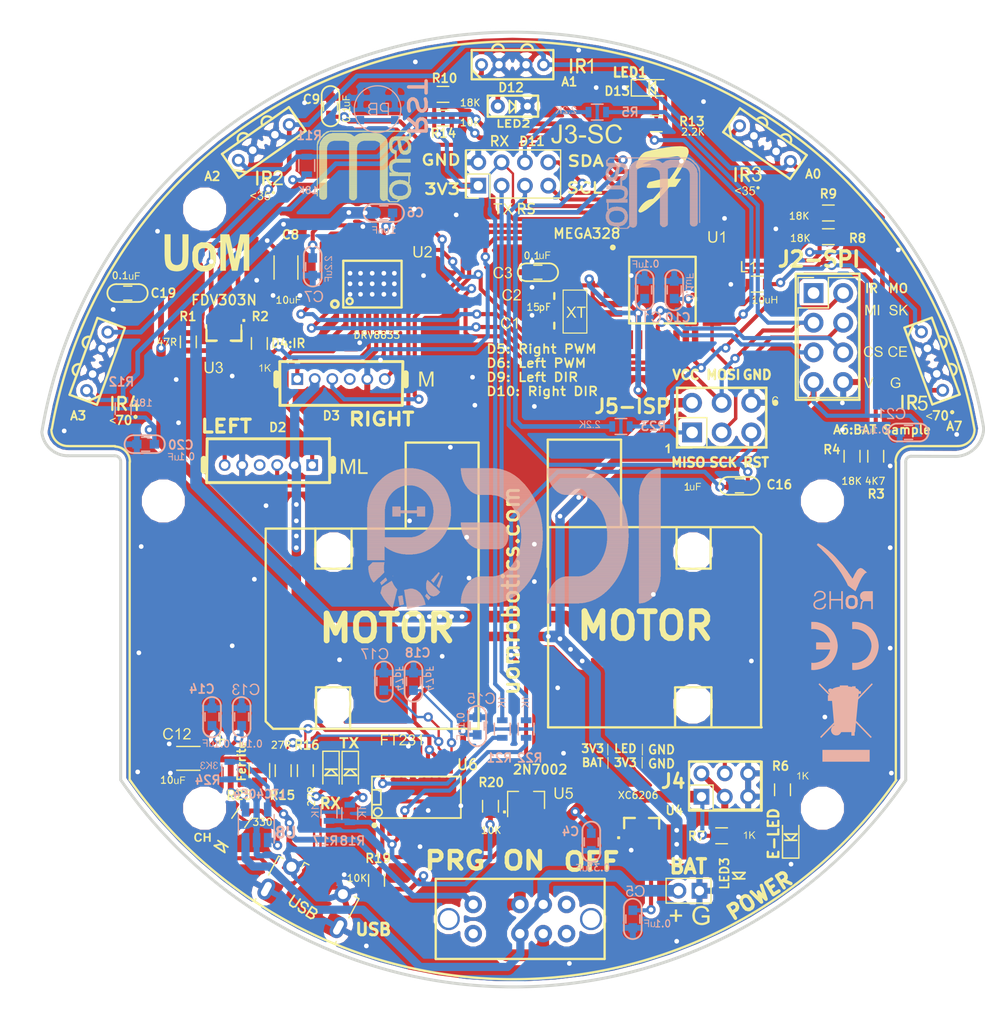
<source format=kicad_pcb>
(kicad_pcb (version 20171130) (host pcbnew 5.0.1)
  (layers (0 F.Cu signal) (31 B.Cu signal) (34 B.Paste user hide) (35 F.Paste user hide) (36 B.SilkS user) (37 F.SilkS user) (38 B.Mask user hide) (39 F.Mask user hide) (44 Edge.Cuts user))
  (net 0 "")
  (net 1 /IR)
  (net 2 +3V3)
  (net 3 GND)
  (net 4 /TX)
  (net 5 /RX)
  (net 6 /RS)
  (net 7 /D11)
  (net 8 /SCL)
  (net 9 /SDA)
  (net 10 /LED_E)
  (net 11 /M2_L)
  (net 12 /C2_L)
  (net 13 /C1_L)
  (net 14 /M1_L)
  (net 15 /M1_R)
  (net 16 /C1_R)
  (net 17 /C2_R)
  (net 18 /M2_R)
  (net 19 +BATT)
  (net 20 /IR_PWR)
  (net 21 "Net-(R1-Pad2)")
  (net 22 "Net-(R2-Pad1)")
  (net 23 /D4)
  (net 24 "Net-(U2-Pad8)")
  (net 25 "Net-(U6-Pad2)")
  (net 26 "Net-(U6-Pad5)")
  (net 27 "Net-(U6-Pad7)")
  (net 28 "Net-(U6-Pad8)")
  (net 29 "Net-(U6-Pad9)")
  (net 30 "Net-(U6-Pad18)")
  (net 31 "Net-(U6-Pad19)")
  (net 32 "Net-(C1-Pad1)")
  (net 33 "Net-(C2-Pad1)")
  (net 34 "Net-(C10-Pad1)")
  (net 35 /D12_MISO)
  (net 36 /D11_MOSI)
  (net 37 "Net-(D1-Pad2)")
  (net 38 "Net-(D2-Pad2)")
  (net 39 /D13_SCK)
  (net 40 /AD2)
  (net 41 /AD0)
  (net 42 /AD3)
  (net 43 /ADC7)
  (net 44 /D8)
  (net 45 /D7)
  (net 46 /ADC6)
  (net 47 /AD1)
  (net 48 "Net-(R21-Pad2)")
  (net 49 "Net-(R22-Pad2)")
  (net 50 /D5)
  (net 51 /D6)
  (net 52 /D9)
  (net 53 /D10)
  (net 54 "Net-(USB0-Pad4)")
  (net 55 /D-)
  (net 56 /VBUS)
  (net 57 /D+)
  (net 58 /VBUS_FIL)
  (net 59 "Net-(C17-Pad1)")
  (net 60 "Net-(C18-Pad2)")
  (net 61 "Net-(CH0-Pad1)")
  (net 62 "Net-(R17-Pad1)")
  (net 63 "Net-(R18-Pad1)")
  (net 64 "Net-(R24-Pad2)")
  (net 65 /CHRG)
  (net 66 "Net-(RX_LED1-Pad1)")
  (net 67 "Net-(TX_LED1-Pad1)")
  (net 68 "Net-(C16-Pad1)")
  (net 69 "Net-(E-LED0-Pad2)")
  (net 70 /~DTR)
  (net 71 "Net-(C6-Pad1)")
  (net 72 "Net-(C7-Pad2)")
  (net 73 /RAW_BATT)
  (net 74 "Net-(LED3-Pad2)")
  (net 75 "Net-(SW1-Pad5)")
  (net 76 "Net-(SW1-Pad4)")
  (net 77 "Net-(SW1-Pad8)")
  (module MONA_lib:HTSSOP-16 (layer F.Cu) (at 122.92 60.03 90)
    (fp_text reference U2 hide)
    (fp_text value DRV8833 hide)
    (pad 13 smd rect (at 0 0 90) (size 2 4) (layers F.Cu F.Paste F.Mask) (net 3 GND))
    (pad 16 smd rect (at 2.9 -2.275 90) (size 1.5 0.45) (layers F.Cu F.Paste F.Mask) (net 52 /D9))
    (pad 15 smd rect (at 2.9 -1.625 90) (size 1.5 0.45) (layers F.Cu F.Paste F.Mask) (net 51 /D6))
    (pad 14 smd rect (at 2.9 -0.975 90) (size 1.5 0.45) (layers F.Cu F.Paste F.Mask) (net 72 "Net-(C7-Pad2)"))
    (pad 13 smd rect (at 2.9 -0.325 90) (size 1.5 0.45) (layers F.Cu F.Paste F.Mask) (net 3 GND))
    (pad 12 smd rect (at 2.9 0.325 90) (size 1.5 0.45) (layers F.Cu F.Paste F.Mask) (net 19 +BATT))
    (pad 11 smd rect (at 2.9 0.975 90) (size 1.5 0.45) (layers F.Cu F.Paste F.Mask) (net 71 "Net-(C6-Pad1)"))
    (pad 10 smd rect (at 2.9 1.625 90) (size 1.5 0.45) (layers F.Cu F.Paste F.Mask) (net 53 /D10))
    (pad 9 smd rect (at 2.9 2.275 90) (size 1.5 0.45) (layers F.Cu F.Paste F.Mask) (net 50 /D5))
    (pad 8 smd rect (at -2.9 2.275 90) (size 1.5 0.45) (layers F.Cu F.Paste F.Mask) (net 24 "Net-(U2-Pad8)"))
    (pad 7 smd rect (at -2.9 1.625 90) (size 1.5 0.45) (layers F.Cu F.Paste F.Mask) (net 15 /M1_R))
    (pad 6 smd rect (at -2.9 0.975 90) (size 1.5 0.45) (layers F.Cu F.Paste F.Mask) (net 3 GND))
    (pad 5 smd rect (at -2.9 0.325 90) (size 1.5 0.45) (layers F.Cu F.Paste F.Mask) (net 18 /M2_R))
    (pad 4 smd rect (at -2.9 -0.325 90) (size 1.5 0.45) (layers F.Cu F.Paste F.Mask) (net 11 /M2_L))
    (pad 3 smd rect (at -2.9 -0.975 90) (size 1.5 0.45) (layers F.Cu F.Paste F.Mask) (net 3 GND))
    (pad 2 smd rect (at -2.9 -1.625 90) (size 1.5 0.45) (layers F.Cu F.Paste F.Mask) (net 14 /M1_L))
    (pad 1 smd rect (at -2.9 -2.275 90) (size 1.5 0.45) (layers F.Cu F.Paste F.Mask) (net 2 +3V3))
  )
  (module Pin_Headers:Pin_Header_Straight_2x03_Pitch2.00mm (layer F.Cu) (at 151.12397 103.92396 90)
    (fp_text reference J4 hide)
    (fp_text value "HEADER 02x03 2mm" hide)
    (pad 1 thru_hole rect (at 0 0 90) (size 1.35 1.35) (drill 0.8) (layers *.Cu *.Mask) (net 19 +BATT))
    (pad 2 thru_hole oval (at 2 0 90) (size 1.35 1.35) (drill 0.8) (layers *.Cu *.Mask) (net 2 +3V3))
    (pad 3 thru_hole oval (at 0 2 90) (size 1.35 1.35) (drill 0.8) (layers *.Cu *.Mask) (net 2 +3V3))
    (pad 4 thru_hole oval (at 2 2 90) (size 1.35 1.35) (drill 0.8) (layers *.Cu *.Mask) (net 10 /LED_E))
    (pad 5 thru_hole oval (at 0 4 90) (size 1.35 1.35) (drill 0.8) (layers *.Cu *.Mask) (net 3 GND))
    (pad 6 thru_hole oval (at 2 4 90) (size 1.35 1.35) (drill 0.8) (layers *.Cu *.Mask) (net 3 GND))
  )
  (module Connectors_USB:USB_Micro-B_Molex-105017-0001 (layer F.Cu) (at 117.08 113.17 332)
    (fp_text reference USB0 hide)
    (fp_text value USB_OTG hide)
    (pad 6 thru_hole circle (at -2.5 -2.349999 332) (size 1.45 1.45) (drill 0.85) (layers *.Cu *.Mask) (net 3 GND))
    (pad 2 smd rect (at -0.650001 -2.35 332) (size 0.4 1.35) (layers F.Cu F.Paste F.Mask) (net 55 /D-))
    (pad 1 smd rect (at -1.3 -2.35 332) (size 0.4 1.35) (layers F.Cu F.Paste F.Mask) (net 56 /VBUS))
    (pad 5 smd rect (at 1.3 -2.35 332) (size 0.4 1.35) (layers F.Cu F.Paste F.Mask) (net 3 GND))
    (pad 4 smd rect (at 0.650001 -2.35 332) (size 0.4 1.35) (layers F.Cu F.Paste F.Mask) (net 54 "Net-(USB0-Pad4)"))
    (pad 3 smd rect (at 0 -2.35 332) (size 0.4 1.35) (layers F.Cu F.Paste F.Mask) (net 57 /D+))
    (pad 6 thru_hole circle (at 2.5 -2.350001 332) (size 1.45 1.45) (drill 0.85) (layers *.Cu *.Mask) (net 3 GND))
    (pad 6 thru_hole oval (at -3.5 0.35 152) (size 1.2 1.9) (drill oval 0.6 1.3) (layers *.Cu *.Mask) (net 3 GND))
    (pad 6 thru_hole oval (at 3.5 0.35 332) (size 1.2 1.9) (drill oval 0.6 1.3) (layers *.Cu *.Mask) (net 3 GND))
    (pad 6 smd rect (at 2.9 0.35 332) (size 1.2 1.9) (layers F.Cu F.Mask) (net 3 GND))
    (pad 6 smd rect (at -2.9 0.349999 332) (size 1.2 1.9) (layers F.Cu F.Mask) (net 3 GND))
  )
  (module TO_SOT_Packages_SMD:TSOT-23-5 (layer B.Cu) (at 112.99 106.33 90)
    (fp_text reference U8 hide)
    (fp_text value LTC4054ES5-4.2 hide)
    (pad 1 smd rect (at -1.31 0.95 90) (size 1.22 0.65) (layers B.Cu B.Paste B.Mask) (net 65 /CHRG))
    (pad 2 smd rect (at -1.31 0 90) (size 1.22 0.65) (layers B.Cu B.Paste B.Mask) (net 3 GND))
    (pad 3 smd rect (at -1.31 -0.95 90) (size 1.22 0.65) (layers B.Cu B.Paste B.Mask) (net 73 /RAW_BATT))
    (pad 4 smd rect (at 1.31 -0.95 90) (size 1.22 0.65) (layers B.Cu B.Paste B.Mask) (net 58 /VBUS_FIL))
    (pad 5 smd rect (at 1.31 0.95 90) (size 1.22 0.65) (layers B.Cu B.Paste B.Mask) (net 64 "Net-(R24-Pad2)"))
  )
  (module Pin_Headers:Pin_Header_Straight_2x04_Pitch2.00mm (layer F.Cu) (at 131.99193 51.59996 90)
    (fp_text reference J3 hide)
    (fp_text value "HEADER 02x04 2mm" hide)
    (pad 1 thru_hole rect (at 0 0 90) (size 1.35 1.35) (drill 0.8) (layers *.Cu *.Mask) (net 2 +3V3))
    (pad 2 thru_hole oval (at 2 0 90) (size 1.35 1.35) (drill 0.8) (layers *.Cu *.Mask) (net 3 GND))
    (pad 3 thru_hole oval (at 0 2 90) (size 1.35 1.35) (drill 0.8) (layers *.Cu *.Mask) (net 4 /TX))
    (pad 4 thru_hole oval (at 2 2 90) (size 1.35 1.35) (drill 0.8) (layers *.Cu *.Mask) (net 5 /RX))
    (pad 5 thru_hole oval (at 0 4 90) (size 1.35 1.35) (drill 0.8) (layers *.Cu *.Mask) (net 6 /RS))
    (pad 6 thru_hole oval (at 2 4 90) (size 1.35 1.35) (drill 0.8) (layers *.Cu *.Mask) (net 7 /D11))
    (pad 7 thru_hole oval (at 0 6 90) (size 1.35 1.35) (drill 0.8) (layers *.Cu *.Mask) (net 8 /SCL))
    (pad 8 thru_hole oval (at 2 6 90) (size 1.35 1.35) (drill 0.8) (layers *.Cu *.Mask) (net 9 /SDA))
  )
  (module LEDs:LED_0603 (layer F.Cu) (at 154.29 110.69 90)
    (fp_text reference LED3 hide)
    (fp_text value LED)
    (pad 2 smd rect (at 0.8 0 270) (size 0.8 0.8) (layers F.Cu F.Paste F.Mask) (net 74 "Net-(LED3-Pad2)"))
    (pad 1 smd rect (at -0.8 0 270) (size 0.8 0.8) (layers F.Cu F.Paste F.Mask) (net 3 GND))
  )
  (module LEDs:LED_0603 (layer F.Cu) (at 109.95 108.18 235)
    (fp_text reference CH0 hide)
    (fp_text value LED hide)
    (pad 2 smd rect (at 0.8 0 55) (size 0.8 0.8) (layers F.Cu F.Paste F.Mask) (net 56 /VBUS))
    (pad 1 smd rect (at -0.8 0 55) (size 0.8 0.8) (layers F.Cu F.Paste F.Mask) (net 61 "Net-(CH0-Pad1)"))
  )
  (module LEDs:LED_0805 (layer F.Cu) (at 134.94 44.8 180)
    (fp_text reference D2 hide)
    (fp_text value LED hide)
    (pad 2 thru_hole circle (at 1.27 0) (size 1.2 1.2) (drill 0.6) (layers *.Cu *.Mask) (net 38 "Net-(D2-Pad2)"))
    (pad 1 thru_hole circle (at -1.27 0) (size 1.2 1.2) (drill 0.6) (layers *.Cu *.Mask) (net 3 GND))
  )
  (module Housings_QFP:TQFP-32_7x7mm_Pitch0.8mm (layer F.Cu) (at 147.78 60.54)
    (fp_text reference U1 hide)
    (fp_text value ATMEGA328P-AU hide)
    (pad 1 smd rect (at -4.25 -2.8) (size 1.6 0.55) (layers F.Cu F.Paste F.Mask) (net 17 /C2_R))
    (pad 2 smd rect (at -4.25 -2) (size 1.6 0.55) (layers F.Cu F.Paste F.Mask) (net 23 /D4))
    (pad 3 smd rect (at -4.25 -1.2) (size 1.6 0.55) (layers F.Cu F.Paste F.Mask) (net 3 GND))
    (pad 4 smd rect (at -4.25 -0.4) (size 1.6 0.55) (layers F.Cu F.Paste F.Mask) (net 2 +3V3))
    (pad 5 smd rect (at -4.25 0.4) (size 1.6 0.55) (layers F.Cu F.Paste F.Mask) (net 3 GND))
    (pad 6 smd rect (at -4.25 1.2) (size 1.6 0.55) (layers F.Cu F.Paste F.Mask) (net 2 +3V3))
    (pad 7 smd rect (at -4.25 2) (size 1.6 0.55) (layers F.Cu F.Paste F.Mask) (net 33 "Net-(C2-Pad1)"))
    (pad 8 smd rect (at -4.25 2.8) (size 1.6 0.55) (layers F.Cu F.Paste F.Mask) (net 32 "Net-(C1-Pad1)"))
    (pad 9 smd rect (at -2.8 4.25 90) (size 1.6 0.55) (layers F.Cu F.Paste F.Mask) (net 50 /D5))
    (pad 10 smd rect (at -2 4.25 90) (size 1.6 0.55) (layers F.Cu F.Paste F.Mask) (net 51 /D6))
    (pad 11 smd rect (at -1.2 4.25 90) (size 1.6 0.55) (layers F.Cu F.Paste F.Mask) (net 45 /D7))
    (pad 12 smd rect (at -0.4 4.25 90) (size 1.6 0.55) (layers F.Cu F.Paste F.Mask) (net 44 /D8))
    (pad 13 smd rect (at 0.4 4.25 90) (size 1.6 0.55) (layers F.Cu F.Paste F.Mask) (net 52 /D9))
    (pad 14 smd rect (at 1.2 4.25 90) (size 1.6 0.55) (layers F.Cu F.Paste F.Mask) (net 53 /D10))
    (pad 15 smd rect (at 2 4.25 90) (size 1.6 0.55) (layers F.Cu F.Paste F.Mask) (net 36 /D11_MOSI))
    (pad 16 smd rect (at 2.8 4.25 90) (size 1.6 0.55) (layers F.Cu F.Paste F.Mask) (net 35 /D12_MISO))
    (pad 17 smd rect (at 4.25 2.8) (size 1.6 0.55) (layers F.Cu F.Paste F.Mask) (net 39 /D13_SCK))
    (pad 18 smd rect (at 4.25 2) (size 1.6 0.55) (layers F.Cu F.Paste F.Mask) (net 34 "Net-(C10-Pad1)"))
    (pad 19 smd rect (at 4.25 1.2) (size 1.6 0.55) (layers F.Cu F.Paste F.Mask) (net 46 /ADC6))
    (pad 20 smd rect (at 4.25 0.4) (size 1.6 0.55) (layers F.Cu F.Paste F.Mask) (net 34 "Net-(C10-Pad1)"))
    (pad 21 smd rect (at 4.25 -0.4) (size 1.6 0.55) (layers F.Cu F.Paste F.Mask) (net 3 GND))
    (pad 22 smd rect (at 4.25 -1.2) (size 1.6 0.55) (layers F.Cu F.Paste F.Mask) (net 43 /ADC7))
    (pad 23 smd rect (at 4.25 -2) (size 1.6 0.55) (layers F.Cu F.Paste F.Mask) (net 41 /AD0))
    (pad 24 smd rect (at 4.25 -2.8) (size 1.6 0.55) (layers F.Cu F.Paste F.Mask) (net 47 /AD1))
    (pad 25 smd rect (at 2.8 -4.25 90) (size 1.6 0.55) (layers F.Cu F.Paste F.Mask) (net 40 /AD2))
    (pad 26 smd rect (at 2 -4.25 90) (size 1.6 0.55) (layers F.Cu F.Paste F.Mask) (net 42 /AD3))
    (pad 27 smd rect (at 1.2 -4.25 90) (size 1.6 0.55) (layers F.Cu F.Paste F.Mask) (net 9 /SDA))
    (pad 28 smd rect (at 0.4 -4.25 90) (size 1.6 0.55) (layers F.Cu F.Paste F.Mask) (net 8 /SCL))
    (pad 29 smd rect (at -0.4 -4.25 90) (size 1.6 0.55) (layers F.Cu F.Paste F.Mask) (net 6 /RS))
    (pad 30 smd rect (at -1.2 -4.25 90) (size 1.6 0.55) (layers F.Cu F.Paste F.Mask) (net 5 /RX))
    (pad 31 smd rect (at -2 -4.25 90) (size 1.6 0.55) (layers F.Cu F.Paste F.Mask) (net 4 /TX))
    (pad 32 smd rect (at -2.8 -4.25 90) (size 1.6 0.55) (layers F.Cu F.Paste F.Mask) (net 12 /C2_L))
  )
  (module MONA_lib:TCRT1000 (layer F.Cu) (at 134.93 41.24 180)
    (fp_text reference IR1 hide)
    (fp_text value TCRT1000 hide)
    (pad 1 thru_hole circle (at -2.66 0 180) (size 1.1 1.1) (drill 0.65) (layers *.Cu *.Mask) (net 20 /IR_PWR))
    (pad 2 thru_hole circle (at -1.16 0 180) (size 1.1 1.1) (drill 0.65) (layers *.Cu *.Mask) (net 3 GND))
    (pad 3 thru_hole circle (at 1.16 0 180) (size 1.1 1.1) (drill 0.65) (layers *.Cu *.Mask) (net 3 GND))
    (pad 4 thru_hole circle (at 2.66 0 180) (size 1.1 1.1) (drill 0.65) (layers *.Cu *.Mask) (net 47 /AD1))
  )
  (module Mounting_Holes:MountingHole_3mm (layer F.Cu) (at 108.533 53.59996)
    (fp_text reference M5 hide)
    (fp_text value Mounting_Hole hide)
    (pad 1 np_thru_hole circle (at 0 0) (size 3 3) (drill 3) (layers *.Cu *.Mask))
  )
  (module Mounting_Holes:MountingHole_3mm (layer F.Cu) (at 108.533 104.90796)
    (fp_text reference M2 hide)
    (fp_text value Mounting_Hole hide)
    (pad 1 np_thru_hole circle (at 0 0) (size 3 3) (drill 3) (layers *.Cu *.Mask))
  )
  (module Mounting_Holes:MountingHole_3mm (layer F.Cu) (at 161.492 104.90796)
    (fp_text reference M4 hide)
    (fp_text value Mounting_Hole hide)
    (pad 1 np_thru_hole circle (at 0 0) (size 3 3) (drill 3) (layers *.Cu *.Mask))
  )
  (module Mounting_Holes:MountingHole_3mm (layer F.Cu) (at 105.00008 78.59994)
    (fp_text reference M1 hide)
    (fp_text value Mounting_Hole hide)
    (pad 1 np_thru_hole circle (at 0 0) (size 3 3) (drill 3) (layers *.Cu *.Mask))
  )
  (module Mounting_Holes:MountingHole_3mm (layer F.Cu) (at 161.492 78.59991)
    (fp_text reference M3 hide)
    (fp_text value Mounting_Hole hide)
    (pad 1 np_thru_hole circle (at 0 0) (size 3 3) (drill 3) (layers *.Cu *.Mask))
  )
  (module Mounting_Holes:MountingHole_2.7mm_M2.5 (layer F.Cu) (at 150.39703 95.97402)
    (fp_text reference M9 hide)
    (fp_text value Mounting_Hole hide)
    (pad 1 np_thru_hole circle (at 0 0) (size 2.7 2.7) (drill 2.7) (layers *.Cu *.Mask))
  )
  (module Mounting_Holes:MountingHole_2.7mm_M2.5 (layer F.Cu) (at 150.39703 82.97404)
    (fp_text reference M8 hide)
    (fp_text value Mounting_Hole hide)
    (pad 1 np_thru_hole circle (at 0 0) (size 2.7 2.7) (drill 2.7) (layers *.Cu *.Mask))
  )
  (module Mounting_Holes:MountingHole_2.7mm_M2.5 (layer F.Cu) (at 119.60308 95.97402)
    (fp_text reference M7 hide)
    (fp_text value Mounting_Hole hide)
    (pad 1 np_thru_hole circle (at 0 0) (size 2.7 2.7) (drill 2.7) (layers *.Cu *.Mask))
  )
  (module Mounting_Holes:MountingHole_2.7mm_M2.5 (layer F.Cu) (at 119.60308 82.97404)
    (fp_text reference M6 hide)
    (fp_text value Mounting_Hole hide)
    (pad 1 np_thru_hole circle (at 0 0) (size 2.7 2.7) (drill 2.7) (layers *.Cu *.Mask))
  )
  (module Pin_Headers:Pin_Header_Straight_2x04_Pitch2.54mm (layer F.Cu) (at 160.73 60.794)
    (fp_text reference J2 hide)
    (fp_text value "HEADER 02x04 2.54mm" hide)
    (pad 1 thru_hole rect (at 0 0) (size 1.7 1.7) (drill 1) (layers *.Cu *.Mask) (net 1 /IR))
    (pad 2 thru_hole oval (at 2.54 0) (size 1.7 1.7) (drill 1) (layers *.Cu *.Mask) (net 35 /D12_MISO))
    (pad 3 thru_hole oval (at 0 2.54) (size 1.7 1.7) (drill 1) (layers *.Cu *.Mask) (net 36 /D11_MOSI))
    (pad 4 thru_hole oval (at 2.54 2.54) (size 1.7 1.7) (drill 1) (layers *.Cu *.Mask) (net 39 /D13_SCK))
    (pad 5 thru_hole oval (at 0 5.08) (size 1.7 1.7) (drill 1) (layers *.Cu *.Mask) (net 44 /D8))
    (pad 6 thru_hole oval (at 2.54 5.08) (size 1.7 1.7) (drill 1) (layers *.Cu *.Mask) (net 45 /D7))
    (pad 7 thru_hole oval (at 0 7.62) (size 1.7 1.7) (drill 1) (layers *.Cu *.Mask) (net 2 +3V3))
    (pad 8 thru_hole oval (at 2.54 7.62) (size 1.7 1.7) (drill 1) (layers *.Cu *.Mask) (net 3 GND))
  )
  (module Pin_Headers:Pin_Header_Straight_2x03_Pitch2.54mm (layer F.Cu) (at 150.316 72.732 90)
    (fp_text reference J5 hide)
    (fp_text value "HEADER 02x03 2.54mm" hide)
    (pad 1 thru_hole rect (at 0 0 90) (size 1.7 1.7) (drill 1) (layers *.Cu *.Mask) (net 35 /D12_MISO))
    (pad 2 thru_hole oval (at 2.54 0 90) (size 1.7 1.7) (drill 1) (layers *.Cu *.Mask) (net 2 +3V3))
    (pad 3 thru_hole oval (at 0 2.54 90) (size 1.7 1.7) (drill 1) (layers *.Cu *.Mask) (net 39 /D13_SCK))
    (pad 4 thru_hole oval (at 2.54 2.54 90) (size 1.7 1.7) (drill 1) (layers *.Cu *.Mask) (net 36 /D11_MOSI))
    (pad 5 thru_hole oval (at 0 5.08 90) (size 1.7 1.7) (drill 1) (layers *.Cu *.Mask) (net 6 /RS))
    (pad 6 thru_hole oval (at 2.54 5.08 90) (size 1.7 1.7) (drill 1) (layers *.Cu *.Mask) (net 3 GND))
  )
  (module MONA_lib:Pin_Header_Straight_1x06_Pitch1.27mm (layer F.Cu) (at 117.75599 75.526 270)
    (fp_text reference ML1 hide)
    (fp_text value "Motor connector  01x06 1.5mm" hide)
    (pad 1 thru_hole rect (at 0 0 270) (size 1 1) (drill 0.65) (layers *.Cu *.Mask) (net 11 /M2_L))
    (pad 2 thru_hole oval (at 0 1.5 270) (size 1 1) (drill 0.65) (layers *.Cu *.Mask) (net 2 +3V3))
    (pad 3 thru_hole oval (at 0 3 270) (size 1 1) (drill 0.65) (layers *.Cu *.Mask) (net 12 /C2_L))
    (pad 4 thru_hole oval (at 0 4.5 270) (size 1 1) (drill 0.65) (layers *.Cu *.Mask) (net 13 /C1_L))
    (pad 5 thru_hole oval (at 0 6 270) (size 1 1) (drill 0.65) (layers *.Cu *.Mask) (net 3 GND))
    (pad 6 thru_hole oval (at 0 7.5 270) (size 1 1) (drill 0.65) (layers *.Cu *.Mask) (net 14 /M1_L))
  )
  (module MONA_lib:Pin_Header_Straight_1x06_Pitch1.27mm (layer F.Cu) (at 116.47888 68.16 90)
    (fp_text reference MR1 hide)
    (fp_text value "Motor connector  01x06 1.5mm" hide)
    (pad 6 thru_hole oval (at 0 7.5 90) (size 1 1) (drill 0.65) (layers *.Cu *.Mask) (net 15 /M1_R))
    (pad 5 thru_hole oval (at 0 6 90) (size 1 1) (drill 0.65) (layers *.Cu *.Mask) (net 3 GND))
    (pad 4 thru_hole oval (at 0 4.5 90) (size 1 1) (drill 0.65) (layers *.Cu *.Mask) (net 16 /C1_R))
    (pad 3 thru_hole oval (at 0 3 90) (size 1 1) (drill 0.65) (layers *.Cu *.Mask) (net 17 /C2_R))
    (pad 2 thru_hole oval (at 0 1.5 90) (size 1 1) (drill 0.65) (layers *.Cu *.Mask) (net 2 +3V3))
    (pad 1 thru_hole rect (at 0 0 90) (size 1 1) (drill 0.65) (layers *.Cu *.Mask) (net 18 /M2_R))
  )
  (module MONA_lib:BAT_conn_1x02_Pitch1.8mm (layer F.Cu) (at 150.951 111.975 270)
    (fp_text reference J1 hide)
    (fp_text value "Conn_01x02 1.8mm pitch" hide)
    (pad 1 thru_hole rect (at 0 0 270) (size 1.35 1.35) (drill 0.8) (layers *.Cu *.Mask) (net 3 GND))
    (pad 2 thru_hole oval (at 0 1.8 270) (size 1.35 1.35) (drill 0.8) (layers *.Cu *.Mask) (net 73 /RAW_BATT))
  )
  (module MONA_lib:TCRT1000 (layer F.Cu) (at 113.61 47.9 215)
    (fp_text reference IR2 hide)
    (fp_text value TCRT1000 hide)
    (pad 4 thru_hole circle (at 2.659999 0 215) (size 1.1 1.1) (drill 0.65) (layers *.Cu *.Mask) (net 40 /AD2))
    (pad 3 thru_hole circle (at 1.16 0 215) (size 1.1 1.1) (drill 0.65) (layers *.Cu *.Mask) (net 3 GND))
    (pad 2 thru_hole circle (at -1.16 0 215) (size 1.1 1.1) (drill 0.65) (layers *.Cu *.Mask) (net 3 GND))
    (pad 1 thru_hole circle (at -2.659999 0 215) (size 1.1 1.1) (drill 0.65) (layers *.Cu *.Mask) (net 20 /IR_PWR))
  )
  (module MONA_lib:TCRT1000 (layer F.Cu) (at 156.57 48 145)
    (fp_text reference IR3 hide)
    (fp_text value TCRT1000 hide)
    (pad 1 thru_hole circle (at -2.659999 0 145) (size 1.1 1.1) (drill 0.65) (layers *.Cu *.Mask) (net 20 /IR_PWR))
    (pad 2 thru_hole circle (at -1.16 0 145) (size 1.1 1.1) (drill 0.65) (layers *.Cu *.Mask) (net 3 GND))
    (pad 3 thru_hole circle (at 1.16 0 145) (size 1.1 1.1) (drill 0.65) (layers *.Cu *.Mask) (net 3 GND))
    (pad 4 thru_hole circle (at 2.659999 0 145) (size 1.1 1.1) (drill 0.65) (layers *.Cu *.Mask) (net 41 /AD0))
  )
  (module MONA_lib:TCRT1000 (layer F.Cu) (at 99.33 66.64 250)
    (fp_text reference IR4 hide)
    (fp_text value TCRT1000 hide)
    (pad 4 thru_hole circle (at 2.66 0.000001 250) (size 1.1 1.1) (drill 0.65) (layers *.Cu *.Mask) (net 42 /AD3))
    (pad 3 thru_hole circle (at 1.159999 0 250) (size 1.1 1.1) (drill 0.65) (layers *.Cu *.Mask) (net 3 GND))
    (pad 2 thru_hole circle (at -1.159999 0 250) (size 1.1 1.1) (drill 0.65) (layers *.Cu *.Mask) (net 3 GND))
    (pad 1 thru_hole circle (at -2.66 -0.000001 250) (size 1.1 1.1) (drill 0.65) (layers *.Cu *.Mask) (net 20 /IR_PWR))
  )
  (module MONA_lib:TCRT1000 (layer F.Cu) (at 170.89 66.62 110)
    (fp_text reference IR5 hide)
    (fp_text value TCRT1000 hide)
    (pad 1 thru_hole circle (at -2.66 0.000001 110) (size 1.1 1.1) (drill 0.65) (layers *.Cu *.Mask) (net 20 /IR_PWR))
    (pad 2 thru_hole circle (at -1.159999 0 110) (size 1.1 1.1) (drill 0.65) (layers *.Cu *.Mask) (net 3 GND))
    (pad 3 thru_hole circle (at 1.159999 0 110) (size 1.1 1.1) (drill 0.65) (layers *.Cu *.Mask) (net 3 GND))
    (pad 4 thru_hole circle (at 2.66 -0.000001 110) (size 1.1 1.1) (drill 0.65) (layers *.Cu *.Mask) (net 43 /ADC7))
  )
  (module Resistors_SMD:R_0603 (layer F.Cu) (at 107.14 64.97 270)
    (fp_text reference R1 hide)
    (fp_text value 47R)
    (pad 2 smd rect (at 0.75 0 270) (size 0.5 0.9) (layers F.Cu F.Paste F.Mask) (net 21 "Net-(R1-Pad2)"))
    (pad 1 smd rect (at -0.75 0 270) (size 0.5 0.9) (layers F.Cu F.Paste F.Mask) (net 2 +3V3))
  )
  (module Resistors_SMD:R_0603 (layer F.Cu) (at 113.23 65.11 270)
    (fp_text reference R2 hide)
    (fp_text value 1K)
    (pad 1 smd rect (at -0.75 0 270) (size 0.5 0.9) (layers F.Cu F.Paste F.Mask) (net 22 "Net-(R2-Pad1)"))
    (pad 2 smd rect (at 0.75 0 270) (size 0.5 0.9) (layers F.Cu F.Paste F.Mask) (net 23 /D4))
  )
  (module MONA_lib:SOT-23 (layer F.Cu) (at 110.18 64.22 180)
    (fp_text reference U3 hide)
    (fp_text value FDV303N hide)
    (pad 1 smd rect (at -0.95 1 180) (size 0.7 0.9) (layers F.Cu F.Paste F.Mask) (net 22 "Net-(R2-Pad1)"))
    (pad 2 smd rect (at 0.95 1 180) (size 0.7 0.9) (layers F.Cu F.Paste F.Mask) (net 20 /IR_PWR))
    (pad 3 smd rect (at 0 -1 180) (size 0.7 0.9) (layers F.Cu F.Paste F.Mask) (net 21 "Net-(R1-Pad2)"))
  )
  (module SSOP-20 (layer F.Cu) (at 126.69 103.97)
    (fp_text reference U6 (at 4.38 -2.79) (layer F.SilkS) (effects (font (size 0.9 0.9))))
    (fp_text value FT231XS)
    (pad 1 smd rect (at -2.921 2.667) (size 0.4064 1.27) (layers F.Cu F.Paste F.Mask) (net 70 /~DTR))
    (pad 2 smd rect (at -2.286 2.667) (size 0.4064 1.27) (layers F.Cu F.Paste F.Mask) (net 25 "Net-(U6-Pad2)"))
    (pad 3 smd rect (at -1.6256 2.667) (size 0.4064 1.27) (layers F.Cu F.Paste F.Mask) (net 2 +3V3))
    (pad 4 smd rect (at -0.9652 2.667) (size 0.4064 1.27) (layers F.Cu F.Paste F.Mask) (net 49 "Net-(R22-Pad2)"))
    (pad 5 smd rect (at -0.3302 2.667) (size 0.4064 1.27) (layers F.Cu F.Paste F.Mask) (net 26 "Net-(U6-Pad5)"))
    (pad 6 smd rect (at 0.3302 2.667) (size 0.4064 1.27) (layers F.Cu F.Paste F.Mask) (net 3 GND))
    (pad 7 smd rect (at 0.9906 2.667) (size 0.4064 1.27) (layers F.Cu F.Paste F.Mask) (net 27 "Net-(U6-Pad7)"))
    (pad 8 smd rect (at 1.6256 2.667) (size 0.4064 1.27) (layers F.Cu F.Paste F.Mask) (net 28 "Net-(U6-Pad8)"))
    (pad 9 smd rect (at 2.286 2.667) (size 0.4064 1.27) (layers F.Cu F.Paste F.Mask) (net 29 "Net-(U6-Pad9)"))
    (pad 10 smd rect (at 2.921 2.667) (size 0.4064 1.27) (layers F.Cu F.Paste F.Mask) (net 67 "Net-(TX_LED1-Pad1)"))
    (pad 11 smd rect (at 2.921 -2.667) (size 0.4064 1.27) (layers F.Cu F.Paste F.Mask) (net 60 "Net-(C18-Pad2)"))
    (pad 12 smd rect (at 2.286 -2.667) (size 0.4064 1.27) (layers F.Cu F.Paste F.Mask) (net 59 "Net-(C17-Pad1)"))
    (pad 13 smd rect (at 1.6256 -2.667) (size 0.4064 1.27) (layers F.Cu F.Paste F.Mask) (net 2 +3V3))
    (pad 14 smd rect (at 0.9906 -2.667) (size 0.4064 1.27) (layers F.Cu F.Paste F.Mask) (net 2 +3V3))
    (pad 15 smd rect (at 0.3302 -2.667) (size 0.4064 1.27) (layers F.Cu F.Paste F.Mask) (net 58 /VBUS_FIL))
    (pad 16 smd rect (at -0.3302 -2.667) (size 0.4064 1.27) (layers F.Cu F.Paste F.Mask) (net 3 GND))
    (pad 17 smd rect (at -0.9652 -2.667) (size 0.4064 1.27) (layers F.Cu F.Paste F.Mask) (net 66 "Net-(RX_LED1-Pad1)"))
    (pad 18 smd rect (at -1.6256 -2.667) (size 0.4064 1.27) (layers F.Cu F.Paste F.Mask) (net 30 "Net-(U6-Pad18)"))
    (pad 19 smd rect (at -2.286 -2.667) (size 0.4064 1.27) (layers F.Cu F.Paste F.Mask) (net 31 "Net-(U6-Pad19)"))
    (pad 20 smd rect (at -2.921 -2.667) (size 0.4064 1.27) (layers F.Cu F.Paste F.Mask) (net 48 "Net-(R21-Pad2)"))
  )
  (module MONA_lib:SOT-23 (layer F.Cu) (at 146.01 106.39)
    (fp_text reference U4 hide)
    (fp_text value XC6206 hide)
    (pad 1 smd rect (at -0.95 1) (size 0.7 0.9) (layers F.Cu F.Paste F.Mask) (net 3 GND))
    (pad 2 smd rect (at 0.95 1) (size 0.7 0.9) (layers F.Cu F.Paste F.Mask) (net 2 +3V3))
    (pad 3 smd rect (at 0 -1) (size 0.7 0.9) (layers F.Cu F.Paste F.Mask) (net 19 +BATT))
  )
  (module TO_SOT_Packages_SMD:SOT-23 (layer F.Cu) (at 136.09 104.23 90)
    (fp_text reference U5 hide)
    (fp_text value 2N7002 hide)
    (pad 1 smd rect (at -1 -0.95 90) (size 0.9 0.8) (layers F.Cu F.Paste F.Mask) (net 2 +3V3))
    (pad 2 smd rect (at -1 0.95 90) (size 0.9 0.8) (layers F.Cu F.Paste F.Mask) (net 70 /~DTR))
    (pad 3 smd rect (at 1 0 90) (size 0.9 0.8) (layers F.Cu F.Paste F.Mask) (net 68 "Net-(C16-Pad1)"))
  )
  (module MONA_lib:CSTCE (layer F.Cu) (at 140.25 62.39 270)
    (fp_text reference XT1 hide)
    (fp_text value Crystal_Small hide)
    (pad 1 smd rect (at -1.2 0 270) (size 0.4 1.9) (layers F.Cu F.Paste F.Mask) (net 33 "Net-(C2-Pad1)"))
    (pad 2 smd rect (at 1.2 0 270) (size 0.4 1.9) (layers F.Cu F.Paste F.Mask) (net 32 "Net-(C1-Pad1)"))
  )
  (module Capacitors_SMD:C_0402_NoSilk (layer F.Cu) (at 137.11 63.59 180)
    (fp_text reference C1 hide)
    (fp_text value "15pF , 10V" hide)
    (pad 1 smd rect (at -0.55 0 180) (size 0.6 0.5) (layers F.Cu F.Paste F.Mask) (net 32 "Net-(C1-Pad1)"))
    (pad 2 smd rect (at 0.55 0 180) (size 0.6 0.5) (layers F.Cu F.Paste F.Mask) (net 3 GND))
  )
  (module Capacitors_SMD:C_0402_NoSilk (layer F.Cu) (at 137.19 61.19 180)
    (fp_text reference C2 hide)
    (fp_text value "15pF , 10V" hide)
    (pad 2 smd rect (at 0.55 0 180) (size 0.6 0.5) (layers F.Cu F.Paste F.Mask) (net 3 GND))
    (pad 1 smd rect (at -0.55 0 180) (size 0.6 0.5) (layers F.Cu F.Paste F.Mask) (net 33 "Net-(C2-Pad1)"))
  )
  (module Inductors_SMD:L_0603 (layer F.Cu) (at 155.9 60.03 180)
    (fp_text reference L1 hide)
    (fp_text value 10uH hide)
    (pad 1 smd rect (at -0.75 0 180) (size 0.5 0.9) (layers F.Cu F.Paste F.Mask) (net 2 +3V3))
    (pad 2 smd rect (at 0.75 0 180) (size 0.5 0.9) (layers F.Cu F.Paste F.Mask) (net 34 "Net-(C10-Pad1)"))
  )
  (module Capacitors_SMD:C_0603 (layer B.Cu) (at 148.79 60.52 90)
    (fp_text reference C10 hide)
    (fp_text value "0.1uF , 10V" hide)
    (pad 2 smd rect (at 0.75 0 90) (size 0.8 0.75) (layers B.Cu B.Paste B.Mask) (net 3 GND))
    (pad 1 smd rect (at -0.75 0 90) (size 0.8 0.75) (layers B.Cu B.Paste B.Mask) (net 34 "Net-(C10-Pad1)"))
  )
  (module Capacitors_SMD:C_0603 (layer B.Cu) (at 146.25 60.52 90)
    (fp_text reference C11 hide)
    (fp_text value "0.1uF , 10V" hide)
    (pad 1 smd rect (at -0.75 0 90) (size 0.8 0.75) (layers B.Cu B.Paste B.Mask) (net 2 +3V3))
    (pad 2 smd rect (at 0.75 0 90) (size 0.8 0.75) (layers B.Cu B.Paste B.Mask) (net 3 GND))
  )
  (module Resistors_SMD:R_0603 (layer B.Cu) (at 142.19 45.3)
    (fp_text reference R5 hide)
    (fp_text value 2.2K hide)
    (pad 1 smd rect (at -0.75 0) (size 0.5 0.9) (layers B.Cu B.Paste B.Mask) (net 7 /D11))
    (pad 2 smd rect (at 0.75 0) (size 0.5 0.9) (layers B.Cu B.Paste B.Mask) (net 36 /D11_MOSI))
  )
  (module Resistors_SMD:R_0603 (layer B.Cu) (at 144.22 72.22 180)
    (fp_text reference R23 hide)
    (fp_text value 2.2K hide)
    (pad 1 smd rect (at -0.75 0 180) (size 0.5 0.9) (layers B.Cu B.Paste B.Mask) (net 35 /D12_MISO))
    (pad 2 smd rect (at 0.75 0 180) (size 0.5 0.9) (layers B.Cu B.Paste B.Mask) (net 38 "Net-(D2-Pad2)"))
  )
  (module LEDs:LED_0805 (layer F.Cu) (at 146.91 43.22)
    (fp_text reference D1 hide)
    (fp_text value LED)
    (pad 2 smd rect (at 1.1 0 180) (size 1.2 1.2) (layers F.Cu F.Paste F.Mask) (net 37 "Net-(D1-Pad2)"))
    (pad 1 smd rect (at -1.1 0 180) (size 1.2 1.2) (layers F.Cu F.Paste F.Mask) (net 3 GND))
  )
  (module Resistors_SMD:R_0603 (layer F.Cu) (at 147.25 46.3)
    (fp_text reference R13 hide)
    (fp_text value 2.2K)
    (pad 1 smd rect (at -0.75 0) (size 0.5 0.9) (layers F.Cu F.Paste F.Mask) (net 39 /D13_SCK))
    (pad 2 smd rect (at 0.75 0) (size 0.5 0.9) (layers F.Cu F.Paste F.Mask) (net 37 "Net-(D1-Pad2)"))
  )
  (module Capacitors_SMD:C_0603 (layer B.Cu) (at 103.48 73.74)
    (fp_text reference C20 hide)
    (fp_text value "0.1uF , 10V" hide)
    (pad 2 smd rect (at 0.75 0) (size 0.8 0.75) (layers B.Cu B.Paste B.Mask) (net 2 +3V3))
    (pad 1 smd rect (at -0.75 0) (size 0.8 0.75) (layers B.Cu B.Paste B.Mask) (net 3 GND))
  )
  (module Capacitors_SMD:C_0603 (layer B.Cu) (at 168.87 72.73)
    (fp_text reference C21 hide)
    (fp_text value "0.1uF , 10V" hide)
    (pad 1 smd rect (at -0.75 0) (size 0.8 0.75) (layers B.Cu B.Paste B.Mask) (net 3 GND))
    (pad 2 smd rect (at 0.75 0) (size 0.8 0.75) (layers B.Cu B.Paste B.Mask) (net 2 +3V3))
  )
  (module Resistors_SMD:R_0603 (layer F.Cu) (at 166.06 74.77 90)
    (fp_text reference R3 hide)
    (fp_text value 4.7K hide)
    (pad 1 smd rect (at -0.75 0 90) (size 0.5 0.9) (layers F.Cu F.Paste F.Mask) (net 3 GND))
    (pad 2 smd rect (at 0.75 0 90) (size 0.5 0.9) (layers F.Cu F.Paste F.Mask) (net 46 /ADC6))
  )
  (module Resistors_SMD:R_0603 (layer F.Cu) (at 164.03 74.77 270)
    (fp_text reference R4 hide)
    (fp_text value 18K hide)
    (pad 1 smd rect (at -0.75 0 270) (size 0.5 0.9) (layers F.Cu F.Paste F.Mask) (net 46 /ADC6))
    (pad 2 smd rect (at 0.75 0 270) (size 0.5 0.9) (layers F.Cu F.Paste F.Mask) (net 19 +BATT))
  )
  (module Resistors_SMD:R_0603 (layer F.Cu) (at 162 55.97)
    (fp_text reference R8 hide)
    (fp_text value 18K hide)
    (pad 2 smd rect (at 0.75 0) (size 0.5 0.9) (layers F.Cu F.Paste F.Mask) (net 2 +3V3))
    (pad 1 smd rect (at -0.75 0) (size 0.5 0.9) (layers F.Cu F.Paste F.Mask) (net 43 /ADC7))
  )
  (module Resistors_SMD:R_0603 (layer F.Cu) (at 162 53.94)
    (fp_text reference R9 hide)
    (fp_text value 18K hide)
    (pad 1 smd rect (at -0.75 0) (size 0.5 0.9) (layers F.Cu F.Paste F.Mask) (net 41 /AD0))
    (pad 2 smd rect (at 0.75 0) (size 0.5 0.9) (layers F.Cu F.Paste F.Mask) (net 2 +3V3))
  )
  (module Resistors_SMD:R_0603 (layer F.Cu) (at 128.97 43.78 180)
    (fp_text reference R10 hide)
    (fp_text value 18K hide)
    (pad 2 smd rect (at 0.75 0 180) (size 0.5 0.9) (layers F.Cu F.Paste F.Mask) (net 2 +3V3))
    (pad 1 smd rect (at -0.75 0 180) (size 0.5 0.9) (layers F.Cu F.Paste F.Mask) (net 47 /AD1))
  )
  (module Resistors_SMD:R_0603 (layer B.Cu) (at 117.29 49.87 270)
    (fp_text reference R11 hide)
    (fp_text value 18K hide)
    (pad 1 smd rect (at -0.75 0 270) (size 0.5 0.9) (layers B.Cu B.Paste B.Mask) (net 40 /AD2))
    (pad 2 smd rect (at 0.75 0 270) (size 0.5 0.9) (layers B.Cu B.Paste B.Mask) (net 2 +3V3))
  )
  (module Resistors_SMD:R_0603 (layer B.Cu) (at 101.55 70.7 270)
    (fp_text reference R12 hide)
    (fp_text value 18K hide)
    (pad 2 smd rect (at 0.75 0 270) (size 0.5 0.9) (layers B.Cu B.Paste B.Mask) (net 2 +3V3))
    (pad 1 smd rect (at -0.75 0 270) (size 0.5 0.9) (layers B.Cu B.Paste B.Mask) (net 42 /AD3))
  )
  (module Resistors_SMD:R_0603 (layer B.Cu) (at 134.05 98.13 270)
    (fp_text reference R21 hide)
    (fp_text value 1K hide)
    (pad 2 smd rect (at 0.75 0 270) (size 0.5 0.9) (layers B.Cu B.Paste B.Mask) (net 48 "Net-(R21-Pad2)"))
    (pad 1 smd rect (at -0.75 0 270) (size 0.5 0.9) (layers B.Cu B.Paste B.Mask) (net 5 /RX))
  )
  (module Resistors_SMD:R_0603 (layer B.Cu) (at 136.09 98.13 270)
    (fp_text reference R22 hide)
    (fp_text value 1K hide)
    (pad 1 smd rect (at -0.75 0 270) (size 0.5 0.9) (layers B.Cu B.Paste B.Mask) (net 4 /TX))
    (pad 2 smd rect (at 0.75 0 270) (size 0.5 0.9) (layers B.Cu B.Paste B.Mask) (net 49 "Net-(R22-Pad2)"))
  )
  (module Capacitors_SMD:C_0603 (layer B.Cu) (at 145.24 114.4 90)
    (fp_text reference C5 hide)
    (fp_text value "0.1uF , 10V" hide)
    (pad 2 smd rect (at 0.75 0 90) (size 0.8 0.75) (layers B.Cu B.Paste B.Mask) (net 2 +3V3))
    (pad 1 smd rect (at -0.75 0 90) (size 0.8 0.75) (layers B.Cu B.Paste B.Mask) (net 3 GND))
  )
  (module Capacitors_SMD:C_1206 (layer F.Cu) (at 107.14 100.64)
    (fp_text reference C12 hide)
    (fp_text value "10uF , 10V" hide)
    (pad 1 smd rect (at -1.5 0) (size 1 1.6) (layers F.Cu F.Paste F.Mask) (net 3 GND))
    (pad 2 smd rect (at 1.5 0) (size 1 1.6) (layers F.Cu F.Paste F.Mask) (net 58 /VBUS_FIL))
  )
  (module Capacitors_SMD:C_0603 (layer B.Cu) (at 111.71 97.09 270)
    (fp_text reference C13 hide)
    (fp_text value "0.1uF , 10V" hide)
    (pad 1 smd rect (at -0.75 0 270) (size 0.8 0.75) (layers B.Cu B.Paste B.Mask) (net 3 GND))
    (pad 2 smd rect (at 0.75 0 270) (size 0.8 0.75) (layers B.Cu B.Paste B.Mask) (net 58 /VBUS_FIL))
  )
  (module Capacitors_SMD:C_0603 (layer B.Cu) (at 109.17 97.09 270)
    (fp_text reference C14 hide)
    (fp_text value "0.1uF , 10V" hide)
    (pad 2 smd rect (at 0.75 0 270) (size 0.8 0.75) (layers B.Cu B.Paste B.Mask) (net 58 /VBUS_FIL))
    (pad 1 smd rect (at -0.75 0 270) (size 0.8 0.75) (layers B.Cu B.Paste B.Mask) (net 3 GND))
  )
  (module Capacitors_SMD:C_0603 (layer B.Cu) (at 131.9 97.87 270)
    (fp_text reference C15 hide)
    (fp_text value "0.1uF , 10V" hide)
    (pad 2 smd rect (at 0.75 0 270) (size 0.8 0.75) (layers B.Cu B.Paste B.Mask) (net 2 +3V3))
    (pad 1 smd rect (at -0.75 0 270) (size 0.8 0.75) (layers B.Cu B.Paste B.Mask) (net 3 GND))
  )
  (module Capacitors_SMD:C_0603 (layer B.Cu) (at 123.9 94.06 90)
    (fp_text reference C17 hide)
    (fp_text value "47pF , 10V" hide)
    (pad 2 smd rect (at 0.75 0 90) (size 0.8 0.75) (layers B.Cu B.Paste B.Mask) (net 3 GND))
    (pad 1 smd rect (at -0.75 0 90) (size 0.8 0.75) (layers B.Cu B.Paste B.Mask) (net 59 "Net-(C17-Pad1)"))
  )
  (module Capacitors_SMD:C_0603 (layer B.Cu) (at 126.44 94.06 270)
    (fp_text reference C18 hide)
    (fp_text value "47pF , 10V" hide)
    (pad 1 smd rect (at -0.75 0 270) (size 0.8 0.75) (layers B.Cu B.Paste B.Mask) (net 3 GND))
    (pad 2 smd rect (at 0.75 0 270) (size 0.8 0.75) (layers B.Cu B.Paste B.Mask) (net 60 "Net-(C18-Pad2)"))
  )
  (module Inductors_SMD:L_0805 (layer F.Cu) (at 113.23 101.68 270)
    (fp_text reference F1 hide)
    (fp_text value Ferrite_Bead hide)
    (pad 1 smd rect (at -0.95 0 270) (size 0.7 1.3) (layers F.Cu F.Paste F.Mask) (net 58 /VBUS_FIL))
    (pad 2 smd rect (at 0.95 0 270) (size 0.7 1.3) (layers F.Cu F.Paste F.Mask) (net 56 /VBUS))
  )
  (module Resistors_SMD:R_0603 (layer F.Cu) (at 115.27 101.69 90)
    (fp_text reference R15 hide)
    (fp_text value 27R hide)
    (pad 2 smd rect (at 0.75 0 90) (size 0.5 0.9) (layers F.Cu F.Paste F.Mask) (net 59 "Net-(C17-Pad1)"))
    (pad 1 smd rect (at -0.75 0 90) (size 0.5 0.9) (layers F.Cu F.Paste F.Mask) (net 55 /D-))
  )
  (module Resistors_SMD:R_0603 (layer F.Cu) (at 117.17 101.69 90)
    (fp_text reference R16 hide)
    (fp_text value 27R hide)
    (pad 1 smd rect (at -0.75 0 90) (size 0.5 0.9) (layers F.Cu F.Paste F.Mask) (net 57 /D+))
    (pad 2 smd rect (at 0.75 0 90) (size 0.5 0.9) (layers F.Cu F.Paste F.Mask) (net 60 "Net-(C18-Pad2)"))
  )
  (module Resistors_SMD:R_0603 (layer B.Cu) (at 119.2 105.24 270)
    (fp_text reference R17 hide)
    (fp_text value 1K hide)
    (pad 2 smd rect (at 0.75 0 270) (size 0.5 0.9) (layers B.Cu B.Paste B.Mask) (net 2 +3V3))
    (pad 1 smd rect (at -0.75 0 270) (size 0.5 0.9) (layers B.Cu B.Paste B.Mask) (net 62 "Net-(R17-Pad1)"))
  )
  (module Resistors_SMD:R_0603 (layer B.Cu) (at 120.98 105.36 270)
    (fp_text reference R18 hide)
    (fp_text value 1K hide)
    (pad 1 smd rect (at -0.75 0 270) (size 0.5 0.9) (layers B.Cu B.Paste B.Mask) (net 63 "Net-(R18-Pad1)"))
    (pad 2 smd rect (at 0.75 0 270) (size 0.5 0.9) (layers B.Cu B.Paste B.Mask) (net 2 +3V3))
  )
  (module Resistors_SMD:R_0603 (layer F.Cu) (at 123.27 111.09 270)
    (fp_text reference R19 hide)
    (fp_text value 10K hide)
    (pad 1 smd rect (at -0.75 0 270) (size 0.5 0.9) (layers F.Cu F.Paste F.Mask) (net 70 /~DTR))
    (pad 2 smd rect (at 0.75 0 270) (size 0.5 0.9) (layers F.Cu F.Paste F.Mask) (net 2 +3V3))
  )
  (module Resistors_SMD:R_0603 (layer B.Cu) (at 110.69 101.69 90)
    (fp_text reference R24 hide)
    (fp_text value 3.3K hide)
    (pad 2 smd rect (at 0.75 0 90) (size 0.5 0.9) (layers B.Cu B.Paste B.Mask) (net 64 "Net-(R24-Pad2)"))
    (pad 1 smd rect (at -0.75 0 90) (size 0.5 0.9) (layers B.Cu B.Paste B.Mask) (net 3 GND))
  )
  (module Resistors_SMD:R_0603 (layer F.Cu) (at 111.71 105.75 55)
    (fp_text reference R25 hide)
    (fp_text value 330R hide)
    (pad 1 smd rect (at -0.75 0 55) (size 0.5 0.9) (layers F.Cu F.Paste F.Mask) (net 61 "Net-(CH0-Pad1)"))
    (pad 2 smd rect (at 0.75 0 55) (size 0.5 0.9) (layers F.Cu F.Paste F.Mask) (net 65 /CHRG))
  )
  (module LEDs:LED_0805 (layer F.Cu) (at 119.37 101.83 270)
    (fp_text reference RX_LED1 hide)
    (fp_text value LED hide)
    (pad 2 smd rect (at 1.1 0 90) (size 1.2 1.2) (layers F.Cu F.Paste F.Mask) (net 62 "Net-(R17-Pad1)"))
    (pad 1 smd rect (at -1.1 0 90) (size 1.2 1.2) (layers F.Cu F.Paste F.Mask) (net 66 "Net-(RX_LED1-Pad1)"))
  )
  (module LEDs:LED_0805 (layer F.Cu) (at 121.02 101.84 270)
    (fp_text reference TX_LED1 hide)
    (fp_text value LED hide)
    (pad 1 smd rect (at -1.1 0 90) (size 1.2 1.2) (layers F.Cu F.Paste F.Mask) (net 67 "Net-(TX_LED1-Pad1)"))
    (pad 2 smd rect (at 1.1 0 90) (size 1.2 1.2) (layers F.Cu F.Paste F.Mask) (net 63 "Net-(R18-Pad1)"))
  )
  (module Capacitors_SMD:C_0603 (layer F.Cu) (at 119.33 44.83 270)
    (fp_text reference C9 hide)
    (fp_text value "0.1uF , 10V" hide)
    (pad 1 smd rect (at -0.75 0 270) (size 0.8 0.75) (layers F.Cu F.Paste F.Mask) (net 3 GND))
    (pad 2 smd rect (at 0.75 0 270) (size 0.8 0.75) (layers F.Cu F.Paste F.Mask) (net 6 /RS))
  )
  (module Capacitors_SMD:C_0603 (layer F.Cu) (at 154.38 77.3)
    (fp_text reference C16 hide)
    (fp_text value "1uF , 10V" hide)
    (pad 2 smd rect (at 0.75 0) (size 0.8 0.75) (layers F.Cu F.Paste F.Mask) (net 6 /RS))
    (pad 1 smd rect (at -0.75 0) (size 0.8 0.75) (layers F.Cu F.Paste F.Mask) (net 68 "Net-(C16-Pad1)"))
  )
  (module LEDs:LED_0805 (layer F.Cu) (at 158.77 107.38 90)
    (fp_text reference E-LED0 hide)
    (fp_text value LED hide)
    (pad 2 smd rect (at 1.1 0 270) (size 1.2 1.2) (layers F.Cu F.Paste F.Mask) (net 69 "Net-(E-LED0-Pad2)"))
    (pad 1 smd rect (at -1.1 0 270) (size 1.2 1.2) (layers F.Cu F.Paste F.Mask) (net 3 GND))
  )
  (module MONA_lib:KMT221NGHFLFS (layer B.Cu) (at 123.365 45.03)
    (fp_text reference PB0 hide)
    (fp_text value SW_Push hide)
    (pad 1 smd rect (at -1.475 -0.95) (size 0.65 0.7) (layers B.Cu B.Paste B.Mask) (net 3 GND))
    (pad 1 smd rect (at 1.475 -0.95) (size 0.65 0.7) (layers B.Cu B.Paste B.Mask) (net 3 GND))
    (pad 2 smd rect (at -1.475 0.95) (size 0.65 0.7) (layers B.Cu B.Paste B.Mask) (net 6 /RS))
    (pad 2 smd rect (at 1.475 0.95) (size 0.65 0.7) (layers B.Cu B.Paste B.Mask) (net 6 /RS))
  )
  (module Resistors_SMD:R_0603 (layer F.Cu) (at 158.07 103.33 270)
    (fp_text reference R6 hide)
    (fp_text value 1K hide)
    (pad 1 smd rect (at -0.75 0 270) (size 0.5 0.9) (layers F.Cu F.Paste F.Mask) (net 10 /LED_E))
    (pad 2 smd rect (at 0.75 0 270) (size 0.5 0.9) (layers F.Cu F.Paste F.Mask) (net 69 "Net-(E-LED0-Pad2)"))
  )
  (module Resistors_SMD:R_0603 (layer F.Cu) (at 128.97 45.81 180)
    (fp_text reference R14 hide)
    (fp_text value 10K hide)
    (pad 2 smd rect (at 0.75 0 180) (size 0.5 0.9) (layers F.Cu F.Paste F.Mask) (net 2 +3V3))
    (pad 1 smd rect (at -0.75 0 180) (size 0.5 0.9) (layers F.Cu F.Paste F.Mask) (net 6 /RS))
  )
  (module Resistors_SMD:R_0603 (layer F.Cu) (at 133.04 104.74 270)
    (fp_text reference R20 hide)
    (fp_text value 10K hide)
    (pad 1 smd rect (at -0.75 0 270) (size 0.5 0.9) (layers F.Cu F.Paste F.Mask) (net 68 "Net-(C16-Pad1)"))
    (pad 2 smd rect (at 0.75 0 270) (size 0.5 0.9) (layers F.Cu F.Paste F.Mask) (net 2 +3V3))
  )
  (module Capacitors_SMD:C_0603 (layer F.Cu) (at 137.1 59.01)
    (fp_text reference C3 hide)
    (fp_text value "0.1uF , 10V" hide)
    (pad 2 smd rect (at 0.75 0) (size 0.8 0.75) (layers F.Cu F.Paste F.Mask) (net 2 +3V3))
    (pad 1 smd rect (at -0.75 0) (size 0.8 0.75) (layers F.Cu F.Paste F.Mask) (net 3 GND))
  )
  (module Capacitors_SMD:C_0603 (layer B.Cu) (at 123.9 53.93 180)
    (fp_text reference C6 hide)
    (fp_text value "10nF , 10V" hide)
    (pad 2 smd rect (at 0.75 0 180) (size 0.8 0.75) (layers B.Cu B.Paste B.Mask) (net 19 +BATT))
    (pad 1 smd rect (at -0.75 0 180) (size 0.8 0.75) (layers B.Cu B.Paste B.Mask) (net 71 "Net-(C6-Pad1)"))
  )
  (module Capacitors_SMD:C_0603 (layer B.Cu) (at 117.8 58.54 90)
    (fp_text reference C7 hide)
    (fp_text value "2.2uF , 10V" hide)
    (pad 1 smd rect (at -0.75 0 90) (size 0.8 0.75) (layers B.Cu B.Paste B.Mask) (net 3 GND))
    (pad 2 smd rect (at 0.75 0 90) (size 0.8 0.75) (layers B.Cu B.Paste B.Mask) (net 72 "Net-(C7-Pad2)"))
  )
  (module Capacitors_SMD:C_1206 (layer F.Cu) (at 115.51 58.61 270)
    (fp_text reference C8 hide)
    (fp_text value "10uF , 10V" hide)
    (pad 1 smd rect (at -1.5 0 270) (size 1 1.6) (layers F.Cu F.Paste F.Mask) (net 19 +BATT))
    (pad 2 smd rect (at 1.5 0 270) (size 1 1.6) (layers F.Cu F.Paste F.Mask) (net 3 GND))
  )
  (module Capacitors_SMD:C_0603 (layer F.Cu) (at 101.95 60.8)
    (fp_text reference C19 hide)
    (fp_text value "0.1uF , 10V" hide)
    (pad 2 smd rect (at 0.75 0) (size 0.8 0.75) (layers F.Cu F.Paste F.Mask) (net 2 +3V3))
    (pad 1 smd rect (at -0.75 0) (size 0.8 0.75) (layers F.Cu F.Paste F.Mask) (net 3 GND))
  )
  (module Capacitors_SMD:C_0603 (layer B.Cu) (at 141.68 107.8 90)
    (fp_text reference C4 hide)
    (fp_text value "0.33uF , 10V" hide)
    (pad 2 smd rect (at 0.75 0 90) (size 0.8 0.75) (layers B.Cu B.Paste B.Mask) (net 19 +BATT))
    (pad 1 smd rect (at -0.75 0 90) (size 0.8 0.75) (layers B.Cu B.Paste B.Mask) (net 3 GND))
  )
  (module Resistors_SMD:R_0603 (layer F.Cu) (at 152.85 107.27)
    (fp_text reference R7 hide)
    (fp_text value 1K hide)
    (pad 1 smd rect (at -0.75 0) (size 0.5 0.9) (layers F.Cu F.Paste F.Mask) (net 19 +BATT))
    (pad 2 smd rect (at 0.75 0) (size 0.5 0.9) (layers F.Cu F.Paste F.Mask) (net 74 "Net-(LED3-Pad2)"))
  )
  (module MONA_lib:OS203011MA2QP1 (layer F.Cu) (at 135.56 114.4)
    (fp_text reference SW1 hide)
    (fp_text value OS203011MA2QP1 hide)
    (pad 0 thru_hole circle (at -6.1 0) (size 1.9 1.9) (drill 1.5) (layers *.Cu *.Mask))
    (pad 0 thru_hole circle (at 6.1 0) (size 1.9 1.9) (drill 1.5) (layers *.Cu *.Mask))
    (pad 1 thru_hole circle (at -4 -1.25) (size 1.5 1.5) (drill 0.8) (layers *.Cu *.Mask) (net 56 /VBUS))
    (pad 5 thru_hole circle (at -4 1.25) (size 1.5 1.5) (drill 0.8) (layers *.Cu *.Mask) (net 75 "Net-(SW1-Pad5)"))
    (pad 2 thru_hole circle (at 0 -1.25) (size 1.5 1.5) (drill 0.8) (layers *.Cu *.Mask) (net 19 +BATT))
    (pad 6 thru_hole circle (at 0 1.25) (size 1.5 1.5) (drill 0.8) (layers *.Cu *.Mask) (net 73 /RAW_BATT))
    (pad 3 thru_hole circle (at 2 -1.25) (size 1.5 1.5) (drill 0.8) (layers *.Cu *.Mask) (net 73 /RAW_BATT))
    (pad 7 thru_hole circle (at 2 1.25) (size 1.5 1.5) (drill 0.8) (layers *.Cu *.Mask) (net 19 +BATT))
    (pad 4 thru_hole circle (at 4 -1.25) (size 1.5 1.5) (drill 0.8) (layers *.Cu *.Mask) (net 76 "Net-(SW1-Pad4)"))
    (pad 8 thru_hole circle (at 4 1.25) (size 1.5 1.5) (drill 0.8) (layers *.Cu *.Mask) (net 77 "Net-(SW1-Pad8)"))
  )
  (gr_text O (at 164 87.3) (layer B.SilkS) (effects (font (size 0.95 1.2) (thickness 0.2375)) (justify mirror)))
  (gr_text O (at 108.5 57.8) (layer F.SilkS) (effects (font (size 2 2.3) (thickness 0.5))))
  (gr_text LEFT (at 110.4 72.2) (layer F.SilkS) (effects (font (size 1.1 1.3) (thickness 0.275))))
  (gr_text RIGHT (at 123.7 71.6) (layer F.SilkS) (effects (font (size 1.1 1.3) (thickness 0.275))))
  (gr_text BAT (at 141.8 101) (layer F.SilkS) (effects (font (size 0.7 0.7))))
  (gr_text 3V3 (at 144.6 101) (layer F.SilkS) (effects (font (size 0.7 0.7))))
  (gr_text 3V3 (at 141.8 99.8) (layer F.SilkS) (effects (font (size 0.7 0.7))))
  (gr_text 0.1 (at 147.8 114.8) (layer B.SilkS) (effects (font (size 0.6 0.6) (thickness 0.1)) (justify mirror)))
  (gr_text 0.33 (at 142.3 110) (layer B.SilkS) (effects (font (size 0.6 0.6) (thickness 0.1)) (justify mirror)))
  (gr_text 0.1 (at 130.5 97.4 90) (layer B.SilkS) (effects (font (size 0.6 0.6) (thickness 0.1)) (justify mirror)))
  (gr_text 0.1 (at 110 99.4) (layer B.SilkS) (effects (font (size 0.6 0.6) (thickness 0.1)) (justify mirror)))
  (gr_text 0.1 (at 112.8 99.4) (layer B.SilkS) (effects (font (size 0.6 0.6) (thickness 0.1)) (justify mirror)))
  (gr_text 47pF (at 125.2 93.8 270) (layer B.SilkS) (effects (font (size 0.6 0.6) (thickness 0.1)) (justify mirror)))
  (gr_text 47pF (at 127.8 93.8 270) (layer B.SilkS) (effects (font (size 0.6 0.6) (thickness 0.1)) (justify mirror)))
  (gr_text 0.1 (at 107 74.8) (layer B.SilkS) (effects (font (size 0.6 0.6) (thickness 0.1)) (justify mirror)))
  (gr_text 18K (at 103.2 70.2) (layer B.SilkS) (effects (font (size 0.6 0.6) (thickness 0.1)) (justify mirror)))
  (gr_text 0.1 (at 166.4 72.5) (layer B.SilkS) (effects (font (size 0.6 0.6) (thickness 0.1)) (justify mirror)))
  (gr_text 0.1 (at 150.1 60.7 270) (layer B.SilkS) (effects (font (size 0.6 0.6) (thickness 0.1)) (justify mirror)))
  (gr_text 0.1 (at 146.8 58.3) (layer B.SilkS) (effects (font (size 0.6 0.6) (thickness 0.1)) (justify mirror)))
  (gr_text 10 (at 124.4 55.4) (layer B.SilkS) (effects (font (size 0.6 0.6) (thickness 0.1)) (justify mirror)))
  (gr_text 18K (at 117.4 52) (layer B.SilkS) (effects (font (size 0.6 0.6) (thickness 0.1)) (justify mirror)))
  (gr_text RST (at 126.7 44.9 270) (layer B.SilkS) (effects (font (size 1.5 1.8) (thickness 0.3)) (justify mirror)))
  (gr_text C14 (at 108.3 94.7) (layer B.SilkS) (effects (font (size 0.75 0.75)) (justify mirror)))
  (gr_text R24 (at 108.8 102.5) (layer B.SilkS) (effects (font (size 0.75 0.75)) (justify mirror)))
  (gr_text LTC4054 (at 113.2 103.7) (layer B.SilkS) (effects (font (size 0.7 0.7)) (justify mirror)))
  (gr_text U8 (at 115.5 107) (layer B.SilkS) (effects (font (size 0.9 0.9) (thickness 0.2)) (justify mirror)))
  (gr_text R17 (at 118.9 107.7) (layer B.SilkS) (effects (font (size 0.75 0.75)) (justify mirror)))
  (gr_text R18 (at 121.2 107.7) (layer B.SilkS) (effects (font (size 0.75 0.75)) (justify mirror)))
  (gr_text C4 (at 139.9 106.9) (layer B.SilkS) (effects (font (size 0.75 0.75)) (justify mirror)))
  (gr_text R21 (at 133.8 100.6) (layer B.SilkS) (effects (font (size 0.75 0.75)) (justify mirror)))
  (gr_text R22 (at 136.4 100.6) (layer B.SilkS) (effects (font (size 0.75 0.75)) (justify mirror)))
  (gr_text C18 (at 126.8 91.6) (layer B.SilkS) (effects (font (size 0.75 0.75)) (justify mirror)))
  (gr_text C20 (at 106.5 73.8) (layer B.SilkS) (effects (font (size 0.75 0.75)) (justify mirror)))
  (gr_text R12 (at 101.4 68.4) (layer B.SilkS) (effects (font (size 0.75 0.75)) (justify mirror)))
  (gr_text R23 (at 147 72.2) (layer B.SilkS) (effects (font (size 0.75 0.75)) (justify mirror)))
  (gr_text C10 (at 149.1 62.9) (layer B.SilkS) (effects (font (size 0.75 0.75)) (justify mirror)))
  (gr_text C6 (at 126.6 53.9) (layer B.SilkS) (effects (font (size 0.75 0.75)) (justify mirror)))
  (gr_text R5 (at 145 45.3) (layer B.SilkS) (effects (font (size 0.75 0.75)) (justify mirror)))
  (gr_text R11 (at 117.5 47.3) (layer B.SilkS) (effects (font (size 0.75 0.75)) (justify mirror)))
  (gr_text D3 (at 119.4 71.3) (layer F.SilkS) (effects (font (size 0.75 0.75))))
  (gr_text D2 (at 114.8 72.3) (layer F.SilkS) (effects (font (size 0.75 0.75))))
  (gr_text A3 (at 97.7 71.3) (layer F.SilkS) (effects (font (size 0.75 0.75))))
  (gr_text 70° (at 101.9 71.7) (layer F.SilkS) (effects (font (size 0.75 0.75))))
  (gr_text IR4 (at 101.7 70.3) (layer F.SilkS) (effects (font (size 1.1 1.1) (thickness 0.2))))
  (gr_text D4:IR (at 115.7 65.1) (layer F.SilkS) (effects (font (size 0.75 0.75))))
  (gr_text 47R (at 105.3 65) (layer F.SilkS) (effects (font (size 0.6 0.6) (thickness 0.1))))
  (gr_text FDV303N (at 110.2 61.4) (layer F.SilkS) (effects (font (size 0.85 0.85))))
  (gr_text C19 (at 105 60.8) (layer F.SilkS) (effects (font (size 0.75 0.75))))
  (gr_text R1 (at 107.1 62.8) (layer F.SilkS) (effects (font (size 0.75 0.75))))
  (gr_text R2 (at 113.3 62.8) (layer F.SilkS) (effects (font (size 0.75 0.75))))
  (gr_text DRV8833 (at 123.3 64.4) (layer F.SilkS) (effects (font (size 0.6 0.6) (thickness 0.1))))
  (gr_text 3V3 (at 128.9 51.9) (layer F.SilkS) (effects (font (size 0.9 1.1) (thickness 0.2))))
  (gr_text 10 (at 115.2 61.4) (layer F.SilkS) (effects (font (size 0.6 0.6) (thickness 0.1))))
  (gr_text C8 (at 115.9 55.8) (layer F.SilkS) (effects (font (size 0.75 0.75))))
  (gr_text IR (at 113.6 51) (layer F.SilkS) (effects (font (size 1.1 1.1) (thickness 0.2))))
  (gr_text A2 (at 109.2 50.8) (layer F.SilkS) (effects (font (size 0.75 0.75))))
  (gr_text C9 (at 117.7 44.2) (layer F.SilkS) (effects (font (size 0.75 0.75))))
  (gr_text OFF (at 141.7 109.5) (layer F.SilkS) (effects (font (size 1.5 1.7) (thickness 0.375))))
  (gr_text ON (at 135.9 109.4) (layer F.SilkS) (effects (font (size 1.5 1.7) (thickness 0.375))))
  (gr_text PRG (at 130 109.4) (layer F.SilkS) (effects (font (size 1.5 1.7) (thickness 0.375))))
  (gr_text "D5: Right PWM\nD6: Left PWM\nD9: Left DIR\nD10: Right DIR" (at 132.6 67.4) (layer F.SilkS) (effects (font (size 0.75 0.85)) (justify left)))
  (gr_text 0.1 (at 136.6 57.6) (layer F.SilkS) (effects (font (size 0.6 0.6) (thickness 0.1))))
  (gr_text pF (at 137.7 62) (layer F.SilkS) (effects (font (size 0.6 0.6) (thickness 0.1))))
  (gr_text MEGA328 (at 141.3 55.7) (layer F.SilkS) (effects (font (size 0.85 0.85))))
  (gr_text 10K (at 131.3 46.2) (layer F.SilkS) (effects (font (size 0.6 0.6) (thickness 0.1))))
  (gr_text R14 (at 129 47.1) (layer F.SilkS) (effects (font (size 0.75 0.75))))
  (gr_text R10 (at 129.1 42.4) (layer F.SilkS) (effects (font (size 0.75 0.75))))
  (gr_text D12 (at 134.8 43.2) (layer F.SilkS) (effects (font (size 0.75 0.75))))
  (gr_text LED2 (at 135 46.3) (layer F.SilkS) (effects (font (size 0.6 0.8))))
  (gr_text D11 (at 136.6 47.8) (layer F.SilkS) (effects (font (size 0.75 0.75))))
  (gr_text GND (at 128.8 49.4) (layer F.SilkS) (effects (font (size 0.9 1.1) (thickness 0.2))))
  (gr_text RX (at 133.8 47.8) (layer F.SilkS) (effects (font (size 0.85 0.85))))
  (gr_text RS (at 136.1 53.6) (layer F.SilkS) (effects (font (size 0.85 0.85))))
  (gr_text SCL (at 141.1 51.8) (layer F.SilkS) (effects (font (size 0.9 1.1) (thickness 0.2))))
  (gr_text "SDA\n" (at 141.2 49.5) (layer F.SilkS) (effects (font (size 0.9 1.1) (thickness 0.2))))
  (gr_text IR (at 140.5 41.4) (layer F.SilkS) (effects (font (size 1.1 1.1) (thickness 0.2))))
  (gr_text LED1 (at 145 41.9) (layer F.SilkS) (effects (font (size 0.8 0.8) (thickness 0.2))))
  (gr_text A1 (at 139.8 42.7) (layer F.SilkS) (effects (font (size 0.75 0.75))))
  (gr_text D13 (at 143.9 43.5) (layer F.SilkS) (effects (font (size 0.75 0.75))))
  (gr_text R13 (at 150.3 46.1) (layer F.SilkS) (effects (font (size 0.75 0.75))))
  (gr_text J2-SPI (at 161.2 57.9) (layer F.SilkS) (effects (font (size 1.3 1.3) (thickness 0.3))))
  (gr_text IR (at 154.6 50.7) (layer F.SilkS) (effects (font (size 1.1 1.1) (thickness 0.2))))
  (gr_text A0 (at 160.7 50.6) (layer F.SilkS) (effects (font (size 0.75 0.75))))
  (gr_text R9 (at 162 52.3) (layer F.SilkS) (effects (font (size 0.75 0.75))))
  (gr_text R8 (at 164.5 56.1) (layer F.SilkS) (effects (font (size 0.75 0.75))))
  (gr_text MO (at 168 60.4) (layer F.SilkS) (effects (font (size 0.75 0.75))))
  (gr_text IR (at 165.7 60.4) (layer F.SilkS) (effects (font (size 0.75 0.75))))
  (gr_text IR (at 168.9 70.2) (layer F.SilkS) (effects (font (size 1.1 1.1) (thickness 0.2))))
  (gr_text 70° (at 171.9 71.3) (layer F.SilkS) (effects (font (size 0.75 0.75))))
  (gr_text A7 (at 172.8 72.2) (layer F.SilkS) (effects (font (size 0.75 0.75))))
  (gr_text "A6:BAT Sample" (at 166.6 72.5) (layer F.SilkS) (effects (font (size 0.75 0.75))))
  (gr_text R4 (at 162.3 74.2) (layer F.SilkS) (effects (font (size 0.75 0.75))))
  (gr_text R3 (at 166.1 78) (layer F.SilkS) (effects (font (size 0.75 0.75))))
  (gr_text C16 (at 157.8 77.2) (layer F.SilkS) (effects (font (size 0.75 0.75))))
  (gr_text VCC (at 149.8 67.8) (layer F.SilkS) (effects (font (size 0.8 0.8) (thickness 0.2))))
  (gr_text MOSI (at 153 67.8) (layer F.SilkS) (effects (font (size 0.8 0.8) (thickness 0.2))))
  (gr_text GND (at 155.9 67.8) (layer F.SilkS) (effects (font (size 0.8 0.8) (thickness 0.2))))
  (gr_text RST (at 155.8 75.3) (layer F.SilkS) (effects (font (size 0.8 0.8) (thickness 0.2))))
  (gr_text SCK (at 153 75.3) (layer F.SilkS) (effects (font (size 0.8 0.8) (thickness 0.2))))
  (gr_text MISO (at 150 75.3) (layer F.SilkS) (effects (font (size 0.8 0.8) (thickness 0.2))))
  (gr_text J5-ISP (at 145.2 70.5) (layer F.SilkS) (effects (font (size 1.2 1.2) (thickness 0.25))))
  (gr_text uomrobotics.com (at 134.8 86.3 90) (layer F.SilkS) (effects (font (size 1.4 1.4) (thickness 0.25))))
  (gr_text MOTOR (at 146.3 89.3) (layer F.SilkS) (effects (font (size 2.3 2.3) (thickness 0.5))))
  (gr_text MOTOR (at 124.2 89.5) (layer F.SilkS) (effects (font (size 2.3 2.3) (thickness 0.5))))
  (gr_text POWER (at 156.1 112.4 32) (layer F.SilkS) (effects (font (size 1.2 1.2) (thickness 0.3))))
  (gr_text E-LED (at 157.3 107.1 90) (layer F.SilkS) (effects (font (size 0.9 0.9) (thickness 0.2))))
  (gr_text LED3 (at 153.1 110.5 90) (layer F.SilkS) (effects (font (size 0.75 0.75))))
  (gr_text BAT (at 150 109.9) (layer F.SilkS) (effects (font (size 1.2 1.2) (thickness 0.3))))
  (gr_text R6 (at 157.9 101.3) (layer F.SilkS) (effects (font (size 0.75 0.75))))
  (gr_text J4 (at 148.7 102.6) (layer F.SilkS) (effects (font (size 1.2 1.2) (thickness 0.25))))
  (gr_text U4 (at 148.8 105.1) (layer F.SilkS) (effects (font (size 0.75 0.75))))
  (gr_text R7 (at 150.7 107.3) (layer F.SilkS) (effects (font (size 0.75 0.75))))
  (gr_text GND (at 147.7 101.1) (layer F.SilkS) (effects (font (size 0.75 0.75))))
  (gr_text GND (at 147.7 99.9) (layer F.SilkS) (effects (font (size 0.75 0.75))))
  (gr_text LED (at 144.6 99.8) (layer F.SilkS) (effects (font (size 0.7 0.7))))
  (gr_text 2N7002 (at 137.3 101.6) (layer F.SilkS) (effects (font (size 0.8 0.8))))
  (gr_text R20 (at 133.1 102.7) (layer F.SilkS) (effects (font (size 0.75 0.75))))
  (gr_text R19 (at 123.4 109.2) (layer F.SilkS) (effects (font (size 0.75 0.75))))
  (gr_text Ferrite (at 111.7 100.9 90) (layer F.SilkS) (effects (font (size 0.7 0.7))))
  (gr_text RX (at 119.3 104.5) (layer F.SilkS) (effects (font (size 0.9 0.9) (thickness 0.2))))
  (gr_text R16 (at 117.3 99.5) (layer F.SilkS) (effects (font (size 0.75 0.75))))
  (gr_text R15 (at 115.2 103.8) (layer F.SilkS) (effects (font (size 0.75 0.75))))
  (gr_text R25 (at 111.5 103.8) (layer F.SilkS) (effects (font (size 0.75 0.75))))
  (gr_text 27R (at 115.1 99.5) (layer F.SilkS) (effects (font (size 0.6 0.6) (thickness 0.1))))
  (gr_text 10 (at 105.3 102.5) (layer F.SilkS) (effects (font (size 0.6 0.6) (thickness 0.1))))
  (gr_text 27R (at 117.7 103.9 90) (layer F.SilkS) (effects (font (size 0.6 0.6) (thickness 0.1))))
  (gr_text 330 (at 113.5 106.1) (layer F.SilkS) (effects (font (size 0.6 0.6) (thickness 0.1))))
  (gr_text USB (at 123 115.3) (layer F.SilkS) (effects (font (size 1 1) (thickness 0.25))))
  (gr_text 10K (at 121.6 110.9) (layer F.SilkS) (effects (font (size 0.6 0.6) (thickness 0.1))))
  (gr_text 10K (at 133.1 106.8) (layer F.SilkS) (effects (font (size 0.6 0.6) (thickness 0.1))))
  (gr_text XC6206 (at 145.7 103.8) (layer F.SilkS) (effects (font (size 0.6 0.6) (thickness 0.1))))
  (gr_text 4K7 (at 166 76.9) (layer F.SilkS) (effects (font (size 0.6 0.6) (thickness 0.1))))
  (gr_text 18K (at 164 76.9) (layer F.SilkS) (effects (font (size 0.6 0.6) (thickness 0.1))))
  (gr_text 1 (at 149.9 77.4) (layer F.SilkS) (effects (font (size 0.6 0.6) (thickness 0.1))))
  (gr_text 15 (at 136.7 62) (layer F.SilkS) (effects (font (size 0.6 0.6) (thickness 0.1))))
  (gr_text 10 (at 156 61.4) (layer F.SilkS) (effects (font (size 0.6 0.6) (thickness 0.1))))
  (gr_text 18K (at 159.6 56.1) (layer F.SilkS) (effects (font (size 0.6 0.6) (thickness 0.1))))
  (gr_text 18K (at 159.5 54.2) (layer F.SilkS) (effects (font (size 0.6 0.6) (thickness 0.1))))
  (gr_text 2.2K (at 150.4 47) (layer F.SilkS) (effects (font (size 0.6 0.6) (thickness 0.1))))
  (gr_text 18K (at 131.3 44.5) (layer F.SilkS) (effects (font (size 0.6 0.6) (thickness 0.1))))
  (gr_text 0.1 (at 120.7 45.5 90) (layer F.SilkS) (effects (font (size 0.6 0.6) (thickness 0.1))))
  (gr_text 0.1 (at 101.3 59.3) (layer F.SilkS) (effects (font (size 0.6 0.6) (thickness 0.1))))
  (gr_circle (center 119.7 61.74) (end 119.99997 61.74) (layer F.SilkS) (width 0.24994))
  (gr_poly (pts (xy 134.314 95.88893) (xy 134.092 95.88893) (xy 133.99142 95.99357) (xy 134.314 96.2209) (xy 134.314 96.33292) (xy 133.93402 96.05276) (xy 133.67417 96.32073) (xy 133.67417 96.20516) (xy 133.99218 95.88893) (xy 133.67417 95.88893) (xy 133.67417 95.80409) (xy 134.314 95.80409)) (layer B.SilkS) (width 0))
  (gr_poly (pts (xy 136.346 95.88893) (xy 136.124 95.88893) (xy 136.02342 95.99357) (xy 136.346 96.2209) (xy 136.346 96.33292) (xy 135.96602 96.05276) (xy 135.70617 96.32073) (xy 135.70617 96.20516) (xy 136.02418 95.88893) (xy 135.70617 95.88893) (xy 135.70617 95.80409) (xy 136.346 95.80409)) (layer B.SilkS) (width 0))
  (gr_poly (pts (xy 146.63402 115.088) (xy 146.54893 115.088) (xy 146.54893 114.79768) (xy 146.24844 114.79768) (xy 146.24844 114.72199) (xy 146.54893 114.72199) (xy 146.54893 114.52412) (xy 146.2012 114.52412) (xy 146.2012 114.44817) (xy 146.63402 114.44817)) (layer B.SilkS) (width 0))
  (gr_poly (pts (xy 122.56955 91.32963) (xy 122.09939 91.32963) (xy 122.13267 91.36976) (xy 122.16467 91.41268) (xy 122.19236 91.45434) (xy 122.21877 91.49447) (xy 122.22995 91.51251) (xy 122.2396 91.52927) (xy 122.24925 91.54451) (xy 122.25611 91.55696) (xy 122.2617 91.56813) (xy 122.26602 91.57499) (xy 122.26881 91.58058) (xy 122.27008 91.58185) (xy 122.29777 91.63747) (xy 122.32291 91.69285) (xy 122.34349 91.74542) (xy 122.35187 91.76905) (xy 122.36025 91.79267) (xy 122.36863 91.8135) (xy 122.37397 91.83305) (xy 122.37956 91.84956) (xy 122.38387 91.86353) (xy 122.38794 91.87598) (xy 122.39073 91.88411) (xy 122.392 91.8897) (xy 122.392 91.89122) (xy 122.40597 91.94812) (xy 122.41156 91.9758) (xy 122.41562 92.00069) (xy 122.41994 92.02432) (xy 122.42401 92.04794) (xy 122.4268 92.06724) (xy 122.42959 92.0868) (xy 122.43086 92.10331) (xy 122.43239 92.11855) (xy 122.43366 92.13252) (xy 122.43366 92.1437) (xy 122.43518 92.15182) (xy 122.43518 92.15741) (xy 122.43518 92.16148) (xy 122.43518 92.163) (xy 122.31453 92.163) (xy 122.31021 92.11042) (xy 122.30336 92.06165) (xy 122.2965 92.01746) (xy 122.29218 91.99663) (xy 122.28812 91.97707) (xy 122.28532 91.96056) (xy 122.28126 91.94532) (xy 122.27846 91.93135) (xy 122.27567 91.92018) (xy 122.27288 91.91205) (xy 122.27135 91.90494) (xy 122.27008 91.90087) (xy 122.27008 91.8996) (xy 122.24925 91.83559) (xy 122.22716 91.77616) (xy 122.21598 91.74695) (xy 122.2048 91.71926) (xy 122.19236 91.69437) (xy 122.18144 91.66922) (xy 122.17153 91.64713) (xy 122.16188 91.62757) (xy 122.1535 91.61106) (xy 122.14664 91.59582) (xy 122.13978 91.58337) (xy 122.13546 91.57499) (xy 122.13267 91.5694) (xy 122.1314 91.56813) (xy 122.11463 91.53892) (xy 122.09812 91.50971) (xy 122.08136 91.48355) (xy 122.06485 91.4584) (xy 122.04961 91.43631) (xy 122.03437 91.41421) (xy 122.01913 91.39465) (xy 122.00668 91.37814) (xy 121.99398 91.36138) (xy 121.98306 91.34766) (xy 121.97189 91.33648) (xy 121.9635 91.32683) (xy 121.95792 91.31845) (xy 121.95258 91.31286) (xy 121.94979 91.31007) (xy 121.94826 91.3088) (xy 121.94826 91.21583) (xy 122.56955 91.21583)) (layer B.SilkS) (width 0))
  (gr_poly (pts (xy 122.97036 91.22269) (xy 122.9856 91.24504) (xy 123.00363 91.26714) (xy 123.0204 91.28645) (xy 123.03691 91.30321) (xy 123.04961 91.31693) (xy 123.05494 91.32124) (xy 123.05926 91.32531) (xy 123.06053 91.32683) (xy 123.06205 91.3281) (xy 123.09101 91.35172) (xy 123.12022 91.37382) (xy 123.14791 91.39338) (xy 123.17559 91.40862) (xy 123.19921 91.42234) (xy 123.20887 91.42792) (xy 123.21725 91.43224) (xy 123.22436 91.43631) (xy 123.22969 91.43758) (xy 123.23249 91.44037) (xy 123.23401 91.44037) (xy 123.23401 91.55416) (xy 123.21318 91.54578) (xy 123.19236 91.53613) (xy 123.17153 91.52648) (xy 123.15222 91.51682) (xy 123.13546 91.50844) (xy 123.12149 91.50158) (xy 123.11336 91.496) (xy 123.11184 91.49447) (xy 123.11057 91.49447) (xy 123.08568 91.47923) (xy 123.06332 91.46399) (xy 123.04402 91.45028) (xy 123.02878 91.43758) (xy 123.01481 91.42792) (xy 123.00643 91.41954) (xy 122.99957 91.41421) (xy 122.99805 91.41268) (xy 122.99805 92.163) (xy 122.88019 92.163) (xy 122.88019 91.19907) (xy 122.95664 91.19907)) (layer B.SilkS) (width 0))
  (gr_poly (pts (xy 109.15098 101.561) (xy 109.06589 101.561) (xy 109.06589 101.339) (xy 108.96124 101.23842) (xy 108.73391 101.561) (xy 108.6219 101.561) (xy 108.90206 101.18102) (xy 108.63409 100.92117) (xy 108.74966 100.92117) (xy 109.06589 101.23918) (xy 109.06589 100.92117) (xy 109.15098 100.92117)) (layer B.SilkS) (width 0))
  (gr_line (start 145.7694 84.6192) (end 147.6236 84.6192) (layer B.SilkS) (width 0.0254))
  (gr_line (start 145.7694 85.0764) (end 147.6236 85.0764) (layer B.SilkS) (width 0.0254))
  (gr_line (start 145.7694 85.1018) (end 147.5982 85.1018) (layer B.SilkS) (width 0.0254))
  (gr_line (start 145.7694 85.0256) (end 147.6236 85.0256) (layer B.SilkS) (width 0.0254))
  (gr_line (start 145.7694 85.051) (end 147.6236 85.051) (layer B.SilkS) (width 0.0254))
  (gr_line (start 145.7694 85.1526) (end 147.5982 85.1526) (layer B.SilkS) (width 0.0254))
  (gr_line (start 145.7694 85.178) (end 147.5982 85.178) (layer B.SilkS) (width 0.0254))
  (gr_line (start 145.7694 85.1272) (end 147.5982 85.1272) (layer B.SilkS) (width 0.0254))
  (gr_line (start 145.7694 84.8986) (end 147.6236 84.8986) (layer B.SilkS) (width 0.0254))
  (gr_line (start 145.7694 84.924) (end 147.6236 84.924) (layer B.SilkS) (width 0.0254))
  (gr_line (start 145.7694 84.8732) (end 147.6236 84.8732) (layer B.SilkS) (width 0.0254))
  (gr_line (start 145.7694 84.9748) (end 147.6236 84.9748) (layer B.SilkS) (width 0.0254))
  (gr_line (start 145.7694 85.0002) (end 147.6236 85.0002) (layer B.SilkS) (width 0.0254))
  (gr_line (start 145.7694 84.9494) (end 147.6236 84.9494) (layer B.SilkS) (width 0.0254))
  (gr_poly (pts (xy 109.3011 99.47947) (xy 109.3011 99.497) (xy 109.30008 99.51274) (xy 109.29932 99.52468) (xy 109.2983 99.53586) (xy 109.2983 99.54322) (xy 109.29754 99.54881) (xy 109.29652 99.55237) (xy 109.29652 99.55338) (xy 109.29373 99.56532) (xy 109.28992 99.5765) (xy 109.28636 99.58666) (xy 109.28179 99.59504) (xy 109.27798 99.60241) (xy 109.27519 99.60698) (xy 109.27341 99.61079) (xy 109.27239 99.61155) (xy 109.26503 99.61993) (xy 109.25665 99.6273) (xy 109.24852 99.6339) (xy 109.23912 99.63924) (xy 109.23175 99.64406) (xy 109.2254 99.64762) (xy 109.22159 99.6494) (xy 109.21982 99.65041) (xy 109.20585 99.656) (xy 109.19289 99.65981) (xy 109.17994 99.66235) (xy 109.168 99.66438) (xy 109.15784 99.66514) (xy 109.14946 99.66616) (xy 109.14311 99.66616) (xy 109.12634 99.66514) (xy 109.10983 99.66235) (xy 109.09485 99.65879) (xy 109.08012 99.65422) (xy 109.06716 99.64762) (xy 109.05522 99.64127) (xy 109.04405 99.63466) (xy 109.03389 99.6273) (xy 109.02474 99.61993) (xy 109.01738 99.61358) (xy 109.01077 99.60596) (xy 109.00519 99.60063) (xy 109.00061 99.5958) (xy 108.99782 99.59225) (xy 108.99604 99.58945) (xy 108.99503 99.58844) (xy 108.99503 99.656) (xy 108.92492 99.656) (xy 108.92492 99.19194) (xy 109.00341 99.19194) (xy 109.00341 99.44061) (xy 109.00442 99.46194) (xy 109.00519 99.48023) (xy 109.00722 99.49598) (xy 109.00976 99.50893) (xy 109.01255 99.51909) (xy 109.01458 99.52646) (xy 109.01535 99.53027) (xy 109.01636 99.53205) (xy 109.02195 99.54322) (xy 109.0283 99.55237) (xy 109.03567 99.56075) (xy 109.04329 99.56812) (xy 109.04964 99.5737) (xy 109.05522 99.57751) (xy 109.05878 99.58031) (xy 109.06081 99.58107) (xy 109.07275 99.58666) (xy 109.08469 99.59123) (xy 109.09586 99.59402) (xy 109.10602 99.59682) (xy 109.11441 99.59783) (xy 109.12076 99.5986) (xy 109.12736 99.5986) (xy 109.14031 99.59783) (xy 109.15124 99.5958) (xy 109.1614 99.59326) (xy 109.16978 99.58945) (xy 109.17714 99.58666) (xy 109.18197 99.58386) (xy 109.18553 99.58209) (xy 109.18654 99.58107) (xy 109.19492 99.5737) (xy 109.20127 99.56634) (xy 109.20686 99.55796) (xy 109.21143 99.55059) (xy 109.21423 99.54322) (xy 109.21601 99.53764) (xy 109.21778 99.53408) (xy 109.21778 99.53306) (xy 109.21982 99.5229) (xy 109.22058 99.51071) (xy 109.22159 99.497) (xy 109.22159 99.48303) (xy 109.22261 99.47007) (xy 109.22261 99.45991) (xy 109.22261 99.45534) (xy 109.22261 99.45255) (xy 109.22261 99.45077) (xy 109.22261 99.44975) (xy 109.22261 99.19194) (xy 109.3011 99.19194)) (layer B.SilkS) (width 0))
  (gr_poly (pts (xy 130.758 98.72407) (xy 130.46768 98.72407) (xy 130.46768 99.02456) (xy 130.39199 99.02456) (xy 130.39199 98.72407) (xy 130.19412 98.72407) (xy 130.19412 99.0718) (xy 130.11817 99.0718) (xy 130.11817 98.63898) (xy 130.758 98.63898)) (layer B.SilkS) (width 0))
  (gr_poly (pts (xy 123.63228 55.24054) (xy 123.64905 55.24334) (xy 123.66378 55.24715) (xy 123.67851 55.25172) (xy 123.69147 55.25731) (xy 123.70366 55.26366) (xy 123.71458 55.27102) (xy 123.72398 55.27763) (xy 123.73312 55.28499) (xy 123.74049 55.29236) (xy 123.74709 55.29896) (xy 123.75268 55.30455) (xy 123.75624 55.30912) (xy 123.75903 55.31268) (xy 123.76081 55.31547) (xy 123.76182 55.31649) (xy 123.76182 55.24994) (xy 123.83218 55.24994) (xy 123.83218 55.714) (xy 123.75344 55.714) (xy 123.75344 55.46152) (xy 123.75344 55.44578) (xy 123.75166 55.43028) (xy 123.74989 55.41733) (xy 123.74785 55.40514) (xy 123.74506 55.39421) (xy 123.74227 55.38405) (xy 123.73871 55.37466) (xy 123.7349 55.36729) (xy 123.73236 55.36069) (xy 123.72855 55.35535) (xy 123.72576 55.35078) (xy 123.72296 55.34697) (xy 123.71941 55.3424) (xy 123.71737 55.34037) (xy 123.70366 55.32944) (xy 123.68867 55.32208) (xy 123.67394 55.31649) (xy 123.66099 55.31192) (xy 123.64905 55.30989) (xy 123.63965 55.30912) (xy 123.63609 55.30811) (xy 123.63152 55.30811) (xy 123.62035 55.30912) (xy 123.60917 55.30989) (xy 123.60003 55.31268) (xy 123.59266 55.31547) (xy 123.58606 55.31827) (xy 123.58072 55.32005) (xy 123.57793 55.32208) (xy 123.57691 55.32284) (xy 123.56853 55.32843) (xy 123.56116 55.33503) (xy 123.55558 55.34138) (xy 123.551 55.34697) (xy 123.54821 55.35256) (xy 123.54542 55.35713) (xy 123.54364 55.35992) (xy 123.54364 55.36069) (xy 123.54084 55.3711) (xy 123.53805 55.38202) (xy 123.53627 55.39421) (xy 123.53526 55.40615) (xy 123.53449 55.41631) (xy 123.53449 55.42469) (xy 123.53449 55.43104) (xy 123.53449 55.43206) (xy 123.53449 55.43282) (xy 123.53449 55.714) (xy 123.45575 55.714) (xy 123.45575 55.42927) (xy 123.45575 55.40971) (xy 123.45677 55.39421) (xy 123.45753 55.38126) (xy 123.45753 55.37008) (xy 123.45855 55.36272) (xy 123.45956 55.35713) (xy 123.46033 55.35332) (xy 123.46033 55.35256) (xy 123.46312 55.34037) (xy 123.46769 55.32944) (xy 123.4715 55.32005) (xy 123.47531 55.3109) (xy 123.47988 55.30455) (xy 123.48268 55.29973) (xy 123.48446 55.29617) (xy 123.48547 55.29515) (xy 123.49284 55.28601) (xy 123.50097 55.27864) (xy 123.50935 55.27102) (xy 123.51875 55.26569) (xy 123.52611 55.26086) (xy 123.53246 55.25832) (xy 123.53627 55.25629) (xy 123.53805 55.25553) (xy 123.551 55.24994) (xy 123.56497 55.24613) (xy 123.57793 55.24334) (xy 123.58987 55.24156) (xy 123.60003 55.24054) (xy 123.60739 55.23978) (xy 123.61476 55.23978)) (layer B.SilkS) (width 0))
  (gr_line (start 123.78113 44.55426) (end 123.6145 44.72088) (layer B.SilkS) (width 0.10008))
  (gr_line (start 124.281 44.55426) (end 123.78113 44.55426) (layer B.SilkS) (width 0.10008))
  (gr_line (start 124.281 45.554) (end 124.281 44.55426) (layer B.SilkS) (width 0.10008))
  (gr_circle (center 123.35999 45.046) (end 125.35999 45.046) (layer B.SilkS) (width 0.10008))
  (gr_line (start 167.8928 73.494) (end 169.8232 73.494) (layer B.SilkS) (width 0.1524))
  (gr_line (start 167.8928 71.97) (end 169.8232 71.97) (layer B.SilkS) (width 0.1524))
  (gr_line (start 102.437 74.4973) (end 104.3674 74.4973) (layer B.SilkS) (width 0.1524))
  (gr_line (start 102.437 72.9733) (end 104.3674 72.9733) (layer B.SilkS) (width 0.1524))
  (gr_line (start 127.202 95.0332) (end 127.202 93.1028) (layer B.SilkS) (width 0.1524))
  (gr_line (start 125.678 95.0332) (end 125.678 93.1028) (layer B.SilkS) (width 0.1524))
  (gr_line (start 124.662 95.0332) (end 124.662 93.1028) (layer B.SilkS) (width 0.1524))
  (gr_line (start 123.138 95.0332) (end 123.138 93.1028) (layer B.SilkS) (width 0.1524))
  (gr_line (start 149.554 61.5052) (end 149.554 59.5748) (layer B.SilkS) (width 0.1524))
  (gr_line (start 148.03 61.5052) (end 148.03 59.5748) (layer B.SilkS) (width 0.1524))
  (gr_line (start 122.9348 53.174) (end 124.8652 53.174) (layer B.SilkS) (width 0.1524))
  (gr_line (start 122.9348 54.698) (end 124.8652 54.698) (layer B.SilkS) (width 0.1524))
  (gr_poly (pts (xy 141.88828 72.351) (xy 141.79862 72.351) (xy 141.79862 72.26134) (xy 141.88828 72.26134)) (layer B.SilkS) (width 0))
  (gr_line (start 117.042 59.4732) (end 117.042 57.5428) (layer B.SilkS) (width 0.1524))
  (gr_line (start 118.566 59.4732) (end 118.566 57.5428) (layer B.SilkS) (width 0.1524))
  (gr_line (start 145.998 115.3532) (end 145.998 113.4228) (layer B.SilkS) (width 0.1524))
  (gr_line (start 144.474 115.3532) (end 144.474 113.4228) (layer B.SilkS) (width 0.1524))
  (gr_line (start 142.442 108.7492) (end 142.442 106.8188) (layer B.SilkS) (width 0.1524))
  (gr_line (start 140.918 108.7492) (end 140.918 106.8188) (layer B.SilkS) (width 0.1524))
  (gr_line (start 145.49 61.5052) (end 145.49 59.5748) (layer B.SilkS) (width 0.1524))
  (gr_line (start 147.014 61.5052) (end 147.014 59.5748) (layer B.SilkS) (width 0.1524))
  (gr_line (start 110.946 98.0812) (end 110.946 96.1508) (layer B.SilkS) (width 0.1524))
  (gr_line (start 112.47 98.0812) (end 112.47 96.1508) (layer B.SilkS) (width 0.1524))
  (gr_line (start 108.406 98.0812) (end 108.406 96.1508) (layer B.SilkS) (width 0.1524))
  (gr_line (start 109.93 98.0812) (end 109.93 96.1508) (layer B.SilkS) (width 0.1524))
  (gr_line (start 131.139 98.8432) (end 131.139 96.9128) (layer B.SilkS) (width 0.1524))
  (gr_line (start 132.663 98.8432) (end 132.663 96.9128) (layer B.SilkS) (width 0.1524))
  (gr_arc (start 169.8232 72.732) (end 169.8232 71.97) (angle 180) (layer B.SilkS) (width 0.1524))
  (gr_arc (start 167.8928 72.732) (end 167.8928 73.494) (angle 180) (layer B.SilkS) (width 0.1524))
  (gr_poly (pts (xy 111.92136 94.27069) (xy 111.9366 94.29279) (xy 111.95463 94.31514) (xy 111.9714 94.33445) (xy 111.98791 94.35121) (xy 112.00035 94.36493) (xy 112.00594 94.36924) (xy 112.01026 94.37331) (xy 112.01153 94.37483) (xy 112.01305 94.3761) (xy 112.04201 94.39972) (xy 112.07122 94.42182) (xy 112.09891 94.44138) (xy 112.12659 94.45662) (xy 112.15021 94.47034) (xy 112.15987 94.47592) (xy 112.16825 94.48024) (xy 112.17511 94.48431) (xy 112.18069 94.48558) (xy 112.18349 94.48837) (xy 112.18501 94.48837) (xy 112.18501 94.60216) (xy 112.16418 94.59378) (xy 112.14336 94.58413) (xy 112.12253 94.57448) (xy 112.10322 94.56482) (xy 112.08646 94.55644) (xy 112.07249 94.54958) (xy 112.06436 94.544) (xy 112.06284 94.54247) (xy 112.06157 94.54247) (xy 112.03642 94.52723) (xy 112.01432 94.51199) (xy 111.99502 94.49828) (xy 111.97978 94.48558) (xy 111.96581 94.47592) (xy 111.95743 94.46754) (xy 111.95057 94.46221) (xy 111.9493 94.46068) (xy 111.9493 95.211) (xy 111.83119 95.211) (xy 111.83119 94.24707) (xy 111.90764 94.24707)) (layer B.SilkS) (width 0))
  (gr_poly (pts (xy 131.7011 95.51961) (xy 131.5901 95.53485) (xy 131.58045 95.51961) (xy 131.56801 95.50691) (xy 131.55683 95.49446) (xy 131.54591 95.48481) (xy 131.53473 95.47795) (xy 131.52635 95.47084) (xy 131.52076 95.4683) (xy 131.51949 95.46678) (xy 131.50146 95.4584) (xy 131.48342 95.45154) (xy 131.46666 95.44747) (xy 131.45015 95.44316) (xy 131.43618 95.44189) (xy 131.42526 95.44036) (xy 131.39884 95.44036) (xy 131.38208 95.44316) (xy 131.35312 95.45027) (xy 131.32798 95.45992) (xy 131.30588 95.46957) (xy 131.28937 95.48075) (xy 131.27692 95.4904) (xy 131.26981 95.49726) (xy 131.26702 95.49878) (xy 131.26702 95.50005) (xy 131.24771 95.52367) (xy 131.23374 95.54857) (xy 131.22409 95.57498) (xy 131.21723 95.6014) (xy 131.21291 95.6235) (xy 131.21164 95.63315) (xy 131.21164 95.64153) (xy 131.21012 95.64839) (xy 131.21012 95.65398) (xy 131.21012 95.65677) (xy 131.21012 95.65829) (xy 131.21012 95.6776) (xy 131.21291 95.69563) (xy 131.22003 95.73043) (xy 131.22968 95.75939) (xy 131.23933 95.78301) (xy 131.25051 95.80231) (xy 131.26016 95.81755) (xy 131.26422 95.82187) (xy 131.26702 95.82593) (xy 131.26854 95.82746) (xy 131.26981 95.82873) (xy 131.28099 95.8399) (xy 131.29191 95.84956) (xy 131.31705 95.86632) (xy 131.34068 95.87724) (xy 131.36404 95.88435) (xy 131.3836 95.88969) (xy 131.40011 95.89121) (xy 131.4057 95.89248) (xy 131.41408 95.89248) (xy 131.4405 95.89121) (xy 131.46412 95.88562) (xy 131.48469 95.87877) (xy 131.50146 95.87038) (xy 131.5167 95.862) (xy 131.52787 95.85514) (xy 131.53346 95.84956) (xy 131.53626 95.84829) (xy 131.55277 95.82873) (xy 131.56674 95.8079) (xy 131.57766 95.78428) (xy 131.58604 95.76345) (xy 131.59163 95.74288) (xy 131.59569 95.72764) (xy 131.59722 95.72052) (xy 131.59849 95.71646) (xy 131.59849 95.71367) (xy 131.59849 95.7124) (xy 131.72193 95.72205) (xy 131.71914 95.74415) (xy 131.71507 95.76497) (xy 131.70263 95.80384) (xy 131.68739 95.83711) (xy 131.679 95.85235) (xy 131.67062 95.8648) (xy 131.66376 95.87724) (xy 131.65538 95.88842) (xy 131.64852 95.8968) (xy 131.64141 95.90366) (xy 131.63608 95.90925) (xy 131.63328 95.91483) (xy 131.63049 95.9161) (xy 131.62897 95.91763) (xy 131.61246 95.93007) (xy 131.59569 95.941) (xy 131.57766 95.9509) (xy 131.55962 95.95903) (xy 131.52508 95.97173) (xy 131.49028 95.97986) (xy 131.47504 95.98418) (xy 131.4598 95.98545) (xy 131.44736 95.98697) (xy 131.43618 95.98824) (xy 131.42653 95.98976) (xy 131.41408 95.98976) (xy 131.38487 95.98824) (xy 131.35719 95.98418) (xy 131.33077 95.97859) (xy 131.3074 95.97173) (xy 131.28505 95.96182) (xy 131.26422 95.95217) (xy 131.24492 95.94252) (xy 131.22815 95.93134) (xy 131.21291 95.92017) (xy 131.1992 95.91052) (xy 131.18802 95.89959) (xy 131.17837 95.89121) (xy 131.17126 95.88435) (xy 131.16592 95.87877) (xy 131.16313 95.87445) (xy 131.16161 95.87318) (xy 131.14789 95.85514) (xy 131.13671 95.83559) (xy 131.12554 95.81755) (xy 131.11741 95.79825) (xy 131.10344 95.76091) (xy 131.09506 95.72484) (xy 131.09226 95.7096) (xy 131.08947 95.69436) (xy 131.0882 95.68166) (xy 131.08668 95.67074) (xy 131.08541 95.66083) (xy 131.08541 95.65398) (xy 131.08541 95.64991) (xy 131.08541 95.64839) (xy 131.08668 95.6235) (xy 131.08947 95.59987) (xy 131.09379 95.57625) (xy 131.09938 95.55542) (xy 131.10623 95.53612) (xy 131.11309 95.51682) (xy 131.12147 95.50005) (xy 131.12833 95.48481) (xy 131.13671 95.47084) (xy 131.1451 95.4584) (xy 131.15195 95.44874) (xy 131.15881 95.43909) (xy 131.1644 95.43223) (xy 131.16872 95.42792) (xy 131.17126 95.42512) (xy 131.17278 95.42385) (xy 131.18929 95.40861) (xy 131.20606 95.39464) (xy 131.22409 95.38372) (xy 131.24212 95.37381) (xy 131.26016 95.36416) (xy 131.27819 95.3573) (xy 131.31147 95.34765) (xy 131.32671 95.34333) (xy 131.34068 95.34054) (xy 131.35312 95.33927) (xy 131.36404 95.33775) (xy 131.37243 95.33648) (xy 131.40291 95.33648) (xy 131.41967 95.33927) (xy 131.45294 95.34613) (xy 131.48342 95.35578) (xy 131.51111 95.36696) (xy 131.53346 95.37813) (xy 131.54311 95.38372) (xy 131.55124 95.38778) (xy 131.55835 95.39185) (xy 131.56242 95.39464) (xy 131.56521 95.39617) (xy 131.56674 95.39744) (xy 131.51543 95.1381) (xy 131.13113 95.1381) (xy 131.13113 95.02583) (xy 131.60814 95.02583)) (layer B.SilkS) (width 0))
  (gr_poly (pts (xy 132.11436 95.03269) (xy 132.1296 95.05479) (xy 132.14763 95.07714) (xy 132.1644 95.09645) (xy 132.18091 95.11321) (xy 132.19335 95.12693) (xy 132.19894 95.13124) (xy 132.20326 95.13531) (xy 132.20453 95.13683) (xy 132.20605 95.1381) (xy 132.23501 95.16172) (xy 132.26422 95.18382) (xy 132.29191 95.20338) (xy 132.31959 95.21862) (xy 132.34321 95.23234) (xy 132.35287 95.23792) (xy 132.36125 95.24224) (xy 132.36836 95.24631) (xy 132.37369 95.24758) (xy 132.37649 95.25037) (xy 132.37801 95.25037) (xy 132.37801 95.36416) (xy 132.35718 95.35578) (xy 132.33636 95.34613) (xy 132.31553 95.33648) (xy 132.29622 95.32682) (xy 132.27946 95.31844) (xy 132.26549 95.31158) (xy 132.25736 95.306) (xy 132.25584 95.30447) (xy 132.25457 95.30447) (xy 132.22942 95.28923) (xy 132.20732 95.27399) (xy 132.18802 95.26028) (xy 132.17278 95.24758) (xy 132.15881 95.23792) (xy 132.15043 95.22954) (xy 132.14357 95.22421) (xy 132.1423 95.22268) (xy 132.1423 95.973) (xy 132.02419 95.973) (xy 132.02419 95.00907) (xy 132.10064 95.00907)) (layer B.SilkS) (width 0))
  (gr_poly (pts (xy 118.312 105.28693) (xy 118.09 105.28693) (xy 117.98942 105.39157) (xy 118.312 105.6189) (xy 118.312 105.73092) (xy 117.93202 105.45076) (xy 117.67217 105.71873) (xy 117.67217 105.60316) (xy 117.99018 105.28693) (xy 117.67217 105.28693) (xy 117.67217 105.20209) (xy 118.312 105.20209)) (layer B.SilkS) (width 0))
  (gr_poly (pts (xy 112.8256 94.23742) (xy 112.87005 94.24428) (xy 112.90891 94.25266) (xy 112.92695 94.25825) (xy 112.94346 94.26383) (xy 112.9587 94.26942) (xy 112.97267 94.27476) (xy 112.98384 94.27907) (xy 112.99476 94.28314) (xy 113.00188 94.28746) (xy 113.00746 94.29025) (xy 113.01153 94.29152) (xy 113.0128 94.29279) (xy 113.05039 94.31641) (xy 113.08214 94.34435) (xy 113.11008 94.37204) (xy 113.13345 94.39972) (xy 113.15148 94.42462) (xy 113.15859 94.43579) (xy 113.16418 94.44544) (xy 113.16952 94.4523) (xy 113.17231 94.45789) (xy 113.17383 94.46221) (xy 113.1751 94.46348) (xy 113.19466 94.5064) (xy 113.20838 94.55085) (xy 113.21803 94.5953) (xy 113.22514 94.63544) (xy 113.22794 94.65347) (xy 113.22921 94.6715) (xy 113.23073 94.68547) (xy 113.23073 94.69919) (xy 113.232 94.7091) (xy 113.232 94.71722) (xy 113.232 94.72281) (xy 113.232 94.72434) (xy 113.22921 94.77412) (xy 113.22362 94.82263) (xy 113.21676 94.86581) (xy 113.21117 94.88639) (xy 113.20711 94.90442) (xy 113.20279 94.92119) (xy 113.1972 94.93643) (xy 113.19314 94.9504) (xy 113.19034 94.96132) (xy 113.18628 94.9697) (xy 113.18476 94.97656) (xy 113.18196 94.98088) (xy 113.18196 94.98215) (xy 113.16113 95.0238) (xy 113.13777 95.06114) (xy 113.11262 95.09314) (xy 113.10017 95.10559) (xy 113.08925 95.11804) (xy 113.07808 95.12921) (xy 113.0669 95.13886) (xy 113.05725 95.14725) (xy 113.04887 95.15283) (xy 113.04328 95.15817) (xy 113.03794 95.16249) (xy 113.03515 95.16376) (xy 113.03363 95.16528) (xy 113.01432 95.1762) (xy 112.99476 95.18611) (xy 112.95336 95.20135) (xy 112.91171 95.21227) (xy 112.87132 95.21938) (xy 112.85202 95.22218) (xy 112.83525 95.22497) (xy 112.82001 95.22624) (xy 112.80757 95.22624) (xy 112.79664 95.22776) (xy 112.78115 95.22776) (xy 112.75346 95.22624) (xy 112.7273 95.22345) (xy 112.70216 95.22065) (xy 112.67853 95.21506) (xy 112.65644 95.20821) (xy 112.63561 95.20135) (xy 112.6163 95.19424) (xy 112.59827 95.18611) (xy 112.58303 95.179) (xy 112.56779 95.17214) (xy 112.55661 95.16528) (xy 112.54544 95.15817) (xy 112.53858 95.15283) (xy 112.53172 95.15004) (xy 112.52893 95.14725) (xy 112.5274 95.14572) (xy 112.5081 95.12921) (xy 112.49134 95.11245) (xy 112.4761 95.09314) (xy 112.46086 95.07359) (xy 112.43596 95.03498) (xy 112.41641 94.99612) (xy 112.40828 94.97808) (xy 112.40142 94.96132) (xy 112.39583 94.94608) (xy 112.39151 94.93363) (xy 112.38745 94.92246) (xy 112.38466 94.91433) (xy 112.38339 94.90874) (xy 112.38339 94.90722) (xy 112.51089 94.87547) (xy 112.51648 94.89756) (xy 112.52334 94.91839) (xy 112.5302 94.9377) (xy 112.53706 94.95573) (xy 112.54544 94.97249) (xy 112.55382 94.98646) (xy 112.56347 95.00018) (xy 112.57185 95.01263) (xy 112.57871 95.0238) (xy 112.58709 95.03218) (xy 112.59395 95.04031) (xy 112.59954 95.04742) (xy 112.60513 95.05149) (xy 112.60945 95.05555) (xy 112.61072 95.05708) (xy 112.61199 95.05835) (xy 112.62596 95.06952) (xy 112.6412 95.0779) (xy 112.67168 95.09314) (xy 112.70089 95.10432) (xy 112.7301 95.11118) (xy 112.75499 95.11677) (xy 112.76464 95.11804) (xy 112.77429 95.11804) (xy 112.78267 95.11956) (xy 112.79233 95.11956) (xy 112.82433 95.11804) (xy 112.85481 95.11245) (xy 112.8825 95.10559) (xy 112.90739 95.09721) (xy 112.92695 95.08908) (xy 112.93533 95.08476) (xy 112.94219 95.08197) (xy 112.94777 95.07917) (xy 112.95184 95.07638) (xy 112.95463 95.07511) (xy 112.9559 95.07511) (xy 112.98232 95.05555) (xy 113.00467 95.03498) (xy 113.02397 95.01136) (xy 113.03921 94.989) (xy 113.05166 94.9697) (xy 113.06004 94.95294) (xy 113.06284 94.94608) (xy 113.06563 94.94201) (xy 113.0669 94.93922) (xy 113.0669 94.9377) (xy 113.07808 94.90163) (xy 113.08646 94.86581) (xy 113.09332 94.82975) (xy 113.09738 94.79622) (xy 113.0989 94.78098) (xy 113.10017 94.76726) (xy 113.10017 94.75482) (xy 113.1017 94.74491) (xy 113.1017 94.73678) (xy 113.1017 94.72967) (xy 113.1017 94.72561) (xy 113.1017 94.72434) (xy 113.10017 94.68827) (xy 113.09738 94.65474) (xy 113.09205 94.62426) (xy 113.08646 94.59657) (xy 113.08214 94.57295) (xy 113.07935 94.5633) (xy 113.07655 94.55492) (xy 113.07528 94.54806) (xy 113.07401 94.544) (xy 113.07249 94.5412) (xy 113.07249 94.53968) (xy 113.05852 94.50793) (xy 113.04328 94.47872) (xy 113.02677 94.4551) (xy 113.00873 94.43427) (xy 112.99349 94.41776) (xy 112.98105 94.40658) (xy 112.9714 94.39972) (xy 112.96987 94.39693) (xy 112.9686 94.39693) (xy 112.93939 94.3789) (xy 112.90739 94.36493) (xy 112.87691 94.35527) (xy 112.84795 94.34969) (xy 112.82154 94.34562) (xy 112.81036 94.34435) (xy 112.80071 94.34435) (xy 112.79385 94.34283) (xy 112.78267 94.34283) (xy 112.74813 94.34435) (xy 112.71613 94.34969) (xy 112.68971 94.35807) (xy 112.66609 94.36645) (xy 112.64805 94.3761) (xy 112.63434 94.38296) (xy 112.62596 94.38855) (xy 112.62316 94.39134) (xy 112.60106 94.41217) (xy 112.58024 94.43579) (xy 112.56347 94.46068) (xy 112.54976 94.48558) (xy 112.53858 94.50793) (xy 112.53452 94.5191) (xy 112.53172 94.52723) (xy 112.52893 94.53409) (xy 112.52613 94.53968) (xy 112.52461 94.54247) (xy 112.52461 94.544) (xy 112.3999 94.51479) (xy 112.40828 94.48989) (xy 112.41641 94.46754) (xy 112.42758 94.44697) (xy 112.43723 94.42614) (xy 112.44841 94.40811) (xy 112.46086 94.39134) (xy 112.47203 94.37483) (xy 112.48321 94.36086) (xy 112.49413 94.34969) (xy 112.50404 94.33876) (xy 112.51369 94.32886) (xy 112.52055 94.322) (xy 112.5274 94.31514) (xy 112.53299 94.31082) (xy 112.53579 94.30955) (xy 112.53706 94.30828) (xy 112.55661 94.29558) (xy 112.57592 94.28314) (xy 112.59548 94.27349) (xy 112.6163 94.2651) (xy 112.65796 94.25266) (xy 112.6953 94.24428) (xy 112.71333 94.24021) (xy 112.72857 94.23869) (xy 112.74381 94.23742) (xy 112.75626 94.23615) (xy 112.76591 94.23462) (xy 112.77988 94.23462)) (layer B.SilkS) (width 0))
  (gr_poly (pts (xy 146.33836 62.39369) (xy 146.3536 62.41604) (xy 146.37163 62.43814) (xy 146.3884 62.45745) (xy 146.40491 62.47421) (xy 146.41761 62.48793) (xy 146.42294 62.49224) (xy 146.42726 62.49631) (xy 146.42853 62.49783) (xy 146.43005 62.4991) (xy 146.45901 62.52272) (xy 146.48822 62.54482) (xy 146.51591 62.56438) (xy 146.54359 62.57962) (xy 146.56721 62.59334) (xy 146.57687 62.59892) (xy 146.58525 62.60324) (xy 146.59211 62.60731) (xy 146.59769 62.60858) (xy 146.60049 62.61137) (xy 146.60201 62.61137) (xy 146.60201 62.72516) (xy 146.58118 62.71678) (xy 146.56036 62.70713) (xy 146.53953 62.69748) (xy 146.52022 62.68782) (xy 146.50346 62.67944) (xy 146.48949 62.67258) (xy 146.48136 62.667) (xy 146.47984 62.66547) (xy 146.47857 62.66547) (xy 146.45368 62.65023) (xy 146.43132 62.63499) (xy 146.41202 62.62128) (xy 146.39678 62.60858) (xy 146.38281 62.59892) (xy 146.37443 62.59054) (xy 146.36757 62.58521) (xy 146.36605 62.58368) (xy 146.36605 63.334) (xy 146.24819 63.334) (xy 146.24819 62.37007) (xy 146.32464 62.37007)) (layer B.SilkS) (width 0))
  (gr_poly (pts (xy 111.62802 99.656) (xy 111.54293 99.656) (xy 111.54293 99.36568) (xy 111.24244 99.36568) (xy 111.24244 99.28999) (xy 111.54293 99.28999) (xy 111.54293 99.09212) (xy 111.1952 99.09212) (xy 111.1952 99.01617) (xy 111.62802 99.01617)) (layer B.SilkS) (width 0))
  (gr_poly (pts (xy 162.18821 94.77844) (xy 162.18085 94.77844) (xy 162.14376 94.7858) (xy 162.12141 94.80816) (xy 162.11405 94.83762) (xy 162.11405 94.84524) (xy 162.12141 94.88207) (xy 162.14376 94.89706) (xy 162.17323 94.90442) (xy 162.18085 94.90442) (xy 162.21768 94.89706) (xy 162.23266 94.8747) (xy 162.24003 94.85261) (xy 162.24003 94.84524) (xy 162.23266 94.80816) (xy 162.21031 94.7858)) (layer B.SilkS) (width 0))
  (gr_poly (pts (xy 164.33604 94.75634) (xy 164.33604 94.88207) (xy 164.49149 94.88207) (xy 164.49149 94.85997) (xy 164.45466 94.82289) (xy 164.41021 94.79317)) (layer B.SilkS) (width 0))
  (gr_poly (pts (xy 164.21005 94.59327) (xy 164.15824 94.59327) (xy 164.15824 94.76371) (xy 164.21005 94.76371)) (layer B.SilkS) (width 0))
  (gr_poly (pts (xy 165.17602 72.859) (xy 165.09093 72.859) (xy 165.09093 72.56868) (xy 164.79044 72.56868) (xy 164.79044 72.49299) (xy 165.09093 72.49299) (xy 165.09093 72.29512) (xy 164.7432 72.29512) (xy 164.7432 72.21917) (xy 165.17602 72.21917)) (layer B.SilkS) (width 0))
  (gr_poly (pts (xy 130.61474 98.12667) (xy 130.62668 98.12768) (xy 130.63786 98.1287) (xy 130.64522 98.1287) (xy 130.65081 98.12946) (xy 130.65437 98.13048) (xy 130.65538 98.13048) (xy 130.66732 98.13327) (xy 130.6785 98.13708) (xy 130.68866 98.14064) (xy 130.69704 98.14521) (xy 130.70441 98.14902) (xy 130.70898 98.15181) (xy 130.71279 98.15359) (xy 130.71355 98.15461) (xy 130.72193 98.16197) (xy 130.7293 98.17035) (xy 130.7359 98.17848) (xy 130.74149 98.18788) (xy 130.74606 98.19525) (xy 130.74962 98.2016) (xy 130.75165 98.20541) (xy 130.75241 98.20718) (xy 130.758 98.22115) (xy 130.76181 98.23411) (xy 130.7646 98.24706) (xy 130.76638 98.259) (xy 130.76714 98.26916) (xy 130.76816 98.27754) (xy 130.76816 98.28389) (xy 130.76714 98.30066) (xy 130.7646 98.31717) (xy 130.76079 98.33215) (xy 130.75622 98.34688) (xy 130.74962 98.35984) (xy 130.74327 98.37178) (xy 130.73666 98.38295) (xy 130.7293 98.39311) (xy 130.72193 98.40226) (xy 130.71558 98.40962) (xy 130.70796 98.41623) (xy 130.70263 98.42181) (xy 130.6978 98.42639) (xy 130.69425 98.42918) (xy 130.69145 98.43096) (xy 130.69044 98.43197) (xy 130.758 98.43197) (xy 130.758 98.50208) (xy 130.29394 98.50208) (xy 130.29394 98.42359) (xy 130.54261 98.42359) (xy 130.56394 98.42258) (xy 130.58223 98.42181) (xy 130.59798 98.41978) (xy 130.61093 98.41699) (xy 130.62109 98.41445) (xy 130.62846 98.41242) (xy 130.63227 98.41165) (xy 130.63405 98.41064) (xy 130.64522 98.40505) (xy 130.65437 98.3987) (xy 130.66275 98.39133) (xy 130.67012 98.38371) (xy 130.6757 98.37736) (xy 130.67951 98.37178) (xy 130.68205 98.36822) (xy 130.68307 98.36619) (xy 130.68866 98.35425) (xy 130.69323 98.34231) (xy 130.69602 98.33114) (xy 130.69882 98.32098) (xy 130.69983 98.31259) (xy 130.7006 98.30624) (xy 130.7006 98.29964) (xy 130.69983 98.28669) (xy 130.6978 98.27576) (xy 130.69501 98.26535) (xy 130.69145 98.25722) (xy 130.68866 98.24986) (xy 130.68586 98.24503) (xy 130.68409 98.24147) (xy 130.68307 98.24046) (xy 130.6757 98.23233) (xy 130.66834 98.22573) (xy 130.65996 98.22014) (xy 130.65259 98.21557) (xy 130.64522 98.21277) (xy 130.63964 98.21099) (xy 130.63583 98.20896) (xy 130.63506 98.20896) (xy 130.6249 98.20718) (xy 130.61297 98.20642) (xy 130.599 98.20541) (xy 130.58503 98.20541) (xy 130.57207 98.20439) (xy 130.56191 98.20439) (xy 130.55734 98.20439) (xy 130.55455 98.20439) (xy 130.55277 98.20439) (xy 130.55175 98.20439) (xy 130.29394 98.20439) (xy 130.29394 98.1259) (xy 130.58147 98.1259) (xy 130.599 98.1259)) (layer B.SilkS) (width 0))
  (gr_poly (pts (xy 117.90052 104.74997) (xy 117.89417 104.76369) (xy 117.88757 104.77766) (xy 117.88122 104.79061) (xy 117.87563 104.80153) (xy 117.87106 104.81093) (xy 117.86725 104.81652) (xy 117.86623 104.81728) (xy 117.86623 104.8183) (xy 117.85607 104.83481) (xy 117.84591 104.84979) (xy 117.83677 104.86275) (xy 117.82838 104.87291) (xy 117.82203 104.88205) (xy 117.81645 104.88764) (xy 117.81264 104.89221) (xy 117.81187 104.89323) (xy 118.312 104.89323) (xy 118.312 104.97171) (xy 117.66938 104.97171) (xy 117.66938 104.92091) (xy 117.68513 104.91177) (xy 117.69986 104.90161) (xy 117.71485 104.88942) (xy 117.72755 104.87849) (xy 117.73872 104.86732) (xy 117.74812 104.85894) (xy 117.75091 104.85538) (xy 117.75345 104.85259) (xy 117.75447 104.85157) (xy 117.75549 104.85055) (xy 117.77123 104.83125) (xy 117.78597 104.81169) (xy 117.79892 104.7934) (xy 117.80908 104.77486) (xy 117.81822 104.75911) (xy 117.82203 104.75276) (xy 117.82483 104.74718) (xy 117.82762 104.7426) (xy 117.82838 104.73879) (xy 117.83042 104.73702) (xy 117.83042 104.736) (xy 117.90611 104.736)) (layer B.SilkS) (width 0))
  (gr_poly (pts (xy 112.1411 99.47947) (xy 112.1411 99.497) (xy 112.14008 99.51274) (xy 112.13932 99.52468) (xy 112.1383 99.53586) (xy 112.1383 99.54322) (xy 112.13754 99.54881) (xy 112.13652 99.55237) (xy 112.13652 99.55338) (xy 112.13373 99.56532) (xy 112.12992 99.5765) (xy 112.12636 99.58666) (xy 112.12179 99.59504) (xy 112.11798 99.60241) (xy 112.11519 99.60698) (xy 112.11341 99.61079) (xy 112.11239 99.61155) (xy 112.10503 99.61993) (xy 112.09665 99.6273) (xy 112.08852 99.6339) (xy 112.07912 99.63924) (xy 112.07175 99.64406) (xy 112.0654 99.64762) (xy 112.06159 99.6494) (xy 112.05982 99.65041) (xy 112.04585 99.656) (xy 112.03289 99.65981) (xy 112.01994 99.66235) (xy 112.008 99.66438) (xy 111.99784 99.66514) (xy 111.98946 99.66616) (xy 111.98311 99.66616) (xy 111.96634 99.66514) (xy 111.94983 99.66235) (xy 111.93485 99.65879) (xy 111.92012 99.65422) (xy 111.90716 99.64762) (xy 111.89522 99.64127) (xy 111.88405 99.63466) (xy 111.87389 99.6273) (xy 111.86474 99.61993) (xy 111.85738 99.61358) (xy 111.85077 99.60596) (xy 111.84519 99.60063) (xy 111.84061 99.5958) (xy 111.83782 99.59225) (xy 111.83604 99.58945) (xy 111.83503 99.58844) (xy 111.83503 99.656) (xy 111.76492 99.656) (xy 111.76492 99.19194) (xy 111.84341 99.19194) (xy 111.84341 99.44061) (xy 111.84442 99.46194) (xy 111.84519 99.48023) (xy 111.84722 99.49598) (xy 111.85001 99.50893) (xy 111.85255 99.51909) (xy 111.85458 99.52646) (xy 111.85535 99.53027) (xy 111.85636 99.53205) (xy 111.86195 99.54322) (xy 111.8683 99.55237) (xy 111.87567 99.56075) (xy 111.88329 99.56812) (xy 111.88964 99.5737) (xy 111.89522 99.57751) (xy 111.89878 99.58031) (xy 111.90081 99.58107) (xy 111.91275 99.58666) (xy 111.92469 99.59123) (xy 111.93586 99.59402) (xy 111.94602 99.59682) (xy 111.95441 99.59783) (xy 111.96076 99.5986) (xy 111.96736 99.5986) (xy 111.98031 99.59783) (xy 111.99124 99.5958) (xy 112.00165 99.59326) (xy 112.00978 99.58945) (xy 112.01714 99.58666) (xy 112.02197 99.58386) (xy 112.02553 99.58209) (xy 112.02654 99.58107) (xy 112.03467 99.5737) (xy 112.04127 99.56634) (xy 112.04686 99.55796) (xy 112.05143 99.55059) (xy 112.05423 99.54322) (xy 112.05601 99.53764) (xy 112.05804 99.53408) (xy 112.05804 99.53306) (xy 112.05982 99.5229) (xy 112.06058 99.51071) (xy 112.06159 99.497) (xy 112.06159 99.48303) (xy 112.06261 99.47007) (xy 112.06261 99.45991) (xy 112.06261 99.45534) (xy 112.06261 99.45255) (xy 112.06261 99.45077) (xy 112.06261 99.44975) (xy 112.06261 99.19194) (xy 112.1411 99.19194)) (layer B.SilkS) (width 0))
  (gr_line (start 122.78138 44.55426) (end 123.28126 44.55426) (layer B.SilkS) (width 0.10008))
  (gr_line (start 122.61476 44.72088) (end 122.78138 44.55426) (layer B.SilkS) (width 0.10008))
  (gr_line (start 122.61476 44.8875) (end 122.61476 44.72088) (layer B.SilkS) (width 0.10008))
  (gr_line (start 122.78138 45.05413) (end 122.61476 44.8875) (layer B.SilkS) (width 0.10008))
  (gr_line (start 123.28126 45.05413) (end 122.78138 45.05413) (layer B.SilkS) (width 0.10008))
  (gr_line (start 122.78138 45.05413) (end 123.28126 45.05413) (layer B.SilkS) (width 0.10008))
  (gr_line (start 122.61476 45.22075) (end 122.78138 45.05413) (layer B.SilkS) (width 0.10008))
  (gr_line (start 122.61476 45.38738) (end 122.61476 45.22075) (layer B.SilkS) (width 0.10008))
  (gr_line (start 122.78138 45.554) (end 122.61476 45.38738) (layer B.SilkS) (width 0.10008))
  (gr_line (start 123.28126 45.554) (end 122.78138 45.554) (layer B.SilkS) (width 0.10008))
  (gr_line (start 123.28126 44.55426) (end 123.28126 45.554) (layer B.SilkS) (width 0.10008))
  (gr_line (start 123.78113 45.22075) (end 124.281 45.22075) (layer B.SilkS) (width 0.10008))
  (gr_line (start 123.6145 45.05413) (end 123.78113 45.22075) (layer B.SilkS) (width 0.10008))
  (gr_line (start 123.6145 44.72088) (end 123.6145 45.05413) (layer B.SilkS) (width 0.10008))
  (gr_poly (pts (xy 145.61802 58.635) (xy 145.53293 58.635) (xy 145.53293 58.34468) (xy 145.23244 58.34468) (xy 145.23244 58.26899) (xy 145.53293 58.26899) (xy 145.53293 58.07112) (xy 145.1852 58.07112) (xy 145.1852 57.99517) (xy 145.61802 57.99517)) (layer B.SilkS) (width 0))
  (gr_poly (pts (xy 119.31174 58.89586) (xy 119.32368 58.89687) (xy 119.33486 58.89764) (xy 119.34222 58.89764) (xy 119.34781 58.89865) (xy 119.35137 58.89941) (xy 119.35238 58.89941) (xy 119.36432 58.90221) (xy 119.3755 58.90602) (xy 119.38566 58.90957) (xy 119.39404 58.9144) (xy 119.40141 58.91796) (xy 119.40598 58.92075) (xy 119.40979 58.92253) (xy 119.41055 58.92354) (xy 119.41893 58.93091) (xy 119.4263 58.93929) (xy 119.4329 58.94767) (xy 119.43849 58.95682) (xy 119.44306 58.96418) (xy 119.44662 58.97079) (xy 119.4484 58.97434) (xy 119.44941 58.97612) (xy 119.455 58.99009) (xy 119.45881 59.00305) (xy 119.46135 59.016) (xy 119.46338 59.02794) (xy 119.46414 59.0381) (xy 119.46516 59.04648) (xy 119.46516 59.05308) (xy 119.46414 59.06959) (xy 119.46135 59.08636) (xy 119.45779 59.10109) (xy 119.45322 59.11582) (xy 119.44662 59.12878) (xy 119.44027 59.14071) (xy 119.43366 59.15189) (xy 119.4263 59.16205) (xy 119.41893 59.17145) (xy 119.41258 59.17881) (xy 119.40496 59.18516) (xy 119.39963 59.19075) (xy 119.3948 59.19532) (xy 119.39125 59.19812) (xy 119.38845 59.1999) (xy 119.38744 59.20091) (xy 119.455 59.20091) (xy 119.455 59.27127) (xy 118.99094 59.27127) (xy 118.99094 59.19253) (xy 119.23961 59.19253) (xy 119.26094 59.19177) (xy 119.27923 59.19075) (xy 119.29498 59.18897) (xy 119.30793 59.18618) (xy 119.31809 59.18339) (xy 119.32546 59.18161) (xy 119.32927 59.18059) (xy 119.33105 59.17958) (xy 119.34222 59.17424) (xy 119.35137 59.16764) (xy 119.35975 59.16027) (xy 119.36712 59.15291) (xy 119.3727 59.1463) (xy 119.37651 59.14071) (xy 119.37931 59.13716) (xy 119.38007 59.13538) (xy 119.38566 59.12319) (xy 119.39023 59.11125) (xy 119.39302 59.10007) (xy 119.39582 59.08991) (xy 119.39683 59.08153) (xy 119.3976 59.07518) (xy 119.3976 59.06858) (xy 119.39683 59.05588) (xy 119.3948 59.0447) (xy 119.39226 59.03454) (xy 119.38845 59.02616) (xy 119.38566 59.01879) (xy 119.38286 59.01422) (xy 119.38109 59.01041) (xy 119.38007 59.00965) (xy 119.3727 59.00127) (xy 119.36534 58.99466) (xy 119.35696 58.98908) (xy 119.34959 58.9845) (xy 119.34222 58.98171) (xy 119.33664 58.97993) (xy 119.33283 58.97815) (xy 119.33206 58.97815) (xy 119.3219 58.97612) (xy 119.30971 58.97536) (xy 119.296 58.97434) (xy 119.28203 58.97434) (xy 119.26907 58.97358) (xy 119.25891 58.97358) (xy 119.25434 58.97358) (xy 119.25155 58.97358) (xy 119.24977 58.97358) (xy 119.24875 58.97358) (xy 118.99094 58.97358) (xy 118.99094 58.89484) (xy 119.27847 58.89484) (xy 119.296 58.89484)) (layer B.SilkS) (width 0))
  (gr_poly (pts (xy 119.455 58.79045) (xy 119.37931 58.79045) (xy 119.37931 58.47523) (xy 119.36356 58.48616) (xy 119.35696 58.49174) (xy 119.35061 58.49632) (xy 119.34502 58.50114) (xy 119.34121 58.5047) (xy 119.33841 58.50749) (xy 119.33765 58.50851) (xy 119.33283 58.51308) (xy 119.32825 58.51867) (xy 119.31632 58.53162) (xy 119.30235 58.54635) (xy 119.28863 58.5621) (xy 119.27669 58.57683) (xy 119.2711 58.58318) (xy 119.26552 58.58877) (xy 119.26171 58.5936) (xy 119.25891 58.59715) (xy 119.25713 58.59893) (xy 119.25612 58.59995) (xy 119.24316 58.61468) (xy 119.23123 58.62967) (xy 119.21929 58.64262) (xy 119.20913 58.65456) (xy 119.19897 58.66573) (xy 119.18957 58.67488) (xy 119.18144 58.68402) (xy 119.17382 58.69139) (xy 119.16646 58.69875) (xy 119.16112 58.70434) (xy 119.1563 58.70917) (xy 119.15172 58.71374) (xy 119.14614 58.71831) (xy 119.14436 58.72009) (xy 119.12861 58.73304) (xy 119.11464 58.74422) (xy 119.10092 58.75336) (xy 119.08975 58.76073) (xy 119.07959 58.76632) (xy 119.07222 58.77013) (xy 119.06765 58.77191) (xy 119.06587 58.77292) (xy 119.0519 58.77851) (xy 119.03793 58.78207) (xy 119.02498 58.78588) (xy 119.01406 58.78765) (xy 119.0039 58.78867) (xy 118.99653 58.78943) (xy 118.9917 58.78943) (xy 118.98993 58.78943) (xy 118.97596 58.78867) (xy 118.963 58.78664) (xy 118.9503 58.78486) (xy 118.93913 58.7813) (xy 118.91677 58.77191) (xy 118.89925 58.76276) (xy 118.89112 58.75717) (xy 118.88452 58.7526) (xy 118.87817 58.74778) (xy 118.87334 58.7432) (xy 118.86978 58.73965) (xy 118.86597 58.73762) (xy 118.86521 58.73584) (xy 118.8642 58.73482) (xy 118.85505 58.72466) (xy 118.84667 58.71374) (xy 118.84007 58.70155) (xy 118.83473 58.68961) (xy 118.82533 58.66573) (xy 118.81898 58.6416) (xy 118.81695 58.63144) (xy 118.81517 58.62128) (xy 118.81416 58.61189) (xy 118.8134 58.60452) (xy 118.81238 58.59817) (xy 118.81238 58.58877) (xy 118.8134 58.57226) (xy 118.81416 58.55651) (xy 118.81695 58.54178) (xy 118.81975 58.52781) (xy 118.82356 58.51486) (xy 118.82711 58.50292) (xy 118.83194 58.49174) (xy 118.83651 58.48158) (xy 118.84108 58.47244) (xy 118.84565 58.46507) (xy 118.84946 58.45847) (xy 118.85302 58.45288) (xy 118.85581 58.44831) (xy 118.85861 58.44552) (xy 118.85962 58.44374) (xy 118.86039 58.44272) (xy 118.86978 58.43358) (xy 118.87994 58.4252) (xy 118.89112 58.41681) (xy 118.90204 58.41046) (xy 118.92439 58.39929) (xy 118.94649 58.39192) (xy 118.95665 58.38913) (xy 118.96681 58.38633) (xy 118.97519 58.38456) (xy 118.98256 58.38278) (xy 118.98891 58.38176) (xy 118.99374 58.38176) (xy 118.99653 58.38075) (xy 118.99729 58.38075) (xy 119.00567 58.46126) (xy 118.98434 58.46304) (xy 118.9658 58.46685) (xy 118.94929 58.47244) (xy 118.93633 58.47879) (xy 118.92516 58.48438) (xy 118.91779 58.48997) (xy 118.91322 58.49352) (xy 118.91144 58.49555) (xy 118.90026 58.50927) (xy 118.89188 58.52426) (xy 118.88553 58.53975) (xy 118.88172 58.55372) (xy 118.87893 58.56667) (xy 118.87817 58.57785) (xy 118.87715 58.58141) (xy 118.87715 58.58699) (xy 118.87817 58.6063) (xy 118.88172 58.62408) (xy 118.88731 58.63881) (xy 118.8929 58.65176) (xy 118.89925 58.66192) (xy 118.90407 58.66827) (xy 118.90763 58.6731) (xy 118.90941 58.67488) (xy 118.92236 58.68605) (xy 118.93532 58.69418) (xy 118.94827 58.70079) (xy 118.96122 58.70434) (xy 118.97138 58.70714) (xy 118.98078 58.70815) (xy 118.98637 58.70917) (xy 118.98713 58.70917) (xy 118.98815 58.70917) (xy 119.00466 58.70714) (xy 119.02244 58.70358) (xy 119.03793 58.69698) (xy 119.05292 58.69063) (xy 119.06486 58.68326) (xy 119.07502 58.67666) (xy 119.07857 58.67488) (xy 119.08137 58.6731) (xy 119.08238 58.67107) (xy 119.0834 58.67107) (xy 119.09356 58.6637) (xy 119.10372 58.65456) (xy 119.11464 58.6444) (xy 119.12582 58.63322) (xy 119.14817 58.61011) (xy 119.17027 58.58699) (xy 119.18043 58.57506) (xy 119.18957 58.5649) (xy 119.19795 58.55474) (xy 119.20532 58.54635) (xy 119.21091 58.53975) (xy 119.21548 58.53442) (xy 119.21827 58.53061) (xy 119.21929 58.52959) (xy 119.23859 58.50648) (xy 119.25713 58.48539) (xy 119.2739 58.46761) (xy 119.28761 58.4539) (xy 119.29981 58.44196) (xy 119.30793 58.43358) (xy 119.31352 58.42901) (xy 119.31454 58.42697) (xy 119.3153 58.42697) (xy 119.33105 58.41402) (xy 119.34578 58.40386) (xy 119.36077 58.39472) (xy 119.37372 58.38735) (xy 119.38464 58.38176) (xy 119.39302 58.37795) (xy 119.39861 58.37617) (xy 119.39963 58.37541) (xy 119.40039 58.37541) (xy 119.41055 58.3716) (xy 119.41995 58.36982) (xy 119.42909 58.36779) (xy 119.43747 58.36703) (xy 119.44484 58.36601) (xy 119.45043 58.36601) (xy 119.45398 58.36601) (xy 119.455 58.36601)) (layer B.SilkS) (width 0))
  (gr_poly (pts (xy 119.455 58.26238) (xy 119.36534 58.26238) (xy 119.36534 58.17272) (xy 119.455 58.17272)) (layer B.SilkS) (width 0))
  (gr_poly (pts (xy 142.23499 71.7094) (xy 142.25074 71.71016) (xy 142.26547 71.71295) (xy 142.27919 71.71575) (xy 142.29214 71.71956) (xy 142.30433 71.72311) (xy 142.31525 71.72794) (xy 142.32541 71.73251) (xy 142.33481 71.73708) (xy 142.34218 71.74165) (xy 142.34853 71.74546) (xy 142.35412 71.74902) (xy 142.35869 71.75181) (xy 142.36148 71.75461) (xy 142.36351 71.75562) (xy 142.36428 71.75639) (xy 142.37367 71.76578) (xy 142.3818 71.77594) (xy 142.39018 71.78712) (xy 142.39679 71.79804) (xy 142.40771 71.82039) (xy 142.41508 71.84249) (xy 142.41787 71.85265) (xy 142.42066 71.86281) (xy 142.4227 71.87119) (xy 142.42447 71.87856) (xy 142.42524 71.88491) (xy 142.42524 71.88974) (xy 142.42625 71.89253) (xy 142.42625 71.89329) (xy 142.34573 71.90167) (xy 142.34396 71.88034) (xy 142.3404 71.8618) (xy 142.33481 71.84529) (xy 142.32821 71.83233) (xy 142.32262 71.82116) (xy 142.31729 71.81379) (xy 142.31348 71.80922) (xy 142.3117 71.80744) (xy 142.29773 71.79626) (xy 142.283 71.78788) (xy 142.26725 71.78153) (xy 142.25328 71.77772) (xy 142.24032 71.77493) (xy 142.2294 71.77417) (xy 142.22559 71.77315) (xy 142.22 71.77315) (xy 142.2007 71.77417) (xy 142.18317 71.77772) (xy 142.16844 71.78331) (xy 142.15549 71.7889) (xy 142.14533 71.79525) (xy 142.13872 71.80007) (xy 142.13415 71.80363) (xy 142.13237 71.80541) (xy 142.1212 71.81836) (xy 142.11282 71.83132) (xy 142.10647 71.84427) (xy 142.10266 71.85722) (xy 142.09986 71.86738) (xy 142.0991 71.87678) (xy 142.09808 71.88237) (xy 142.09808 71.88313) (xy 142.09808 71.88415) (xy 142.09986 71.90066) (xy 142.10367 71.91844) (xy 142.11002 71.93393) (xy 142.11663 71.94892) (xy 142.12399 71.96086) (xy 142.13034 71.97102) (xy 142.13237 71.97457) (xy 142.13415 71.97737) (xy 142.13593 71.97838) (xy 142.13593 71.9794) (xy 142.1433 71.98956) (xy 142.15269 71.99972) (xy 142.16285 72.01064) (xy 142.17378 72.02182) (xy 142.19689 72.04417) (xy 142.22 72.06627) (xy 142.2322 72.07643) (xy 142.24236 72.08557) (xy 142.25252 72.09395) (xy 142.2609 72.10132) (xy 142.26725 72.10691) (xy 142.27284 72.11148) (xy 142.27639 72.11427) (xy 142.27741 72.11529) (xy 142.30052 72.13459) (xy 142.32186 72.15313) (xy 142.33938 72.1699) (xy 142.35335 72.18361) (xy 142.36529 72.19581) (xy 142.37367 72.20393) (xy 142.37825 72.20952) (xy 142.38002 72.21054) (xy 142.38002 72.2113) (xy 142.39298 72.22705) (xy 142.40314 72.24178) (xy 142.41254 72.25677) (xy 142.4199 72.26972) (xy 142.42524 72.28064) (xy 142.42905 72.28902) (xy 142.43082 72.29461) (xy 142.43184 72.29563) (xy 142.43184 72.29639) (xy 142.4354 72.30655) (xy 142.43743 72.31595) (xy 142.43921 72.32509) (xy 142.44022 72.33347) (xy 142.44098 72.34084) (xy 142.44098 72.34643) (xy 142.44098 72.34998) (xy 142.44098 72.351) (xy 142.0168 72.351) (xy 142.0168 72.27531) (xy 142.33202 72.27531) (xy 142.32084 72.25956) (xy 142.31525 72.25296) (xy 142.31068 72.24661) (xy 142.30611 72.24102) (xy 142.3023 72.23721) (xy 142.29951 72.23441) (xy 142.29874 72.23365) (xy 142.29417 72.22883) (xy 142.28858 72.22425) (xy 142.27563 72.21232) (xy 142.2609 72.19835) (xy 142.24515 72.18463) (xy 142.23016 72.17269) (xy 142.22381 72.1671) (xy 142.21823 72.16152) (xy 142.21365 72.15771) (xy 142.20984 72.15491) (xy 142.20807 72.15313) (xy 142.20705 72.15212) (xy 142.19232 72.13916) (xy 142.17759 72.12723) (xy 142.16463 72.11529) (xy 142.15269 72.10513) (xy 142.14152 72.09497) (xy 142.13237 72.08557) (xy 142.12298 72.07744) (xy 142.11561 72.06982) (xy 142.10824 72.06246) (xy 142.10266 72.05712) (xy 142.09808 72.0523) (xy 142.09351 72.04772) (xy 142.08869 72.04214) (xy 142.08691 72.04036) (xy 142.07395 72.02461) (xy 142.06303 72.01064) (xy 142.05363 71.99692) (xy 142.04627 71.98575) (xy 142.04068 71.97559) (xy 142.03712 71.96822) (xy 142.03509 71.96365) (xy 142.03433 71.96187) (xy 142.02874 71.9479) (xy 142.02493 71.93393) (xy 142.02138 71.92098) (xy 142.0196 71.91006) (xy 142.01858 71.8999) (xy 142.01757 71.89253) (xy 142.01757 71.8877) (xy 142.01757 71.88593) (xy 142.01858 71.87196) (xy 142.02036 71.859) (xy 142.02214 71.8463) (xy 142.02595 71.83513) (xy 142.03509 71.81277) (xy 142.04449 71.79525) (xy 142.05008 71.78712) (xy 142.05465 71.78052) (xy 142.05922 71.77417) (xy 142.06379 71.76934) (xy 142.0676 71.76578) (xy 142.06938 71.76197) (xy 142.07116 71.76121) (xy 142.07218 71.7602) (xy 142.08234 71.75105) (xy 142.09351 71.74267) (xy 142.10545 71.73607) (xy 142.11739 71.73073) (xy 142.14152 71.72133) (xy 142.16565 71.71498) (xy 142.17581 71.71295) (xy 142.18597 71.71117) (xy 142.19511 71.71016) (xy 142.20248 71.7094) (xy 142.20908 71.70838) (xy 142.21823 71.70838)) (layer B.SilkS) (width 0))
  (gr_poly (pts (xy 146.1311 58.45847) (xy 146.1311 58.476) (xy 146.13033 58.49174) (xy 146.12932 58.50368) (xy 146.1283 58.51486) (xy 146.1283 58.52222) (xy 146.12754 58.52781) (xy 146.12652 58.53137) (xy 146.12652 58.53238) (xy 146.12373 58.54432) (xy 146.11992 58.5555) (xy 146.11636 58.56566) (xy 146.11179 58.57404) (xy 146.10798 58.58141) (xy 146.10519 58.58598) (xy 146.10341 58.58979) (xy 146.10239 58.59055) (xy 146.09503 58.59893) (xy 146.08665 58.6063) (xy 146.07852 58.6129) (xy 146.06912 58.61824) (xy 146.06175 58.62306) (xy 146.0554 58.62662) (xy 146.05159 58.6284) (xy 146.04982 58.62941) (xy 146.03585 58.635) (xy 146.02289 58.63881) (xy 146.00994 58.64135) (xy 145.998 58.64338) (xy 145.98784 58.64414) (xy 145.97946 58.64516) (xy 145.97311 58.64516) (xy 145.95634 58.64414) (xy 145.93983 58.64135) (xy 145.92485 58.63779) (xy 145.91012 58.63322) (xy 145.89716 58.62662) (xy 145.88522 58.62027) (xy 145.87405 58.61366) (xy 145.86389 58.6063) (xy 145.85474 58.59893) (xy 145.84738 58.59258) (xy 145.84077 58.58496) (xy 145.83519 58.57963) (xy 145.83061 58.5748) (xy 145.82782 58.57125) (xy 145.82604 58.56845) (xy 145.82503 58.56744) (xy 145.82503 58.635) (xy 145.75492 58.635) (xy 145.75492 58.17094) (xy 145.83341 58.17094) (xy 145.83341 58.41961) (xy 145.83442 58.44094) (xy 145.83519 58.45923) (xy 145.83722 58.47498) (xy 145.83976 58.48793) (xy 145.84255 58.49809) (xy 145.84458 58.50546) (xy 145.84535 58.50927) (xy 145.84636 58.51105) (xy 145.85195 58.52222) (xy 145.8583 58.53137) (xy 145.86567 58.53975) (xy 145.87329 58.54712) (xy 145.87964 58.5527) (xy 145.88522 58.55651) (xy 145.88878 58.55931) (xy 145.89081 58.56007) (xy 145.90275 58.56566) (xy 145.91469 58.57023) (xy 145.92586 58.57302) (xy 145.93602 58.57582) (xy 145.94441 58.57683) (xy 145.95076 58.5776) (xy 145.95736 58.5776) (xy 145.97031 58.57683) (xy 145.98124 58.5748) (xy 145.9914 58.57226) (xy 145.99978 58.56845) (xy 146.00714 58.56566) (xy 146.01197 58.56286) (xy 146.01553 58.56109) (xy 146.01654 58.56007) (xy 146.02492 58.5527) (xy 146.03127 58.54534) (xy 146.03686 58.53696) (xy 146.04143 58.52959) (xy 146.04423 58.52222) (xy 146.04601 58.51664) (xy 146.04778 58.51308) (xy 146.04778 58.51206) (xy 146.04982 58.5019) (xy 146.05058 58.48971) (xy 146.05159 58.476) (xy 146.05159 58.46203) (xy 146.05261 58.44907) (xy 146.05261 58.43891) (xy 146.05261 58.43434) (xy 146.05261 58.43155) (xy 146.05261 58.42977) (xy 146.05261 58.42875) (xy 146.05261 58.17094) (xy 146.1311 58.17094)) (layer B.SilkS) (width 0))
  (gr_poly (pts (xy 147.2426 62.36042) (xy 147.28705 62.36728) (xy 147.32591 62.37566) (xy 147.34395 62.38125) (xy 147.36046 62.38683) (xy 147.3757 62.39242) (xy 147.38967 62.39801) (xy 147.40084 62.40207) (xy 147.41176 62.40614) (xy 147.41888 62.41046) (xy 147.42446 62.41325) (xy 147.42853 62.41452) (xy 147.4298 62.41604) (xy 147.46739 62.43941) (xy 147.49914 62.4671) (xy 147.52683 62.49504) (xy 147.55045 62.52272) (xy 147.56848 62.54762) (xy 147.57559 62.55879) (xy 147.58093 62.56844) (xy 147.58652 62.5753) (xy 147.58931 62.58089) (xy 147.59083 62.58521) (xy 147.5921 62.58648) (xy 147.61166 62.6294) (xy 147.62538 62.67385) (xy 147.63503 62.7183) (xy 147.64214 62.75844) (xy 147.64494 62.77647) (xy 147.64621 62.7945) (xy 147.64773 62.80847) (xy 147.64773 62.82219) (xy 147.649 62.83184) (xy 147.649 62.84022) (xy 147.649 62.84581) (xy 147.649 62.84708) (xy 147.64621 62.89712) (xy 147.64062 62.94563) (xy 147.63376 62.98856) (xy 147.62817 63.00939) (xy 147.62411 63.02742) (xy 147.61979 63.04419) (xy 147.61446 63.05943) (xy 147.61014 63.07314) (xy 147.60734 63.08432) (xy 147.60328 63.0927) (xy 147.60176 63.09956) (xy 147.59896 63.10388) (xy 147.59896 63.10515) (xy 147.57839 63.1468) (xy 147.55477 63.18414) (xy 147.52962 63.21614) (xy 147.51717 63.22859) (xy 147.50625 63.24104) (xy 147.49508 63.25221) (xy 147.4839 63.26186) (xy 147.47425 63.27025) (xy 147.46587 63.27583) (xy 147.46028 63.28142) (xy 147.45494 63.28549) (xy 147.45215 63.28676) (xy 147.45063 63.28828) (xy 147.43132 63.29946) (xy 147.41176 63.30911) (xy 147.37036 63.32435) (xy 147.32871 63.33552) (xy 147.28832 63.34238) (xy 147.26902 63.34518) (xy 147.25225 63.34797) (xy 147.23701 63.34924) (xy 147.22457 63.34924) (xy 147.21364 63.35051) (xy 147.19815 63.35051) (xy 147.17046 63.34924) (xy 147.1443 63.34645) (xy 147.11916 63.34365) (xy 147.09579 63.33806) (xy 147.07344 63.33121) (xy 147.05261 63.32435) (xy 147.0333 63.31749) (xy 147.01527 63.30911) (xy 147.00003 63.302) (xy 146.98479 63.29514) (xy 146.97361 63.28828) (xy 146.96244 63.28142) (xy 146.95558 63.27583) (xy 146.94872 63.27304) (xy 146.94593 63.27025) (xy 146.9444 63.26872) (xy 146.9251 63.25221) (xy 146.90834 63.23545) (xy 146.8931 63.21614) (xy 146.87786 63.19684) (xy 146.85296 63.15798) (xy 146.83341 63.11912) (xy 146.82528 63.10108) (xy 146.81842 63.08432) (xy 146.81283 63.06908) (xy 146.80851 63.05663) (xy 146.80445 63.04546) (xy 146.80166 63.03733) (xy 146.80039 63.03174) (xy 146.80039 63.03022) (xy 146.92789 62.99847) (xy 146.93348 63.02056) (xy 146.94034 63.04139) (xy 146.9472 63.0607) (xy 146.95431 63.07873) (xy 146.96244 63.09549) (xy 146.97082 63.10921) (xy 146.98047 63.12318) (xy 146.98885 63.13563) (xy 146.99571 63.1468) (xy 147.00409 63.15518) (xy 147.01095 63.16331) (xy 147.01654 63.17042) (xy 147.02213 63.17449) (xy 147.02619 63.17881) (xy 147.02772 63.18008) (xy 147.02899 63.18135) (xy 147.04296 63.19252) (xy 147.0582 63.2009) (xy 147.08868 63.21614) (xy 147.11789 63.22732) (xy 147.1471 63.23418) (xy 147.17199 63.23977) (xy 147.18164 63.24104) (xy 147.19129 63.24104) (xy 147.19967 63.24256) (xy 147.20933 63.24256) (xy 147.24133 63.24104) (xy 147.27181 63.23545) (xy 147.2995 63.22859) (xy 147.32439 63.22021) (xy 147.34395 63.21183) (xy 147.35233 63.20776) (xy 147.35919 63.20497) (xy 147.36477 63.20217) (xy 147.36884 63.19938) (xy 147.37163 63.19811) (xy 147.37316 63.19811) (xy 147.39932 63.17881) (xy 147.42167 63.15798) (xy 147.44097 63.13436) (xy 147.45621 63.112) (xy 147.46866 63.0927) (xy 147.47704 63.07594) (xy 147.47984 63.06908) (xy 147.48263 63.06501) (xy 147.4839 63.06222) (xy 147.4839 63.0607) (xy 147.49508 63.02463) (xy 147.50346 62.98856) (xy 147.51032 62.95249) (xy 147.51438 62.91947) (xy 147.5159 62.90398) (xy 147.51717 62.89026) (xy 147.51717 62.87782) (xy 147.5187 62.86791) (xy 147.5187 62.85978) (xy 147.5187 62.85267) (xy 147.5187 62.84861) (xy 147.5187 62.84708) (xy 147.51717 62.81127) (xy 147.51438 62.77799) (xy 147.50879 62.74726) (xy 147.50346 62.71957) (xy 147.49914 62.69595) (xy 147.49635 62.6863) (xy 147.49355 62.67792) (xy 147.49228 62.67106) (xy 147.49101 62.667) (xy 147.48949 62.6642) (xy 147.48949 62.66268) (xy 147.47552 62.63093) (xy 147.46028 62.60172) (xy 147.44377 62.5781) (xy 147.42573 62.55727) (xy 147.41049 62.54076) (xy 147.39805 62.52958) (xy 147.3884 62.52272) (xy 147.38687 62.51993) (xy 147.3856 62.51993) (xy 147.35639 62.5019) (xy 147.32439 62.48793) (xy 147.29391 62.47827) (xy 147.26495 62.47269) (xy 147.23854 62.46862) (xy 147.22736 62.4671) (xy 147.21771 62.4671) (xy 147.21085 62.46583) (xy 147.19967 62.46583) (xy 147.16513 62.4671) (xy 147.13313 62.47269) (xy 147.10671 62.48107) (xy 147.08309 62.48945) (xy 147.06505 62.4991) (xy 147.05134 62.50596) (xy 147.04296 62.51155) (xy 147.04016 62.51434) (xy 147.01806 62.53517) (xy 146.99724 62.55879) (xy 146.98047 62.58368) (xy 146.96676 62.60858) (xy 146.95558 62.63093) (xy 146.95152 62.64185) (xy 146.94872 62.65023) (xy 146.94593 62.65734) (xy 146.94313 62.66268) (xy 146.94161 62.66547) (xy 146.94161 62.667) (xy 146.8169 62.63779) (xy 146.82528 62.61289) (xy 146.83341 62.59054) (xy 146.84458 62.56971) (xy 146.85423 62.54914) (xy 146.86541 62.53111) (xy 146.87786 62.51434) (xy 146.88903 62.49783) (xy 146.90021 62.48386) (xy 146.91113 62.47269) (xy 146.92078 62.46176) (xy 146.93069 62.45186) (xy 146.93755 62.445) (xy 146.9444 62.43814) (xy 146.94999 62.43408) (xy 146.95279 62.43255) (xy 146.95431 62.43103) (xy 146.97361 62.41858) (xy 146.99292 62.40614) (xy 147.01248 62.39649) (xy 147.0333 62.3881) (xy 147.07496 62.37566) (xy 147.1123 62.36728) (xy 147.13033 62.36321) (xy 147.14557 62.36194) (xy 147.16081 62.36042) (xy 147.17326 62.35915) (xy 147.18291 62.35762) (xy 147.19688 62.35762)) (layer B.SilkS) (width 0))
  (gr_arc (start 146.252 61.5052) (end 147.014 61.5052) (angle 180) (layer B.SilkS) (width 0.1524))
  (gr_arc (start 146.252 59.5748) (end 145.49 59.5748) (angle 180) (layer B.SilkS) (width 0.1524))
  (gr_arc (start 111.708 98.0812) (end 112.47 98.0812) (angle 180) (layer B.SilkS) (width 0.1524))
  (gr_arc (start 111.708 96.1508) (end 110.946 96.1508) (angle 180) (layer B.SilkS) (width 0.1524))
  (gr_arc (start 109.168 98.0812) (end 109.93 98.0812) (angle 180) (layer B.SilkS) (width 0.1524))
  (gr_arc (start 109.168 96.1508) (end 108.406 96.1508) (angle 180) (layer B.SilkS) (width 0.1524))
  (gr_arc (start 131.901 98.8432) (end 132.663 98.8432) (angle 180) (layer B.SilkS) (width 0.1524))
  (gr_arc (start 131.901 96.9128) (end 131.139 96.9128) (angle 180) (layer B.SilkS) (width 0.1524))
  (gr_poly (pts (xy 135.93452 95.35197) (xy 135.92817 95.36569) (xy 135.92157 95.37966) (xy 135.91522 95.39261) (xy 135.90963 95.40353) (xy 135.90506 95.41293) (xy 135.90125 95.41852) (xy 135.90048 95.41928) (xy 135.90048 95.4203) (xy 135.89007 95.43706) (xy 135.87991 95.45179) (xy 135.87077 95.46475) (xy 135.86238 95.47491) (xy 135.85603 95.48405) (xy 135.85045 95.48964) (xy 135.84664 95.49421) (xy 135.84587 95.49523) (xy 136.346 95.49523) (xy 136.346 95.57371) (xy 135.70338 95.57371) (xy 135.70338 95.52291) (xy 135.71913 95.51377) (xy 135.73386 95.50361) (xy 135.74885 95.49142) (xy 135.7618 95.48049) (xy 135.77272 95.46932) (xy 135.78212 95.46094) (xy 135.78491 95.45738) (xy 135.78745 95.45459) (xy 135.78847 95.45357) (xy 135.78949 95.45255) (xy 135.80523 95.43325) (xy 135.81997 95.41395) (xy 135.83292 95.3954) (xy 135.84308 95.37686) (xy 135.85222 95.36111) (xy 135.85603 95.35451) (xy 135.85883 95.34918) (xy 135.86162 95.34435) (xy 135.86238 95.34079) (xy 135.86442 95.33902) (xy 135.86442 95.338) (xy 135.94011 95.338)) (layer B.SilkS) (width 0))
  (gr_poly (pts (xy 119.455 59.49301) (xy 119.16468 59.49301) (xy 119.16468 59.79349) (xy 119.08899 59.79349) (xy 119.08899 59.49301) (xy 118.89112 59.49301) (xy 118.89112 59.84074) (xy 118.81517 59.84074) (xy 118.81517 59.40792) (xy 119.455 59.40792)) (layer B.SilkS) (width 0))
  (gr_poly (pts (xy 121.96452 104.74997) (xy 121.95817 104.76369) (xy 121.95157 104.77766) (xy 121.94522 104.79061) (xy 121.93963 104.80153) (xy 121.93506 104.81093) (xy 121.93125 104.81652) (xy 121.93048 104.81728) (xy 121.93048 104.8183) (xy 121.92032 104.83481) (xy 121.90991 104.84979) (xy 121.90077 104.86275) (xy 121.89238 104.87291) (xy 121.88603 104.88205) (xy 121.88045 104.88764) (xy 121.87664 104.89221) (xy 121.87587 104.89323) (xy 122.376 104.89323) (xy 122.376 104.97171) (xy 121.73338 104.97171) (xy 121.73338 104.92091) (xy 121.74913 104.91177) (xy 121.76386 104.90161) (xy 121.77885 104.88942) (xy 121.7918 104.87849) (xy 121.80272 104.86732) (xy 121.81212 104.85894) (xy 121.81491 104.85538) (xy 121.81745 104.85259) (xy 121.81847 104.85157) (xy 121.81949 104.85055) (xy 121.83523 104.83125) (xy 121.84997 104.81169) (xy 121.86292 104.7934) (xy 121.87308 104.77486) (xy 121.88222 104.75911) (xy 121.88603 104.75276) (xy 121.88883 104.74718) (xy 121.89162 104.7426) (xy 121.89238 104.73879) (xy 121.89442 104.73702) (xy 121.89442 104.736) (xy 121.97011 104.736)) (layer B.SilkS) (width 0))
  (gr_arc (start 104.3674 73.7353) (end 104.3674 72.9733) (angle 180) (layer B.SilkS) (width 0.1524))
  (gr_arc (start 102.437 73.7353) (end 102.437 74.4973) (angle 180) (layer B.SilkS) (width 0.1524))
  (gr_arc (start 126.44 93.1028) (end 125.678 93.1028) (angle 180) (layer B.SilkS) (width 0.1524))
  (gr_arc (start 126.44 95.0332) (end 127.202 95.0332) (angle 180) (layer B.SilkS) (width 0.1524))
  (gr_arc (start 123.9 93.1028) (end 123.138 93.1028) (angle 180) (layer B.SilkS) (width 0.1524))
  (gr_arc (start 123.9 95.0332) (end 124.662 95.0332) (angle 180) (layer B.SilkS) (width 0.1524))
  (gr_arc (start 148.792 59.5748) (end 148.03 59.5748) (angle 180) (layer B.SilkS) (width 0.1524))
  (gr_arc (start 148.792 61.5052) (end 149.554 61.5052) (angle 180) (layer B.SilkS) (width 0.1524))
  (gr_arc (start 122.9348 53.936) (end 122.9348 54.698) (angle 180) (layer B.SilkS) (width 0.1524))
  (gr_arc (start 124.8652 53.936) (end 124.8652 53.174) (angle 180) (layer B.SilkS) (width 0.1524))
  (gr_arc (start 117.804 59.4732) (end 118.566 59.4732) (angle 180) (layer B.SilkS) (width 0.1524))
  (gr_arc (start 117.804 57.5428) (end 117.042 57.5428) (angle 180) (layer B.SilkS) (width 0.1524))
  (gr_arc (start 145.236 113.4228) (end 144.474 113.4228) (angle 180) (layer B.SilkS) (width 0.1524))
  (gr_arc (start 145.236 115.3532) (end 145.998 115.3532) (angle 180) (layer B.SilkS) (width 0.1524))
  (gr_arc (start 141.68 106.8188) (end 140.918 106.8188) (angle 180) (layer B.SilkS) (width 0.1524))
  (gr_arc (start 141.68 108.7492) (end 142.442 108.7492) (angle 180) (layer B.SilkS) (width 0.1524))
  (gr_poly (pts (xy 133.0186 94.99942) (xy 133.06305 95.00628) (xy 133.10191 95.01466) (xy 133.11995 95.02025) (xy 133.13646 95.02583) (xy 133.1517 95.03142) (xy 133.16567 95.03676) (xy 133.17684 95.04107) (xy 133.18776 95.04514) (xy 133.19488 95.04946) (xy 133.20021 95.05225) (xy 133.20453 95.05352) (xy 133.2058 95.05479) (xy 133.24339 95.07841) (xy 133.27514 95.10635) (xy 133.30283 95.13404) (xy 133.32645 95.16172) (xy 133.34448 95.18662) (xy 133.35159 95.19779) (xy 133.35693 95.20744) (xy 133.36252 95.2143) (xy 133.36531 95.21989) (xy 133.36683 95.22421) (xy 133.3681 95.22548) (xy 133.38766 95.2684) (xy 133.40138 95.31285) (xy 133.41103 95.3573) (xy 133.41814 95.39744) (xy 133.42094 95.41547) (xy 133.42221 95.4335) (xy 133.42348 95.44747) (xy 133.42348 95.46119) (xy 133.425 95.47084) (xy 133.425 95.47922) (xy 133.425 95.48481) (xy 133.425 95.48634) (xy 133.42221 95.53612) (xy 133.41662 95.58463) (xy 133.40976 95.62781) (xy 133.40417 95.64839) (xy 133.40011 95.66642) (xy 133.39579 95.68319) (xy 133.39046 95.69843) (xy 133.38614 95.7124) (xy 133.38334 95.72332) (xy 133.37928 95.7317) (xy 133.37776 95.73856) (xy 133.37496 95.74288) (xy 133.37496 95.74415) (xy 133.35439 95.7858) (xy 133.33077 95.82314) (xy 133.30562 95.85514) (xy 133.29317 95.86759) (xy 133.28225 95.88004) (xy 133.27108 95.89121) (xy 133.2599 95.90086) (xy 133.25025 95.90925) (xy 133.24187 95.91483) (xy 133.23628 95.92017) (xy 133.23094 95.92449) (xy 133.22815 95.92576) (xy 133.22663 95.92728) (xy 133.20732 95.9382) (xy 133.18776 95.94811) (xy 133.14636 95.96335) (xy 133.10471 95.97427) (xy 133.06432 95.98138) (xy 133.04502 95.98418) (xy 133.02825 95.98697) (xy 133.01301 95.98824) (xy 133.00057 95.98824) (xy 132.98964 95.98976) (xy 132.97415 95.98976) (xy 132.94646 95.98824) (xy 132.9203 95.98545) (xy 132.89516 95.98265) (xy 132.87153 95.97706) (xy 132.84944 95.97021) (xy 132.82861 95.96335) (xy 132.8093 95.95624) (xy 132.79127 95.94811) (xy 132.77603 95.941) (xy 132.76079 95.93414) (xy 132.74961 95.92728) (xy 132.73844 95.92017) (xy 132.73158 95.91483) (xy 132.72472 95.91204) (xy 132.72193 95.90925) (xy 132.7204 95.90772) (xy 132.7011 95.89121) (xy 132.68434 95.87445) (xy 132.6691 95.85514) (xy 132.65386 95.83559) (xy 132.62896 95.79698) (xy 132.60966 95.75812) (xy 132.60128 95.74008) (xy 132.59417 95.72332) (xy 132.58883 95.70808) (xy 132.58451 95.69563) (xy 132.58045 95.68446) (xy 132.57766 95.67633) (xy 132.57613 95.67074) (xy 132.57613 95.66922) (xy 132.70389 95.63747) (xy 132.70948 95.65956) (xy 132.71634 95.68039) (xy 132.7232 95.6997) (xy 132.73031 95.71773) (xy 132.73844 95.73449) (xy 132.74682 95.74846) (xy 132.75647 95.76218) (xy 132.76485 95.77463) (xy 132.77171 95.7858) (xy 132.78009 95.79418) (xy 132.78695 95.80231) (xy 132.79254 95.80942) (xy 132.79813 95.81349) (xy 132.80245 95.81755) (xy 132.80372 95.81908) (xy 132.80499 95.82035) (xy 132.81896 95.83152) (xy 132.8342 95.8399) (xy 132.86468 95.85514) (xy 132.89389 95.86632) (xy 132.9231 95.87318) (xy 132.94799 95.87877) (xy 132.95764 95.88004) (xy 132.96729 95.88004) (xy 132.97567 95.88156) (xy 132.98533 95.88156) (xy 133.01733 95.88004) (xy 133.04781 95.87445) (xy 133.0755 95.86759) (xy 133.10039 95.85921) (xy 133.11995 95.85108) (xy 133.12833 95.84676) (xy 133.13519 95.84397) (xy 133.14077 95.84117) (xy 133.14484 95.83838) (xy 133.14763 95.83711) (xy 133.14916 95.83711) (xy 133.17532 95.81755) (xy 133.19767 95.79698) (xy 133.21697 95.77336) (xy 133.23221 95.751) (xy 133.24466 95.7317) (xy 133.25304 95.71494) (xy 133.25584 95.70808) (xy 133.25863 95.70401) (xy 133.2599 95.70122) (xy 133.2599 95.6997) (xy 133.27108 95.66363) (xy 133.27946 95.62781) (xy 133.28632 95.59149) (xy 133.29038 95.55822) (xy 133.2919 95.54298) (xy 133.29317 95.52926) (xy 133.29317 95.51682) (xy 133.2947 95.50691) (xy 133.2947 95.49878) (xy 133.2947 95.49167) (xy 133.2947 95.48761) (xy 133.2947 95.48634) (xy 133.29317 95.45027) (xy 133.29038 95.41674) (xy 133.28479 95.38626) (xy 133.27946 95.35857) (xy 133.27514 95.33495) (xy 133.27235 95.3253) (xy 133.26981 95.31692) (xy 133.26828 95.31006) (xy 133.26701 95.306) (xy 133.26549 95.3032) (xy 133.26549 95.30168) (xy 133.25177 95.26993) (xy 133.23628 95.24072) (xy 133.21977 95.2171) (xy 133.20173 95.19627) (xy 133.18649 95.17976) (xy 133.17405 95.16858) (xy 133.16414 95.16172) (xy 133.16287 95.15893) (xy 133.1616 95.15893) (xy 133.13239 95.1409) (xy 133.10039 95.12693) (xy 133.06991 95.11727) (xy 133.04095 95.11169) (xy 133.01454 95.10762) (xy 133.00336 95.10635) (xy 132.99371 95.10635) (xy 132.98685 95.10483) (xy 132.97567 95.10483) (xy 132.94113 95.10635) (xy 132.90913 95.11169) (xy 132.88271 95.12007) (xy 132.85909 95.12845) (xy 132.84105 95.1381) (xy 132.82734 95.14496) (xy 132.81896 95.15055) (xy 132.81616 95.15334) (xy 132.79406 95.17417) (xy 132.77324 95.19779) (xy 132.75647 95.22268) (xy 132.74276 95.24758) (xy 132.73158 95.26993) (xy 132.72752 95.2811) (xy 132.72472 95.28923) (xy 132.72193 95.29609) (xy 132.71913 95.30168) (xy 132.71761 95.30447) (xy 132.71761 95.306) (xy 132.5929 95.27679) (xy 132.60128 95.25189) (xy 132.60966 95.22954) (xy 132.62058 95.20897) (xy 132.63023 95.18814) (xy 132.64141 95.17011) (xy 132.65386 95.15334) (xy 132.66503 95.13683) (xy 132.67621 95.12286) (xy 132.68713 95.11169) (xy 132.69678 95.10076) (xy 132.70669 95.09086) (xy 132.71355 95.084) (xy 132.7204 95.07714) (xy 132.72599 95.07282) (xy 132.72879 95.07155) (xy 132.73031 95.07028) (xy 132.74961 95.05758) (xy 132.76892 95.04514) (xy 132.78848 95.03549) (xy 132.8093 95.0271) (xy 132.85096 95.01466) (xy 132.8883 95.00628) (xy 132.90633 95.00221) (xy 132.92157 95.00069) (xy 132.93681 94.99942) (xy 132.94926 94.99815) (xy 132.95891 94.99662) (xy 132.97288 94.99662)) (layer B.SilkS) (width 0))
  (gr_poly (pts (xy 111.26833 94.24986) (xy 111.30566 94.25672) (xy 111.33767 94.2679) (xy 111.36535 94.27907) (xy 111.3778 94.28593) (xy 111.38745 94.29152) (xy 111.3971 94.29711) (xy 111.40422 94.3027) (xy 111.4098 94.30676) (xy 111.41387 94.30955) (xy 111.41666 94.31082) (xy 111.41793 94.31235) (xy 111.44435 94.33876) (xy 111.46518 94.36772) (xy 111.48194 94.3982) (xy 111.49566 94.42893) (xy 111.50404 94.4551) (xy 111.5081 94.46627) (xy 111.5109 94.47592) (xy 111.51242 94.48431) (xy 111.51369 94.48989) (xy 111.51496 94.49396) (xy 111.51496 94.49548) (xy 111.3971 94.51606) (xy 111.39177 94.48558) (xy 111.38339 94.45941) (xy 111.37374 94.43706) (xy 111.36383 94.41903) (xy 111.35418 94.40531) (xy 111.3458 94.39541) (xy 111.34046 94.38855) (xy 111.33894 94.38728) (xy 111.3209 94.37331) (xy 111.3016 94.36239) (xy 111.28357 94.35527) (xy 111.26553 94.34969) (xy 111.24877 94.34689) (xy 111.23632 94.34435) (xy 111.22515 94.34435) (xy 111.20025 94.34562) (xy 111.17816 94.35121) (xy 111.1586 94.35807) (xy 111.14209 94.36493) (xy 111.12964 94.37331) (xy 111.11974 94.38042) (xy 111.11288 94.38575) (xy 111.11161 94.38728) (xy 111.09637 94.40379) (xy 111.08519 94.42182) (xy 111.07833 94.43986) (xy 111.07275 94.45662) (xy 111.06995 94.47186) (xy 111.06716 94.48304) (xy 111.06716 94.49116) (xy 111.06716 94.49269) (xy 111.06716 94.49396) (xy 111.06716 94.5092) (xy 111.06995 94.52317) (xy 111.07681 94.54679) (xy 111.08646 94.56762) (xy 111.09764 94.58565) (xy 111.10881 94.5981) (xy 111.11847 94.60775) (xy 111.12532 94.61334) (xy 111.12685 94.61461) (xy 111.12812 94.61461) (xy 111.15174 94.62705) (xy 111.17384 94.63696) (xy 111.19746 94.64382) (xy 111.21829 94.64788) (xy 111.23632 94.65068) (xy 111.25156 94.65347) (xy 111.2696 94.65347) (xy 111.27518 94.6522) (xy 111.28204 94.6522) (xy 111.29601 94.75609) (xy 111.27798 94.75202) (xy 111.26121 94.74923) (xy 111.2475 94.74643) (xy 111.23505 94.74491) (xy 111.22515 94.74364) (xy 111.2127 94.74364) (xy 111.18374 94.74643) (xy 111.15733 94.75202) (xy 111.13371 94.76015) (xy 111.1144 94.77006) (xy 111.09916 94.77971) (xy 111.08799 94.78809) (xy 111.08113 94.79368) (xy 111.07833 94.79622) (xy 111.0603 94.81705) (xy 111.04633 94.8394) (xy 111.03668 94.8615) (xy 111.03109 94.88359) (xy 111.02703 94.90163) (xy 111.0255 94.91687) (xy 111.02423 94.92246) (xy 111.02423 94.92677) (xy 111.02423 94.92957) (xy 111.02423 94.93084) (xy 111.02703 94.96132) (xy 111.03388 94.989) (xy 111.04227 95.01263) (xy 111.05319 95.03345) (xy 111.06436 95.05022) (xy 111.07275 95.06266) (xy 111.0796 95.07105) (xy 111.0824 95.07359) (xy 111.1045 95.09314) (xy 111.12812 95.10711) (xy 111.15174 95.11677) (xy 111.17384 95.12362) (xy 111.1934 95.12769) (xy 111.20864 95.12921) (xy 111.21422 95.13048) (xy 111.22261 95.13048) (xy 111.2475 95.12921) (xy 111.27112 95.12362) (xy 111.29169 95.11677) (xy 111.30846 95.10838) (xy 111.32243 95.10153) (xy 111.33335 95.09441) (xy 111.33894 95.08908) (xy 111.34173 95.08756) (xy 111.35824 95.06825) (xy 111.37221 95.0459) (xy 111.38466 95.02228) (xy 111.39431 94.99739) (xy 111.40142 94.97656) (xy 111.40422 94.96691) (xy 111.40549 94.95852) (xy 111.40701 94.95167) (xy 111.40828 94.94608) (xy 111.4098 94.94328) (xy 111.4098 94.94201) (xy 111.52766 94.95725) (xy 111.52487 94.97935) (xy 111.52055 95.00018) (xy 111.5081 95.03904) (xy 111.49286 95.07232) (xy 111.48448 95.08629) (xy 111.47635 95.1) (xy 111.46797 95.11245) (xy 111.45959 95.12235) (xy 111.45273 95.13201) (xy 111.44587 95.13886) (xy 111.44155 95.14445) (xy 111.43749 95.14852) (xy 111.4347 95.15131) (xy 111.43317 95.15283) (xy 111.41666 95.16528) (xy 111.3999 95.17773) (xy 111.38339 95.18738) (xy 111.36535 95.19576) (xy 111.33056 95.20973) (xy 111.29728 95.21786) (xy 111.28204 95.22065) (xy 111.26833 95.22345) (xy 111.25563 95.22497) (xy 111.2447 95.22624) (xy 111.23632 95.22776) (xy 111.22388 95.22776) (xy 111.19746 95.22624) (xy 111.17384 95.22345) (xy 111.15022 95.21938) (xy 111.12812 95.21379) (xy 111.10729 95.20694) (xy 111.08926 95.19982) (xy 111.07122 95.1917) (xy 111.05598 95.18331) (xy 111.04074 95.1762) (xy 111.0283 95.16807) (xy 111.01712 95.16096) (xy 111.00899 95.1541) (xy 111.00188 95.14852) (xy 110.99655 95.14445) (xy 110.99375 95.14166) (xy 110.99223 95.14013) (xy 110.97572 95.12362) (xy 110.96175 95.10559) (xy 110.9493 95.08756) (xy 110.93813 95.06952) (xy 110.92974 95.05301) (xy 110.92162 95.03498) (xy 110.91044 95.00145) (xy 110.90765 94.98646) (xy 110.90485 94.97249) (xy 110.90206 94.96005) (xy 110.90079 94.94887) (xy 110.89926 94.94049) (xy 110.89926 94.93363) (xy 110.89926 94.92957) (xy 110.89926 94.92804) (xy 110.90079 94.89477) (xy 110.90638 94.86429) (xy 110.9145 94.83787) (xy 110.92289 94.81578) (xy 110.93127 94.79774) (xy 110.93965 94.78377) (xy 110.94498 94.77564) (xy 110.94651 94.77285) (xy 110.96581 94.75202) (xy 110.98664 94.73399) (xy 111.00899 94.72002) (xy 111.03109 94.7091) (xy 111.05039 94.70071) (xy 111.06563 94.69513) (xy 111.07122 94.6936) (xy 111.07554 94.69233) (xy 111.07833 94.69106) (xy 111.0796 94.69106) (xy 111.05598 94.67836) (xy 111.03668 94.66592) (xy 111.01991 94.6522) (xy 111.0062 94.6395) (xy 110.99502 94.62858) (xy 110.98664 94.61893) (xy 110.98258 94.61334) (xy 110.98105 94.61054) (xy 110.97013 94.59099) (xy 110.96175 94.57168) (xy 110.95489 94.55212) (xy 110.95057 94.53409) (xy 110.94778 94.5191) (xy 110.94651 94.50793) (xy 110.94651 94.49955) (xy 110.94651 94.49675) (xy 110.94778 94.47313) (xy 110.9521 94.44951) (xy 110.95768 94.42893) (xy 110.96454 94.4109) (xy 110.9714 94.39541) (xy 110.97699 94.38296) (xy 110.98105 94.3761) (xy 110.98258 94.37331) (xy 110.99655 94.35248) (xy 111.01306 94.33445) (xy 111.02957 94.31921) (xy 111.04633 94.30549) (xy 111.0603 94.29558) (xy 111.07275 94.28746) (xy 111.08113 94.28314) (xy 111.0824 94.28187) (xy 111.08367 94.28187) (xy 111.10881 94.27069) (xy 111.13371 94.26231) (xy 111.1586 94.25545) (xy 111.18095 94.25139) (xy 111.19898 94.24859) (xy 111.21422 94.24707) (xy 111.24877 94.24707)) (layer B.SilkS) (width 0))
  (gr_poly (pts (xy 108.78802 99.656) (xy 108.70293 99.656) (xy 108.70293 99.36568) (xy 108.40244 99.36568) (xy 108.40244 99.28999) (xy 108.70293 99.28999) (xy 108.70293 99.09212) (xy 108.3552 99.09212) (xy 108.3552 99.01617) (xy 108.78802 99.01617)) (layer B.SilkS) (width 0))
  (gr_poly (pts (xy 123.32088 55.714) (xy 123.23579 55.714) (xy 123.23579 55.42368) (xy 122.93531 55.42368) (xy 122.93531 55.34799) (xy 123.23579 55.34799) (xy 123.23579 55.15012) (xy 122.88806 55.15012) (xy 122.88806 55.07417) (xy 123.32088 55.07417)) (layer B.SilkS) (width 0))
  (gr_poly (pts (xy 119.455 58.0442) (xy 119.37931 58.0442) (xy 119.37931 57.72898) (xy 119.36356 57.74016) (xy 119.35696 57.74575) (xy 119.35061 57.75032) (xy 119.34502 57.75489) (xy 119.34121 57.7587) (xy 119.33841 57.76149) (xy 119.33765 57.76226) (xy 119.33283 57.76683) (xy 119.32825 57.77242) (xy 119.31632 57.78537) (xy 119.30235 57.8001) (xy 119.28863 57.81585) (xy 119.27669 57.83084) (xy 119.2711 57.83719) (xy 119.26552 57.84277) (xy 119.26171 57.84735) (xy 119.25891 57.85116) (xy 119.25713 57.85293) (xy 119.25612 57.85395) (xy 119.24316 57.86868) (xy 119.23123 57.88341) (xy 119.21929 57.89637) (xy 119.20913 57.90831) (xy 119.19897 57.91948) (xy 119.18957 57.92863) (xy 119.18144 57.93802) (xy 119.17382 57.94539) (xy 119.16646 57.95276) (xy 119.16112 57.95834) (xy 119.1563 57.96292) (xy 119.15172 57.96749) (xy 119.14614 57.97231) (xy 119.14436 57.97409) (xy 119.12861 57.98705) (xy 119.11464 57.99797) (xy 119.10092 58.00737) (xy 119.08975 58.01473) (xy 119.07959 58.02032) (xy 119.07222 58.02388) (xy 119.06765 58.02591) (xy 119.06587 58.02667) (xy 119.0519 58.03226) (xy 119.03793 58.03607) (xy 119.02498 58.03962) (xy 119.01406 58.04166) (xy 119.0039 58.04242) (xy 118.99653 58.04343) (xy 118.9917 58.04343) (xy 118.98993 58.04343) (xy 118.97596 58.04242) (xy 118.963 58.04064) (xy 118.9503 58.03886) (xy 118.93913 58.03505) (xy 118.91677 58.02591) (xy 118.89925 58.01651) (xy 118.89112 58.01092) (xy 118.88452 58.00635) (xy 118.87817 58.00178) (xy 118.87334 57.99721) (xy 118.86978 57.9934) (xy 118.86597 57.99162) (xy 118.86521 57.98984) (xy 118.8642 57.98882) (xy 118.85505 57.97866) (xy 118.84667 57.96749) (xy 118.84007 57.95555) (xy 118.83473 57.94361) (xy 118.82533 57.91948) (xy 118.81898 57.89535) (xy 118.81695 57.88519) (xy 118.81517 57.87503) (xy 118.81416 57.86589) (xy 118.8134 57.85852) (xy 118.81238 57.85192) (xy 118.81238 57.84277) (xy 118.8134 57.82601) (xy 118.81416 57.81052) (xy 118.81695 57.79553) (xy 118.81975 57.78181) (xy 118.82356 57.76886) (xy 118.82711 57.75667) (xy 118.83194 57.74575) (xy 118.83651 57.73559) (xy 118.84108 57.72619) (xy 118.84565 57.71882) (xy 118.84946 57.71247) (xy 118.85302 57.70688) (xy 118.85581 57.70231) (xy 118.85861 57.69952) (xy 118.85962 57.69749) (xy 118.86039 57.69672) (xy 118.86978 57.68733) (xy 118.87994 57.6792) (xy 118.89112 57.67082) (xy 118.90204 57.66421) (xy 118.92439 57.65329) (xy 118.94649 57.64592) (xy 118.95665 57.64313) (xy 118.96681 57.64034) (xy 118.97519 57.6383) (xy 118.98256 57.63653) (xy 118.98891 57.63551) (xy 118.99374 57.63551) (xy 118.99653 57.63475) (xy 118.99729 57.63475) (xy 119.00567 57.71527) (xy 118.98434 57.71704) (xy 118.9658 57.7206) (xy 118.94929 57.72619) (xy 118.93633 57.73279) (xy 118.92516 57.73838) (xy 118.91779 57.74371) (xy 118.91322 57.74752) (xy 118.91144 57.7493) (xy 118.90026 57.76327) (xy 118.89188 57.778) (xy 118.88553 57.79375) (xy 118.88172 57.80772) (xy 118.87893 57.82068) (xy 118.87817 57.8316) (xy 118.87715 57.83541) (xy 118.87715 57.841) (xy 118.87817 57.8603) (xy 118.88172 57.87783) (xy 118.88731 57.89256) (xy 118.8929 57.90551) (xy 118.89925 57.91567) (xy 118.90407 57.92228) (xy 118.90763 57.92685) (xy 118.90941 57.92863) (xy 118.92236 57.9398) (xy 118.93532 57.94818) (xy 118.94827 57.95453) (xy 118.96122 57.95834) (xy 118.97138 57.96114) (xy 118.98078 57.9619) (xy 118.98637 57.96292) (xy 118.98713 57.96292) (xy 118.98815 57.96292) (xy 119.00466 57.96114) (xy 119.02244 57.95733) (xy 119.03793 57.95098) (xy 119.05292 57.94437) (xy 119.06486 57.93701) (xy 119.07502 57.93066) (xy 119.07857 57.92863) (xy 119.08137 57.92685) (xy 119.08238 57.92507) (xy 119.0834 57.92507) (xy 119.09356 57.9177) (xy 119.10372 57.90831) (xy 119.11464 57.89815) (xy 119.12582 57.88722) (xy 119.14817 57.86411) (xy 119.17027 57.841) (xy 119.18043 57.8288) (xy 119.18957 57.81864) (xy 119.19795 57.80848) (xy 119.20532 57.8001) (xy 119.21091 57.79375) (xy 119.21548 57.78816) (xy 119.21827 57.78461) (xy 119.21929 57.78359) (xy 119.23859 57.76048) (xy 119.25713 57.73914) (xy 119.2739 57.72162) (xy 119.28761 57.70765) (xy 119.29981 57.69571) (xy 119.30793 57.68733) (xy 119.31352 57.68275) (xy 119.31454 57.68098) (xy 119.3153 57.68098) (xy 119.33105 57.66802) (xy 119.34578 57.65786) (xy 119.36077 57.64872) (xy 119.37372 57.6411) (xy 119.38464 57.63551) (xy 119.39302 57.63195) (xy 119.39861 57.63018) (xy 119.39963 57.62916) (xy 119.40039 57.62916) (xy 119.41055 57.62535) (xy 119.41995 57.62357) (xy 119.42909 57.62179) (xy 119.43747 57.62078) (xy 119.44484 57.62002) (xy 119.45043 57.62002) (xy 119.45398 57.62002) (xy 119.455 57.62002)) (layer B.SilkS) (width 0))
  (gr_poly (pts (xy 117.7278 60.72237) (xy 117.25765 60.72237) (xy 117.29092 60.76276) (xy 117.32292 60.80568) (xy 117.35061 60.84734) (xy 117.37703 60.88747) (xy 117.38795 60.90551) (xy 117.3976 60.92227) (xy 117.40751 60.93751) (xy 117.41436 60.94996) (xy 117.41995 60.96113) (xy 117.42402 60.96799) (xy 117.42681 60.97358) (xy 117.42808 60.97485) (xy 117.45602 61.03047) (xy 117.48091 61.08585) (xy 117.50174 61.13842) (xy 117.51012 61.16205) (xy 117.51825 61.18567) (xy 117.52663 61.2065) (xy 117.53222 61.22605) (xy 117.53781 61.24256) (xy 117.54187 61.25653) (xy 117.54619 61.26898) (xy 117.54873 61.27711) (xy 117.55025 61.2827) (xy 117.55025 61.28422) (xy 117.56422 61.34112) (xy 117.56956 61.3688) (xy 117.57388 61.39369) (xy 117.57794 61.41732) (xy 117.58226 61.44094) (xy 117.5848 61.46024) (xy 117.58759 61.4798) (xy 117.58912 61.49631) (xy 117.59039 61.51155) (xy 117.59191 61.52552) (xy 117.59191 61.5367) (xy 117.59318 61.54482) (xy 117.59318 61.55041) (xy 117.59318 61.55473) (xy 117.59318 61.556) (xy 117.47253 61.556) (xy 117.46847 61.50317) (xy 117.46161 61.45465) (xy 117.4545 61.41046) (xy 117.45043 61.38963) (xy 117.44611 61.37007) (xy 117.44357 61.35356) (xy 117.43926 61.33832) (xy 117.43646 61.32435) (xy 117.43367 61.31343) (xy 117.43087 61.30505) (xy 117.4296 61.29794) (xy 117.42808 61.29387) (xy 117.42808 61.2926) (xy 117.40751 61.22859) (xy 117.38515 61.16916) (xy 117.37398 61.13995) (xy 117.36306 61.11226) (xy 117.35061 61.08737) (xy 117.33943 61.06222) (xy 117.32978 61.04013) (xy 117.32013 61.02057) (xy 117.31175 61.00406) (xy 117.30489 60.98882) (xy 117.29778 60.97637) (xy 117.29371 60.96799) (xy 117.29092 60.9624) (xy 117.2894 60.96113) (xy 117.27289 60.93192) (xy 117.25612 60.90271) (xy 117.23961 60.87655) (xy 117.22285 60.8514) (xy 117.20761 60.82931) (xy 117.19237 60.80721) (xy 117.17713 60.78765) (xy 117.16468 60.77114) (xy 117.15224 60.75438) (xy 117.14106 60.74041) (xy 117.13014 60.72948) (xy 117.12176 60.71983) (xy 117.11617 60.71145) (xy 117.11058 60.70586) (xy 117.10779 60.70307) (xy 117.10652 60.7018) (xy 117.10652 60.60883) (xy 117.7278 60.60883)) (layer B.SilkS) (width 0))
  (gr_poly (pts (xy 118.2866 60.58242) (xy 118.33105 60.58928) (xy 118.36991 60.59766) (xy 118.38795 60.60325) (xy 118.40446 60.60883) (xy 118.4197 60.61442) (xy 118.43367 60.61976) (xy 118.44484 60.62407) (xy 118.45576 60.62814) (xy 118.46288 60.63246) (xy 118.46821 60.63525) (xy 118.47253 60.63652) (xy 118.4738 60.63779) (xy 118.51139 60.66141) (xy 118.54314 60.68935) (xy 118.57083 60.71704) (xy 118.59445 60.74472) (xy 118.61248 60.76962) (xy 118.61959 60.78079) (xy 118.62518 60.79044) (xy 118.63052 60.7973) (xy 118.63331 60.80289) (xy 118.63483 60.80721) (xy 118.6361 60.80848) (xy 118.65566 60.8514) (xy 118.66938 60.89585) (xy 118.67903 60.9403) (xy 118.68614 60.98044) (xy 118.68894 60.99847) (xy 118.69021 61.0165) (xy 118.69173 61.03047) (xy 118.69173 61.04419) (xy 118.693 61.05384) (xy 118.693 61.06222) (xy 118.693 61.06781) (xy 118.693 61.06934) (xy 118.69021 61.11912) (xy 118.68462 61.16763) (xy 118.67776 61.21081) (xy 118.67217 61.23139) (xy 118.66811 61.24942) (xy 118.66379 61.26619) (xy 118.6582 61.28143) (xy 118.65414 61.29514) (xy 118.65134 61.30632) (xy 118.64728 61.3147) (xy 118.64576 61.32156) (xy 118.64296 61.32588) (xy 118.64296 61.32715) (xy 118.62239 61.3688) (xy 118.59877 61.40614) (xy 118.57362 61.43814) (xy 118.56117 61.45059) (xy 118.55025 61.46304) (xy 118.53908 61.47421) (xy 118.5279 61.48386) (xy 118.51825 61.49225) (xy 118.50987 61.49783) (xy 118.50428 61.50317) (xy 118.49894 61.50749) (xy 118.49615 61.50876) (xy 118.49463 61.51028) (xy 118.47532 61.5212) (xy 118.45576 61.53111) (xy 118.41411 61.54635) (xy 118.37271 61.55727) (xy 118.33232 61.56438) (xy 118.31302 61.56718) (xy 118.29625 61.56997) (xy 118.28101 61.57124) (xy 118.26857 61.57124) (xy 118.25764 61.57276) (xy 118.2424 61.57276) (xy 118.21446 61.57124) (xy 118.1883 61.56845) (xy 118.16316 61.56565) (xy 118.13979 61.56006) (xy 118.11744 61.55321) (xy 118.09661 61.54635) (xy 118.0773 61.53924) (xy 118.05927 61.53111) (xy 118.04403 61.524) (xy 118.02879 61.51714) (xy 118.01761 61.51028) (xy 118.00644 61.50317) (xy 117.99958 61.49783) (xy 117.99272 61.49504) (xy 117.98993 61.49225) (xy 117.9884 61.49072) (xy 117.9691 61.47421) (xy 117.95234 61.45745) (xy 117.9371 61.43814) (xy 117.92186 61.41859) (xy 117.89696 61.37998) (xy 117.87766 61.34112) (xy 117.86928 61.32308) (xy 117.86242 61.30632) (xy 117.85683 61.29108) (xy 117.85251 61.27863) (xy 117.84845 61.26746) (xy 117.84566 61.25933) (xy 117.84413 61.25374) (xy 117.84413 61.25222) (xy 117.97189 61.22047) (xy 117.97748 61.24256) (xy 117.98434 61.26339) (xy 117.9912 61.2827) (xy 117.99806 61.30073) (xy 118.00644 61.31749) (xy 118.01482 61.33146) (xy 118.02447 61.34518) (xy 118.03285 61.35763) (xy 118.03971 61.3688) (xy 118.04809 61.37718) (xy 118.05495 61.38531) (xy 118.06054 61.39242) (xy 118.06613 61.39649) (xy 118.07019 61.40055) (xy 118.07172 61.40208) (xy 118.07299 61.40335) (xy 118.08696 61.41452) (xy 118.1022 61.4229) (xy 118.13268 61.43814) (xy 118.16189 61.44932) (xy 118.19084 61.45618) (xy 118.21599 61.46177) (xy 118.22564 61.46304) (xy 118.23529 61.46304) (xy 118.24367 61.46456) (xy 118.25333 61.46456) (xy 118.28533 61.46304) (xy 118.31581 61.45745) (xy 118.3435 61.45059) (xy 118.36839 61.44221) (xy 118.38795 61.43408) (xy 118.39633 61.42976) (xy 118.40319 61.42697) (xy 118.40877 61.42417) (xy 118.41284 61.42138) (xy 118.41563 61.42011) (xy 118.41716 61.42011) (xy 118.44332 61.40055) (xy 118.46567 61.37998) (xy 118.48497 61.35636) (xy 118.50021 61.334) (xy 118.51266 61.3147) (xy 118.52104 61.29794) (xy 118.52384 61.29108) (xy 118.52663 61.28701) (xy 118.5279 61.28422) (xy 118.5279 61.2827) (xy 118.53908 61.24663) (xy 118.54746 61.21081) (xy 118.55432 61.17449) (xy 118.55838 61.14147) (xy 118.5599 61.12598) (xy 118.56117 61.11226) (xy 118.56117 61.09982) (xy 118.5627 61.08991) (xy 118.5627 61.08178) (xy 118.5627 61.07467) (xy 118.5627 61.07061) (xy 118.5627 61.06934) (xy 118.56117 61.03327) (xy 118.55838 60.99974) (xy 118.55279 60.96926) (xy 118.54746 60.94157) (xy 118.54314 60.91795) (xy 118.54035 60.9083) (xy 118.53781 60.89992) (xy 118.53628 60.89306) (xy 118.53501 60.889) (xy 118.53349 60.8862) (xy 118.53349 60.88468) (xy 118.51977 60.85293) (xy 118.50428 60.82372) (xy 118.48777 60.8001) (xy 118.46973 60.77927) (xy 118.45449 60.76276) (xy 118.44205 60.75158) (xy 118.43214 60.74472) (xy 118.43087 60.74193) (xy 118.4296 60.74193) (xy 118.40039 60.7239) (xy 118.36839 60.70993) (xy 118.33791 60.70027) (xy 118.30895 60.69469) (xy 118.28254 60.69062) (xy 118.27136 60.68935) (xy 118.26171 60.68935) (xy 118.25485 60.68783) (xy 118.24367 60.68783) (xy 118.20888 60.68935) (xy 118.17713 60.69469) (xy 118.15071 60.70307) (xy 118.12709 60.71145) (xy 118.10905 60.7211) (xy 118.09534 60.72796) (xy 118.08696 60.73355) (xy 118.08416 60.73634) (xy 118.06206 60.75717) (xy 118.04124 60.78079) (xy 118.02447 60.80568) (xy 118.01076 60.83058) (xy 117.99958 60.85293) (xy 117.99552 60.8641) (xy 117.99272 60.87223) (xy 117.98993 60.87909) (xy 117.98713 60.88468) (xy 117.98561 60.88747) (xy 117.98561 60.889) (xy 117.8609 60.85979) (xy 117.86928 60.83489) (xy 117.87766 60.81254) (xy 117.88858 60.79197) (xy 117.89823 60.77114) (xy 117.90941 60.75311) (xy 117.92186 60.73634) (xy 117.93303 60.71983) (xy 117.94421 60.70586) (xy 117.95513 60.69469) (xy 117.96504 60.68376) (xy 117.97469 60.67386) (xy 117.98155 60.667) (xy 117.9884 60.66014) (xy 117.99399 60.65582) (xy 117.99679 60.65455) (xy 117.99806 60.65303) (xy 118.01761 60.64058) (xy 118.03692 60.62814) (xy 118.05648 60.61849) (xy 118.0773 60.6101) (xy 118.11896 60.59766) (xy 118.1563 60.58928) (xy 118.17433 60.58521) (xy 118.18957 60.58394) (xy 118.20481 60.58242) (xy 118.21726 60.58115) (xy 118.22691 60.57962) (xy 118.24088 60.57962)) (layer B.SilkS) (width 0))
  (gr_poly (pts (xy 161.42113 86.29408) (xy 161.5461 86.33573) (xy 161.6157 86.39136) (xy 161.62941 86.40507) (xy 161.64338 86.40507) (xy 161.7267 86.50236) (xy 161.76835 86.58567) (xy 161.78232 86.66898) (xy 161.78232 86.68295) (xy 161.78232 86.69692) (xy 161.76835 86.80792) (xy 161.74067 86.89123) (xy 161.71273 86.94686) (xy 161.69901 86.96083) (xy 161.65735 86.98851) (xy 161.6157 87.03017) (xy 161.50445 87.07182) (xy 161.40716 87.09951) (xy 161.37948 87.11348) (xy 161.36551 87.11348) (xy 161.22682 87.15514) (xy 161.08789 87.19679) (xy 160.9906 87.23845) (xy 160.93498 87.26639) (xy 160.92126 87.2801) (xy 160.87961 87.33573) (xy 160.86564 87.40507) (xy 160.85167 87.44673) (xy 160.85167 87.47467) (xy 160.86564 87.57195) (xy 160.90729 87.64129) (xy 160.94895 87.68295) (xy 160.96292 87.69692) (xy 161.05995 87.73857) (xy 161.14351 87.76626) (xy 161.21285 87.78023) (xy 161.24054 87.78023) (xy 161.36551 87.76626) (xy 161.47676 87.7246) (xy 161.53239 87.68295) (xy 161.56007 87.66898) (xy 161.62941 87.58567) (xy 161.65735 87.48838) (xy 161.67107 87.41904) (xy 161.67107 87.40507) (xy 161.67107 87.39136) (xy 161.81001 87.39136) (xy 161.81001 87.40507) (xy 161.78232 87.55798) (xy 161.74067 87.66898) (xy 161.69901 87.73857) (xy 161.67107 87.76626) (xy 161.53239 87.84957) (xy 161.39345 87.89123) (xy 161.33782 87.89123) (xy 161.2822 87.9052) (xy 161.24054 87.9052) (xy 161.07392 87.89123) (xy 160.94895 87.8356) (xy 160.87961 87.79395) (xy 160.85167 87.78023) (xy 160.76835 87.68295) (xy 160.7267 87.57195) (xy 160.71273 87.48838) (xy 160.71273 87.47467) (xy 160.71273 87.4607) (xy 160.7267 87.3497) (xy 160.76835 87.26639) (xy 160.82398 87.21076) (xy 160.83795 87.18308) (xy 160.93498 87.11348) (xy 161.05995 87.05785) (xy 161.11557 87.04414) (xy 161.15723 87.03017) (xy 161.18517 87.0162) (xy 161.19888 87.0162) (xy 161.37948 86.96083) (xy 161.46279 86.93289) (xy 161.51842 86.9052) (xy 161.56007 86.89123) (xy 161.57404 86.87751) (xy 161.60173 86.82189) (xy 161.6157 86.76626) (xy 161.62941 86.72461) (xy 161.62941 86.71064) (xy 161.6157 86.61361) (xy 161.58776 86.5303) (xy 161.56007 86.48839) (xy 161.5461 86.47467) (xy 161.46279 86.44698) (xy 161.37948 86.41904) (xy 161.2822 86.41904) (xy 161.15723 86.43301) (xy 161.07392 86.4607) (xy 161.01829 86.48839) (xy 161.00457 86.50236) (xy 160.94895 86.58567) (xy 160.92126 86.66898) (xy 160.90729 86.72461) (xy 160.90729 86.73858) (xy 160.90729 86.75229) (xy 160.76835 86.75229) (xy 160.79604 86.59964) (xy 160.83795 86.50236) (xy 160.87961 86.43301) (xy 160.90729 86.41904) (xy 161.01829 86.33573) (xy 161.14351 86.29408) (xy 161.19888 86.28011) (xy 161.2822 86.28011)) (layer B.SilkS) (width 0))
  (gr_poly (pts (xy 122.376 105.28693) (xy 122.154 105.28693) (xy 122.05342 105.39157) (xy 122.376 105.6189) (xy 122.376 105.73092) (xy 121.99602 105.45076) (xy 121.73617 105.71873) (xy 121.73617 105.60316) (xy 122.05418 105.28693) (xy 121.73617 105.28693) (xy 121.73617 105.20209) (xy 122.376 105.20209)) (layer B.SilkS) (width 0))
  (gr_poly (pts (xy 123.8746 91.18942) (xy 123.91905 91.19628) (xy 123.95791 91.20466) (xy 123.97595 91.21025) (xy 123.99246 91.21583) (xy 124.0077 91.22142) (xy 124.02167 91.22701) (xy 124.03284 91.23107) (xy 124.04376 91.23514) (xy 124.05088 91.23946) (xy 124.05646 91.24225) (xy 124.06053 91.24352) (xy 124.0618 91.24504) (xy 124.09939 91.26841) (xy 124.13114 91.2961) (xy 124.15908 91.32404) (xy 124.18245 91.35172) (xy 124.20048 91.37662) (xy 124.20759 91.38779) (xy 124.21318 91.39744) (xy 124.21852 91.4043) (xy 124.22131 91.40989) (xy 124.22283 91.41421) (xy 124.2241 91.41548) (xy 124.24366 91.4584) (xy 124.25738 91.50285) (xy 124.26703 91.5473) (xy 124.27414 91.58744) (xy 124.27694 91.60547) (xy 124.27821 91.6235) (xy 124.27973 91.63747) (xy 124.27973 91.65119) (xy 124.281 91.66084) (xy 124.281 91.66922) (xy 124.281 91.67481) (xy 124.281 91.67608) (xy 124.27821 91.72612) (xy 124.27262 91.77463) (xy 124.26576 91.81756) (xy 124.26017 91.83839) (xy 124.25611 91.85642) (xy 124.25179 91.87319) (xy 124.2462 91.88843) (xy 124.24214 91.90214) (xy 124.23934 91.91332) (xy 124.23528 91.9217) (xy 124.23376 91.92856) (xy 124.23096 91.93288) (xy 124.23096 91.93415) (xy 124.21013 91.9758) (xy 124.18677 92.01314) (xy 124.16162 92.04514) (xy 124.14917 92.05759) (xy 124.13825 92.07004) (xy 124.12708 92.08121) (xy 124.1159 92.09086) (xy 124.10625 92.09925) (xy 124.09787 92.10483) (xy 124.09228 92.11042) (xy 124.08694 92.11449) (xy 124.08415 92.11576) (xy 124.08263 92.11728) (xy 124.06332 92.12846) (xy 124.04376 92.13811) (xy 124.00211 92.15335) (xy 123.96071 92.16452) (xy 123.92032 92.17138) (xy 123.90102 92.17418) (xy 123.88425 92.17697) (xy 123.86901 92.17824) (xy 123.85657 92.17824) (xy 123.84564 92.17951) (xy 123.8304 92.17951) (xy 123.80246 92.17824) (xy 123.7763 92.17545) (xy 123.75116 92.17265) (xy 123.72779 92.16706) (xy 123.70544 92.16021) (xy 123.68461 92.15335) (xy 123.6653 92.14649) (xy 123.64727 92.13811) (xy 123.63203 92.131) (xy 123.61679 92.12414) (xy 123.60561 92.11728) (xy 123.59444 92.11042) (xy 123.58758 92.10483) (xy 123.58072 92.10204) (xy 123.57793 92.09925) (xy 123.5764 92.09772) (xy 123.5571 92.08121) (xy 123.54034 92.06445) (xy 123.5251 92.04514) (xy 123.50986 92.02584) (xy 123.48496 91.98698) (xy 123.46541 91.94812) (xy 123.45728 91.93008) (xy 123.45042 91.91332) (xy 123.44483 91.89808) (xy 123.44051 91.88563) (xy 123.43645 91.87446) (xy 123.43366 91.86633) (xy 123.43239 91.86074) (xy 123.43239 91.85922) (xy 123.55989 91.82747) (xy 123.56548 91.84956) (xy 123.57234 91.87039) (xy 123.5792 91.8897) (xy 123.58606 91.90773) (xy 123.59444 91.92449) (xy 123.60282 91.93821) (xy 123.61247 91.95218) (xy 123.62085 91.96463) (xy 123.62771 91.9758) (xy 123.63609 91.98418) (xy 123.64295 91.99231) (xy 123.64854 91.99942) (xy 123.65413 92.00349) (xy 123.65819 92.00781) (xy 123.65972 92.00908) (xy 123.66099 92.01035) (xy 123.67496 92.02152) (xy 123.6902 92.0299) (xy 123.72068 92.04514) (xy 123.74989 92.05632) (xy 123.77884 92.06318) (xy 123.80399 92.06877) (xy 123.81364 92.07004) (xy 123.82329 92.07004) (xy 123.83167 92.07156) (xy 123.84133 92.07156) (xy 123.87333 92.07004) (xy 123.90381 92.06445) (xy 123.9315 92.05759) (xy 123.95639 92.04921) (xy 123.97595 92.04083) (xy 123.98433 92.03676) (xy 123.99119 92.03397) (xy 123.99677 92.03117) (xy 124.00084 92.02838) (xy 124.00363 92.02711) (xy 124.0049 92.02711) (xy 124.03132 92.00781) (xy 124.05367 91.98698) (xy 124.07297 91.96336) (xy 124.08821 91.941) (xy 124.10066 91.9217) (xy 124.10904 91.90494) (xy 124.11184 91.89808) (xy 124.11463 91.89401) (xy 124.1159 91.89122) (xy 124.1159 91.8897) (xy 124.12708 91.85363) (xy 124.13546 91.81756) (xy 124.14232 91.78149) (xy 124.14638 91.74847) (xy 124.1479 91.73298) (xy 124.14917 91.71926) (xy 124.14917 91.70682) (xy 124.1507 91.69691) (xy 124.1507 91.68878) (xy 124.1507 91.68167) (xy 124.1507 91.67761) (xy 124.1507 91.67608) (xy 124.14917 91.64027) (xy 124.14638 91.60699) (xy 124.14105 91.57626) (xy 124.13546 91.54857) (xy 124.13114 91.52495) (xy 124.12835 91.5153) (xy 124.12555 91.50692) (xy 124.12428 91.50006) (xy 124.12301 91.496) (xy 124.12149 91.4932) (xy 124.12149 91.49168) (xy 124.10752 91.45993) (xy 124.09228 91.43072) (xy 124.07577 91.4071) (xy 124.05773 91.38627) (xy 124.04249 91.36976) (xy 124.03005 91.35858) (xy 124.02014 91.35172) (xy 124.01887 91.34893) (xy 124.0176 91.34893) (xy 123.98839 91.3309) (xy 123.95639 91.31693) (xy 123.92591 91.30727) (xy 123.89695 91.30169) (xy 123.87054 91.29762) (xy 123.85936 91.2961) (xy 123.84971 91.2961) (xy 123.84285 91.29483) (xy 123.83167 91.29483) (xy 123.79688 91.2961) (xy 123.76513 91.30169) (xy 123.73871 91.31007) (xy 123.71509 91.31845) (xy 123.69705 91.3281) (xy 123.68334 91.33496) (xy 123.67496 91.34055) (xy 123.67216 91.34334) (xy 123.65006 91.36417) (xy 123.62924 91.38779) (xy 123.61247 91.41268) (xy 123.59876 91.43758) (xy 123.58758 91.45993) (xy 123.58352 91.47085) (xy 123.58072 91.47923) (xy 123.57793 91.48634) (xy 123.57513 91.49168) (xy 123.57361 91.49447) (xy 123.57361 91.496) (xy 123.4489 91.46679) (xy 123.45728 91.44189) (xy 123.46541 91.41954) (xy 123.47658 91.39871) (xy 123.48623 91.37814) (xy 123.49741 91.36011) (xy 123.50986 91.34334) (xy 123.52103 91.32683) (xy 123.53221 91.31286) (xy 123.54313 91.30169) (xy 123.55304 91.29076) (xy 123.56269 91.28086) (xy 123.56955 91.274) (xy 123.5764 91.26714) (xy 123.58199 91.26308) (xy 123.58479 91.26155) (xy 123.58606 91.26003) (xy 123.60561 91.24758) (xy 123.62492 91.23514) (xy 123.64448 91.22549) (xy 123.6653 91.2171) (xy 123.70696 91.20466) (xy 123.7443 91.19628) (xy 123.76233 91.19221) (xy 123.77757 91.19094) (xy 123.79281 91.18942) (xy 123.80526 91.18815) (xy 123.81491 91.18662) (xy 123.82888 91.18662)) (layer B.SilkS) (width 0))
  (gr_poly (pts (xy 108.4093 100.92016) (xy 108.43419 100.92498) (xy 108.45553 100.93235) (xy 108.47407 100.93972) (xy 108.48245 100.94429) (xy 108.4888 100.9481) (xy 108.49541 100.95165) (xy 108.49998 100.95546) (xy 108.50379 100.95826) (xy 108.50633 100.96004) (xy 108.50836 100.96105) (xy 108.50912 100.96181) (xy 108.52665 100.97934) (xy 108.54062 100.9989) (xy 108.5518 101.01922) (xy 108.56094 101.03954) (xy 108.56653 101.05706) (xy 108.56932 101.06443) (xy 108.5711 101.07103) (xy 108.57212 101.07662) (xy 108.57288 101.08018) (xy 108.57389 101.08297) (xy 108.57389 101.08399) (xy 108.49541 101.0977) (xy 108.4916 101.07738) (xy 108.48601 101.05986) (xy 108.47966 101.04513) (xy 108.47306 101.03319) (xy 108.46671 101.02379) (xy 108.46112 101.01744) (xy 108.45731 101.01261) (xy 108.45655 101.01185) (xy 108.44461 101.00245) (xy 108.43165 100.99509) (xy 108.41946 100.99052) (xy 108.40752 100.98696) (xy 108.39635 100.98493) (xy 108.38822 100.98315) (xy 108.3806 100.98315) (xy 108.36409 100.98417) (xy 108.34936 100.98772) (xy 108.3364 100.99229) (xy 108.32523 100.99712) (xy 108.31685 101.00245) (xy 108.3105 101.00728) (xy 108.30567 101.01084) (xy 108.30491 101.01185) (xy 108.29475 101.02277) (xy 108.28738 101.03497) (xy 108.28256 101.0469) (xy 108.279 101.05808) (xy 108.27722 101.06824) (xy 108.27519 101.07561) (xy 108.27519 101.08119) (xy 108.27519 101.08221) (xy 108.27519 101.08297) (xy 108.27519 101.09313) (xy 108.27722 101.10253) (xy 108.28179 101.11802) (xy 108.28814 101.13199) (xy 108.29551 101.14393) (xy 108.30313 101.15231) (xy 108.30948 101.15892) (xy 108.31405 101.16247) (xy 108.31507 101.16349) (xy 108.31608 101.16349) (xy 108.33158 101.17187) (xy 108.34656 101.17822) (xy 108.36231 101.18279) (xy 108.37603 101.18559) (xy 108.38822 101.18737) (xy 108.39813 101.1894) (xy 108.41032 101.1894) (xy 108.41387 101.18838) (xy 108.4187 101.18838) (xy 108.42784 101.25772) (xy 108.41591 101.25493) (xy 108.40473 101.25315) (xy 108.39559 101.25137) (xy 108.3872 101.25036) (xy 108.3806 101.24934) (xy 108.37247 101.24934) (xy 108.35291 101.25137) (xy 108.33539 101.25493) (xy 108.31964 101.26052) (xy 108.30669 101.26687) (xy 108.29653 101.27347) (xy 108.28916 101.27906) (xy 108.28459 101.28262) (xy 108.28256 101.28465) (xy 108.27062 101.29836) (xy 108.26147 101.31335) (xy 108.25487 101.32808) (xy 108.25131 101.34281) (xy 108.24852 101.35475) (xy 108.2475 101.36491) (xy 108.24674 101.36872) (xy 108.24674 101.37152) (xy 108.24674 101.37329) (xy 108.24674 101.37431) (xy 108.24852 101.39463) (xy 108.25309 101.41317) (xy 108.25868 101.42867) (xy 108.26605 101.44264) (xy 108.27341 101.45381) (xy 108.279 101.46219) (xy 108.28357 101.46753) (xy 108.28535 101.46956) (xy 108.30034 101.48251) (xy 108.31608 101.49166) (xy 108.33158 101.49801) (xy 108.34656 101.50283) (xy 108.35952 101.50563) (xy 108.36968 101.50639) (xy 108.37323 101.50741) (xy 108.37882 101.50741) (xy 108.39559 101.50639) (xy 108.41108 101.50283) (xy 108.42505 101.49801) (xy 108.43623 101.49267) (xy 108.44537 101.48785) (xy 108.45274 101.48328) (xy 108.45655 101.47972) (xy 108.45832 101.4787) (xy 108.4695 101.46575) (xy 108.47864 101.45102) (xy 108.48703 101.43527) (xy 108.49338 101.41851) (xy 108.4982 101.40479) (xy 108.49998 101.39819) (xy 108.501 101.3926) (xy 108.50176 101.38803) (xy 108.50277 101.38447) (xy 108.50379 101.38244) (xy 108.50379 101.38168) (xy 108.58228 101.39184) (xy 108.5805 101.40657) (xy 108.5777 101.42054) (xy 108.56932 101.44645) (xy 108.55916 101.46854) (xy 108.55357 101.47769) (xy 108.54799 101.48709) (xy 108.5424 101.49547) (xy 108.53681 101.50182) (xy 108.53224 101.50817) (xy 108.52767 101.51299) (xy 108.52487 101.51655) (xy 108.52208 101.51934) (xy 108.5203 101.52112) (xy 108.51928 101.52214) (xy 108.50836 101.53052) (xy 108.49719 101.5389) (xy 108.48601 101.54525) (xy 108.47407 101.55084) (xy 108.45096 101.55998) (xy 108.42886 101.56557) (xy 108.4187 101.5676) (xy 108.4093 101.56938) (xy 108.40092 101.57014) (xy 108.39355 101.57116) (xy 108.38822 101.57218) (xy 108.37984 101.57218) (xy 108.36231 101.57116) (xy 108.34656 101.56938) (xy 108.33082 101.56659) (xy 108.31608 101.56278) (xy 108.30211 101.55821) (xy 108.29018 101.55363) (xy 108.27798 101.54805) (xy 108.26782 101.54246) (xy 108.25766 101.53789) (xy 108.24954 101.5323) (xy 108.24192 101.52773) (xy 108.23658 101.52315) (xy 108.23176 101.51934) (xy 108.2282 101.51655) (xy 108.22642 101.51477) (xy 108.22541 101.51376) (xy 108.21423 101.50283) (xy 108.20509 101.49064) (xy 108.1967 101.4787) (xy 108.18934 101.46677) (xy 108.18375 101.45559) (xy 108.17816 101.44365) (xy 108.1708 101.4213) (xy 108.16902 101.41114) (xy 108.16699 101.402) (xy 108.16521 101.39361) (xy 108.16445 101.38625) (xy 108.16343 101.38066) (xy 108.16343 101.37609) (xy 108.16343 101.37329) (xy 108.16343 101.37228) (xy 108.16445 101.35018) (xy 108.168 101.32986) (xy 108.17359 101.31233) (xy 108.17918 101.2976) (xy 108.18477 101.28541) (xy 108.19035 101.27627) (xy 108.19391 101.27068) (xy 108.19493 101.2689) (xy 108.20788 101.25493) (xy 108.2216 101.24299) (xy 108.23658 101.23359) (xy 108.25131 101.22623) (xy 108.26427 101.22089) (xy 108.27443 101.21708) (xy 108.27798 101.21607) (xy 108.28078 101.21531) (xy 108.28256 101.21429) (xy 108.28357 101.21429) (xy 108.26782 101.20591) (xy 108.25487 101.19778) (xy 108.24395 101.18838) (xy 108.23455 101.18) (xy 108.22718 101.17263) (xy 108.2216 101.16628) (xy 108.2188 101.16247) (xy 108.21804 101.1607) (xy 108.21067 101.14774) (xy 108.20509 101.13479) (xy 108.20051 101.12183) (xy 108.19772 101.1099) (xy 108.19569 101.09974) (xy 108.19493 101.09212) (xy 108.19493 101.08678) (xy 108.19493 101.08475) (xy 108.19569 101.06926) (xy 108.19848 101.05351) (xy 108.20229 101.03954) (xy 108.20686 101.0276) (xy 108.21144 101.01744) (xy 108.21525 101.00906) (xy 108.21804 101.00449) (xy 108.2188 101.00245) (xy 108.2282 100.98874) (xy 108.23912 100.97655) (xy 108.2503 100.96664) (xy 108.26147 100.95724) (xy 108.27062 100.95089) (xy 108.279 100.9453) (xy 108.28459 100.94251) (xy 108.28535 100.94149) (xy 108.28637 100.94149) (xy 108.30313 100.93413) (xy 108.31964 100.92854) (xy 108.3364 100.92397) (xy 108.35114 100.92117) (xy 108.36307 100.9194) (xy 108.37323 100.91838) (xy 108.39635 100.91838)) (layer B.SilkS) (width 0))
  (gr_poly (pts (xy 109.50303 100.92016) (xy 109.52817 100.92498) (xy 109.54925 100.93235) (xy 109.5678 100.93972) (xy 109.57618 100.94429) (xy 109.58253 100.9481) (xy 109.58913 100.95165) (xy 109.5937 100.95546) (xy 109.59751 100.95826) (xy 109.60031 100.96004) (xy 109.60209 100.96105) (xy 109.60285 100.96181) (xy 109.62063 100.97934) (xy 109.63434 100.9989) (xy 109.64552 101.01922) (xy 109.65466 101.03954) (xy 109.66025 101.05706) (xy 109.66305 101.06443) (xy 109.66482 101.07103) (xy 109.66584 101.07662) (xy 109.66686 101.08018) (xy 109.66762 101.08297) (xy 109.66762 101.08399) (xy 109.58913 101.0977) (xy 109.58532 101.07738) (xy 109.57973 101.05986) (xy 109.57338 101.04513) (xy 109.56678 101.03319) (xy 109.56043 101.02379) (xy 109.55484 101.01744) (xy 109.55129 101.01261) (xy 109.55027 101.01185) (xy 109.53833 101.00245) (xy 109.52538 100.99509) (xy 109.51319 100.99052) (xy 109.50125 100.98696) (xy 109.49007 100.98493) (xy 109.48194 100.98315) (xy 109.47458 100.98315) (xy 109.45781 100.98417) (xy 109.44308 100.98772) (xy 109.43013 100.99229) (xy 109.41895 100.99712) (xy 109.41057 101.00245) (xy 109.40422 101.00728) (xy 109.39965 101.01084) (xy 109.39863 101.01185) (xy 109.38847 101.02277) (xy 109.38111 101.03497) (xy 109.37653 101.0469) (xy 109.37272 101.05808) (xy 109.37095 101.06824) (xy 109.36917 101.07561) (xy 109.36917 101.08119) (xy 109.36917 101.08221) (xy 109.36917 101.08297) (xy 109.36917 101.09313) (xy 109.37095 101.10253) (xy 109.37552 101.11802) (xy 109.38212 101.13199) (xy 109.38949 101.14393) (xy 109.39685 101.15231) (xy 109.4032 101.15892) (xy 109.40778 101.16247) (xy 109.40879 101.16349) (xy 109.40981 101.16349) (xy 109.42556 101.17187) (xy 109.44029 101.17822) (xy 109.45604 101.18279) (xy 109.46975 101.18559) (xy 109.48194 101.18737) (xy 109.4921 101.1894) (xy 109.50404 101.1894) (xy 109.5076 101.18838) (xy 109.51242 101.18838) (xy 109.52157 101.25772) (xy 109.50963 101.25493) (xy 109.49845 101.25315) (xy 109.48931 101.25137) (xy 109.48093 101.25036) (xy 109.47458 101.24934) (xy 109.4662 101.24934) (xy 109.44664 101.25137) (xy 109.42911 101.25493) (xy 109.41336 101.26052) (xy 109.40041 101.26687) (xy 109.39025 101.27347) (xy 109.38288 101.27906) (xy 109.37831 101.28262) (xy 109.37653 101.28465) (xy 109.36434 101.29836) (xy 109.3552 101.31335) (xy 109.34859 101.32808) (xy 109.34504 101.34281) (xy 109.34224 101.35475) (xy 109.34123 101.36491) (xy 109.34047 101.36872) (xy 109.34047 101.37152) (xy 109.34047 101.37329) (xy 109.34047 101.37431) (xy 109.34224 101.39463) (xy 109.34682 101.41317) (xy 109.3524 101.42867) (xy 109.35977 101.44264) (xy 109.36714 101.45381) (xy 109.37272 101.46219) (xy 109.3773 101.46753) (xy 109.37933 101.46956) (xy 109.39406 101.48251) (xy 109.40981 101.49166) (xy 109.42556 101.49801) (xy 109.44029 101.50283) (xy 109.45324 101.50563) (xy 109.4634 101.50639) (xy 109.46696 101.50741) (xy 109.47255 101.50741) (xy 109.48931 101.50639) (xy 109.50506 101.50283) (xy 109.51877 101.49801) (xy 109.52995 101.49267) (xy 109.53909 101.48785) (xy 109.54646 101.48328) (xy 109.55027 101.47972) (xy 109.55205 101.4787) (xy 109.56322 101.46575) (xy 109.57237 101.45102) (xy 109.58075 101.43527) (xy 109.58735 101.41851) (xy 109.59193 101.40479) (xy 109.5937 101.39819) (xy 109.59472 101.3926) (xy 109.59548 101.38803) (xy 109.5965 101.38447) (xy 109.59751 101.38244) (xy 109.59751 101.38168) (xy 109.676 101.39184) (xy 109.67422 101.40657) (xy 109.67143 101.42054) (xy 109.66305 101.44645) (xy 109.65289 101.46854) (xy 109.6473 101.47769) (xy 109.64171 101.48709) (xy 109.63638 101.49547) (xy 109.63079 101.50182) (xy 109.62596 101.50817) (xy 109.62139 101.51299) (xy 109.6186 101.51655) (xy 109.6158 101.51934) (xy 109.61402 101.52112) (xy 109.61326 101.52214) (xy 109.60209 101.53052) (xy 109.59091 101.5389) (xy 109.57973 101.54525) (xy 109.5678 101.55084) (xy 109.54468 101.55998) (xy 109.52258 101.56557) (xy 109.51242 101.5676) (xy 109.50303 101.56938) (xy 109.4949 101.57014) (xy 109.48728 101.57116) (xy 109.48194 101.57218) (xy 109.47356 101.57218) (xy 109.45604 101.57116) (xy 109.44029 101.56938) (xy 109.42454 101.56659) (xy 109.40981 101.56278) (xy 109.39584 101.55821) (xy 109.3839 101.55363) (xy 109.37171 101.54805) (xy 109.36155 101.54246) (xy 109.35139 101.53789) (xy 109.34326 101.5323) (xy 109.33564 101.52773) (xy 109.33031 101.52315) (xy 109.32548 101.51934) (xy 109.32192 101.51655) (xy 109.32015 101.51477) (xy 109.31913 101.51376) (xy 109.30795 101.50283) (xy 109.29881 101.49064) (xy 109.29043 101.4787) (xy 109.28306 101.46677) (xy 109.27747 101.45559) (xy 109.27189 101.44365) (xy 109.26452 101.4213) (xy 109.26274 101.41114) (xy 109.26096 101.402) (xy 109.25893 101.39361) (xy 109.25817 101.38625) (xy 109.25715 101.38066) (xy 109.25715 101.37609) (xy 109.25715 101.37329) (xy 109.25715 101.37228) (xy 109.25817 101.35018) (xy 109.26173 101.32986) (xy 109.26731 101.31233) (xy 109.2729 101.2976) (xy 109.27849 101.28541) (xy 109.28408 101.27627) (xy 109.28763 101.27068) (xy 109.28865 101.2689) (xy 109.3016 101.25493) (xy 109.31532 101.24299) (xy 109.33031 101.23359) (xy 109.34504 101.22623) (xy 109.35799 101.22089) (xy 109.36815 101.21708) (xy 109.37171 101.21607) (xy 109.3745 101.21531) (xy 109.37653 101.21429) (xy 109.3773 101.21429) (xy 109.36155 101.20591) (xy 109.34859 101.19778) (xy 109.33767 101.18838) (xy 109.32827 101.18) (xy 109.32091 101.17263) (xy 109.31532 101.16628) (xy 109.31253 101.16247) (xy 109.31176 101.1607) (xy 109.3044 101.14774) (xy 109.29881 101.13479) (xy 109.29424 101.12183) (xy 109.29144 101.1099) (xy 109.28941 101.09974) (xy 109.28865 101.09212) (xy 109.28865 101.08678) (xy 109.28865 101.08475) (xy 109.28941 101.06926) (xy 109.29221 101.05351) (xy 109.29602 101.03954) (xy 109.30059 101.0276) (xy 109.30516 101.01744) (xy 109.30897 101.00906) (xy 109.31176 101.00449) (xy 109.31253 101.00245) (xy 109.32192 100.98874) (xy 109.3331 100.97655) (xy 109.34402 100.96664) (xy 109.3552 100.95724) (xy 109.36434 100.95089) (xy 109.37272 100.9453) (xy 109.37831 100.94251) (xy 109.37933 100.94149) (xy 109.38009 100.94149) (xy 109.39685 100.93413) (xy 109.41336 100.92854) (xy 109.43013 100.92397) (xy 109.44486 100.92117) (xy 109.4568 100.9194) (xy 109.46696 100.91838) (xy 109.49007 100.91838)) (layer B.SilkS) (width 0))
  (gr_poly (pts (xy 133.90252 95.35197) (xy 133.89617 95.36569) (xy 133.88957 95.37966) (xy 133.88322 95.39261) (xy 133.87763 95.40353) (xy 133.87306 95.41293) (xy 133.86925 95.41852) (xy 133.86848 95.41928) (xy 133.86848 95.4203) (xy 133.85832 95.43706) (xy 133.84791 95.45179) (xy 133.83877 95.46475) (xy 133.83038 95.47491) (xy 133.82403 95.48405) (xy 133.81845 95.48964) (xy 133.81464 95.49421) (xy 133.81387 95.49523) (xy 134.314 95.49523) (xy 134.314 95.57371) (xy 133.67138 95.57371) (xy 133.67138 95.52291) (xy 133.68713 95.51377) (xy 133.70186 95.50361) (xy 133.71685 95.49142) (xy 133.7298 95.48049) (xy 133.74072 95.46932) (xy 133.75012 95.46094) (xy 133.75266 95.45738) (xy 133.75545 95.45459) (xy 133.75647 95.45357) (xy 133.75749 95.45255) (xy 133.77323 95.43325) (xy 133.78797 95.41395) (xy 133.80092 95.3954) (xy 133.81108 95.37686) (xy 133.82022 95.36111) (xy 133.82403 95.35451) (xy 133.82683 95.34918) (xy 133.82962 95.34435) (xy 133.83038 95.34079) (xy 133.83242 95.33902) (xy 133.83242 95.338) (xy 133.90811 95.338)) (layer B.SilkS) (width 0))
  (gr_poly (pts (xy 150.27206 59.74041) (xy 150.02339 59.74041) (xy 150.00206 59.74142) (xy 149.98377 59.74219) (xy 149.96802 59.74422) (xy 149.95507 59.74676) (xy 149.94491 59.74955) (xy 149.93754 59.75158) (xy 149.93373 59.75235) (xy 149.93195 59.75336) (xy 149.92078 59.75895) (xy 149.91163 59.7653) (xy 149.90325 59.77267) (xy 149.89588 59.78029) (xy 149.8903 59.78664) (xy 149.88649 59.79222) (xy 149.88369 59.79578) (xy 149.88293 59.79781) (xy 149.87734 59.80975) (xy 149.87277 59.82169) (xy 149.86998 59.83286) (xy 149.86718 59.84302) (xy 149.86617 59.85141) (xy 149.8654 59.85776) (xy 149.8654 59.86436) (xy 149.86617 59.87731) (xy 149.8682 59.88824) (xy 149.87074 59.8984) (xy 149.87455 59.90678) (xy 149.87734 59.91414) (xy 149.88014 59.91897) (xy 149.88191 59.92253) (xy 149.88293 59.92354) (xy 149.8903 59.93192) (xy 149.89766 59.93827) (xy 149.90604 59.94386) (xy 149.91341 59.94843) (xy 149.92078 59.95123) (xy 149.92636 59.95301) (xy 149.93017 59.95504) (xy 149.93094 59.95504) (xy 149.9411 59.95682) (xy 149.95303 59.95758) (xy 149.967 59.95859) (xy 149.98097 59.95859) (xy 149.99393 59.95961) (xy 150.00409 59.95961) (xy 150.00866 59.95961) (xy 150.01145 59.95961) (xy 150.01323 59.95961) (xy 150.01425 59.95961) (xy 150.27206 59.95961) (xy 150.27206 60.0381) (xy 149.98453 60.0381) (xy 149.967 60.0381) (xy 149.95126 60.03708) (xy 149.93932 60.03632) (xy 149.92814 60.0353) (xy 149.92078 60.0353) (xy 149.91519 60.03454) (xy 149.91163 60.03352) (xy 149.91062 60.03352) (xy 149.89868 60.03073) (xy 149.8875 60.02692) (xy 149.87734 60.02336) (xy 149.86896 60.01879) (xy 149.86159 60.01498) (xy 149.85702 60.01219) (xy 149.85321 60.01041) (xy 149.85245 60.00939) (xy 149.84407 60.00203) (xy 149.8367 59.99365) (xy 149.8301 59.98552) (xy 149.82476 59.97612) (xy 149.81994 59.96875) (xy 149.81638 59.9624) (xy 149.8146 59.95859) (xy 149.81359 59.95682) (xy 149.808 59.94285) (xy 149.80419 59.92989) (xy 149.8014 59.91694) (xy 149.79962 59.905) (xy 149.79886 59.89484) (xy 149.79784 59.88646) (xy 149.79784 59.88011) (xy 149.79886 59.86334) (xy 149.8014 59.84683) (xy 149.80521 59.83185) (xy 149.80978 59.81712) (xy 149.81638 59.80416) (xy 149.82273 59.79222) (xy 149.82934 59.78105) (xy 149.8367 59.77089) (xy 149.84407 59.76174) (xy 149.85042 59.75438) (xy 149.85804 59.74777) (xy 149.86337 59.74219) (xy 149.8682 59.73761) (xy 149.87175 59.73482) (xy 149.87455 59.73304) (xy 149.87556 59.73203) (xy 149.808 59.73203) (xy 149.808 59.66192) (xy 150.27206 59.66192)) (layer B.SilkS) (width 0))
  (gr_poly (pts (xy 150.44783 59.52502) (xy 149.808 59.52502) (xy 149.808 59.43993) (xy 150.09832 59.43993) (xy 150.09832 59.13944) (xy 150.17401 59.13944) (xy 150.17401 59.43993) (xy 150.37188 59.43993) (xy 150.37188 59.0922) (xy 150.44783 59.0922)) (layer B.SilkS) (width 0))
  (gr_poly (pts (xy 141.15778 72.351) (xy 141.07269 72.351) (xy 141.07269 72.129) (xy 140.96829 72.02842) (xy 140.74071 72.351) (xy 140.62895 72.351) (xy 140.90911 71.97102) (xy 140.64089 71.71117) (xy 140.75646 71.71117) (xy 141.07269 72.02918) (xy 141.07269 71.71117) (xy 141.15778 71.71117)) (layer B.SilkS) (width 0))
  (gr_poly (pts (xy 141.48874 71.7094) (xy 141.50449 71.71016) (xy 141.51922 71.71295) (xy 141.53319 71.71575) (xy 141.54614 71.71956) (xy 141.55808 71.72311) (xy 141.56926 71.72794) (xy 141.57942 71.73251) (xy 141.58856 71.73708) (xy 141.59593 71.74165) (xy 141.60253 71.74546) (xy 141.60812 71.74902) (xy 141.61269 71.75181) (xy 141.61548 71.75461) (xy 141.61726 71.75562) (xy 141.61828 71.75639) (xy 141.62742 71.76578) (xy 141.6358 71.77594) (xy 141.64419 71.78712) (xy 141.65054 71.79804) (xy 141.66171 71.82039) (xy 141.66908 71.84249) (xy 141.67187 71.85265) (xy 141.67467 71.86281) (xy 141.67644 71.87119) (xy 141.67822 71.87856) (xy 141.67924 71.88491) (xy 141.67924 71.88974) (xy 141.68025 71.89253) (xy 141.68025 71.89329) (xy 141.59974 71.90167) (xy 141.59796 71.88034) (xy 141.59415 71.8618) (xy 141.58856 71.84529) (xy 141.58221 71.83233) (xy 141.57662 71.82116) (xy 141.57103 71.81379) (xy 141.56748 71.80922) (xy 141.56545 71.80744) (xy 141.55173 71.79626) (xy 141.53674 71.78788) (xy 141.52125 71.78153) (xy 141.50728 71.77772) (xy 141.49433 71.77493) (xy 141.48315 71.77417) (xy 141.47959 71.77315) (xy 141.47401 71.77315) (xy 141.45445 71.77417) (xy 141.43692 71.77772) (xy 141.42219 71.78331) (xy 141.40924 71.7889) (xy 141.39908 71.79525) (xy 141.39273 71.80007) (xy 141.3879 71.80363) (xy 141.38612 71.80541) (xy 141.37495 71.81836) (xy 141.36682 71.83132) (xy 141.36021 71.84427) (xy 141.35666 71.85722) (xy 141.35386 71.86738) (xy 141.35285 71.87678) (xy 141.35183 71.88237) (xy 141.35183 71.88313) (xy 141.35183 71.88415) (xy 141.35386 71.90066) (xy 141.35742 71.91844) (xy 141.36402 71.93393) (xy 141.37037 71.94892) (xy 141.37774 71.96086) (xy 141.38434 71.97102) (xy 141.38612 71.97457) (xy 141.3879 71.97737) (xy 141.38993 71.97838) (xy 141.38993 71.9794) (xy 141.3973 71.98956) (xy 141.40644 71.99972) (xy 141.4166 72.01064) (xy 141.42778 72.02182) (xy 141.45089 72.04417) (xy 141.47401 72.06627) (xy 141.48594 72.07643) (xy 141.4961 72.08557) (xy 141.50626 72.09395) (xy 141.51465 72.10132) (xy 141.52125 72.10691) (xy 141.52658 72.11148) (xy 141.53039 72.11427) (xy 141.53141 72.11529) (xy 141.55452 72.13459) (xy 141.57561 72.15313) (xy 141.59339 72.1699) (xy 141.6071 72.18361) (xy 141.61904 72.19581) (xy 141.62742 72.20393) (xy 141.63199 72.20952) (xy 141.63403 72.21054) (xy 141.63403 72.2113) (xy 141.64698 72.22705) (xy 141.65714 72.24178) (xy 141.66628 72.25677) (xy 141.67365 72.26972) (xy 141.67924 72.28064) (xy 141.68305 72.28902) (xy 141.68483 72.29461) (xy 141.68559 72.29563) (xy 141.68559 72.29639) (xy 141.6894 72.30655) (xy 141.69118 72.31595) (xy 141.69321 72.32509) (xy 141.69397 72.33347) (xy 141.69499 72.34084) (xy 141.69499 72.34643) (xy 141.69499 72.34998) (xy 141.69499 72.351) (xy 141.27055 72.351) (xy 141.27055 72.27531) (xy 141.58577 72.27531) (xy 141.57484 72.25956) (xy 141.56926 72.25296) (xy 141.56468 72.24661) (xy 141.55986 72.24102) (xy 141.5563 72.23721) (xy 141.55351 72.23441) (xy 141.55249 72.23365) (xy 141.54792 72.22883) (xy 141.54233 72.22425) (xy 141.52938 72.21232) (xy 141.51465 72.19835) (xy 141.4989 72.18463) (xy 141.48417 72.17269) (xy 141.47782 72.1671) (xy 141.47223 72.16152) (xy 141.4674 72.15771) (xy 141.46385 72.15491) (xy 141.46207 72.15313) (xy 141.46105 72.15212) (xy 141.44632 72.13916) (xy 141.43159 72.12723) (xy 141.41838 72.11529) (xy 141.40644 72.10513) (xy 141.39552 72.09497) (xy 141.38612 72.08557) (xy 141.37698 72.07744) (xy 141.36961 72.06982) (xy 141.36225 72.06246) (xy 141.35666 72.05712) (xy 141.35183 72.0523) (xy 141.34726 72.04772) (xy 141.34269 72.04214) (xy 141.34091 72.04036) (xy 141.32796 72.02461) (xy 141.31678 72.01064) (xy 141.30764 71.99692) (xy 141.30027 71.98575) (xy 141.29468 71.97559) (xy 141.29087 71.96822) (xy 141.28909 71.96365) (xy 141.28808 71.96187) (xy 141.28249 71.9479) (xy 141.27893 71.93393) (xy 141.27512 71.92098) (xy 141.27335 71.91006) (xy 141.27233 71.8999) (xy 141.27157 71.89253) (xy 141.27157 71.8877) (xy 141.27157 71.88593) (xy 141.27233 71.87196) (xy 141.27436 71.859) (xy 141.27614 71.8463) (xy 141.27995 71.83513) (xy 141.28909 71.81277) (xy 141.29824 71.79525) (xy 141.30383 71.78712) (xy 141.3084 71.78052) (xy 141.31322 71.77417) (xy 141.3178 71.76934) (xy 141.32135 71.76578) (xy 141.32338 71.76197) (xy 141.32516 71.76121) (xy 141.32618 71.7602) (xy 141.33634 71.75105) (xy 141.34726 71.74267) (xy 141.35945 71.73607) (xy 141.37139 71.73073) (xy 141.39552 71.72133) (xy 141.4194 71.71498) (xy 141.42956 71.71295) (xy 141.43972 71.71117) (xy 141.44911 71.71016) (xy 141.45648 71.7094) (xy 141.46283 71.70838) (xy 141.47223 71.70838)) (layer B.SilkS) (width 0))
  (gr_line (start 145.7694 80.987) (end 147.6236 80.987) (layer B.SilkS) (width 0.0254))
  (gr_line (start 145.7694 81.0886) (end 147.6236 81.0886) (layer B.SilkS) (width 0.0254))
  (gr_line (start 145.7694 81.114) (end 147.6236 81.114) (layer B.SilkS) (width 0.0254))
  (gr_line (start 145.7694 81.0632) (end 147.6236 81.0632) (layer B.SilkS) (width 0.0254))
  (gr_line (start 145.7694 81.622) (end 147.6236 81.622) (layer B.SilkS) (width 0.0254))
  (gr_line (start 145.7694 81.6982) (end 147.6236 81.6982) (layer B.SilkS) (width 0.0254))
  (gr_line (start 145.7694 81.5712) (end 147.6236 81.5712) (layer B.SilkS) (width 0.0254))
  (gr_line (start 145.7694 81.5966) (end 147.6236 81.5966) (layer B.SilkS) (width 0.0254))
  (gr_line (start 145.7694 81.749) (end 147.6236 81.749) (layer B.SilkS) (width 0.0254))
  (gr_line (start 145.7694 81.7744) (end 147.6236 81.7744) (layer B.SilkS) (width 0.0254))
  (gr_line (start 145.7694 81.7236) (end 147.6236 81.7236) (layer B.SilkS) (width 0.0254))
  (gr_line (start 145.7694 81.3426) (end 147.6236 81.3426) (layer B.SilkS) (width 0.0254))
  (gr_line (start 145.7694 81.368) (end 147.6236 81.368) (layer B.SilkS) (width 0.0254))
  (gr_line (start 145.7694 81.3172) (end 147.6236 81.3172) (layer B.SilkS) (width 0.0254))
  (gr_line (start 145.7694 81.4188) (end 147.6236 81.4188) (layer B.SilkS) (width 0.0254))
  (gr_line (start 145.7694 81.4442) (end 147.6236 81.4442) (layer B.SilkS) (width 0.0254))
  (gr_line (start 145.7694 81.3934) (end 147.6236 81.3934) (layer B.SilkS) (width 0.0254))
  (gr_line (start 145.7694 81.5204) (end 147.6236 81.5204) (layer B.SilkS) (width 0.0254))
  (gr_line (start 145.7694 81.5458) (end 147.6236 81.5458) (layer B.SilkS) (width 0.0254))
  (gr_line (start 145.7694 81.4696) (end 147.6236 81.4696) (layer B.SilkS) (width 0.0254))
  (gr_line (start 145.7694 81.495) (end 147.6236 81.495) (layer B.SilkS) (width 0.0254))
  (gr_line (start 145.7694 81.6474) (end 147.6236 81.6474) (layer B.SilkS) (width 0.0254))
  (gr_line (start 145.7694 81.6728) (end 147.6236 81.6728) (layer B.SilkS) (width 0.0254))
  (gr_line (start 143.0262 82.0792) (end 144.855 82.0792) (layer B.SilkS) (width 0.0254))
  (gr_line (start 143.0262 82.1046) (end 144.855 82.1046) (layer B.SilkS) (width 0.0254))
  (gr_line (start 143.0262 82.0284) (end 144.855 82.0284) (layer B.SilkS) (width 0.0254))
  (gr_line (start 143.0262 82.0538) (end 144.855 82.0538) (layer B.SilkS) (width 0.0254))
  (gr_line (start 143.0262 82.1554) (end 144.855 82.1554) (layer B.SilkS) (width 0.0254))
  (gr_line (start 143.0262 82.1808) (end 144.855 82.1808) (layer B.SilkS) (width 0.0254))
  (gr_line (start 143.0262 82.13) (end 144.855 82.13) (layer B.SilkS) (width 0.0254))
  (gr_line (start 143.0516 81.876) (end 144.855 81.876) (layer B.SilkS) (width 0.0254))
  (gr_line (start 143.0516 81.9014) (end 144.855 81.9014) (layer B.SilkS) (width 0.0254))
  (gr_line (start 143.0516 81.8252) (end 144.855 81.8252) (layer B.SilkS) (width 0.0254))
  (gr_line (start 143.0516 81.8506) (end 144.855 81.8506) (layer B.SilkS) (width 0.0254))
  (gr_line (start 143.0516 81.9522) (end 144.855 81.9522) (layer B.SilkS) (width 0.0254))
  (gr_line (start 143.0516 82.003) (end 144.855 82.003) (layer B.SilkS) (width 0.0254))
  (gr_line (start 143.0516 81.9268) (end 144.855 81.9268) (layer B.SilkS) (width 0.0254))
  (gr_line (start 142.9754 82.4348) (end 144.8296 82.4348) (layer B.SilkS) (width 0.0254))
  (gr_line (start 142.9754 82.4602) (end 144.8296 82.4602) (layer B.SilkS) (width 0.0254))
  (gr_line (start 143.0008 82.384) (end 144.8296 82.384) (layer B.SilkS) (width 0.0254))
  (gr_line (start 143.0008 82.4094) (end 144.8296 82.4094) (layer B.SilkS) (width 0.0254))
  (gr_line (start 142.9754 82.511) (end 144.8296 82.511) (layer B.SilkS) (width 0.0254))
  (gr_line (start 142.9754 82.5364) (end 144.8042 82.5364) (layer B.SilkS) (width 0.0254))
  (gr_poly (pts (xy 165.67106 86.44698) (xy 165.18491 86.44698) (xy 165.12953 86.4607) (xy 165.10159 86.47467) (xy 165.08788 86.47467) (xy 165.00457 86.48839) (xy 164.9906 86.50236) (xy 164.97663 86.50236) (xy 164.90728 86.57195) (xy 164.89331 86.58567) (xy 164.89331 86.59964) (xy 164.87934 86.65526) (xy 164.86563 86.69692) (xy 164.86563 86.72461) (xy 164.86563 86.73858) (xy 164.87934 86.84957) (xy 164.90728 86.91917) (xy 164.93497 86.96083) (xy 164.94894 86.97454) (xy 165.04622 87.0162) (xy 165.14325 87.03017) (xy 165.22656 87.04414) (xy 165.67106 87.04414)) (layer B.SilkS) (width 0))
  (gr_poly (pts (xy 162.6919 98.20033) (xy 162.66954 98.20033) (xy 162.66218 98.20769) (xy 162.66218 98.21506) (xy 162.66218 98.22268) (xy 162.66218 98.23741) (xy 162.66954 98.24478) (xy 162.68453 98.24478) (xy 162.69926 98.23741) (xy 162.70663 98.23004) (xy 162.70663 98.22268) (xy 162.69926 98.20769)) (layer B.SilkS) (width 0))
  (gr_poly (pts (xy 162.73635 98.08196) (xy 162.77318 98.09669) (xy 162.79553 98.11879) (xy 162.81026 98.14851) (xy 162.83261 98.20033) (xy 162.83261 98.21506) (xy 162.83261 98.22268) (xy 162.82525 98.27449) (xy 162.81026 98.31132) (xy 162.78816 98.33368) (xy 162.75844 98.34841) (xy 162.70663 98.37076) (xy 162.68453 98.37076) (xy 162.63246 98.36339) (xy 162.59563 98.34841) (xy 162.57328 98.32631) (xy 162.55118 98.29659) (xy 162.53619 98.24478) (xy 162.53619 98.23004) (xy 162.53619 98.22268) (xy 162.54356 98.17086) (xy 162.55855 98.13378) (xy 162.58064 98.11143) (xy 162.61036 98.08933) (xy 162.66218 98.07434) (xy 162.68453 98.07434)) (layer B.SilkS) (width 0))
  (gr_poly (pts (xy 164.12877 98.39286) (xy 164.09906 98.39286) (xy 164.09906 98.57066) (xy 164.12877 98.57066)) (layer B.SilkS) (width 0))
  (gr_poly (pts (xy 162.72136 98.00043) (xy 162.68453 98.00043) (xy 162.61036 98.00779) (xy 162.55855 98.03751) (xy 162.5141 98.06698) (xy 162.49174 98.11143) (xy 162.47701 98.14851) (xy 162.46228 98.18559) (xy 162.46228 98.21506) (xy 162.46228 98.22268) (xy 162.46965 98.29659) (xy 162.49936 98.34841) (xy 162.52883 98.39286) (xy 162.57328 98.41521) (xy 162.61036 98.42994) (xy 162.64745 98.43731) (xy 162.67691 98.44467) (xy 162.68453 98.44467) (xy 162.75844 98.43731) (xy 162.81026 98.40784) (xy 162.85471 98.37076) (xy 162.87706 98.33368) (xy 162.89179 98.28923) (xy 162.89916 98.25951) (xy 162.90653 98.23004) (xy 162.90653 98.22268) (xy 162.89916 98.14851) (xy 162.8697 98.09669) (xy 162.83261 98.05224) (xy 162.79553 98.02989) (xy 162.75108 98.01516)) (layer B.SilkS) (width 0))
  (gr_poly (pts (xy 163.49174 96.70427) (xy 162.61036 97.61511) (xy 162.62509 97.77818) (xy 162.68453 97.77081) (xy 162.75108 97.77818) (xy 162.83261 97.80053) (xy 162.91389 97.83736) (xy 162.97333 97.88181) (xy 163.02514 97.93363) (xy 163.07696 98.00779) (xy 163.11404 98.09669) (xy 163.13614 98.19296) (xy 163.12878 98.25951) (xy 164.17322 98.25951) (xy 164.24714 97.48201)) (layer B.SilkS) (width 0))
  (gr_poly (pts (xy 162.46228 95.64509) (xy 162.46228 95.719) (xy 162.44729 95.719) (xy 162.59563 97.44493) (xy 163.40284 96.608) (xy 162.88443 96.0746) (xy 162.77318 96.0746) (xy 162.77318 95.9636)) (layer B.SilkS) (width 0))
  (gr_line (start 141.5784 78.4216) (end 144.1692 78.4216) (layer B.SilkS) (width 0.0254))
  (gr_line (start 141.6038 78.447) (end 144.1692 78.447) (layer B.SilkS) (width 0.0254))
  (gr_line (start 141.6546 78.4724) (end 144.1946 78.4724) (layer B.SilkS) (width 0.0254))
  (gr_line (start 141.68 78.4978) (end 144.1946 78.4978) (layer B.SilkS) (width 0.0254))
  (gr_line (start 141.7308 78.5232) (end 144.22 78.5232) (layer B.SilkS) (width 0.0254))
  (gr_line (start 141.7562 78.5486) (end 144.22 78.5486) (layer B.SilkS) (width 0.0254))
  (gr_line (start 141.7816 78.574) (end 144.2454 78.574) (layer B.SilkS) (width 0.0254))
  (gr_line (start 141.807 78.5994) (end 144.2454 78.5994) (layer B.SilkS) (width 0.0254))
  (gr_line (start 141.8324 78.6248) (end 144.2454 78.6248) (layer B.SilkS) (width 0.0254))
  (gr_line (start 141.8832 78.6502) (end 144.2708 78.6502) (layer B.SilkS) (width 0.0254))
  (gr_line (start 141.9086 78.6756) (end 144.2708 78.6756) (layer B.SilkS) (width 0.0254))
  (gr_line (start 141.934 78.701) (end 144.2962 78.701) (layer B.SilkS) (width 0.0254))
  (gr_line (start 141.9594 78.7264) (end 144.2962 78.7264) (layer B.SilkS) (width 0.0254))
  (gr_line (start 141.9848 78.7518) (end 144.3216 78.7518) (layer B.SilkS) (width 0.0254))
  (gr_line (start 142.0102 78.7772) (end 144.3216 78.7772) (layer B.SilkS) (width 0.0254))
  (gr_line (start 142.0356 78.8026) (end 144.347 78.8026) (layer B.SilkS) (width 0.0254))
  (gr_line (start 142.061 78.828) (end 144.347 78.828) (layer B.SilkS) (width 0.0254))
  (gr_line (start 142.0864 78.8534) (end 144.347 78.8534) (layer B.SilkS) (width 0.0254))
  (gr_line (start 142.0864 78.8788) (end 144.3724 78.8788) (layer B.SilkS) (width 0.0254))
  (gr_line (start 142.1118 78.9042) (end 144.3724 78.9042) (layer B.SilkS) (width 0.0254))
  (gr_line (start 142.1372 78.9296) (end 144.3978 78.9296) (layer B.SilkS) (width 0.0254))
  (gr_line (start 142.1626 78.955) (end 144.3978 78.955) (layer B.SilkS) (width 0.0254))
  (gr_line (start 142.188 78.9804) (end 144.3978 78.9804) (layer B.SilkS) (width 0.0254))
  (gr_line (start 142.2134 79.0058) (end 144.4232 79.0058) (layer B.SilkS) (width 0.0254))
  (gr_line (start 142.2134 79.0312) (end 144.4232 79.0312) (layer B.SilkS) (width 0.0254))
  (gr_line (start 142.2388 79.0566) (end 144.4486 79.0566) (layer B.SilkS) (width 0.0254))
  (gr_line (start 142.2642 79.082) (end 144.4486 79.082) (layer B.SilkS) (width 0.0254))
  (gr_line (start 142.2896 79.1074) (end 144.4486 79.1074) (layer B.SilkS) (width 0.0254))
  (gr_line (start 142.2896 79.1328) (end 144.474 79.1328) (layer B.SilkS) (width 0.0254))
  (gr_line (start 142.315 79.1582) (end 144.474 79.1582) (layer B.SilkS) (width 0.0254))
  (gr_line (start 142.3404 79.1836) (end 144.474 79.1836) (layer B.SilkS) (width 0.0254))
  (gr_line (start 142.3658 79.209) (end 144.4994 79.209) (layer B.SilkS) (width 0.0254))
  (gr_line (start 142.3658 79.2344) (end 144.4994 79.2344) (layer B.SilkS) (width 0.0254))
  (gr_line (start 142.3912 79.2598) (end 144.4994 79.2598) (layer B.SilkS) (width 0.0254))
  (gr_line (start 142.4166 79.2852) (end 144.5248 79.2852) (layer B.SilkS) (width 0.0254))
  (gr_line (start 142.4166 79.3106) (end 144.5248 79.3106) (layer B.SilkS) (width 0.0254))
  (gr_line (start 142.442 79.336) (end 144.5248 79.336) (layer B.SilkS) (width 0.0254))
  (gr_line (start 142.4674 79.3614) (end 144.5502 79.3614) (layer B.SilkS) (width 0.0254))
  (gr_line (start 142.4674 79.3868) (end 144.5502 79.3868) (layer B.SilkS) (width 0.0254))
  (gr_line (start 142.4928 79.4122) (end 144.5502 79.4122) (layer B.SilkS) (width 0.0254))
  (gr_line (start 142.4928 79.4376) (end 144.5756 79.4376) (layer B.SilkS) (width 0.0254))
  (gr_line (start 142.5182 79.463) (end 144.5756 79.463) (layer B.SilkS) (width 0.0254))
  (gr_line (start 142.5436 79.4884) (end 144.5756 79.4884) (layer B.SilkS) (width 0.0254))
  (gr_line (start 142.5436 79.5138) (end 144.601 79.5138) (layer B.SilkS) (width 0.0254))
  (gr_line (start 142.569 79.5392) (end 144.601 79.5392) (layer B.SilkS) (width 0.0254))
  (gr_line (start 142.569 79.5646) (end 144.601 79.5646) (layer B.SilkS) (width 0.0254))
  (gr_line (start 145.7948 78.0406) (end 147.6236 78.0406) (layer B.SilkS) (width 0.0254))
  (gr_line (start 145.7694 78.066) (end 147.6236 78.066) (layer B.SilkS) (width 0.0254))
  (gr_line (start 145.7948 77.9898) (end 147.6236 77.9898) (layer B.SilkS) (width 0.0254))
  (gr_line (start 145.7948 78.0152) (end 147.6236 78.0152) (layer B.SilkS) (width 0.0254))
  (gr_line (start 145.7694 78.1168) (end 147.6236 78.1168) (layer B.SilkS) (width 0.0254))
  (gr_line (start 145.7694 78.1422) (end 147.6236 78.1422) (layer B.SilkS) (width 0.0254))
  (gr_line (start 145.7694 78.0914) (end 147.6236 78.0914) (layer B.SilkS) (width 0.0254))
  (gr_line (start 145.7948 77.8628) (end 147.6236 77.8628) (layer B.SilkS) (width 0.0254))
  (gr_line (start 145.7948 77.8882) (end 147.6236 77.8882) (layer B.SilkS) (width 0.0254))
  (gr_line (start 146.0996 76.8468) (end 147.6236 76.8468) (layer B.SilkS) (width 0.0254))
  (gr_line (start 145.7948 77.8374) (end 147.6236 77.8374) (layer B.SilkS) (width 0.0254))
  (gr_line (start 145.7948 77.939) (end 147.6236 77.939) (layer B.SilkS) (width 0.0254))
  (gr_line (start 145.7948 77.9644) (end 147.6236 77.9644) (layer B.SilkS) (width 0.0254))
  (gr_line (start 145.7948 77.9136) (end 147.6236 77.9136) (layer B.SilkS) (width 0.0254))
  (gr_line (start 145.7694 78.3962) (end 147.6236 78.3962) (layer B.SilkS) (width 0.0254))
  (gr_line (start 145.7694 78.4216) (end 147.6236 78.4216) (layer B.SilkS) (width 0.0254))
  (gr_line (start 145.7694 78.3454) (end 147.6236 78.3454) (layer B.SilkS) (width 0.0254))
  (gr_line (start 145.7694 78.3708) (end 147.6236 78.3708) (layer B.SilkS) (width 0.0254))
  (gr_line (start 145.7694 78.4724) (end 147.6236 78.4724) (layer B.SilkS) (width 0.0254))
  (gr_line (start 145.7694 78.4978) (end 147.6236 78.4978) (layer B.SilkS) (width 0.0254))
  (gr_line (start 145.7694 78.447) (end 147.6236 78.447) (layer B.SilkS) (width 0.0254))
  (gr_line (start 145.7694 78.2184) (end 147.6236 78.2184) (layer B.SilkS) (width 0.0254))
  (gr_line (start 145.7694 78.2438) (end 147.6236 78.2438) (layer B.SilkS) (width 0.0254))
  (gr_line (start 145.7694 78.1676) (end 147.6236 78.1676) (layer B.SilkS) (width 0.0254))
  (gr_line (start 145.7694 78.193) (end 147.6236 78.193) (layer B.SilkS) (width 0.0254))
  (gr_line (start 145.7694 78.2946) (end 147.6236 78.2946) (layer B.SilkS) (width 0.0254))
  (gr_line (start 145.7694 78.32) (end 147.6236 78.32) (layer B.SilkS) (width 0.0254))
  (gr_line (start 145.7694 78.2692) (end 147.6236 78.2692) (layer B.SilkS) (width 0.0254))
  (gr_line (start 146.4044 76.3896) (end 147.6236 76.3896) (layer B.SilkS) (width 0.0254))
  (gr_line (start 146.379 76.415) (end 147.6236 76.415) (layer B.SilkS) (width 0.0254))
  (gr_line (start 146.4552 76.3388) (end 147.6236 76.3388) (layer B.SilkS) (width 0.0254))
  (gr_line (start 146.4298 76.3642) (end 147.6236 76.3642) (layer B.SilkS) (width 0.0254))
  (gr_line (start 146.3536 76.4658) (end 147.6236 76.4658) (layer B.SilkS) (width 0.0254))
  (gr_line (start 146.3282 76.4912) (end 147.6236 76.4912) (layer B.SilkS) (width 0.0254))
  (gr_line (start 146.379 76.4404) (end 147.6236 76.4404) (layer B.SilkS) (width 0.0254))
  (gr_line (start 146.9886 75.9324) (end 147.6236 75.9324) (layer B.SilkS) (width 0.0254))
  (gr_line (start 146.9378 75.9578) (end 147.6236 75.9578) (layer B.SilkS) (width 0.0254))
  (gr_line (start 147.3696 75.8054) (end 147.6236 75.8054) (layer B.SilkS) (width 0.0254))
  (gr_line (start 147.2426 75.8308) (end 147.6236 75.8308) (layer B.SilkS) (width 0.0254))
  (gr_line (start 146.8362 76.0086) (end 147.6236 76.0086) (layer B.SilkS) (width 0.0254))
  (gr_line (start 146.8108 76.034) (end 147.6236 76.034) (layer B.SilkS) (width 0.0254))
  (gr_line (start 146.887 75.9832) (end 147.6236 75.9832) (layer B.SilkS) (width 0.0254))
  (gr_line (start 146.1758 76.7198) (end 147.6236 76.7198) (layer B.SilkS) (width 0.0254))
  (gr_line (start 146.1504 76.7452) (end 147.6236 76.7452) (layer B.SilkS) (width 0.0254))
  (gr_line (start 146.2012 76.669) (end 147.6236 76.669) (layer B.SilkS) (width 0.0254))
  (gr_line (start 146.1758 76.6944) (end 147.6236 76.6944) (layer B.SilkS) (width 0.0254))
  (gr_line (start 146.125 76.796) (end 147.6236 76.796) (layer B.SilkS) (width 0.0254))
  (gr_line (start 146.125 76.8214) (end 147.6236 76.8214) (layer B.SilkS) (width 0.0254))
  (gr_line (start 146.1504 76.7706) (end 147.6236 76.7706) (layer B.SilkS) (width 0.0254))
  (gr_line (start 146.3028 76.542) (end 147.6236 76.542) (layer B.SilkS) (width 0.0254))
  (gr_line (start 146.2774 76.5674) (end 147.6236 76.5674) (layer B.SilkS) (width 0.0254))
  (gr_line (start 146.3028 76.5166) (end 147.6236 76.5166) (layer B.SilkS) (width 0.0254))
  (gr_line (start 146.2266 76.6182) (end 147.6236 76.6182) (layer B.SilkS) (width 0.0254))
  (gr_line (start 146.2266 76.6436) (end 147.6236 76.6436) (layer B.SilkS) (width 0.0254))
  (gr_line (start 146.252 76.5928) (end 147.6236 76.5928) (layer B.SilkS) (width 0.0254))
  (gr_line (start 145.7694 78.7518) (end 147.6236 78.7518) (layer B.SilkS) (width 0.0254))
  (gr_line (start 145.7694 78.7772) (end 147.6236 78.7772) (layer B.SilkS) (width 0.0254))
  (gr_line (start 145.7694 78.701) (end 147.6236 78.701) (layer B.SilkS) (width 0.0254))
  (gr_line (start 145.7694 78.7264) (end 147.6236 78.7264) (layer B.SilkS) (width 0.0254))
  (gr_line (start 145.7694 78.828) (end 147.6236 78.828) (layer B.SilkS) (width 0.0254))
  (gr_line (start 145.7694 78.8534) (end 147.6236 78.8534) (layer B.SilkS) (width 0.0254))
  (gr_line (start 145.7694 78.8026) (end 147.6236 78.8026) (layer B.SilkS) (width 0.0254))
  (gr_line (start 145.7694 78.574) (end 147.6236 78.574) (layer B.SilkS) (width 0.0254))
  (gr_line (start 145.7694 78.5994) (end 147.6236 78.5994) (layer B.SilkS) (width 0.0254))
  (gr_line (start 145.7694 78.5232) (end 147.6236 78.5232) (layer B.SilkS) (width 0.0254))
  (gr_line (start 145.7694 78.5486) (end 147.6236 78.5486) (layer B.SilkS) (width 0.0254))
  (gr_line (start 145.7694 78.6502) (end 147.6236 78.6502) (layer B.SilkS) (width 0.0254))
  (gr_line (start 145.7694 78.6756) (end 147.6236 78.6756) (layer B.SilkS) (width 0.0254))
  (gr_line (start 145.7694 78.6248) (end 147.6236 78.6248) (layer B.SilkS) (width 0.0254))
  (gr_line (start 145.7694 79.3614) (end 147.6236 79.3614) (layer B.SilkS) (width 0.0254))
  (gr_line (start 145.7694 79.3868) (end 147.6236 79.3868) (layer B.SilkS) (width 0.0254))
  (gr_line (start 145.7694 79.0312) (end 147.6236 79.0312) (layer B.SilkS) (width 0.0254))
  (gr_line (start 145.7694 79.336) (end 147.6236 79.336) (layer B.SilkS) (width 0.0254))
  (gr_line (start 145.7694 79.4376) (end 147.6236 79.4376) (layer B.SilkS) (width 0.0254))
  (gr_line (start 145.7694 79.5392) (end 147.6236 79.5392) (layer B.SilkS) (width 0.0254))
  (gr_line (start 145.7694 79.4122) (end 147.6236 79.4122) (layer B.SilkS) (width 0.0254))
  (gr_line (start 145.7694 78.9042) (end 147.6236 78.9042) (layer B.SilkS) (width 0.0254))
  (gr_line (start 145.7694 78.9296) (end 147.6236 78.9296) (layer B.SilkS) (width 0.0254))
  (gr_line (start 145.7694 78.8788) (end 147.6236 78.8788) (layer B.SilkS) (width 0.0254))
  (gr_line (start 145.7694 78.9804) (end 147.6236 78.9804) (layer B.SilkS) (width 0.0254))
  (gr_line (start 145.7694 79.0058) (end 147.6236 79.0058) (layer B.SilkS) (width 0.0254))
  (gr_line (start 145.7694 78.955) (end 147.6236 78.955) (layer B.SilkS) (width 0.0254))
  (gr_line (start 145.7694 79.0566) (end 147.6236 79.0566) (layer B.SilkS) (width 0.0254))
  (gr_line (start 145.7694 79.082) (end 147.6236 79.082) (layer B.SilkS) (width 0.0254))
  (gr_line (start 145.7694 79.3106) (end 147.6236 79.3106) (layer B.SilkS) (width 0.0254))
  (gr_line (start 145.7694 79.463) (end 147.6236 79.463) (layer B.SilkS) (width 0.0254))
  (gr_line (start 145.7694 79.2598) (end 147.6236 79.2598) (layer B.SilkS) (width 0.0254))
  (gr_line (start 145.7694 79.2852) (end 147.6236 79.2852) (layer B.SilkS) (width 0.0254))
  (gr_line (start 145.7694 79.5138) (end 147.6236 79.5138) (layer B.SilkS) (width 0.0254))
  (gr_line (start 145.7694 79.5646) (end 147.6236 79.5646) (layer B.SilkS) (width 0.0254))
  (gr_line (start 145.7694 79.4884) (end 147.6236 79.4884) (layer B.SilkS) (width 0.0254))
  (gr_line (start 145.7694 79.1328) (end 147.6236 79.1328) (layer B.SilkS) (width 0.0254))
  (gr_line (start 145.7694 79.1582) (end 147.6236 79.1582) (layer B.SilkS) (width 0.0254))
  (gr_line (start 145.7694 79.1074) (end 147.6236 79.1074) (layer B.SilkS) (width 0.0254))
  (gr_line (start 145.7694 79.209) (end 147.6236 79.209) (layer B.SilkS) (width 0.0254))
  (gr_line (start 145.7694 79.2344) (end 147.6236 79.2344) (layer B.SilkS) (width 0.0254))
  (gr_line (start 145.7694 79.1836) (end 147.6236 79.1836) (layer B.SilkS) (width 0.0254))
  (gr_line (start 142.5944 79.59) (end 144.601 79.59) (layer B.SilkS) (width 0.0254))
  (gr_line (start 142.5944 79.6154) (end 144.6264 79.6154) (layer B.SilkS) (width 0.0254))
  (gr_line (start 142.6198 79.6408) (end 144.6264 79.6408) (layer B.SilkS) (width 0.0254))
  (gr_line (start 142.6198 79.6662) (end 144.6264 79.6662) (layer B.SilkS) (width 0.0254))
  (gr_line (start 142.6452 79.6916) (end 144.6518 79.6916) (layer B.SilkS) (width 0.0254))
  (gr_line (start 142.6452 79.717) (end 144.6518 79.717) (layer B.SilkS) (width 0.0254))
  (gr_line (start 142.6706 79.7424) (end 144.6518 79.7424) (layer B.SilkS) (width 0.0254))
  (gr_line (start 142.6706 79.7678) (end 144.6518 79.7678) (layer B.SilkS) (width 0.0254))
  (gr_line (start 142.696 79.7932) (end 144.6772 79.7932) (layer B.SilkS) (width 0.0254))
  (gr_line (start 142.696 79.8186) (end 144.6772 79.8186) (layer B.SilkS) (width 0.0254))
  (gr_line (start 142.7214 79.844) (end 144.6772 79.844) (layer B.SilkS) (width 0.0254))
  (gr_line (start 142.7214 79.8694) (end 144.6772 79.8694) (layer B.SilkS) (width 0.0254))
  (gr_line (start 142.7214 79.8948) (end 144.6772 79.8948) (layer B.SilkS) (width 0.0254))
  (gr_line (start 142.7468 79.9202) (end 144.7026 79.9202) (layer B.SilkS) (width 0.0254))
  (gr_line (start 142.7468 79.9456) (end 144.7026 79.9456) (layer B.SilkS) (width 0.0254))
  (gr_line (start 142.7722 79.971) (end 144.7026 79.971) (layer B.SilkS) (width 0.0254))
  (gr_line (start 142.7722 79.9964) (end 144.7026 79.9964) (layer B.SilkS) (width 0.0254))
  (gr_line (start 142.7722 80.0218) (end 144.728 80.0218) (layer B.SilkS) (width 0.0254))
  (gr_line (start 142.7976 80.0472) (end 144.728 80.0472) (layer B.SilkS) (width 0.0254))
  (gr_line (start 142.7976 80.0726) (end 144.728 80.0726) (layer B.SilkS) (width 0.0254))
  (gr_line (start 142.823 80.098) (end 144.728 80.098) (layer B.SilkS) (width 0.0254))
  (gr_line (start 142.823 80.1234) (end 144.728 80.1234) (layer B.SilkS) (width 0.0254))
  (gr_line (start 142.823 80.1488) (end 144.7534 80.1488) (layer B.SilkS) (width 0.0254))
  (gr_line (start 142.8484 80.1742) (end 144.7534 80.1742) (layer B.SilkS) (width 0.0254))
  (gr_line (start 142.8484 80.1996) (end 144.7534 80.1996) (layer B.SilkS) (width 0.0254))
  (gr_line (start 142.8484 80.225) (end 144.7534 80.225) (layer B.SilkS) (width 0.0254))
  (gr_line (start 142.8738 80.3012) (end 144.7788 80.3012) (layer B.SilkS) (width 0.0254))
  (gr_line (start 142.8738 80.3266) (end 144.7788 80.3266) (layer B.SilkS) (width 0.0254))
  (gr_line (start 145.7694 79.8694) (end 147.6236 79.8694) (layer B.SilkS) (width 0.0254))
  (gr_line (start 145.7694 79.8948) (end 147.6236 79.8948) (layer B.SilkS) (width 0.0254))
  (gr_line (start 145.7694 79.8186) (end 147.6236 79.8186) (layer B.SilkS) (width 0.0254))
  (gr_line (start 145.7694 79.844) (end 147.6236 79.844) (layer B.SilkS) (width 0.0254))
  (gr_line (start 142.8738 80.2504) (end 144.7534 80.2504) (layer B.SilkS) (width 0.0254))
  (gr_line (start 142.8738 80.2758) (end 144.7534 80.2758) (layer B.SilkS) (width 0.0254))
  (gr_line (start 145.7694 79.9202) (end 147.6236 79.9202) (layer B.SilkS) (width 0.0254))
  (gr_line (start 145.7694 79.6408) (end 147.6236 79.6408) (layer B.SilkS) (width 0.0254))
  (gr_line (start 145.7694 79.6662) (end 147.6236 79.6662) (layer B.SilkS) (width 0.0254))
  (gr_line (start 145.7694 79.59) (end 147.6236 79.59) (layer B.SilkS) (width 0.0254))
  (gr_line (start 145.7694 79.6154) (end 147.6236 79.6154) (layer B.SilkS) (width 0.0254))
  (gr_line (start 145.7694 79.7678) (end 147.6236 79.7678) (layer B.SilkS) (width 0.0254))
  (gr_line (start 145.7694 79.7932) (end 147.6236 79.7932) (layer B.SilkS) (width 0.0254))
  (gr_line (start 145.7694 79.7424) (end 147.6236 79.7424) (layer B.SilkS) (width 0.0254))
  (gr_line (start 142.8992 80.3774) (end 144.7788 80.3774) (layer B.SilkS) (width 0.0254))
  (gr_line (start 142.8992 80.4028) (end 144.7788 80.4028) (layer B.SilkS) (width 0.0254))
  (gr_line (start 145.7694 80.3266) (end 147.6236 80.3266) (layer B.SilkS) (width 0.0254))
  (gr_line (start 142.8992 80.352) (end 144.7788 80.352) (layer B.SilkS) (width 0.0254))
  (gr_poly (pts (xy 140.80268 110.324) (xy 140.71759 110.324) (xy 140.71759 110.03368) (xy 140.41711 110.03368) (xy 140.41711 109.95799) (xy 140.71759 109.95799) (xy 140.71759 109.76012) (xy 140.36987 109.76012) (xy 140.36987 109.68417) (xy 140.80268 109.68417)) (layer B.SilkS) (width 0))
  (gr_poly (pts (xy 165.5433 99.91864) (xy 165.5433 99.93362) (xy 165.5433 99.96309) (xy 165.5433 99.9928) (xy 165.5433 100.02227) (xy 165.5433 100.05199) (xy 165.5433 100.06672) (xy 165.5433 100.07434) (xy 165.5433 100.1927) (xy 165.5433 100.30395) (xy 165.5433 100.35577) (xy 165.5433 100.3926) (xy 165.5433 100.41495) (xy 165.5433 100.42232) (xy 165.5433 100.55567) (xy 165.5433 100.61485) (xy 165.5433 100.66667) (xy 165.5433 100.71112) (xy 165.5433 100.74083) (xy 165.5433 100.76293) (xy 165.5433 100.77055) (xy 165.5433 100.82237) (xy 165.5433 100.85945) (xy 165.5433 100.88892) (xy 165.5433 100.9039) (xy 165.5433 100.926) (xy 161.492 100.926) (xy 161.492 100.91863) (xy 161.492 100.9039) (xy 161.492 100.84447) (xy 161.492 100.79265) (xy 161.492 100.77792) (xy 161.492 100.77055) (xy 161.492 100.65193) (xy 161.492 100.54094) (xy 161.492 100.48912) (xy 161.492 100.45204) (xy 161.492 100.42968) (xy 161.492 100.42232) (xy 161.492 100.28897) (xy 161.492 100.22979) (xy 161.492 100.17797) (xy 161.492 100.13352) (xy 161.492 100.1038) (xy 161.492 100.0817) (xy 161.492 100.07434) (xy 161.492 100.02227) (xy 161.492 99.97782) (xy 161.492 99.94835) (xy 161.492 99.93362) (xy 161.492 99.91864) (xy 161.492 99.91127) (xy 165.5433 99.91127)) (layer B.SilkS) (width 0))
  (gr_line (start 141.4768 84.797) (end 144.1438 84.797) (layer B.SilkS) (width 0.0254))
  (gr_line (start 141.6038 84.7208) (end 144.1692 84.7208) (layer B.SilkS) (width 0.0254))
  (gr_line (start 141.553 84.7462) (end 144.1692 84.7462) (layer B.SilkS) (width 0.0254))
  (gr_line (start 141.3752 84.8478) (end 144.1184 84.8478) (layer B.SilkS) (width 0.0254))
  (gr_line (start 141.3244 84.8732) (end 144.093 84.8732) (layer B.SilkS) (width 0.0254))
  (gr_line (start 141.426 84.8224) (end 144.1184 84.8224) (layer B.SilkS) (width 0.0254))
  (gr_line (start 142.315 84.035) (end 144.474 84.035) (layer B.SilkS) (width 0.0254))
  (gr_line (start 142.2896 84.0604) (end 144.474 84.0604) (layer B.SilkS) (width 0.0254))
  (gr_line (start 142.3404 83.9842) (end 144.4994 83.9842) (layer B.SilkS) (width 0.0254))
  (gr_line (start 142.315 84.0096) (end 144.474 84.0096) (layer B.SilkS) (width 0.0254))
  (gr_line (start 142.2388 84.1112) (end 144.4486 84.1112) (layer B.SilkS) (width 0.0254))
  (gr_line (start 142.2134 84.1366) (end 144.4232 84.1366) (layer B.SilkS) (width 0.0254))
  (gr_line (start 142.2642 84.0858) (end 144.4486 84.0858) (layer B.SilkS) (width 0.0254))
  (gr_line (start 142.4166 83.8572) (end 144.5248 83.8572) (layer B.SilkS) (width 0.0254))
  (gr_line (start 142.4166 83.8826) (end 144.5248 83.8826) (layer B.SilkS) (width 0.0254))
  (gr_line (start 142.4674 83.8064) (end 144.5502 83.8064) (layer B.SilkS) (width 0.0254))
  (gr_line (start 142.442 83.8318) (end 144.5502 83.8318) (layer B.SilkS) (width 0.0254))
  (gr_line (start 142.3658 83.9334) (end 144.4994 83.9334) (layer B.SilkS) (width 0.0254))
  (gr_line (start 142.3658 83.9588) (end 144.4994 83.9588) (layer B.SilkS) (width 0.0254))
  (gr_line (start 142.3912 83.908) (end 144.5248 83.908) (layer B.SilkS) (width 0.0254))
  (gr_line (start 142.1372 84.2382) (end 144.3978 84.2382) (layer B.SilkS) (width 0.0254))
  (gr_line (start 142.1118 84.2636) (end 144.3724 84.2636) (layer B.SilkS) (width 0.0254))
  (gr_line (start 142.2134 84.162) (end 144.4232 84.162) (layer B.SilkS) (width 0.0254))
  (gr_poly (pts (xy 145.59236 62.39369) (xy 145.6076 62.41604) (xy 145.62564 62.43814) (xy 145.64215 62.45745) (xy 145.65891 62.47421) (xy 145.67136 62.48793) (xy 145.67694 62.49224) (xy 145.68101 62.49631) (xy 145.68253 62.49783) (xy 145.6838 62.4991) (xy 145.71301 62.52272) (xy 145.74197 62.54482) (xy 145.76991 62.56438) (xy 145.79759 62.57962) (xy 145.82122 62.59334) (xy 145.83087 62.59892) (xy 145.83925 62.60324) (xy 145.84611 62.60731) (xy 145.8517 62.60858) (xy 145.85449 62.61137) (xy 145.85576 62.61137) (xy 145.85576 62.72516) (xy 145.83493 62.71678) (xy 145.8141 62.70713) (xy 145.79353 62.69748) (xy 145.77397 62.68782) (xy 145.75746 62.67944) (xy 145.74349 62.67258) (xy 145.73511 62.667) (xy 145.73384 62.66547) (xy 145.73232 62.66547) (xy 145.70742 62.65023) (xy 145.68533 62.63499) (xy 145.66577 62.62128) (xy 145.65053 62.60858) (xy 145.63656 62.59892) (xy 145.62843 62.59054) (xy 145.62157 62.58521) (xy 145.62005 62.58368) (xy 145.62005 63.334) (xy 145.50219 63.334) (xy 145.50219 62.37007) (xy 145.57839 62.37007)) (layer B.SilkS) (width 0))
  (gr_line (start 145.7694 85.813) (end 147.4966 85.813) (layer B.SilkS) (width 0.0254))
  (gr_line (start 145.7694 85.5844) (end 147.5474 85.5844) (layer B.SilkS) (width 0.0254))
  (gr_line (start 145.7694 85.6098) (end 147.5474 85.6098) (layer B.SilkS) (width 0.0254))
  (gr_line (start 145.7694 85.559) (end 147.5474 85.559) (layer B.SilkS) (width 0.0254))
  (gr_line (start 145.7694 85.6606) (end 147.522 85.6606) (layer B.SilkS) (width 0.0254))
  (gr_line (start 145.7694 85.686) (end 147.522 85.686) (layer B.SilkS) (width 0.0254))
  (gr_line (start 145.7694 85.6352) (end 147.5474 85.6352) (layer B.SilkS) (width 0.0254))
  (gr_line (start 145.7694 84.7462) (end 147.6236 84.7462) (layer B.SilkS) (width 0.0254))
  (gr_line (start 145.7694 84.7716) (end 147.6236 84.7716) (layer B.SilkS) (width 0.0254))
  (gr_line (start 145.7694 84.6954) (end 147.6236 84.6954) (layer B.SilkS) (width 0.0254))
  (gr_line (start 145.7694 84.7208) (end 147.6236 84.7208) (layer B.SilkS) (width 0.0254))
  (gr_line (start 145.7694 84.8224) (end 147.6236 84.8224) (layer B.SilkS) (width 0.0254))
  (gr_line (start 145.7694 84.8478) (end 147.6236 84.8478) (layer B.SilkS) (width 0.0254))
  (gr_line (start 145.7694 84.797) (end 147.6236 84.797) (layer B.SilkS) (width 0.0254))
  (gr_line (start 145.7694 84.5684) (end 147.6236 84.5684) (layer B.SilkS) (width 0.0254))
  (gr_line (start 145.7694 84.5938) (end 147.6236 84.5938) (layer B.SilkS) (width 0.0254))
  (gr_line (start 145.7694 84.5176) (end 147.6236 84.5176) (layer B.SilkS) (width 0.0254))
  (gr_line (start 145.7694 84.543) (end 147.6236 84.543) (layer B.SilkS) (width 0.0254))
  (gr_line (start 145.7694 84.6446) (end 147.6236 84.6446) (layer B.SilkS) (width 0.0254))
  (gr_line (start 145.7694 84.67) (end 147.6236 84.67) (layer B.SilkS) (width 0.0254))
  (gr_line (start 142.7722 83.1968) (end 144.7026 83.1968) (layer B.SilkS) (width 0.0254))
  (gr_line (start 142.7976 83.0952) (end 144.728 83.0952) (layer B.SilkS) (width 0.0254))
  (gr_line (start 142.7976 83.1206) (end 144.728 83.1206) (layer B.SilkS) (width 0.0254))
  (gr_line (start 142.7468 83.2476) (end 144.7026 83.2476) (layer B.SilkS) (width 0.0254))
  (gr_line (start 142.7468 83.273) (end 144.7026 83.273) (layer B.SilkS) (width 0.0254))
  (gr_line (start 142.7468 83.2222) (end 144.7026 83.2222) (layer B.SilkS) (width 0.0254))
  (gr_line (start 142.5436 83.6794) (end 144.5756 83.6794) (layer B.SilkS) (width 0.0254))
  (gr_line (start 142.5182 83.7048) (end 144.5756 83.7048) (layer B.SilkS) (width 0.0254))
  (gr_line (start 142.569 83.6286) (end 144.601 83.6286) (layer B.SilkS) (width 0.0254))
  (gr_line (start 142.5436 83.654) (end 144.601 83.654) (layer B.SilkS) (width 0.0254))
  (gr_line (start 142.4928 83.7556) (end 144.5756 83.7556) (layer B.SilkS) (width 0.0254))
  (gr_line (start 142.4674 83.781) (end 144.5502 83.781) (layer B.SilkS) (width 0.0254))
  (gr_line (start 142.5182 83.7302) (end 144.5756 83.7302) (layer B.SilkS) (width 0.0254))
  (gr_line (start 142.6198 83.5016) (end 144.6264 83.5016) (layer B.SilkS) (width 0.0254))
  (gr_line (start 142.6198 83.527) (end 144.6264 83.527) (layer B.SilkS) (width 0.0254))
  (gr_line (start 142.6452 83.4762) (end 144.6518 83.4762) (layer B.SilkS) (width 0.0254))
  (gr_line (start 142.5944 83.5778) (end 144.6264 83.5778) (layer B.SilkS) (width 0.0254))
  (gr_line (start 142.569 83.6032) (end 144.601 83.6032) (layer B.SilkS) (width 0.0254))
  (gr_line (start 142.5944 83.5524) (end 144.6264 83.5524) (layer B.SilkS) (width 0.0254))
  (gr_line (start 142.95 82.6126) (end 144.8042 82.6126) (layer B.SilkS) (width 0.0254))
  (gr_line (start 142.95 82.638) (end 144.8042 82.638) (layer B.SilkS) (width 0.0254))
  (gr_line (start 142.95 82.5618) (end 144.8042 82.5618) (layer B.SilkS) (width 0.0254))
  (gr_line (start 142.95 82.5872) (end 144.8042 82.5872) (layer B.SilkS) (width 0.0254))
  (gr_line (start 142.9246 82.7396) (end 144.7788 82.7396) (layer B.SilkS) (width 0.0254))
  (gr_line (start 142.8992 82.765) (end 144.7788 82.765) (layer B.SilkS) (width 0.0254))
  (gr_line (start 142.9246 82.6888) (end 144.8042 82.6888) (layer B.SilkS) (width 0.0254))
  (gr_line (start 145.7694 82.6126) (end 147.6236 82.6126) (layer B.SilkS) (width 0.0254))
  (gr_line (start 145.7694 82.638) (end 147.6236 82.638) (layer B.SilkS) (width 0.0254))
  (gr_line (start 145.7694 82.5618) (end 147.6236 82.5618) (layer B.SilkS) (width 0.0254))
  (gr_line (start 145.7694 82.5872) (end 147.6236 82.5872) (layer B.SilkS) (width 0.0254))
  (gr_line (start 142.9246 82.6634) (end 144.8042 82.6634) (layer B.SilkS) (width 0.0254))
  (gr_line (start 142.9246 82.7142) (end 144.8042 82.7142) (layer B.SilkS) (width 0.0254))
  (gr_line (start 145.7694 82.6634) (end 147.6236 82.6634) (layer B.SilkS) (width 0.0254))
  (gr_poly (pts (xy 163.69164 94.62299) (xy 163.69164 94.71926) (xy 162.98069 94.71926) (xy 162.98069 94.63772) (xy 162.83261 94.66007) (xy 162.69926 94.68954) (xy 162.58801 94.71926) (xy 162.49936 94.76371) (xy 162.43256 94.80079) (xy 162.38075 94.85261) (xy 162.38075 94.88207) (xy 164.03251 94.88207) (xy 164.03251 94.66744) (xy 163.92862 94.64509) (xy 163.81762 94.63036)) (layer B.SilkS) (width 0))
  (gr_poly (pts (xy 163.55829 94.51936) (xy 163.10668 94.51936) (xy 163.10668 94.59327) (xy 163.55829 94.59327)) (layer B.SilkS) (width 0))
  (gr_poly (pts (xy 164.41021 95.74872) (xy 163.58064 96.608) (xy 164.26212 97.31158)) (layer B.SilkS) (width 0))
  (gr_poly (pts (xy 164.46939 95.11169) (xy 162.39548 95.11169) (xy 162.41046 95.22294) (xy 162.46228 95.22294) (xy 162.46228 95.45992) (xy 162.77318 95.77844) (xy 163.70663 95.77844) (xy 163.70663 96.0746) (xy 163.06223 96.0746) (xy 163.49174 96.5191) (xy 164.4323 95.54145)) (layer B.SilkS) (width 0))
  (gr_poly (pts (xy 163.58064 95.90442) (xy 162.91389 95.90442) (xy 162.91389 95.94887) (xy 163.58064 95.94887)) (layer B.SilkS) (width 0))
  (gr_poly (pts (xy 162.3363 95.34867) (xy 162.09195 95.34867) (xy 162.09195 95.59327) (xy 162.3363 95.59327)) (layer B.SilkS) (width 0))
  (gr_poly (pts (xy 165.81 94.29711) (xy 164.55829 95.60064) (xy 164.5212 95.95624) (xy 164.43967 96.8079) (xy 164.38049 97.42258) (xy 165.7211 98.80764) (xy 165.6322 98.89654) (xy 164.36576 97.60038) (xy 164.29159 98.39286) (xy 164.2545 98.39286) (xy 164.2545 98.69664) (xy 163.97307 98.69664) (xy 163.97307 98.39286) (xy 163.09906 98.39286) (xy 163.06959 98.45229) (xy 163.02514 98.51148) (xy 162.96596 98.57802) (xy 162.88443 98.63746) (xy 162.78816 98.66692) (xy 162.69926 98.67429) (xy 162.61036 98.67429) (xy 162.54356 98.65219) (xy 162.46228 98.62247) (xy 162.39548 98.57802) (xy 162.34366 98.52621) (xy 162.29185 98.45229) (xy 162.25476 98.37076) (xy 162.23266 98.29659) (xy 162.2253 98.23004) (xy 162.23266 98.15588) (xy 162.2474 98.09669) (xy 162.26949 98.03751) (xy 162.29921 97.97808) (xy 162.3363 97.92626) (xy 162.38811 97.87444) (xy 162.44729 97.83736) (xy 162.49936 97.81526) (xy 162.49174 97.74846) (xy 161.38075 98.89654) (xy 161.29185 98.80027) (xy 162.47701 97.57066) (xy 162.38075 96.49675) (xy 162.31394 95.719) (xy 161.9586 95.719) (xy 161.9586 95.22294) (xy 162.05486 95.22294) (xy 161.15113 94.29711) (xy 161.2474 94.20821) (xy 162.09195 95.08222) (xy 162.09195 95.01542) (xy 162.07696 95.00069) (xy 162.05486 94.98596) (xy 162.03251 94.9636) (xy 162.01041 94.94151) (xy 161.99568 94.90442) (xy 161.98806 94.8747) (xy 161.9807 94.83762) (xy 161.98806 94.79317) (xy 162.00305 94.76371) (xy 162.03251 94.71189) (xy 162.0696 94.68217) (xy 162.12141 94.66007) (xy 162.17323 94.65271) (xy 162.2253 94.66007) (xy 162.26949 94.67481) (xy 162.30658 94.6969) (xy 162.32156 94.71926) (xy 162.35839 94.68954) (xy 162.41046 94.65271) (xy 162.47701 94.62299) (xy 162.57328 94.58591) (xy 162.67691 94.55619) (xy 162.7808 94.53409) (xy 162.89179 94.51174) (xy 162.98069 94.50437) (xy 162.98069 94.39337) (xy 163.69164 94.39337) (xy 163.69164 94.48964) (xy 163.75082 94.48964) (xy 163.83972 94.49701) (xy 163.93599 94.51174) (xy 164.03251 94.52672) (xy 164.03251 94.46729) (xy 164.33604 94.46729) (xy 164.33604 94.60826) (xy 164.37312 94.63036) (xy 164.42494 94.65271) (xy 164.47675 94.68217) (xy 164.5212 94.71189) (xy 164.56565 94.74897) (xy 164.59537 94.77844) (xy 164.6101 94.80079) (xy 164.62484 94.83025) (xy 164.61747 94.88207) (xy 164.79527 94.88207) (xy 164.79527 95.11169) (xy 164.60274 95.11169) (xy 164.57302 95.40074) (xy 165.7211 94.20821)) (layer B.SilkS) (width 0))
  (gr_line (start 145.7694 86.702) (end 147.0394 86.702) (layer B.SilkS) (width 0.0254))
  (gr_line (start 145.7694 86.7274) (end 147.014 86.7274) (layer B.SilkS) (width 0.0254))
  (gr_line (start 145.7694 86.829) (end 146.9378 86.829) (layer B.SilkS) (width 0.0254))
  (gr_line (start 145.7694 86.8544) (end 146.9124 86.8544) (layer B.SilkS) (width 0.0254))
  (gr_line (start 145.7694 86.8036) (end 146.9632 86.8036) (layer B.SilkS) (width 0.0254))
  (gr_line (start 145.7694 87.2608) (end 146.3282 87.2608) (layer B.SilkS) (width 0.0254))
  (gr_line (start 145.7694 87.2862) (end 146.2774 87.2862) (layer B.SilkS) (width 0.0254))
  (gr_line (start 145.7694 87.21) (end 146.4298 87.21) (layer B.SilkS) (width 0.0254))
  (gr_line (start 145.7694 87.2354) (end 146.379 87.2354) (layer B.SilkS) (width 0.0254))
  (gr_line (start 145.7694 87.3116) (end 146.1758 87.3116) (layer B.SilkS) (width 0.0254))
  (gr_line (start 145.7694 87.337) (end 146.0742 87.337) (layer B.SilkS) (width 0.0254))
  (gr_line (start 145.7948 87.3624) (end 145.8964 87.3624) (layer B.SilkS) (width 0.0254))
  (gr_line (start 145.7694 87.083) (end 146.6584 87.083) (layer B.SilkS) (width 0.0254))
  (gr_line (start 145.7694 87.1084) (end 146.6076 87.1084) (layer B.SilkS) (width 0.0254))
  (gr_line (start 145.7694 87.0576) (end 146.6838 87.0576) (layer B.SilkS) (width 0.0254))
  (gr_line (start 145.7694 87.1592) (end 146.5314 87.1592) (layer B.SilkS) (width 0.0254))
  (gr_line (start 145.7694 87.1846) (end 146.4806 87.1846) (layer B.SilkS) (width 0.0254))
  (gr_line (start 145.7694 87.1338) (end 146.5822 87.1338) (layer B.SilkS) (width 0.0254))
  (gr_line (start 145.7694 84.035) (end 147.6236 84.035) (layer B.SilkS) (width 0.0254))
  (gr_line (start 145.7694 84.0604) (end 147.6236 84.0604) (layer B.SilkS) (width 0.0254))
  (gr_line (start 145.7694 83.9842) (end 147.6236 83.9842) (layer B.SilkS) (width 0.0254))
  (gr_line (start 145.7694 84.0096) (end 147.6236 84.0096) (layer B.SilkS) (width 0.0254))
  (gr_line (start 145.7694 84.1112) (end 147.6236 84.1112) (layer B.SilkS) (width 0.0254))
  (gr_poly (pts (xy 147.1471 114.91147) (xy 147.1471 114.929) (xy 147.14633 114.94474) (xy 147.14532 114.95668) (xy 147.1443 114.96786) (xy 147.1443 114.97522) (xy 147.14354 114.98081) (xy 147.14252 114.98437) (xy 147.14252 114.98538) (xy 147.13973 114.99732) (xy 147.13592 115.0085) (xy 147.13236 115.01866) (xy 147.12779 115.02704) (xy 147.12398 115.03441) (xy 147.12119 115.03898) (xy 147.11941 115.04279) (xy 147.11839 115.04355) (xy 147.11103 115.05193) (xy 147.10265 115.0593) (xy 147.09452 115.0659) (xy 147.08512 115.07124) (xy 147.07775 115.07606) (xy 147.0714 115.07962) (xy 147.06759 115.08165) (xy 147.06582 115.08241) (xy 147.05185 115.088) (xy 147.03889 115.09181) (xy 147.02594 115.0946) (xy 147.014 115.09638) (xy 147.00384 115.09714) (xy 146.99546 115.09816) (xy 146.98911 115.09816) (xy 146.97234 115.09714) (xy 146.95583 115.0946) (xy 146.94085 115.09079) (xy 146.92612 115.08622) (xy 146.91316 115.07962) (xy 146.90122 115.07327) (xy 146.89005 115.06666) (xy 146.87989 115.0593) (xy 146.87074 115.05193) (xy 146.86338 115.04558) (xy 146.85677 115.03796) (xy 146.85119 115.03263) (xy 146.84661 115.0278) (xy 146.84382 115.02425) (xy 146.84204 115.02145) (xy 146.84103 115.02044) (xy 146.84103 115.088) (xy 146.77092 115.088) (xy 146.77092 114.62394) (xy 146.84941 114.62394) (xy 146.84941 114.87261) (xy 146.85042 114.89394) (xy 146.85119 114.91223) (xy 146.85322 114.92798) (xy 146.85601 114.94093) (xy 146.85855 114.95109) (xy 146.86058 114.95846) (xy 146.86135 114.96227) (xy 146.86236 114.96405) (xy 146.86795 114.97522) (xy 146.8743 114.98437) (xy 146.88167 114.99275) (xy 146.88929 115.00012) (xy 146.89564 115.0057) (xy 146.90122 115.00951) (xy 146.90478 115.01231) (xy 146.90681 115.01307) (xy 146.91875 115.01866) (xy 146.93069 115.02323) (xy 146.94186 115.02602) (xy 146.95202 115.02882) (xy 146.96041 115.02983) (xy 146.96676 115.0306) (xy 146.97336 115.0306) (xy 146.98631 115.02983) (xy 146.99724 115.0278) (xy 147.00765 115.02526) (xy 147.01578 115.02145) (xy 147.02314 115.01866) (xy 147.02797 115.01586) (xy 147.03153 115.01409) (xy 147.03254 115.01307) (xy 147.04092 115.0057) (xy 147.04727 114.99834) (xy 147.05286 114.98996) (xy 147.05743 114.98259) (xy 147.06023 114.97522) (xy 147.06201 114.96964) (xy 147.06378 114.96583) (xy 147.06378 114.96506) (xy 147.06582 114.9549) (xy 147.06658 114.94297) (xy 147.06759 114.929) (xy 147.06759 114.91503) (xy 147.06861 114.90207) (xy 147.06861 114.89191) (xy 147.06861 114.88734) (xy 147.06861 114.88455) (xy 147.06861 114.88277) (xy 147.06861 114.88175) (xy 147.06861 114.62394) (xy 147.1471 114.62394)) (layer B.SilkS) (width 0))
  (gr_line (start 145.7694 84.1366) (end 147.6236 84.1366) (layer B.SilkS) (width 0.0254))
  (gr_line (start 145.7694 84.0858) (end 147.6236 84.0858) (layer B.SilkS) (width 0.0254))
  (gr_line (start 145.7694 83.8572) (end 147.6236 83.8572) (layer B.SilkS) (width 0.0254))
  (gr_line (start 145.7694 83.8826) (end 147.6236 83.8826) (layer B.SilkS) (width 0.0254))
  (gr_line (start 145.7694 83.8064) (end 147.6236 83.8064) (layer B.SilkS) (width 0.0254))
  (gr_line (start 145.7694 83.8318) (end 147.6236 83.8318) (layer B.SilkS) (width 0.0254))
  (gr_line (start 145.7694 83.9334) (end 147.6236 83.9334) (layer B.SilkS) (width 0.0254))
  (gr_line (start 145.7694 83.9588) (end 147.6236 83.9588) (layer B.SilkS) (width 0.0254))
  (gr_line (start 145.7694 83.908) (end 147.6236 83.908) (layer B.SilkS) (width 0.0254))
  (gr_line (start 145.7694 84.3906) (end 147.6236 84.3906) (layer B.SilkS) (width 0.0254))
  (gr_line (start 145.7694 84.416) (end 147.6236 84.416) (layer B.SilkS) (width 0.0254))
  (gr_line (start 145.7694 84.3398) (end 147.6236 84.3398) (layer B.SilkS) (width 0.0254))
  (gr_line (start 145.7694 84.3652) (end 147.6236 84.3652) (layer B.SilkS) (width 0.0254))
  (gr_line (start 145.7694 84.4668) (end 147.6236 84.4668) (layer B.SilkS) (width 0.0254))
  (gr_line (start 145.7694 84.4922) (end 147.6236 84.4922) (layer B.SilkS) (width 0.0254))
  (gr_line (start 145.7694 84.4414) (end 147.6236 84.4414) (layer B.SilkS) (width 0.0254))
  (gr_line (start 145.7694 84.2128) (end 147.6236 84.2128) (layer B.SilkS) (width 0.0254))
  (gr_line (start 145.7694 84.2382) (end 147.6236 84.2382) (layer B.SilkS) (width 0.0254))
  (gr_line (start 145.7694 84.162) (end 147.6236 84.162) (layer B.SilkS) (width 0.0254))
  (gr_line (start 145.7694 84.1874) (end 147.6236 84.1874) (layer B.SilkS) (width 0.0254))
  (gr_line (start 145.7694 84.289) (end 147.6236 84.289) (layer B.SilkS) (width 0.0254))
  (gr_line (start 145.7694 84.3144) (end 147.6236 84.3144) (layer B.SilkS) (width 0.0254))
  (gr_poly (pts (xy 139.85628 45.427) (xy 139.76662 45.427) (xy 139.76662 45.33734) (xy 139.85628 45.33734)) (layer B.SilkS) (width 0))
  (gr_poly (pts (xy 139.12578 45.427) (xy 139.04069 45.427) (xy 139.04069 45.205) (xy 138.93629 45.10442) (xy 138.70871 45.427) (xy 138.59695 45.427) (xy 138.87711 45.04702) (xy 138.60889 44.78717) (xy 138.72446 44.78717) (xy 139.04069 45.10518) (xy 139.04069 44.78717) (xy 139.12578 44.78717)) (layer B.SilkS) (width 0))
  (gr_poly (pts (xy 105.81622 75.1323) (xy 105.73113 75.1323) (xy 105.73113 74.84198) (xy 105.43064 74.84198) (xy 105.43064 74.76629) (xy 105.73113 74.76629) (xy 105.73113 74.56842) (xy 105.3834 74.56842) (xy 105.3834 74.49247) (xy 105.81622 74.49247)) (layer B.SilkS) (width 0))
  (gr_poly (pts (xy 106.3293 74.95577) (xy 106.3293 74.9733) (xy 106.32828 74.98904) (xy 106.32752 75.00098) (xy 106.3265 75.01216) (xy 106.3265 75.01952) (xy 106.32574 75.02511) (xy 106.32472 75.02867) (xy 106.32472 75.02968) (xy 106.32193 75.04162) (xy 106.31837 75.0528) (xy 106.31456 75.06296) (xy 106.30999 75.07134) (xy 106.30618 75.07871) (xy 106.30339 75.08328) (xy 106.30161 75.08709) (xy 106.30059 75.08785) (xy 106.29323 75.09623) (xy 106.28485 75.1036) (xy 106.27672 75.1102) (xy 106.26732 75.11579) (xy 106.25995 75.12036) (xy 106.2536 75.12392) (xy 106.24979 75.12595) (xy 106.24802 75.12671) (xy 106.23405 75.1323) (xy 106.22109 75.13611) (xy 106.20814 75.1389) (xy 106.1962 75.14068) (xy 106.18604 75.14144) (xy 106.17766 75.14246) (xy 106.17131 75.14246) (xy 106.15454 75.14144) (xy 106.13803 75.1389) (xy 106.12305 75.13509) (xy 106.10832 75.13052) (xy 106.09536 75.12392) (xy 106.08342 75.11757) (xy 106.07225 75.11096) (xy 106.06209 75.1036) (xy 106.05294 75.09623) (xy 106.04558 75.08988) (xy 106.03897 75.08226) (xy 106.03339 75.07693) (xy 106.02881 75.0721) (xy 106.02602 75.06855) (xy 106.02424 75.06575) (xy 106.02323 75.06474) (xy 106.02323 75.1323) (xy 105.95312 75.1323) (xy 105.95312 74.66824) (xy 106.03161 74.66824) (xy 106.03161 74.91691) (xy 106.03262 74.93824) (xy 106.03339 74.95653) (xy 106.03542 74.97228) (xy 106.03821 74.98523) (xy 106.04101 74.99539) (xy 106.04278 75.00276) (xy 106.04355 75.00657) (xy 106.04456 75.00835) (xy 106.05015 75.01952) (xy 106.0565 75.02867) (xy 106.06387 75.03705) (xy 106.07149 75.04442) (xy 106.07784 75.05) (xy 106.08342 75.05381) (xy 106.08698 75.05635) (xy 106.08901 75.05737) (xy 106.10095 75.06296) (xy 106.11289 75.06753) (xy 106.12406 75.07032) (xy 106.13422 75.07312) (xy 106.14261 75.07413) (xy 106.14896 75.0749) (xy 106.15556 75.0749) (xy 106.16851 75.07413) (xy 106.17969 75.0721) (xy 106.18985 75.06931) (xy 106.19798 75.06575) (xy 106.20534 75.06296) (xy 106.21017 75.06016) (xy 106.21373 75.05839) (xy 106.21474 75.05737) (xy 106.22287 75.05) (xy 106.22947 75.04264) (xy 106.23506 75.03426) (xy 106.23963 75.02689) (xy 106.24243 75.01952) (xy 106.24421 75.01394) (xy 106.24624 75.01013) (xy 106.24624 75.00936) (xy 106.24802 74.9992) (xy 106.24878 74.98727) (xy 106.24979 74.9733) (xy 106.24979 74.95933) (xy 106.25081 74.94637) (xy 106.25081 74.93621) (xy 106.25081 74.93164) (xy 106.25081 74.92885) (xy 106.25081 74.92707) (xy 106.25081 74.92605) (xy 106.25081 74.66824) (xy 106.3293 74.66824)) (layer B.SilkS) (width 0))
  (gr_line (start 145.7694 86.1178) (end 147.395 86.1178) (layer B.SilkS) (width 0.0254))
  (gr_line (start 145.7694 86.575) (end 147.141 86.575) (layer B.SilkS) (width 0.0254))
  (gr_line (start 145.7694 86.6004) (end 147.1156 86.6004) (layer B.SilkS) (width 0.0254))
  (gr_line (start 145.7694 86.5242) (end 147.1664 86.5242) (layer B.SilkS) (width 0.0254))
  (gr_line (start 145.7694 86.5496) (end 147.141 86.5496) (layer B.SilkS) (width 0.0254))
  (gr_line (start 145.7694 86.6512) (end 147.0648 86.6512) (layer B.SilkS) (width 0.0254))
  (gr_line (start 145.7694 86.6766) (end 147.0648 86.6766) (layer B.SilkS) (width 0.0254))
  (gr_line (start 145.7694 86.6258) (end 147.0902 86.6258) (layer B.SilkS) (width 0.0254))
  (gr_line (start 145.7694 86.3972) (end 147.2426 86.3972) (layer B.SilkS) (width 0.0254))
  (gr_line (start 145.7694 86.4226) (end 147.2172 86.4226) (layer B.SilkS) (width 0.0254))
  (gr_line (start 145.7694 86.3718) (end 147.268 86.3718) (layer B.SilkS) (width 0.0254))
  (gr_line (start 145.7694 86.4734) (end 147.1918 86.4734) (layer B.SilkS) (width 0.0254))
  (gr_line (start 145.7694 86.4988) (end 147.1918 86.4988) (layer B.SilkS) (width 0.0254))
  (gr_line (start 145.7694 86.448) (end 147.2172 86.448) (layer B.SilkS) (width 0.0254))
  (gr_line (start 145.7694 86.9306) (end 146.8362 86.9306) (layer B.SilkS) (width 0.0254))
  (gr_line (start 145.7694 86.956) (end 146.8108 86.956) (layer B.SilkS) (width 0.0254))
  (gr_line (start 145.7694 86.8798) (end 146.887 86.8798) (layer B.SilkS) (width 0.0254))
  (gr_line (start 145.7694 86.9052) (end 146.8616 86.9052) (layer B.SilkS) (width 0.0254))
  (gr_line (start 145.7694 87.0068) (end 146.7346 87.0068) (layer B.SilkS) (width 0.0254))
  (gr_line (start 145.7694 87.0322) (end 146.7092 87.0322) (layer B.SilkS) (width 0.0254))
  (gr_line (start 145.7694 86.9814) (end 146.7854 86.9814) (layer B.SilkS) (width 0.0254))
  (gr_line (start 145.7694 86.7528) (end 146.9886 86.7528) (layer B.SilkS) (width 0.0254))
  (gr_line (start 145.7694 86.7782) (end 146.9632 86.7782) (layer B.SilkS) (width 0.0254))
  (gr_line (start 142.9754 82.4856) (end 144.8296 82.4856) (layer B.SilkS) (width 0.0254))
  (gr_line (start 143.0008 82.257) (end 144.855 82.257) (layer B.SilkS) (width 0.0254))
  (gr_line (start 143.0008 82.2824) (end 144.8296 82.2824) (layer B.SilkS) (width 0.0254))
  (gr_line (start 143.0262 82.2062) (end 144.855 82.2062) (layer B.SilkS) (width 0.0254))
  (gr_line (start 143.0262 82.2316) (end 144.855 82.2316) (layer B.SilkS) (width 0.0254))
  (gr_line (start 143.0008 82.3332) (end 144.8296 82.3332) (layer B.SilkS) (width 0.0254))
  (gr_line (start 143.0008 82.3586) (end 144.8296 82.3586) (layer B.SilkS) (width 0.0254))
  (gr_line (start 143.0008 82.3078) (end 144.8296 82.3078) (layer B.SilkS) (width 0.0254))
  (gr_line (start 145.7694 81.8506) (end 147.6236 81.8506) (layer B.SilkS) (width 0.0254))
  (gr_line (start 145.7694 81.876) (end 147.6236 81.876) (layer B.SilkS) (width 0.0254))
  (gr_line (start 145.7694 81.7998) (end 147.6236 81.7998) (layer B.SilkS) (width 0.0254))
  (gr_line (start 145.7694 81.8252) (end 147.6236 81.8252) (layer B.SilkS) (width 0.0254))
  (gr_line (start 145.7694 81.9268) (end 147.6236 81.9268) (layer B.SilkS) (width 0.0254))
  (gr_line (start 143.0516 81.9776) (end 144.855 81.9776) (layer B.SilkS) (width 0.0254))
  (gr_line (start 145.7694 81.9014) (end 147.6236 81.9014) (layer B.SilkS) (width 0.0254))
  (gr_line (start 145.7694 82.003) (end 147.6236 82.003) (layer B.SilkS) (width 0.0254))
  (gr_line (start 145.7694 82.0284) (end 147.6236 82.0284) (layer B.SilkS) (width 0.0254))
  (gr_line (start 145.7694 81.9522) (end 147.6236 81.9522) (layer B.SilkS) (width 0.0254))
  (gr_line (start 145.7694 81.9776) (end 147.6236 81.9776) (layer B.SilkS) (width 0.0254))
  (gr_line (start 145.7694 82.0792) (end 147.6236 82.0792) (layer B.SilkS) (width 0.0254))
  (gr_line (start 145.7694 82.1046) (end 147.6236 82.1046) (layer B.SilkS) (width 0.0254))
  (gr_line (start 145.7694 82.0538) (end 147.6236 82.0538) (layer B.SilkS) (width 0.0254))
  (gr_line (start 145.7694 82.4348) (end 147.6236 82.4348) (layer B.SilkS) (width 0.0254))
  (gr_line (start 145.7694 82.4602) (end 147.6236 82.4602) (layer B.SilkS) (width 0.0254))
  (gr_line (start 145.7694 82.384) (end 147.6236 82.384) (layer B.SilkS) (width 0.0254))
  (gr_line (start 145.7694 82.4094) (end 147.6236 82.4094) (layer B.SilkS) (width 0.0254))
  (gr_line (start 145.7694 82.511) (end 147.6236 82.511) (layer B.SilkS) (width 0.0254))
  (gr_line (start 145.7694 82.5364) (end 147.6236 82.5364) (layer B.SilkS) (width 0.0254))
  (gr_line (start 145.7694 82.4856) (end 147.6236 82.4856) (layer B.SilkS) (width 0.0254))
  (gr_line (start 145.7694 82.1808) (end 147.6236 82.1808) (layer B.SilkS) (width 0.0254))
  (gr_line (start 145.7694 82.2062) (end 147.6236 82.2062) (layer B.SilkS) (width 0.0254))
  (gr_line (start 145.7694 82.13) (end 147.6236 82.13) (layer B.SilkS) (width 0.0254))
  (gr_line (start 145.7694 82.3332) (end 147.6236 82.3332) (layer B.SilkS) (width 0.0254))
  (gr_line (start 145.7694 82.3586) (end 147.6236 82.3586) (layer B.SilkS) (width 0.0254))
  (gr_line (start 145.7694 82.3078) (end 147.6236 82.3078) (layer B.SilkS) (width 0.0254))
  (gr_line (start 142.696 83.3492) (end 144.6772 83.3492) (layer B.SilkS) (width 0.0254))
  (gr_line (start 142.696 83.3746) (end 144.6772 83.3746) (layer B.SilkS) (width 0.0254))
  (gr_line (start 142.7214 83.2984) (end 144.6772 83.2984) (layer B.SilkS) (width 0.0254))
  (gr_line (start 142.7214 83.3238) (end 144.6772 83.3238) (layer B.SilkS) (width 0.0254))
  (gr_line (start 142.6706 83.4254) (end 144.6518 83.4254) (layer B.SilkS) (width 0.0254))
  (gr_line (start 142.6452 83.4508) (end 144.6518 83.4508) (layer B.SilkS) (width 0.0254))
  (gr_line (start 142.6706 83.4) (end 144.6518 83.4) (layer B.SilkS) (width 0.0254))
  (gr_line (start 142.7722 83.1714) (end 144.7026 83.1714) (layer B.SilkS) (width 0.0254))
  (gr_line (start 142.1626 84.2128) (end 144.3978 84.2128) (layer B.SilkS) (width 0.0254))
  (gr_line (start 142.061 84.3144) (end 144.3724 84.3144) (layer B.SilkS) (width 0.0254))
  (gr_line (start 142.061 84.3398) (end 144.347 84.3398) (layer B.SilkS) (width 0.0254))
  (gr_line (start 142.0864 84.289) (end 144.3724 84.289) (layer B.SilkS) (width 0.0254))
  (gr_line (start 142.188 84.1874) (end 144.4232 84.1874) (layer B.SilkS) (width 0.0254))
  (gr_line (start 145.7694 85.8638) (end 147.4712 85.8638) (layer B.SilkS) (width 0.0254))
  (gr_line (start 145.7694 85.8892) (end 147.4712 85.8892) (layer B.SilkS) (width 0.0254))
  (gr_line (start 145.7694 85.9654) (end 147.4458 85.9654) (layer B.SilkS) (width 0.0254))
  (gr_line (start 145.7694 85.9908) (end 147.4458 85.9908) (layer B.SilkS) (width 0.0254))
  (gr_line (start 145.7694 85.94) (end 147.4458 85.94) (layer B.SilkS) (width 0.0254))
  (gr_line (start 145.7694 86.2448) (end 147.3188 86.2448) (layer B.SilkS) (width 0.0254))
  (gr_line (start 145.7694 86.2702) (end 147.3188 86.2702) (layer B.SilkS) (width 0.0254))
  (gr_line (start 145.7694 86.194) (end 147.3442 86.194) (layer B.SilkS) (width 0.0254))
  (gr_line (start 145.7694 86.2194) (end 147.3442 86.2194) (layer B.SilkS) (width 0.0254))
  (gr_line (start 145.7694 86.321) (end 147.2934 86.321) (layer B.SilkS) (width 0.0254))
  (gr_line (start 145.7694 86.3464) (end 147.268 86.3464) (layer B.SilkS) (width 0.0254))
  (gr_line (start 145.7694 86.2956) (end 147.2934 86.2956) (layer B.SilkS) (width 0.0254))
  (gr_line (start 145.7694 86.067) (end 147.395 86.067) (layer B.SilkS) (width 0.0254))
  (gr_line (start 145.7694 86.0924) (end 147.395 86.0924) (layer B.SilkS) (width 0.0254))
  (gr_line (start 145.7694 86.0162) (end 147.4204 86.0162) (layer B.SilkS) (width 0.0254))
  (gr_line (start 145.7694 86.0416) (end 147.4204 86.0416) (layer B.SilkS) (width 0.0254))
  (gr_line (start 145.7694 86.1432) (end 147.3696 86.1432) (layer B.SilkS) (width 0.0254))
  (gr_line (start 145.7694 86.1686) (end 147.3696 86.1686) (layer B.SilkS) (width 0.0254))
  (gr_poly (pts (xy 139.45674 44.7854) (xy 139.47249 44.78616) (xy 139.48722 44.78895) (xy 139.50119 44.79175) (xy 139.51414 44.79556) (xy 139.52608 44.79911) (xy 139.53726 44.80394) (xy 139.54742 44.80851) (xy 139.55656 44.81308) (xy 139.56393 44.81765) (xy 139.57053 44.82146) (xy 139.57612 44.82502) (xy 139.58069 44.82781) (xy 139.58348 44.83061) (xy 139.58526 44.83162) (xy 139.58628 44.83264) (xy 139.59542 44.84178) (xy 139.6038 44.85194) (xy 139.61219 44.86312) (xy 139.61854 44.87404) (xy 139.62971 44.89639) (xy 139.63708 44.91849) (xy 139.63987 44.92865) (xy 139.64267 44.93881) (xy 139.64444 44.94719) (xy 139.64622 44.95456) (xy 139.64724 44.96091) (xy 139.64724 44.96574) (xy 139.64825 44.96853) (xy 139.64825 44.96929) (xy 139.56774 44.97767) (xy 139.56596 44.95634) (xy 139.56215 44.9378) (xy 139.55656 44.92129) (xy 139.55021 44.90833) (xy 139.54462 44.89716) (xy 139.53903 44.88979) (xy 139.53548 44.88522) (xy 139.53345 44.88344) (xy 139.51973 44.87226) (xy 139.50474 44.86388) (xy 139.48925 44.85753) (xy 139.47528 44.85372) (xy 139.46233 44.85093) (xy 139.45115 44.85017) (xy 139.44759 44.84915) (xy 139.44201 44.84915) (xy 139.42245 44.85017) (xy 139.40492 44.85372) (xy 139.39019 44.85931) (xy 139.37724 44.8649) (xy 139.36708 44.87125) (xy 139.36073 44.87607) (xy 139.3559 44.87963) (xy 139.35412 44.88141) (xy 139.34295 44.89436) (xy 139.33482 44.90732) (xy 139.32821 44.92027) (xy 139.32466 44.93322) (xy 139.32186 44.94338) (xy 139.32085 44.95278) (xy 139.31983 44.95837) (xy 139.31983 44.95913) (xy 139.31983 44.96015) (xy 139.32186 44.97666) (xy 139.32542 44.99444) (xy 139.33202 45.00993) (xy 139.33837 45.02492) (xy 139.34574 45.03686) (xy 139.35234 45.04702) (xy 139.35412 45.05057) (xy 139.3559 45.05337) (xy 139.35793 45.05438) (xy 139.35793 45.0554) (xy 139.3653 45.06556) (xy 139.37444 45.07572) (xy 139.3846 45.08664) (xy 139.39578 45.09782) (xy 139.41889 45.12017) (xy 139.44201 45.14227) (xy 139.45394 45.15243) (xy 139.4641 45.16157) (xy 139.47426 45.16995) (xy 139.48265 45.17732) (xy 139.48925 45.18291) (xy 139.49458 45.18748) (xy 139.49839 45.19027) (xy 139.49941 45.19129) (xy 139.52252 45.21059) (xy 139.54361 45.22913) (xy 139.56113 45.2459) (xy 139.5751 45.25961) (xy 139.58704 45.27181) (xy 139.59542 45.27993) (xy 139.59999 45.28552) (xy 139.60203 45.28654) (xy 139.60203 45.2873) (xy 139.61498 45.30305) (xy 139.62514 45.31778) (xy 139.63428 45.33277) (xy 139.64165 45.34572) (xy 139.64724 45.35664) (xy 139.65105 45.36502) (xy 139.65283 45.37061) (xy 139.65359 45.37163) (xy 139.65359 45.37239) (xy 139.6574 45.38255) (xy 139.65918 45.39195) (xy 139.66121 45.40109) (xy 139.66197 45.40947) (xy 139.66299 45.41684) (xy 139.66299 45.42243) (xy 139.66299 45.42598) (xy 139.66299 45.427) (xy 139.23855 45.427) (xy 139.23855 45.35131) (xy 139.55377 45.35131) (xy 139.54284 45.33556) (xy 139.53726 45.32896) (xy 139.53268 45.32261) (xy 139.52786 45.31702) (xy 139.5243 45.31321) (xy 139.52151 45.31041) (xy 139.52049 45.30965) (xy 139.51592 45.30508) (xy 139.51033 45.30025) (xy 139.49738 45.28832) (xy 139.48265 45.27435) (xy 139.4669 45.26063) (xy 139.45217 45.24844) (xy 139.44556 45.2431) (xy 139.44023 45.23752) (xy 139.4354 45.23371) (xy 139.43185 45.23091) (xy 139.43007 45.22913) (xy 139.42905 45.22812) (xy 139.41432 45.21516) (xy 139.39959 45.20323) (xy 139.38638 45.19129) (xy 139.37444 45.18113) (xy 139.36352 45.17097) (xy 139.35412 45.16157) (xy 139.34498 45.15344) (xy 139.33761 45.14582) (xy 139.32999 45.13846) (xy 139.32466 45.13287) (xy 139.31983 45.1283) (xy 139.31526 45.12372) (xy 139.31069 45.11814) (xy 139.30891 45.11636) (xy 139.29596 45.10061) (xy 139.28478 45.08664) (xy 139.27564 45.07292) (xy 139.26827 45.06175) (xy 139.26268 45.05159) (xy 139.25887 45.04422) (xy 139.25709 45.03965) (xy 139.25608 45.03787) (xy 139.25049 45.0239) (xy 139.24693 45.00993) (xy 139.24312 44.99698) (xy 139.24135 44.98606) (xy 139.24033 44.9759) (xy 139.23957 44.96853) (xy 139.23957 44.9637) (xy 139.23957 44.96193) (xy 139.24033 44.94821) (xy 139.24236 44.935) (xy 139.24414 44.9223) (xy 139.24795 44.91113) (xy 139.25709 44.88903) (xy 139.26624 44.87125) (xy 139.27183 44.86312) (xy 139.2764 44.85652) (xy 139.28122 44.85017) (xy 139.2858 44.84534) (xy 139.28935 44.84178) (xy 139.29138 44.83797) (xy 139.29316 44.83721) (xy 139.29392 44.8362) (xy 139.30434 44.82705) (xy 139.31526 44.81867) (xy 139.32745 44.81207) (xy 139.33939 44.80673) (xy 139.36352 44.79733) (xy 139.3874 44.79098) (xy 139.39756 44.78895) (xy 139.40772 44.78717) (xy 139.41711 44.78616) (xy 139.42448 44.7854) (xy 139.43083 44.78438) (xy 139.44023 44.78438)) (layer B.SilkS) (width 0))
  (gr_poly (pts (xy 140.20299 44.7854) (xy 140.21874 44.78616) (xy 140.23347 44.78895) (xy 140.24719 44.79175) (xy 140.26014 44.79556) (xy 140.27233 44.79911) (xy 140.28325 44.80394) (xy 140.29341 44.80851) (xy 140.30281 44.81308) (xy 140.31018 44.81765) (xy 140.31653 44.82146) (xy 140.32212 44.82502) (xy 140.32669 44.82781) (xy 140.32948 44.83061) (xy 140.33151 44.83162) (xy 140.33228 44.83264) (xy 140.34167 44.84178) (xy 140.3498 44.85194) (xy 140.35818 44.86312) (xy 140.36479 44.87404) (xy 140.37571 44.89639) (xy 140.38308 44.91849) (xy 140.38587 44.92865) (xy 140.38866 44.93881) (xy 140.3907 44.94719) (xy 140.39247 44.95456) (xy 140.39324 44.96091) (xy 140.39324 44.96574) (xy 140.39425 44.96853) (xy 140.39425 44.96929) (xy 140.31373 44.97767) (xy 140.31196 44.95634) (xy 140.3084 44.9378) (xy 140.30281 44.92129) (xy 140.29621 44.90833) (xy 140.29062 44.89716) (xy 140.28529 44.88979) (xy 140.28148 44.88522) (xy 140.2797 44.88344) (xy 140.26573 44.87226) (xy 140.251 44.86388) (xy 140.23525 44.85753) (xy 140.22128 44.85372) (xy 140.20858 44.85093) (xy 140.1974 44.85017) (xy 140.19359 44.84915) (xy 140.188 44.84915) (xy 140.1687 44.85017) (xy 140.15117 44.85372) (xy 140.13644 44.85931) (xy 140.12349 44.8649) (xy 140.11333 44.87125) (xy 140.10672 44.87607) (xy 140.10215 44.87963) (xy 140.10037 44.88141) (xy 140.0892 44.89436) (xy 140.08082 44.90732) (xy 140.07447 44.92027) (xy 140.07066 44.93322) (xy 140.06786 44.94338) (xy 140.0671 44.95278) (xy 140.06608 44.95837) (xy 140.06608 44.95913) (xy 140.06608 44.96015) (xy 140.06786 44.97666) (xy 140.07167 44.99444) (xy 140.07802 45.00993) (xy 140.08463 45.02492) (xy 140.09199 45.03686) (xy 140.09834 45.04702) (xy 140.10037 45.05057) (xy 140.10215 45.05337) (xy 140.10393 45.05438) (xy 140.10393 45.0554) (xy 140.1113 45.06556) (xy 140.12069 45.07572) (xy 140.13085 45.08664) (xy 140.14178 45.09782) (xy 140.16489 45.12017) (xy 140.188 45.14227) (xy 140.2002 45.15243) (xy 140.21036 45.16157) (xy 140.22052 45.16995) (xy 140.2289 45.17732) (xy 140.23525 45.18291) (xy 140.24084 45.18748) (xy 140.24439 45.19027) (xy 140.24541 45.19129) (xy 140.26852 45.21059) (xy 140.28986 45.22913) (xy 140.30738 45.2459) (xy 140.32135 45.25961) (xy 140.33329 45.27181) (xy 140.34167 45.27993) (xy 140.34625 45.28552) (xy 140.34802 45.28654) (xy 140.34802 45.2873) (xy 140.36098 45.30305) (xy 140.37114 45.31778) (xy 140.38054 45.33277) (xy 140.3879 45.34572) (xy 140.39324 45.35664) (xy 140.39705 45.36502) (xy 140.39882 45.37061) (xy 140.39984 45.37163) (xy 140.39984 45.37239) (xy 140.4034 45.38255) (xy 140.40543 45.39195) (xy 140.40721 45.40109) (xy 140.40822 45.40947) (xy 140.40898 45.41684) (xy 140.40898 45.42243) (xy 140.40898 45.42598) (xy 140.40898 45.427) (xy 139.9848 45.427) (xy 139.9848 45.35131) (xy 140.30002 45.35131) (xy 140.28884 45.33556) (xy 140.28325 45.32896) (xy 140.27868 45.32261) (xy 140.27411 45.31702) (xy 140.2703 45.31321) (xy 140.26751 45.31041) (xy 140.26674 45.30965) (xy 140.26217 45.30508) (xy 140.25658 45.30025) (xy 140.24363 45.28832) (xy 140.2289 45.27435) (xy 140.21315 45.26063) (xy 140.19816 45.24844) (xy 140.19181 45.2431) (xy 140.18623 45.23752) (xy 140.18165 45.23371) (xy 140.17784 45.23091) (xy 140.17607 45.22913) (xy 140.17505 45.22812) (xy 140.16032 45.21516) (xy 140.14559 45.20323) (xy 140.13263 45.19129) (xy 140.12069 45.18113) (xy 140.10952 45.17097) (xy 140.10037 45.16157) (xy 140.09098 45.15344) (xy 140.08361 45.14582) (xy 140.07624 45.13846) (xy 140.07066 45.13287) (xy 140.06608 45.1283) (xy 140.06151 45.12372) (xy 140.05694 45.11814) (xy 140.05491 45.11636) (xy 140.04195 45.10061) (xy 140.03103 45.08664) (xy 140.02163 45.07292) (xy 140.01427 45.06175) (xy 140.00868 45.05159) (xy 140.00512 45.04422) (xy 140.00309 45.03965) (xy 140.00233 45.03787) (xy 139.99674 45.0239) (xy 139.99293 45.00993) (xy 139.98938 44.99698) (xy 139.9876 44.98606) (xy 139.98658 44.9759) (xy 139.98557 44.96853) (xy 139.98557 44.9637) (xy 139.98557 44.96193) (xy 139.98658 44.94821) (xy 139.98836 44.935) (xy 139.99014 44.9223) (xy 139.99395 44.91113) (xy 140.00309 44.88903) (xy 140.01249 44.87125) (xy 140.01808 44.86312) (xy 140.02265 44.85652) (xy 140.02722 44.85017) (xy 140.03179 44.84534) (xy 140.0356 44.84178) (xy 140.03738 44.83797) (xy 140.03916 44.83721) (xy 140.04018 44.8362) (xy 140.05034 44.82705) (xy 140.06151 44.81867) (xy 140.07345 44.81207) (xy 140.08539 44.80673) (xy 140.10952 44.79733) (xy 140.13365 44.79098) (xy 140.14381 44.78895) (xy 140.15397 44.78717) (xy 140.16311 44.78616) (xy 140.17048 44.7854) (xy 140.17708 44.78438) (xy 140.18623 44.78438)) (layer B.SilkS) (width 0))
  (gr_line (start 142.8484 82.9936) (end 144.7534 82.9936) (layer B.SilkS) (width 0.0254))
  (gr_line (start 142.823 83.019) (end 144.7534 83.019) (layer B.SilkS) (width 0.0254))
  (gr_line (start 142.8484 82.9428) (end 144.7534 82.9428) (layer B.SilkS) (width 0.0254))
  (gr_line (start 142.8484 82.9682) (end 144.7534 82.9682) (layer B.SilkS) (width 0.0254))
  (gr_line (start 142.823 83.0698) (end 144.728 83.0698) (layer B.SilkS) (width 0.0254))
  (gr_line (start 142.7976 83.146) (end 144.728 83.146) (layer B.SilkS) (width 0.0254))
  (gr_line (start 142.823 83.0444) (end 144.728 83.0444) (layer B.SilkS) (width 0.0254))
  (gr_line (start 142.8992 82.8158) (end 144.7788 82.8158) (layer B.SilkS) (width 0.0254))
  (gr_line (start 142.8992 82.8412) (end 144.7788 82.8412) (layer B.SilkS) (width 0.0254))
  (gr_line (start 142.8992 82.7904) (end 144.7788 82.7904) (layer B.SilkS) (width 0.0254))
  (gr_line (start 142.8738 82.892) (end 144.7788 82.892) (layer B.SilkS) (width 0.0254))
  (gr_line (start 142.8738 82.9174) (end 144.7534 82.9174) (layer B.SilkS) (width 0.0254))
  (gr_line (start 142.8738 82.8666) (end 144.7788 82.8666) (layer B.SilkS) (width 0.0254))
  (gr_line (start 145.7694 82.1554) (end 147.6236 82.1554) (layer B.SilkS) (width 0.0254))
  (gr_line (start 145.7694 82.2316) (end 147.6236 82.2316) (layer B.SilkS) (width 0.0254))
  (gr_line (start 145.7694 82.6888) (end 147.6236 82.6888) (layer B.SilkS) (width 0.0254))
  (gr_line (start 145.7694 82.7142) (end 147.6236 82.7142) (layer B.SilkS) (width 0.0254))
  (gr_line (start 145.7694 82.257) (end 147.6236 82.257) (layer B.SilkS) (width 0.0254))
  (gr_line (start 145.7694 82.2824) (end 147.6236 82.2824) (layer B.SilkS) (width 0.0254))
  (gr_line (start 145.7694 82.765) (end 147.6236 82.765) (layer B.SilkS) (width 0.0254))
  (gr_line (start 145.7694 82.8666) (end 147.6236 82.8666) (layer B.SilkS) (width 0.0254))
  (gr_line (start 145.7694 82.7396) (end 147.6236 82.7396) (layer B.SilkS) (width 0.0254))
  (gr_line (start 145.7694 82.7904) (end 147.6236 82.7904) (layer B.SilkS) (width 0.0254))
  (gr_line (start 145.7694 82.8412) (end 147.6236 82.8412) (layer B.SilkS) (width 0.0254))
  (gr_line (start 145.7694 82.892) (end 147.6236 82.892) (layer B.SilkS) (width 0.0254))
  (gr_line (start 145.7694 82.8158) (end 147.6236 82.8158) (layer B.SilkS) (width 0.0254))
  (gr_line (start 145.7694 83.146) (end 147.6236 83.146) (layer B.SilkS) (width 0.0254))
  (gr_line (start 145.7694 83.1714) (end 147.6236 83.1714) (layer B.SilkS) (width 0.0254))
  (gr_line (start 145.7694 83.0952) (end 147.6236 83.0952) (layer B.SilkS) (width 0.0254))
  (gr_line (start 145.7694 83.1206) (end 147.6236 83.1206) (layer B.SilkS) (width 0.0254))
  (gr_poly (pts (xy 165.6891 72.68247) (xy 165.6891 72.7) (xy 165.68833 72.71574) (xy 165.68732 72.72768) (xy 165.6863 72.73886) (xy 165.6863 72.74622) (xy 165.68554 72.75181) (xy 165.68452 72.75537) (xy 165.68452 72.75638) (xy 165.68173 72.76832) (xy 165.67792 72.7795) (xy 165.67436 72.78966) (xy 165.66979 72.79804) (xy 165.66598 72.80541) (xy 165.66319 72.80998) (xy 165.66141 72.81379) (xy 165.66039 72.81455) (xy 165.65303 72.82293) (xy 165.64465 72.8303) (xy 165.63652 72.8369) (xy 165.62712 72.84249) (xy 165.61975 72.84706) (xy 165.6134 72.85062) (xy 165.60959 72.8524) (xy 165.60782 72.85341) (xy 165.59385 72.859) (xy 165.58089 72.86281) (xy 165.56794 72.86535) (xy 165.556 72.86738) (xy 165.54584 72.86814) (xy 165.53746 72.86916) (xy 165.53111 72.86916) (xy 165.51434 72.86814) (xy 165.49783 72.86535) (xy 165.48285 72.86179) (xy 165.46812 72.85722) (xy 165.45516 72.85062) (xy 165.44322 72.84427) (xy 165.43205 72.83766) (xy 165.42189 72.8303) (xy 165.41274 72.82293) (xy 165.40538 72.81658) (xy 165.39877 72.80896) (xy 165.39319 72.80363) (xy 165.38861 72.7988) (xy 165.38582 72.79525) (xy 165.38404 72.79245) (xy 165.38303 72.79144) (xy 165.38303 72.859) (xy 165.31292 72.859) (xy 165.31292 72.39494) (xy 165.39141 72.39494) (xy 165.39141 72.64361) (xy 165.39242 72.66494) (xy 165.39319 72.68323) (xy 165.39522 72.69898) (xy 165.39801 72.71193) (xy 165.40055 72.72209) (xy 165.40258 72.72946) (xy 165.40335 72.73327) (xy 165.40436 72.73505) (xy 165.40995 72.74622) (xy 165.4163 72.75537) (xy 165.42367 72.76375) (xy 165.43129 72.77112) (xy 165.43764 72.7767) (xy 165.44322 72.78051) (xy 165.44678 72.78331) (xy 165.44881 72.78407) (xy 165.46075 72.78966) (xy 165.47269 72.79423) (xy 165.48386 72.79702) (xy 165.49402 72.79982) (xy 165.50241 72.80083) (xy 165.50876 72.8016) (xy 165.51536 72.8016) (xy 165.52831 72.80083) (xy 165.53924 72.7988) (xy 165.54965 72.79626) (xy 165.55778 72.79245) (xy 165.56514 72.78966) (xy 165.56997 72.78686) (xy 165.57353 72.78509) (xy 165.57454 72.78407) (xy 165.58292 72.7767) (xy 165.58927 72.76934) (xy 165.59486 72.76096) (xy 165.59943 72.75359) (xy 165.60223 72.74622) (xy 165.60401 72.74064) (xy 165.60578 72.73683) (xy 165.60578 72.73606) (xy 165.60782 72.7259) (xy 165.60858 72.71371) (xy 165.60959 72.7) (xy 165.60959 72.68603) (xy 165.61061 72.67307) (xy 165.61061 72.66291) (xy 165.61061 72.65834) (xy 165.61061 72.65555) (xy 165.61061 72.65377) (xy 165.61061 72.65275) (xy 165.61061 72.39494) (xy 165.6891 72.39494)) (layer B.SilkS) (width 0))
  (gr_poly (pts (xy 168.1976 70.61542) (xy 168.24205 70.62228) (xy 168.28091 70.63066) (xy 168.29895 70.63625) (xy 168.31546 70.64183) (xy 168.3307 70.64742) (xy 168.34467 70.65301) (xy 168.35584 70.65707) (xy 168.36676 70.66114) (xy 168.37388 70.66546) (xy 168.37921 70.66825) (xy 168.38353 70.66952) (xy 168.3848 70.67104) (xy 168.42239 70.69441) (xy 168.45414 70.7221) (xy 168.48208 70.75004) (xy 168.50545 70.77772) (xy 168.52348 70.80262) (xy 168.53059 70.81379) (xy 168.53618 70.82344) (xy 168.54152 70.8303) (xy 168.54431 70.83589) (xy 168.54583 70.84021) (xy 168.5471 70.84148) (xy 168.56666 70.8844) (xy 168.58038 70.92885) (xy 168.59003 70.9733) (xy 168.59714 71.01344) (xy 168.59994 71.03147) (xy 168.60121 71.0495) (xy 168.60248 71.06347) (xy 168.60248 71.07719) (xy 168.604 71.08684) (xy 168.604 71.09522) (xy 168.604 71.10081) (xy 168.604 71.10234) (xy 168.60121 71.15212) (xy 168.59562 71.20063) (xy 168.58876 71.24356) (xy 168.58317 71.26439) (xy 168.57911 71.28242) (xy 168.57479 71.29919) (xy 168.56946 71.31443) (xy 168.56514 71.32814) (xy 168.56234 71.33932) (xy 168.55828 71.3477) (xy 168.55676 71.35456) (xy 168.55396 71.35888) (xy 168.55396 71.36015) (xy 168.53339 71.4018) (xy 168.50977 71.43914) (xy 168.48462 71.47114) (xy 168.47217 71.48359) (xy 168.46125 71.49604) (xy 168.45008 71.50721) (xy 168.4389 71.51686) (xy 168.42925 71.52525) (xy 168.42087 71.53083) (xy 168.41528 71.53617) (xy 168.40994 71.54049) (xy 168.40715 71.54176) (xy 168.40563 71.54328) (xy 168.38632 71.5542) (xy 168.36676 71.56411) (xy 168.32511 71.57935) (xy 168.28371 71.59027) (xy 168.24332 71.59738) (xy 168.22402 71.60018) (xy 168.20725 71.60297) (xy 168.19201 71.60424) (xy 168.17957 71.60424) (xy 168.16864 71.60576) (xy 168.1534 71.60576) (xy 168.12546 71.60424) (xy 168.0993 71.60145) (xy 168.07416 71.59865) (xy 168.05053 71.59306) (xy 168.02844 71.58621) (xy 168.00761 71.57935) (xy 167.9883 71.57224) (xy 167.97027 71.56411) (xy 167.95503 71.557) (xy 167.93979 71.55014) (xy 167.92861 71.54328) (xy 167.91744 71.53617) (xy 167.91058 71.53083) (xy 167.90372 71.52804) (xy 167.90093 71.52525) (xy 167.8994 71.52372) (xy 167.8801 71.50721) (xy 167.86334 71.49045) (xy 167.8481 71.47114) (xy 167.83286 71.45159) (xy 167.80796 71.41298) (xy 167.78841 71.37412) (xy 167.78028 71.35608) (xy 167.77317 71.33932) (xy 167.76783 71.32408) (xy 167.76351 71.31163) (xy 167.75945 71.30046) (xy 167.75666 71.29233) (xy 167.75513 71.28674) (xy 167.75513 71.28522) (xy 167.88289 71.25347) (xy 167.88848 71.27556) (xy 167.89534 71.29639) (xy 167.9022 71.3157) (xy 167.90931 71.33373) (xy 167.91744 71.35049) (xy 167.92582 71.36421) (xy 167.93547 71.37818) (xy 167.94385 71.39063) (xy 167.95071 71.4018) (xy 167.95909 71.41018) (xy 167.96595 71.41831) (xy 167.97154 71.42542) (xy 167.97713 71.42949) (xy 167.98145 71.43355) (xy 167.98272 71.43508) (xy 167.98399 71.43635) (xy 167.99796 71.44752) (xy 168.0132 71.4559) (xy 168.04368 71.47114) (xy 168.07289 71.48232) (xy 168.10184 71.48918) (xy 168.12699 71.49477) (xy 168.13664 71.49604) (xy 168.14629 71.49604) (xy 168.15467 71.49756) (xy 168.16433 71.49756) (xy 168.19633 71.49604) (xy 168.22681 71.49045) (xy 168.2545 71.48359) (xy 168.27939 71.47521) (xy 168.29895 71.46683) (xy 168.30733 71.46276) (xy 168.31419 71.45997) (xy 168.31977 71.45717) (xy 168.32384 71.45438) (xy 168.32663 71.45311) (xy 168.32816 71.45311) (xy 168.35432 71.43355) (xy 168.37667 71.41298) (xy 168.39597 71.38936) (xy 168.41121 71.367) (xy 168.42366 71.3477) (xy 168.43204 71.33094) (xy 168.43484 71.32408) (xy 168.43763 71.32001) (xy 168.4389 71.31722) (xy 168.4389 71.3157) (xy 168.45008 71.27963) (xy 168.45846 71.24356) (xy 168.46532 71.20749) (xy 168.46938 71.17447) (xy 168.4709 71.15898) (xy 168.47217 71.14526) (xy 168.47217 71.13282) (xy 168.4737 71.12291) (xy 168.4737 71.11478) (xy 168.4737 71.10767) (xy 168.4737 71.10361) (xy 168.4737 71.10234) (xy 168.47217 71.06627) (xy 168.46938 71.03274) (xy 168.46405 71.00226) (xy 168.45846 70.97457) (xy 168.45414 70.95095) (xy 168.45135 70.9413) (xy 168.44855 70.93292) (xy 168.44728 70.92606) (xy 168.44601 70.922) (xy 168.44449 70.9192) (xy 168.44449 70.91768) (xy 168.43052 70.88593) (xy 168.41528 70.85672) (xy 168.39877 70.8331) (xy 168.38073 70.81227) (xy 168.36549 70.79576) (xy 168.35305 70.78458) (xy 168.34314 70.77772) (xy 168.34187 70.77493) (xy 168.3406 70.77493) (xy 168.31139 70.7569) (xy 168.27939 70.74293) (xy 168.24891 70.73327) (xy 168.21995 70.72769) (xy 168.19354 70.72362) (xy 168.18236 70.7221) (xy 168.17271 70.7221) (xy 168.16585 70.72083) (xy 168.15467 70.72083) (xy 168.11988 70.7221) (xy 168.08813 70.72769) (xy 168.06171 70.73607) (xy 168.03809 70.74445) (xy 168.02005 70.7541) (xy 168.00634 70.76096) (xy 167.99796 70.76655) (xy 167.99516 70.76934) (xy 167.97306 70.79017) (xy 167.95224 70.81379) (xy 167.93547 70.83868) (xy 167.92176 70.86358) (xy 167.91058 70.88593) (xy 167.90652 70.8971) (xy 167.90372 70.90523) (xy 167.90093 70.91209) (xy 167.89813 70.91768) (xy 167.89661 70.92047) (xy 167.89661 70.922) (xy 167.7719 70.89279) (xy 167.78028 70.86789) (xy 167.78841 70.84554) (xy 167.79958 70.82471) (xy 167.80923 70.80414) (xy 167.82041 70.78611) (xy 167.83286 70.76934) (xy 167.84403 70.75283) (xy 167.85521 70.73886) (xy 167.86613 70.72769) (xy 167.87604 70.71676) (xy 167.88569 70.70686) (xy 167.89255 70.7) (xy 167.8994 70.69314) (xy 167.90499 70.68882) (xy 167.90779 70.68755) (xy 167.90931 70.68603) (xy 167.92861 70.67358) (xy 167.94792 70.66114) (xy 167.96748 70.65149) (xy 167.9883 70.6431) (xy 168.02996 70.63066) (xy 168.0673 70.62228) (xy 168.08533 70.61821) (xy 168.10057 70.61694) (xy 168.11581 70.61542) (xy 168.12826 70.61415) (xy 168.13791 70.61262) (xy 168.15188 70.61262)) (layer B.SilkS) (width 0))
  (gr_line (start 135.3808 83.2222) (end 137.3366 83.2222) (layer B.SilkS) (width 0.0254))
  (gr_line (start 135.33 83.3238) (end 137.3366 83.3238) (layer B.SilkS) (width 0.0254))
  (gr_line (start 135.33 83.3492) (end 137.3112 83.3492) (layer B.SilkS) (width 0.0254))
  (gr_line (start 135.3554 83.2984) (end 137.3366 83.2984) (layer B.SilkS) (width 0.0254))
  (gr_line (start 135.4316 83.0698) (end 137.3874 83.0698) (layer B.SilkS) (width 0.0254))
  (gr_line (start 135.4316 83.0952) (end 137.362 83.0952) (layer B.SilkS) (width 0.0254))
  (gr_line (start 135.457 83.019) (end 137.3874 83.019) (layer B.SilkS) (width 0.0254))
  (gr_line (start 135.457 83.0444) (end 137.3874 83.0444) (layer B.SilkS) (width 0.0254))
  (gr_line (start 135.4062 83.146) (end 137.362 83.146) (layer B.SilkS) (width 0.0254))
  (gr_line (start 135.4062 83.1714) (end 137.362 83.1714) (layer B.SilkS) (width 0.0254))
  (gr_line (start 135.4062 83.1206) (end 137.362 83.1206) (layer B.SilkS) (width 0.0254))
  (gr_line (start 135.6348 82.2062) (end 137.489 82.2062) (layer B.SilkS) (width 0.0254))
  (gr_line (start 135.6348 82.2316) (end 137.489 82.2316) (layer B.SilkS) (width 0.0254))
  (gr_line (start 135.6348 82.1554) (end 137.489 82.1554) (layer B.SilkS) (width 0.0254))
  (gr_line (start 135.6348 82.1808) (end 137.489 82.1808) (layer B.SilkS) (width 0.0254))
  (gr_line (start 135.6348 82.2824) (end 137.489 82.2824) (layer B.SilkS) (width 0.0254))
  (gr_line (start 135.6348 82.3078) (end 137.489 82.3078) (layer B.SilkS) (width 0.0254))
  (gr_line (start 135.6348 82.257) (end 137.489 82.257) (layer B.SilkS) (width 0.0254))
  (gr_line (start 135.6602 82.0284) (end 137.5144 82.0284) (layer B.SilkS) (width 0.0254))
  (gr_line (start 135.6602 82.0538) (end 137.5144 82.0538) (layer B.SilkS) (width 0.0254))
  (gr_line (start 135.6602 81.9776) (end 137.5144 81.9776) (layer B.SilkS) (width 0.0254))
  (gr_line (start 135.6602 82.003) (end 137.5144 82.003) (layer B.SilkS) (width 0.0254))
  (gr_line (start 135.6602 82.1046) (end 137.489 82.1046) (layer B.SilkS) (width 0.0254))
  (gr_line (start 135.6602 82.13) (end 137.489 82.13) (layer B.SilkS) (width 0.0254))
  (gr_line (start 135.6602 82.0792) (end 137.489 82.0792) (layer B.SilkS) (width 0.0254))
  (gr_line (start 135.584 82.5364) (end 137.4636 82.5364) (layer B.SilkS) (width 0.0254))
  (gr_line (start 135.584 82.5618) (end 137.4636 82.5618) (layer B.SilkS) (width 0.0254))
  (gr_line (start 135.584 82.4856) (end 137.4636 82.4856) (layer B.SilkS) (width 0.0254))
  (gr_line (start 135.584 82.511) (end 137.4636 82.511) (layer B.SilkS) (width 0.0254))
  (gr_line (start 135.5586 82.6126) (end 137.4636 82.6126) (layer B.SilkS) (width 0.0254))
  (gr_line (start 135.5586 82.638) (end 137.4382 82.638) (layer B.SilkS) (width 0.0254))
  (gr_line (start 135.584 82.5872) (end 137.4636 82.5872) (layer B.SilkS) (width 0.0254))
  (gr_line (start 135.6094 82.3586) (end 137.489 82.3586) (layer B.SilkS) (width 0.0254))
  (gr_line (start 135.6094 82.384) (end 137.489 82.384) (layer B.SilkS) (width 0.0254))
  (gr_line (start 135.6348 82.3332) (end 137.489 82.3332) (layer B.SilkS) (width 0.0254))
  (gr_line (start 135.6094 82.4348) (end 137.4636 82.4348) (layer B.SilkS) (width 0.0254))
  (gr_line (start 135.6094 82.4602) (end 137.4636 82.4602) (layer B.SilkS) (width 0.0254))
  (gr_line (start 135.6094 82.4094) (end 137.4636 82.4094) (layer B.SilkS) (width 0.0254))
  (gr_line (start 134.9744 83.9842) (end 137.1334 83.9842) (layer B.SilkS) (width 0.0254))
  (gr_line (start 134.949 84.0096) (end 137.1334 84.0096) (layer B.SilkS) (width 0.0254))
  (gr_line (start 134.9998 83.9334) (end 137.1588 83.9334) (layer B.SilkS) (width 0.0254))
  (gr_line (start 134.9744 83.9588) (end 137.1334 83.9588) (layer B.SilkS) (width 0.0254))
  (gr_line (start 134.8982 84.0604) (end 137.108 84.0604) (layer B.SilkS) (width 0.0254))
  (gr_line (start 134.8982 84.0858) (end 137.108 84.0858) (layer B.SilkS) (width 0.0254))
  (gr_line (start 134.9236 84.035) (end 137.108 84.035) (layer B.SilkS) (width 0.0254))
  (gr_line (start 135.076 83.8064) (end 137.1842 83.8064) (layer B.SilkS) (width 0.0254))
  (gr_line (start 135.076 83.8318) (end 137.1842 83.8318) (layer B.SilkS) (width 0.0254))
  (gr_line (start 135.1014 83.7556) (end 137.2096 83.7556) (layer B.SilkS) (width 0.0254))
  (gr_line (start 135.1014 83.781) (end 137.2096 83.781) (layer B.SilkS) (width 0.0254))
  (gr_line (start 135.0252 83.8826) (end 137.1588 83.8826) (layer B.SilkS) (width 0.0254))
  (gr_line (start 135.0252 83.908) (end 137.1588 83.908) (layer B.SilkS) (width 0.0254))
  (gr_line (start 135.0506 83.8572) (end 137.1842 83.8572) (layer B.SilkS) (width 0.0254))
  (gr_line (start 134.695 84.3144) (end 137.0064 84.3144) (layer B.SilkS) (width 0.0254))
  (gr_line (start 134.6696 84.3398) (end 137.0064 84.3398) (layer B.SilkS) (width 0.0254))
  (gr_line (start 134.7458 84.2636) (end 137.0318 84.2636) (layer B.SilkS) (width 0.0254))
  (gr_line (start 134.7204 84.289) (end 137.0064 84.289) (layer B.SilkS) (width 0.0254))
  (gr_line (start 134.6188 84.3906) (end 136.981 84.3906) (layer B.SilkS) (width 0.0254))
  (gr_line (start 134.568 84.4414) (end 136.9556 84.4414) (layer B.SilkS) (width 0.0254))
  (gr_line (start 134.6442 84.3652) (end 136.981 84.3652) (layer B.SilkS) (width 0.0254))
  (gr_line (start 134.8474 84.1366) (end 137.0826 84.1366) (layer B.SilkS) (width 0.0254))
  (gr_line (start 134.822 84.162) (end 137.0572 84.162) (layer B.SilkS) (width 0.0254))
  (gr_line (start 134.8728 84.1112) (end 137.0826 84.1112) (layer B.SilkS) (width 0.0254))
  (gr_line (start 134.7966 84.2128) (end 137.0572 84.2128) (layer B.SilkS) (width 0.0254))
  (gr_line (start 134.7712 84.2382) (end 137.0318 84.2382) (layer B.SilkS) (width 0.0254))
  (gr_line (start 134.7966 84.1874) (end 137.0572 84.1874) (layer B.SilkS) (width 0.0254))
  (gr_line (start 135.203 83.6032) (end 137.2604 83.6032) (layer B.SilkS) (width 0.0254))
  (gr_line (start 135.1776 83.6286) (end 137.235 83.6286) (layer B.SilkS) (width 0.0254))
  (gr_line (start 135.2284 83.5524) (end 137.2604 83.5524) (layer B.SilkS) (width 0.0254))
  (gr_line (start 135.203 83.5778) (end 137.2604 83.5778) (layer B.SilkS) (width 0.0254))
  (gr_line (start 135.1522 83.6794) (end 137.235 83.6794) (layer B.SilkS) (width 0.0254))
  (gr_line (start 135.1522 83.7048) (end 137.235 83.7048) (layer B.SilkS) (width 0.0254))
  (gr_line (start 135.1776 83.654) (end 137.235 83.654) (layer B.SilkS) (width 0.0254))
  (gr_line (start 135.2792 83.4254) (end 137.3112 83.4254) (layer B.SilkS) (width 0.0254))
  (gr_line (start 135.2792 83.4508) (end 137.2858 83.4508) (layer B.SilkS) (width 0.0254))
  (gr_line (start 135.3046 83.3746) (end 137.3112 83.3746) (layer B.SilkS) (width 0.0254))
  (gr_line (start 135.3046 83.4) (end 137.3112 83.4) (layer B.SilkS) (width 0.0254))
  (gr_line (start 135.2538 83.5016) (end 137.2858 83.5016) (layer B.SilkS) (width 0.0254))
  (gr_line (start 135.2284 83.527) (end 137.2858 83.527) (layer B.SilkS) (width 0.0254))
  (gr_line (start 135.2538 83.4762) (end 137.2858 83.4762) (layer B.SilkS) (width 0.0254))
  (gr_line (start 135.1268 83.7302) (end 137.2096 83.7302) (layer B.SilkS) (width 0.0254))
  (gr_line (start 138.8606 85.2796) (end 143.8644 85.2796) (layer B.SilkS) (width 0.0254))
  (gr_line (start 138.9622 85.2288) (end 143.8898 85.2288) (layer B.SilkS) (width 0.0254))
  (gr_line (start 138.9114 85.2542) (end 143.8644 85.2542) (layer B.SilkS) (width 0.0254))
  (gr_line (start 138.7844 85.3304) (end 143.8136 85.3304) (layer B.SilkS) (width 0.0254))
  (gr_line (start 138.759 85.3558) (end 143.8136 85.3558) (layer B.SilkS) (width 0.0254))
  (gr_line (start 138.8352 85.305) (end 143.839 85.305) (layer B.SilkS) (width 0.0254))
  (gr_line (start 139.2924 85.1018) (end 143.966 85.1018) (layer B.SilkS) (width 0.0254))
  (gr_line (start 139.1908 85.1272) (end 143.9406 85.1272) (layer B.SilkS) (width 0.0254))
  (gr_line (start 139.4194 85.0764) (end 143.9914 85.0764) (layer B.SilkS) (width 0.0254))
  (gr_line (start 139.0638 85.178) (end 143.9152 85.178) (layer B.SilkS) (width 0.0254))
  (gr_line (start 138.9876 85.2034) (end 143.9152 85.2034) (layer B.SilkS) (width 0.0254))
  (gr_line (start 139.1146 85.1526) (end 143.9406 85.1526) (layer B.SilkS) (width 0.0254))
  (gr_line (start 127.6338 85.3812) (end 127.6592 85.3812) (layer B.SilkS) (width 0.0254))
  (gr_line (start 127.6084 85.432) (end 127.71 85.432) (layer B.SilkS) (width 0.0254))
  (gr_line (start 128.0402 85.4828) (end 128.218 85.4828) (layer B.SilkS) (width 0.0254))
  (gr_line (start 128.0656 85.5082) (end 128.218 85.5082) (layer B.SilkS) (width 0.0254))
  (gr_line (start 128.091 85.5336) (end 128.1926 85.5336) (layer B.SilkS) (width 0.0254))
  (gr_line (start 128.1164 85.559) (end 128.1926 85.559) (layer B.SilkS) (width 0.0254))
  (gr_line (start 128.1418 85.5844) (end 128.1672 85.5844) (layer B.SilkS) (width 0.0254))
  (gr_line (start 127.964 85.3812) (end 128.2942 85.3812) (layer B.SilkS) (width 0.0254))
  (gr_line (start 127.964 85.4066) (end 128.2688 85.4066) (layer B.SilkS) (width 0.0254))
  (gr_line (start 127.9894 85.432) (end 128.2688 85.432) (layer B.SilkS) (width 0.0254))
  (gr_line (start 128.0148 85.4574) (end 128.2434 85.4574) (layer B.SilkS) (width 0.0254))
  (gr_line (start 128.5228 85.686) (end 128.7514 85.686) (layer B.SilkS) (width 0.0254))
  (gr_line (start 128.5228 85.7114) (end 128.7514 85.7114) (layer B.SilkS) (width 0.0254))
  (gr_line (start 128.5482 85.6606) (end 128.7514 85.6606) (layer B.SilkS) (width 0.0254))
  (gr_line (start 128.4466 85.8384) (end 128.7006 85.8384) (layer B.SilkS) (width 0.0254))
  (gr_line (start 128.4466 85.8638) (end 128.7006 85.8638) (layer B.SilkS) (width 0.0254))
  (gr_line (start 128.472 85.813) (end 128.7006 85.813) (layer B.SilkS) (width 0.0254))
  (gr_line (start 128.4974 85.9146) (end 128.6752 85.9146) (layer B.SilkS) (width 0.0254))
  (gr_line (start 128.5228 85.94) (end 128.6752 85.94) (layer B.SilkS) (width 0.0254))
  (gr_line (start 127.6592 86.448) (end 128.6752 86.448) (layer B.SilkS) (width 0.0254))
  (gr_line (start 128.5482 85.9654) (end 128.6752 85.9654) (layer B.SilkS) (width 0.0254))
  (gr_line (start 128.472 85.7876) (end 128.726 85.7876) (layer B.SilkS) (width 0.0254))
  (gr_line (start 128.472 85.8892) (end 128.7006 85.8892) (layer B.SilkS) (width 0.0254))
  (gr_line (start 128.4974 85.7368) (end 128.726 85.7368) (layer B.SilkS) (width 0.0254))
  (gr_line (start 128.4974 85.7622) (end 128.726 85.7622) (layer B.SilkS) (width 0.0254))
  (gr_line (start 127.6338 86.3718) (end 128.726 86.3718) (layer B.SilkS) (width 0.0254))
  (gr_line (start 127.6338 86.3972) (end 128.7006 86.3972) (layer B.SilkS) (width 0.0254))
  (gr_line (start 127.6592 86.4226) (end 128.7006 86.4226) (layer B.SilkS) (width 0.0254))
  (gr_line (start 128.5482 85.6098) (end 128.7768 85.6098) (layer B.SilkS) (width 0.0254))
  (gr_line (start 128.5482 85.6352) (end 128.7768 85.6352) (layer B.SilkS) (width 0.0254))
  (gr_line (start 128.5736 85.559) (end 128.7768 85.559) (layer B.SilkS) (width 0.0254))
  (gr_line (start 128.5736 85.5844) (end 128.7768 85.5844) (layer B.SilkS) (width 0.0254))
  (gr_line (start 128.5736 85.9908) (end 128.6498 85.9908) (layer B.SilkS) (width 0.0254))
  (gr_line (start 128.599 86.0162) (end 128.6498 86.0162) (layer B.SilkS) (width 0.0254))
  (gr_line (start 128.6244 86.0416) (end 128.6498 86.0416) (layer B.SilkS) (width 0.0254))
  (gr_line (start 128.6498 85.432) (end 128.8276 85.432) (layer B.SilkS) (width 0.0254))
  (gr_line (start 128.6244 85.4574) (end 128.8276 85.4574) (layer B.SilkS) (width 0.0254))
  (gr_line (start 128.6752 85.3812) (end 128.853 85.3812) (layer B.SilkS) (width 0.0254))
  (gr_line (start 128.6498 85.4066) (end 128.8276 85.4066) (layer B.SilkS) (width 0.0254))
  (gr_line (start 128.599 85.5082) (end 128.8022 85.5082) (layer B.SilkS) (width 0.0254))
  (gr_line (start 128.599 85.5336) (end 128.8022 85.5336) (layer B.SilkS) (width 0.0254))
  (gr_line (start 128.6244 85.4828) (end 128.8022 85.4828) (layer B.SilkS) (width 0.0254))
  (gr_line (start 130.6818 86.321) (end 135.6348 86.321) (layer B.SilkS) (width 0.0254))
  (gr_line (start 130.6818 86.3464) (end 135.6094 86.3464) (layer B.SilkS) (width 0.0254))
  (gr_line (start 130.7072 86.2702) (end 135.6856 86.2702) (layer B.SilkS) (width 0.0254))
  (gr_line (start 130.7072 86.2956) (end 135.6602 86.2956) (layer B.SilkS) (width 0.0254))
  (gr_line (start 130.6564 86.3972) (end 135.5586 86.3972) (layer B.SilkS) (width 0.0254))
  (gr_line (start 130.6564 86.4226) (end 135.5332 86.4226) (layer B.SilkS) (width 0.0254))
  (gr_line (start 130.6818 86.3718) (end 135.584 86.3718) (layer B.SilkS) (width 0.0254))
  (gr_line (start 130.758 86.1432) (end 135.8126 86.1432) (layer B.SilkS) (width 0.0254))
  (gr_line (start 130.758 86.1686) (end 135.7872 86.1686) (layer B.SilkS) (width 0.0254))
  (gr_line (start 130.7834 86.1178) (end 135.838 86.1178) (layer B.SilkS) (width 0.0254))
  (gr_line (start 130.7326 86.2194) (end 135.7364 86.2194) (layer B.SilkS) (width 0.0254))
  (gr_line (start 130.7326 86.2448) (end 135.711 86.2448) (layer B.SilkS) (width 0.0254))
  (gr_line (start 130.758 86.194) (end 135.7618 86.194) (layer B.SilkS) (width 0.0254))
  (gr_line (start 127.837 86.6512) (end 128.472 86.6512) (layer B.SilkS) (width 0.0254))
  (gr_line (start 127.8878 86.6766) (end 128.4466 86.6766) (layer B.SilkS) (width 0.0254))
  (gr_line (start 127.9386 86.702) (end 128.3958 86.702) (layer B.SilkS) (width 0.0254))
  (gr_line (start 128.0148 86.7274) (end 128.3196 86.7274) (layer B.SilkS) (width 0.0254))
  (gr_line (start 127.6338 86.9814) (end 127.8116 86.9814) (layer B.SilkS) (width 0.0254))
  (gr_line (start 127.6592 87.0068) (end 127.7862 87.0068) (layer B.SilkS) (width 0.0254))
  (gr_line (start 128.091 86.7528) (end 128.218 86.7528) (layer B.SilkS) (width 0.0254))
  (gr_line (start 127.6846 86.4734) (end 128.6498 86.4734) (layer B.SilkS) (width 0.0254))
  (gr_line (start 127.71 86.4988) (end 128.6244 86.4988) (layer B.SilkS) (width 0.0254))
  (gr_line (start 127.71 86.5242) (end 128.6244 86.5242) (layer B.SilkS) (width 0.0254))
  (gr_line (start 127.7354 86.5496) (end 128.599 86.5496) (layer B.SilkS) (width 0.0254))
  (gr_line (start 127.7608 86.575) (end 128.5736 86.575) (layer B.SilkS) (width 0.0254))
  (gr_line (start 127.7862 86.6004) (end 128.5482 86.6004) (layer B.SilkS) (width 0.0254))
  (gr_line (start 127.8116 86.6258) (end 128.4974 86.6258) (layer B.SilkS) (width 0.0254))
  (gr_line (start 127.6846 87.0322) (end 127.7608 87.0322) (layer B.SilkS) (width 0.0254))
  (gr_line (start 127.71 87.0576) (end 127.7608 87.0576) (layer B.SilkS) (width 0.0254))
  (gr_line (start 127.71 87.083) (end 127.7354 87.083) (layer B.SilkS) (width 0.0254))
  (gr_line (start 130.504 87.2862) (end 133.8822 87.2862) (layer B.SilkS) (width 0.0254))
  (gr_line (start 130.504 87.337) (end 133.5774 87.337) (layer B.SilkS) (width 0.0254))
  (gr_line (start 130.504 87.3624) (end 133.298 87.3624) (layer B.SilkS) (width 0.0254))
  (gr_line (start 130.504 87.3116) (end 133.7552 87.3116) (layer B.SilkS) (width 0.0254))
  (gr_line (start 130.504 87.1592) (end 134.314 87.1592) (layer B.SilkS) (width 0.0254))
  (gr_line (start 130.504 87.1846) (end 134.2378 87.1846) (layer B.SilkS) (width 0.0254))
  (gr_line (start 130.504 87.1338) (end 134.3902 87.1338) (layer B.SilkS) (width 0.0254))
  (gr_line (start 130.504 87.2354) (end 134.0854 87.2354) (layer B.SilkS) (width 0.0254))
  (gr_line (start 130.504 87.2608) (end 133.9838 87.2608) (layer B.SilkS) (width 0.0254))
  (gr_line (start 130.504 87.21) (end 134.1616 87.21) (layer B.SilkS) (width 0.0254))
  (gr_line (start 130.5802 86.6766) (end 135.203 86.6766) (layer B.SilkS) (width 0.0254))
  (gr_line (start 130.5802 86.702) (end 135.1776 86.702) (layer B.SilkS) (width 0.0254))
  (gr_line (start 130.6056 86.6258) (end 135.2792 86.6258) (layer B.SilkS) (width 0.0254))
  (gr_line (start 130.5802 86.6512) (end 135.2538 86.6512) (layer B.SilkS) (width 0.0254))
  (gr_line (start 130.5548 86.7528) (end 135.1014 86.7528) (layer B.SilkS) (width 0.0254))
  (gr_line (start 130.5548 86.7782) (end 135.076 86.7782) (layer B.SilkS) (width 0.0254))
  (gr_line (start 130.5802 86.7274) (end 135.1522 86.7274) (layer B.SilkS) (width 0.0254))
  (gr_line (start 130.631 86.4988) (end 135.4316 86.4988) (layer B.SilkS) (width 0.0254))
  (gr_line (start 130.631 86.5242) (end 135.4062 86.5242) (layer B.SilkS) (width 0.0254))
  (gr_line (start 130.6564 86.448) (end 135.5078 86.448) (layer B.SilkS) (width 0.0254))
  (gr_line (start 130.631 86.4734) (end 135.457 86.4734) (layer B.SilkS) (width 0.0254))
  (gr_line (start 130.6056 86.575) (end 135.3554 86.575) (layer B.SilkS) (width 0.0254))
  (gr_line (start 130.6056 86.6004) (end 135.3046 86.6004) (layer B.SilkS) (width 0.0254))
  (gr_line (start 130.6056 86.5496) (end 135.3808 86.5496) (layer B.SilkS) (width 0.0254))
  (gr_line (start 130.5294 87.0068) (end 134.6696 87.0068) (layer B.SilkS) (width 0.0254))
  (gr_line (start 130.5294 87.0322) (end 134.6188 87.0322) (layer B.SilkS) (width 0.0254))
  (gr_line (start 130.5294 86.956) (end 134.7712 86.956) (layer B.SilkS) (width 0.0254))
  (gr_line (start 130.5294 86.9814) (end 134.7204 86.9814) (layer B.SilkS) (width 0.0254))
  (gr_line (start 130.5294 87.083) (end 134.4918 87.083) (layer B.SilkS) (width 0.0254))
  (gr_line (start 130.5294 87.1084) (end 134.441 87.1084) (layer B.SilkS) (width 0.0254))
  (gr_line (start 130.5294 87.0576) (end 134.568 87.0576) (layer B.SilkS) (width 0.0254))
  (gr_line (start 130.5548 86.829) (end 134.9744 86.829) (layer B.SilkS) (width 0.0254))
  (gr_line (start 130.5548 86.8544) (end 134.949 86.8544) (layer B.SilkS) (width 0.0254))
  (gr_line (start 130.5548 86.8036) (end 135.0252 86.8036) (layer B.SilkS) (width 0.0254))
  (gr_line (start 130.5294 86.9052) (end 134.8474 86.9052) (layer B.SilkS) (width 0.0254))
  (gr_line (start 130.5294 86.9306) (end 134.822 86.9306) (layer B.SilkS) (width 0.0254))
  (gr_line (start 130.5548 86.8798) (end 134.8982 86.8798) (layer B.SilkS) (width 0.0254))
  (gr_line (start 131.1136 85.6098) (end 136.2698 85.6098) (layer B.SilkS) (width 0.0254))
  (gr_line (start 131.1136 85.6352) (end 136.2444 85.6352) (layer B.SilkS) (width 0.0254))
  (gr_line (start 131.1644 85.559) (end 136.2952 85.559) (layer B.SilkS) (width 0.0254))
  (gr_line (start 131.139 85.5844) (end 136.2952 85.5844) (layer B.SilkS) (width 0.0254))
  (gr_line (start 131.0628 85.686) (end 136.219 85.686) (layer B.SilkS) (width 0.0254))
  (gr_line (start 131.0374 85.7114) (end 136.1936 85.7114) (layer B.SilkS) (width 0.0254))
  (gr_line (start 131.0882 85.6606) (end 136.219 85.6606) (layer B.SilkS) (width 0.0254))
  (gr_line (start 131.2914 85.432) (end 136.3968 85.432) (layer B.SilkS) (width 0.0254))
  (gr_line (start 131.266 85.4574) (end 136.3714 85.4574) (layer B.SilkS) (width 0.0254))
  (gr_line (start 131.3676 85.3812) (end 136.4222 85.3812) (layer B.SilkS) (width 0.0254))
  (gr_line (start 131.3422 85.4066) (end 136.4222 85.4066) (layer B.SilkS) (width 0.0254))
  (gr_line (start 131.2152 85.5082) (end 136.346 85.5082) (layer B.SilkS) (width 0.0254))
  (gr_line (start 131.1898 85.5336) (end 136.3206 85.5336) (layer B.SilkS) (width 0.0254))
  (gr_line (start 131.2406 85.4828) (end 136.3714 85.4828) (layer B.SilkS) (width 0.0254))
  (gr_line (start 130.885 85.94) (end 135.9904 85.94) (layer B.SilkS) (width 0.0254))
  (gr_line (start 130.8596 85.9654) (end 135.9904 85.9654) (layer B.SilkS) (width 0.0254))
  (gr_line (start 130.9104 85.8892) (end 136.0412 85.8892) (layer B.SilkS) (width 0.0254))
  (gr_line (start 130.885 85.9146) (end 136.0158 85.9146) (layer B.SilkS) (width 0.0254))
  (gr_line (start 130.8342 86.0162) (end 135.9396 86.0162) (layer B.SilkS) (width 0.0254))
  (gr_line (start 130.8342 86.0416) (end 135.9142 86.0416) (layer B.SilkS) (width 0.0254))
  (gr_line (start 130.8596 85.9908) (end 135.965 85.9908) (layer B.SilkS) (width 0.0254))
  (gr_line (start 131.012 85.7622) (end 136.1428 85.7622) (layer B.SilkS) (width 0.0254))
  (gr_line (start 130.9866 85.7876) (end 136.1428 85.7876) (layer B.SilkS) (width 0.0254))
  (gr_line (start 131.012 85.7368) (end 136.1682 85.7368) (layer B.SilkS) (width 0.0254))
  (gr_line (start 130.9358 85.8384) (end 136.092 85.8384) (layer B.SilkS) (width 0.0254))
  (gr_line (start 130.9358 85.8638) (end 136.0666 85.8638) (layer B.SilkS) (width 0.0254))
  (gr_line (start 130.9612 85.813) (end 136.1174 85.813) (layer B.SilkS) (width 0.0254))
  (gr_line (start 138.4796 85.6098) (end 143.6358 85.6098) (layer B.SilkS) (width 0.0254))
  (gr_line (start 138.4542 85.6352) (end 143.6104 85.6352) (layer B.SilkS) (width 0.0254))
  (gr_line (start 138.5304 85.559) (end 143.6612 85.559) (layer B.SilkS) (width 0.0254))
  (gr_line (start 138.505 85.5844) (end 143.6358 85.5844) (layer B.SilkS) (width 0.0254))
  (gr_line (start 138.4288 85.686) (end 143.5596 85.686) (layer B.SilkS) (width 0.0254))
  (gr_line (start 138.4034 85.7114) (end 143.5596 85.7114) (layer B.SilkS) (width 0.0254))
  (gr_line (start 138.4542 85.6606) (end 143.585 85.6606) (layer B.SilkS) (width 0.0254))
  (gr_line (start 138.6574 85.432) (end 143.7628 85.432) (layer B.SilkS) (width 0.0254))
  (gr_line (start 138.632 85.4574) (end 143.7374 85.4574) (layer B.SilkS) (width 0.0254))
  (gr_line (start 138.7336 85.3812) (end 143.7882 85.3812) (layer B.SilkS) (width 0.0254))
  (gr_line (start 138.6828 85.4066) (end 143.7628 85.4066) (layer B.SilkS) (width 0.0254))
  (gr_line (start 138.5812 85.5082) (end 143.712 85.5082) (layer B.SilkS) (width 0.0254))
  (gr_line (start 138.5558 85.5336) (end 143.6866 85.5336) (layer B.SilkS) (width 0.0254))
  (gr_line (start 138.6066 85.4828) (end 143.712 85.4828) (layer B.SilkS) (width 0.0254))
  (gr_line (start 138.251 85.94) (end 143.3564 85.94) (layer B.SilkS) (width 0.0254))
  (gr_line (start 138.2256 85.9654) (end 143.331 85.9654) (layer B.SilkS) (width 0.0254))
  (gr_line (start 138.2764 85.8892) (end 143.4072 85.8892) (layer B.SilkS) (width 0.0254))
  (gr_line (start 138.251 85.9146) (end 143.3818 85.9146) (layer B.SilkS) (width 0.0254))
  (gr_line (start 138.2002 86.0162) (end 143.3056 86.0162) (layer B.SilkS) (width 0.0254))
  (gr_line (start 138.1748 86.0416) (end 143.2802 86.0416) (layer B.SilkS) (width 0.0254))
  (gr_line (start 138.2256 85.9908) (end 143.3056 85.9908) (layer B.SilkS) (width 0.0254))
  (gr_line (start 138.3526 85.7622) (end 143.5088 85.7622) (layer B.SilkS) (width 0.0254))
  (gr_line (start 138.3526 85.7876) (end 143.4834 85.7876) (layer B.SilkS) (width 0.0254))
  (gr_line (start 138.378 85.7368) (end 143.5342 85.7368) (layer B.SilkS) (width 0.0254))
  (gr_line (start 138.3018 85.8384) (end 143.458 85.8384) (layer B.SilkS) (width 0.0254))
  (gr_line (start 138.3018 85.8638) (end 143.4326 85.8638) (layer B.SilkS) (width 0.0254))
  (gr_line (start 138.3272 85.813) (end 143.458 85.813) (layer B.SilkS) (width 0.0254))
  (gr_line (start 130.8088 86.067) (end 135.8888 86.067) (layer B.SilkS) (width 0.0254))
  (gr_line (start 130.7834 86.0924) (end 135.8634 86.0924) (layer B.SilkS) (width 0.0254))
  (gr_line (start 137.8954 86.9306) (end 142.1626 86.9306) (layer B.SilkS) (width 0.0254))
  (gr_line (start 137.8954 86.956) (end 142.1118 86.956) (layer B.SilkS) (width 0.0254))
  (gr_line (start 137.8954 87.0068) (end 142.0356 87.0068) (layer B.SilkS) (width 0.0254))
  (gr_line (start 137.8954 87.0322) (end 141.9848 87.0322) (layer B.SilkS) (width 0.0254))
  (gr_line (start 137.8954 86.9814) (end 142.0864 86.9814) (layer B.SilkS) (width 0.0254))
  (gr_line (start 137.9208 86.8036) (end 142.3912 86.8036) (layer B.SilkS) (width 0.0254))
  (gr_line (start 137.9208 86.829) (end 142.3404 86.829) (layer B.SilkS) (width 0.0254))
  (gr_line (start 137.9208 86.7528) (end 142.4674 86.7528) (layer B.SilkS) (width 0.0254))
  (gr_line (start 137.9208 86.7782) (end 142.4166 86.7782) (layer B.SilkS) (width 0.0254))
  (gr_line (start 137.9208 86.8798) (end 142.2642 86.8798) (layer B.SilkS) (width 0.0254))
  (gr_line (start 137.8954 86.9052) (end 142.2134 86.9052) (layer B.SilkS) (width 0.0254))
  (gr_line (start 137.9208 86.8544) (end 142.2896 86.8544) (layer B.SilkS) (width 0.0254))
  (gr_line (start 137.87 87.2608) (end 141.3244 87.2608) (layer B.SilkS) (width 0.0254))
  (gr_line (start 137.87 87.2862) (end 141.2228 87.2862) (layer B.SilkS) (width 0.0254))
  (gr_line (start 137.87 87.21) (end 141.5276 87.21) (layer B.SilkS) (width 0.0254))
  (gr_line (start 137.87 87.2354) (end 141.426 87.2354) (layer B.SilkS) (width 0.0254))
  (gr_line (start 137.87 87.337) (end 140.9434 87.337) (layer B.SilkS) (width 0.0254))
  (gr_line (start 137.87 87.3624) (end 140.6386 87.3624) (layer B.SilkS) (width 0.0254))
  (gr_line (start 137.87 87.3116) (end 141.0958 87.3116) (layer B.SilkS) (width 0.0254))
  (gr_line (start 137.8954 87.083) (end 141.8578 87.083) (layer B.SilkS) (width 0.0254))
  (gr_line (start 137.8954 87.1084) (end 141.807 87.1084) (layer B.SilkS) (width 0.0254))
  (gr_line (start 137.8954 87.0576) (end 141.9086 87.0576) (layer B.SilkS) (width 0.0254))
  (gr_line (start 137.87 87.1592) (end 141.68 87.1592) (layer B.SilkS) (width 0.0254))
  (gr_line (start 137.87 87.1846) (end 141.6038 87.1846) (layer B.SilkS) (width 0.0254))
  (gr_line (start 137.87 87.1338) (end 141.7308 87.1338) (layer B.SilkS) (width 0.0254))
  (gr_line (start 138.0732 86.2956) (end 143.0262 86.2956) (layer B.SilkS) (width 0.0254))
  (gr_line (start 138.0478 86.321) (end 143.0008 86.321) (layer B.SilkS) (width 0.0254))
  (gr_line (start 138.0986 86.2448) (end 143.077 86.2448) (layer B.SilkS) (width 0.0254))
  (gr_line (start 138.0732 86.2702) (end 143.0516 86.2702) (layer B.SilkS) (width 0.0254))
  (gr_line (start 138.0478 86.3718) (end 142.95 86.3718) (layer B.SilkS) (width 0.0254))
  (gr_line (start 138.0224 86.3972) (end 142.9246 86.3972) (layer B.SilkS) (width 0.0254))
  (gr_line (start 138.0478 86.3464) (end 142.9754 86.3464) (layer B.SilkS) (width 0.0254))
  (gr_line (start 138.1494 86.1178) (end 143.204 86.1178) (layer B.SilkS) (width 0.0254))
  (gr_line (start 138.124 86.1432) (end 143.1786 86.1432) (layer B.SilkS) (width 0.0254))
  (gr_line (start 138.1748 86.067) (end 143.2548 86.067) (layer B.SilkS) (width 0.0254))
  (gr_line (start 138.1494 86.0924) (end 143.2294 86.0924) (layer B.SilkS) (width 0.0254))
  (gr_line (start 138.0986 86.194) (end 143.1278 86.194) (layer B.SilkS) (width 0.0254))
  (gr_line (start 138.0986 86.2194) (end 143.1024 86.2194) (layer B.SilkS) (width 0.0254))
  (gr_line (start 138.124 86.1686) (end 143.1532 86.1686) (layer B.SilkS) (width 0.0254))
  (gr_line (start 137.9716 86.6258) (end 142.6452 86.6258) (layer B.SilkS) (width 0.0254))
  (gr_line (start 137.9462 86.6512) (end 142.5944 86.6512) (layer B.SilkS) (width 0.0254))
  (gr_line (start 137.9716 86.575) (end 142.696 86.575) (layer B.SilkS) (width 0.0254))
  (gr_line (start 137.9716 86.6004) (end 142.6706 86.6004) (layer B.SilkS) (width 0.0254))
  (gr_line (start 137.9462 86.702) (end 142.5436 86.702) (layer B.SilkS) (width 0.0254))
  (gr_line (start 137.9462 86.7274) (end 142.4928 86.7274) (layer B.SilkS) (width 0.0254))
  (gr_line (start 137.9462 86.6766) (end 142.569 86.6766) (layer B.SilkS) (width 0.0254))
  (gr_line (start 138.0224 86.448) (end 142.8484 86.448) (layer B.SilkS) (width 0.0254))
  (gr_line (start 137.997 86.4734) (end 142.823 86.4734) (layer B.SilkS) (width 0.0254))
  (gr_line (start 138.0224 86.4226) (end 142.8738 86.4226) (layer B.SilkS) (width 0.0254))
  (gr_line (start 137.997 86.5242) (end 142.7722 86.5242) (layer B.SilkS) (width 0.0254))
  (gr_line (start 137.9716 86.5496) (end 142.7468 86.5496) (layer B.SilkS) (width 0.0254))
  (gr_line (start 137.997 86.4988) (end 142.7976 86.4988) (layer B.SilkS) (width 0.0254))
  (gr_line (start 145.871 77.431) (end 147.6236 77.431) (layer B.SilkS) (width 0.0254))
  (gr_line (start 145.871 77.4564) (end 147.6236 77.4564) (layer B.SilkS) (width 0.0254))
  (gr_line (start 145.8964 77.3802) (end 147.6236 77.3802) (layer B.SilkS) (width 0.0254))
  (gr_line (start 145.871 77.4056) (end 147.6236 77.4056) (layer B.SilkS) (width 0.0254))
  (gr_line (start 145.8456 77.5072) (end 147.6236 77.5072) (layer B.SilkS) (width 0.0254))
  (gr_line (start 145.8456 77.5326) (end 147.6236 77.5326) (layer B.SilkS) (width 0.0254))
  (gr_line (start 145.871 77.4818) (end 147.6236 77.4818) (layer B.SilkS) (width 0.0254))
  (gr_line (start 145.9218 77.2532) (end 147.6236 77.2532) (layer B.SilkS) (width 0.0254))
  (gr_line (start 145.9218 77.2786) (end 147.6236 77.2786) (layer B.SilkS) (width 0.0254))
  (gr_line (start 145.9472 77.177) (end 147.6236 77.177) (layer B.SilkS) (width 0.0254))
  (gr_line (start 145.9218 77.2278) (end 147.6236 77.2278) (layer B.SilkS) (width 0.0254))
  (gr_line (start 145.8964 77.3294) (end 147.6236 77.3294) (layer B.SilkS) (width 0.0254))
  (gr_line (start 145.8964 77.3548) (end 147.6236 77.3548) (layer B.SilkS) (width 0.0254))
  (gr_line (start 145.8964 77.304) (end 147.6236 77.304) (layer B.SilkS) (width 0.0254))
  (gr_line (start 145.8202 77.6342) (end 147.6236 77.6342) (layer B.SilkS) (width 0.0254))
  (gr_line (start 145.8202 77.6596) (end 147.6236 77.6596) (layer B.SilkS) (width 0.0254))
  (gr_line (start 145.8456 77.558) (end 147.6236 77.558) (layer B.SilkS) (width 0.0254))
  (gr_line (start 145.8456 77.6088) (end 147.6236 77.6088) (layer B.SilkS) (width 0.0254))
  (gr_line (start 140.918 78.1422) (end 144.0168 78.1422) (layer B.SilkS) (width 0.0254))
  (gr_line (start 141.0196 78.1676) (end 144.0168 78.1676) (layer B.SilkS) (width 0.0254))
  (gr_line (start 141.0958 78.193) (end 144.0422 78.193) (layer B.SilkS) (width 0.0254))
  (gr_line (start 145.8202 77.7104) (end 147.6236 77.7104) (layer B.SilkS) (width 0.0254))
  (gr_line (start 145.8202 77.7358) (end 147.6236 77.7358) (layer B.SilkS) (width 0.0254))
  (gr_line (start 145.8456 77.5834) (end 147.6236 77.5834) (layer B.SilkS) (width 0.0254))
  (gr_line (start 145.8202 77.685) (end 147.6236 77.685) (layer B.SilkS) (width 0.0254))
  (gr_line (start 145.7948 77.7866) (end 147.6236 77.7866) (layer B.SilkS) (width 0.0254))
  (gr_line (start 145.7948 77.812) (end 147.6236 77.812) (layer B.SilkS) (width 0.0254))
  (gr_line (start 145.8202 77.7612) (end 147.6236 77.7612) (layer B.SilkS) (width 0.0254))
  (gr_line (start 146.5822 76.2118) (end 147.6236 76.2118) (layer B.SilkS) (width 0.0254))
  (gr_line (start 146.5568 76.2372) (end 147.6236 76.2372) (layer B.SilkS) (width 0.0254))
  (gr_line (start 146.633 76.161) (end 147.6236 76.161) (layer B.SilkS) (width 0.0254))
  (gr_line (start 146.6076 76.1864) (end 147.6236 76.1864) (layer B.SilkS) (width 0.0254))
  (gr_line (start 146.506 76.288) (end 147.6236 76.288) (layer B.SilkS) (width 0.0254))
  (gr_line (start 146.4806 76.3134) (end 147.6236 76.3134) (layer B.SilkS) (width 0.0254))
  (gr_line (start 146.5314 76.2626) (end 147.6236 76.2626) (layer B.SilkS) (width 0.0254))
  (gr_line (start 147.0394 75.907) (end 147.6236 75.907) (layer B.SilkS) (width 0.0254))
  (gr_line (start 146.76 76.0594) (end 147.6236 76.0594) (layer B.SilkS) (width 0.0254))
  (gr_line (start 147.1664 75.8562) (end 147.6236 75.8562) (layer B.SilkS) (width 0.0254))
  (gr_line (start 147.0902 75.8816) (end 147.6236 75.8816) (layer B.SilkS) (width 0.0254))
  (gr_line (start 146.7092 76.1102) (end 147.6236 76.1102) (layer B.SilkS) (width 0.0254))
  (gr_line (start 146.6584 76.1356) (end 147.6236 76.1356) (layer B.SilkS) (width 0.0254))
  (gr_line (start 146.7346 76.0848) (end 147.6236 76.0848) (layer B.SilkS) (width 0.0254))
  (gr_line (start 145.998 77.0754) (end 147.6236 77.0754) (layer B.SilkS) (width 0.0254))
  (gr_line (start 145.9726 77.1008) (end 147.6236 77.1008) (layer B.SilkS) (width 0.0254))
  (gr_line (start 146.0234 77.0246) (end 147.6236 77.0246) (layer B.SilkS) (width 0.0254))
  (gr_line (start 145.998 77.05) (end 147.6236 77.05) (layer B.SilkS) (width 0.0254))
  (gr_line (start 145.9726 77.1516) (end 147.6236 77.1516) (layer B.SilkS) (width 0.0254))
  (gr_line (start 145.9472 77.2024) (end 147.6236 77.2024) (layer B.SilkS) (width 0.0254))
  (gr_line (start 145.9726 77.1262) (end 147.6236 77.1262) (layer B.SilkS) (width 0.0254))
  (gr_line (start 146.0742 76.8976) (end 147.6236 76.8976) (layer B.SilkS) (width 0.0254))
  (gr_line (start 146.0488 76.923) (end 147.6236 76.923) (layer B.SilkS) (width 0.0254))
  (gr_line (start 146.0742 76.8722) (end 147.6236 76.8722) (layer B.SilkS) (width 0.0254))
  (gr_line (start 146.0488 76.9738) (end 147.6236 76.9738) (layer B.SilkS) (width 0.0254))
  (gr_line (start 146.0234 76.9992) (end 147.6236 76.9992) (layer B.SilkS) (width 0.0254))
  (gr_line (start 146.0488 76.9484) (end 147.6236 76.9484) (layer B.SilkS) (width 0.0254))
  (gr_line (start 141.172 78.2184) (end 144.0422 78.2184) (layer B.SilkS) (width 0.0254))
  (gr_line (start 141.2482 78.2438) (end 144.0676 78.2438) (layer B.SilkS) (width 0.0254))
  (gr_line (start 141.299 78.2692) (end 144.0676 78.2692) (layer B.SilkS) (width 0.0254))
  (gr_line (start 141.3498 78.2946) (end 144.093 78.2946) (layer B.SilkS) (width 0.0254))
  (gr_line (start 141.4006 78.32) (end 144.1184 78.32) (layer B.SilkS) (width 0.0254))
  (gr_line (start 141.4514 78.3454) (end 144.1184 78.3454) (layer B.SilkS) (width 0.0254))
  (gr_line (start 141.5022 78.3708) (end 144.1438 78.3708) (layer B.SilkS) (width 0.0254))
  (gr_line (start 141.5276 78.3962) (end 144.1438 78.3962) (layer B.SilkS) (width 0.0254))
  (gr_line (start 145.7694 83.2222) (end 147.6236 83.2222) (layer B.SilkS) (width 0.0254))
  (gr_line (start 145.7694 83.2476) (end 147.6236 83.2476) (layer B.SilkS) (width 0.0254))
  (gr_line (start 145.7694 83.1968) (end 147.6236 83.1968) (layer B.SilkS) (width 0.0254))
  (gr_line (start 145.7694 82.9682) (end 147.6236 82.9682) (layer B.SilkS) (width 0.0254))
  (gr_line (start 145.7694 82.9936) (end 147.6236 82.9936) (layer B.SilkS) (width 0.0254))
  (gr_line (start 145.7694 82.9174) (end 147.6236 82.9174) (layer B.SilkS) (width 0.0254))
  (gr_line (start 145.7694 82.9428) (end 147.6236 82.9428) (layer B.SilkS) (width 0.0254))
  (gr_line (start 145.7694 83.0444) (end 147.6236 83.0444) (layer B.SilkS) (width 0.0254))
  (gr_line (start 145.7694 83.0698) (end 147.6236 83.0698) (layer B.SilkS) (width 0.0254))
  (gr_line (start 145.7694 83.019) (end 147.6236 83.019) (layer B.SilkS) (width 0.0254))
  (gr_line (start 145.7694 83.6286) (end 147.6236 83.6286) (layer B.SilkS) (width 0.0254))
  (gr_line (start 145.7694 83.654) (end 147.6236 83.654) (layer B.SilkS) (width 0.0254))
  (gr_line (start 145.7694 83.4254) (end 147.6236 83.4254) (layer B.SilkS) (width 0.0254))
  (gr_line (start 145.7694 83.4508) (end 147.6236 83.4508) (layer B.SilkS) (width 0.0254))
  (gr_line (start 145.7694 83.7302) (end 147.6236 83.7302) (layer B.SilkS) (width 0.0254))
  (gr_line (start 145.7694 83.781) (end 147.6236 83.781) (layer B.SilkS) (width 0.0254))
  (gr_line (start 145.7694 83.7048) (end 147.6236 83.7048) (layer B.SilkS) (width 0.0254))
  (gr_line (start 145.7694 83.2984) (end 147.6236 83.2984) (layer B.SilkS) (width 0.0254))
  (gr_line (start 145.7694 83.3238) (end 147.6236 83.3238) (layer B.SilkS) (width 0.0254))
  (gr_line (start 145.7694 83.273) (end 147.6236 83.273) (layer B.SilkS) (width 0.0254))
  (gr_line (start 145.7694 83.3746) (end 147.6236 83.3746) (layer B.SilkS) (width 0.0254))
  (gr_line (start 145.7694 83.4) (end 147.6236 83.4) (layer B.SilkS) (width 0.0254))
  (gr_line (start 145.7694 83.3492) (end 147.6236 83.3492) (layer B.SilkS) (width 0.0254))
  (gr_line (start 145.7694 83.5016) (end 147.6236 83.5016) (layer B.SilkS) (width 0.0254))
  (gr_line (start 145.7694 83.527) (end 147.6236 83.527) (layer B.SilkS) (width 0.0254))
  (gr_line (start 145.7694 83.4762) (end 147.6236 83.4762) (layer B.SilkS) (width 0.0254))
  (gr_line (start 145.7694 83.5524) (end 147.6236 83.5524) (layer B.SilkS) (width 0.0254))
  (gr_line (start 145.7694 83.5778) (end 147.6236 83.5778) (layer B.SilkS) (width 0.0254))
  (gr_line (start 145.7694 83.6032) (end 147.6236 83.6032) (layer B.SilkS) (width 0.0254))
  (gr_line (start 127.8116 80.733) (end 129.4626 80.733) (layer B.SilkS) (width 0.0254))
  (gr_line (start 127.7862 80.7584) (end 129.4372 80.7584) (layer B.SilkS) (width 0.0254))
  (gr_line (start 127.837 80.7076) (end 129.4626 80.7076) (layer B.SilkS) (width 0.0254))
  (gr_line (start 127.456 81.1648) (end 129.2594 81.1648) (layer B.SilkS) (width 0.0254))
  (gr_line (start 127.4306 81.1902) (end 129.2594 81.1902) (layer B.SilkS) (width 0.0254))
  (gr_line (start 127.5068 81.114) (end 129.2848 81.114) (layer B.SilkS) (width 0.0254))
  (gr_line (start 127.4814 81.1394) (end 129.2848 81.1394) (layer B.SilkS) (width 0.0254))
  (gr_line (start 127.3544 81.241) (end 129.234 81.241) (layer B.SilkS) (width 0.0254))
  (gr_line (start 127.329 81.2664) (end 129.2086 81.2664) (layer B.SilkS) (width 0.0254))
  (gr_line (start 127.4052 81.2156) (end 129.234 81.2156) (layer B.SilkS) (width 0.0254))
  (gr_line (start 127.6084 80.987) (end 129.361 80.987) (layer B.SilkS) (width 0.0254))
  (gr_line (start 127.6084 81.0124) (end 129.3356 81.0124) (layer B.SilkS) (width 0.0254))
  (gr_line (start 127.6338 80.9616) (end 129.361 80.9616) (layer B.SilkS) (width 0.0254))
  (gr_line (start 127.5576 81.0632) (end 129.3102 81.0632) (layer B.SilkS) (width 0.0254))
  (gr_line (start 127.5322 81.0886) (end 129.3102 81.0886) (layer B.SilkS) (width 0.0254))
  (gr_line (start 127.583 81.0378) (end 129.3356 81.0378) (layer B.SilkS) (width 0.0254))
  (gr_line (start 130.504 75.8562) (end 133.806 75.8562) (layer B.SilkS) (width 0.0254))
  (gr_line (start 130.504 75.8816) (end 133.933 75.8816) (layer B.SilkS) (width 0.0254))
  (gr_line (start 130.504 75.8054) (end 133.4504 75.8054) (layer B.SilkS) (width 0.0254))
  (gr_line (start 130.504 75.8308) (end 133.6536 75.8308) (layer B.SilkS) (width 0.0254))
  (gr_line (start 130.504 75.9324) (end 134.1108 75.9324) (layer B.SilkS) (width 0.0254))
  (gr_line (start 130.504 75.9578) (end 134.187 75.9578) (layer B.SilkS) (width 0.0254))
  (gr_line (start 130.504 75.907) (end 134.0346 75.907) (layer B.SilkS) (width 0.0254))
  (gr_line (start 130.504 75.9832) (end 134.2632 75.9832) (layer B.SilkS) (width 0.0254))
  (gr_line (start 130.504 76.0086) (end 134.3394 76.0086) (layer B.SilkS) (width 0.0254))
  (gr_line (start 130.504 76.034) (end 134.4156 76.034) (layer B.SilkS) (width 0.0254))
  (gr_line (start 130.5294 76.0594) (end 134.4664 76.0594) (layer B.SilkS) (width 0.0254))
  (gr_line (start 130.5294 76.1102) (end 134.5934 76.1102) (layer B.SilkS) (width 0.0254))
  (gr_line (start 130.5294 76.1356) (end 134.6442 76.1356) (layer B.SilkS) (width 0.0254))
  (gr_line (start 130.5294 76.0848) (end 134.5172 76.0848) (layer B.SilkS) (width 0.0254))
  (gr_line (start 130.5294 76.2118) (end 134.7966 76.2118) (layer B.SilkS) (width 0.0254))
  (gr_line (start 130.5294 76.2372) (end 134.822 76.2372) (layer B.SilkS) (width 0.0254))
  (gr_line (start 130.5294 76.161) (end 134.695 76.161) (layer B.SilkS) (width 0.0254))
  (gr_line (start 130.5294 76.1864) (end 134.7458 76.1864) (layer B.SilkS) (width 0.0254))
  (gr_line (start 130.5294 76.2626) (end 134.8728 76.2626) (layer B.SilkS) (width 0.0254))
  (gr_line (start 130.5548 76.288) (end 134.9236 76.288) (layer B.SilkS) (width 0.0254))
  (gr_line (start 130.5548 76.3134) (end 134.949 76.3134) (layer B.SilkS) (width 0.0254))
  (gr_line (start 130.5548 76.3388) (end 134.9998 76.3388) (layer B.SilkS) (width 0.0254))
  (gr_line (start 130.5548 76.3642) (end 135.0506 76.3642) (layer B.SilkS) (width 0.0254))
  (gr_line (start 130.5548 76.3896) (end 135.076 76.3896) (layer B.SilkS) (width 0.0254))
  (gr_line (start 130.5802 76.415) (end 135.1268 76.415) (layer B.SilkS) (width 0.0254))
  (gr_line (start 130.5802 76.4658) (end 135.1776 76.4658) (layer B.SilkS) (width 0.0254))
  (gr_line (start 130.5802 76.4912) (end 135.2284 76.4912) (layer B.SilkS) (width 0.0254))
  (gr_line (start 130.5802 76.4404) (end 135.1522 76.4404) (layer B.SilkS) (width 0.0254))
  (gr_line (start 130.5802 76.5166) (end 135.2538 76.5166) (layer B.SilkS) (width 0.0254))
  (gr_line (start 130.6056 76.542) (end 135.2792 76.542) (layer B.SilkS) (width 0.0254))
  (gr_line (start 130.6056 76.5674) (end 135.33 76.5674) (layer B.SilkS) (width 0.0254))
  (gr_line (start 130.6056 76.5928) (end 135.3554 76.5928) (layer B.SilkS) (width 0.0254))
  (gr_line (start 130.631 76.6436) (end 135.4062 76.6436) (layer B.SilkS) (width 0.0254))
  (gr_line (start 130.631 76.669) (end 135.457 76.669) (layer B.SilkS) (width 0.0254))
  (gr_line (start 130.631 76.6182) (end 135.3808 76.6182) (layer B.SilkS) (width 0.0254))
  (gr_line (start 130.631 76.6944) (end 135.4824 76.6944) (layer B.SilkS) (width 0.0254))
  (gr_line (start 130.6564 76.7198) (end 135.5078 76.7198) (layer B.SilkS) (width 0.0254))
  (gr_line (start 130.6564 76.7452) (end 135.5332 76.7452) (layer B.SilkS) (width 0.0254))
  (gr_line (start 130.6564 76.7706) (end 135.5586 76.7706) (layer B.SilkS) (width 0.0254))
  (gr_line (start 130.6818 76.796) (end 135.584 76.796) (layer B.SilkS) (width 0.0254))
  (gr_line (start 130.6818 76.8214) (end 135.6094 76.8214) (layer B.SilkS) (width 0.0254))
  (gr_line (start 130.7072 76.8468) (end 135.6348 76.8468) (layer B.SilkS) (width 0.0254))
  (gr_line (start 130.7072 76.8722) (end 135.6602 76.8722) (layer B.SilkS) (width 0.0254))
  (gr_line (start 130.7072 76.8976) (end 135.6856 76.8976) (layer B.SilkS) (width 0.0254))
  (gr_line (start 130.7326 76.923) (end 135.711 76.923) (layer B.SilkS) (width 0.0254))
  (gr_line (start 130.7326 76.9484) (end 135.7364 76.9484) (layer B.SilkS) (width 0.0254))
  (gr_line (start 130.758 76.9738) (end 135.7618 76.9738) (layer B.SilkS) (width 0.0254))
  (gr_line (start 130.758 76.9992) (end 135.7872 76.9992) (layer B.SilkS) (width 0.0254))
  (gr_line (start 130.7834 77.0246) (end 135.8126 77.0246) (layer B.SilkS) (width 0.0254))
  (gr_line (start 130.7834 77.05) (end 135.838 77.05) (layer B.SilkS) (width 0.0254))
  (gr_line (start 130.8088 77.0754) (end 135.8634 77.0754) (layer B.SilkS) (width 0.0254))
  (gr_line (start 130.8088 77.1008) (end 135.8888 77.1008) (layer B.SilkS) (width 0.0254))
  (gr_line (start 130.8342 77.1262) (end 135.9142 77.1262) (layer B.SilkS) (width 0.0254))
  (gr_line (start 130.8342 77.1516) (end 135.9396 77.1516) (layer B.SilkS) (width 0.0254))
  (gr_line (start 130.8596 77.177) (end 135.965 77.177) (layer B.SilkS) (width 0.0254))
  (gr_line (start 130.885 77.2024) (end 135.9904 77.2024) (layer B.SilkS) (width 0.0254))
  (gr_line (start 130.885 77.2278) (end 136.0158 77.2278) (layer B.SilkS) (width 0.0254))
  (gr_line (start 130.9104 77.2532) (end 136.0158 77.2532) (layer B.SilkS) (width 0.0254))
  (gr_line (start 130.9104 77.2786) (end 136.0412 77.2786) (layer B.SilkS) (width 0.0254))
  (gr_line (start 130.9358 77.304) (end 136.0666 77.304) (layer B.SilkS) (width 0.0254))
  (gr_line (start 130.9612 77.3294) (end 136.092 77.3294) (layer B.SilkS) (width 0.0254))
  (gr_line (start 130.9866 77.3548) (end 136.1174 77.3548) (layer B.SilkS) (width 0.0254))
  (gr_line (start 130.9866 77.3802) (end 136.1174 77.3802) (layer B.SilkS) (width 0.0254))
  (gr_line (start 131.012 77.4056) (end 136.1428 77.4056) (layer B.SilkS) (width 0.0254))
  (gr_line (start 131.0374 77.431) (end 136.1682 77.431) (layer B.SilkS) (width 0.0254))
  (gr_line (start 131.0628 77.4564) (end 136.1936 77.4564) (layer B.SilkS) (width 0.0254))
  (gr_line (start 131.0628 77.4818) (end 136.219 77.4818) (layer B.SilkS) (width 0.0254))
  (gr_line (start 131.0882 77.5072) (end 136.219 77.5072) (layer B.SilkS) (width 0.0254))
  (gr_line (start 131.1136 77.5326) (end 136.2444 77.5326) (layer B.SilkS) (width 0.0254))
  (gr_line (start 131.139 77.558) (end 136.2698 77.558) (layer B.SilkS) (width 0.0254))
  (gr_line (start 131.1644 77.5834) (end 136.2952 77.5834) (layer B.SilkS) (width 0.0254))
  (gr_line (start 131.1898 77.6088) (end 136.2952 77.6088) (layer B.SilkS) (width 0.0254))
  (gr_line (start 131.2152 77.6342) (end 136.3206 77.6342) (layer B.SilkS) (width 0.0254))
  (gr_line (start 131.2406 77.6596) (end 136.346 77.6596) (layer B.SilkS) (width 0.0254))
  (gr_line (start 128.1164 78.9804) (end 129.615 78.9804) (layer B.SilkS) (width 0.0254))
  (gr_line (start 131.266 77.685) (end 136.3714 77.685) (layer B.SilkS) (width 0.0254))
  (gr_line (start 131.2914 77.7104) (end 136.3714 77.7104) (layer B.SilkS) (width 0.0254))
  (gr_line (start 131.3168 77.7358) (end 136.3968 77.7358) (layer B.SilkS) (width 0.0254))
  (gr_line (start 131.3422 77.7612) (end 136.4222 77.7612) (layer B.SilkS) (width 0.0254))
  (gr_line (start 131.3676 77.7866) (end 136.4222 77.7866) (layer B.SilkS) (width 0.0254))
  (gr_line (start 131.4184 77.812) (end 136.4476 77.812) (layer B.SilkS) (width 0.0254))
  (gr_line (start 131.4438 77.8374) (end 136.473 77.8374) (layer B.SilkS) (width 0.0254))
  (gr_line (start 131.4946 77.8628) (end 136.473 77.8628) (layer B.SilkS) (width 0.0254))
  (gr_line (start 131.52 77.8882) (end 136.4984 77.8882) (layer B.SilkS) (width 0.0254))
  (gr_line (start 131.5708 77.9136) (end 136.5238 77.9136) (layer B.SilkS) (width 0.0254))
  (gr_line (start 131.6216 77.939) (end 136.5238 77.939) (layer B.SilkS) (width 0.0254))
  (gr_line (start 131.6724 77.9644) (end 136.5492 77.9644) (layer B.SilkS) (width 0.0254))
  (gr_line (start 131.7232 77.9898) (end 136.5492 77.9898) (layer B.SilkS) (width 0.0254))
  (gr_line (start 131.7994 78.0152) (end 136.5746 78.0152) (layer B.SilkS) (width 0.0254))
  (gr_line (start 131.8756 78.0406) (end 136.6 78.0406) (layer B.SilkS) (width 0.0254))
  (gr_line (start 131.9772 78.066) (end 136.6 78.066) (layer B.SilkS) (width 0.0254))
  (gr_line (start 133.171 78.0914) (end 136.6254 78.0914) (layer B.SilkS) (width 0.0254))
  (gr_line (start 133.425 78.1168) (end 136.6254 78.1168) (layer B.SilkS) (width 0.0254))
  (gr_line (start 133.552 78.1422) (end 136.6508 78.1422) (layer B.SilkS) (width 0.0254))
  (gr_line (start 133.6536 78.1676) (end 136.6762 78.1676) (layer B.SilkS) (width 0.0254))
  (gr_line (start 133.7298 78.193) (end 136.6762 78.193) (layer B.SilkS) (width 0.0254))
  (gr_line (start 133.806 78.2184) (end 136.7016 78.2184) (layer B.SilkS) (width 0.0254))
  (gr_line (start 133.8822 78.2438) (end 136.7016 78.2438) (layer B.SilkS) (width 0.0254))
  (gr_line (start 133.933 78.2692) (end 136.727 78.2692) (layer B.SilkS) (width 0.0254))
  (gr_line (start 133.9838 78.2946) (end 136.727 78.2946) (layer B.SilkS) (width 0.0254))
  (gr_line (start 134.0346 78.32) (end 136.7524 78.32) (layer B.SilkS) (width 0.0254))
  (gr_line (start 134.0854 78.3454) (end 136.7524 78.3454) (layer B.SilkS) (width 0.0254))
  (gr_line (start 134.1108 78.3708) (end 136.7778 78.3708) (layer B.SilkS) (width 0.0254))
  (gr_line (start 134.1616 78.3962) (end 136.8032 78.3962) (layer B.SilkS) (width 0.0254))
  (gr_line (start 134.2124 78.4216) (end 136.8032 78.4216) (layer B.SilkS) (width 0.0254))
  (gr_line (start 134.2378 78.447) (end 136.8286 78.447) (layer B.SilkS) (width 0.0254))
  (gr_line (start 134.2886 78.4724) (end 136.8286 78.4724) (layer B.SilkS) (width 0.0254))
  (gr_line (start 134.314 78.4978) (end 136.854 78.4978) (layer B.SilkS) (width 0.0254))
  (gr_line (start 134.3394 78.5232) (end 136.854 78.5232) (layer B.SilkS) (width 0.0254))
  (gr_line (start 137.87 75.8562) (end 141.172 75.8562) (layer B.SilkS) (width 0.0254))
  (gr_line (start 137.87 75.8816) (end 141.2736 75.8816) (layer B.SilkS) (width 0.0254))
  (gr_line (start 137.87 75.8054) (end 140.8164 75.8054) (layer B.SilkS) (width 0.0254))
  (gr_line (start 137.87 75.8308) (end 141.0196 75.8308) (layer B.SilkS) (width 0.0254))
  (gr_line (start 137.87 75.9324) (end 141.4768 75.9324) (layer B.SilkS) (width 0.0254))
  (gr_line (start 137.87 75.9578) (end 141.553 75.9578) (layer B.SilkS) (width 0.0254))
  (gr_line (start 137.87 75.907) (end 141.3752 75.907) (layer B.SilkS) (width 0.0254))
  (gr_line (start 137.87 75.9832) (end 141.6292 75.9832) (layer B.SilkS) (width 0.0254))
  (gr_line (start 137.87 76.0086) (end 141.7054 76.0086) (layer B.SilkS) (width 0.0254))
  (gr_line (start 137.87 76.034) (end 141.7562 76.034) (layer B.SilkS) (width 0.0254))
  (gr_line (start 137.8954 76.0594) (end 141.8324 76.0594) (layer B.SilkS) (width 0.0254))
  (gr_line (start 137.8954 76.1102) (end 141.934 76.1102) (layer B.SilkS) (width 0.0254))
  (gr_line (start 137.8954 76.1356) (end 141.9848 76.1356) (layer B.SilkS) (width 0.0254))
  (gr_line (start 137.8954 76.0848) (end 141.8832 76.0848) (layer B.SilkS) (width 0.0254))
  (gr_line (start 137.8954 76.2118) (end 142.1372 76.2118) (layer B.SilkS) (width 0.0254))
  (gr_line (start 137.8954 76.2372) (end 142.188 76.2372) (layer B.SilkS) (width 0.0254))
  (gr_line (start 137.8954 76.161) (end 142.0356 76.161) (layer B.SilkS) (width 0.0254))
  (gr_line (start 137.8954 76.1864) (end 142.0864 76.1864) (layer B.SilkS) (width 0.0254))
  (gr_line (start 137.8954 76.2626) (end 142.2388 76.2626) (layer B.SilkS) (width 0.0254))
  (gr_line (start 137.9208 76.288) (end 142.2642 76.288) (layer B.SilkS) (width 0.0254))
  (gr_line (start 137.9208 76.3134) (end 142.315 76.3134) (layer B.SilkS) (width 0.0254))
  (gr_line (start 137.9208 76.3388) (end 142.3658 76.3388) (layer B.SilkS) (width 0.0254))
  (gr_line (start 137.9208 76.3642) (end 142.3912 76.3642) (layer B.SilkS) (width 0.0254))
  (gr_line (start 137.9208 76.3896) (end 142.442 76.3896) (layer B.SilkS) (width 0.0254))
  (gr_line (start 137.9462 76.415) (end 142.4674 76.415) (layer B.SilkS) (width 0.0254))
  (gr_line (start 137.9462 76.4658) (end 142.5436 76.4658) (layer B.SilkS) (width 0.0254))
  (gr_line (start 137.9462 76.4912) (end 142.569 76.4912) (layer B.SilkS) (width 0.0254))
  (gr_line (start 137.9462 76.4404) (end 142.5182 76.4404) (layer B.SilkS) (width 0.0254))
  (gr_line (start 137.9462 76.5166) (end 142.6198 76.5166) (layer B.SilkS) (width 0.0254))
  (gr_line (start 137.9716 76.542) (end 142.6452 76.542) (layer B.SilkS) (width 0.0254))
  (gr_line (start 137.9716 76.5674) (end 142.6706 76.5674) (layer B.SilkS) (width 0.0254))
  (gr_line (start 137.9716 76.5928) (end 142.7214 76.5928) (layer B.SilkS) (width 0.0254))
  (gr_line (start 137.9716 76.6182) (end 142.7468 76.6182) (layer B.SilkS) (width 0.0254))
  (gr_line (start 137.997 76.6436) (end 142.7722 76.6436) (layer B.SilkS) (width 0.0254))
  (gr_line (start 137.997 76.669) (end 142.7976 76.669) (layer B.SilkS) (width 0.0254))
  (gr_line (start 137.997 76.6944) (end 142.823 76.6944) (layer B.SilkS) (width 0.0254))
  (gr_line (start 138.0224 76.7198) (end 142.8738 76.7198) (layer B.SilkS) (width 0.0254))
  (gr_line (start 138.0224 76.7452) (end 142.8992 76.7452) (layer B.SilkS) (width 0.0254))
  (gr_line (start 138.0224 76.7706) (end 142.9246 76.7706) (layer B.SilkS) (width 0.0254))
  (gr_line (start 138.0478 76.796) (end 142.95 76.796) (layer B.SilkS) (width 0.0254))
  (gr_line (start 138.0478 76.8214) (end 142.9754 76.8214) (layer B.SilkS) (width 0.0254))
  (gr_line (start 138.0732 76.8468) (end 143.0008 76.8468) (layer B.SilkS) (width 0.0254))
  (gr_line (start 138.0732 76.8722) (end 143.0262 76.8722) (layer B.SilkS) (width 0.0254))
  (gr_line (start 138.0732 76.8976) (end 143.0516 76.8976) (layer B.SilkS) (width 0.0254))
  (gr_line (start 138.0986 76.923) (end 143.077 76.923) (layer B.SilkS) (width 0.0254))
  (gr_line (start 138.0986 76.9484) (end 143.1024 76.9484) (layer B.SilkS) (width 0.0254))
  (gr_line (start 138.124 76.9738) (end 143.1278 76.9738) (layer B.SilkS) (width 0.0254))
  (gr_line (start 138.124 76.9992) (end 143.1532 76.9992) (layer B.SilkS) (width 0.0254))
  (gr_line (start 138.1494 77.0246) (end 143.1786 77.0246) (layer B.SilkS) (width 0.0254))
  (gr_line (start 138.1494 77.05) (end 143.204 77.05) (layer B.SilkS) (width 0.0254))
  (gr_line (start 138.1748 77.0754) (end 143.2294 77.0754) (layer B.SilkS) (width 0.0254))
  (gr_line (start 138.1748 77.1008) (end 143.2548 77.1008) (layer B.SilkS) (width 0.0254))
  (gr_line (start 138.2002 77.1262) (end 143.2802 77.1262) (layer B.SilkS) (width 0.0254))
  (gr_line (start 138.2002 77.1516) (end 143.3056 77.1516) (layer B.SilkS) (width 0.0254))
  (gr_line (start 138.2256 77.177) (end 143.3056 77.177) (layer B.SilkS) (width 0.0254))
  (gr_line (start 138.2256 77.2024) (end 143.331 77.2024) (layer B.SilkS) (width 0.0254))
  (gr_line (start 134.3902 78.5486) (end 136.8794 78.5486) (layer B.SilkS) (width 0.0254))
  (gr_line (start 138.251 77.2278) (end 143.3564 77.2278) (layer B.SilkS) (width 0.0254))
  (gr_line (start 138.2764 77.2532) (end 143.3818 77.2532) (layer B.SilkS) (width 0.0254))
  (gr_line (start 134.4156 78.574) (end 136.8794 78.574) (layer B.SilkS) (width 0.0254))
  (gr_line (start 134.441 78.5994) (end 136.8794 78.5994) (layer B.SilkS) (width 0.0254))
  (gr_line (start 134.4664 78.6248) (end 136.9048 78.6248) (layer B.SilkS) (width 0.0254))
  (gr_line (start 138.2764 77.2786) (end 143.4072 77.2786) (layer B.SilkS) (width 0.0254))
  (gr_line (start 138.3018 77.304) (end 143.4326 77.304) (layer B.SilkS) (width 0.0254))
  (gr_line (start 138.3272 77.3294) (end 143.458 77.3294) (layer B.SilkS) (width 0.0254))
  (gr_line (start 138.3272 77.3548) (end 143.458 77.3548) (layer B.SilkS) (width 0.0254))
  (gr_line (start 138.3526 77.3802) (end 143.4834 77.3802) (layer B.SilkS) (width 0.0254))
  (gr_line (start 138.378 77.4056) (end 143.5088 77.4056) (layer B.SilkS) (width 0.0254))
  (gr_line (start 138.4034 77.4564) (end 143.5596 77.4564) (layer B.SilkS) (width 0.0254))
  (gr_line (start 134.4918 78.6502) (end 136.9048 78.6502) (layer B.SilkS) (width 0.0254))
  (gr_line (start 134.5172 78.6756) (end 136.9302 78.6756) (layer B.SilkS) (width 0.0254))
  (gr_line (start 134.5426 78.701) (end 136.9302 78.701) (layer B.SilkS) (width 0.0254))
  (gr_line (start 134.568 78.7264) (end 136.9556 78.7264) (layer B.SilkS) (width 0.0254))
  (gr_line (start 134.5934 78.7518) (end 136.9556 78.7518) (layer B.SilkS) (width 0.0254))
  (gr_line (start 134.6188 78.7772) (end 136.981 78.7772) (layer B.SilkS) (width 0.0254))
  (gr_line (start 134.6442 78.8026) (end 136.981 78.8026) (layer B.SilkS) (width 0.0254))
  (gr_line (start 134.6696 78.828) (end 136.981 78.828) (layer B.SilkS) (width 0.0254))
  (gr_line (start 134.695 78.8534) (end 137.0064 78.8534) (layer B.SilkS) (width 0.0254))
  (gr_line (start 134.7204 78.8788) (end 137.0064 78.8788) (layer B.SilkS) (width 0.0254))
  (gr_line (start 134.7458 78.9042) (end 137.0318 78.9042) (layer B.SilkS) (width 0.0254))
  (gr_line (start 134.7712 78.9296) (end 137.0318 78.9296) (layer B.SilkS) (width 0.0254))
  (gr_line (start 134.7966 78.955) (end 137.0318 78.955) (layer B.SilkS) (width 0.0254))
  (gr_line (start 138.4034 77.431) (end 143.5342 77.431) (layer B.SilkS) (width 0.0254))
  (gr_line (start 138.4288 77.4818) (end 143.5596 77.4818) (layer B.SilkS) (width 0.0254))
  (gr_line (start 138.4542 77.5072) (end 143.585 77.5072) (layer B.SilkS) (width 0.0254))
  (gr_line (start 138.4796 77.5326) (end 143.6104 77.5326) (layer B.SilkS) (width 0.0254))
  (gr_line (start 138.505 77.558) (end 143.6358 77.558) (layer B.SilkS) (width 0.0254))
  (gr_line (start 138.5304 77.5834) (end 143.6358 77.5834) (layer B.SilkS) (width 0.0254))
  (gr_line (start 138.5558 77.6088) (end 143.6612 77.6088) (layer B.SilkS) (width 0.0254))
  (gr_line (start 138.5558 77.6342) (end 143.6866 77.6342) (layer B.SilkS) (width 0.0254))
  (gr_line (start 138.5812 77.6596) (end 143.6866 77.6596) (layer B.SilkS) (width 0.0254))
  (gr_line (start 138.632 77.685) (end 143.712 77.685) (layer B.SilkS) (width 0.0254))
  (gr_line (start 138.6574 77.7104) (end 143.7374 77.7104) (layer B.SilkS) (width 0.0254))
  (gr_line (start 138.6828 77.7358) (end 143.7628 77.7358) (layer B.SilkS) (width 0.0254))
  (gr_line (start 138.7082 77.7612) (end 143.7628 77.7612) (layer B.SilkS) (width 0.0254))
  (gr_line (start 138.7336 77.7866) (end 143.7882 77.7866) (layer B.SilkS) (width 0.0254))
  (gr_line (start 138.759 77.812) (end 143.8136 77.812) (layer B.SilkS) (width 0.0254))
  (gr_line (start 138.8098 77.8374) (end 143.8136 77.8374) (layer B.SilkS) (width 0.0254))
  (gr_line (start 138.8352 77.8628) (end 143.839 77.8628) (layer B.SilkS) (width 0.0254))
  (gr_line (start 138.886 77.8882) (end 143.8644 77.8882) (layer B.SilkS) (width 0.0254))
  (gr_line (start 138.9368 77.9136) (end 143.8644 77.9136) (layer B.SilkS) (width 0.0254))
  (gr_line (start 138.9622 77.939) (end 143.8898 77.939) (layer B.SilkS) (width 0.0254))
  (gr_line (start 139.0384 77.9644) (end 143.8898 77.9644) (layer B.SilkS) (width 0.0254))
  (gr_line (start 139.0892 77.9898) (end 143.9152 77.9898) (layer B.SilkS) (width 0.0254))
  (gr_line (start 139.14 78.0152) (end 143.9406 78.0152) (layer B.SilkS) (width 0.0254))
  (gr_line (start 139.2416 78.0406) (end 143.9406 78.0406) (layer B.SilkS) (width 0.0254))
  (gr_line (start 139.3432 78.066) (end 143.966 78.066) (layer B.SilkS) (width 0.0254))
  (gr_line (start 140.537 78.0914) (end 143.966 78.0914) (layer B.SilkS) (width 0.0254))
  (gr_line (start 140.791 78.1168) (end 143.9914 78.1168) (layer B.SilkS) (width 0.0254))
  (gr_line (start 128.1164 79.0058) (end 129.615 79.0058) (layer B.SilkS) (width 0.0254))
  (gr_line (start 128.1164 79.0566) (end 129.615 79.0566) (layer B.SilkS) (width 0.0254))
  (gr_line (start 128.1164 79.082) (end 129.6404 79.082) (layer B.SilkS) (width 0.0254))
  (gr_line (start 128.1418 79.1074) (end 129.6404 79.1074) (layer B.SilkS) (width 0.0254))
  (gr_line (start 128.1418 79.1582) (end 129.6404 79.1582) (layer B.SilkS) (width 0.0254))
  (gr_line (start 128.1418 79.1836) (end 129.6404 79.1836) (layer B.SilkS) (width 0.0254))
  (gr_line (start 128.1418 79.1328) (end 129.6404 79.1328) (layer B.SilkS) (width 0.0254))
  (gr_line (start 128.1418 79.2598) (end 129.6404 79.2598) (layer B.SilkS) (width 0.0254))
  (gr_line (start 128.1418 79.2852) (end 129.6404 79.2852) (layer B.SilkS) (width 0.0254))
  (gr_line (start 128.1418 79.209) (end 129.6404 79.209) (layer B.SilkS) (width 0.0254))
  (gr_line (start 128.1418 79.2344) (end 129.6404 79.2344) (layer B.SilkS) (width 0.0254))
  (gr_line (start 128.1418 79.3106) (end 129.6404 79.3106) (layer B.SilkS) (width 0.0254))
  (gr_line (start 128.1418 79.336) (end 129.6404 79.336) (layer B.SilkS) (width 0.0254))
  (gr_line (start 128.1672 79.3868) (end 129.6404 79.3868) (layer B.SilkS) (width 0.0254))
  (gr_line (start 128.1164 79.8948) (end 129.6404 79.8948) (layer B.SilkS) (width 0.0254))
  (gr_line (start 128.1164 79.9202) (end 129.615 79.9202) (layer B.SilkS) (width 0.0254))
  (gr_line (start 128.1418 79.844) (end 129.6404 79.844) (layer B.SilkS) (width 0.0254))
  (gr_line (start 128.1418 79.8694) (end 129.6404 79.8694) (layer B.SilkS) (width 0.0254))
  (gr_line (start 128.1164 79.971) (end 129.615 79.971) (layer B.SilkS) (width 0.0254))
  (gr_line (start 128.1164 79.9964) (end 129.615 79.9964) (layer B.SilkS) (width 0.0254))
  (gr_line (start 128.1164 79.9456) (end 129.615 79.9456) (layer B.SilkS) (width 0.0254))
  (gr_line (start 128.1418 79.717) (end 129.6404 79.717) (layer B.SilkS) (width 0.0254))
  (gr_line (start 128.1418 79.7424) (end 129.6404 79.7424) (layer B.SilkS) (width 0.0254))
  (gr_line (start 128.1418 79.6662) (end 129.6404 79.6662) (layer B.SilkS) (width 0.0254))
  (gr_line (start 128.1418 79.6916) (end 129.6404 79.6916) (layer B.SilkS) (width 0.0254))
  (gr_line (start 128.1418 79.7932) (end 129.6404 79.7932) (layer B.SilkS) (width 0.0254))
  (gr_line (start 128.1418 79.8186) (end 129.6404 79.8186) (layer B.SilkS) (width 0.0254))
  (gr_line (start 128.1418 79.7678) (end 129.6404 79.7678) (layer B.SilkS) (width 0.0254))
  (gr_line (start 134.7966 78.9804) (end 137.0572 78.9804) (layer B.SilkS) (width 0.0254))
  (gr_line (start 128.1672 79.3614) (end 129.6404 79.3614) (layer B.SilkS) (width 0.0254))
  (gr_line (start 134.822 79.0058) (end 137.0572 79.0058) (layer B.SilkS) (width 0.0254))
  (gr_line (start 134.8982 79.082) (end 137.0826 79.082) (layer B.SilkS) (width 0.0254))
  (gr_line (start 128.1672 79.4376) (end 129.6404 79.4376) (layer B.SilkS) (width 0.0254))
  (gr_line (start 128.1672 79.463) (end 129.6404 79.463) (layer B.SilkS) (width 0.0254))
  (gr_line (start 128.1672 79.4122) (end 129.6404 79.4122) (layer B.SilkS) (width 0.0254))
  (gr_line (start 134.8474 79.0312) (end 137.0826 79.0312) (layer B.SilkS) (width 0.0254))
  (gr_line (start 134.8728 79.0566) (end 137.0826 79.0566) (layer B.SilkS) (width 0.0254))
  (gr_line (start 134.8982 79.1074) (end 137.108 79.1074) (layer B.SilkS) (width 0.0254))
  (gr_line (start 134.9236 79.1328) (end 137.108 79.1328) (layer B.SilkS) (width 0.0254))
  (gr_line (start 134.949 79.1582) (end 137.108 79.1582) (layer B.SilkS) (width 0.0254))
  (gr_line (start 134.949 79.1836) (end 137.1334 79.1836) (layer B.SilkS) (width 0.0254))
  (gr_line (start 134.9744 79.209) (end 137.1334 79.209) (layer B.SilkS) (width 0.0254))
  (gr_line (start 128.1672 79.5392) (end 129.6404 79.5392) (layer B.SilkS) (width 0.0254))
  (gr_line (start 128.1672 79.5646) (end 129.6404 79.5646) (layer B.SilkS) (width 0.0254))
  (gr_line (start 128.1672 79.4884) (end 129.6404 79.4884) (layer B.SilkS) (width 0.0254))
  (gr_line (start 128.1672 79.5138) (end 129.6404 79.5138) (layer B.SilkS) (width 0.0254))
  (gr_line (start 128.1672 79.6154) (end 129.6404 79.6154) (layer B.SilkS) (width 0.0254))
  (gr_line (start 128.1672 79.6408) (end 129.6404 79.6408) (layer B.SilkS) (width 0.0254))
  (gr_line (start 128.1672 79.59) (end 129.6404 79.59) (layer B.SilkS) (width 0.0254))
  (gr_line (start 130.504 80.479) (end 133.9584 80.479) (layer B.SilkS) (width 0.0254))
  (gr_line (start 130.504 80.5044) (end 134.0346 80.5044) (layer B.SilkS) (width 0.0254))
  (gr_line (start 130.504 80.4536) (end 133.8822 80.4536) (layer B.SilkS) (width 0.0254))
  (gr_line (start 130.504 80.5552) (end 134.1108 80.5552) (layer B.SilkS) (width 0.0254))
  (gr_line (start 130.504 80.5806) (end 134.1362 80.5806) (layer B.SilkS) (width 0.0254))
  (gr_line (start 130.504 80.5298) (end 134.06 80.5298) (layer B.SilkS) (width 0.0254))
  (gr_line (start 130.504 80.6568) (end 134.2378 80.6568) (layer B.SilkS) (width 0.0254))
  (gr_line (start 130.504 80.6822) (end 134.2632 80.6822) (layer B.SilkS) (width 0.0254))
  (gr_line (start 130.504 80.606) (end 134.187 80.606) (layer B.SilkS) (width 0.0254))
  (gr_line (start 130.504 80.6314) (end 134.2124 80.6314) (layer B.SilkS) (width 0.0254))
  (gr_line (start 130.5294 80.733) (end 134.2886 80.733) (layer B.SilkS) (width 0.0254))
  (gr_line (start 130.5294 80.7584) (end 134.314 80.7584) (layer B.SilkS) (width 0.0254))
  (gr_line (start 130.5294 80.7076) (end 134.2886 80.7076) (layer B.SilkS) (width 0.0254))
  (gr_line (start 130.5294 80.8346) (end 134.3648 80.8346) (layer B.SilkS) (width 0.0254))
  (gr_line (start 130.5294 80.86) (end 134.3902 80.86) (layer B.SilkS) (width 0.0254))
  (gr_line (start 130.5294 80.7838) (end 134.3394 80.7838) (layer B.SilkS) (width 0.0254))
  (gr_line (start 130.5294 80.8092) (end 134.3648 80.8092) (layer B.SilkS) (width 0.0254))
  (gr_line (start 130.5294 80.8854) (end 134.4156 80.8854) (layer B.SilkS) (width 0.0254))
  (gr_line (start 130.5294 80.9108) (end 134.4156 80.9108) (layer B.SilkS) (width 0.0254))
  (gr_line (start 130.5548 80.9362) (end 134.441 80.9362) (layer B.SilkS) (width 0.0254))
  (gr_line (start 130.5548 81.0124) (end 134.4664 81.0124) (layer B.SilkS) (width 0.0254))
  (gr_line (start 130.5548 81.0378) (end 134.4664 81.0378) (layer B.SilkS) (width 0.0254))
  (gr_line (start 130.5548 80.9616) (end 134.441 80.9616) (layer B.SilkS) (width 0.0254))
  (gr_line (start 130.5548 80.987) (end 134.4664 80.987) (layer B.SilkS) (width 0.0254))
  (gr_line (start 130.5802 81.0886) (end 134.4918 81.0886) (layer B.SilkS) (width 0.0254))
  (gr_line (start 130.5802 81.114) (end 134.4918 81.114) (layer B.SilkS) (width 0.0254))
  (gr_line (start 130.5802 81.0632) (end 134.4918 81.0632) (layer B.SilkS) (width 0.0254))
  (gr_line (start 130.5802 81.1394) (end 134.5172 81.1394) (layer B.SilkS) (width 0.0254))
  (gr_line (start 130.5802 81.1648) (end 134.5172 81.1648) (layer B.SilkS) (width 0.0254))
  (gr_line (start 130.6056 81.1902) (end 134.5172 81.1902) (layer B.SilkS) (width 0.0254))
  (gr_line (start 130.6056 81.2156) (end 134.5426 81.2156) (layer B.SilkS) (width 0.0254))
  (gr_line (start 130.6056 81.241) (end 134.5426 81.241) (layer B.SilkS) (width 0.0254))
  (gr_line (start 130.631 81.2664) (end 134.5426 81.2664) (layer B.SilkS) (width 0.0254))
  (gr_line (start 130.631 81.2918) (end 134.5426 81.2918) (layer B.SilkS) (width 0.0254))
  (gr_line (start 130.631 81.3172) (end 134.5426 81.3172) (layer B.SilkS) (width 0.0254))
  (gr_line (start 130.631 81.3426) (end 134.568 81.3426) (layer B.SilkS) (width 0.0254))
  (gr_line (start 130.6564 81.368) (end 134.568 81.368) (layer B.SilkS) (width 0.0254))
  (gr_line (start 130.6564 81.3934) (end 134.568 81.3934) (layer B.SilkS) (width 0.0254))
  (gr_line (start 130.6818 81.4188) (end 134.568 81.4188) (layer B.SilkS) (width 0.0254))
  (gr_line (start 130.6818 81.4442) (end 134.568 81.4442) (layer B.SilkS) (width 0.0254))
  (gr_line (start 130.6818 81.4696) (end 134.568 81.4696) (layer B.SilkS) (width 0.0254))
  (gr_line (start 130.7072 81.495) (end 134.568 81.495) (layer B.SilkS) (width 0.0254))
  (gr_line (start 130.7072 81.5204) (end 134.568 81.5204) (layer B.SilkS) (width 0.0254))
  (gr_line (start 130.7326 81.5458) (end 134.568 81.5458) (layer B.SilkS) (width 0.0254))
  (gr_line (start 130.7326 81.5712) (end 134.568 81.5712) (layer B.SilkS) (width 0.0254))
  (gr_line (start 130.7326 81.5966) (end 134.568 81.5966) (layer B.SilkS) (width 0.0254))
  (gr_line (start 130.758 81.622) (end 134.568 81.622) (layer B.SilkS) (width 0.0254))
  (gr_line (start 130.8596 81.7998) (end 134.568 81.7998) (layer B.SilkS) (width 0.0254))
  (gr_line (start 130.8596 81.8252) (end 134.568 81.8252) (layer B.SilkS) (width 0.0254))
  (gr_line (start 130.885 81.8506) (end 134.5426 81.8506) (layer B.SilkS) (width 0.0254))
  (gr_line (start 130.885 81.876) (end 134.5426 81.876) (layer B.SilkS) (width 0.0254))
  (gr_line (start 130.9104 81.9014) (end 134.5426 81.9014) (layer B.SilkS) (width 0.0254))
  (gr_line (start 130.9358 81.9268) (end 134.5426 81.9268) (layer B.SilkS) (width 0.0254))
  (gr_line (start 130.9358 81.9522) (end 134.5426 81.9522) (layer B.SilkS) (width 0.0254))
  (gr_line (start 130.758 81.6474) (end 134.568 81.6474) (layer B.SilkS) (width 0.0254))
  (gr_line (start 130.7834 81.6728) (end 134.568 81.6728) (layer B.SilkS) (width 0.0254))
  (gr_line (start 130.7834 81.6982) (end 134.568 81.6982) (layer B.SilkS) (width 0.0254))
  (gr_line (start 130.8088 81.7236) (end 134.568 81.7236) (layer B.SilkS) (width 0.0254))
  (gr_line (start 130.8088 81.749) (end 134.568 81.749) (layer B.SilkS) (width 0.0254))
  (gr_line (start 130.8342 81.7744) (end 134.568 81.7744) (layer B.SilkS) (width 0.0254))
  (gr_line (start 134.9998 79.2344) (end 137.1588 79.2344) (layer B.SilkS) (width 0.0254))
  (gr_line (start 135.0252 79.2598) (end 137.1588 79.2598) (layer B.SilkS) (width 0.0254))
  (gr_line (start 135.0252 79.2852) (end 137.1588 79.2852) (layer B.SilkS) (width 0.0254))
  (gr_line (start 135.0506 79.3106) (end 137.1842 79.3106) (layer B.SilkS) (width 0.0254))
  (gr_line (start 135.0506 79.336) (end 137.1842 79.336) (layer B.SilkS) (width 0.0254))
  (gr_line (start 135.076 79.3614) (end 137.1842 79.3614) (layer B.SilkS) (width 0.0254))
  (gr_line (start 135.1014 79.3868) (end 137.1842 79.3868) (layer B.SilkS) (width 0.0254))
  (gr_line (start 135.1014 79.4122) (end 137.2096 79.4122) (layer B.SilkS) (width 0.0254))
  (gr_line (start 135.1268 79.4376) (end 137.2096 79.4376) (layer B.SilkS) (width 0.0254))
  (gr_line (start 135.1268 79.463) (end 137.2096 79.463) (layer B.SilkS) (width 0.0254))
  (gr_line (start 135.1522 79.4884) (end 137.235 79.4884) (layer B.SilkS) (width 0.0254))
  (gr_line (start 135.1776 79.5138) (end 137.235 79.5138) (layer B.SilkS) (width 0.0254))
  (gr_line (start 135.1776 79.5392) (end 137.235 79.5392) (layer B.SilkS) (width 0.0254))
  (gr_line (start 135.203 79.5646) (end 137.2604 79.5646) (layer B.SilkS) (width 0.0254))
  (gr_line (start 135.203 79.59) (end 137.2604 79.59) (layer B.SilkS) (width 0.0254))
  (gr_line (start 135.2284 79.6154) (end 137.2604 79.6154) (layer B.SilkS) (width 0.0254))
  (gr_line (start 135.2284 79.6408) (end 137.2604 79.6408) (layer B.SilkS) (width 0.0254))
  (gr_line (start 135.2538 79.6662) (end 137.2858 79.6662) (layer B.SilkS) (width 0.0254))
  (gr_line (start 135.2538 79.6916) (end 137.2858 79.6916) (layer B.SilkS) (width 0.0254))
  (gr_line (start 135.2792 79.717) (end 137.2858 79.717) (layer B.SilkS) (width 0.0254))
  (gr_line (start 135.2792 79.7424) (end 137.2858 79.7424) (layer B.SilkS) (width 0.0254))
  (gr_line (start 135.3046 79.7678) (end 137.3112 79.7678) (layer B.SilkS) (width 0.0254))
  (gr_line (start 135.3046 79.7932) (end 137.3112 79.7932) (layer B.SilkS) (width 0.0254))
  (gr_line (start 135.33 79.8186) (end 137.3112 79.8186) (layer B.SilkS) (width 0.0254))
  (gr_line (start 135.33 79.844) (end 137.3112 79.844) (layer B.SilkS) (width 0.0254))
  (gr_line (start 135.3554 79.8694) (end 137.3366 79.8694) (layer B.SilkS) (width 0.0254))
  (gr_line (start 135.3554 79.8948) (end 137.3366 79.8948) (layer B.SilkS) (width 0.0254))
  (gr_line (start 135.3554 79.9202) (end 137.3366 79.9202) (layer B.SilkS) (width 0.0254))
  (gr_line (start 135.3808 79.9456) (end 137.3366 79.9456) (layer B.SilkS) (width 0.0254))
  (gr_line (start 135.3808 79.971) (end 137.362 79.971) (layer B.SilkS) (width 0.0254))
  (gr_line (start 135.4062 79.9964) (end 137.362 79.9964) (layer B.SilkS) (width 0.0254))
  (gr_line (start 135.4062 80.0218) (end 137.362 80.0218) (layer B.SilkS) (width 0.0254))
  (gr_line (start 135.4062 80.0472) (end 137.362 80.0472) (layer B.SilkS) (width 0.0254))
  (gr_line (start 135.4316 80.0726) (end 137.362 80.0726) (layer B.SilkS) (width 0.0254))
  (gr_line (start 135.4316 80.098) (end 137.3874 80.098) (layer B.SilkS) (width 0.0254))
  (gr_line (start 135.4316 80.1234) (end 137.3874 80.1234) (layer B.SilkS) (width 0.0254))
  (gr_line (start 135.457 80.1488) (end 137.3874 80.1488) (layer B.SilkS) (width 0.0254))
  (gr_line (start 135.457 80.1742) (end 137.3874 80.1742) (layer B.SilkS) (width 0.0254))
  (gr_line (start 135.457 80.1996) (end 137.3874 80.1996) (layer B.SilkS) (width 0.0254))
  (gr_line (start 135.4824 80.225) (end 137.3874 80.225) (layer B.SilkS) (width 0.0254))
  (gr_line (start 135.4824 80.2504) (end 137.4128 80.2504) (layer B.SilkS) (width 0.0254))
  (gr_line (start 135.4824 80.2758) (end 137.4128 80.2758) (layer B.SilkS) (width 0.0254))
  (gr_line (start 135.5078 80.3012) (end 137.4128 80.3012) (layer B.SilkS) (width 0.0254))
  (gr_line (start 135.5078 80.3266) (end 137.4128 80.3266) (layer B.SilkS) (width 0.0254))
  (gr_line (start 135.5078 80.352) (end 137.4128 80.352) (layer B.SilkS) (width 0.0254))
  (gr_line (start 135.5332 80.4028) (end 137.4382 80.4028) (layer B.SilkS) (width 0.0254))
  (gr_line (start 135.5332 80.4282) (end 137.4382 80.4282) (layer B.SilkS) (width 0.0254))
  (gr_line (start 135.5332 80.3774) (end 137.4128 80.3774) (layer B.SilkS) (width 0.0254))
  (gr_line (start 135.5332 80.4536) (end 137.4382 80.4536) (layer B.SilkS) (width 0.0254))
  (gr_line (start 135.5586 80.479) (end 137.4382 80.479) (layer B.SilkS) (width 0.0254))
  (gr_line (start 135.5586 80.5044) (end 137.4382 80.5044) (layer B.SilkS) (width 0.0254))
  (gr_line (start 135.5586 80.5298) (end 137.4382 80.5298) (layer B.SilkS) (width 0.0254))
  (gr_line (start 135.5586 80.5552) (end 137.4382 80.5552) (layer B.SilkS) (width 0.0254))
  (gr_line (start 135.584 80.5806) (end 137.4636 80.5806) (layer B.SilkS) (width 0.0254))
  (gr_line (start 135.584 80.6568) (end 137.4636 80.6568) (layer B.SilkS) (width 0.0254))
  (gr_line (start 135.584 80.6822) (end 137.4636 80.6822) (layer B.SilkS) (width 0.0254))
  (gr_line (start 135.584 80.606) (end 137.4636 80.606) (layer B.SilkS) (width 0.0254))
  (gr_line (start 135.584 80.6314) (end 137.4636 80.6314) (layer B.SilkS) (width 0.0254))
  (gr_line (start 135.6094 80.733) (end 137.4636 80.733) (layer B.SilkS) (width 0.0254))
  (gr_line (start 135.6094 80.7584) (end 137.4636 80.7584) (layer B.SilkS) (width 0.0254))
  (gr_line (start 135.6094 80.7076) (end 137.4636 80.7076) (layer B.SilkS) (width 0.0254))
  (gr_line (start 135.6094 80.7838) (end 137.4636 80.7838) (layer B.SilkS) (width 0.0254))
  (gr_line (start 135.6094 80.8092) (end 137.489 80.8092) (layer B.SilkS) (width 0.0254))
  (gr_line (start 135.6094 80.8346) (end 137.489 80.8346) (layer B.SilkS) (width 0.0254))
  (gr_line (start 135.6348 80.86) (end 137.489 80.86) (layer B.SilkS) (width 0.0254))
  (gr_line (start 135.6348 80.9108) (end 137.489 80.9108) (layer B.SilkS) (width 0.0254))
  (gr_line (start 135.6348 80.9362) (end 137.489 80.9362) (layer B.SilkS) (width 0.0254))
  (gr_line (start 135.6348 80.8854) (end 137.489 80.8854) (layer B.SilkS) (width 0.0254))
  (gr_line (start 135.6348 80.9616) (end 137.489 80.9616) (layer B.SilkS) (width 0.0254))
  (gr_line (start 135.6348 80.987) (end 137.489 80.987) (layer B.SilkS) (width 0.0254))
  (gr_line (start 135.6348 81.0124) (end 137.489 81.0124) (layer B.SilkS) (width 0.0254))
  (gr_line (start 135.6602 81.0378) (end 137.489 81.0378) (layer B.SilkS) (width 0.0254))
  (gr_line (start 135.6602 81.0886) (end 137.489 81.0886) (layer B.SilkS) (width 0.0254))
  (gr_line (start 135.6602 81.114) (end 137.489 81.114) (layer B.SilkS) (width 0.0254))
  (gr_line (start 135.6602 81.0632) (end 137.489 81.0632) (layer B.SilkS) (width 0.0254))
  (gr_line (start 135.6602 81.1648) (end 137.5144 81.1648) (layer B.SilkS) (width 0.0254))
  (gr_line (start 135.6602 81.1902) (end 137.5144 81.1902) (layer B.SilkS) (width 0.0254))
  (gr_line (start 135.6602 81.1394) (end 137.5144 81.1394) (layer B.SilkS) (width 0.0254))
  (gr_line (start 135.6602 81.241) (end 137.5144 81.241) (layer B.SilkS) (width 0.0254))
  (gr_line (start 135.6602 81.2664) (end 137.5144 81.2664) (layer B.SilkS) (width 0.0254))
  (gr_line (start 135.6602 81.2156) (end 137.5144 81.2156) (layer B.SilkS) (width 0.0254))
  (gr_line (start 135.6856 81.5204) (end 137.5144 81.5204) (layer B.SilkS) (width 0.0254))
  (gr_line (start 135.6856 81.5458) (end 137.5144 81.5458) (layer B.SilkS) (width 0.0254))
  (gr_line (start 135.6856 81.4696) (end 137.5144 81.4696) (layer B.SilkS) (width 0.0254))
  (gr_line (start 135.6856 81.495) (end 137.5144 81.495) (layer B.SilkS) (width 0.0254))
  (gr_line (start 135.6856 81.5966) (end 137.5144 81.5966) (layer B.SilkS) (width 0.0254))
  (gr_line (start 135.6856 81.622) (end 137.5144 81.622) (layer B.SilkS) (width 0.0254))
  (gr_line (start 135.6856 81.5712) (end 137.5144 81.5712) (layer B.SilkS) (width 0.0254))
  (gr_line (start 135.6602 81.2918) (end 137.5144 81.2918) (layer B.SilkS) (width 0.0254))
  (gr_line (start 135.6602 81.3172) (end 137.5144 81.3172) (layer B.SilkS) (width 0.0254))
  (gr_line (start 135.6856 81.3426) (end 137.5144 81.3426) (layer B.SilkS) (width 0.0254))
  (gr_line (start 135.6856 81.368) (end 137.5144 81.368) (layer B.SilkS) (width 0.0254))
  (gr_line (start 135.6856 81.4188) (end 137.5144 81.4188) (layer B.SilkS) (width 0.0254))
  (gr_line (start 135.6856 81.4442) (end 137.5144 81.4442) (layer B.SilkS) (width 0.0254))
  (gr_line (start 135.6856 81.3934) (end 137.5144 81.3934) (layer B.SilkS) (width 0.0254))
  (gr_line (start 135.6602 81.8506) (end 137.5144 81.8506) (layer B.SilkS) (width 0.0254))
  (gr_line (start 135.6602 81.876) (end 137.5144 81.876) (layer B.SilkS) (width 0.0254))
  (gr_line (start 135.6856 81.7998) (end 137.5144 81.7998) (layer B.SilkS) (width 0.0254))
  (gr_line (start 135.6856 81.8252) (end 137.5144 81.8252) (layer B.SilkS) (width 0.0254))
  (gr_line (start 135.6602 81.9268) (end 137.5144 81.9268) (layer B.SilkS) (width 0.0254))
  (gr_line (start 135.6602 81.9522) (end 137.5144 81.9522) (layer B.SilkS) (width 0.0254))
  (gr_line (start 135.6602 81.9014) (end 137.5144 81.9014) (layer B.SilkS) (width 0.0254))
  (gr_line (start 135.6856 81.6728) (end 137.5144 81.6728) (layer B.SilkS) (width 0.0254))
  (gr_line (start 135.6856 81.6982) (end 137.5144 81.6982) (layer B.SilkS) (width 0.0254))
  (gr_line (start 135.6856 81.6474) (end 137.5144 81.6474) (layer B.SilkS) (width 0.0254))
  (gr_line (start 135.6856 81.749) (end 137.5144 81.749) (layer B.SilkS) (width 0.0254))
  (gr_line (start 135.6856 81.7744) (end 137.5144 81.7744) (layer B.SilkS) (width 0.0254))
  (gr_line (start 135.6856 81.7236) (end 137.5144 81.7236) (layer B.SilkS) (width 0.0254))
  (gr_line (start 122.4776 82.892) (end 123.9508 82.892) (layer B.SilkS) (width 0.0254))
  (gr_line (start 122.4776 82.9174) (end 123.9508 82.9174) (layer B.SilkS) (width 0.0254))
  (gr_line (start 122.4776 82.6888) (end 123.9508 82.6888) (layer B.SilkS) (width 0.0254))
  (gr_line (start 122.4776 82.7142) (end 123.9508 82.7142) (layer B.SilkS) (width 0.0254))
  (gr_line (start 122.4776 82.9682) (end 123.9508 82.9682) (layer B.SilkS) (width 0.0254))
  (gr_line (start 122.4776 82.9936) (end 123.9508 82.9936) (layer B.SilkS) (width 0.0254))
  (gr_line (start 122.4776 82.9428) (end 123.9508 82.9428) (layer B.SilkS) (width 0.0254))
  (gr_line (start 122.4776 82.5618) (end 123.9508 82.5618) (layer B.SilkS) (width 0.0254))
  (gr_line (start 122.4776 82.5872) (end 123.9508 82.5872) (layer B.SilkS) (width 0.0254))
  (gr_line (start 122.4776 82.511) (end 123.9508 82.511) (layer B.SilkS) (width 0.0254))
  (gr_line (start 122.4776 82.5364) (end 123.9508 82.5364) (layer B.SilkS) (width 0.0254))
  (gr_line (start 122.4776 82.638) (end 123.9508 82.638) (layer B.SilkS) (width 0.0254))
  (gr_line (start 122.4776 82.6634) (end 123.9508 82.6634) (layer B.SilkS) (width 0.0254))
  (gr_line (start 122.4776 82.6126) (end 123.9508 82.6126) (layer B.SilkS) (width 0.0254))
  (gr_line (start 122.4776 83.4) (end 123.9508 83.4) (layer B.SilkS) (width 0.0254))
  (gr_line (start 122.4776 83.4254) (end 123.9508 83.4254) (layer B.SilkS) (width 0.0254))
  (gr_line (start 122.4776 83.3492) (end 123.9508 83.3492) (layer B.SilkS) (width 0.0254))
  (gr_line (start 122.4776 83.3746) (end 123.9508 83.3746) (layer B.SilkS) (width 0.0254))
  (gr_line (start 122.4776 83.4762) (end 123.9508 83.4762) (layer B.SilkS) (width 0.0254))
  (gr_line (start 122.4776 83.5016) (end 123.9508 83.5016) (layer B.SilkS) (width 0.0254))
  (gr_line (start 122.4776 83.4508) (end 123.9508 83.4508) (layer B.SilkS) (width 0.0254))
  (gr_line (start 122.4776 83.0698) (end 123.9508 83.0698) (layer B.SilkS) (width 0.0254))
  (gr_line (start 122.4776 83.0952) (end 123.9508 83.0952) (layer B.SilkS) (width 0.0254))
  (gr_line (start 122.4776 83.019) (end 123.9508 83.019) (layer B.SilkS) (width 0.0254))
  (gr_line (start 122.4776 83.0444) (end 123.9508 83.0444) (layer B.SilkS) (width 0.0254))
  (gr_line (start 122.4776 83.146) (end 123.9508 83.146) (layer B.SilkS) (width 0.0254))
  (gr_line (start 122.4776 83.3238) (end 123.9508 83.3238) (layer B.SilkS) (width 0.0254))
  (gr_line (start 122.4776 83.1206) (end 123.9508 83.1206) (layer B.SilkS) (width 0.0254))
  (gr_line (start 122.8332 83.9588) (end 123.9254 83.9588) (layer B.SilkS) (width 0.0254))
  (gr_line (start 122.8078 83.9842) (end 123.9254 83.9842) (layer B.SilkS) (width 0.0254))
  (gr_line (start 122.884 83.908) (end 123.9254 83.908) (layer B.SilkS) (width 0.0254))
  (gr_line (start 122.8586 83.9334) (end 123.9254 83.9334) (layer B.SilkS) (width 0.0254))
  (gr_line (start 122.757 84.035) (end 123.9254 84.035) (layer B.SilkS) (width 0.0254))
  (gr_line (start 122.7316 84.0604) (end 123.9254 84.0604) (layer B.SilkS) (width 0.0254))
  (gr_line (start 122.7824 84.0096) (end 123.9254 84.0096) (layer B.SilkS) (width 0.0254))
  (gr_line (start 122.4776 83.5778) (end 123.9508 83.5778) (layer B.SilkS) (width 0.0254))
  (gr_line (start 122.4776 83.6032) (end 123.9508 83.6032) (layer B.SilkS) (width 0.0254))
  (gr_line (start 122.4776 83.527) (end 123.9508 83.527) (layer B.SilkS) (width 0.0254))
  (gr_line (start 122.4776 83.5524) (end 123.9508 83.5524) (layer B.SilkS) (width 0.0254))
  (gr_line (start 122.4776 83.6286) (end 123.9508 83.6286) (layer B.SilkS) (width 0.0254))
  (gr_line (start 122.4776 83.654) (end 123.9508 83.654) (layer B.SilkS) (width 0.0254))
  (gr_line (start 122.9348 83.8572) (end 123.9508 83.8572) (layer B.SilkS) (width 0.0254))
  (gr_line (start 122.5792 84.289) (end 123.9 84.289) (layer B.SilkS) (width 0.0254))
  (gr_line (start 122.5792 84.3144) (end 123.9 84.3144) (layer B.SilkS) (width 0.0254))
  (gr_line (start 122.5792 84.2382) (end 123.9 84.2382) (layer B.SilkS) (width 0.0254))
  (gr_line (start 122.5792 84.2636) (end 123.9 84.2636) (layer B.SilkS) (width 0.0254))
  (gr_line (start 122.5792 84.3652) (end 123.9 84.3652) (layer B.SilkS) (width 0.0254))
  (gr_line (start 122.5792 84.3906) (end 123.9 84.3906) (layer B.SilkS) (width 0.0254))
  (gr_line (start 122.5792 84.3398) (end 123.9 84.3398) (layer B.SilkS) (width 0.0254))
  (gr_line (start 122.6808 84.1112) (end 123.9 84.1112) (layer B.SilkS) (width 0.0254))
  (gr_line (start 122.6554 84.1366) (end 123.9 84.1366) (layer B.SilkS) (width 0.0254))
  (gr_line (start 122.7062 84.0858) (end 123.9 84.0858) (layer B.SilkS) (width 0.0254))
  (gr_line (start 122.6046 84.1874) (end 123.9 84.1874) (layer B.SilkS) (width 0.0254))
  (gr_line (start 122.5792 84.2128) (end 123.9 84.2128) (layer B.SilkS) (width 0.0254))
  (gr_line (start 122.63 84.162) (end 123.9 84.162) (layer B.SilkS) (width 0.0254))
  (gr_line (start 122.5792 84.4668) (end 123.9 84.4668) (layer B.SilkS) (width 0.0254))
  (gr_line (start 122.5792 84.4922) (end 123.9 84.4922) (layer B.SilkS) (width 0.0254))
  (gr_line (start 122.5792 84.416) (end 123.9 84.416) (layer B.SilkS) (width 0.0254))
  (gr_line (start 122.5792 84.4414) (end 123.9 84.4414) (layer B.SilkS) (width 0.0254))
  (gr_line (start 142.9754 51.6246) (end 144.4486 51.6246) (layer B.SilkS) (width 0.0254))
  (gr_line (start 144.9312 51.65) (end 145.5916 51.65) (layer B.SilkS) (width 0.0254))
  (gr_line (start 142.9754 51.65) (end 144.474 51.65) (layer B.SilkS) (width 0.0254))
  (gr_line (start 144.9312 51.6754) (end 145.5916 51.6754) (layer B.SilkS) (width 0.0254))
  (gr_line (start 142.9754 51.6754) (end 144.5502 51.6754) (layer B.SilkS) (width 0.0254))
  (gr_line (start 144.9312 51.7008) (end 145.5916 51.7008) (layer B.SilkS) (width 0.0254))
  (gr_line (start 142.9754 51.7008) (end 144.5756 51.7008) (layer B.SilkS) (width 0.0254))
  (gr_line (start 144.9312 51.7262) (end 145.5916 51.7262) (layer B.SilkS) (width 0.0254))
  (gr_line (start 142.9754 51.7262) (end 144.601 51.7262) (layer B.SilkS) (width 0.0254))
  (gr_line (start 144.9312 51.7516) (end 145.5916 51.7516) (layer B.SilkS) (width 0.0254))
  (gr_line (start 142.9754 51.7516) (end 144.6518 51.7516) (layer B.SilkS) (width 0.0254))
  (gr_line (start 144.9312 51.777) (end 145.5916 51.777) (layer B.SilkS) (width 0.0254))
  (gr_line (start 142.9754 51.777) (end 144.6772 51.777) (layer B.SilkS) (width 0.0254))
  (gr_line (start 144.9312 51.8024) (end 145.5916 51.8024) (layer B.SilkS) (width 0.0254))
  (gr_line (start 142.9754 51.8024) (end 144.7026 51.8024) (layer B.SilkS) (width 0.0254))
  (gr_line (start 144.9312 51.8278) (end 145.5916 51.8278) (layer B.SilkS) (width 0.0254))
  (gr_line (start 142.9754 51.8278) (end 144.728 51.8278) (layer B.SilkS) (width 0.0254))
  (gr_line (start 144.9312 51.8532) (end 145.5916 51.8532) (layer B.SilkS) (width 0.0254))
  (gr_line (start 142.9754 51.8532) (end 144.728 51.8532) (layer B.SilkS) (width 0.0254))
  (gr_line (start 144.9312 51.8786) (end 145.5916 51.8786) (layer B.SilkS) (width 0.0254))
  (gr_line (start 142.9754 51.8786) (end 144.7534 51.8786) (layer B.SilkS) (width 0.0254))
  (gr_line (start 144.9312 51.904) (end 145.5916 51.904) (layer B.SilkS) (width 0.0254))
  (gr_line (start 142.9754 51.904) (end 144.7534 51.904) (layer B.SilkS) (width 0.0254))
  (gr_line (start 144.9312 51.9294) (end 145.5916 51.9294) (layer B.SilkS) (width 0.0254))
  (gr_line (start 144.9312 51.9548) (end 145.5916 51.9548) (layer B.SilkS) (width 0.0254))
  (gr_line (start 144.9312 51.9802) (end 145.5916 51.9802) (layer B.SilkS) (width 0.0254))
  (gr_line (start 144.9312 52.0056) (end 145.5916 52.0056) (layer B.SilkS) (width 0.0254))
  (gr_line (start 144.9312 52.031) (end 145.5916 52.031) (layer B.SilkS) (width 0.0254))
  (gr_line (start 144.9312 52.0564) (end 145.5916 52.0564) (layer B.SilkS) (width 0.0254))
  (gr_line (start 144.9312 52.0818) (end 145.5916 52.0818) (layer B.SilkS) (width 0.0254))
  (gr_line (start 144.9312 52.1072) (end 145.5916 52.1072) (layer B.SilkS) (width 0.0254))
  (gr_line (start 144.9312 52.1326) (end 145.5916 52.1326) (layer B.SilkS) (width 0.0254))
  (gr_line (start 144.9312 52.158) (end 145.5916 52.158) (layer B.SilkS) (width 0.0254))
  (gr_line (start 144.9312 52.1834) (end 145.5916 52.1834) (layer B.SilkS) (width 0.0254))
  (gr_line (start 144.9312 52.2088) (end 145.5916 52.2088) (layer B.SilkS) (width 0.0254))
  (gr_line (start 144.9312 52.2342) (end 145.5916 52.2342) (layer B.SilkS) (width 0.0254))
  (gr_line (start 144.9312 52.2596) (end 145.5916 52.2596) (layer B.SilkS) (width 0.0254))
  (gr_line (start 144.9312 52.285) (end 145.5916 52.285) (layer B.SilkS) (width 0.0254))
  (gr_line (start 144.9312 52.3104) (end 145.5916 52.3104) (layer B.SilkS) (width 0.0254))
  (gr_line (start 144.9312 52.3358) (end 145.5916 52.3358) (layer B.SilkS) (width 0.0254))
  (gr_line (start 144.9312 52.3612) (end 145.5916 52.3612) (layer B.SilkS) (width 0.0254))
  (gr_line (start 144.9312 52.3866) (end 145.5916 52.3866) (layer B.SilkS) (width 0.0254))
  (gr_line (start 144.9312 52.412) (end 145.5916 52.412) (layer B.SilkS) (width 0.0254))
  (gr_line (start 144.9312 52.4374) (end 145.5916 52.4374) (layer B.SilkS) (width 0.0254))
  (gr_line (start 144.9312 52.4628) (end 145.5916 52.4628) (layer B.SilkS) (width 0.0254))
  (gr_line (start 144.9312 52.4882) (end 145.5916 52.4882) (layer B.SilkS) (width 0.0254))
  (gr_line (start 144.9312 52.5136) (end 145.5916 52.5136) (layer B.SilkS) (width 0.0254))
  (gr_line (start 144.9312 52.5644) (end 145.5916 52.5644) (layer B.SilkS) (width 0.0254))
  (gr_line (start 144.9312 52.5898) (end 145.5916 52.5898) (layer B.SilkS) (width 0.0254))
  (gr_line (start 144.9312 52.6152) (end 145.5916 52.6152) (layer B.SilkS) (width 0.0254))
  (gr_line (start 144.9312 52.6406) (end 145.5916 52.6406) (layer B.SilkS) (width 0.0254))
  (gr_line (start 144.9312 52.666) (end 145.5916 52.666) (layer B.SilkS) (width 0.0254))
  (gr_line (start 144.9312 52.6914) (end 145.5916 52.6914) (layer B.SilkS) (width 0.0254))
  (gr_line (start 144.9312 52.7168) (end 145.5916 52.7168) (layer B.SilkS) (width 0.0254))
  (gr_line (start 144.9312 52.7422) (end 145.5916 52.7422) (layer B.SilkS) (width 0.0254))
  (gr_line (start 144.9312 52.7676) (end 145.5916 52.7676) (layer B.SilkS) (width 0.0254))
  (gr_line (start 142.9754 52.7676) (end 144.7788 52.7676) (layer B.SilkS) (width 0.0254))
  (gr_line (start 144.9312 52.8184) (end 145.5916 52.8184) (layer B.SilkS) (width 0.0254))
  (gr_line (start 142.9754 52.8184) (end 144.7788 52.8184) (layer B.SilkS) (width 0.0254))
  (gr_line (start 144.9312 52.8438) (end 145.5916 52.8438) (layer B.SilkS) (width 0.0254))
  (gr_line (start 142.9754 52.8438) (end 144.7788 52.8438) (layer B.SilkS) (width 0.0254))
  (gr_line (start 144.9312 52.8692) (end 145.5916 52.8692) (layer B.SilkS) (width 0.0254))
  (gr_line (start 142.9754 52.8692) (end 144.7788 52.8692) (layer B.SilkS) (width 0.0254))
  (gr_line (start 144.9312 52.8946) (end 145.5916 52.8946) (layer B.SilkS) (width 0.0254))
  (gr_line (start 142.9754 52.8946) (end 144.7788 52.8946) (layer B.SilkS) (width 0.0254))
  (gr_line (start 144.9312 52.92) (end 145.5916 52.92) (layer B.SilkS) (width 0.0254))
  (gr_line (start 142.9754 52.92) (end 144.7788 52.92) (layer B.SilkS) (width 0.0254))
  (gr_line (start 144.9312 52.9454) (end 145.5916 52.9454) (layer B.SilkS) (width 0.0254))
  (gr_line (start 142.9754 52.9454) (end 144.7788 52.9454) (layer B.SilkS) (width 0.0254))
  (gr_line (start 144.9312 52.9708) (end 145.5916 52.9708) (layer B.SilkS) (width 0.0254))
  (gr_line (start 142.9754 52.9708) (end 144.7788 52.9708) (layer B.SilkS) (width 0.0254))
  (gr_line (start 144.9312 52.9962) (end 145.5916 52.9962) (layer B.SilkS) (width 0.0254))
  (gr_line (start 142.9754 52.9962) (end 144.7788 52.9962) (layer B.SilkS) (width 0.0254))
  (gr_line (start 144.9312 53.0216) (end 145.5916 53.0216) (layer B.SilkS) (width 0.0254))
  (gr_line (start 142.9754 53.0216) (end 144.7788 53.0216) (layer B.SilkS) (width 0.0254))
  (gr_line (start 144.9312 53.047) (end 145.5916 53.047) (layer B.SilkS) (width 0.0254))
  (gr_line (start 142.9754 53.047) (end 144.7788 53.047) (layer B.SilkS) (width 0.0254))
  (gr_line (start 144.9312 53.0724) (end 145.5916 53.0724) (layer B.SilkS) (width 0.0254))
  (gr_line (start 144.9312 53.0978) (end 145.5916 53.0978) (layer B.SilkS) (width 0.0254))
  (gr_line (start 144.9312 53.1232) (end 145.5916 53.1232) (layer B.SilkS) (width 0.0254))
  (gr_line (start 144.9312 53.1486) (end 145.5916 53.1486) (layer B.SilkS) (width 0.0254))
  (gr_line (start 144.9312 53.174) (end 145.5916 53.174) (layer B.SilkS) (width 0.0254))
  (gr_line (start 144.9312 53.1994) (end 145.5916 53.1994) (layer B.SilkS) (width 0.0254))
  (gr_line (start 144.9312 53.2248) (end 145.5916 53.2248) (layer B.SilkS) (width 0.0254))
  (gr_line (start 144.9312 53.2502) (end 145.5916 53.2502) (layer B.SilkS) (width 0.0254))
  (gr_line (start 144.9312 53.2756) (end 145.5916 53.2756) (layer B.SilkS) (width 0.0254))
  (gr_line (start 144.9312 53.301) (end 145.5916 53.301) (layer B.SilkS) (width 0.0254))
  (gr_line (start 144.9312 53.3264) (end 145.5916 53.3264) (layer B.SilkS) (width 0.0254))
  (gr_line (start 144.9312 53.3518) (end 145.5916 53.3518) (layer B.SilkS) (width 0.0254))
  (gr_line (start 144.9312 53.3772) (end 145.5916 53.3772) (layer B.SilkS) (width 0.0254))
  (gr_line (start 144.9312 53.4026) (end 145.5916 53.4026) (layer B.SilkS) (width 0.0254))
  (gr_line (start 144.9312 53.428) (end 145.5916 53.428) (layer B.SilkS) (width 0.0254))
  (gr_line (start 144.9312 53.4534) (end 145.5916 53.4534) (layer B.SilkS) (width 0.0254))
  (gr_line (start 143.458 53.4534) (end 144.2708 53.4534) (layer B.SilkS) (width 0.0254))
  (gr_line (start 144.9312 53.4788) (end 145.5916 53.4788) (layer B.SilkS) (width 0.0254))
  (gr_line (start 143.4326 53.4788) (end 144.2708 53.4788) (layer B.SilkS) (width 0.0254))
  (gr_line (start 144.9312 53.5042) (end 145.5916 53.5042) (layer B.SilkS) (width 0.0254))
  (gr_line (start 143.3564 53.5042) (end 144.3724 53.5042) (layer B.SilkS) (width 0.0254))
  (gr_line (start 144.9312 53.5296) (end 145.5916 53.5296) (layer B.SilkS) (width 0.0254))
  (gr_line (start 143.3056 53.5296) (end 144.3978 53.5296) (layer B.SilkS) (width 0.0254))
  (gr_line (start 144.9312 53.555) (end 145.5916 53.555) (layer B.SilkS) (width 0.0254))
  (gr_line (start 143.2802 53.555) (end 144.4232 53.555) (layer B.SilkS) (width 0.0254))
  (gr_line (start 144.9312 53.5804) (end 145.5916 53.5804) (layer B.SilkS) (width 0.0254))
  (gr_line (start 143.2294 53.5804) (end 144.4994 53.5804) (layer B.SilkS) (width 0.0254))
  (gr_line (start 144.9312 53.6058) (end 145.5916 53.6058) (layer B.SilkS) (width 0.0254))
  (gr_line (start 143.0516 53.6058) (end 144.5502 53.6058) (layer B.SilkS) (width 0.0254))
  (gr_line (start 144.9312 53.6312) (end 145.5916 53.6312) (layer B.SilkS) (width 0.0254))
  (gr_line (start 143.0516 53.6312) (end 144.5502 53.6312) (layer B.SilkS) (width 0.0254))
  (gr_line (start 144.9312 53.6566) (end 145.5916 53.6566) (layer B.SilkS) (width 0.0254))
  (gr_line (start 143.0516 53.6566) (end 144.5756 53.6566) (layer B.SilkS) (width 0.0254))
  (gr_line (start 144.9312 53.682) (end 145.5916 53.682) (layer B.SilkS) (width 0.0254))
  (gr_line (start 143.077 53.682) (end 144.601 53.682) (layer B.SilkS) (width 0.0254))
  (gr_line (start 144.9312 53.7074) (end 145.5916 53.7074) (layer B.SilkS) (width 0.0254))
  (gr_line (start 143.1024 53.7074) (end 144.6264 53.7074) (layer B.SilkS) (width 0.0254))
  (gr_line (start 144.9312 53.7328) (end 145.5916 53.7328) (layer B.SilkS) (width 0.0254))
  (gr_line (start 143.1024 53.7328) (end 144.6518 53.7328) (layer B.SilkS) (width 0.0254))
  (gr_line (start 144.9312 53.7582) (end 145.5916 53.7582) (layer B.SilkS) (width 0.0254))
  (gr_line (start 143.077 53.7582) (end 143.6358 53.7582) (layer B.SilkS) (width 0.0254))
  (gr_line (start 144.9312 53.7836) (end 145.5916 53.7836) (layer B.SilkS) (width 0.0254))
  (gr_line (start 143.077 53.7836) (end 143.585 53.7836) (layer B.SilkS) (width 0.0254))
  (gr_line (start 144.9312 53.809) (end 145.5916 53.809) (layer B.SilkS) (width 0.0254))
  (gr_line (start 143.0516 53.809) (end 143.4834 53.809) (layer B.SilkS) (width 0.0254))
  (gr_line (start 144.9312 53.8344) (end 145.5916 53.8344) (layer B.SilkS) (width 0.0254))
  (gr_line (start 144.9312 53.8598) (end 145.5916 53.8598) (layer B.SilkS) (width 0.0254))
  (gr_line (start 144.9312 53.8852) (end 145.5916 53.8852) (layer B.SilkS) (width 0.0254))
  (gr_line (start 144.9312 53.9106) (end 145.5916 53.9106) (layer B.SilkS) (width 0.0254))
  (gr_line (start 144.9312 53.936) (end 145.5916 53.936) (layer B.SilkS) (width 0.0254))
  (gr_line (start 144.9312 53.9614) (end 145.5916 53.9614) (layer B.SilkS) (width 0.0254))
  (gr_line (start 144.9312 53.9868) (end 145.5916 53.9868) (layer B.SilkS) (width 0.0254))
  (gr_line (start 144.9312 54.0122) (end 145.5916 54.0122) (layer B.SilkS) (width 0.0254))
  (gr_line (start 144.9312 54.0376) (end 145.5916 54.0376) (layer B.SilkS) (width 0.0254))
  (gr_line (start 144.9312 54.063) (end 145.5916 54.063) (layer B.SilkS) (width 0.0254))
  (gr_line (start 144.9312 54.0884) (end 145.5916 54.0884) (layer B.SilkS) (width 0.0254))
  (gr_line (start 144.9312 54.1138) (end 145.5916 54.1138) (layer B.SilkS) (width 0.0254))
  (gr_line (start 144.9312 54.1392) (end 145.5916 54.1392) (layer B.SilkS) (width 0.0254))
  (gr_line (start 144.9312 54.1646) (end 145.5916 54.1646) (layer B.SilkS) (width 0.0254))
  (gr_line (start 144.9312 54.19) (end 145.5916 54.19) (layer B.SilkS) (width 0.0254))
  (gr_line (start 144.9312 54.2154) (end 145.5916 54.2154) (layer B.SilkS) (width 0.0254))
  (gr_line (start 144.9312 54.2408) (end 145.5916 54.2408) (layer B.SilkS) (width 0.0254))
  (gr_line (start 144.9312 54.2662) (end 145.5916 54.2662) (layer B.SilkS) (width 0.0254))
  (gr_line (start 144.9312 54.2916) (end 145.5916 54.2916) (layer B.SilkS) (width 0.0254))
  (gr_line (start 144.9312 54.317) (end 145.5916 54.317) (layer B.SilkS) (width 0.0254))
  (gr_line (start 144.9312 54.3424) (end 145.5916 54.3424) (layer B.SilkS) (width 0.0254))
  (gr_line (start 144.9312 54.3678) (end 145.5916 54.3678) (layer B.SilkS) (width 0.0254))
  (gr_line (start 144.9312 54.3932) (end 145.5916 54.3932) (layer B.SilkS) (width 0.0254))
  (gr_line (start 144.9312 54.4186) (end 145.5916 54.4186) (layer B.SilkS) (width 0.0254))
  (gr_line (start 144.9312 54.444) (end 145.5916 54.444) (layer B.SilkS) (width 0.0254))
  (gr_line (start 144.9312 54.4694) (end 145.5916 54.4694) (layer B.SilkS) (width 0.0254))
  (gr_line (start 144.9312 54.4948) (end 145.5916 54.4948) (layer B.SilkS) (width 0.0254))
  (gr_line (start 144.9312 54.5202) (end 145.5916 54.5202) (layer B.SilkS) (width 0.0254))
  (gr_line (start 144.9312 54.5456) (end 145.5916 54.5456) (layer B.SilkS) (width 0.0254))
  (gr_line (start 144.9312 54.571) (end 145.5916 54.571) (layer B.SilkS) (width 0.0254))
  (gr_line (start 144.9312 54.5964) (end 145.5916 54.5964) (layer B.SilkS) (width 0.0254))
  (gr_line (start 144.9312 54.6218) (end 145.5916 54.6218) (layer B.SilkS) (width 0.0254))
  (gr_line (start 144.9312 54.6472) (end 145.5916 54.6472) (layer B.SilkS) (width 0.0254))
  (gr_line (start 144.9312 54.6726) (end 145.5916 54.6726) (layer B.SilkS) (width 0.0254))
  (gr_line (start 144.9312 54.698) (end 145.5916 54.698) (layer B.SilkS) (width 0.0254))
  (gr_line (start 143.0516 54.698) (end 143.4834 54.698) (layer B.SilkS) (width 0.0254))
  (gr_line (start 144.9312 54.7234) (end 145.5916 54.7234) (layer B.SilkS) (width 0.0254))
  (gr_line (start 143.077 54.7234) (end 143.585 54.7234) (layer B.SilkS) (width 0.0254))
  (gr_line (start 144.9312 54.7488) (end 145.5916 54.7488) (layer B.SilkS) (width 0.0254))
  (gr_line (start 143.077 54.7488) (end 143.6358 54.7488) (layer B.SilkS) (width 0.0254))
  (gr_line (start 144.9312 54.7742) (end 145.5916 54.7742) (layer B.SilkS) (width 0.0254))
  (gr_line (start 143.077 54.7742) (end 144.6518 54.7742) (layer B.SilkS) (width 0.0254))
  (gr_line (start 144.9312 54.7996) (end 145.5916 54.7996) (layer B.SilkS) (width 0.0254))
  (gr_line (start 143.1278 54.7996) (end 144.6264 54.7996) (layer B.SilkS) (width 0.0254))
  (gr_line (start 144.9312 54.8504) (end 145.5916 54.8504) (layer B.SilkS) (width 0.0254))
  (gr_line (start 143.1532 54.8504) (end 144.5756 54.8504) (layer B.SilkS) (width 0.0254))
  (gr_line (start 144.9312 54.8758) (end 145.5916 54.8758) (layer B.SilkS) (width 0.0254))
  (gr_line (start 143.1786 54.8758) (end 144.5502 54.8758) (layer B.SilkS) (width 0.0254))
  (gr_line (start 144.9312 54.9012) (end 145.5662 54.9012) (layer B.SilkS) (width 0.0254))
  (gr_line (start 143.204 54.9012) (end 144.5502 54.9012) (layer B.SilkS) (width 0.0254))
  (gr_line (start 144.9312 54.9266) (end 145.5662 54.9266) (layer B.SilkS) (width 0.0254))
  (gr_line (start 143.2294 54.9266) (end 144.4994 54.9266) (layer B.SilkS) (width 0.0254))
  (gr_line (start 144.9312 54.952) (end 145.5662 54.952) (layer B.SilkS) (width 0.0254))
  (gr_line (start 143.2802 54.952) (end 144.474 54.952) (layer B.SilkS) (width 0.0254))
  (gr_line (start 144.9566 54.9774) (end 145.5662 54.9774) (layer B.SilkS) (width 0.0254))
  (gr_line (start 143.331 54.9774) (end 144.3978 54.9774) (layer B.SilkS) (width 0.0254))
  (gr_line (start 144.9312 55.0028) (end 145.5662 55.0028) (layer B.SilkS) (width 0.0254))
  (gr_line (start 143.3564 55.0028) (end 144.3724 55.0028) (layer B.SilkS) (width 0.0254))
  (gr_line (start 144.9058 55.0282) (end 145.5154 55.0282) (layer B.SilkS) (width 0.0254))
  (gr_line (start 143.4834 55.0282) (end 144.2708 55.0282) (layer B.SilkS) (width 0.0254))
  (gr_line (start 144.8804 55.0536) (end 145.5154 55.0536) (layer B.SilkS) (width 0.0254))
  (gr_line (start 142.9246 50.761) (end 143.204 50.761) (layer B.SilkS) (width 0.0254))
  (gr_line (start 144.4486 50.761) (end 144.7534 50.761) (layer B.SilkS) (width 0.0254))
  (gr_line (start 143.6866 50.761) (end 143.966 50.761) (layer B.SilkS) (width 0.0254))
  (gr_line (start 147.5728 50.761) (end 148.2332 50.761) (layer B.SilkS) (width 0.0254))
  (gr_line (start 147.5728 52.793) (end 148.2332 52.793) (layer B.SilkS) (width 0.0254))
  (gr_line (start 147.5728 54.825) (end 148.2332 54.825) (layer B.SilkS) (width 0.0254))
  (gr_line (start 150.9256 50.761) (end 151.0018 50.761) (layer B.SilkS) (width 0.0254))
  (gr_line (start 150.1382 50.761) (end 150.7986 50.761) (layer B.SilkS) (width 0.0254))
  (gr_line (start 150.9256 52.793) (end 151.0018 52.793) (layer B.SilkS) (width 0.0254))
  (gr_line (start 150.1382 52.793) (end 150.7986 52.793) (layer B.SilkS) (width 0.0254))
  (gr_line (start 150.1382 54.825) (end 150.7986 54.825) (layer B.SilkS) (width 0.0254))
  (gr_line (start 143.1278 49.2878) (end 143.2548 49.2878) (layer B.SilkS) (width 0.0254))
  (gr_line (start 143.077 49.3132) (end 143.2294 49.3132) (layer B.SilkS) (width 0.0254))
  (gr_line (start 143.0516 49.3386) (end 143.204 49.3386) (layer B.SilkS) (width 0.0254))
  (gr_line (start 143.0516 49.364) (end 143.1786 49.364) (layer B.SilkS) (width 0.0254))
  (gr_line (start 143.0008 49.3894) (end 143.1786 49.3894) (layer B.SilkS) (width 0.0254))
  (gr_line (start 142.9754 49.4148) (end 143.1532 49.4148) (layer B.SilkS) (width 0.0254))
  (gr_line (start 142.95 49.4402) (end 143.1278 49.4402) (layer B.SilkS) (width 0.0254))
  (gr_line (start 142.95 49.4656) (end 143.077 49.4656) (layer B.SilkS) (width 0.0254))
  (gr_line (start 142.95 49.491) (end 143.077 49.491) (layer B.SilkS) (width 0.0254))
  (gr_line (start 142.95 49.5164) (end 143.077 49.5164) (layer B.SilkS) (width 0.0254))
  (gr_line (start 142.95 49.5418) (end 143.077 49.5418) (layer B.SilkS) (width 0.0254))
  (gr_line (start 142.95 49.5672) (end 143.077 49.5672) (layer B.SilkS) (width 0.0254))
  (gr_line (start 142.95 49.5926) (end 143.077 49.5926) (layer B.SilkS) (width 0.0254))
  (gr_line (start 142.95 49.618) (end 143.077 49.618) (layer B.SilkS) (width 0.0254))
  (gr_line (start 142.95 49.6434) (end 143.1024 49.6434) (layer B.SilkS) (width 0.0254))
  (gr_line (start 143.1278 50.0752) (end 143.4326 50.0752) (layer B.SilkS) (width 0.0254))
  (gr_line (start 143.1024 50.1006) (end 143.4072 50.1006) (layer B.SilkS) (width 0.0254))
  (gr_line (start 143.077 50.126) (end 143.3818 50.126) (layer B.SilkS) (width 0.0254))
  (gr_line (start 143.077 50.1514) (end 143.3056 50.1514) (layer B.SilkS) (width 0.0254))
  (gr_line (start 143.0516 50.1768) (end 143.3056 50.1768) (layer B.SilkS) (width 0.0254))
  (gr_line (start 143.0008 50.2022) (end 143.2802 50.2022) (layer B.SilkS) (width 0.0254))
  (gr_line (start 143.0008 50.2276) (end 143.2548 50.2276) (layer B.SilkS) (width 0.0254))
  (gr_line (start 143.0008 50.253) (end 143.2548 50.253) (layer B.SilkS) (width 0.0254))
  (gr_line (start 142.9754 50.2784) (end 143.2294 50.2784) (layer B.SilkS) (width 0.0254))
  (gr_line (start 142.9754 50.3038) (end 143.2294 50.3038) (layer B.SilkS) (width 0.0254))
  (gr_line (start 142.9754 50.3292) (end 143.204 50.3292) (layer B.SilkS) (width 0.0254))
  (gr_line (start 142.95 50.3546) (end 143.204 50.3546) (layer B.SilkS) (width 0.0254))
  (gr_line (start 142.95 50.38) (end 143.204 50.38) (layer B.SilkS) (width 0.0254))
  (gr_line (start 142.95 50.4054) (end 143.204 50.4054) (layer B.SilkS) (width 0.0254))
  (gr_line (start 142.9246 50.4308) (end 143.1786 50.4308) (layer B.SilkS) (width 0.0254))
  (gr_line (start 142.9246 50.4562) (end 143.1786 50.4562) (layer B.SilkS) (width 0.0254))
  (gr_line (start 142.9246 50.4816) (end 143.1786 50.4816) (layer B.SilkS) (width 0.0254))
  (gr_line (start 142.9246 50.507) (end 143.1786 50.507) (layer B.SilkS) (width 0.0254))
  (gr_line (start 142.9246 50.5324) (end 143.1786 50.5324) (layer B.SilkS) (width 0.0254))
  (gr_line (start 142.9246 50.5578) (end 143.1786 50.5578) (layer B.SilkS) (width 0.0254))
  (gr_line (start 142.9246 50.5832) (end 143.1786 50.5832) (layer B.SilkS) (width 0.0254))
  (gr_line (start 142.9246 50.6086) (end 143.1786 50.6086) (layer B.SilkS) (width 0.0254))
  (gr_line (start 142.9246 50.634) (end 143.1786 50.634) (layer B.SilkS) (width 0.0254))
  (gr_line (start 142.9246 50.6594) (end 143.1786 50.6594) (layer B.SilkS) (width 0.0254))
  (gr_line (start 142.9246 50.6848) (end 143.204 50.6848) (layer B.SilkS) (width 0.0254))
  (gr_line (start 142.9246 50.7102) (end 143.204 50.7102) (layer B.SilkS) (width 0.0254))
  (gr_line (start 142.9246 50.7356) (end 143.204 50.7356) (layer B.SilkS) (width 0.0254))
  (gr_line (start 142.9246 50.7864) (end 143.2294 50.7864) (layer B.SilkS) (width 0.0254))
  (gr_line (start 142.9246 50.8118) (end 143.2294 50.8118) (layer B.SilkS) (width 0.0254))
  (gr_line (start 142.95 50.8372) (end 143.3056 50.8372) (layer B.SilkS) (width 0.0254))
  (gr_line (start 142.95 50.8626) (end 143.331 50.8626) (layer B.SilkS) (width 0.0254))
  (gr_line (start 142.9754 50.888) (end 143.4072 50.888) (layer B.SilkS) (width 0.0254))
  (gr_line (start 143.0516 53.0724) (end 143.1532 53.0724) (layer B.SilkS) (width 0.0254))
  (gr_line (start 143.0516 53.0978) (end 143.1532 53.0978) (layer B.SilkS) (width 0.0254))
  (gr_line (start 143.0516 53.1232) (end 143.1532 53.1232) (layer B.SilkS) (width 0.0254))
  (gr_line (start 143.0516 53.1486) (end 143.1532 53.1486) (layer B.SilkS) (width 0.0254))
  (gr_line (start 143.0516 53.174) (end 143.1532 53.174) (layer B.SilkS) (width 0.0254))
  (gr_line (start 143.0516 53.1994) (end 143.1532 53.1994) (layer B.SilkS) (width 0.0254))
  (gr_line (start 143.0516 53.2248) (end 143.1532 53.2248) (layer B.SilkS) (width 0.0254))
  (gr_line (start 143.0516 53.2502) (end 143.1532 53.2502) (layer B.SilkS) (width 0.0254))
  (gr_line (start 143.0516 53.2756) (end 143.1532 53.2756) (layer B.SilkS) (width 0.0254))
  (gr_line (start 143.0516 53.301) (end 143.1532 53.301) (layer B.SilkS) (width 0.0254))
  (gr_line (start 143.0516 53.3264) (end 143.1532 53.3264) (layer B.SilkS) (width 0.0254))
  (gr_line (start 143.0516 53.3518) (end 143.1532 53.3518) (layer B.SilkS) (width 0.0254))
  (gr_line (start 143.0516 53.3772) (end 143.1532 53.3772) (layer B.SilkS) (width 0.0254))
  (gr_line (start 143.0516 53.4026) (end 143.1532 53.4026) (layer B.SilkS) (width 0.0254))
  (gr_line (start 143.0516 53.428) (end 143.1532 53.428) (layer B.SilkS) (width 0.0254))
  (gr_line (start 143.0516 53.4534) (end 143.1532 53.4534) (layer B.SilkS) (width 0.0254))
  (gr_line (start 143.0516 53.4788) (end 143.1532 53.4788) (layer B.SilkS) (width 0.0254))
  (gr_line (start 143.0516 53.5042) (end 143.1532 53.5042) (layer B.SilkS) (width 0.0254))
  (gr_line (start 143.0516 53.5296) (end 143.1532 53.5296) (layer B.SilkS) (width 0.0254))
  (gr_line (start 143.0516 53.555) (end 143.1532 53.555) (layer B.SilkS) (width 0.0254))
  (gr_line (start 143.0516 53.5804) (end 143.1532 53.5804) (layer B.SilkS) (width 0.0254))
  (gr_line (start 143.0008 53.8344) (end 143.4326 53.8344) (layer B.SilkS) (width 0.0254))
  (gr_line (start 143.0008 53.8598) (end 143.3818 53.8598) (layer B.SilkS) (width 0.0254))
  (gr_line (start 143.0008 53.8852) (end 143.3564 53.8852) (layer B.SilkS) (width 0.0254))
  (gr_line (start 143.0008 53.9106) (end 143.3056 53.9106) (layer B.SilkS) (width 0.0254))
  (gr_line (start 142.9754 53.936) (end 143.3056 53.936) (layer B.SilkS) (width 0.0254))
  (gr_line (start 142.9754 53.9614) (end 143.2802 53.9614) (layer B.SilkS) (width 0.0254))
  (gr_line (start 142.9754 53.9868) (end 143.2802 53.9868) (layer B.SilkS) (width 0.0254))
  (gr_line (start 142.95 54.0122) (end 143.2548 54.0122) (layer B.SilkS) (width 0.0254))
  (gr_line (start 142.95 54.0376) (end 143.2294 54.0376) (layer B.SilkS) (width 0.0254))
  (gr_line (start 142.95 54.063) (end 143.2294 54.063) (layer B.SilkS) (width 0.0254))
  (gr_line (start 142.9246 54.0884) (end 143.204 54.0884) (layer B.SilkS) (width 0.0254))
  (gr_line (start 142.9246 54.1138) (end 143.204 54.1138) (layer B.SilkS) (width 0.0254))
  (gr_line (start 142.9246 54.1392) (end 143.204 54.1392) (layer B.SilkS) (width 0.0254))
  (gr_line (start 142.9246 54.1646) (end 143.204 54.1646) (layer B.SilkS) (width 0.0254))
  (gr_line (start 142.9246 54.19) (end 143.204 54.19) (layer B.SilkS) (width 0.0254))
  (gr_line (start 142.9246 54.2154) (end 143.204 54.2154) (layer B.SilkS) (width 0.0254))
  (gr_line (start 142.9246 54.2408) (end 143.1786 54.2408) (layer B.SilkS) (width 0.0254))
  (gr_line (start 142.9246 54.2662) (end 143.1786 54.2662) (layer B.SilkS) (width 0.0254))
  (gr_line (start 142.9246 54.2916) (end 143.204 54.2916) (layer B.SilkS) (width 0.0254))
  (gr_line (start 142.9246 54.317) (end 143.204 54.317) (layer B.SilkS) (width 0.0254))
  (gr_line (start 142.9246 54.3424) (end 143.204 54.3424) (layer B.SilkS) (width 0.0254))
  (gr_line (start 142.9246 54.3678) (end 143.204 54.3678) (layer B.SilkS) (width 0.0254))
  (gr_line (start 142.9246 54.3932) (end 143.204 54.3932) (layer B.SilkS) (width 0.0254))
  (gr_line (start 142.9246 54.4186) (end 143.2294 54.4186) (layer B.SilkS) (width 0.0254))
  (gr_line (start 142.95 54.444) (end 143.2294 54.444) (layer B.SilkS) (width 0.0254))
  (gr_line (start 142.95 54.4694) (end 143.2548 54.4694) (layer B.SilkS) (width 0.0254))
  (gr_line (start 142.95 54.4948) (end 143.2548 54.4948) (layer B.SilkS) (width 0.0254))
  (gr_line (start 142.9754 54.5202) (end 143.2548 54.5202) (layer B.SilkS) (width 0.0254))
  (gr_line (start 142.9754 54.5456) (end 143.3056 54.5456) (layer B.SilkS) (width 0.0254))
  (gr_line (start 143.0008 54.571) (end 143.3056 54.571) (layer B.SilkS) (width 0.0254))
  (gr_line (start 143.0008 54.5964) (end 143.3564 54.5964) (layer B.SilkS) (width 0.0254))
  (gr_line (start 143.0008 54.6218) (end 143.3818 54.6218) (layer B.SilkS) (width 0.0254))
  (gr_line (start 143.0008 54.6472) (end 143.3818 54.6472) (layer B.SilkS) (width 0.0254))
  (gr_line (start 143.0008 54.6726) (end 143.4326 54.6726) (layer B.SilkS) (width 0.0254))
  (gr_line (start 144.347 50.0244) (end 144.7534 50.0244) (layer B.SilkS) (width 0.0254))
  (gr_line (start 143.839 50.0244) (end 144.093 50.0244) (layer B.SilkS) (width 0.0254))
  (gr_line (start 144.3724 50.0498) (end 144.7788 50.0498) (layer B.SilkS) (width 0.0254))
  (gr_line (start 143.839 50.0498) (end 144.093 50.0498) (layer B.SilkS) (width 0.0254))
  (gr_line (start 144.4232 50.0752) (end 144.7788 50.0752) (layer B.SilkS) (width 0.0254))
  (gr_line (start 143.839 50.0752) (end 144.093 50.0752) (layer B.SilkS) (width 0.0254))
  (gr_line (start 144.4486 50.1006) (end 144.7788 50.1006) (layer B.SilkS) (width 0.0254))
  (gr_line (start 143.839 50.1006) (end 144.093 50.1006) (layer B.SilkS) (width 0.0254))
  (gr_line (start 144.474 50.126) (end 144.7788 50.126) (layer B.SilkS) (width 0.0254))
  (gr_line (start 143.8136 50.126) (end 144.093 50.126) (layer B.SilkS) (width 0.0254))
  (gr_line (start 144.4994 50.1514) (end 144.8042 50.1514) (layer B.SilkS) (width 0.0254))
  (gr_line (start 143.8136 50.1514) (end 144.093 50.1514) (layer B.SilkS) (width 0.0254))
  (gr_line (start 144.4994 50.1768) (end 144.8042 50.1768) (layer B.SilkS) (width 0.0254))
  (gr_line (start 143.8136 50.1768) (end 144.0676 50.1768) (layer B.SilkS) (width 0.0254))
  (gr_line (start 144.5248 50.2022) (end 144.8042 50.2022) (layer B.SilkS) (width 0.0254))
  (gr_line (start 143.8136 50.2022) (end 144.0676 50.2022) (layer B.SilkS) (width 0.0254))
  (gr_line (start 144.5248 50.2276) (end 144.8042 50.2276) (layer B.SilkS) (width 0.0254))
  (gr_line (start 143.8136 50.2276) (end 144.0676 50.2276) (layer B.SilkS) (width 0.0254))
  (gr_line (start 144.5248 50.253) (end 144.8042 50.253) (layer B.SilkS) (width 0.0254))
  (gr_line (start 143.8136 50.253) (end 144.0676 50.253) (layer B.SilkS) (width 0.0254))
  (gr_line (start 144.5248 50.2784) (end 144.8042 50.2784) (layer B.SilkS) (width 0.0254))
  (gr_line (start 143.7882 50.2784) (end 144.0676 50.2784) (layer B.SilkS) (width 0.0254))
  (gr_line (start 144.5248 50.3038) (end 144.8042 50.3038) (layer B.SilkS) (width 0.0254))
  (gr_line (start 143.7882 50.3038) (end 144.0676 50.3038) (layer B.SilkS) (width 0.0254))
  (gr_line (start 144.5248 50.3292) (end 144.8042 50.3292) (layer B.SilkS) (width 0.0254))
  (gr_line (start 143.7882 50.3292) (end 144.0422 50.3292) (layer B.SilkS) (width 0.0254))
  (gr_line (start 144.5248 50.3546) (end 144.8042 50.3546) (layer B.SilkS) (width 0.0254))
  (gr_line (start 143.7628 50.3546) (end 144.0422 50.3546) (layer B.SilkS) (width 0.0254))
  (gr_line (start 144.5502 50.38) (end 144.8042 50.38) (layer B.SilkS) (width 0.0254))
  (gr_line (start 143.7628 50.38) (end 144.0422 50.38) (layer B.SilkS) (width 0.0254))
  (gr_line (start 144.5502 50.4054) (end 144.8042 50.4054) (layer B.SilkS) (width 0.0254))
  (gr_line (start 143.7628 50.4054) (end 144.0422 50.4054) (layer B.SilkS) (width 0.0254))
  (gr_line (start 144.5502 50.4308) (end 144.8042 50.4308) (layer B.SilkS) (width 0.0254))
  (gr_line (start 143.7628 50.4308) (end 144.0422 50.4308) (layer B.SilkS) (width 0.0254))
  (gr_line (start 144.5502 50.4562) (end 144.8042 50.4562) (layer B.SilkS) (width 0.0254))
  (gr_line (start 143.7628 50.4562) (end 144.0422 50.4562) (layer B.SilkS) (width 0.0254))
  (gr_line (start 144.5248 50.4816) (end 144.8042 50.4816) (layer B.SilkS) (width 0.0254))
  (gr_line (start 143.7628 50.4816) (end 144.0168 50.4816) (layer B.SilkS) (width 0.0254))
  (gr_line (start 144.5248 50.507) (end 144.8042 50.507) (layer B.SilkS) (width 0.0254))
  (gr_line (start 143.7374 50.507) (end 144.0168 50.507) (layer B.SilkS) (width 0.0254))
  (gr_line (start 144.5248 50.5324) (end 144.8042 50.5324) (layer B.SilkS) (width 0.0254))
  (gr_line (start 143.7374 50.5324) (end 144.0168 50.5324) (layer B.SilkS) (width 0.0254))
  (gr_line (start 144.5248 50.5578) (end 144.8042 50.5578) (layer B.SilkS) (width 0.0254))
  (gr_line (start 143.7374 50.5578) (end 144.0168 50.5578) (layer B.SilkS) (width 0.0254))
  (gr_line (start 144.5248 50.5832) (end 144.8042 50.5832) (layer B.SilkS) (width 0.0254))
  (gr_line (start 143.7374 50.5832) (end 144.0168 50.5832) (layer B.SilkS) (width 0.0254))
  (gr_line (start 144.5248 50.6086) (end 144.7788 50.6086) (layer B.SilkS) (width 0.0254))
  (gr_line (start 143.7374 50.6086) (end 143.9914 50.6086) (layer B.SilkS) (width 0.0254))
  (gr_line (start 144.5248 50.634) (end 144.7788 50.634) (layer B.SilkS) (width 0.0254))
  (gr_line (start 143.7374 50.634) (end 143.9914 50.634) (layer B.SilkS) (width 0.0254))
  (gr_line (start 144.5248 50.6594) (end 144.7788 50.6594) (layer B.SilkS) (width 0.0254))
  (gr_line (start 143.712 50.6594) (end 143.9914 50.6594) (layer B.SilkS) (width 0.0254))
  (gr_line (start 144.5248 50.6848) (end 144.7788 50.6848) (layer B.SilkS) (width 0.0254))
  (gr_line (start 143.712 50.6848) (end 143.9914 50.6848) (layer B.SilkS) (width 0.0254))
  (gr_line (start 144.4994 50.7102) (end 144.7788 50.7102) (layer B.SilkS) (width 0.0254))
  (gr_line (start 143.6866 50.7102) (end 143.9914 50.7102) (layer B.SilkS) (width 0.0254))
  (gr_line (start 144.474 50.7356) (end 144.7534 50.7356) (layer B.SilkS) (width 0.0254))
  (gr_line (start 143.6866 50.7356) (end 143.9914 50.7356) (layer B.SilkS) (width 0.0254))
  (gr_line (start 144.4232 50.7864) (end 144.7534 50.7864) (layer B.SilkS) (width 0.0254))
  (gr_line (start 143.6612 50.7864) (end 143.966 50.7864) (layer B.SilkS) (width 0.0254))
  (gr_line (start 144.3978 50.8118) (end 144.7534 50.8118) (layer B.SilkS) (width 0.0254))
  (gr_line (start 143.6612 50.8118) (end 143.966 50.8118) (layer B.SilkS) (width 0.0254))
  (gr_line (start 144.2962 50.8372) (end 144.7534 50.8372) (layer B.SilkS) (width 0.0254))
  (gr_line (start 143.6104 50.8372) (end 143.966 50.8372) (layer B.SilkS) (width 0.0254))
  (gr_line (start 144.22 50.8626) (end 144.728 50.8626) (layer B.SilkS) (width 0.0254))
  (gr_line (start 143.585 50.8626) (end 143.9406 50.8626) (layer B.SilkS) (width 0.0254))
  (gr_line (start 144.1692 50.888) (end 144.7026 50.888) (layer B.SilkS) (width 0.0254))
  (gr_line (start 143.5088 50.888) (end 143.9152 50.888) (layer B.SilkS) (width 0.0254))
  (gr_line (start 144.1692 50.9134) (end 144.6772 50.9134) (layer B.SilkS) (width 0.0254))
  (gr_line (start 144.1692 50.9388) (end 144.6772 50.9388) (layer B.SilkS) (width 0.0254))
  (gr_line (start 144.1692 50.9642) (end 144.6518 50.9642) (layer B.SilkS) (width 0.0254))
  (gr_line (start 144.1692 50.9896) (end 144.6264 50.9896) (layer B.SilkS) (width 0.0254))
  (gr_line (start 144.1692 51.015) (end 144.6264 51.015) (layer B.SilkS) (width 0.0254))
  (gr_line (start 144.1692 51.0404) (end 144.5756 51.0404) (layer B.SilkS) (width 0.0254))
  (gr_line (start 144.1692 51.0658) (end 144.5756 51.0658) (layer B.SilkS) (width 0.0254))
  (gr_line (start 144.1692 51.0912) (end 144.5248 51.0912) (layer B.SilkS) (width 0.0254))
  (gr_line (start 144.1692 51.1166) (end 144.4486 51.1166) (layer B.SilkS) (width 0.0254))
  (gr_line (start 144.1692 51.142) (end 144.4232 51.142) (layer B.SilkS) (width 0.0254))
  (gr_line (start 144.1692 51.1674) (end 144.3216 51.1674) (layer B.SilkS) (width 0.0254))
  (gr_line (start 144.1692 51.1928) (end 144.3216 51.1928) (layer B.SilkS) (width 0.0254))
  (gr_line (start 144.1692 51.2182) (end 144.3216 51.2182) (layer B.SilkS) (width 0.0254))
  (gr_line (start 144.1692 51.2436) (end 144.3216 51.2436) (layer B.SilkS) (width 0.0254))
  (gr_line (start 144.1692 51.269) (end 144.3216 51.269) (layer B.SilkS) (width 0.0254))
  (gr_line (start 144.1692 51.2944) (end 144.3216 51.2944) (layer B.SilkS) (width 0.0254))
  (gr_line (start 144.1692 51.3198) (end 144.3216 51.3198) (layer B.SilkS) (width 0.0254))
  (gr_line (start 144.1692 51.3452) (end 144.3216 51.3452) (layer B.SilkS) (width 0.0254))
  (gr_line (start 144.1692 51.3706) (end 144.3216 51.3706) (layer B.SilkS) (width 0.0254))
  (gr_line (start 144.1692 51.396) (end 144.3216 51.396) (layer B.SilkS) (width 0.0254))
  (gr_line (start 144.1692 51.4214) (end 144.3216 51.4214) (layer B.SilkS) (width 0.0254))
  (gr_line (start 144.1692 51.4468) (end 144.3216 51.4468) (layer B.SilkS) (width 0.0254))
  (gr_line (start 144.1692 51.4722) (end 144.3216 51.4722) (layer B.SilkS) (width 0.0254))
  (gr_line (start 144.1692 51.4976) (end 144.3216 51.4976) (layer B.SilkS) (width 0.0254))
  (gr_line (start 144.1692 51.523) (end 144.3216 51.523) (layer B.SilkS) (width 0.0254))
  (gr_line (start 144.1692 51.5484) (end 144.3216 51.5484) (layer B.SilkS) (width 0.0254))
  (gr_line (start 144.1692 51.5738) (end 144.3216 51.5738) (layer B.SilkS) (width 0.0254))
  (gr_line (start 144.2454 51.9294) (end 144.7534 51.9294) (layer B.SilkS) (width 0.0254))
  (gr_line (start 144.2962 51.9548) (end 144.7788 51.9548) (layer B.SilkS) (width 0.0254))
  (gr_line (start 144.3724 51.9802) (end 144.7788 51.9802) (layer B.SilkS) (width 0.0254))
  (gr_line (start 144.4232 52.0056) (end 144.7788 52.0056) (layer B.SilkS) (width 0.0254))
  (gr_line (start 144.4486 52.031) (end 144.7788 52.031) (layer B.SilkS) (width 0.0254))
  (gr_line (start 144.474 52.0564) (end 144.8042 52.0564) (layer B.SilkS) (width 0.0254))
  (gr_line (start 144.4994 52.0818) (end 144.8042 52.0818) (layer B.SilkS) (width 0.0254))
  (gr_line (start 144.5248 52.1072) (end 144.8042 52.1072) (layer B.SilkS) (width 0.0254))
  (gr_line (start 144.5248 52.1326) (end 144.8042 52.1326) (layer B.SilkS) (width 0.0254))
  (gr_line (start 144.5248 52.158) (end 144.8042 52.158) (layer B.SilkS) (width 0.0254))
  (gr_line (start 144.5248 52.1834) (end 144.8042 52.1834) (layer B.SilkS) (width 0.0254))
  (gr_line (start 144.5248 52.2088) (end 144.8042 52.2088) (layer B.SilkS) (width 0.0254))
  (gr_line (start 144.5248 52.2342) (end 144.8042 52.2342) (layer B.SilkS) (width 0.0254))
  (gr_line (start 144.5248 52.2596) (end 144.8042 52.2596) (layer B.SilkS) (width 0.0254))
  (gr_line (start 144.5248 52.285) (end 144.8042 52.285) (layer B.SilkS) (width 0.0254))
  (gr_line (start 144.5248 52.3104) (end 144.8042 52.3104) (layer B.SilkS) (width 0.0254))
  (gr_line (start 144.5248 52.3358) (end 144.8042 52.3358) (layer B.SilkS) (width 0.0254))
  (gr_line (start 144.5248 52.3612) (end 144.8042 52.3612) (layer B.SilkS) (width 0.0254))
  (gr_line (start 144.5248 52.3866) (end 144.7788 52.3866) (layer B.SilkS) (width 0.0254))
  (gr_line (start 144.5248 52.412) (end 144.7788 52.412) (layer B.SilkS) (width 0.0254))
  (gr_line (start 144.5248 52.4374) (end 144.7788 52.4374) (layer B.SilkS) (width 0.0254))
  (gr_line (start 144.4994 52.4628) (end 144.7788 52.4628) (layer B.SilkS) (width 0.0254))
  (gr_line (start 144.4994 52.4882) (end 144.7534 52.4882) (layer B.SilkS) (width 0.0254))
  (gr_line (start 144.474 52.5136) (end 144.7534 52.5136) (layer B.SilkS) (width 0.0254))
  (gr_line (start 144.474 52.539) (end 144.728 52.539) (layer B.SilkS) (width 0.0254))
  (gr_line (start 144.4486 52.5644) (end 144.728 52.5644) (layer B.SilkS) (width 0.0254))
  (gr_line (start 144.4232 52.5898) (end 144.7026 52.5898) (layer B.SilkS) (width 0.0254))
  (gr_line (start 144.3978 52.6152) (end 144.7026 52.6152) (layer B.SilkS) (width 0.0254))
  (gr_line (start 144.3724 52.6406) (end 144.6772 52.6406) (layer B.SilkS) (width 0.0254))
  (gr_line (start 144.2962 52.666) (end 144.6772 52.666) (layer B.SilkS) (width 0.0254))
  (gr_line (start 144.2454 52.6914) (end 144.6264 52.6914) (layer B.SilkS) (width 0.0254))
  (gr_line (start 144.093 52.7168) (end 144.5756 52.7168) (layer B.SilkS) (width 0.0254))
  (gr_line (start 144.0422 52.7422) (end 144.5502 52.7422) (layer B.SilkS) (width 0.0254))
  (gr_line (start 143.8136 53.4026) (end 143.9406 53.4026) (layer B.SilkS) (width 0.0254))
  (gr_line (start 143.6104 53.428) (end 144.093 53.428) (layer B.SilkS) (width 0.0254))
  (gr_line (start 144.093 53.7582) (end 144.6518 53.7582) (layer B.SilkS) (width 0.0254))
  (gr_line (start 144.1692 53.7836) (end 144.6772 53.7836) (layer B.SilkS) (width 0.0254))
  (gr_line (start 144.2454 53.809) (end 144.7026 53.809) (layer B.SilkS) (width 0.0254))
  (gr_line (start 144.2962 53.8344) (end 144.728 53.8344) (layer B.SilkS) (width 0.0254))
  (gr_line (start 144.347 53.8598) (end 144.728 53.8598) (layer B.SilkS) (width 0.0254))
  (gr_line (start 144.3724 53.8852) (end 144.7534 53.8852) (layer B.SilkS) (width 0.0254))
  (gr_line (start 144.3978 53.9106) (end 144.7534 53.9106) (layer B.SilkS) (width 0.0254))
  (gr_line (start 144.4232 53.936) (end 144.7534 53.936) (layer B.SilkS) (width 0.0254))
  (gr_line (start 144.4486 53.9614) (end 144.7534 53.9614) (layer B.SilkS) (width 0.0254))
  (gr_line (start 144.4486 53.9868) (end 144.7534 53.9868) (layer B.SilkS) (width 0.0254))
  (gr_line (start 144.474 54.0122) (end 144.7788 54.0122) (layer B.SilkS) (width 0.0254))
  (gr_line (start 144.4994 54.0376) (end 144.7788 54.0376) (layer B.SilkS) (width 0.0254))
  (gr_line (start 144.4994 54.063) (end 144.7788 54.063) (layer B.SilkS) (width 0.0254))
  (gr_line (start 144.5248 54.0884) (end 144.8042 54.0884) (layer B.SilkS) (width 0.0254))
  (gr_line (start 144.5248 54.1138) (end 144.8042 54.1138) (layer B.SilkS) (width 0.0254))
  (gr_line (start 144.5248 54.1392) (end 144.8042 54.1392) (layer B.SilkS) (width 0.0254))
  (gr_line (start 144.5248 54.1646) (end 144.8042 54.1646) (layer B.SilkS) (width 0.0254))
  (gr_line (start 144.5502 54.19) (end 144.8042 54.19) (layer B.SilkS) (width 0.0254))
  (gr_line (start 144.5502 54.2154) (end 144.8042 54.2154) (layer B.SilkS) (width 0.0254))
  (gr_line (start 144.5502 54.2408) (end 144.8042 54.2408) (layer B.SilkS) (width 0.0254))
  (gr_line (start 144.5502 54.2662) (end 144.8042 54.2662) (layer B.SilkS) (width 0.0254))
  (gr_line (start 144.5248 54.2916) (end 144.8042 54.2916) (layer B.SilkS) (width 0.0254))
  (gr_line (start 144.5248 54.317) (end 144.8042 54.317) (layer B.SilkS) (width 0.0254))
  (gr_line (start 144.5248 54.3424) (end 144.8042 54.3424) (layer B.SilkS) (width 0.0254))
  (gr_line (start 144.5248 54.3678) (end 144.8042 54.3678) (layer B.SilkS) (width 0.0254))
  (gr_line (start 144.5248 54.3932) (end 144.8042 54.3932) (layer B.SilkS) (width 0.0254))
  (gr_line (start 144.5248 54.4186) (end 144.8042 54.4186) (layer B.SilkS) (width 0.0254))
  (gr_line (start 144.5248 54.444) (end 144.7788 54.444) (layer B.SilkS) (width 0.0254))
  (gr_line (start 144.4994 54.4694) (end 144.7788 54.4694) (layer B.SilkS) (width 0.0254))
  (gr_line (start 144.474 54.4948) (end 144.7788 54.4948) (layer B.SilkS) (width 0.0254))
  (gr_line (start 144.474 54.5202) (end 144.7788 54.5202) (layer B.SilkS) (width 0.0254))
  (gr_line (start 144.4232 54.5456) (end 144.7534 54.5456) (layer B.SilkS) (width 0.0254))
  (gr_line (start 144.4232 54.571) (end 144.7534 54.571) (layer B.SilkS) (width 0.0254))
  (gr_line (start 144.3724 54.5964) (end 144.7534 54.5964) (layer B.SilkS) (width 0.0254))
  (gr_line (start 144.3724 54.6218) (end 144.728 54.6218) (layer B.SilkS) (width 0.0254))
  (gr_line (start 144.347 54.6472) (end 144.728 54.6472) (layer B.SilkS) (width 0.0254))
  (gr_line (start 144.2962 54.6726) (end 144.728 54.6726) (layer B.SilkS) (width 0.0254))
  (gr_line (start 144.2454 54.698) (end 144.7026 54.698) (layer B.SilkS) (width 0.0254))
  (gr_line (start 144.1692 54.7234) (end 144.6772 54.7234) (layer B.SilkS) (width 0.0254))
  (gr_line (start 144.1184 54.7488) (end 144.6772 54.7488) (layer B.SilkS) (width 0.0254))
  (gr_line (start 143.5596 55.0536) (end 144.1946 55.0536) (layer B.SilkS) (width 0.0254))
  (gr_line (start 144.855 55.079) (end 145.49 55.079) (layer B.SilkS) (width 0.0254))
  (gr_line (start 143.6612 55.079) (end 144.0422 55.079) (layer B.SilkS) (width 0.0254))
  (gr_line (start 145.0328 55.1044) (end 145.4646 55.1044) (layer B.SilkS) (width 0.0254))
  (gr_line (start 144.8296 55.1044) (end 145.0074 55.1044) (layer B.SilkS) (width 0.0254))
  (gr_line (start 143.8898 55.1044) (end 144.0422 55.1044) (layer B.SilkS) (width 0.0254))
  (gr_line (start 145.0582 55.1298) (end 145.4646 55.1298) (layer B.SilkS) (width 0.0254))
  (gr_line (start 144.8042 55.1298) (end 144.982 55.1298) (layer B.SilkS) (width 0.0254))
  (gr_line (start 143.8898 55.1298) (end 144.093 55.1298) (layer B.SilkS) (width 0.0254))
  (gr_line (start 145.1344 55.1552) (end 145.3884 55.1552) (layer B.SilkS) (width 0.0254))
  (gr_line (start 144.7788 55.1552) (end 144.9566 55.1552) (layer B.SilkS) (width 0.0254))
  (gr_line (start 143.9406 55.1552) (end 144.093 55.1552) (layer B.SilkS) (width 0.0254))
  (gr_line (start 145.1852 55.1806) (end 145.3376 55.1806) (layer B.SilkS) (width 0.0254))
  (gr_line (start 144.7534 55.1806) (end 144.9312 55.1806) (layer B.SilkS) (width 0.0254))
  (gr_line (start 143.9406 55.1806) (end 144.1184 55.1806) (layer B.SilkS) (width 0.0254))
  (gr_line (start 144.7534 55.206) (end 144.9058 55.206) (layer B.SilkS) (width 0.0254))
  (gr_line (start 143.966 55.206) (end 144.1184 55.206) (layer B.SilkS) (width 0.0254))
  (gr_line (start 143.9914 55.2314) (end 144.8804 55.2314) (layer B.SilkS) (width 0.0254))
  (gr_line (start 144.0422 55.2568) (end 144.855 55.2568) (layer B.SilkS) (width 0.0254))
  (gr_line (start 144.0676 55.2822) (end 144.8042 55.2822) (layer B.SilkS) (width 0.0254))
  (gr_line (start 145.871 49.3894) (end 147.1156 49.3894) (layer B.SilkS) (width 0.0254))
  (gr_line (start 145.7186 49.4148) (end 147.268 49.4148) (layer B.SilkS) (width 0.0254))
  (gr_line (start 145.5916 49.4402) (end 147.395 49.4402) (layer B.SilkS) (width 0.0254))
  (gr_line (start 145.5408 49.4656) (end 147.4458 49.4656) (layer B.SilkS) (width 0.0254))
  (gr_line (start 147.5728 50.6086) (end 148.2332 50.6086) (layer B.SilkS) (width 0.0254))
  (gr_line (start 147.5728 50.634) (end 148.2332 50.634) (layer B.SilkS) (width 0.0254))
  (gr_line (start 147.5728 50.6594) (end 148.2332 50.6594) (layer B.SilkS) (width 0.0254))
  (gr_line (start 147.5728 50.6848) (end 148.2332 50.6848) (layer B.SilkS) (width 0.0254))
  (gr_line (start 147.5728 50.7102) (end 148.2332 50.7102) (layer B.SilkS) (width 0.0254))
  (gr_line (start 147.5728 50.7356) (end 148.2332 50.7356) (layer B.SilkS) (width 0.0254))
  (gr_line (start 147.5728 50.7864) (end 148.2332 50.7864) (layer B.SilkS) (width 0.0254))
  (gr_line (start 147.5728 50.8118) (end 148.2332 50.8118) (layer B.SilkS) (width 0.0254))
  (gr_line (start 147.5728 50.8372) (end 148.2332 50.8372) (layer B.SilkS) (width 0.0254))
  (gr_line (start 147.5728 50.8626) (end 148.2332 50.8626) (layer B.SilkS) (width 0.0254))
  (gr_line (start 147.5728 50.888) (end 148.2332 50.888) (layer B.SilkS) (width 0.0254))
  (gr_line (start 147.5728 50.9134) (end 148.2332 50.9134) (layer B.SilkS) (width 0.0254))
  (gr_line (start 147.5728 50.9388) (end 148.2332 50.9388) (layer B.SilkS) (width 0.0254))
  (gr_line (start 147.5728 50.9642) (end 148.2332 50.9642) (layer B.SilkS) (width 0.0254))
  (gr_line (start 147.5728 50.9896) (end 148.2332 50.9896) (layer B.SilkS) (width 0.0254))
  (gr_line (start 147.5728 51.015) (end 148.2332 51.015) (layer B.SilkS) (width 0.0254))
  (gr_line (start 147.5728 51.0404) (end 148.2332 51.0404) (layer B.SilkS) (width 0.0254))
  (gr_line (start 147.5728 51.0658) (end 148.2332 51.0658) (layer B.SilkS) (width 0.0254))
  (gr_line (start 147.5728 51.0912) (end 148.2332 51.0912) (layer B.SilkS) (width 0.0254))
  (gr_line (start 147.5728 51.1166) (end 148.2332 51.1166) (layer B.SilkS) (width 0.0254))
  (gr_line (start 147.5728 51.142) (end 148.2332 51.142) (layer B.SilkS) (width 0.0254))
  (gr_line (start 147.5728 51.1674) (end 148.2332 51.1674) (layer B.SilkS) (width 0.0254))
  (gr_line (start 147.5728 51.1928) (end 148.2332 51.1928) (layer B.SilkS) (width 0.0254))
  (gr_line (start 147.5728 51.2182) (end 148.2332 51.2182) (layer B.SilkS) (width 0.0254))
  (gr_line (start 147.5728 51.2436) (end 148.2332 51.2436) (layer B.SilkS) (width 0.0254))
  (gr_line (start 147.5728 51.269) (end 148.2332 51.269) (layer B.SilkS) (width 0.0254))
  (gr_line (start 147.5728 51.2944) (end 148.2332 51.2944) (layer B.SilkS) (width 0.0254))
  (gr_line (start 147.5728 51.3198) (end 148.2332 51.3198) (layer B.SilkS) (width 0.0254))
  (gr_line (start 147.5728 51.3452) (end 148.2332 51.3452) (layer B.SilkS) (width 0.0254))
  (gr_line (start 147.5728 51.3706) (end 148.2332 51.3706) (layer B.SilkS) (width 0.0254))
  (gr_line (start 147.5728 51.396) (end 148.2332 51.396) (layer B.SilkS) (width 0.0254))
  (gr_line (start 147.5728 51.4214) (end 148.2332 51.4214) (layer B.SilkS) (width 0.0254))
  (gr_line (start 147.5728 51.4468) (end 148.2332 51.4468) (layer B.SilkS) (width 0.0254))
  (gr_line (start 147.5728 51.4722) (end 148.2332 51.4722) (layer B.SilkS) (width 0.0254))
  (gr_line (start 147.5728 51.4976) (end 148.2332 51.4976) (layer B.SilkS) (width 0.0254))
  (gr_line (start 147.5728 51.523) (end 148.2332 51.523) (layer B.SilkS) (width 0.0254))
  (gr_line (start 147.5728 51.5484) (end 148.2332 51.5484) (layer B.SilkS) (width 0.0254))
  (gr_line (start 147.5728 51.5738) (end 148.2332 51.5738) (layer B.SilkS) (width 0.0254))
  (gr_line (start 147.5728 51.5992) (end 148.2332 51.5992) (layer B.SilkS) (width 0.0254))
  (gr_line (start 147.5728 51.6246) (end 148.2332 51.6246) (layer B.SilkS) (width 0.0254))
  (gr_line (start 147.5728 51.65) (end 148.2332 51.65) (layer B.SilkS) (width 0.0254))
  (gr_line (start 147.5728 51.6754) (end 148.2332 51.6754) (layer B.SilkS) (width 0.0254))
  (gr_line (start 147.5728 51.7008) (end 148.2332 51.7008) (layer B.SilkS) (width 0.0254))
  (gr_line (start 147.5728 51.7262) (end 148.2332 51.7262) (layer B.SilkS) (width 0.0254))
  (gr_line (start 147.5728 51.7516) (end 148.2332 51.7516) (layer B.SilkS) (width 0.0254))
  (gr_line (start 147.5728 51.777) (end 148.2332 51.777) (layer B.SilkS) (width 0.0254))
  (gr_line (start 147.5728 51.8024) (end 148.2332 51.8024) (layer B.SilkS) (width 0.0254))
  (gr_line (start 147.5728 51.8278) (end 148.2332 51.8278) (layer B.SilkS) (width 0.0254))
  (gr_line (start 147.5728 51.8532) (end 148.2332 51.8532) (layer B.SilkS) (width 0.0254))
  (gr_line (start 147.5728 51.8786) (end 148.2332 51.8786) (layer B.SilkS) (width 0.0254))
  (gr_line (start 147.5728 51.904) (end 148.2332 51.904) (layer B.SilkS) (width 0.0254))
  (gr_line (start 147.5728 51.9294) (end 148.2332 51.9294) (layer B.SilkS) (width 0.0254))
  (gr_line (start 147.5728 51.9548) (end 148.2332 51.9548) (layer B.SilkS) (width 0.0254))
  (gr_line (start 147.5728 51.9802) (end 148.2332 51.9802) (layer B.SilkS) (width 0.0254))
  (gr_line (start 147.5728 52.0056) (end 148.2332 52.0056) (layer B.SilkS) (width 0.0254))
  (gr_line (start 147.5728 52.031) (end 148.2332 52.031) (layer B.SilkS) (width 0.0254))
  (gr_line (start 147.5728 52.0564) (end 148.2332 52.0564) (layer B.SilkS) (width 0.0254))
  (gr_line (start 147.5728 52.0818) (end 148.2332 52.0818) (layer B.SilkS) (width 0.0254))
  (gr_line (start 147.5728 52.1072) (end 148.2332 52.1072) (layer B.SilkS) (width 0.0254))
  (gr_line (start 147.5728 52.1326) (end 148.2332 52.1326) (layer B.SilkS) (width 0.0254))
  (gr_line (start 147.5728 52.158) (end 148.2332 52.158) (layer B.SilkS) (width 0.0254))
  (gr_line (start 147.5728 52.1834) (end 148.2332 52.1834) (layer B.SilkS) (width 0.0254))
  (gr_line (start 147.5728 52.2088) (end 148.2332 52.2088) (layer B.SilkS) (width 0.0254))
  (gr_line (start 147.5728 52.2342) (end 148.2332 52.2342) (layer B.SilkS) (width 0.0254))
  (gr_line (start 147.5728 52.2596) (end 148.2332 52.2596) (layer B.SilkS) (width 0.0254))
  (gr_line (start 147.5728 52.285) (end 148.2332 52.285) (layer B.SilkS) (width 0.0254))
  (gr_line (start 147.5728 52.3104) (end 148.2332 52.3104) (layer B.SilkS) (width 0.0254))
  (gr_line (start 147.5728 52.3358) (end 148.2332 52.3358) (layer B.SilkS) (width 0.0254))
  (gr_line (start 147.5728 52.3612) (end 148.2332 52.3612) (layer B.SilkS) (width 0.0254))
  (gr_line (start 147.5728 52.3866) (end 148.2332 52.3866) (layer B.SilkS) (width 0.0254))
  (gr_line (start 147.5728 52.412) (end 148.2332 52.412) (layer B.SilkS) (width 0.0254))
  (gr_line (start 147.5728 52.4374) (end 148.2332 52.4374) (layer B.SilkS) (width 0.0254))
  (gr_line (start 147.5728 52.4628) (end 148.2332 52.4628) (layer B.SilkS) (width 0.0254))
  (gr_line (start 147.5728 52.4882) (end 148.2332 52.4882) (layer B.SilkS) (width 0.0254))
  (gr_line (start 147.5728 52.5136) (end 148.2332 52.5136) (layer B.SilkS) (width 0.0254))
  (gr_line (start 147.5728 52.539) (end 148.2332 52.539) (layer B.SilkS) (width 0.0254))
  (gr_line (start 147.5728 52.5644) (end 148.2332 52.5644) (layer B.SilkS) (width 0.0254))
  (gr_line (start 147.5728 52.5898) (end 148.2332 52.5898) (layer B.SilkS) (width 0.0254))
  (gr_line (start 147.5728 52.6152) (end 148.2332 52.6152) (layer B.SilkS) (width 0.0254))
  (gr_line (start 147.5728 52.6406) (end 148.2332 52.6406) (layer B.SilkS) (width 0.0254))
  (gr_line (start 147.5728 52.666) (end 148.2332 52.666) (layer B.SilkS) (width 0.0254))
  (gr_line (start 147.5728 52.6914) (end 148.2332 52.6914) (layer B.SilkS) (width 0.0254))
  (gr_line (start 147.5728 52.7168) (end 148.2332 52.7168) (layer B.SilkS) (width 0.0254))
  (gr_line (start 147.5728 52.7422) (end 148.2332 52.7422) (layer B.SilkS) (width 0.0254))
  (gr_line (start 147.5728 52.7676) (end 148.2332 52.7676) (layer B.SilkS) (width 0.0254))
  (gr_line (start 147.5728 52.8184) (end 148.2332 52.8184) (layer B.SilkS) (width 0.0254))
  (gr_line (start 147.5728 52.8438) (end 148.2332 52.8438) (layer B.SilkS) (width 0.0254))
  (gr_line (start 147.5728 52.8692) (end 148.2332 52.8692) (layer B.SilkS) (width 0.0254))
  (gr_line (start 147.5728 52.8946) (end 148.2332 52.8946) (layer B.SilkS) (width 0.0254))
  (gr_line (start 147.5728 52.92) (end 148.2332 52.92) (layer B.SilkS) (width 0.0254))
  (gr_line (start 147.5728 52.9454) (end 148.2332 52.9454) (layer B.SilkS) (width 0.0254))
  (gr_line (start 147.5728 52.9708) (end 148.2332 52.9708) (layer B.SilkS) (width 0.0254))
  (gr_line (start 147.5728 52.9962) (end 148.2332 52.9962) (layer B.SilkS) (width 0.0254))
  (gr_line (start 147.5728 53.0216) (end 148.2332 53.0216) (layer B.SilkS) (width 0.0254))
  (gr_line (start 147.5728 53.047) (end 148.2332 53.047) (layer B.SilkS) (width 0.0254))
  (gr_line (start 147.5728 53.0724) (end 148.2332 53.0724) (layer B.SilkS) (width 0.0254))
  (gr_line (start 147.5728 53.0978) (end 148.2332 53.0978) (layer B.SilkS) (width 0.0254))
  (gr_line (start 147.5728 53.1232) (end 148.2332 53.1232) (layer B.SilkS) (width 0.0254))
  (gr_line (start 147.5728 53.1486) (end 148.2332 53.1486) (layer B.SilkS) (width 0.0254))
  (gr_line (start 147.5728 53.174) (end 148.2332 53.174) (layer B.SilkS) (width 0.0254))
  (gr_line (start 147.5728 53.1994) (end 148.2332 53.1994) (layer B.SilkS) (width 0.0254))
  (gr_line (start 147.5728 53.2248) (end 148.2332 53.2248) (layer B.SilkS) (width 0.0254))
  (gr_line (start 147.5728 53.2502) (end 148.2332 53.2502) (layer B.SilkS) (width 0.0254))
  (gr_line (start 147.5728 53.2756) (end 148.2332 53.2756) (layer B.SilkS) (width 0.0254))
  (gr_line (start 147.5728 53.301) (end 148.2332 53.301) (layer B.SilkS) (width 0.0254))
  (gr_line (start 147.5728 53.3264) (end 148.2332 53.3264) (layer B.SilkS) (width 0.0254))
  (gr_line (start 147.5728 53.3518) (end 148.2332 53.3518) (layer B.SilkS) (width 0.0254))
  (gr_line (start 147.5728 53.3772) (end 148.2332 53.3772) (layer B.SilkS) (width 0.0254))
  (gr_line (start 147.5728 53.4026) (end 148.2332 53.4026) (layer B.SilkS) (width 0.0254))
  (gr_line (start 147.5728 53.428) (end 148.2332 53.428) (layer B.SilkS) (width 0.0254))
  (gr_line (start 147.5728 53.4534) (end 148.2332 53.4534) (layer B.SilkS) (width 0.0254))
  (gr_line (start 147.5728 53.4788) (end 148.2332 53.4788) (layer B.SilkS) (width 0.0254))
  (gr_line (start 147.5728 53.5042) (end 148.2332 53.5042) (layer B.SilkS) (width 0.0254))
  (gr_line (start 147.5728 53.5296) (end 148.2332 53.5296) (layer B.SilkS) (width 0.0254))
  (gr_line (start 147.5728 53.555) (end 148.2332 53.555) (layer B.SilkS) (width 0.0254))
  (gr_line (start 147.5728 53.5804) (end 148.2332 53.5804) (layer B.SilkS) (width 0.0254))
  (gr_line (start 147.5728 53.6058) (end 148.2332 53.6058) (layer B.SilkS) (width 0.0254))
  (gr_line (start 147.5728 53.6312) (end 148.2332 53.6312) (layer B.SilkS) (width 0.0254))
  (gr_line (start 147.5728 53.6566) (end 148.2332 53.6566) (layer B.SilkS) (width 0.0254))
  (gr_line (start 147.5728 53.682) (end 148.2332 53.682) (layer B.SilkS) (width 0.0254))
  (gr_line (start 147.5728 53.7074) (end 148.2332 53.7074) (layer B.SilkS) (width 0.0254))
  (gr_line (start 147.5728 53.7328) (end 148.2332 53.7328) (layer B.SilkS) (width 0.0254))
  (gr_line (start 147.5728 53.7582) (end 148.2332 53.7582) (layer B.SilkS) (width 0.0254))
  (gr_line (start 147.5728 53.7836) (end 148.2332 53.7836) (layer B.SilkS) (width 0.0254))
  (gr_line (start 147.5728 53.809) (end 148.2332 53.809) (layer B.SilkS) (width 0.0254))
  (gr_line (start 147.5728 53.8344) (end 148.2332 53.8344) (layer B.SilkS) (width 0.0254))
  (gr_line (start 147.5728 53.8598) (end 148.2332 53.8598) (layer B.SilkS) (width 0.0254))
  (gr_line (start 147.5728 53.8852) (end 148.2332 53.8852) (layer B.SilkS) (width 0.0254))
  (gr_line (start 147.5728 53.9106) (end 148.2332 53.9106) (layer B.SilkS) (width 0.0254))
  (gr_line (start 147.5728 53.936) (end 148.2332 53.936) (layer B.SilkS) (width 0.0254))
  (gr_line (start 147.5728 53.9614) (end 148.2332 53.9614) (layer B.SilkS) (width 0.0254))
  (gr_line (start 147.5728 53.9868) (end 148.2332 53.9868) (layer B.SilkS) (width 0.0254))
  (gr_line (start 147.5728 54.0122) (end 148.2332 54.0122) (layer B.SilkS) (width 0.0254))
  (gr_line (start 147.5728 54.0376) (end 148.2332 54.0376) (layer B.SilkS) (width 0.0254))
  (gr_line (start 147.5728 54.063) (end 148.2332 54.063) (layer B.SilkS) (width 0.0254))
  (gr_line (start 147.5728 54.0884) (end 148.2332 54.0884) (layer B.SilkS) (width 0.0254))
  (gr_line (start 147.5728 54.1138) (end 148.2332 54.1138) (layer B.SilkS) (width 0.0254))
  (gr_line (start 147.5728 54.1392) (end 148.2332 54.1392) (layer B.SilkS) (width 0.0254))
  (gr_line (start 147.5728 54.1646) (end 148.2332 54.1646) (layer B.SilkS) (width 0.0254))
  (gr_line (start 147.5728 54.19) (end 148.2332 54.19) (layer B.SilkS) (width 0.0254))
  (gr_line (start 147.5728 54.2154) (end 148.2332 54.2154) (layer B.SilkS) (width 0.0254))
  (gr_line (start 147.5728 54.2408) (end 148.2332 54.2408) (layer B.SilkS) (width 0.0254))
  (gr_line (start 147.5728 54.2662) (end 148.2332 54.2662) (layer B.SilkS) (width 0.0254))
  (gr_line (start 147.5728 54.2916) (end 148.2332 54.2916) (layer B.SilkS) (width 0.0254))
  (gr_line (start 147.5728 54.317) (end 148.2332 54.317) (layer B.SilkS) (width 0.0254))
  (gr_line (start 147.5728 54.3424) (end 148.2332 54.3424) (layer B.SilkS) (width 0.0254))
  (gr_line (start 147.5728 54.3678) (end 148.2332 54.3678) (layer B.SilkS) (width 0.0254))
  (gr_line (start 147.5728 54.3932) (end 148.2332 54.3932) (layer B.SilkS) (width 0.0254))
  (gr_line (start 147.5728 54.4186) (end 148.2332 54.4186) (layer B.SilkS) (width 0.0254))
  (gr_line (start 147.5728 54.444) (end 148.2332 54.444) (layer B.SilkS) (width 0.0254))
  (gr_line (start 147.5728 54.4694) (end 148.2332 54.4694) (layer B.SilkS) (width 0.0254))
  (gr_line (start 147.5728 54.4948) (end 148.2332 54.4948) (layer B.SilkS) (width 0.0254))
  (gr_line (start 147.5728 54.5202) (end 148.2332 54.5202) (layer B.SilkS) (width 0.0254))
  (gr_line (start 147.5728 54.5456) (end 148.2332 54.5456) (layer B.SilkS) (width 0.0254))
  (gr_line (start 147.5728 54.571) (end 148.2332 54.571) (layer B.SilkS) (width 0.0254))
  (gr_line (start 147.5728 54.5964) (end 148.2332 54.5964) (layer B.SilkS) (width 0.0254))
  (gr_line (start 147.5728 54.6218) (end 148.2332 54.6218) (layer B.SilkS) (width 0.0254))
  (gr_line (start 147.5728 54.6472) (end 148.2332 54.6472) (layer B.SilkS) (width 0.0254))
  (gr_line (start 147.5728 54.6726) (end 148.2332 54.6726) (layer B.SilkS) (width 0.0254))
  (gr_line (start 147.5728 54.698) (end 148.2332 54.698) (layer B.SilkS) (width 0.0254))
  (gr_line (start 147.5728 54.7234) (end 148.2332 54.7234) (layer B.SilkS) (width 0.0254))
  (gr_line (start 147.5728 54.7488) (end 148.2332 54.7488) (layer B.SilkS) (width 0.0254))
  (gr_line (start 147.5728 54.7742) (end 148.2332 54.7742) (layer B.SilkS) (width 0.0254))
  (gr_line (start 147.5728 54.7996) (end 148.2332 54.7996) (layer B.SilkS) (width 0.0254))
  (gr_line (start 147.5728 54.8504) (end 148.2332 54.8504) (layer B.SilkS) (width 0.0254))
  (gr_line (start 147.5728 54.8758) (end 148.2332 54.8758) (layer B.SilkS) (width 0.0254))
  (gr_line (start 147.5728 54.9012) (end 148.2332 54.9012) (layer B.SilkS) (width 0.0254))
  (gr_line (start 147.5982 54.9266) (end 148.2332 54.9266) (layer B.SilkS) (width 0.0254))
  (gr_line (start 147.5982 54.952) (end 148.2078 54.952) (layer B.SilkS) (width 0.0254))
  (gr_line (start 147.6236 54.9774) (end 148.2078 54.9774) (layer B.SilkS) (width 0.0254))
  (gr_line (start 147.6236 55.0028) (end 148.2078 55.0028) (layer B.SilkS) (width 0.0254))
  (gr_line (start 147.649 55.0282) (end 148.157 55.0282) (layer B.SilkS) (width 0.0254))
  (gr_line (start 147.6998 55.0536) (end 148.1316 55.0536) (layer B.SilkS) (width 0.0254))
  (gr_line (start 147.7252 55.079) (end 148.0808 55.079) (layer B.SilkS) (width 0.0254))
  (gr_line (start 147.7506 55.1044) (end 148.0554 55.1044) (layer B.SilkS) (width 0.0254))
  (gr_line (start 147.776 55.1298) (end 148.0046 55.1298) (layer B.SilkS) (width 0.0254))
  (gr_line (start 149.7572 49.2624) (end 150.189 49.2624) (layer B.SilkS) (width 0.0254))
  (gr_line (start 149.9604 49.2878) (end 150.2144 49.2878) (layer B.SilkS) (width 0.0254))
  (gr_line (start 149.9858 49.3132) (end 150.2398 49.3132) (layer B.SilkS) (width 0.0254))
  (gr_line (start 150.0366 49.3386) (end 150.2906 49.3386) (layer B.SilkS) (width 0.0254))
  (gr_line (start 150.1128 49.364) (end 150.316 49.364) (layer B.SilkS) (width 0.0254))
  (gr_line (start 150.1128 49.3894) (end 150.3414 49.3894) (layer B.SilkS) (width 0.0254))
  (gr_line (start 150.189 49.4148) (end 150.3922 49.4148) (layer B.SilkS) (width 0.0254))
  (gr_line (start 150.2398 49.4402) (end 150.443 49.4402) (layer B.SilkS) (width 0.0254))
  (gr_line (start 150.2906 49.4656) (end 150.443 49.4656) (layer B.SilkS) (width 0.0254))
  (gr_line (start 150.2906 49.491) (end 150.4938 49.491) (layer B.SilkS) (width 0.0254))
  (gr_line (start 150.316 49.5164) (end 150.4938 49.5164) (layer B.SilkS) (width 0.0254))
  (gr_line (start 150.3414 49.5418) (end 150.5192 49.5418) (layer B.SilkS) (width 0.0254))
  (gr_line (start 150.3668 49.5672) (end 150.5192 49.5672) (layer B.SilkS) (width 0.0254))
  (gr_line (start 150.3922 49.5926) (end 150.5446 49.5926) (layer B.SilkS) (width 0.0254))
  (gr_line (start 150.4176 49.618) (end 150.5954 49.618) (layer B.SilkS) (width 0.0254))
  (gr_line (start 150.443 49.6434) (end 150.5954 49.6434) (layer B.SilkS) (width 0.0254))
  (gr_line (start 150.4684 49.6688) (end 150.6716 49.6688) (layer B.SilkS) (width 0.0254))
  (gr_line (start 150.4938 49.6942) (end 150.6716 49.6942) (layer B.SilkS) (width 0.0254))
  (gr_line (start 150.5192 49.7196) (end 150.7224 49.7196) (layer B.SilkS) (width 0.0254))
  (gr_line (start 150.5446 49.745) (end 150.7224 49.745) (layer B.SilkS) (width 0.0254))
  (gr_line (start 150.57 49.7704) (end 150.7478 49.7704) (layer B.SilkS) (width 0.0254))
  (gr_line (start 150.5954 49.7958) (end 150.7478 49.7958) (layer B.SilkS) (width 0.0254))
  (gr_line (start 150.6208 49.8212) (end 150.7986 49.8212) (layer B.SilkS) (width 0.0254))
  (gr_line (start 150.6462 49.8466) (end 150.7986 49.8466) (layer B.SilkS) (width 0.0254))
  (gr_line (start 150.6716 49.872) (end 150.824 49.872) (layer B.SilkS) (width 0.0254))
  (gr_line (start 150.697 49.8974) (end 150.824 49.8974) (layer B.SilkS) (width 0.0254))
  (gr_line (start 150.7224 49.9228) (end 150.8748 49.9228) (layer B.SilkS) (width 0.0254))
  (gr_line (start 150.7224 49.9482) (end 150.8748 49.9482) (layer B.SilkS) (width 0.0254))
  (gr_line (start 150.7224 49.9736) (end 150.8748 49.9736) (layer B.SilkS) (width 0.0254))
  (gr_line (start 150.7478 49.999) (end 150.9002 49.999) (layer B.SilkS) (width 0.0254))
  (gr_line (start 150.7732 50.0244) (end 150.9002 50.0244) (layer B.SilkS) (width 0.0254))
  (gr_line (start 150.7732 50.0498) (end 150.951 50.0498) (layer B.SilkS) (width 0.0254))
  (gr_line (start 150.7986 50.0752) (end 150.951 50.0752) (layer B.SilkS) (width 0.0254))
  (gr_line (start 149.681 50.0752) (end 150.6716 50.0752) (layer B.SilkS) (width 0.0254))
  (gr_line (start 150.7986 50.1006) (end 150.951 50.1006) (layer B.SilkS) (width 0.0254))
  (gr_line (start 149.7826 50.1006) (end 150.6716 50.1006) (layer B.SilkS) (width 0.0254))
  (gr_line (start 150.7986 50.126) (end 150.9764 50.126) (layer B.SilkS) (width 0.0254))
  (gr_line (start 149.808 50.126) (end 150.697 50.126) (layer B.SilkS) (width 0.0254))
  (gr_line (start 150.8494 50.1514) (end 150.9764 50.1514) (layer B.SilkS) (width 0.0254))
  (gr_line (start 149.8842 50.1514) (end 150.697 50.1514) (layer B.SilkS) (width 0.0254))
  (gr_line (start 150.8494 50.1768) (end 150.9764 50.1768) (layer B.SilkS) (width 0.0254))
  (gr_line (start 149.8842 50.1768) (end 150.7224 50.1768) (layer B.SilkS) (width 0.0254))
  (gr_line (start 150.8494 50.2022) (end 150.9764 50.2022) (layer B.SilkS) (width 0.0254))
  (gr_line (start 149.935 50.2022) (end 150.7224 50.2022) (layer B.SilkS) (width 0.0254))
  (gr_line (start 150.8494 50.2276) (end 150.9764 50.2276) (layer B.SilkS) (width 0.0254))
  (gr_line (start 149.9604 50.2276) (end 150.7224 50.2276) (layer B.SilkS) (width 0.0254))
  (gr_line (start 150.8748 50.253) (end 150.9764 50.253) (layer B.SilkS) (width 0.0254))
  (gr_line (start 149.9858 50.253) (end 150.7478 50.253) (layer B.SilkS) (width 0.0254))
  (gr_line (start 150.8748 50.2784) (end 150.9764 50.2784) (layer B.SilkS) (width 0.0254))
  (gr_line (start 149.9858 50.2784) (end 150.7478 50.2784) (layer B.SilkS) (width 0.0254))
  (gr_line (start 150.8748 50.3038) (end 151.0018 50.3038) (layer B.SilkS) (width 0.0254))
  (gr_line (start 150.0366 50.3038) (end 150.7478 50.3038) (layer B.SilkS) (width 0.0254))
  (gr_line (start 150.9002 50.3292) (end 151.0018 50.3292) (layer B.SilkS) (width 0.0254))
  (gr_line (start 150.0366 50.3292) (end 150.7478 50.3292) (layer B.SilkS) (width 0.0254))
  (gr_line (start 150.9002 50.3546) (end 151.0018 50.3546) (layer B.SilkS) (width 0.0254))
  (gr_line (start 150.0366 50.3546) (end 150.7478 50.3546) (layer B.SilkS) (width 0.0254))
  (gr_line (start 150.9256 50.38) (end 151.0018 50.38) (layer B.SilkS) (width 0.0254))
  (gr_line (start 150.062 50.38) (end 150.7478 50.38) (layer B.SilkS) (width 0.0254))
  (gr_line (start 150.9256 50.4054) (end 151.0018 50.4054) (layer B.SilkS) (width 0.0254))
  (gr_line (start 150.0874 50.4054) (end 150.7478 50.4054) (layer B.SilkS) (width 0.0254))
  (gr_line (start 150.9256 50.4308) (end 151.0018 50.4308) (layer B.SilkS) (width 0.0254))
  (gr_line (start 150.0874 50.4308) (end 150.7478 50.4308) (layer B.SilkS) (width 0.0254))
  (gr_line (start 150.9256 50.4562) (end 151.0018 50.4562) (layer B.SilkS) (width 0.0254))
  (gr_line (start 150.0874 50.4562) (end 150.7732 50.4562) (layer B.SilkS) (width 0.0254))
  (gr_line (start 150.9256 50.4816) (end 151.0018 50.4816) (layer B.SilkS) (width 0.0254))
  (gr_line (start 150.1128 50.4816) (end 150.7732 50.4816) (layer B.SilkS) (width 0.0254))
  (gr_line (start 150.9256 50.507) (end 151.0018 50.507) (layer B.SilkS) (width 0.0254))
  (gr_line (start 150.1128 50.507) (end 150.7732 50.507) (layer B.SilkS) (width 0.0254))
  (gr_line (start 150.9256 50.5324) (end 151.0018 50.5324) (layer B.SilkS) (width 0.0254))
  (gr_line (start 150.1128 50.5324) (end 150.7986 50.5324) (layer B.SilkS) (width 0.0254))
  (gr_line (start 150.9256 50.5578) (end 151.0018 50.5578) (layer B.SilkS) (width 0.0254))
  (gr_line (start 150.1128 50.5578) (end 150.7986 50.5578) (layer B.SilkS) (width 0.0254))
  (gr_line (start 150.9256 50.5832) (end 151.0018 50.5832) (layer B.SilkS) (width 0.0254))
  (gr_line (start 150.1382 50.5832) (end 150.7986 50.5832) (layer B.SilkS) (width 0.0254))
  (gr_line (start 150.9256 50.6086) (end 151.0018 50.6086) (layer B.SilkS) (width 0.0254))
  (gr_line (start 150.1382 50.6086) (end 150.7986 50.6086) (layer B.SilkS) (width 0.0254))
  (gr_line (start 150.9256 50.634) (end 151.0018 50.634) (layer B.SilkS) (width 0.0254))
  (gr_line (start 150.1382 50.634) (end 150.7986 50.634) (layer B.SilkS) (width 0.0254))
  (gr_line (start 150.9256 50.6594) (end 151.0018 50.6594) (layer B.SilkS) (width 0.0254))
  (gr_line (start 150.1382 50.6594) (end 150.7986 50.6594) (layer B.SilkS) (width 0.0254))
  (gr_line (start 150.9256 50.6848) (end 151.0018 50.6848) (layer B.SilkS) (width 0.0254))
  (gr_line (start 150.1382 50.6848) (end 150.7986 50.6848) (layer B.SilkS) (width 0.0254))
  (gr_line (start 150.9256 50.7102) (end 151.0018 50.7102) (layer B.SilkS) (width 0.0254))
  (gr_line (start 150.1382 50.7102) (end 150.7986 50.7102) (layer B.SilkS) (width 0.0254))
  (gr_line (start 150.9256 50.7356) (end 151.0018 50.7356) (layer B.SilkS) (width 0.0254))
  (gr_line (start 150.1382 50.7356) (end 150.7986 50.7356) (layer B.SilkS) (width 0.0254))
  (gr_line (start 150.9256 50.7864) (end 151.0018 50.7864) (layer B.SilkS) (width 0.0254))
  (gr_line (start 150.1382 50.7864) (end 150.7986 50.7864) (layer B.SilkS) (width 0.0254))
  (gr_line (start 150.9256 50.8118) (end 151.0018 50.8118) (layer B.SilkS) (width 0.0254))
  (gr_line (start 150.1382 50.8118) (end 150.7986 50.8118) (layer B.SilkS) (width 0.0254))
  (gr_line (start 150.9256 50.8372) (end 151.0018 50.8372) (layer B.SilkS) (width 0.0254))
  (gr_line (start 150.1382 50.8372) (end 150.7986 50.8372) (layer B.SilkS) (width 0.0254))
  (gr_line (start 150.9256 50.8626) (end 151.0018 50.8626) (layer B.SilkS) (width 0.0254))
  (gr_line (start 150.1382 50.8626) (end 150.7986 50.8626) (layer B.SilkS) (width 0.0254))
  (gr_line (start 150.9256 50.888) (end 151.0018 50.888) (layer B.SilkS) (width 0.0254))
  (gr_line (start 150.1382 50.888) (end 150.7986 50.888) (layer B.SilkS) (width 0.0254))
  (gr_line (start 150.9256 50.9134) (end 151.0018 50.9134) (layer B.SilkS) (width 0.0254))
  (gr_line (start 150.1382 50.9134) (end 150.7986 50.9134) (layer B.SilkS) (width 0.0254))
  (gr_line (start 150.9256 50.9388) (end 151.0018 50.9388) (layer B.SilkS) (width 0.0254))
  (gr_line (start 150.1382 50.9388) (end 150.7986 50.9388) (layer B.SilkS) (width 0.0254))
  (gr_line (start 150.9256 50.9642) (end 151.0018 50.9642) (layer B.SilkS) (width 0.0254))
  (gr_line (start 150.1382 50.9642) (end 150.7986 50.9642) (layer B.SilkS) (width 0.0254))
  (gr_line (start 150.9256 50.9896) (end 151.0018 50.9896) (layer B.SilkS) (width 0.0254))
  (gr_line (start 150.1382 50.9896) (end 150.7986 50.9896) (layer B.SilkS) (width 0.0254))
  (gr_line (start 150.9256 51.015) (end 151.0018 51.015) (layer B.SilkS) (width 0.0254))
  (gr_line (start 150.1382 51.015) (end 150.7986 51.015) (layer B.SilkS) (width 0.0254))
  (gr_line (start 150.9256 51.0404) (end 151.0018 51.0404) (layer B.SilkS) (width 0.0254))
  (gr_line (start 150.1382 51.0404) (end 150.7986 51.0404) (layer B.SilkS) (width 0.0254))
  (gr_line (start 150.9256 51.0658) (end 151.0018 51.0658) (layer B.SilkS) (width 0.0254))
  (gr_line (start 150.1382 51.0658) (end 150.7986 51.0658) (layer B.SilkS) (width 0.0254))
  (gr_line (start 150.9256 51.0912) (end 151.0018 51.0912) (layer B.SilkS) (width 0.0254))
  (gr_line (start 150.1382 51.0912) (end 150.7986 51.0912) (layer B.SilkS) (width 0.0254))
  (gr_line (start 150.9256 51.1166) (end 151.0018 51.1166) (layer B.SilkS) (width 0.0254))
  (gr_line (start 150.1382 51.1166) (end 150.7986 51.1166) (layer B.SilkS) (width 0.0254))
  (gr_line (start 150.9256 51.142) (end 151.0018 51.142) (layer B.SilkS) (width 0.0254))
  (gr_line (start 150.1382 51.142) (end 150.7986 51.142) (layer B.SilkS) (width 0.0254))
  (gr_line (start 150.9256 51.1674) (end 151.0018 51.1674) (layer B.SilkS) (width 0.0254))
  (gr_line (start 150.1382 51.1674) (end 150.7986 51.1674) (layer B.SilkS) (width 0.0254))
  (gr_line (start 150.9256 51.1928) (end 151.0018 51.1928) (layer B.SilkS) (width 0.0254))
  (gr_line (start 150.1382 51.1928) (end 150.7986 51.1928) (layer B.SilkS) (width 0.0254))
  (gr_line (start 150.9256 51.2182) (end 151.0018 51.2182) (layer B.SilkS) (width 0.0254))
  (gr_line (start 150.1382 51.2182) (end 150.7986 51.2182) (layer B.SilkS) (width 0.0254))
  (gr_line (start 150.9256 51.2436) (end 151.0018 51.2436) (layer B.SilkS) (width 0.0254))
  (gr_line (start 150.1382 51.2436) (end 150.7986 51.2436) (layer B.SilkS) (width 0.0254))
  (gr_line (start 150.9256 51.269) (end 151.0018 51.269) (layer B.SilkS) (width 0.0254))
  (gr_line (start 150.1382 51.269) (end 150.7986 51.269) (layer B.SilkS) (width 0.0254))
  (gr_line (start 150.9256 51.2944) (end 151.0018 51.2944) (layer B.SilkS) (width 0.0254))
  (gr_line (start 150.1382 51.2944) (end 150.7986 51.2944) (layer B.SilkS) (width 0.0254))
  (gr_line (start 150.9256 51.3198) (end 151.0018 51.3198) (layer B.SilkS) (width 0.0254))
  (gr_line (start 150.1382 51.3198) (end 150.7986 51.3198) (layer B.SilkS) (width 0.0254))
  (gr_line (start 150.9256 51.3452) (end 151.0018 51.3452) (layer B.SilkS) (width 0.0254))
  (gr_line (start 150.1382 51.3452) (end 150.7986 51.3452) (layer B.SilkS) (width 0.0254))
  (gr_line (start 150.9256 51.3706) (end 151.0018 51.3706) (layer B.SilkS) (width 0.0254))
  (gr_line (start 150.1382 51.3706) (end 150.7986 51.3706) (layer B.SilkS) (width 0.0254))
  (gr_line (start 150.9256 51.396) (end 151.0018 51.396) (layer B.SilkS) (width 0.0254))
  (gr_line (start 150.1382 51.396) (end 150.7986 51.396) (layer B.SilkS) (width 0.0254))
  (gr_line (start 150.9256 51.4214) (end 151.0018 51.4214) (layer B.SilkS) (width 0.0254))
  (gr_line (start 150.1382 51.4214) (end 150.7986 51.4214) (layer B.SilkS) (width 0.0254))
  (gr_line (start 150.9256 51.4468) (end 151.0018 51.4468) (layer B.SilkS) (width 0.0254))
  (gr_line (start 150.1382 51.4468) (end 150.7986 51.4468) (layer B.SilkS) (width 0.0254))
  (gr_line (start 150.9256 51.4722) (end 151.0018 51.4722) (layer B.SilkS) (width 0.0254))
  (gr_line (start 150.1382 51.4722) (end 150.7986 51.4722) (layer B.SilkS) (width 0.0254))
  (gr_line (start 150.9256 51.4976) (end 151.0018 51.4976) (layer B.SilkS) (width 0.0254))
  (gr_line (start 150.1382 51.4976) (end 150.7986 51.4976) (layer B.SilkS) (width 0.0254))
  (gr_line (start 150.9256 51.523) (end 151.0018 51.523) (layer B.SilkS) (width 0.0254))
  (gr_line (start 150.1382 51.523) (end 150.7986 51.523) (layer B.SilkS) (width 0.0254))
  (gr_line (start 150.9256 51.5484) (end 151.0018 51.5484) (layer B.SilkS) (width 0.0254))
  (gr_line (start 150.1382 51.5484) (end 150.7986 51.5484) (layer B.SilkS) (width 0.0254))
  (gr_line (start 150.9256 51.5738) (end 151.0018 51.5738) (layer B.SilkS) (width 0.0254))
  (gr_line (start 150.1382 51.5738) (end 150.7986 51.5738) (layer B.SilkS) (width 0.0254))
  (gr_line (start 150.9256 51.5992) (end 151.0018 51.5992) (layer B.SilkS) (width 0.0254))
  (gr_line (start 150.1382 51.5992) (end 150.7986 51.5992) (layer B.SilkS) (width 0.0254))
  (gr_line (start 150.9256 51.6246) (end 151.0018 51.6246) (layer B.SilkS) (width 0.0254))
  (gr_line (start 150.1382 51.6246) (end 150.7986 51.6246) (layer B.SilkS) (width 0.0254))
  (gr_line (start 150.9256 51.65) (end 151.0018 51.65) (layer B.SilkS) (width 0.0254))
  (gr_line (start 150.1382 51.65) (end 150.7986 51.65) (layer B.SilkS) (width 0.0254))
  (gr_line (start 150.9256 51.6754) (end 151.0018 51.6754) (layer B.SilkS) (width 0.0254))
  (gr_line (start 150.1382 51.6754) (end 150.7986 51.6754) (layer B.SilkS) (width 0.0254))
  (gr_line (start 150.9256 51.7008) (end 151.0018 51.7008) (layer B.SilkS) (width 0.0254))
  (gr_line (start 150.1382 51.7008) (end 150.7986 51.7008) (layer B.SilkS) (width 0.0254))
  (gr_line (start 150.9256 51.7262) (end 151.0018 51.7262) (layer B.SilkS) (width 0.0254))
  (gr_line (start 150.1382 51.7262) (end 150.7986 51.7262) (layer B.SilkS) (width 0.0254))
  (gr_line (start 150.9256 51.7516) (end 151.0018 51.7516) (layer B.SilkS) (width 0.0254))
  (gr_line (start 150.1382 51.7516) (end 150.7986 51.7516) (layer B.SilkS) (width 0.0254))
  (gr_line (start 150.9256 51.777) (end 151.0018 51.777) (layer B.SilkS) (width 0.0254))
  (gr_line (start 150.1382 51.777) (end 150.7986 51.777) (layer B.SilkS) (width 0.0254))
  (gr_line (start 150.9256 51.8024) (end 151.0018 51.8024) (layer B.SilkS) (width 0.0254))
  (gr_line (start 150.1382 51.8024) (end 150.7986 51.8024) (layer B.SilkS) (width 0.0254))
  (gr_line (start 150.9256 51.8278) (end 151.0018 51.8278) (layer B.SilkS) (width 0.0254))
  (gr_line (start 150.1382 51.8278) (end 150.7986 51.8278) (layer B.SilkS) (width 0.0254))
  (gr_line (start 150.9256 51.8532) (end 151.0018 51.8532) (layer B.SilkS) (width 0.0254))
  (gr_line (start 150.1382 51.8532) (end 150.7986 51.8532) (layer B.SilkS) (width 0.0254))
  (gr_line (start 150.9256 51.8786) (end 151.0018 51.8786) (layer B.SilkS) (width 0.0254))
  (gr_line (start 150.1382 51.8786) (end 150.7986 51.8786) (layer B.SilkS) (width 0.0254))
  (gr_line (start 150.9256 51.904) (end 151.0018 51.904) (layer B.SilkS) (width 0.0254))
  (gr_line (start 150.1382 51.904) (end 150.7986 51.904) (layer B.SilkS) (width 0.0254))
  (gr_line (start 150.9256 51.9294) (end 151.0018 51.9294) (layer B.SilkS) (width 0.0254))
  (gr_line (start 150.1382 51.9294) (end 150.7986 51.9294) (layer B.SilkS) (width 0.0254))
  (gr_line (start 150.9256 51.9548) (end 151.0018 51.9548) (layer B.SilkS) (width 0.0254))
  (gr_line (start 150.1382 51.9548) (end 150.7986 51.9548) (layer B.SilkS) (width 0.0254))
  (gr_line (start 150.9256 51.9802) (end 151.0018 51.9802) (layer B.SilkS) (width 0.0254))
  (gr_line (start 150.1382 51.9802) (end 150.7986 51.9802) (layer B.SilkS) (width 0.0254))
  (gr_line (start 150.9256 52.0056) (end 151.0018 52.0056) (layer B.SilkS) (width 0.0254))
  (gr_line (start 150.1382 52.0056) (end 150.7986 52.0056) (layer B.SilkS) (width 0.0254))
  (gr_line (start 150.9256 52.031) (end 151.0018 52.031) (layer B.SilkS) (width 0.0254))
  (gr_line (start 150.1382 52.031) (end 150.7986 52.031) (layer B.SilkS) (width 0.0254))
  (gr_line (start 150.9256 52.0564) (end 151.0018 52.0564) (layer B.SilkS) (width 0.0254))
  (gr_line (start 150.1382 52.0564) (end 150.7986 52.0564) (layer B.SilkS) (width 0.0254))
  (gr_line (start 150.9256 52.0818) (end 151.0018 52.0818) (layer B.SilkS) (width 0.0254))
  (gr_line (start 150.1382 52.0818) (end 150.7986 52.0818) (layer B.SilkS) (width 0.0254))
  (gr_line (start 150.9256 52.1072) (end 151.0018 52.1072) (layer B.SilkS) (width 0.0254))
  (gr_line (start 150.1382 52.1072) (end 150.7986 52.1072) (layer B.SilkS) (width 0.0254))
  (gr_line (start 150.9256 52.1326) (end 151.0018 52.1326) (layer B.SilkS) (width 0.0254))
  (gr_line (start 150.1382 52.1326) (end 150.7986 52.1326) (layer B.SilkS) (width 0.0254))
  (gr_line (start 150.9256 52.158) (end 151.0018 52.158) (layer B.SilkS) (width 0.0254))
  (gr_line (start 150.1382 52.158) (end 150.7986 52.158) (layer B.SilkS) (width 0.0254))
  (gr_line (start 150.9256 52.1834) (end 151.0018 52.1834) (layer B.SilkS) (width 0.0254))
  (gr_line (start 150.1382 52.1834) (end 150.7986 52.1834) (layer B.SilkS) (width 0.0254))
  (gr_line (start 150.9256 52.2088) (end 151.0018 52.2088) (layer B.SilkS) (width 0.0254))
  (gr_line (start 150.1382 52.2088) (end 150.7986 52.2088) (layer B.SilkS) (width 0.0254))
  (gr_line (start 150.9256 52.2342) (end 151.0018 52.2342) (layer B.SilkS) (width 0.0254))
  (gr_line (start 150.1382 52.2342) (end 150.7986 52.2342) (layer B.SilkS) (width 0.0254))
  (gr_line (start 150.9256 52.2596) (end 151.0018 52.2596) (layer B.SilkS) (width 0.0254))
  (gr_line (start 150.1382 52.2596) (end 150.7986 52.2596) (layer B.SilkS) (width 0.0254))
  (gr_line (start 150.9256 52.285) (end 151.0018 52.285) (layer B.SilkS) (width 0.0254))
  (gr_line (start 150.1382 52.285) (end 150.7986 52.285) (layer B.SilkS) (width 0.0254))
  (gr_line (start 150.9256 52.3104) (end 151.0018 52.3104) (layer B.SilkS) (width 0.0254))
  (gr_line (start 150.1382 52.3104) (end 150.7986 52.3104) (layer B.SilkS) (width 0.0254))
  (gr_line (start 150.9256 52.3358) (end 151.0018 52.3358) (layer B.SilkS) (width 0.0254))
  (gr_line (start 150.1382 52.3358) (end 150.7986 52.3358) (layer B.SilkS) (width 0.0254))
  (gr_line (start 150.9256 52.3612) (end 151.0018 52.3612) (layer B.SilkS) (width 0.0254))
  (gr_line (start 150.1382 52.3612) (end 150.7986 52.3612) (layer B.SilkS) (width 0.0254))
  (gr_line (start 150.9256 52.3866) (end 151.0018 52.3866) (layer B.SilkS) (width 0.0254))
  (gr_line (start 150.1382 52.3866) (end 150.7986 52.3866) (layer B.SilkS) (width 0.0254))
  (gr_line (start 150.9256 52.412) (end 151.0018 52.412) (layer B.SilkS) (width 0.0254))
  (gr_line (start 150.1382 52.412) (end 150.7986 52.412) (layer B.SilkS) (width 0.0254))
  (gr_line (start 150.9256 52.4374) (end 151.0018 52.4374) (layer B.SilkS) (width 0.0254))
  (gr_line (start 150.1382 52.4374) (end 150.7986 52.4374) (layer B.SilkS) (width 0.0254))
  (gr_line (start 150.9256 52.4628) (end 151.0018 52.4628) (layer B.SilkS) (width 0.0254))
  (gr_line (start 150.1382 52.4628) (end 150.7986 52.4628) (layer B.SilkS) (width 0.0254))
  (gr_line (start 150.9256 52.4882) (end 151.0018 52.4882) (layer B.SilkS) (width 0.0254))
  (gr_line (start 150.1382 52.4882) (end 150.7986 52.4882) (layer B.SilkS) (width 0.0254))
  (gr_line (start 150.9256 52.5136) (end 151.0018 52.5136) (layer B.SilkS) (width 0.0254))
  (gr_line (start 150.1382 52.5136) (end 150.7986 52.5136) (layer B.SilkS) (width 0.0254))
  (gr_line (start 150.9256 52.539) (end 151.0018 52.539) (layer B.SilkS) (width 0.0254))
  (gr_line (start 150.1382 52.539) (end 150.7986 52.539) (layer B.SilkS) (width 0.0254))
  (gr_line (start 150.9256 52.5644) (end 151.0018 52.5644) (layer B.SilkS) (width 0.0254))
  (gr_line (start 150.1382 52.5644) (end 150.7986 52.5644) (layer B.SilkS) (width 0.0254))
  (gr_line (start 150.9256 52.5898) (end 151.0018 52.5898) (layer B.SilkS) (width 0.0254))
  (gr_line (start 150.1382 52.5898) (end 150.7986 52.5898) (layer B.SilkS) (width 0.0254))
  (gr_line (start 150.9256 52.6152) (end 151.0018 52.6152) (layer B.SilkS) (width 0.0254))
  (gr_line (start 150.1382 52.6152) (end 150.7986 52.6152) (layer B.SilkS) (width 0.0254))
  (gr_line (start 150.9256 52.6406) (end 151.0018 52.6406) (layer B.SilkS) (width 0.0254))
  (gr_poly (pts (xy 166.54736 70.64869) (xy 166.5626 70.67104) (xy 166.58064 70.69314) (xy 166.59715 70.71245) (xy 166.61391 70.72921) (xy 166.62636 70.74293) (xy 166.63194 70.74724) (xy 166.63601 70.75131) (xy 166.63753 70.75283) (xy 166.6388 70.7541) (xy 166.66801 70.77772) (xy 166.69722 70.79982) (xy 166.72491 70.81938) (xy 166.75259 70.83462) (xy 166.77622 70.84834) (xy 166.78587 70.85392) (xy 166.79425 70.85824) (xy 166.80111 70.86231) (xy 166.8067 70.86358) (xy 166.80949 70.86637) (xy 166.81076 70.86637) (xy 166.81076 70.98016) (xy 166.78993 70.97178) (xy 166.7691 70.96213) (xy 166.74828 70.95248) (xy 166.72897 70.94282) (xy 166.71246 70.93444) (xy 166.69849 70.92758) (xy 166.69011 70.922) (xy 166.68884 70.92047) (xy 166.68732 70.92047) (xy 166.66242 70.90523) (xy 166.64033 70.88999) (xy 166.62077 70.87628) (xy 166.60553 70.86358) (xy 166.59181 70.85392) (xy 166.58343 70.84554) (xy 166.57632 70.84021) (xy 166.57505 70.83868) (xy 166.57505 71.589) (xy 166.45719 71.589) (xy 166.45719 70.62507) (xy 166.53339 70.62507)) (layer B.SilkS) (width 0))
  (gr_poly (pts (xy 167.35432 70.62659) (xy 167.37794 70.62786) (xy 167.40029 70.63218) (xy 167.42112 70.63625) (xy 167.44043 70.64183) (xy 167.45846 70.64742) (xy 167.47522 70.65428) (xy 167.49046 70.66114) (xy 167.50418 70.66825) (xy 167.51536 70.67511) (xy 167.52501 70.6807) (xy 167.53339 70.68603) (xy 167.54025 70.69035) (xy 167.54457 70.69441) (xy 167.54736 70.69594) (xy 167.54863 70.69721) (xy 167.5626 70.71118) (xy 167.57505 70.72642) (xy 167.58749 70.74293) (xy 167.59714 70.75969) (xy 167.61391 70.79296) (xy 167.62483 70.82624) (xy 167.62915 70.84148) (xy 167.63321 70.85672) (xy 167.63601 70.86916) (xy 167.6388 70.88034) (xy 167.64007 70.88999) (xy 167.64007 70.8971) (xy 167.64159 70.90117) (xy 167.64159 70.90244) (xy 167.52094 70.91488) (xy 167.51815 70.88313) (xy 167.51256 70.85545) (xy 167.50418 70.8303) (xy 167.49453 70.811) (xy 167.48615 70.79423) (xy 167.47776 70.78331) (xy 167.47243 70.7762) (xy 167.46964 70.77366) (xy 167.44881 70.7569) (xy 167.42646 70.74445) (xy 167.40309 70.7348) (xy 167.38226 70.72921) (xy 167.3627 70.72489) (xy 167.34619 70.72362) (xy 167.3406 70.7221) (xy 167.33222 70.7221) (xy 167.30327 70.72362) (xy 167.27685 70.72921) (xy 167.2545 70.73759) (xy 167.23519 70.74572) (xy 167.21995 70.75563) (xy 167.2103 70.76248) (xy 167.20319 70.76807) (xy 167.2004 70.77087) (xy 167.18389 70.79017) (xy 167.17144 70.80947) (xy 167.16179 70.82903) (xy 167.1562 70.84834) (xy 167.15188 70.86358) (xy 167.15061 70.87755) (xy 167.14909 70.88593) (xy 167.14909 70.8872) (xy 167.14909 70.88872) (xy 167.15188 70.91361) (xy 167.15747 70.94003) (xy 167.16712 70.96365) (xy 167.17703 70.98575) (xy 167.18795 71.00378) (xy 167.19786 71.01902) (xy 167.2004 71.02461) (xy 167.20319 71.02868) (xy 167.20598 71.0302) (xy 167.20598 71.03147) (xy 167.21716 71.04671) (xy 167.23113 71.06195) (xy 167.24637 71.07871) (xy 167.26288 71.09522) (xy 167.29768 71.1285) (xy 167.33222 71.16177) (xy 167.35026 71.17701) (xy 167.3655 71.19098) (xy 167.38074 71.20343) (xy 167.39318 71.2146) (xy 167.40309 71.22299) (xy 167.41122 71.22984) (xy 167.4168 71.23391) (xy 167.41833 71.23543) (xy 167.45287 71.26439) (xy 167.48488 71.29233) (xy 167.51129 71.31722) (xy 167.53187 71.33805) (xy 167.5499 71.35608) (xy 167.5626 71.36853) (xy 167.56946 71.37691) (xy 167.57225 71.37818) (xy 167.57225 71.3797) (xy 167.59156 71.40307) (xy 167.6068 71.42542) (xy 167.62077 71.44752) (xy 167.63169 71.46683) (xy 167.64007 71.48359) (xy 167.64566 71.49604) (xy 167.64845 71.50442) (xy 167.64972 71.50569) (xy 167.64972 71.50721) (xy 167.65531 71.52245) (xy 167.6581 71.53617) (xy 167.6609 71.55014) (xy 167.66242 71.56258) (xy 167.66369 71.57376) (xy 167.66369 71.58214) (xy 167.66369 71.58773) (xy 167.66369 71.589) (xy 167.02717 71.589) (xy 167.02717 71.47521) (xy 167.50012 71.47521) (xy 167.48335 71.45159) (xy 167.47522 71.44193) (xy 167.46811 71.43228) (xy 167.46125 71.4239) (xy 167.45567 71.41831) (xy 167.4516 71.41425) (xy 167.45008 71.41298) (xy 167.44322 71.40587) (xy 167.43484 71.39901) (xy 167.41553 71.38097) (xy 167.39318 71.36015) (xy 167.36981 71.33932) (xy 167.34746 71.32128) (xy 167.33781 71.31316) (xy 167.32943 71.30477) (xy 167.32257 71.29919) (xy 167.31698 71.29512) (xy 167.31419 71.29233) (xy 167.31292 71.2908) (xy 167.29057 71.2715) (xy 167.26847 71.25347) (xy 167.24916 71.23543) (xy 167.23113 71.22019) (xy 167.21437 71.20495) (xy 167.2004 71.19098) (xy 167.18668 71.17854) (xy 167.1755 71.16736) (xy 167.16433 71.15644) (xy 167.1562 71.14806) (xy 167.14909 71.14094) (xy 167.14223 71.13409) (xy 167.13537 71.1257) (xy 167.13258 71.12291) (xy 167.11302 71.09954) (xy 167.09651 71.07871) (xy 167.08254 71.05789) (xy 167.07162 71.04112) (xy 167.06324 71.02588) (xy 167.05765 71.01496) (xy 167.05485 71.00785) (xy 167.05358 71.00505) (xy 167.0452 70.98423) (xy 167.03961 70.96365) (xy 167.03403 70.94409) (xy 167.03123 70.92758) (xy 167.02996 70.91209) (xy 167.02844 70.90117) (xy 167.02844 70.89406) (xy 167.02844 70.89152) (xy 167.02996 70.87069) (xy 167.03276 70.85113) (xy 167.03555 70.83183) (xy 167.04114 70.81506) (xy 167.05485 70.78179) (xy 167.06882 70.75563) (xy 167.07695 70.74293) (xy 167.08406 70.73327) (xy 167.09092 70.72362) (xy 167.09778 70.71676) (xy 167.10337 70.71118) (xy 167.10616 70.70559) (xy 167.10896 70.70406) (xy 167.11048 70.70279) (xy 167.12572 70.68882) (xy 167.14223 70.67638) (xy 167.16026 70.66673) (xy 167.1783 70.65834) (xy 167.21437 70.64463) (xy 167.25043 70.63498) (xy 167.26567 70.63218) (xy 167.28091 70.62939) (xy 167.29488 70.62786) (xy 167.30581 70.62659) (xy 167.31571 70.62507) (xy 167.32943 70.62507)) (layer B.SilkS) (width 0))
  (gr_line (start 122.5792 84.5176) (end 123.9 84.5176) (layer B.SilkS) (width 0.0254))
  (gr_line (start 122.6046 84.543) (end 123.9 84.543) (layer B.SilkS) (width 0.0254))
  (gr_line (start 122.6046 84.5684) (end 123.9 84.5684) (layer B.SilkS) (width 0.0254))
  (gr_line (start 122.6046 84.6446) (end 123.9254 84.6446) (layer B.SilkS) (width 0.0254))
  (gr_line (start 122.6046 84.67) (end 123.9254 84.67) (layer B.SilkS) (width 0.0254))
  (gr_line (start 122.6046 84.5938) (end 123.9254 84.5938) (layer B.SilkS) (width 0.0254))
  (gr_line (start 122.6046 84.6192) (end 123.9254 84.6192) (layer B.SilkS) (width 0.0254))
  (gr_line (start 122.6046 84.6954) (end 123.9254 84.6954) (layer B.SilkS) (width 0.0254))
  (gr_line (start 122.63 84.7208) (end 123.9254 84.7208) (layer B.SilkS) (width 0.0254))
  (gr_line (start 122.63 84.7462) (end 123.9 84.7462) (layer B.SilkS) (width 0.0254))
  (gr_line (start 122.6808 84.924) (end 123.7222 84.924) (layer B.SilkS) (width 0.0254))
  (gr_line (start 122.6808 84.9494) (end 123.6968 84.9494) (layer B.SilkS) (width 0.0254))
  (gr_line (start 122.6808 84.9748) (end 123.6714 84.9748) (layer B.SilkS) (width 0.0254))
  (gr_line (start 122.7062 85.0002) (end 123.646 85.0002) (layer B.SilkS) (width 0.0254))
  (gr_line (start 122.7062 85.0256) (end 123.6206 85.0256) (layer B.SilkS) (width 0.0254))
  (gr_line (start 122.7062 85.051) (end 123.5952 85.051) (layer B.SilkS) (width 0.0254))
  (gr_line (start 122.7316 85.0764) (end 123.5698 85.0764) (layer B.SilkS) (width 0.0254))
  (gr_line (start 122.63 84.7716) (end 123.8746 84.7716) (layer B.SilkS) (width 0.0254))
  (gr_line (start 122.63 84.797) (end 123.8492 84.797) (layer B.SilkS) (width 0.0254))
  (gr_line (start 122.6554 84.8224) (end 123.8238 84.8224) (layer B.SilkS) (width 0.0254))
  (gr_line (start 122.6554 84.8732) (end 123.773 84.8732) (layer B.SilkS) (width 0.0254))
  (gr_line (start 122.6554 84.8986) (end 123.7476 84.8986) (layer B.SilkS) (width 0.0254))
  (gr_line (start 122.6554 84.8478) (end 123.7984 84.8478) (layer B.SilkS) (width 0.0254))
  (gr_line (start 122.8078 85.2796) (end 123.3412 85.2796) (layer B.SilkS) (width 0.0254))
  (gr_line (start 122.8332 85.305) (end 123.3158 85.305) (layer B.SilkS) (width 0.0254))
  (gr_line (start 122.8332 85.3304) (end 123.2904 85.3304) (layer B.SilkS) (width 0.0254))
  (gr_line (start 122.8586 85.3558) (end 123.265 85.3558) (layer B.SilkS) (width 0.0254))
  (gr_line (start 122.884 85.3812) (end 123.2396 85.3812) (layer B.SilkS) (width 0.0254))
  (gr_line (start 122.884 85.4066) (end 123.2142 85.4066) (layer B.SilkS) (width 0.0254))
  (gr_line (start 122.9094 85.432) (end 123.1888 85.432) (layer B.SilkS) (width 0.0254))
  (gr_line (start 122.7316 85.1018) (end 123.5444 85.1018) (layer B.SilkS) (width 0.0254))
  (gr_line (start 122.7316 85.1272) (end 123.519 85.1272) (layer B.SilkS) (width 0.0254))
  (gr_line (start 122.757 85.1526) (end 123.4682 85.1526) (layer B.SilkS) (width 0.0254))
  (gr_line (start 122.757 85.178) (end 123.4428 85.178) (layer B.SilkS) (width 0.0254))
  (gr_line (start 122.7824 85.2034) (end 123.4174 85.2034) (layer B.SilkS) (width 0.0254))
  (gr_line (start 122.7824 85.2288) (end 123.392 85.2288) (layer B.SilkS) (width 0.0254))
  (gr_line (start 122.8078 85.2542) (end 123.3666 85.2542) (layer B.SilkS) (width 0.0254))
  (gr_line (start 122.9348 85.4574) (end 123.1634 85.4574) (layer B.SilkS) (width 0.0254))
  (gr_line (start 122.9348 85.4828) (end 123.138 85.4828) (layer B.SilkS) (width 0.0254))
  (gr_line (start 122.9602 85.5082) (end 123.1126 85.5082) (layer B.SilkS) (width 0.0254))
  (gr_line (start 122.9856 85.5336) (end 123.0872 85.5336) (layer B.SilkS) (width 0.0254))
  (gr_line (start 123.011 85.559) (end 123.0618 85.559) (layer B.SilkS) (width 0.0254))
  (gr_line (start 123.6714 85.7622) (end 123.7476 85.7622) (layer B.SilkS) (width 0.0254))
  (gr_line (start 123.6968 85.7876) (end 123.7222 85.7876) (layer B.SilkS) (width 0.0254))
  (gr_line (start 123.5952 85.6098) (end 123.9254 85.6098) (layer B.SilkS) (width 0.0254))
  (gr_line (start 123.6206 85.6352) (end 123.9 85.6352) (layer B.SilkS) (width 0.0254))
  (gr_line (start 123.6206 85.6606) (end 123.8746 85.6606) (layer B.SilkS) (width 0.0254))
  (gr_line (start 123.646 85.686) (end 123.8238 85.686) (layer B.SilkS) (width 0.0254))
  (gr_line (start 123.646 85.7114) (end 123.7984 85.7114) (layer B.SilkS) (width 0.0254))
  (gr_line (start 123.6714 85.7368) (end 123.773 85.7368) (layer B.SilkS) (width 0.0254))
  (gr_line (start 122.4776 82.2062) (end 128.4974 82.2062) (layer B.SilkS) (width 0.0254))
  (gr_line (start 122.4776 82.2316) (end 128.472 82.2316) (layer B.SilkS) (width 0.0254))
  (gr_line (start 122.4776 82.1554) (end 128.5482 82.1554) (layer B.SilkS) (width 0.0254))
  (gr_line (start 122.4776 82.1808) (end 128.5228 82.1808) (layer B.SilkS) (width 0.0254))
  (gr_line (start 122.4776 82.2824) (end 128.4212 82.2824) (layer B.SilkS) (width 0.0254))
  (gr_line (start 122.4776 82.3078) (end 128.3704 82.3078) (layer B.SilkS) (width 0.0254))
  (gr_line (start 122.4776 82.257) (end 128.4466 82.257) (layer B.SilkS) (width 0.0254))
  (gr_line (start 122.4776 82.0284) (end 128.6752 82.0284) (layer B.SilkS) (width 0.0254))
  (gr_line (start 122.4776 82.0538) (end 128.6498 82.0538) (layer B.SilkS) (width 0.0254))
  (gr_line (start 122.4776 81.9776) (end 128.726 81.9776) (layer B.SilkS) (width 0.0254))
  (gr_line (start 122.4776 82.003) (end 128.7006 82.003) (layer B.SilkS) (width 0.0254))
  (gr_line (start 122.4776 82.1046) (end 128.599 82.1046) (layer B.SilkS) (width 0.0254))
  (gr_line (start 122.4776 82.13) (end 128.5736 82.13) (layer B.SilkS) (width 0.0254))
  (gr_line (start 122.4776 82.0792) (end 128.6244 82.0792) (layer B.SilkS) (width 0.0254))
  (gr_line (start 122.4776 82.7904) (end 123.9508 82.7904) (layer B.SilkS) (width 0.0254))
  (gr_line (start 122.4776 82.8158) (end 123.9508 82.8158) (layer B.SilkS) (width 0.0254))
  (gr_line (start 122.4776 82.7396) (end 123.9508 82.7396) (layer B.SilkS) (width 0.0254))
  (gr_line (start 122.4776 82.765) (end 123.9508 82.765) (layer B.SilkS) (width 0.0254))
  (gr_line (start 122.4776 82.8666) (end 123.9508 82.8666) (layer B.SilkS) (width 0.0254))
  (gr_line (start 122.4776 83.1714) (end 123.9508 83.1714) (layer B.SilkS) (width 0.0254))
  (gr_line (start 122.4776 82.8412) (end 123.9508 82.8412) (layer B.SilkS) (width 0.0254))
  (gr_line (start 122.4776 82.384) (end 128.2942 82.384) (layer B.SilkS) (width 0.0254))
  (gr_line (start 122.4776 82.4094) (end 128.2688 82.4094) (layer B.SilkS) (width 0.0254))
  (gr_line (start 122.4776 82.3332) (end 128.345 82.3332) (layer B.SilkS) (width 0.0254))
  (gr_line (start 122.4776 82.3586) (end 128.3196 82.3586) (layer B.SilkS) (width 0.0254))
  (gr_line (start 122.4776 82.4602) (end 128.1926 82.4602) (layer B.SilkS) (width 0.0254))
  (gr_line (start 122.4776 82.4856) (end 128.1672 82.4856) (layer B.SilkS) (width 0.0254))
  (gr_line (start 122.4776 82.4348) (end 128.2434 82.4348) (layer B.SilkS) (width 0.0254))
  (gr_line (start 124.2556 82.6888) (end 127.8624 82.6888) (layer B.SilkS) (width 0.0254))
  (gr_line (start 124.3064 82.7142) (end 127.837 82.7142) (layer B.SilkS) (width 0.0254))
  (gr_line (start 124.3318 82.7396) (end 127.7862 82.7396) (layer B.SilkS) (width 0.0254))
  (gr_line (start 124.3826 82.765) (end 127.7354 82.765) (layer B.SilkS) (width 0.0254))
  (gr_line (start 124.4334 82.7904) (end 127.6846 82.7904) (layer B.SilkS) (width 0.0254))
  (gr_line (start 124.4842 82.8158) (end 127.6338 82.8158) (layer B.SilkS) (width 0.0254))
  (gr_line (start 124.535 82.8412) (end 127.583 82.8412) (layer B.SilkS) (width 0.0254))
  (gr_line (start 124.0016 82.511) (end 128.1418 82.511) (layer B.SilkS) (width 0.0254))
  (gr_line (start 124.027 82.5364) (end 128.091 82.5364) (layer B.SilkS) (width 0.0254))
  (gr_line (start 124.0524 82.5618) (end 128.0656 82.5618) (layer B.SilkS) (width 0.0254))
  (gr_line (start 124.1032 82.5872) (end 128.0148 82.5872) (layer B.SilkS) (width 0.0254))
  (gr_line (start 124.1286 82.6126) (end 127.9894 82.6126) (layer B.SilkS) (width 0.0254))
  (gr_line (start 124.1794 82.638) (end 127.9386 82.638) (layer B.SilkS) (width 0.0254))
  (gr_line (start 124.2048 82.6634) (end 127.9132 82.6634) (layer B.SilkS) (width 0.0254))
  (gr_line (start 124.9668 83.019) (end 127.1512 83.019) (layer B.SilkS) (width 0.0254))
  (gr_line (start 125.043 83.0444) (end 127.075 83.0444) (layer B.SilkS) (width 0.0254))
  (gr_line (start 125.1446 83.0698) (end 126.9734 83.0698) (layer B.SilkS) (width 0.0254))
  (gr_line (start 125.2462 83.0952) (end 126.8718 83.0952) (layer B.SilkS) (width 0.0254))
  (gr_line (start 125.3732 83.1206) (end 126.7448 83.1206) (layer B.SilkS) (width 0.0254))
  (gr_line (start 125.5256 83.146) (end 126.5924 83.146) (layer B.SilkS) (width 0.0254))
  (gr_line (start 125.7542 83.1714) (end 126.3638 83.1714) (layer B.SilkS) (width 0.0254))
  (gr_line (start 124.5858 82.8666) (end 127.5322 82.8666) (layer B.SilkS) (width 0.0254))
  (gr_line (start 124.6366 82.892) (end 127.4814 82.892) (layer B.SilkS) (width 0.0254))
  (gr_line (start 124.6874 82.9174) (end 127.4306 82.9174) (layer B.SilkS) (width 0.0254))
  (gr_line (start 124.7636 82.9428) (end 127.3544 82.9428) (layer B.SilkS) (width 0.0254))
  (gr_line (start 124.8144 82.9682) (end 127.3036 82.9682) (layer B.SilkS) (width 0.0254))
  (gr_line (start 124.8906 82.9936) (end 127.2274 82.9936) (layer B.SilkS) (width 0.0254))
  (gr_line (start 122.4776 83.2476) (end 123.9508 83.2476) (layer B.SilkS) (width 0.0254))
  (gr_line (start 122.4776 83.273) (end 123.9508 83.273) (layer B.SilkS) (width 0.0254))
  (gr_line (start 122.4776 83.1968) (end 123.9508 83.1968) (layer B.SilkS) (width 0.0254))
  (gr_line (start 122.4776 83.2222) (end 123.9508 83.2222) (layer B.SilkS) (width 0.0254))
  (gr_line (start 122.4776 83.2984) (end 123.9508 83.2984) (layer B.SilkS) (width 0.0254))
  (gr_line (start 122.9094 83.8826) (end 123.9508 83.8826) (layer B.SilkS) (width 0.0254))
  (gr_line (start 123.9508 83.6794) (end 123.9762 83.6794) (layer B.SilkS) (width 0.0254))
  (gr_line (start 123.9762 85.2288) (end 124.1032 85.2288) (layer B.SilkS) (width 0.0254))
  (gr_line (start 123.9508 85.2542) (end 124.1032 85.2542) (layer B.SilkS) (width 0.0254))
  (gr_line (start 124.0524 85.178) (end 124.0778 85.178) (layer B.SilkS) (width 0.0254))
  (gr_line (start 124.0016 85.2034) (end 124.0778 85.2034) (layer B.SilkS) (width 0.0254))
  (gr_line (start 123.9 85.305) (end 124.1286 85.305) (layer B.SilkS) (width 0.0254))
  (gr_line (start 123.8746 85.3304) (end 124.154 85.3304) (layer B.SilkS) (width 0.0254))
  (gr_line (start 123.9254 85.2796) (end 124.1286 85.2796) (layer B.SilkS) (width 0.0254))
  (gr_line (start 123.6968 85.4828) (end 124.0778 85.4828) (layer B.SilkS) (width 0.0254))
  (gr_line (start 123.6714 85.5082) (end 124.027 85.5082) (layer B.SilkS) (width 0.0254))
  (gr_line (start 123.7476 85.432) (end 124.1286 85.432) (layer B.SilkS) (width 0.0254))
  (gr_line (start 123.7222 85.4574) (end 124.1032 85.4574) (layer B.SilkS) (width 0.0254))
  (gr_line (start 123.5952 85.559) (end 123.9762 85.559) (layer B.SilkS) (width 0.0254))
  (gr_line (start 123.5952 85.5844) (end 123.9508 85.5844) (layer B.SilkS) (width 0.0254))
  (gr_line (start 123.646 85.5336) (end 124.0016 85.5336) (layer B.SilkS) (width 0.0254))
  (gr_line (start 123.7984 85.3812) (end 124.1794 85.3812) (layer B.SilkS) (width 0.0254))
  (gr_line (start 123.773 85.4066) (end 124.154 85.4066) (layer B.SilkS) (width 0.0254))
  (gr_line (start 123.8492 85.3558) (end 124.154 85.3558) (layer B.SilkS) (width 0.0254))
  (gr_line (start 124.0524 85.7622) (end 124.7382 85.7622) (layer B.SilkS) (width 0.0254))
  (gr_line (start 124.027 85.7876) (end 124.7382 85.7876) (layer B.SilkS) (width 0.0254))
  (gr_line (start 124.1032 85.7368) (end 124.7128 85.7368) (layer B.SilkS) (width 0.0254))
  (gr_line (start 124.5096 85.4828) (end 124.5858 85.4828) (layer B.SilkS) (width 0.0254))
  (gr_line (start 124.4588 85.5082) (end 124.6112 85.5082) (layer B.SilkS) (width 0.0254))
  (gr_line (start 124.662 85.0256) (end 124.6874 85.0256) (layer B.SilkS) (width 0.0254))
  (gr_line (start 124.535 85.4574) (end 124.5858 85.4574) (layer B.SilkS) (width 0.0254))
  (gr_line (start 124.3826 85.559) (end 124.6366 85.559) (layer B.SilkS) (width 0.0254))
  (gr_line (start 124.3318 85.5844) (end 124.6366 85.5844) (layer B.SilkS) (width 0.0254))
  (gr_line (start 124.408 85.5336) (end 124.6112 85.5336) (layer B.SilkS) (width 0.0254))
  (gr_line (start 127.583 85.4828) (end 127.7608 85.4828) (layer B.SilkS) (width 0.0254))
  (gr_line (start 127.583 85.5082) (end 127.7862 85.5082) (layer B.SilkS) (width 0.0254))
  (gr_line (start 127.6084 85.4066) (end 127.6846 85.4066) (layer B.SilkS) (width 0.0254))
  (gr_line (start 127.583 85.4574) (end 127.7354 85.4574) (layer B.SilkS) (width 0.0254))
  (gr_line (start 127.5576 85.559) (end 127.8624 85.559) (layer B.SilkS) (width 0.0254))
  (gr_line (start 127.5576 85.5844) (end 127.8878 85.5844) (layer B.SilkS) (width 0.0254))
  (gr_line (start 127.5576 85.5336) (end 127.837 85.5336) (layer B.SilkS) (width 0.0254))
  (gr_line (start 124.3064 85.6098) (end 124.662 85.6098) (layer B.SilkS) (width 0.0254))
  (gr_line (start 124.2556 85.6352) (end 124.662 85.6352) (layer B.SilkS) (width 0.0254))
  (gr_line (start 127.5576 85.6098) (end 127.9132 85.6098) (layer B.SilkS) (width 0.0254))
  (gr_line (start 127.5322 85.6352) (end 127.9386 85.6352) (layer B.SilkS) (width 0.0254))
  (gr_line (start 124.1794 85.686) (end 124.6874 85.686) (layer B.SilkS) (width 0.0254))
  (gr_line (start 124.1286 85.7114) (end 124.7128 85.7114) (layer B.SilkS) (width 0.0254))
  (gr_line (start 124.2302 85.6606) (end 124.6874 85.6606) (layer B.SilkS) (width 0.0254))
  (gr_line (start 127.5322 85.686) (end 127.9894 85.686) (layer B.SilkS) (width 0.0254))
  (gr_line (start 127.5322 85.7114) (end 128.0148 85.7114) (layer B.SilkS) (width 0.0254))
  (gr_line (start 127.5322 85.6606) (end 127.964 85.6606) (layer B.SilkS) (width 0.0254))
  (gr_line (start 127.5322 85.7622) (end 128.0656 85.7622) (layer B.SilkS) (width 0.0254))
  (gr_line (start 127.5322 85.7876) (end 128.091 85.7876) (layer B.SilkS) (width 0.0254))
  (gr_line (start 127.5322 85.7368) (end 128.0402 85.7368) (layer B.SilkS) (width 0.0254))
  (gr_line (start 123.7222 86.067) (end 124.9414 86.067) (layer B.SilkS) (width 0.0254))
  (gr_line (start 123.7222 86.0924) (end 124.9668 86.0924) (layer B.SilkS) (width 0.0254))
  (gr_line (start 123.7222 86.0162) (end 124.916 86.0162) (layer B.SilkS) (width 0.0254))
  (gr_line (start 123.7222 86.0416) (end 124.916 86.0416) (layer B.SilkS) (width 0.0254))
  (gr_line (start 123.646 86.321) (end 124.9922 86.321) (layer B.SilkS) (width 0.0254))
  (gr_line (start 123.646 86.3464) (end 124.9922 86.3464) (layer B.SilkS) (width 0.0254))
  (gr_line (start 123.6968 86.1178) (end 124.9922 86.1178) (layer B.SilkS) (width 0.0254))
  (gr_line (start 123.6968 86.194) (end 125.043 86.194) (layer B.SilkS) (width 0.0254))
  (gr_line (start 123.6714 86.2194) (end 125.0176 86.2194) (layer B.SilkS) (width 0.0254))
  (gr_line (start 123.6968 86.1432) (end 125.0176 86.1432) (layer B.SilkS) (width 0.0254))
  (gr_line (start 123.6968 86.1686) (end 125.043 86.1686) (layer B.SilkS) (width 0.0254))
  (gr_line (start 123.6714 86.2702) (end 125.0176 86.2702) (layer B.SilkS) (width 0.0254))
  (gr_line (start 123.6714 86.2956) (end 125.0176 86.2956) (layer B.SilkS) (width 0.0254))
  (gr_line (start 123.6714 86.2448) (end 125.0176 86.2448) (layer B.SilkS) (width 0.0254))
  (gr_line (start 123.646 86.5496) (end 124.9414 86.5496) (layer B.SilkS) (width 0.0254))
  (gr_line (start 123.6714 86.575) (end 124.9414 86.575) (layer B.SilkS) (width 0.0254))
  (gr_line (start 123.6968 86.6004) (end 124.9414 86.6004) (layer B.SilkS) (width 0.0254))
  (gr_line (start 123.6968 86.6258) (end 124.916 86.6258) (layer B.SilkS) (width 0.0254))
  (gr_line (start 123.7222 86.6512) (end 124.916 86.6512) (layer B.SilkS) (width 0.0254))
  (gr_line (start 123.7222 86.6766) (end 124.916 86.6766) (layer B.SilkS) (width 0.0254))
  (gr_line (start 123.7476 86.702) (end 124.916 86.702) (layer B.SilkS) (width 0.0254))
  (gr_line (start 123.6206 86.4226) (end 124.9668 86.4226) (layer B.SilkS) (width 0.0254))
  (gr_line (start 123.6206 86.448) (end 124.9668 86.448) (layer B.SilkS) (width 0.0254))
  (gr_line (start 123.646 86.3718) (end 124.9922 86.3718) (layer B.SilkS) (width 0.0254))
  (gr_line (start 123.646 86.3972) (end 124.9922 86.3972) (layer B.SilkS) (width 0.0254))
  (gr_line (start 123.6206 86.4734) (end 124.9668 86.4734) (layer B.SilkS) (width 0.0254))
  (gr_line (start 123.6206 86.4988) (end 124.9668 86.4988) (layer B.SilkS) (width 0.0254))
  (gr_line (start 123.646 86.5242) (end 124.9414 86.5242) (layer B.SilkS) (width 0.0254))
  (gr_line (start 123.9 85.8638) (end 124.789 85.8638) (layer B.SilkS) (width 0.0254))
  (gr_line (start 123.8492 85.8892) (end 124.8144 85.8892) (layer B.SilkS) (width 0.0254))
  (gr_line (start 123.9762 85.813) (end 124.7636 85.813) (layer B.SilkS) (width 0.0254))
  (gr_line (start 123.9254 85.8384) (end 124.789 85.8384) (layer B.SilkS) (width 0.0254))
  (gr_line (start 123.773 85.94) (end 124.8398 85.94) (layer B.SilkS) (width 0.0254))
  (gr_line (start 123.7476 85.9654) (end 124.8652 85.9654) (layer B.SilkS) (width 0.0254))
  (gr_line (start 123.8238 85.9146) (end 124.8398 85.9146) (layer B.SilkS) (width 0.0254))
  (gr_line (start 123.7476 85.9908) (end 124.8906 85.9908) (layer B.SilkS) (width 0.0254))
  (gr_line (start 123.7476 86.7274) (end 124.8906 86.7274) (layer B.SilkS) (width 0.0254))
  (gr_line (start 125.3986 86.702) (end 125.5002 86.702) (layer B.SilkS) (width 0.0254))
  (gr_line (start 125.2716 86.7274) (end 125.5002 86.7274) (layer B.SilkS) (width 0.0254))
  (gr_line (start 123.773 86.7528) (end 124.8906 86.7528) (layer B.SilkS) (width 0.0254))
  (gr_line (start 123.7984 86.7782) (end 124.8906 86.7782) (layer B.SilkS) (width 0.0254))
  (gr_line (start 125.17 86.7528) (end 125.5002 86.7528) (layer B.SilkS) (width 0.0254))
  (gr_line (start 123.7984 86.8036) (end 124.8906 86.8036) (layer B.SilkS) (width 0.0254))
  (gr_line (start 123.8238 86.8544) (end 124.8652 86.8544) (layer B.SilkS) (width 0.0254))
  (gr_line (start 125.1192 86.7782) (end 125.5002 86.7782) (layer B.SilkS) (width 0.0254))
  (gr_line (start 123.8238 86.829) (end 124.8652 86.829) (layer B.SilkS) (width 0.0254))
  (gr_line (start 123.8492 86.8798) (end 124.8652 86.8798) (layer B.SilkS) (width 0.0254))
  (gr_line (start 123.8746 86.9052) (end 124.8652 86.9052) (layer B.SilkS) (width 0.0254))
  (gr_line (start 123.8746 86.9306) (end 124.8652 86.9306) (layer B.SilkS) (width 0.0254))
  (gr_line (start 125.1446 86.829) (end 125.5256 86.829) (layer B.SilkS) (width 0.0254))
  (gr_line (start 125.1446 86.8544) (end 125.5256 86.8544) (layer B.SilkS) (width 0.0254))
  (gr_line (start 125.1446 86.8036) (end 125.5002 86.8036) (layer B.SilkS) (width 0.0254))
  (gr_line (start 125.1446 86.9052) (end 125.5256 86.9052) (layer B.SilkS) (width 0.0254))
  (gr_line (start 125.1446 86.9306) (end 125.5256 86.9306) (layer B.SilkS) (width 0.0254))
  (gr_line (start 125.1446 86.8798) (end 125.5256 86.8798) (layer B.SilkS) (width 0.0254))
  (gr_line (start 124.027 87.1338) (end 124.8144 87.1338) (layer B.SilkS) (width 0.0254))
  (gr_line (start 124.0524 87.1592) (end 124.789 87.1592) (layer B.SilkS) (width 0.0254))
  (gr_line (start 124.0778 87.1846) (end 124.789 87.1846) (layer B.SilkS) (width 0.0254))
  (gr_line (start 124.0778 87.21) (end 124.789 87.21) (layer B.SilkS) (width 0.0254))
  (gr_line (start 124.1032 87.2354) (end 124.789 87.2354) (layer B.SilkS) (width 0.0254))
  (gr_line (start 124.1286 87.2608) (end 124.7636 87.2608) (layer B.SilkS) (width 0.0254))
  (gr_line (start 124.154 87.2862) (end 124.7636 87.2862) (layer B.SilkS) (width 0.0254))
  (gr_line (start 123.9 86.956) (end 124.8398 86.956) (layer B.SilkS) (width 0.0254))
  (gr_line (start 123.9254 86.9814) (end 124.8398 86.9814) (layer B.SilkS) (width 0.0254))
  (gr_line (start 123.9254 87.0068) (end 124.8398 87.0068) (layer B.SilkS) (width 0.0254))
  (gr_line (start 123.9508 87.0322) (end 124.8398 87.0322) (layer B.SilkS) (width 0.0254))
  (gr_line (start 123.9762 87.0576) (end 124.8144 87.0576) (layer B.SilkS) (width 0.0254))
  (gr_line (start 123.9762 87.083) (end 124.8144 87.083) (layer B.SilkS) (width 0.0254))
  (gr_line (start 124.0016 87.1084) (end 124.8144 87.1084) (layer B.SilkS) (width 0.0254))
  (gr_line (start 124.3064 87.464) (end 124.7128 87.464) (layer B.SilkS) (width 0.0254))
  (gr_line (start 124.3318 87.4894) (end 124.7128 87.4894) (layer B.SilkS) (width 0.0254))
  (gr_line (start 124.3572 87.5148) (end 124.7128 87.5148) (layer B.SilkS) (width 0.0254))
  (gr_line (start 124.3826 87.5402) (end 124.7128 87.5402) (layer B.SilkS) (width 0.0254))
  (gr_line (start 124.408 87.5656) (end 124.6874 87.5656) (layer B.SilkS) (width 0.0254))
  (gr_line (start 124.4334 87.591) (end 124.6874 87.591) (layer B.SilkS) (width 0.0254))
  (gr_line (start 124.4588 87.6164) (end 124.6874 87.6164) (layer B.SilkS) (width 0.0254))
  (gr_line (start 124.1794 87.3116) (end 124.7636 87.3116) (layer B.SilkS) (width 0.0254))
  (gr_line (start 124.1794 87.337) (end 124.7636 87.337) (layer B.SilkS) (width 0.0254))
  (gr_line (start 124.2048 87.3624) (end 124.7382 87.3624) (layer B.SilkS) (width 0.0254))
  (gr_line (start 124.2302 87.3878) (end 124.7382 87.3878) (layer B.SilkS) (width 0.0254))
  (gr_line (start 124.2556 87.4132) (end 124.7382 87.4132) (layer B.SilkS) (width 0.0254))
  (gr_line (start 124.281 87.4386) (end 124.7382 87.4386) (layer B.SilkS) (width 0.0254))
  (gr_line (start 125.17 87.0068) (end 125.551 87.0068) (layer B.SilkS) (width 0.0254))
  (gr_line (start 125.17 87.0322) (end 125.551 87.0322) (layer B.SilkS) (width 0.0254))
  (gr_line (start 125.17 86.956) (end 125.5256 86.956) (layer B.SilkS) (width 0.0254))
  (gr_line (start 125.17 86.9814) (end 125.5256 86.9814) (layer B.SilkS) (width 0.0254))
  (gr_line (start 125.17 87.083) (end 125.551 87.083) (layer B.SilkS) (width 0.0254))
  (gr_line (start 125.17 87.1084) (end 125.551 87.1084) (layer B.SilkS) (width 0.0254))
  (gr_line (start 125.17 87.0576) (end 125.551 87.0576) (layer B.SilkS) (width 0.0254))
  (gr_line (start 125.1954 87.1846) (end 125.5764 87.1846) (layer B.SilkS) (width 0.0254))
  (gr_line (start 125.1954 87.21) (end 125.5764 87.21) (layer B.SilkS) (width 0.0254))
  (gr_line (start 125.1954 87.1338) (end 125.551 87.1338) (layer B.SilkS) (width 0.0254))
  (gr_line (start 125.1954 87.1592) (end 125.5764 87.1592) (layer B.SilkS) (width 0.0254))
  (gr_line (start 125.1954 87.2354) (end 125.5764 87.2354) (layer B.SilkS) (width 0.0254))
  (gr_line (start 125.1954 87.2608) (end 125.5764 87.2608) (layer B.SilkS) (width 0.0254))
  (gr_line (start 125.2208 87.2862) (end 125.5764 87.2862) (layer B.SilkS) (width 0.0254))
  (gr_line (start 124.4842 87.6418) (end 124.6874 87.6418) (layer B.SilkS) (width 0.0254))
  (gr_line (start 124.5096 87.6672) (end 124.6874 87.6672) (layer B.SilkS) (width 0.0254))
  (gr_line (start 125.2462 87.5148) (end 125.3732 87.5148) (layer B.SilkS) (width 0.0254))
  (gr_line (start 125.2462 87.5402) (end 125.2716 87.5402) (layer B.SilkS) (width 0.0254))
  (gr_line (start 124.5604 87.6926) (end 124.662 87.6926) (layer B.SilkS) (width 0.0254))
  (gr_line (start 124.5858 87.718) (end 124.662 87.718) (layer B.SilkS) (width 0.0254))
  (gr_line (start 124.6112 87.7434) (end 124.662 87.7434) (layer B.SilkS) (width 0.0254))
  (gr_line (start 125.2208 87.3624) (end 125.6018 87.3624) (layer B.SilkS) (width 0.0254))
  (gr_line (start 125.2208 87.3878) (end 125.6018 87.3878) (layer B.SilkS) (width 0.0254))
  (gr_line (start 125.2208 87.3116) (end 125.6018 87.3116) (layer B.SilkS) (width 0.0254))
  (gr_line (start 125.2208 87.4132) (end 125.6018 87.4132) (layer B.SilkS) (width 0.0254))
  (gr_line (start 125.2462 87.4386) (end 125.6018 87.4386) (layer B.SilkS) (width 0.0254))
  (gr_line (start 125.2462 87.4894) (end 125.5002 87.4894) (layer B.SilkS) (width 0.0254))
  (gr_line (start 125.8812 86.1686) (end 126.5416 86.1686) (layer B.SilkS) (width 0.0254))
  (gr_line (start 125.7542 86.194) (end 126.6178 86.194) (layer B.SilkS) (width 0.0254))
  (gr_line (start 126.1098 86.1178) (end 126.3638 86.1178) (layer B.SilkS) (width 0.0254))
  (gr_line (start 125.9828 86.1432) (end 126.4654 86.1432) (layer B.SilkS) (width 0.0254))
  (gr_line (start 125.6526 86.2448) (end 126.7194 86.2448) (layer B.SilkS) (width 0.0254))
  (gr_line (start 125.6526 86.2702) (end 126.7448 86.2702) (layer B.SilkS) (width 0.0254))
  (gr_line (start 125.6526 86.2194) (end 126.6686 86.2194) (layer B.SilkS) (width 0.0254))
  (gr_line (start 125.6526 86.2956) (end 126.7956 86.2956) (layer B.SilkS) (width 0.0254))
  (gr_line (start 125.6526 86.321) (end 126.821 86.321) (layer B.SilkS) (width 0.0254))
  (gr_line (start 125.6526 86.3464) (end 126.8464 86.3464) (layer B.SilkS) (width 0.0254))
  (gr_line (start 125.678 86.3718) (end 126.8718 86.3718) (layer B.SilkS) (width 0.0254))
  (gr_line (start 125.678 86.4226) (end 126.948 86.4226) (layer B.SilkS) (width 0.0254))
  (gr_line (start 125.678 86.448) (end 126.9734 86.448) (layer B.SilkS) (width 0.0254))
  (gr_line (start 125.678 86.3972) (end 126.9226 86.3972) (layer B.SilkS) (width 0.0254))
  (gr_line (start 125.678 86.4734) (end 126.9988 86.4734) (layer B.SilkS) (width 0.0254))
  (gr_line (start 125.678 86.4988) (end 127.0242 86.4988) (layer B.SilkS) (width 0.0254))
  (gr_line (start 125.7034 86.5242) (end 127.0496 86.5242) (layer B.SilkS) (width 0.0254))
  (gr_line (start 125.7034 86.5496) (end 127.0496 86.5496) (layer B.SilkS) (width 0.0254))
  (gr_line (start 125.7034 86.6004) (end 127.1004 86.6004) (layer B.SilkS) (width 0.0254))
  (gr_line (start 125.7034 86.6258) (end 127.1258 86.6258) (layer B.SilkS) (width 0.0254))
  (gr_line (start 125.7034 86.575) (end 127.075 86.575) (layer B.SilkS) (width 0.0254))
  (gr_line (start 125.7034 86.6512) (end 127.1258 86.6512) (layer B.SilkS) (width 0.0254))
  (gr_line (start 125.7034 86.6766) (end 127.1512 86.6766) (layer B.SilkS) (width 0.0254))
  (gr_line (start 127.4814 86.6766) (end 127.71 86.6766) (layer B.SilkS) (width 0.0254))
  (gr_line (start 125.7288 86.702) (end 127.1766 86.702) (layer B.SilkS) (width 0.0254))
  (gr_line (start 127.4306 86.7274) (end 127.7608 86.7274) (layer B.SilkS) (width 0.0254))
  (gr_line (start 125.7288 86.7274) (end 127.202 86.7274) (layer B.SilkS) (width 0.0254))
  (gr_line (start 127.456 86.702) (end 127.7354 86.702) (layer B.SilkS) (width 0.0254))
  (gr_line (start 127.5322 85.8638) (end 128.1672 85.8638) (layer B.SilkS) (width 0.0254))
  (gr_line (start 127.5322 85.8892) (end 128.1926 85.8892) (layer B.SilkS) (width 0.0254))
  (gr_line (start 127.5322 85.813) (end 128.1164 85.813) (layer B.SilkS) (width 0.0254))
  (gr_line (start 127.5322 85.8384) (end 128.1418 85.8384) (layer B.SilkS) (width 0.0254))
  (gr_line (start 127.5322 85.94) (end 128.2688 85.94) (layer B.SilkS) (width 0.0254))
  (gr_line (start 127.5322 85.9654) (end 128.2942 85.9654) (layer B.SilkS) (width 0.0254))
  (gr_line (start 127.5322 85.9146) (end 128.218 85.9146) (layer B.SilkS) (width 0.0254))
  (gr_line (start 127.5322 86.0416) (end 128.3704 86.0416) (layer B.SilkS) (width 0.0254))
  (gr_line (start 127.5322 86.067) (end 128.3958 86.067) (layer B.SilkS) (width 0.0254))
  (gr_line (start 127.5322 85.9908) (end 128.3196 85.9908) (layer B.SilkS) (width 0.0254))
  (gr_line (start 127.5322 86.0162) (end 128.345 86.0162) (layer B.SilkS) (width 0.0254))
  (gr_line (start 127.5322 86.0924) (end 128.4212 86.0924) (layer B.SilkS) (width 0.0254))
  (gr_line (start 127.5322 86.1178) (end 128.4466 86.1178) (layer B.SilkS) (width 0.0254))
  (gr_line (start 127.5576 86.1432) (end 128.472 86.1432) (layer B.SilkS) (width 0.0254))
  (gr_line (start 127.5576 86.5496) (end 127.583 86.5496) (layer B.SilkS) (width 0.0254))
  (gr_line (start 127.5576 86.575) (end 127.6084 86.575) (layer B.SilkS) (width 0.0254))
  (gr_line (start 127.5576 86.1686) (end 128.4974 86.1686) (layer B.SilkS) (width 0.0254))
  (gr_line (start 127.5576 86.194) (end 128.5228 86.194) (layer B.SilkS) (width 0.0254))
  (gr_line (start 127.5068 86.6258) (end 127.6592 86.6258) (layer B.SilkS) (width 0.0254))
  (gr_line (start 127.5068 86.6512) (end 127.6846 86.6512) (layer B.SilkS) (width 0.0254))
  (gr_line (start 127.5322 86.6004) (end 127.6338 86.6004) (layer B.SilkS) (width 0.0254))
  (gr_line (start 127.5576 86.2194) (end 128.5482 86.2194) (layer B.SilkS) (width 0.0254))
  (gr_line (start 127.583 86.2448) (end 128.5736 86.2448) (layer B.SilkS) (width 0.0254))
  (gr_line (start 127.583 86.2702) (end 128.599 86.2702) (layer B.SilkS) (width 0.0254))
  (gr_line (start 127.6084 86.321) (end 128.6498 86.321) (layer B.SilkS) (width 0.0254))
  (gr_line (start 127.6084 86.3464) (end 128.6752 86.3464) (layer B.SilkS) (width 0.0254))
  (gr_line (start 127.6084 86.2956) (end 128.6244 86.2956) (layer B.SilkS) (width 0.0254))
  (gr_line (start 125.7288 86.8036) (end 127.2274 86.8036) (layer B.SilkS) (width 0.0254))
  (gr_line (start 125.7288 86.829) (end 127.2528 86.829) (layer B.SilkS) (width 0.0254))
  (gr_line (start 125.7288 86.7528) (end 127.202 86.7528) (layer B.SilkS) (width 0.0254))
  (gr_line (start 125.7288 86.7782) (end 127.2274 86.7782) (layer B.SilkS) (width 0.0254))
  (gr_line (start 125.7542 86.8798) (end 127.2782 86.8798) (layer B.SilkS) (width 0.0254))
  (gr_line (start 125.7542 86.9052) (end 127.2782 86.9052) (layer B.SilkS) (width 0.0254))
  (gr_line (start 125.7542 86.8544) (end 127.2528 86.8544) (layer B.SilkS) (width 0.0254))
  (gr_line (start 125.7542 86.9306) (end 127.3036 86.9306) (layer B.SilkS) (width 0.0254))
  (gr_line (start 125.7542 86.956) (end 127.3036 86.956) (layer B.SilkS) (width 0.0254))
  (gr_line (start 125.7542 86.9814) (end 127.329 86.9814) (layer B.SilkS) (width 0.0254))
  (gr_line (start 125.7796 87.0068) (end 127.329 87.0068) (layer B.SilkS) (width 0.0254))
  (gr_line (start 125.7796 87.0576) (end 127.3544 87.0576) (layer B.SilkS) (width 0.0254))
  (gr_line (start 125.7796 87.083) (end 127.3544 87.083) (layer B.SilkS) (width 0.0254))
  (gr_line (start 125.7796 87.0322) (end 127.3544 87.0322) (layer B.SilkS) (width 0.0254))
  (gr_line (start 125.7796 87.1084) (end 127.3798 87.1084) (layer B.SilkS) (width 0.0254))
  (gr_line (start 125.7796 87.1338) (end 127.3798 87.1338) (layer B.SilkS) (width 0.0254))
  (gr_line (start 125.7796 87.1592) (end 127.3798 87.1592) (layer B.SilkS) (width 0.0254))
  (gr_line (start 125.805 87.1846) (end 127.4052 87.1846) (layer B.SilkS) (width 0.0254))
  (gr_line (start 125.2208 87.337) (end 125.6018 87.337) (layer B.SilkS) (width 0.0254))
  (gr_line (start 125.2462 87.464) (end 125.6018 87.464) (layer B.SilkS) (width 0.0254))
  (gr_line (start 125.805 87.21) (end 127.4052 87.21) (layer B.SilkS) (width 0.0254))
  (gr_line (start 125.805 87.2608) (end 127.4052 87.2608) (layer B.SilkS) (width 0.0254))
  (gr_line (start 125.805 87.2862) (end 127.4306 87.2862) (layer B.SilkS) (width 0.0254))
  (gr_line (start 125.805 87.2354) (end 127.4052 87.2354) (layer B.SilkS) (width 0.0254))
  (gr_line (start 125.805 87.3116) (end 127.4306 87.3116) (layer B.SilkS) (width 0.0254))
  (gr_line (start 125.8304 87.4132) (end 127.456 87.4132) (layer B.SilkS) (width 0.0254))
  (gr_line (start 125.8304 87.4386) (end 127.456 87.4386) (layer B.SilkS) (width 0.0254))
  (gr_line (start 125.8304 87.337) (end 127.4306 87.337) (layer B.SilkS) (width 0.0254))
  (gr_line (start 125.8304 87.3624) (end 127.4306 87.3624) (layer B.SilkS) (width 0.0254))
  (gr_line (start 127.456 86.7528) (end 127.7862 86.7528) (layer B.SilkS) (width 0.0254))
  (gr_line (start 127.4814 86.7782) (end 127.8116 86.7782) (layer B.SilkS) (width 0.0254))
  (gr_line (start 125.8304 87.3878) (end 127.456 87.3878) (layer B.SilkS) (width 0.0254))
  (gr_line (start 125.8304 87.464) (end 127.456 87.464) (layer B.SilkS) (width 0.0254))
  (gr_line (start 125.8558 87.4894) (end 127.456 87.4894) (layer B.SilkS) (width 0.0254))
  (gr_line (start 127.4814 86.8036) (end 127.837 86.8036) (layer B.SilkS) (width 0.0254))
  (gr_line (start 127.5068 86.829) (end 127.8624 86.829) (layer B.SilkS) (width 0.0254))
  (gr_line (start 127.5322 86.8544) (end 127.8878 86.8544) (layer B.SilkS) (width 0.0254))
  (gr_line (start 127.5576 86.8798) (end 127.8878 86.8798) (layer B.SilkS) (width 0.0254))
  (gr_line (start 127.583 86.9052) (end 127.8624 86.9052) (layer B.SilkS) (width 0.0254))
  (gr_line (start 127.6084 86.9306) (end 127.837 86.9306) (layer B.SilkS) (width 0.0254))
  (gr_line (start 127.6084 86.956) (end 127.837 86.956) (layer B.SilkS) (width 0.0254))
  (gr_line (start 125.8812 87.718) (end 126.4654 87.718) (layer B.SilkS) (width 0.0254))
  (gr_line (start 125.8812 87.7434) (end 126.3384 87.7434) (layer B.SilkS) (width 0.0254))
  (gr_line (start 125.8812 87.6672) (end 126.6686 87.6672) (layer B.SilkS) (width 0.0254))
  (gr_line (start 125.8812 87.6926) (end 126.567 87.6926) (layer B.SilkS) (width 0.0254))
  (gr_line (start 125.8812 87.7688) (end 126.2368 87.7688) (layer B.SilkS) (width 0.0254))
  (gr_line (start 125.8812 87.7942) (end 126.1098 87.7942) (layer B.SilkS) (width 0.0254))
  (gr_line (start 125.9066 87.8196) (end 126.0082 87.8196) (layer B.SilkS) (width 0.0254))
  (gr_line (start 125.8558 87.5402) (end 127.2274 87.5402) (layer B.SilkS) (width 0.0254))
  (gr_line (start 125.8558 87.5656) (end 127.1258 87.5656) (layer B.SilkS) (width 0.0254))
  (gr_line (start 125.8558 87.5148) (end 127.329 87.5148) (layer B.SilkS) (width 0.0254))
  (gr_line (start 125.8558 87.6164) (end 126.8972 87.6164) (layer B.SilkS) (width 0.0254))
  (gr_line (start 125.8558 87.6418) (end 126.7956 87.6418) (layer B.SilkS) (width 0.0254))
  (gr_line (start 125.8558 87.591) (end 126.9988 87.591) (layer B.SilkS) (width 0.0254))
  (gr_line (start 131.1136 82.1554) (end 134.4664 82.1554) (layer B.SilkS) (width 0.0254))
  (gr_line (start 131.1136 82.1808) (end 134.441 82.1808) (layer B.SilkS) (width 0.0254))
  (gr_line (start 131.139 82.2062) (end 134.441 82.2062) (layer B.SilkS) (width 0.0254))
  (gr_line (start 131.1644 82.2316) (end 134.4156 82.2316) (layer B.SilkS) (width 0.0254))
  (gr_line (start 131.1898 82.257) (end 134.4156 82.257) (layer B.SilkS) (width 0.0254))
  (gr_line (start 131.2152 82.2824) (end 134.3902 82.2824) (layer B.SilkS) (width 0.0254))
  (gr_line (start 131.2406 82.3078) (end 134.3902 82.3078) (layer B.SilkS) (width 0.0254))
  (gr_line (start 130.9612 81.9776) (end 134.5172 81.9776) (layer B.SilkS) (width 0.0254))
  (gr_line (start 130.9866 82.003) (end 134.5172 82.003) (layer B.SilkS) (width 0.0254))
  (gr_line (start 131.012 82.0284) (end 134.5172 82.0284) (layer B.SilkS) (width 0.0254))
  (gr_line (start 131.012 82.0538) (end 134.4918 82.0538) (layer B.SilkS) (width 0.0254))
  (gr_line (start 131.0374 82.0792) (end 134.4918 82.0792) (layer B.SilkS) (width 0.0254))
  (gr_line (start 131.0628 82.1046) (end 134.4918 82.1046) (layer B.SilkS) (width 0.0254))
  (gr_line (start 131.0882 82.13) (end 134.4664 82.13) (layer B.SilkS) (width 0.0254))
  (gr_line (start 128.5228 84.7716) (end 128.6752 84.7716) (layer B.SilkS) (width 0.0254))
  (gr_line (start 128.5228 84.797) (end 128.6752 84.797) (layer B.SilkS) (width 0.0254))
  (gr_line (start 128.5736 84.7208) (end 128.6244 84.7208) (layer B.SilkS) (width 0.0254))
  (gr_line (start 128.5482 84.7462) (end 128.6498 84.7462) (layer B.SilkS) (width 0.0254))
  (gr_line (start 128.472 84.8478) (end 128.6498 84.8478) (layer B.SilkS) (width 0.0254))
  (gr_line (start 128.4466 84.8732) (end 128.6244 84.8732) (layer B.SilkS) (width 0.0254))
  (gr_line (start 128.4974 84.8224) (end 128.6498 84.8224) (layer B.SilkS) (width 0.0254))
  (gr_line (start 131.266 82.3332) (end 134.3648 82.3332) (layer B.SilkS) (width 0.0254))
  (gr_line (start 131.3168 82.3586) (end 134.3394 82.3586) (layer B.SilkS) (width 0.0254))
  (gr_line (start 131.3422 82.384) (end 134.3394 82.384) (layer B.SilkS) (width 0.0254))
  (gr_line (start 131.3676 82.4094) (end 134.314 82.4094) (layer B.SilkS) (width 0.0254))
  (gr_line (start 131.393 82.4348) (end 134.2886 82.4348) (layer B.SilkS) (width 0.0254))
  (gr_line (start 131.4438 82.4602) (end 134.2632 82.4602) (layer B.SilkS) (width 0.0254))
  (gr_line (start 131.4692 82.4856) (end 134.2378 82.4856) (layer B.SilkS) (width 0.0254))
  (gr_line (start 131.5962 82.5618) (end 134.1616 82.5618) (layer B.SilkS) (width 0.0254))
  (gr_line (start 131.647 82.5872) (end 134.1362 82.5872) (layer B.SilkS) (width 0.0254))
  (gr_line (start 131.6978 82.6126) (end 134.0854 82.6126) (layer B.SilkS) (width 0.0254))
  (gr_line (start 131.774 82.638) (end 134.0346 82.638) (layer B.SilkS) (width 0.0254))
  (gr_line (start 131.8502 82.6634) (end 133.9838 82.6634) (layer B.SilkS) (width 0.0254))
  (gr_line (start 131.9518 82.6888) (end 133.933 82.6888) (layer B.SilkS) (width 0.0254))
  (gr_line (start 132.1296 82.7142) (end 133.806 82.7142) (layer B.SilkS) (width 0.0254))
  (gr_line (start 131.52 82.511) (end 134.2124 82.511) (layer B.SilkS) (width 0.0254))
  (gr_line (start 131.5454 82.5364) (end 134.187 82.5364) (layer B.SilkS) (width 0.0254))
  (gr_line (start 134.5934 84.416) (end 136.9556 84.416) (layer B.SilkS) (width 0.0254))
  (gr_line (start 134.5426 84.4668) (end 136.9302 84.4668) (layer B.SilkS) (width 0.0254))
  (gr_line (start 134.4918 84.5176) (end 136.9302 84.5176) (layer B.SilkS) (width 0.0254))
  (gr_line (start 134.4664 84.543) (end 136.9048 84.543) (layer B.SilkS) (width 0.0254))
  (gr_line (start 134.5172 84.4922) (end 136.9302 84.4922) (layer B.SilkS) (width 0.0254))
  (gr_line (start 134.1616 84.7716) (end 136.8032 84.7716) (layer B.SilkS) (width 0.0254))
  (gr_line (start 134.1108 84.797) (end 136.7778 84.797) (layer B.SilkS) (width 0.0254))
  (gr_line (start 134.2378 84.7208) (end 136.8286 84.7208) (layer B.SilkS) (width 0.0254))
  (gr_line (start 134.187 84.7462) (end 136.8032 84.7462) (layer B.SilkS) (width 0.0254))
  (gr_line (start 134.0092 84.8478) (end 136.7524 84.8478) (layer B.SilkS) (width 0.0254))
  (gr_line (start 133.9584 84.8732) (end 136.7524 84.8732) (layer B.SilkS) (width 0.0254))
  (gr_line (start 134.06 84.8224) (end 136.7778 84.8224) (layer B.SilkS) (width 0.0254))
  (gr_line (start 134.3902 84.5938) (end 136.8794 84.5938) (layer B.SilkS) (width 0.0254))
  (gr_line (start 134.3648 84.6192) (end 136.8794 84.6192) (layer B.SilkS) (width 0.0254))
  (gr_line (start 134.441 84.5684) (end 136.9048 84.5684) (layer B.SilkS) (width 0.0254))
  (gr_line (start 134.314 84.67) (end 136.854 84.67) (layer B.SilkS) (width 0.0254))
  (gr_line (start 134.2632 84.6954) (end 136.8286 84.6954) (layer B.SilkS) (width 0.0254))
  (gr_line (start 134.3394 84.6446) (end 136.854 84.6446) (layer B.SilkS) (width 0.0254))
  (gr_line (start 128.2434 85.1018) (end 128.472 85.1018) (layer B.SilkS) (width 0.0254))
  (gr_line (start 128.218 85.1272) (end 128.472 85.1272) (layer B.SilkS) (width 0.0254))
  (gr_line (start 128.2942 85.0256) (end 128.5228 85.0256) (layer B.SilkS) (width 0.0254))
  (gr_line (start 128.2434 85.0764) (end 128.4974 85.0764) (layer B.SilkS) (width 0.0254))
  (gr_line (start 128.1672 85.178) (end 128.4212 85.178) (layer B.SilkS) (width 0.0254))
  (gr_line (start 128.1418 85.2034) (end 128.4212 85.2034) (layer B.SilkS) (width 0.0254))
  (gr_line (start 128.1926 85.1526) (end 128.4466 85.1526) (layer B.SilkS) (width 0.0254))
  (gr_line (start 128.3704 84.9494) (end 128.5736 84.9494) (layer B.SilkS) (width 0.0254))
  (gr_line (start 128.345 84.9748) (end 128.5736 84.9748) (layer B.SilkS) (width 0.0254))
  (gr_line (start 128.4212 84.8986) (end 128.599 84.8986) (layer B.SilkS) (width 0.0254))
  (gr_line (start 128.3958 84.924) (end 128.599 84.924) (layer B.SilkS) (width 0.0254))
  (gr_line (start 128.3196 85.0002) (end 128.5482 85.0002) (layer B.SilkS) (width 0.0254))
  (gr_line (start 128.2688 85.051) (end 128.5228 85.051) (layer B.SilkS) (width 0.0254))
  (gr_line (start 128.7514 85.178) (end 128.9038 85.178) (layer B.SilkS) (width 0.0254))
  (gr_line (start 128.0656 85.2796) (end 128.3704 85.2796) (layer B.SilkS) (width 0.0254))
  (gr_line (start 128.0402 85.305) (end 128.345 85.305) (layer B.SilkS) (width 0.0254))
  (gr_line (start 128.1164 85.2288) (end 128.3958 85.2288) (layer B.SilkS) (width 0.0254))
  (gr_line (start 128.091 85.2542) (end 128.3704 85.2542) (layer B.SilkS) (width 0.0254))
  (gr_line (start 128.0148 85.3304) (end 128.3196 85.3304) (layer B.SilkS) (width 0.0254))
  (gr_line (start 127.9894 85.3558) (end 128.3196 85.3558) (layer B.SilkS) (width 0.0254))
  (gr_line (start 128.7006 85.3304) (end 128.853 85.3304) (layer B.SilkS) (width 0.0254))
  (gr_line (start 128.726 85.2288) (end 128.8784 85.2288) (layer B.SilkS) (width 0.0254))
  (gr_line (start 128.726 85.2542) (end 128.8784 85.2542) (layer B.SilkS) (width 0.0254))
  (gr_line (start 128.7514 85.2034) (end 128.9038 85.2034) (layer B.SilkS) (width 0.0254))
  (gr_line (start 128.7006 85.305) (end 128.853 85.305) (layer B.SilkS) (width 0.0254))
  (gr_line (start 128.6752 85.3558) (end 128.853 85.3558) (layer B.SilkS) (width 0.0254))
  (gr_line (start 128.7006 85.2796) (end 128.8784 85.2796) (layer B.SilkS) (width 0.0254))
  (gr_line (start 128.8276 85.0256) (end 128.9292 85.0256) (layer B.SilkS) (width 0.0254))
  (gr_line (start 128.8276 85.051) (end 128.9546 85.051) (layer B.SilkS) (width 0.0254))
  (gr_line (start 128.853 84.9748) (end 128.8784 84.9748) (layer B.SilkS) (width 0.0254))
  (gr_line (start 128.853 85.0002) (end 128.9038 85.0002) (layer B.SilkS) (width 0.0254))
  (gr_line (start 128.8022 85.0764) (end 128.9292 85.0764) (layer B.SilkS) (width 0.0254))
  (gr_line (start 128.8022 85.1018) (end 128.9292 85.1018) (layer B.SilkS) (width 0.0254))
  (gr_line (start 132.0788 85.0764) (end 136.6254 85.0764) (layer B.SilkS) (width 0.0254))
  (gr_line (start 133.7806 84.9494) (end 136.7016 84.9494) (layer B.SilkS) (width 0.0254))
  (gr_line (start 133.7044 84.9748) (end 136.6762 84.9748) (layer B.SilkS) (width 0.0254))
  (gr_line (start 133.9076 84.8986) (end 136.727 84.8986) (layer B.SilkS) (width 0.0254))
  (gr_line (start 133.8568 84.924) (end 136.7016 84.924) (layer B.SilkS) (width 0.0254))
  (gr_line (start 133.5012 85.0256) (end 136.6508 85.0256) (layer B.SilkS) (width 0.0254))
  (gr_line (start 133.3488 85.051) (end 136.6508 85.051) (layer B.SilkS) (width 0.0254))
  (gr_line (start 133.6028 85.0002) (end 136.6762 85.0002) (layer B.SilkS) (width 0.0254))
  (gr_line (start 128.7768 85.1272) (end 128.9292 85.1272) (layer B.SilkS) (width 0.0254))
  (gr_line (start 128.7768 85.1526) (end 128.9038 85.1526) (layer B.SilkS) (width 0.0254))
  (gr_line (start 131.5454 85.2542) (end 136.5238 85.2542) (layer B.SilkS) (width 0.0254))
  (gr_line (start 131.4946 85.2796) (end 136.4984 85.2796) (layer B.SilkS) (width 0.0254))
  (gr_line (start 131.4184 85.3304) (end 136.473 85.3304) (layer B.SilkS) (width 0.0254))
  (gr_line (start 131.393 85.3558) (end 136.4476 85.3558) (layer B.SilkS) (width 0.0254))
  (gr_line (start 131.4692 85.305) (end 136.473 85.305) (layer B.SilkS) (width 0.0254))
  (gr_line (start 131.8248 85.1272) (end 136.6 85.1272) (layer B.SilkS) (width 0.0254))
  (gr_line (start 131.7486 85.1526) (end 136.5746 85.1526) (layer B.SilkS) (width 0.0254))
  (gr_line (start 131.9264 85.1018) (end 136.6 85.1018) (layer B.SilkS) (width 0.0254))
  (gr_line (start 131.647 85.2034) (end 136.5492 85.2034) (layer B.SilkS) (width 0.0254))
  (gr_line (start 131.5962 85.2288) (end 136.5238 85.2288) (layer B.SilkS) (width 0.0254))
  (gr_line (start 131.6978 85.178) (end 136.5746 85.178) (layer B.SilkS) (width 0.0254))
  (gr_line (start 135.5078 82.892) (end 137.4128 82.892) (layer B.SilkS) (width 0.0254))
  (gr_line (start 135.4824 82.9174) (end 137.4128 82.9174) (layer B.SilkS) (width 0.0254))
  (gr_line (start 135.5078 82.8412) (end 137.4128 82.8412) (layer B.SilkS) (width 0.0254))
  (gr_line (start 135.5078 82.8666) (end 137.4128 82.8666) (layer B.SilkS) (width 0.0254))
  (gr_line (start 135.4824 82.9682) (end 137.3874 82.9682) (layer B.SilkS) (width 0.0254))
  (gr_line (start 135.457 82.9936) (end 137.3874 82.9936) (layer B.SilkS) (width 0.0254))
  (gr_line (start 135.4824 82.9428) (end 137.4128 82.9428) (layer B.SilkS) (width 0.0254))
  (gr_line (start 135.5332 82.7142) (end 137.4382 82.7142) (layer B.SilkS) (width 0.0254))
  (gr_line (start 135.5332 82.7396) (end 137.4382 82.7396) (layer B.SilkS) (width 0.0254))
  (gr_line (start 135.5586 82.6634) (end 137.4382 82.6634) (layer B.SilkS) (width 0.0254))
  (gr_line (start 135.5586 82.6888) (end 137.4382 82.6888) (layer B.SilkS) (width 0.0254))
  (gr_line (start 135.5332 82.7904) (end 137.4382 82.7904) (layer B.SilkS) (width 0.0254))
  (gr_line (start 135.5078 82.8158) (end 137.4128 82.8158) (layer B.SilkS) (width 0.0254))
  (gr_line (start 135.5332 82.765) (end 137.4382 82.765) (layer B.SilkS) (width 0.0254))
  (gr_line (start 135.3808 83.2476) (end 137.3366 83.2476) (layer B.SilkS) (width 0.0254))
  (gr_line (start 135.3554 83.273) (end 137.3366 83.273) (layer B.SilkS) (width 0.0254))
  (gr_line (start 135.3808 83.1968) (end 137.362 83.1968) (layer B.SilkS) (width 0.0254))
  (gr_line (start 144.9312 52.539) (end 145.5916 52.539) (layer B.SilkS) (width 0.0254))
  (gr_line (start 144.982 49.9736) (end 150.5954 49.9736) (layer B.SilkS) (width 0.0254))
  (gr_line (start 144.982 49.999) (end 150.6208 49.999) (layer B.SilkS) (width 0.0254))
  (gr_line (start 144.982 50.0244) (end 150.6208 50.0244) (layer B.SilkS) (width 0.0254))
  (gr_line (start 149.5794 50.0498) (end 150.6208 50.0498) (layer B.SilkS) (width 0.0254))
  (gr_line (start 144.9312 50.761) (end 145.5916 50.761) (layer B.SilkS) (width 0.0254))
  (gr_line (start 144.9312 52.793) (end 145.5916 52.793) (layer B.SilkS) (width 0.0254))
  (gr_line (start 142.9754 52.793) (end 144.7788 52.793) (layer B.SilkS) (width 0.0254))
  (gr_line (start 144.9312 54.825) (end 145.5916 54.825) (layer B.SilkS) (width 0.0254))
  (gr_line (start 143.1532 54.825) (end 144.5756 54.825) (layer B.SilkS) (width 0.0254))
  (gr_line (start 143.204 49.1862) (end 149.8842 49.1862) (layer B.SilkS) (width 0.0254))
  (gr_line (start 143.1786 49.2116) (end 150.062 49.2116) (layer B.SilkS) (width 0.0254))
  (gr_line (start 143.1532 49.237) (end 150.1128 49.237) (layer B.SilkS) (width 0.0254))
  (gr_line (start 143.1278 49.2624) (end 149.7064 49.2624) (layer B.SilkS) (width 0.0254))
  (gr_line (start 148.4364 49.3894) (end 149.7064 49.3894) (layer B.SilkS) (width 0.0254))
  (gr_line (start 148.3094 49.4148) (end 149.8334 49.4148) (layer B.SilkS) (width 0.0254))
  (gr_line (start 148.1824 49.4402) (end 149.9604 49.4402) (layer B.SilkS) (width 0.0254))
  (gr_line (start 148.1316 49.4656) (end 150.0112 49.4656) (layer B.SilkS) (width 0.0254))
  (gr_line (start 148.0554 49.491) (end 150.062 49.491) (layer B.SilkS) (width 0.0254))
  (gr_line (start 145.49 49.491) (end 147.522 49.491) (layer B.SilkS) (width 0.0254))
  (gr_line (start 148.03 49.5164) (end 150.1128 49.5164) (layer B.SilkS) (width 0.0254))
  (gr_line (start 145.4392 49.5164) (end 147.5474 49.5164) (layer B.SilkS) (width 0.0254))
  (gr_line (start 147.9792 49.5418) (end 150.1636 49.5418) (layer B.SilkS) (width 0.0254))
  (gr_line (start 145.3884 49.5418) (end 147.5982 49.5418) (layer B.SilkS) (width 0.0254))
  (gr_line (start 147.9792 49.5672) (end 150.189 49.5672) (layer B.SilkS) (width 0.0254))
  (gr_line (start 145.3884 49.5672) (end 147.6236 49.5672) (layer B.SilkS) (width 0.0254))
  (gr_line (start 147.9284 49.5926) (end 150.2144 49.5926) (layer B.SilkS) (width 0.0254))
  (gr_line (start 145.3376 49.5926) (end 147.6744 49.5926) (layer B.SilkS) (width 0.0254))
  (gr_line (start 147.8776 49.618) (end 150.2652 49.618) (layer B.SilkS) (width 0.0254))
  (gr_line (start 145.3122 49.618) (end 147.6998 49.618) (layer B.SilkS) (width 0.0254))
  (gr_line (start 147.8522 49.6434) (end 150.2906 49.6434) (layer B.SilkS) (width 0.0254))
  (gr_line (start 145.2614 49.6434) (end 147.7252 49.6434) (layer B.SilkS) (width 0.0254))
  (gr_line (start 145.2106 49.6688) (end 150.3414 49.6688) (layer B.SilkS) (width 0.0254))
  (gr_line (start 142.95 49.6688) (end 144.3978 49.6688) (layer B.SilkS) (width 0.0254))
  (gr_line (start 145.2106 49.6942) (end 150.3414 49.6942) (layer B.SilkS) (width 0.0254))
  (gr_line (start 142.95 49.6942) (end 144.3978 49.6942) (layer B.SilkS) (width 0.0254))
  (gr_line (start 145.1852 49.7196) (end 150.3922 49.7196) (layer B.SilkS) (width 0.0254))
  (gr_line (start 142.95 49.7196) (end 144.5502 49.7196) (layer B.SilkS) (width 0.0254))
  (gr_line (start 145.1344 49.745) (end 150.4176 49.745) (layer B.SilkS) (width 0.0254))
  (gr_line (start 142.95 49.745) (end 144.5502 49.745) (layer B.SilkS) (width 0.0254))
  (gr_line (start 145.109 49.7704) (end 150.443 49.7704) (layer B.SilkS) (width 0.0254))
  (gr_line (start 142.95 49.7704) (end 144.601 49.7704) (layer B.SilkS) (width 0.0254))
  (gr_line (start 145.109 49.7958) (end 150.4684 49.7958) (layer B.SilkS) (width 0.0254))
  (gr_line (start 142.9754 49.7958) (end 144.6264 49.7958) (layer B.SilkS) (width 0.0254))
  (gr_line (start 145.0836 49.8212) (end 150.4938 49.8212) (layer B.SilkS) (width 0.0254))
  (gr_line (start 142.9754 49.8212) (end 144.6518 49.8212) (layer B.SilkS) (width 0.0254))
  (gr_line (start 145.0582 49.8466) (end 150.4938 49.8466) (layer B.SilkS) (width 0.0254))
  (gr_line (start 142.9754 49.8466) (end 144.6772 49.8466) (layer B.SilkS) (width 0.0254))
  (gr_line (start 145.0582 49.872) (end 150.5192 49.872) (layer B.SilkS) (width 0.0254))
  (gr_line (start 142.9754 49.872) (end 144.6772 49.872) (layer B.SilkS) (width 0.0254))
  (gr_line (start 145.0328 49.8974) (end 150.5446 49.8974) (layer B.SilkS) (width 0.0254))
  (gr_line (start 142.9754 49.8974) (end 144.728 49.8974) (layer B.SilkS) (width 0.0254))
  (gr_line (start 144.982 49.9228) (end 150.5446 49.9228) (layer B.SilkS) (width 0.0254))
  (gr_line (start 143.0008 49.9228) (end 144.728 49.9228) (layer B.SilkS) (width 0.0254))
  (gr_line (start 144.982 49.9482) (end 150.57 49.9482) (layer B.SilkS) (width 0.0254))
  (gr_line (start 143.077 49.9482) (end 144.7534 49.9482) (layer B.SilkS) (width 0.0254))
  (gr_line (start 143.1786 49.9736) (end 144.7534 49.9736) (layer B.SilkS) (width 0.0254))
  (gr_line (start 143.1532 49.999) (end 144.7534 49.999) (layer B.SilkS) (width 0.0254))
  (gr_line (start 143.1532 50.0244) (end 143.5088 50.0244) (layer B.SilkS) (width 0.0254))
  (gr_line (start 147.014 50.0498) (end 148.5634 50.0498) (layer B.SilkS) (width 0.0254))
  (gr_line (start 144.982 50.0498) (end 145.9726 50.0498) (layer B.SilkS) (width 0.0254))
  (gr_line (start 143.1278 50.0498) (end 143.4834 50.0498) (layer B.SilkS) (width 0.0254))
  (gr_line (start 147.1156 50.0752) (end 148.4618 50.0752) (layer B.SilkS) (width 0.0254))
  (gr_line (start 144.9566 50.0752) (end 145.8964 50.0752) (layer B.SilkS) (width 0.0254))
  (gr_line (start 147.2172 50.1006) (end 148.3602 50.1006) (layer B.SilkS) (width 0.0254))
  (gr_line (start 144.9566 50.1006) (end 145.7948 50.1006) (layer B.SilkS) (width 0.0254))
  (gr_line (start 147.2426 50.126) (end 148.3348 50.126) (layer B.SilkS) (width 0.0254))
  (gr_line (start 144.9566 50.126) (end 145.7694 50.126) (layer B.SilkS) (width 0.0254))
  (gr_line (start 147.2934 50.1514) (end 148.2332 50.1514) (layer B.SilkS) (width 0.0254))
  (gr_line (start 144.9566 50.1514) (end 145.6932 50.1514) (layer B.SilkS) (width 0.0254))
  (gr_line (start 147.3188 50.1768) (end 148.2332 50.1768) (layer B.SilkS) (width 0.0254))
  (gr_line (start 144.9312 50.1768) (end 145.6932 50.1768) (layer B.SilkS) (width 0.0254))
  (gr_line (start 147.3696 50.2022) (end 148.2332 50.2022) (layer B.SilkS) (width 0.0254))
  (gr_line (start 144.9312 50.2022) (end 145.6424 50.2022) (layer B.SilkS) (width 0.0254))
  (gr_line (start 147.3696 50.2276) (end 148.2332 50.2276) (layer B.SilkS) (width 0.0254))
  (gr_line (start 144.9312 50.2276) (end 145.617 50.2276) (layer B.SilkS) (width 0.0254))
  (gr_line (start 147.4204 50.253) (end 148.2332 50.253) (layer B.SilkS) (width 0.0254))
  (gr_line (start 144.9312 50.253) (end 145.5916 50.253) (layer B.SilkS) (width 0.0254))
  (gr_line (start 147.4458 50.2784) (end 148.2332 50.2784) (layer B.SilkS) (width 0.0254))
  (gr_line (start 144.9312 50.2784) (end 145.5916 50.2784) (layer B.SilkS) (width 0.0254))
  (gr_line (start 147.4458 50.3038) (end 148.2332 50.3038) (layer B.SilkS) (width 0.0254))
  (gr_line (start 144.9312 50.3038) (end 145.5916 50.3038) (layer B.SilkS) (width 0.0254))
  (gr_line (start 147.4966 50.3292) (end 148.2332 50.3292) (layer B.SilkS) (width 0.0254))
  (gr_line (start 144.9312 50.3292) (end 145.5916 50.3292) (layer B.SilkS) (width 0.0254))
  (gr_line (start 147.4966 50.3546) (end 148.2332 50.3546) (layer B.SilkS) (width 0.0254))
  (gr_line (start 144.9312 50.3546) (end 145.5916 50.3546) (layer B.SilkS) (width 0.0254))
  (gr_line (start 147.522 50.38) (end 148.2332 50.38) (layer B.SilkS) (width 0.0254))
  (gr_line (start 144.9312 50.38) (end 145.5916 50.38) (layer B.SilkS) (width 0.0254))
  (gr_line (start 147.522 50.4054) (end 148.2332 50.4054) (layer B.SilkS) (width 0.0254))
  (gr_line (start 144.9312 50.4054) (end 145.5916 50.4054) (layer B.SilkS) (width 0.0254))
  (gr_line (start 147.522 50.4308) (end 148.2332 50.4308) (layer B.SilkS) (width 0.0254))
  (gr_line (start 144.9312 50.4308) (end 145.5916 50.4308) (layer B.SilkS) (width 0.0254))
  (gr_line (start 147.522 50.4562) (end 148.2332 50.4562) (layer B.SilkS) (width 0.0254))
  (gr_line (start 144.9312 50.4562) (end 145.5916 50.4562) (layer B.SilkS) (width 0.0254))
  (gr_line (start 147.5474 50.4816) (end 148.2332 50.4816) (layer B.SilkS) (width 0.0254))
  (gr_line (start 144.9312 50.4816) (end 145.5916 50.4816) (layer B.SilkS) (width 0.0254))
  (gr_line (start 147.5474 50.507) (end 148.2332 50.507) (layer B.SilkS) (width 0.0254))
  (gr_line (start 144.9312 50.507) (end 145.5916 50.507) (layer B.SilkS) (width 0.0254))
  (gr_line (start 147.5474 50.5324) (end 148.2332 50.5324) (layer B.SilkS) (width 0.0254))
  (gr_line (start 144.9312 50.5324) (end 145.5916 50.5324) (layer B.SilkS) (width 0.0254))
  (gr_line (start 147.5474 50.5578) (end 148.2332 50.5578) (layer B.SilkS) (width 0.0254))
  (gr_line (start 144.9312 50.5578) (end 145.5916 50.5578) (layer B.SilkS) (width 0.0254))
  (gr_line (start 147.5474 50.5832) (end 148.2332 50.5832) (layer B.SilkS) (width 0.0254))
  (gr_line (start 144.9312 50.5832) (end 145.5916 50.5832) (layer B.SilkS) (width 0.0254))
  (gr_line (start 144.9312 50.6086) (end 145.5916 50.6086) (layer B.SilkS) (width 0.0254))
  (gr_line (start 144.9312 50.634) (end 145.5916 50.634) (layer B.SilkS) (width 0.0254))
  (gr_line (start 144.9312 50.6594) (end 145.5916 50.6594) (layer B.SilkS) (width 0.0254))
  (gr_line (start 144.9312 50.6848) (end 145.5916 50.6848) (layer B.SilkS) (width 0.0254))
  (gr_line (start 144.9312 50.7102) (end 145.5916 50.7102) (layer B.SilkS) (width 0.0254))
  (gr_line (start 144.9312 50.7356) (end 145.5916 50.7356) (layer B.SilkS) (width 0.0254))
  (gr_line (start 144.9312 50.7864) (end 145.5916 50.7864) (layer B.SilkS) (width 0.0254))
  (gr_line (start 144.9312 50.8118) (end 145.5916 50.8118) (layer B.SilkS) (width 0.0254))
  (gr_line (start 144.9312 50.8372) (end 145.5916 50.8372) (layer B.SilkS) (width 0.0254))
  (gr_line (start 144.9312 50.8626) (end 145.5916 50.8626) (layer B.SilkS) (width 0.0254))
  (gr_line (start 144.9312 50.888) (end 145.5916 50.888) (layer B.SilkS) (width 0.0254))
  (gr_line (start 144.9312 50.9134) (end 145.5916 50.9134) (layer B.SilkS) (width 0.0254))
  (gr_line (start 142.9754 50.9134) (end 143.9152 50.9134) (layer B.SilkS) (width 0.0254))
  (gr_line (start 144.9312 50.9388) (end 145.5916 50.9388) (layer B.SilkS) (width 0.0254))
  (gr_line (start 142.9754 50.9388) (end 143.9152 50.9388) (layer B.SilkS) (width 0.0254))
  (gr_line (start 144.9312 50.9642) (end 145.5916 50.9642) (layer B.SilkS) (width 0.0254))
  (gr_line (start 142.9754 50.9642) (end 143.8898 50.9642) (layer B.SilkS) (width 0.0254))
  (gr_line (start 144.9312 50.9896) (end 145.5916 50.9896) (layer B.SilkS) (width 0.0254))
  (gr_line (start 143.0008 50.9896) (end 143.8644 50.9896) (layer B.SilkS) (width 0.0254))
  (gr_line (start 144.9312 51.015) (end 145.5916 51.015) (layer B.SilkS) (width 0.0254))
  (gr_line (start 143.0008 51.015) (end 143.8644 51.015) (layer B.SilkS) (width 0.0254))
  (gr_line (start 144.9312 51.0404) (end 145.5916 51.0404) (layer B.SilkS) (width 0.0254))
  (gr_line (start 143.0008 51.0404) (end 143.8644 51.0404) (layer B.SilkS) (width 0.0254))
  (gr_line (start 144.9312 51.0658) (end 145.5916 51.0658) (layer B.SilkS) (width 0.0254))
  (gr_line (start 143.0516 51.0658) (end 143.8644 51.0658) (layer B.SilkS) (width 0.0254))
  (gr_line (start 144.9312 51.0912) (end 145.5916 51.0912) (layer B.SilkS) (width 0.0254))
  (gr_line (start 143.077 51.0912) (end 143.8136 51.0912) (layer B.SilkS) (width 0.0254))
  (gr_line (start 144.9312 51.1166) (end 145.5916 51.1166) (layer B.SilkS) (width 0.0254))
  (gr_line (start 143.1278 51.1166) (end 143.7628 51.1166) (layer B.SilkS) (width 0.0254))
  (gr_line (start 144.9312 51.142) (end 145.5916 51.142) (layer B.SilkS) (width 0.0254))
  (gr_line (start 143.1278 51.142) (end 143.7628 51.142) (layer B.SilkS) (width 0.0254))
  (gr_line (start 144.9312 51.1674) (end 145.5916 51.1674) (layer B.SilkS) (width 0.0254))
  (gr_line (start 143.1786 51.1674) (end 143.712 51.1674) (layer B.SilkS) (width 0.0254))
  (gr_line (start 144.9312 51.1928) (end 145.5916 51.1928) (layer B.SilkS) (width 0.0254))
  (gr_line (start 143.2294 51.1928) (end 143.6358 51.1928) (layer B.SilkS) (width 0.0254))
  (gr_line (start 144.9312 51.2182) (end 145.5916 51.2182) (layer B.SilkS) (width 0.0254))
  (gr_line (start 143.2802 51.2182) (end 143.6358 51.2182) (layer B.SilkS) (width 0.0254))
  (gr_line (start 144.9312 51.2436) (end 145.5916 51.2436) (layer B.SilkS) (width 0.0254))
  (gr_line (start 144.9312 51.269) (end 145.5916 51.269) (layer B.SilkS) (width 0.0254))
  (gr_line (start 144.9312 51.2944) (end 145.5916 51.2944) (layer B.SilkS) (width 0.0254))
  (gr_line (start 144.9312 51.3198) (end 145.5916 51.3198) (layer B.SilkS) (width 0.0254))
  (gr_line (start 144.9312 51.3452) (end 145.5916 51.3452) (layer B.SilkS) (width 0.0254))
  (gr_line (start 144.9312 51.3706) (end 145.5916 51.3706) (layer B.SilkS) (width 0.0254))
  (gr_line (start 144.9312 51.396) (end 145.5916 51.396) (layer B.SilkS) (width 0.0254))
  (gr_line (start 144.9312 51.4214) (end 145.5916 51.4214) (layer B.SilkS) (width 0.0254))
  (gr_line (start 144.9312 51.4468) (end 145.5916 51.4468) (layer B.SilkS) (width 0.0254))
  (gr_line (start 144.9312 51.4722) (end 145.5916 51.4722) (layer B.SilkS) (width 0.0254))
  (gr_line (start 144.9312 51.4976) (end 145.5916 51.4976) (layer B.SilkS) (width 0.0254))
  (gr_line (start 144.9312 51.523) (end 145.5916 51.523) (layer B.SilkS) (width 0.0254))
  (gr_line (start 144.9312 51.5484) (end 145.5916 51.5484) (layer B.SilkS) (width 0.0254))
  (gr_line (start 144.9312 51.5738) (end 145.5916 51.5738) (layer B.SilkS) (width 0.0254))
  (gr_line (start 144.9312 51.5992) (end 145.5916 51.5992) (layer B.SilkS) (width 0.0254))
  (gr_line (start 142.9754 51.5992) (end 144.3216 51.5992) (layer B.SilkS) (width 0.0254))
  (gr_line (start 144.9312 51.6246) (end 145.5916 51.6246) (layer B.SilkS) (width 0.0254))
  (gr_line (start 145.7694 84.2636) (end 147.6236 84.2636) (layer B.SilkS) (width 0.0254))
  (gr_line (start 145.7694 85.432) (end 147.5728 85.432) (layer B.SilkS) (width 0.0254))
  (gr_line (start 145.7694 85.4574) (end 147.5728 85.4574) (layer B.SilkS) (width 0.0254))
  (gr_line (start 145.7694 85.3812) (end 147.5728 85.3812) (layer B.SilkS) (width 0.0254))
  (gr_line (start 145.7694 85.4066) (end 147.5728 85.4066) (layer B.SilkS) (width 0.0254))
  (gr_line (start 145.7694 85.5082) (end 147.5728 85.5082) (layer B.SilkS) (width 0.0254))
  (gr_line (start 145.7694 85.5336) (end 147.5728 85.5336) (layer B.SilkS) (width 0.0254))
  (gr_line (start 145.7694 85.4828) (end 147.5728 85.4828) (layer B.SilkS) (width 0.0254))
  (gr_line (start 145.7694 85.2542) (end 147.5982 85.2542) (layer B.SilkS) (width 0.0254))
  (gr_line (start 145.7694 85.2796) (end 147.5982 85.2796) (layer B.SilkS) (width 0.0254))
  (gr_line (start 145.7694 85.2034) (end 147.5982 85.2034) (layer B.SilkS) (width 0.0254))
  (gr_line (start 145.7694 85.2288) (end 147.5982 85.2288) (layer B.SilkS) (width 0.0254))
  (gr_line (start 145.7694 85.3304) (end 147.5982 85.3304) (layer B.SilkS) (width 0.0254))
  (gr_line (start 145.7694 85.3558) (end 147.5982 85.3558) (layer B.SilkS) (width 0.0254))
  (gr_line (start 145.7694 85.305) (end 147.5982 85.305) (layer B.SilkS) (width 0.0254))
  (gr_line (start 145.7694 85.7622) (end 147.4966 85.7622) (layer B.SilkS) (width 0.0254))
  (gr_line (start 145.7694 85.7876) (end 147.4966 85.7876) (layer B.SilkS) (width 0.0254))
  (gr_line (start 145.7694 85.7114) (end 147.522 85.7114) (layer B.SilkS) (width 0.0254))
  (gr_line (start 145.7694 85.7368) (end 147.522 85.7368) (layer B.SilkS) (width 0.0254))
  (gr_line (start 145.7694 85.8384) (end 147.4966 85.8384) (layer B.SilkS) (width 0.0254))
  (gr_line (start 145.7694 85.9146) (end 147.4712 85.9146) (layer B.SilkS) (width 0.0254))
  (gr_poly (pts (xy 145.8456 111.50942) (xy 145.89005 111.51628) (xy 145.92891 111.52466) (xy 145.94695 111.53025) (xy 145.96346 111.53583) (xy 145.9787 111.54142) (xy 145.99267 111.54676) (xy 146.00384 111.55107) (xy 146.01476 111.55514) (xy 146.02188 111.55946) (xy 146.02721 111.56225) (xy 146.03153 111.56352) (xy 146.0328 111.56504) (xy 146.07039 111.58841) (xy 146.10214 111.61635) (xy 146.13008 111.64404) (xy 146.15345 111.67172) (xy 146.17148 111.69662) (xy 146.17859 111.70779) (xy 146.18418 111.71744) (xy 146.18952 111.7243) (xy 146.19231 111.72989) (xy 146.19383 111.73421) (xy 146.1951 111.73548) (xy 146.21466 111.7784) (xy 146.22838 111.82285) (xy 146.23803 111.8673) (xy 146.24514 111.90744) (xy 146.24794 111.92547) (xy 146.24921 111.9435) (xy 146.25048 111.95747) (xy 146.25048 111.97119) (xy 146.252 111.98084) (xy 146.252 111.98922) (xy 146.252 111.99481) (xy 146.252 111.99608) (xy 146.24921 112.04612) (xy 146.24362 112.09463) (xy 146.23676 112.13756) (xy 146.23117 112.15839) (xy 146.22711 112.17642) (xy 146.22279 112.19319) (xy 146.2172 112.20843) (xy 146.21314 112.22214) (xy 146.21034 112.23332) (xy 146.20628 112.2417) (xy 146.20476 112.24856) (xy 146.20196 112.25288) (xy 146.20196 112.25415) (xy 146.18113 112.2958) (xy 146.15777 112.33314) (xy 146.13262 112.36514) (xy 146.12017 112.37759) (xy 146.10925 112.39004) (xy 146.09808 112.40121) (xy 146.0869 112.41086) (xy 146.07725 112.41925) (xy 146.06887 112.42483) (xy 146.06328 112.43042) (xy 146.05794 112.43449) (xy 146.05515 112.43576) (xy 146.05363 112.43728) (xy 146.03432 112.44846) (xy 146.01476 112.45811) (xy 145.97336 112.47335) (xy 145.93171 112.48452) (xy 145.89132 112.49138) (xy 145.87202 112.49418) (xy 145.85525 112.49697) (xy 145.84001 112.49824) (xy 145.82757 112.49824) (xy 145.81664 112.49976) (xy 145.8014 112.49976) (xy 145.77346 112.49824) (xy 145.7473 112.49545) (xy 145.72216 112.49265) (xy 145.69853 112.48706) (xy 145.67644 112.48021) (xy 145.65561 112.47335) (xy 145.6363 112.46649) (xy 145.61827 112.45811) (xy 145.60303 112.451) (xy 145.58779 112.44414) (xy 145.57661 112.43728) (xy 145.56544 112.43042) (xy 145.55858 112.42483) (xy 145.55172 112.42204) (xy 145.54893 112.41925) (xy 145.5474 112.41772) (xy 145.5281 112.40121) (xy 145.51134 112.38445) (xy 145.4961 112.36514) (xy 145.48086 112.34584) (xy 145.45596 112.30698) (xy 145.43666 112.26812) (xy 145.42828 112.25008) (xy 145.42117 112.23332) (xy 145.41583 112.21808) (xy 145.41151 112.20563) (xy 145.40745 112.19446) (xy 145.40466 112.18633) (xy 145.40313 112.18074) (xy 145.40313 112.17922) (xy 145.53089 112.14747) (xy 145.53648 112.16956) (xy 145.54334 112.19039) (xy 145.5502 112.2097) (xy 145.55706 112.22773) (xy 145.56544 112.24449) (xy 145.57382 112.25846) (xy 145.58347 112.27218) (xy 145.59185 112.28463) (xy 145.59871 112.2958) (xy 145.60709 112.30418) (xy 145.61395 112.31231) (xy 145.61954 112.31942) (xy 145.62513 112.32349) (xy 145.62919 112.32781) (xy 145.63072 112.32908) (xy 145.63199 112.33035) (xy 145.64596 112.34152) (xy 145.6612 112.3499) (xy 145.69168 112.36514) (xy 145.72089 112.37632) (xy 145.7501 112.38318) (xy 145.77499 112.38877) (xy 145.78464 112.39004) (xy 145.79429 112.39004) (xy 145.80267 112.39156) (xy 145.81233 112.39156) (xy 145.84433 112.39004) (xy 145.87481 112.38445) (xy 145.9025 112.37759) (xy 145.92739 112.36921) (xy 145.94695 112.36108) (xy 145.95533 112.35676) (xy 145.96219 112.35397) (xy 145.96777 112.35117) (xy 145.97184 112.34838) (xy 145.97463 112.34711) (xy 145.9759 112.34711) (xy 146.00232 112.32781) (xy 146.02467 112.30698) (xy 146.04397 112.28336) (xy 146.05921 112.261) (xy 146.07166 112.2417) (xy 146.08004 112.22494) (xy 146.08284 112.21808) (xy 146.08563 112.21401) (xy 146.0869 112.21122) (xy 146.0869 112.2097) (xy 146.09808 112.17363) (xy 146.10646 112.13756) (xy 146.11332 112.10149) (xy 146.11738 112.06822) (xy 146.1189 112.05298) (xy 146.12017 112.03926) (xy 146.12017 112.02682) (xy 146.1217 112.01691) (xy 146.1217 112.00878) (xy 146.1217 112.00167) (xy 146.1217 111.99761) (xy 146.1217 111.99608) (xy 146.12017 111.96027) (xy 146.11738 111.92699) (xy 146.11205 111.89626) (xy 146.10646 111.86857) (xy 146.10214 111.84495) (xy 146.09935 111.8353) (xy 146.09681 111.82692) (xy 146.09528 111.82006) (xy 146.09401 111.816) (xy 146.09249 111.8132) (xy 146.09249 111.81168) (xy 146.07877 111.77993) (xy 146.06328 111.75072) (xy 146.04677 111.7271) (xy 146.02873 111.70627) (xy 146.01349 111.68976) (xy 146.00105 111.67858) (xy 145.99114 111.67172) (xy 145.98987 111.66893) (xy 145.9886 111.66893) (xy 145.95939 111.6509) (xy 145.92739 111.63693) (xy 145.89691 111.62727) (xy 145.86795 111.62169) (xy 145.84154 111.61762) (xy 145.83036 111.61635) (xy 145.82071 111.61635) (xy 145.81385 111.61483) (xy 145.80267 111.61483) (xy 145.76813 111.61635) (xy 145.73613 111.62169) (xy 145.70971 111.63007) (xy 145.68609 111.63845) (xy 145.66805 111.6481) (xy 145.65434 111.65496) (xy 145.64596 111.66055) (xy 145.64316 111.66334) (xy 145.62106 111.68417) (xy 145.60024 111.70779) (xy 145.58347 111.73268) (xy 145.56976 111.75758) (xy 145.55858 111.77993) (xy 145.55452 111.7911) (xy 145.55172 111.79923) (xy 145.54893 111.80634) (xy 145.54613 111.81168) (xy 145.54461 111.81447) (xy 145.54461 111.816) (xy 145.4199 111.78679) (xy 145.42828 111.76189) (xy 145.43666 111.73954) (xy 145.44758 111.71897) (xy 145.45723 111.69814) (xy 145.46841 111.68011) (xy 145.48086 111.66334) (xy 145.49203 111.64683) (xy 145.50321 111.63286) (xy 145.51413 111.62169) (xy 145.52404 111.61076) (xy 145.53369 111.60086) (xy 145.54055 111.594) (xy 145.5474 111.58714) (xy 145.55299 111.58308) (xy 145.55579 111.58155) (xy 145.55706 111.58003) (xy 145.57661 111.56758) (xy 145.59592 111.55514) (xy 145.61548 111.54549) (xy 145.6363 111.5371) (xy 145.67796 111.52466) (xy 145.7153 111.51628) (xy 145.73333 111.51221) (xy 145.74857 111.51069) (xy 145.76381 111.50942) (xy 145.77626 111.50815) (xy 145.78591 111.50662) (xy 145.79988 111.50662)) (layer B.SilkS) (width 0))
  (gr_poly (pts (xy 145.27435 112.02961) (xy 145.16336 112.04485) (xy 145.1537 112.02961) (xy 145.14126 112.01691) (xy 145.13008 112.00446) (xy 145.11891 111.99481) (xy 145.10798 111.98795) (xy 145.0996 111.98084) (xy 145.09401 111.9783) (xy 145.09249 111.97678) (xy 145.07446 111.9684) (xy 145.05642 111.96154) (xy 145.03991 111.95747) (xy 145.02315 111.95316) (xy 145.00943 111.95189) (xy 144.99826 111.95036) (xy 144.97184 111.95036) (xy 144.95533 111.95316) (xy 144.92612 111.96027) (xy 144.90123 111.96992) (xy 144.87913 111.97957) (xy 144.86237 111.99075) (xy 144.84992 112.0004) (xy 144.84306 112.00726) (xy 144.84027 112.00878) (xy 144.84027 112.01005) (xy 144.82071 112.03367) (xy 144.80699 112.05857) (xy 144.79709 112.08498) (xy 144.79023 112.1114) (xy 144.78617 112.1335) (xy 144.78464 112.14315) (xy 144.78464 112.15153) (xy 144.78337 112.15839) (xy 144.78337 112.16398) (xy 144.78337 112.16677) (xy 144.78337 112.16829) (xy 144.78337 112.1876) (xy 144.78617 112.20563) (xy 144.79302 112.24018) (xy 144.80268 112.26939) (xy 144.81258 112.29301) (xy 144.8235 112.31231) (xy 144.83316 112.32781) (xy 144.83747 112.33187) (xy 144.84027 112.33593) (xy 144.84154 112.33746) (xy 144.84306 112.33873) (xy 144.85398 112.3499) (xy 144.86516 112.35956) (xy 144.89005 112.37632) (xy 144.91367 112.38724) (xy 144.9373 112.39435) (xy 144.9566 112.39969) (xy 144.97336 112.40121) (xy 144.97895 112.40248) (xy 144.98708 112.40248) (xy 145.0135 112.40121) (xy 145.03712 112.39562) (xy 145.05795 112.38877) (xy 145.07446 112.38038) (xy 145.08995 112.372) (xy 145.10087 112.36514) (xy 145.10646 112.35956) (xy 145.10925 112.35829) (xy 145.12602 112.33873) (xy 145.13973 112.3179) (xy 145.15091 112.29428) (xy 145.15929 112.27345) (xy 145.16463 112.25288) (xy 145.16894 112.23764) (xy 145.17021 112.23052) (xy 145.17174 112.22646) (xy 145.17174 112.22367) (xy 145.17174 112.22214) (xy 145.29518 112.23205) (xy 145.29239 112.25415) (xy 145.28807 112.27497) (xy 145.27562 112.31384) (xy 145.26038 112.34711) (xy 145.252 112.36235) (xy 145.24387 112.3748) (xy 145.23676 112.38724) (xy 145.22838 112.39842) (xy 145.22152 112.4068) (xy 145.21466 112.41366) (xy 145.20908 112.41925) (xy 145.20628 112.42483) (xy 145.20349 112.4261) (xy 145.20222 112.42763) (xy 145.18545 112.44007) (xy 145.16894 112.451) (xy 145.15091 112.4609) (xy 145.13288 112.46903) (xy 145.09808 112.48173) (xy 145.06353 112.48986) (xy 145.04829 112.49418) (xy 145.03305 112.49545) (xy 145.02035 112.49697) (xy 145.00943 112.49824) (xy 144.99978 112.49976) (xy 144.98708 112.49976) (xy 144.95812 112.49824) (xy 144.93044 112.49418) (xy 144.90402 112.48859) (xy 144.8804 112.48173) (xy 144.8583 112.47182) (xy 144.83747 112.46217) (xy 144.81792 112.45252) (xy 144.80141 112.44134) (xy 144.78617 112.43042) (xy 144.7722 112.42052) (xy 144.76102 112.40959) (xy 144.75137 112.40121) (xy 144.74451 112.39435) (xy 144.73892 112.38877) (xy 144.73613 112.38445) (xy 144.73486 112.38318) (xy 144.72089 112.36514) (xy 144.70971 112.34584) (xy 144.69879 112.32781) (xy 144.69041 112.30825) (xy 144.67644 112.27091) (xy 144.66831 112.23484) (xy 144.66552 112.2196) (xy 144.66272 112.20411) (xy 144.6612 112.19166) (xy 144.65993 112.18074) (xy 144.65866 112.17083) (xy 144.65866 112.16398) (xy 144.65866 112.15991) (xy 144.65866 112.15839) (xy 144.65993 112.1335) (xy 144.66272 112.10987) (xy 144.66679 112.08625) (xy 144.67237 112.06542) (xy 144.67923 112.04612) (xy 144.68634 112.02682) (xy 144.69447 112.01005) (xy 144.70158 111.99481) (xy 144.70971 111.98084) (xy 144.71809 111.9684) (xy 144.72495 111.95874) (xy 144.73206 111.94909) (xy 144.73765 111.94223) (xy 144.74172 111.93792) (xy 144.74451 111.93512) (xy 144.74578 111.93385) (xy 144.76254 111.91861) (xy 144.77905 111.90464) (xy 144.79709 111.89372) (xy 144.81512 111.88381) (xy 144.83316 111.87416) (xy 144.85119 111.8673) (xy 144.88446 111.85765) (xy 144.89996 111.85333) (xy 144.91367 111.85054) (xy 144.92612 111.84927) (xy 144.9373 111.84775) (xy 144.94568 111.84648) (xy 144.97616 111.84648) (xy 144.99267 111.84927) (xy 145.02594 111.85613) (xy 145.05642 111.86578) (xy 145.08436 111.87696) (xy 145.10646 111.88813) (xy 145.11611 111.89372) (xy 145.12449 111.89778) (xy 145.13135 111.90185) (xy 145.13567 111.90464) (xy 145.13846 111.90617) (xy 145.13973 111.90744) (xy 145.08843 111.6481) (xy 144.70438 111.6481) (xy 144.70438 111.53583) (xy 145.18139 111.53583)) (layer B.SilkS) (width 0))
  (gr_line (start 150.1382 52.6406) (end 150.7986 52.6406) (layer B.SilkS) (width 0.0254))
  (gr_line (start 150.9256 52.666) (end 151.0018 52.666) (layer B.SilkS) (width 0.0254))
  (gr_line (start 150.1382 52.666) (end 150.7986 52.666) (layer B.SilkS) (width 0.0254))
  (gr_line (start 150.9256 52.6914) (end 151.0018 52.6914) (layer B.SilkS) (width 0.0254))
  (gr_line (start 150.1382 52.6914) (end 150.7986 52.6914) (layer B.SilkS) (width 0.0254))
  (gr_line (start 150.9256 52.7168) (end 151.0018 52.7168) (layer B.SilkS) (width 0.0254))
  (gr_line (start 150.1382 52.7168) (end 150.7986 52.7168) (layer B.SilkS) (width 0.0254))
  (gr_line (start 150.9256 52.7422) (end 151.0018 52.7422) (layer B.SilkS) (width 0.0254))
  (gr_line (start 150.1382 52.7422) (end 150.7986 52.7422) (layer B.SilkS) (width 0.0254))
  (gr_line (start 150.9256 52.7676) (end 151.0018 52.7676) (layer B.SilkS) (width 0.0254))
  (gr_line (start 150.1382 52.7676) (end 150.7986 52.7676) (layer B.SilkS) (width 0.0254))
  (gr_line (start 150.9256 52.8184) (end 151.0018 52.8184) (layer B.SilkS) (width 0.0254))
  (gr_line (start 150.1382 52.8184) (end 150.7986 52.8184) (layer B.SilkS) (width 0.0254))
  (gr_line (start 150.9256 52.8438) (end 151.0018 52.8438) (layer B.SilkS) (width 0.0254))
  (gr_line (start 150.1382 52.8438) (end 150.7986 52.8438) (layer B.SilkS) (width 0.0254))
  (gr_line (start 150.9256 52.8692) (end 151.0018 52.8692) (layer B.SilkS) (width 0.0254))
  (gr_line (start 150.1382 52.8692) (end 150.7986 52.8692) (layer B.SilkS) (width 0.0254))
  (gr_line (start 150.9256 52.8946) (end 151.0018 52.8946) (layer B.SilkS) (width 0.0254))
  (gr_line (start 150.1382 52.8946) (end 150.7986 52.8946) (layer B.SilkS) (width 0.0254))
  (gr_line (start 150.9256 52.92) (end 151.0018 52.92) (layer B.SilkS) (width 0.0254))
  (gr_line (start 150.1382 52.92) (end 150.7986 52.92) (layer B.SilkS) (width 0.0254))
  (gr_line (start 150.9256 52.9454) (end 151.0018 52.9454) (layer B.SilkS) (width 0.0254))
  (gr_line (start 150.1382 52.9454) (end 150.7986 52.9454) (layer B.SilkS) (width 0.0254))
  (gr_line (start 150.9256 52.9708) (end 151.0018 52.9708) (layer B.SilkS) (width 0.0254))
  (gr_line (start 150.1382 52.9708) (end 150.7986 52.9708) (layer B.SilkS) (width 0.0254))
  (gr_line (start 150.9256 52.9962) (end 151.0018 52.9962) (layer B.SilkS) (width 0.0254))
  (gr_line (start 150.1382 52.9962) (end 150.7986 52.9962) (layer B.SilkS) (width 0.0254))
  (gr_line (start 150.9256 53.0216) (end 151.0018 53.0216) (layer B.SilkS) (width 0.0254))
  (gr_line (start 150.1382 53.0216) (end 150.7986 53.0216) (layer B.SilkS) (width 0.0254))
  (gr_line (start 150.9256 53.047) (end 151.0018 53.047) (layer B.SilkS) (width 0.0254))
  (gr_line (start 150.1382 53.047) (end 150.7986 53.047) (layer B.SilkS) (width 0.0254))
  (gr_line (start 150.9256 53.0724) (end 151.0018 53.0724) (layer B.SilkS) (width 0.0254))
  (gr_line (start 150.1382 53.0724) (end 150.7986 53.0724) (layer B.SilkS) (width 0.0254))
  (gr_line (start 150.9256 53.0978) (end 151.0018 53.0978) (layer B.SilkS) (width 0.0254))
  (gr_line (start 150.1382 53.0978) (end 150.7986 53.0978) (layer B.SilkS) (width 0.0254))
  (gr_line (start 150.9256 53.1232) (end 151.0018 53.1232) (layer B.SilkS) (width 0.0254))
  (gr_line (start 150.1382 53.1232) (end 150.7986 53.1232) (layer B.SilkS) (width 0.0254))
  (gr_line (start 150.9256 53.1486) (end 151.0018 53.1486) (layer B.SilkS) (width 0.0254))
  (gr_line (start 150.1382 53.1486) (end 150.7986 53.1486) (layer B.SilkS) (width 0.0254))
  (gr_line (start 150.9256 53.174) (end 151.0018 53.174) (layer B.SilkS) (width 0.0254))
  (gr_line (start 150.1382 53.174) (end 150.7986 53.174) (layer B.SilkS) (width 0.0254))
  (gr_line (start 150.9256 53.1994) (end 151.0018 53.1994) (layer B.SilkS) (width 0.0254))
  (gr_line (start 150.1382 53.1994) (end 150.7986 53.1994) (layer B.SilkS) (width 0.0254))
  (gr_line (start 150.9256 53.2248) (end 151.0018 53.2248) (layer B.SilkS) (width 0.0254))
  (gr_line (start 150.1382 53.2248) (end 150.7986 53.2248) (layer B.SilkS) (width 0.0254))
  (gr_line (start 150.9256 53.2502) (end 151.0018 53.2502) (layer B.SilkS) (width 0.0254))
  (gr_line (start 150.1382 53.2502) (end 150.7986 53.2502) (layer B.SilkS) (width 0.0254))
  (gr_line (start 150.9256 53.2756) (end 151.0018 53.2756) (layer B.SilkS) (width 0.0254))
  (gr_line (start 150.1382 53.2756) (end 150.7986 53.2756) (layer B.SilkS) (width 0.0254))
  (gr_line (start 150.9256 53.301) (end 151.0018 53.301) (layer B.SilkS) (width 0.0254))
  (gr_line (start 150.1382 53.301) (end 150.7986 53.301) (layer B.SilkS) (width 0.0254))
  (gr_line (start 150.9256 53.3264) (end 151.0018 53.3264) (layer B.SilkS) (width 0.0254))
  (gr_line (start 150.1382 53.3264) (end 150.7986 53.3264) (layer B.SilkS) (width 0.0254))
  (gr_line (start 150.9256 53.3518) (end 151.0018 53.3518) (layer B.SilkS) (width 0.0254))
  (gr_line (start 150.1382 53.3518) (end 150.7986 53.3518) (layer B.SilkS) (width 0.0254))
  (gr_line (start 150.9256 53.3772) (end 151.0018 53.3772) (layer B.SilkS) (width 0.0254))
  (gr_line (start 150.1382 53.3772) (end 150.7986 53.3772) (layer B.SilkS) (width 0.0254))
  (gr_line (start 150.9256 53.4026) (end 151.0018 53.4026) (layer B.SilkS) (width 0.0254))
  (gr_line (start 150.1382 53.4026) (end 150.7986 53.4026) (layer B.SilkS) (width 0.0254))
  (gr_line (start 150.9256 53.428) (end 151.0018 53.428) (layer B.SilkS) (width 0.0254))
  (gr_line (start 150.1382 53.428) (end 150.7986 53.428) (layer B.SilkS) (width 0.0254))
  (gr_line (start 150.9256 53.4534) (end 151.0018 53.4534) (layer B.SilkS) (width 0.0254))
  (gr_line (start 150.1382 53.4534) (end 150.7986 53.4534) (layer B.SilkS) (width 0.0254))
  (gr_line (start 150.9256 53.4788) (end 151.0018 53.4788) (layer B.SilkS) (width 0.0254))
  (gr_line (start 150.1382 53.4788) (end 150.7986 53.4788) (layer B.SilkS) (width 0.0254))
  (gr_line (start 150.9256 53.5042) (end 151.0018 53.5042) (layer B.SilkS) (width 0.0254))
  (gr_line (start 150.1382 53.5042) (end 150.7986 53.5042) (layer B.SilkS) (width 0.0254))
  (gr_line (start 150.9256 53.5296) (end 151.0018 53.5296) (layer B.SilkS) (width 0.0254))
  (gr_line (start 150.1382 53.5296) (end 150.7986 53.5296) (layer B.SilkS) (width 0.0254))
  (gr_line (start 150.9256 53.555) (end 151.0018 53.555) (layer B.SilkS) (width 0.0254))
  (gr_line (start 150.1382 53.555) (end 150.7986 53.555) (layer B.SilkS) (width 0.0254))
  (gr_line (start 150.9256 53.5804) (end 151.0018 53.5804) (layer B.SilkS) (width 0.0254))
  (gr_line (start 150.1382 53.5804) (end 150.7986 53.5804) (layer B.SilkS) (width 0.0254))
  (gr_line (start 150.9256 53.6058) (end 151.0018 53.6058) (layer B.SilkS) (width 0.0254))
  (gr_line (start 150.1382 53.6058) (end 150.7986 53.6058) (layer B.SilkS) (width 0.0254))
  (gr_line (start 150.9256 53.6312) (end 151.0018 53.6312) (layer B.SilkS) (width 0.0254))
  (gr_line (start 150.1382 53.6312) (end 150.7986 53.6312) (layer B.SilkS) (width 0.0254))
  (gr_line (start 150.9256 53.6566) (end 151.0018 53.6566) (layer B.SilkS) (width 0.0254))
  (gr_line (start 150.1382 53.6566) (end 150.7986 53.6566) (layer B.SilkS) (width 0.0254))
  (gr_line (start 150.9256 53.682) (end 151.0018 53.682) (layer B.SilkS) (width 0.0254))
  (gr_line (start 150.1382 53.682) (end 150.7986 53.682) (layer B.SilkS) (width 0.0254))
  (gr_line (start 150.9256 53.7074) (end 151.0018 53.7074) (layer B.SilkS) (width 0.0254))
  (gr_line (start 150.1382 53.7074) (end 150.7986 53.7074) (layer B.SilkS) (width 0.0254))
  (gr_line (start 150.9256 53.7328) (end 151.0018 53.7328) (layer B.SilkS) (width 0.0254))
  (gr_line (start 150.1382 53.7328) (end 150.7986 53.7328) (layer B.SilkS) (width 0.0254))
  (gr_line (start 150.9256 53.7582) (end 151.0018 53.7582) (layer B.SilkS) (width 0.0254))
  (gr_line (start 150.1382 53.7582) (end 150.7986 53.7582) (layer B.SilkS) (width 0.0254))
  (gr_line (start 150.9256 53.7836) (end 151.0018 53.7836) (layer B.SilkS) (width 0.0254))
  (gr_line (start 150.1382 53.7836) (end 150.7986 53.7836) (layer B.SilkS) (width 0.0254))
  (gr_line (start 150.9256 53.809) (end 151.0018 53.809) (layer B.SilkS) (width 0.0254))
  (gr_line (start 150.1382 53.809) (end 150.7986 53.809) (layer B.SilkS) (width 0.0254))
  (gr_line (start 150.9256 53.8344) (end 151.0018 53.8344) (layer B.SilkS) (width 0.0254))
  (gr_line (start 150.1382 53.8344) (end 150.7986 53.8344) (layer B.SilkS) (width 0.0254))
  (gr_line (start 150.9256 53.8598) (end 151.0018 53.8598) (layer B.SilkS) (width 0.0254))
  (gr_line (start 150.1382 53.8598) (end 150.7986 53.8598) (layer B.SilkS) (width 0.0254))
  (gr_line (start 150.9256 53.8852) (end 151.0018 53.8852) (layer B.SilkS) (width 0.0254))
  (gr_line (start 150.1382 53.8852) (end 150.7986 53.8852) (layer B.SilkS) (width 0.0254))
  (gr_line (start 150.9256 53.9106) (end 151.0018 53.9106) (layer B.SilkS) (width 0.0254))
  (gr_line (start 150.1382 53.9106) (end 150.7986 53.9106) (layer B.SilkS) (width 0.0254))
  (gr_line (start 150.9256 53.936) (end 151.0018 53.936) (layer B.SilkS) (width 0.0254))
  (gr_line (start 150.1382 53.936) (end 150.7986 53.936) (layer B.SilkS) (width 0.0254))
  (gr_line (start 150.9256 53.9614) (end 151.0018 53.9614) (layer B.SilkS) (width 0.0254))
  (gr_line (start 150.1382 53.9614) (end 150.7986 53.9614) (layer B.SilkS) (width 0.0254))
  (gr_line (start 150.9256 53.9868) (end 151.0018 53.9868) (layer B.SilkS) (width 0.0254))
  (gr_line (start 150.1382 53.9868) (end 150.7986 53.9868) (layer B.SilkS) (width 0.0254))
  (gr_line (start 150.9256 54.0122) (end 151.0018 54.0122) (layer B.SilkS) (width 0.0254))
  (gr_line (start 150.1382 54.0122) (end 150.7986 54.0122) (layer B.SilkS) (width 0.0254))
  (gr_line (start 150.9256 54.0376) (end 151.0018 54.0376) (layer B.SilkS) (width 0.0254))
  (gr_line (start 150.1382 54.0376) (end 150.7986 54.0376) (layer B.SilkS) (width 0.0254))
  (gr_line (start 150.9256 54.063) (end 151.0018 54.063) (layer B.SilkS) (width 0.0254))
  (gr_line (start 150.1382 54.063) (end 150.7986 54.063) (layer B.SilkS) (width 0.0254))
  (gr_line (start 150.9256 54.0884) (end 151.0018 54.0884) (layer B.SilkS) (width 0.0254))
  (gr_line (start 150.1382 54.0884) (end 150.7986 54.0884) (layer B.SilkS) (width 0.0254))
  (gr_line (start 150.9256 54.1138) (end 151.0018 54.1138) (layer B.SilkS) (width 0.0254))
  (gr_line (start 150.1382 54.1138) (end 150.7986 54.1138) (layer B.SilkS) (width 0.0254))
  (gr_line (start 150.9256 54.1392) (end 151.0018 54.1392) (layer B.SilkS) (width 0.0254))
  (gr_line (start 150.1382 54.1392) (end 150.7986 54.1392) (layer B.SilkS) (width 0.0254))
  (gr_line (start 150.9256 54.1646) (end 151.0018 54.1646) (layer B.SilkS) (width 0.0254))
  (gr_line (start 150.1382 54.1646) (end 150.7986 54.1646) (layer B.SilkS) (width 0.0254))
  (gr_line (start 150.9256 54.19) (end 151.0018 54.19) (layer B.SilkS) (width 0.0254))
  (gr_line (start 150.1382 54.19) (end 150.7986 54.19) (layer B.SilkS) (width 0.0254))
  (gr_line (start 150.9256 54.2154) (end 151.0018 54.2154) (layer B.SilkS) (width 0.0254))
  (gr_line (start 150.1382 54.2154) (end 150.7986 54.2154) (layer B.SilkS) (width 0.0254))
  (gr_line (start 150.9256 54.2408) (end 151.0018 54.2408) (layer B.SilkS) (width 0.0254))
  (gr_line (start 150.1382 54.2408) (end 150.7986 54.2408) (layer B.SilkS) (width 0.0254))
  (gr_line (start 150.9256 54.2662) (end 151.0018 54.2662) (layer B.SilkS) (width 0.0254))
  (gr_line (start 150.1382 54.2662) (end 150.7986 54.2662) (layer B.SilkS) (width 0.0254))
  (gr_line (start 150.9256 54.2916) (end 151.0018 54.2916) (layer B.SilkS) (width 0.0254))
  (gr_line (start 150.1382 54.2916) (end 150.7986 54.2916) (layer B.SilkS) (width 0.0254))
  (gr_line (start 150.9256 54.317) (end 151.0018 54.317) (layer B.SilkS) (width 0.0254))
  (gr_line (start 150.1382 54.317) (end 150.7986 54.317) (layer B.SilkS) (width 0.0254))
  (gr_line (start 150.9256 54.3424) (end 151.0018 54.3424) (layer B.SilkS) (width 0.0254))
  (gr_line (start 150.1382 54.3424) (end 150.7986 54.3424) (layer B.SilkS) (width 0.0254))
  (gr_line (start 150.9256 54.3678) (end 151.0018 54.3678) (layer B.SilkS) (width 0.0254))
  (gr_line (start 150.1382 54.3678) (end 150.7986 54.3678) (layer B.SilkS) (width 0.0254))
  (gr_line (start 150.9256 54.3932) (end 151.0018 54.3932) (layer B.SilkS) (width 0.0254))
  (gr_line (start 150.1382 54.3932) (end 150.7986 54.3932) (layer B.SilkS) (width 0.0254))
  (gr_line (start 150.9256 54.4186) (end 151.0018 54.4186) (layer B.SilkS) (width 0.0254))
  (gr_line (start 150.1382 54.4186) (end 150.7986 54.4186) (layer B.SilkS) (width 0.0254))
  (gr_line (start 150.9256 54.444) (end 151.0018 54.444) (layer B.SilkS) (width 0.0254))
  (gr_line (start 150.1382 54.444) (end 150.7986 54.444) (layer B.SilkS) (width 0.0254))
  (gr_line (start 150.9256 54.4694) (end 151.0018 54.4694) (layer B.SilkS) (width 0.0254))
  (gr_line (start 150.1382 54.4694) (end 150.7986 54.4694) (layer B.SilkS) (width 0.0254))
  (gr_line (start 150.9256 54.4948) (end 151.0018 54.4948) (layer B.SilkS) (width 0.0254))
  (gr_line (start 150.1382 54.4948) (end 150.7986 54.4948) (layer B.SilkS) (width 0.0254))
  (gr_line (start 150.9256 54.5202) (end 151.0018 54.5202) (layer B.SilkS) (width 0.0254))
  (gr_line (start 150.1382 54.5202) (end 150.7986 54.5202) (layer B.SilkS) (width 0.0254))
  (gr_line (start 150.9256 54.5456) (end 151.0018 54.5456) (layer B.SilkS) (width 0.0254))
  (gr_line (start 150.1382 54.5456) (end 150.7986 54.5456) (layer B.SilkS) (width 0.0254))
  (gr_line (start 150.9256 54.571) (end 151.0018 54.571) (layer B.SilkS) (width 0.0254))
  (gr_line (start 150.1382 54.571) (end 150.7986 54.571) (layer B.SilkS) (width 0.0254))
  (gr_line (start 150.9256 54.5964) (end 151.0018 54.5964) (layer B.SilkS) (width 0.0254))
  (gr_line (start 150.1382 54.5964) (end 150.7986 54.5964) (layer B.SilkS) (width 0.0254))
  (gr_line (start 150.9256 54.6218) (end 151.0018 54.6218) (layer B.SilkS) (width 0.0254))
  (gr_line (start 150.1382 54.6218) (end 150.7986 54.6218) (layer B.SilkS) (width 0.0254))
  (gr_line (start 150.9256 54.6472) (end 151.0018 54.6472) (layer B.SilkS) (width 0.0254))
  (gr_line (start 150.1382 54.6472) (end 150.7986 54.6472) (layer B.SilkS) (width 0.0254))
  (gr_line (start 150.9256 54.6726) (end 151.0018 54.6726) (layer B.SilkS) (width 0.0254))
  (gr_line (start 150.1382 54.6726) (end 150.7986 54.6726) (layer B.SilkS) (width 0.0254))
  (gr_line (start 150.9256 54.698) (end 151.0018 54.698) (layer B.SilkS) (width 0.0254))
  (gr_line (start 150.1382 54.698) (end 150.7986 54.698) (layer B.SilkS) (width 0.0254))
  (gr_line (start 150.9256 54.7234) (end 151.0018 54.7234) (layer B.SilkS) (width 0.0254))
  (gr_line (start 150.1382 54.7234) (end 150.7986 54.7234) (layer B.SilkS) (width 0.0254))
  (gr_line (start 150.9256 54.7488) (end 151.0018 54.7488) (layer B.SilkS) (width 0.0254))
  (gr_line (start 150.1382 54.7488) (end 150.7986 54.7488) (layer B.SilkS) (width 0.0254))
  (gr_line (start 150.9256 54.7742) (end 151.0018 54.7742) (layer B.SilkS) (width 0.0254))
  (gr_line (start 150.1382 54.7742) (end 150.7986 54.7742) (layer B.SilkS) (width 0.0254))
  (gr_line (start 150.1382 54.7996) (end 150.7986 54.7996) (layer B.SilkS) (width 0.0254))
  (gr_line (start 150.1382 54.8504) (end 150.7986 54.8504) (layer B.SilkS) (width 0.0254))
  (gr_line (start 150.1636 54.8758) (end 150.7732 54.8758) (layer B.SilkS) (width 0.0254))
  (gr_line (start 150.1636 54.9012) (end 150.7478 54.9012) (layer B.SilkS) (width 0.0254))
  (gr_line (start 150.1636 54.9266) (end 150.7478 54.9266) (layer B.SilkS) (width 0.0254))
  (gr_line (start 150.189 54.952) (end 150.7478 54.952) (layer B.SilkS) (width 0.0254))
  (gr_line (start 150.2144 54.9774) (end 150.7478 54.9774) (layer B.SilkS) (width 0.0254))
  (gr_line (start 150.2144 55.0028) (end 150.7224 55.0028) (layer B.SilkS) (width 0.0254))
  (gr_line (start 150.2652 55.0282) (end 150.6716 55.0282) (layer B.SilkS) (width 0.0254))
  (gr_line (start 150.2906 55.0536) (end 150.6208 55.0536) (layer B.SilkS) (width 0.0254))
  (gr_line (start 150.3668 55.079) (end 150.57 55.079) (layer B.SilkS) (width 0.0254))
  (gr_line (start 122.884 77.7612) (end 124.7382 77.7612) (layer B.SilkS) (width 0.0254))
  (gr_line (start 122.8586 77.7866) (end 124.7128 77.7866) (layer B.SilkS) (width 0.0254))
  (gr_line (start 122.9094 77.7104) (end 124.8144 77.7104) (layer B.SilkS) (width 0.0254))
  (gr_line (start 122.884 77.7358) (end 124.7636 77.7358) (layer B.SilkS) (width 0.0254))
  (gr_line (start 122.8332 77.8374) (end 124.662 77.8374) (layer B.SilkS) (width 0.0254))
  (gr_line (start 122.8332 77.8628) (end 124.6366 77.8628) (layer B.SilkS) (width 0.0254))
  (gr_line (start 122.8586 77.812) (end 124.6874 77.812) (layer B.SilkS) (width 0.0254))
  (gr_line (start 122.9856 77.5834) (end 124.9668 77.5834) (layer B.SilkS) (width 0.0254))
  (gr_line (start 122.9602 77.6088) (end 124.9414 77.6088) (layer B.SilkS) (width 0.0254))
  (gr_line (start 123.011 77.5326) (end 125.043 77.5326) (layer B.SilkS) (width 0.0254))
  (gr_line (start 122.9856 77.558) (end 125.0176 77.558) (layer B.SilkS) (width 0.0254))
  (gr_line (start 122.9348 77.6596) (end 124.8652 77.6596) (layer B.SilkS) (width 0.0254))
  (gr_line (start 122.9348 77.685) (end 124.8398 77.685) (layer B.SilkS) (width 0.0254))
  (gr_line (start 122.9602 77.6342) (end 124.8906 77.6342) (layer B.SilkS) (width 0.0254))
  (gr_line (start 122.7316 78.1168) (end 124.4334 78.1168) (layer B.SilkS) (width 0.0254))
  (gr_line (start 122.7062 78.1422) (end 124.408 78.1422) (layer B.SilkS) (width 0.0254))
  (gr_line (start 122.7316 78.066) (end 124.4588 78.066) (layer B.SilkS) (width 0.0254))
  (gr_line (start 122.7316 78.0914) (end 124.4334 78.0914) (layer B.SilkS) (width 0.0254))
  (gr_line (start 122.6808 78.193) (end 124.3572 78.193) (layer B.SilkS) (width 0.0254))
  (gr_line (start 122.6808 78.2184) (end 124.3572 78.2184) (layer B.SilkS) (width 0.0254))
  (gr_line (start 122.7062 78.1676) (end 124.3826 78.1676) (layer B.SilkS) (width 0.0254))
  (gr_line (start 122.8078 77.939) (end 124.5604 77.939) (layer B.SilkS) (width 0.0254))
  (gr_line (start 122.7824 77.9644) (end 124.535 77.9644) (layer B.SilkS) (width 0.0254))
  (gr_line (start 122.8078 77.8882) (end 124.6112 77.8882) (layer B.SilkS) (width 0.0254))
  (gr_line (start 122.8078 77.9136) (end 124.5858 77.9136) (layer B.SilkS) (width 0.0254))
  (gr_line (start 122.757 78.0152) (end 124.5096 78.0152) (layer B.SilkS) (width 0.0254))
  (gr_line (start 122.757 78.0406) (end 124.4842 78.0406) (layer B.SilkS) (width 0.0254))
  (gr_line (start 122.7824 77.9898) (end 124.535 77.9898) (layer B.SilkS) (width 0.0254))
  (gr_line (start 125.3478 75.8562) (end 126.7702 75.8562) (layer B.SilkS) (width 0.0254))
  (gr_line (start 125.2462 75.8816) (end 126.8972 75.8816) (layer B.SilkS) (width 0.0254))
  (gr_line (start 125.678 75.8054) (end 126.44 75.8054) (layer B.SilkS) (width 0.0254))
  (gr_line (start 125.5002 75.8308) (end 126.6432 75.8308) (layer B.SilkS) (width 0.0254))
  (gr_line (start 125.043 75.9324) (end 127.075 75.9324) (layer B.SilkS) (width 0.0254))
  (gr_line (start 124.9668 75.9578) (end 127.1766 75.9578) (layer B.SilkS) (width 0.0254))
  (gr_line (start 125.1446 75.907) (end 126.9988 75.907) (layer B.SilkS) (width 0.0254))
  (gr_line (start 124.7636 76.034) (end 127.3798 76.034) (layer B.SilkS) (width 0.0254))
  (gr_line (start 124.6874 76.0594) (end 127.4306 76.0594) (layer B.SilkS) (width 0.0254))
  (gr_line (start 124.8906 75.9832) (end 127.2528 75.9832) (layer B.SilkS) (width 0.0254))
  (gr_line (start 124.8144 76.0086) (end 127.3036 76.0086) (layer B.SilkS) (width 0.0254))
  (gr_line (start 124.5858 76.1102) (end 127.5576 76.1102) (layer B.SilkS) (width 0.0254))
  (gr_line (start 124.535 76.1356) (end 127.6084 76.1356) (layer B.SilkS) (width 0.0254))
  (gr_line (start 124.6366 76.0848) (end 127.4814 76.0848) (layer B.SilkS) (width 0.0254))
  (gr_line (start 123.0872 77.4056) (end 125.297 77.4056) (layer B.SilkS) (width 0.0254))
  (gr_line (start 123.0872 77.431) (end 125.2462 77.431) (layer B.SilkS) (width 0.0254))
  (gr_line (start 123.138 77.3548) (end 125.424 77.3548) (layer B.SilkS) (width 0.0254))
  (gr_line (start 123.1126 77.3802) (end 125.3478 77.3802) (layer B.SilkS) (width 0.0254))
  (gr_line (start 123.0364 77.4818) (end 125.1446 77.4818) (layer B.SilkS) (width 0.0254))
  (gr_line (start 123.0364 77.5072) (end 125.0938 77.5072) (layer B.SilkS) (width 0.0254))
  (gr_line (start 123.0618 77.4564) (end 125.1954 77.4564) (layer B.SilkS) (width 0.0254))
  (gr_line (start 124.4334 76.1864) (end 127.6846 76.1864) (layer B.SilkS) (width 0.0254))
  (gr_line (start 124.3826 76.2118) (end 127.7354 76.2118) (layer B.SilkS) (width 0.0254))
  (gr_line (start 124.4842 76.161) (end 127.6592 76.161) (layer B.SilkS) (width 0.0254))
  (gr_line (start 123.1634 77.304) (end 125.6018 77.304) (layer B.SilkS) (width 0.0254))
  (gr_line (start 123.138 77.3294) (end 125.5002 77.3294) (layer B.SilkS) (width 0.0254))
  (gr_line (start 123.1888 77.2786) (end 125.7288 77.2786) (layer B.SilkS) (width 0.0254))
  (gr_line (start 122.5284 78.8026) (end 124.0778 78.8026) (layer B.SilkS) (width 0.0254))
  (gr_line (start 122.5284 78.828) (end 124.0778 78.828) (layer B.SilkS) (width 0.0254))
  (gr_line (start 122.5284 78.7518) (end 124.1032 78.7518) (layer B.SilkS) (width 0.0254))
  (gr_line (start 122.5284 78.7772) (end 124.0778 78.7772) (layer B.SilkS) (width 0.0254))
  (gr_line (start 122.5284 78.8788) (end 124.0524 78.8788) (layer B.SilkS) (width 0.0254))
  (gr_line (start 122.503 78.9042) (end 124.0524 78.9042) (layer B.SilkS) (width 0.0254))
  (gr_line (start 122.5284 78.8534) (end 124.0524 78.8534) (layer B.SilkS) (width 0.0254))
  (gr_line (start 122.5792 78.6248) (end 124.1286 78.6248) (layer B.SilkS) (width 0.0254))
  (gr_line (start 122.5538 78.6502) (end 124.1286 78.6502) (layer B.SilkS) (width 0.0254))
  (gr_line (start 122.5792 78.574) (end 124.154 78.574) (layer B.SilkS) (width 0.0254))
  (gr_line (start 122.5792 78.5994) (end 124.154 78.5994) (layer B.SilkS) (width 0.0254))
  (gr_line (start 122.5538 78.701) (end 124.1032 78.701) (layer B.SilkS) (width 0.0254))
  (gr_line (start 122.5538 78.7264) (end 124.1032 78.7264) (layer B.SilkS) (width 0.0254))
  (gr_line (start 122.5538 78.6756) (end 124.1286 78.6756) (layer B.SilkS) (width 0.0254))
  (gr_line (start 122.4776 79.1328) (end 124.0016 79.1328) (layer B.SilkS) (width 0.0254))
  (gr_line (start 122.4776 79.1582) (end 124.0016 79.1582) (layer B.SilkS) (width 0.0254))
  (gr_line (start 122.503 79.082) (end 124.0016 79.082) (layer B.SilkS) (width 0.0254))
  (gr_line (start 122.503 79.1074) (end 124.0016 79.1074) (layer B.SilkS) (width 0.0254))
  (gr_line (start 122.4776 79.209) (end 124.0016 79.209) (layer B.SilkS) (width 0.0254))
  (gr_line (start 122.4776 79.2344) (end 124.0016 79.2344) (layer B.SilkS) (width 0.0254))
  (gr_line (start 122.4776 79.1836) (end 124.0016 79.1836) (layer B.SilkS) (width 0.0254))
  (gr_line (start 122.503 78.955) (end 124.027 78.955) (layer B.SilkS) (width 0.0254))
  (gr_line (start 122.503 78.9804) (end 124.027 78.9804) (layer B.SilkS) (width 0.0254))
  (gr_line (start 122.503 78.9296) (end 124.0524 78.9296) (layer B.SilkS) (width 0.0254))
  (gr_line (start 122.503 79.0312) (end 124.027 79.0312) (layer B.SilkS) (width 0.0254))
  (gr_line (start 122.503 79.0566) (end 124.027 79.0566) (layer B.SilkS) (width 0.0254))
  (gr_line (start 122.503 79.0058) (end 124.027 79.0058) (layer B.SilkS) (width 0.0254))
  (gr_line (start 122.6046 78.447) (end 124.2302 78.447) (layer B.SilkS) (width 0.0254))
  (gr_line (start 122.6046 78.4724) (end 124.2048 78.4724) (layer B.SilkS) (width 0.0254))
  (gr_line (start 122.63 78.3708) (end 124.2556 78.3708) (layer B.SilkS) (width 0.0254))
  (gr_line (start 122.63 78.4216) (end 124.2302 78.4216) (layer B.SilkS) (width 0.0254))
  (gr_line (start 122.5792 78.5232) (end 124.1794 78.5232) (layer B.SilkS) (width 0.0254))
  (gr_line (start 122.5792 78.5486) (end 124.1794 78.5486) (layer B.SilkS) (width 0.0254))
  (gr_line (start 122.6046 78.4978) (end 124.2048 78.4978) (layer B.SilkS) (width 0.0254))
  (gr_line (start 122.6554 78.2946) (end 124.3064 78.2946) (layer B.SilkS) (width 0.0254))
  (gr_line (start 122.6554 78.32) (end 124.281 78.32) (layer B.SilkS) (width 0.0254))
  (gr_line (start 122.6808 78.2438) (end 124.3318 78.2438) (layer B.SilkS) (width 0.0254))
  (gr_line (start 122.6554 78.2692) (end 124.3064 78.2692) (layer B.SilkS) (width 0.0254))
  (gr_line (start 122.63 78.3454) (end 124.281 78.3454) (layer B.SilkS) (width 0.0254))
  (gr_line (start 122.63 78.3962) (end 124.2556 78.3962) (layer B.SilkS) (width 0.0254))
  (gr_line (start 124.6366 79.082) (end 125.3224 79.082) (layer B.SilkS) (width 0.0254))
  (gr_line (start 124.6366 79.1582) (end 125.3224 79.1582) (layer B.SilkS) (width 0.0254))
  (gr_line (start 124.6366 79.1836) (end 125.3224 79.1836) (layer B.SilkS) (width 0.0254))
  (gr_line (start 124.6366 79.1074) (end 125.3224 79.1074) (layer B.SilkS) (width 0.0254))
  (gr_line (start 124.6366 79.1328) (end 125.3224 79.1328) (layer B.SilkS) (width 0.0254))
  (gr_line (start 124.6366 79.209) (end 125.3224 79.209) (layer B.SilkS) (width 0.0254))
  (gr_line (start 124.6366 79.2344) (end 125.3224 79.2344) (layer B.SilkS) (width 0.0254))
  (gr_line (start 126.7448 79.2344) (end 127.4306 79.2344) (layer B.SilkS) (width 0.0254))
  (gr_line (start 126.7448 79.1074) (end 127.4306 79.1074) (layer B.SilkS) (width 0.0254))
  (gr_line (start 126.7448 79.1328) (end 127.4306 79.1328) (layer B.SilkS) (width 0.0254))
  (gr_line (start 126.7448 79.082) (end 127.4306 79.082) (layer B.SilkS) (width 0.0254))
  (gr_line (start 126.7448 79.1836) (end 127.4306 79.1836) (layer B.SilkS) (width 0.0254))
  (gr_line (start 126.7448 79.209) (end 127.4306 79.209) (layer B.SilkS) (width 0.0254))
  (gr_line (start 126.7448 79.1582) (end 127.4306 79.1582) (layer B.SilkS) (width 0.0254))
  (gr_line (start 123.7984 76.6182) (end 128.3196 76.6182) (layer B.SilkS) (width 0.0254))
  (gr_line (start 123.773 76.6436) (end 128.345 76.6436) (layer B.SilkS) (width 0.0254))
  (gr_line (start 123.8746 76.5674) (end 128.2688 76.5674) (layer B.SilkS) (width 0.0254))
  (gr_line (start 123.8238 76.5928) (end 128.2942 76.5928) (layer B.SilkS) (width 0.0254))
  (gr_line (start 123.7222 76.6944) (end 128.3958 76.6944) (layer B.SilkS) (width 0.0254))
  (gr_line (start 123.6968 76.7198) (end 128.4466 76.7198) (layer B.SilkS) (width 0.0254))
  (gr_line (start 123.7476 76.669) (end 128.3704 76.669) (layer B.SilkS) (width 0.0254))
  (gr_line (start 123.6206 76.796) (end 128.5228 76.796) (layer B.SilkS) (width 0.0254))
  (gr_line (start 123.5952 76.8214) (end 128.5482 76.8214) (layer B.SilkS) (width 0.0254))
  (gr_line (start 123.6714 76.7452) (end 128.472 76.7452) (layer B.SilkS) (width 0.0254))
  (gr_line (start 123.646 76.7706) (end 128.4974 76.7706) (layer B.SilkS) (width 0.0254))
  (gr_line (start 123.5444 76.8722) (end 128.599 76.8722) (layer B.SilkS) (width 0.0254))
  (gr_line (start 123.519 76.8976) (end 128.6244 76.8976) (layer B.SilkS) (width 0.0254))
  (gr_line (start 123.5698 76.8468) (end 128.5736 76.8468) (layer B.SilkS) (width 0.0254))
  (gr_line (start 123.4428 76.9738) (end 128.6752 76.9738) (layer B.SilkS) (width 0.0254))
  (gr_line (start 123.4174 76.9992) (end 128.7006 76.9992) (layer B.SilkS) (width 0.0254))
  (gr_line (start 123.4936 76.923) (end 128.6498 76.923) (layer B.SilkS) (width 0.0254))
  (gr_line (start 123.4682 76.9484) (end 128.6752 76.9484) (layer B.SilkS) (width 0.0254))
  (gr_line (start 123.3666 77.05) (end 128.7514 77.05) (layer B.SilkS) (width 0.0254))
  (gr_line (start 123.3412 77.0754) (end 128.7768 77.0754) (layer B.SilkS) (width 0.0254))
  (gr_line (start 123.392 77.0246) (end 128.726 77.0246) (layer B.SilkS) (width 0.0254))
  (gr_line (start 123.2904 77.1516) (end 128.8276 77.1516) (layer B.SilkS) (width 0.0254))
  (gr_line (start 123.265 77.177) (end 128.853 77.177) (layer B.SilkS) (width 0.0254))
  (gr_line (start 123.3158 77.1008) (end 128.8022 77.1008) (layer B.SilkS) (width 0.0254))
  (gr_line (start 123.3158 77.1262) (end 128.8276 77.1262) (layer B.SilkS) (width 0.0254))
  (gr_line (start 123.2142 77.2278) (end 128.9038 77.2278) (layer B.SilkS) (width 0.0254))
  (gr_line (start 123.2142 77.2532) (end 128.9292 77.2532) (layer B.SilkS) (width 0.0254))
  (gr_line (start 123.2396 77.2024) (end 128.8784 77.2024) (layer B.SilkS) (width 0.0254))
  (gr_line (start 124.2556 76.288) (end 127.8624 76.288) (layer B.SilkS) (width 0.0254))
  (gr_line (start 124.2048 76.3134) (end 127.9132 76.3134) (layer B.SilkS) (width 0.0254))
  (gr_line (start 124.3318 76.2372) (end 127.7862 76.2372) (layer B.SilkS) (width 0.0254))
  (gr_line (start 124.3064 76.2626) (end 127.837 76.2626) (layer B.SilkS) (width 0.0254))
  (gr_line (start 124.1286 76.3642) (end 127.9894 76.3642) (layer B.SilkS) (width 0.0254))
  (gr_line (start 124.1032 76.3896) (end 128.0148 76.3896) (layer B.SilkS) (width 0.0254))
  (gr_line (start 124.1794 76.3388) (end 127.964 76.3388) (layer B.SilkS) (width 0.0254))
  (gr_line (start 124.0016 76.4658) (end 128.1418 76.4658) (layer B.SilkS) (width 0.0254))
  (gr_line (start 123.9508 76.4912) (end 128.1672 76.4912) (layer B.SilkS) (width 0.0254))
  (gr_line (start 124.0524 76.415) (end 128.0656 76.415) (layer B.SilkS) (width 0.0254))
  (gr_line (start 124.027 76.4404) (end 128.091 76.4404) (layer B.SilkS) (width 0.0254))
  (gr_line (start 123.9254 76.5166) (end 128.1926 76.5166) (layer B.SilkS) (width 0.0254))
  (gr_line (start 123.9 76.542) (end 128.218 76.542) (layer B.SilkS) (width 0.0254))
  (gr_line (start 126.3892 77.2786) (end 128.9292 77.2786) (layer B.SilkS) (width 0.0254))
  (gr_line (start 126.5416 77.304) (end 128.9546 77.304) (layer B.SilkS) (width 0.0254))
  (gr_line (start 126.6178 77.3294) (end 128.98 77.3294) (layer B.SilkS) (width 0.0254))
  (gr_line (start 126.7194 77.3548) (end 128.98 77.3548) (layer B.SilkS) (width 0.0254))
  (gr_line (start 126.7702 77.3802) (end 129.0054 77.3802) (layer B.SilkS) (width 0.0254))
  (gr_line (start 126.8464 77.4056) (end 129.0308 77.4056) (layer B.SilkS) (width 0.0254))
  (gr_line (start 126.8972 77.431) (end 129.0562 77.431) (layer B.SilkS) (width 0.0254))
  (gr_line (start 126.948 77.4564) (end 129.0562 77.4564) (layer B.SilkS) (width 0.0254))
  (gr_line (start 126.9988 77.4818) (end 129.0816 77.4818) (layer B.SilkS) (width 0.0254))
  (gr_line (start 127.0496 77.5072) (end 129.107 77.5072) (layer B.SilkS) (width 0.0254))
  (gr_line (start 127.1004 77.5326) (end 129.107 77.5326) (layer B.SilkS) (width 0.0254))
  (gr_line (start 127.1258 77.558) (end 129.1324 77.558) (layer B.SilkS) (width 0.0254))
  (gr_line (start 127.1766 77.5834) (end 129.1324 77.5834) (layer B.SilkS) (width 0.0254))
  (gr_line (start 127.202 77.6088) (end 129.1578 77.6088) (layer B.SilkS) (width 0.0254))
  (gr_line (start 127.2528 77.6342) (end 129.1832 77.6342) (layer B.SilkS) (width 0.0254))
  (gr_line (start 127.2782 77.6596) (end 129.1832 77.6596) (layer B.SilkS) (width 0.0254))
  (gr_line (start 127.3036 77.685) (end 129.2086 77.685) (layer B.SilkS) (width 0.0254))
  (gr_line (start 127.329 77.7104) (end 129.2086 77.7104) (layer B.SilkS) (width 0.0254))
  (gr_line (start 127.3544 77.7358) (end 129.234 77.7358) (layer B.SilkS) (width 0.0254))
  (gr_line (start 127.4052 77.7612) (end 129.234 77.7612) (layer B.SilkS) (width 0.0254))
  (gr_line (start 127.4306 77.7866) (end 129.2594 77.7866) (layer B.SilkS) (width 0.0254))
  (gr_line (start 127.456 77.812) (end 129.2594 77.812) (layer B.SilkS) (width 0.0254))
  (gr_line (start 127.4814 77.8374) (end 129.2848 77.8374) (layer B.SilkS) (width 0.0254))
  (gr_line (start 127.5068 77.8628) (end 129.2848 77.8628) (layer B.SilkS) (width 0.0254))
  (gr_line (start 127.5322 77.8882) (end 129.3102 77.8882) (layer B.SilkS) (width 0.0254))
  (gr_line (start 127.5576 77.9136) (end 129.3102 77.9136) (layer B.SilkS) (width 0.0254))
  (gr_line (start 127.583 77.939) (end 129.3356 77.939) (layer B.SilkS) (width 0.0254))
  (gr_line (start 127.583 77.9644) (end 129.3356 77.9644) (layer B.SilkS) (width 0.0254))
  (gr_line (start 127.6084 77.9898) (end 129.361 77.9898) (layer B.SilkS) (width 0.0254))
  (gr_line (start 127.6338 78.0152) (end 129.361 78.0152) (layer B.SilkS) (width 0.0254))
  (gr_line (start 127.6592 78.0406) (end 129.361 78.0406) (layer B.SilkS) (width 0.0254))
  (gr_line (start 127.6846 78.066) (end 129.3864 78.066) (layer B.SilkS) (width 0.0254))
  (gr_line (start 127.6846 78.0914) (end 129.3864 78.0914) (layer B.SilkS) (width 0.0254))
  (gr_line (start 127.71 78.1168) (end 129.4118 78.1168) (layer B.SilkS) (width 0.0254))
  (gr_line (start 127.7354 78.1422) (end 129.4118 78.1422) (layer B.SilkS) (width 0.0254))
  (gr_line (start 127.7608 78.1676) (end 129.4118 78.1676) (layer B.SilkS) (width 0.0254))
  (gr_line (start 127.7608 78.193) (end 129.4372 78.193) (layer B.SilkS) (width 0.0254))
  (gr_line (start 127.7862 78.2184) (end 129.4372 78.2184) (layer B.SilkS) (width 0.0254))
  (gr_line (start 127.8116 78.2438) (end 129.4372 78.2438) (layer B.SilkS) (width 0.0254))
  (gr_line (start 127.8116 78.2692) (end 129.4626 78.2692) (layer B.SilkS) (width 0.0254))
  (gr_line (start 127.837 78.2946) (end 129.4626 78.2946) (layer B.SilkS) (width 0.0254))
  (gr_line (start 127.8624 78.32) (end 129.4626 78.32) (layer B.SilkS) (width 0.0254))
  (gr_line (start 127.8624 78.3454) (end 129.488 78.3454) (layer B.SilkS) (width 0.0254))
  (gr_line (start 127.8878 78.3708) (end 129.488 78.3708) (layer B.SilkS) (width 0.0254))
  (gr_line (start 127.8878 78.3962) (end 129.488 78.3962) (layer B.SilkS) (width 0.0254))
  (gr_line (start 127.9132 78.4216) (end 129.5134 78.4216) (layer B.SilkS) (width 0.0254))
  (gr_line (start 127.9132 78.447) (end 129.5134 78.447) (layer B.SilkS) (width 0.0254))
  (gr_line (start 127.9386 78.4724) (end 129.5134 78.4724) (layer B.SilkS) (width 0.0254))
  (gr_line (start 127.9386 78.4978) (end 129.5134 78.4978) (layer B.SilkS) (width 0.0254))
  (gr_line (start 127.964 78.5232) (end 129.5388 78.5232) (layer B.SilkS) (width 0.0254))
  (gr_line (start 127.964 78.5486) (end 129.5388 78.5486) (layer B.SilkS) (width 0.0254))
  (gr_line (start 127.9894 78.574) (end 129.5388 78.574) (layer B.SilkS) (width 0.0254))
  (gr_line (start 127.9894 78.5994) (end 129.5388 78.5994) (layer B.SilkS) (width 0.0254))
  (gr_line (start 127.9894 78.6248) (end 129.5642 78.6248) (layer B.SilkS) (width 0.0254))
  (gr_line (start 128.0148 78.6502) (end 129.5642 78.6502) (layer B.SilkS) (width 0.0254))
  (gr_line (start 128.0148 78.6756) (end 129.5642 78.6756) (layer B.SilkS) (width 0.0254))
  (gr_line (start 128.0402 78.701) (end 129.5642 78.701) (layer B.SilkS) (width 0.0254))
  (gr_line (start 128.0402 78.7264) (end 129.5896 78.7264) (layer B.SilkS) (width 0.0254))
  (gr_line (start 128.0402 78.7518) (end 129.5896 78.7518) (layer B.SilkS) (width 0.0254))
  (gr_line (start 128.0656 78.8026) (end 129.5896 78.8026) (layer B.SilkS) (width 0.0254))
  (gr_line (start 128.0656 78.828) (end 129.5896 78.828) (layer B.SilkS) (width 0.0254))
  (gr_line (start 128.0656 78.7772) (end 129.5896 78.7772) (layer B.SilkS) (width 0.0254))
  (gr_line (start 128.0656 78.8534) (end 129.5896 78.8534) (layer B.SilkS) (width 0.0254))
  (gr_line (start 128.091 78.8788) (end 129.615 78.8788) (layer B.SilkS) (width 0.0254))
  (gr_line (start 128.091 78.9042) (end 129.615 78.9042) (layer B.SilkS) (width 0.0254))
  (gr_line (start 128.091 78.9296) (end 129.615 78.9296) (layer B.SilkS) (width 0.0254))
  (gr_line (start 128.091 78.955) (end 129.615 78.955) (layer B.SilkS) (width 0.0254))
  (gr_line (start 128.1164 79.0312) (end 129.615 79.0312) (layer B.SilkS) (width 0.0254))
  (gr_line (start 122.4776 79.4884) (end 123.9762 79.4884) (layer B.SilkS) (width 0.0254))
  (gr_line (start 122.4776 79.5138) (end 123.9762 79.5138) (layer B.SilkS) (width 0.0254))
  (gr_line (start 122.4776 79.4376) (end 123.9762 79.4376) (layer B.SilkS) (width 0.0254))
  (gr_line (start 122.4776 79.463) (end 123.9762 79.463) (layer B.SilkS) (width 0.0254))
  (gr_line (start 122.4776 79.5646) (end 123.9762 79.5646) (layer B.SilkS) (width 0.0254))
  (gr_line (start 122.4776 79.59) (end 123.9762 79.59) (layer B.SilkS) (width 0.0254))
  (gr_line (start 122.4776 79.5392) (end 123.9762 79.5392) (layer B.SilkS) (width 0.0254))
  (gr_line (start 122.4776 79.3106) (end 123.9762 79.3106) (layer B.SilkS) (width 0.0254))
  (gr_line (start 122.4776 79.336) (end 123.9762 79.336) (layer B.SilkS) (width 0.0254))
  (gr_line (start 122.4776 79.2598) (end 124.0016 79.2598) (layer B.SilkS) (width 0.0254))
  (gr_line (start 122.4776 79.2852) (end 123.9762 79.2852) (layer B.SilkS) (width 0.0254))
  (gr_line (start 122.4776 79.3868) (end 123.9762 79.3868) (layer B.SilkS) (width 0.0254))
  (gr_line (start 122.4776 79.4122) (end 123.9762 79.4122) (layer B.SilkS) (width 0.0254))
  (gr_line (start 122.4776 79.3614) (end 123.9762 79.3614) (layer B.SilkS) (width 0.0254))
  (gr_line (start 122.4776 79.9964) (end 123.9762 79.9964) (layer B.SilkS) (width 0.0254))
  (gr_line (start 122.4776 80.0726) (end 123.9762 80.0726) (layer B.SilkS) (width 0.0254))
  (gr_line (start 122.4776 79.7932) (end 123.9762 79.7932) (layer B.SilkS) (width 0.0254))
  (gr_line (start 122.4776 79.8186) (end 123.9762 79.8186) (layer B.SilkS) (width 0.0254))
  (gr_line (start 122.4776 80.1234) (end 123.9762 80.1234) (layer B.SilkS) (width 0.0254))
  (gr_line (start 122.4776 80.1488) (end 123.9762 80.1488) (layer B.SilkS) (width 0.0254))
  (gr_line (start 122.4776 80.098) (end 123.9762 80.098) (layer B.SilkS) (width 0.0254))
  (gr_line (start 122.4776 79.6662) (end 123.9762 79.6662) (layer B.SilkS) (width 0.0254))
  (gr_line (start 122.4776 79.6916) (end 123.9762 79.6916) (layer B.SilkS) (width 0.0254))
  (gr_line (start 122.4776 79.6154) (end 123.9762 79.6154) (layer B.SilkS) (width 0.0254))
  (gr_line (start 122.4776 79.6408) (end 123.9762 79.6408) (layer B.SilkS) (width 0.0254))
  (gr_line (start 122.4776 79.7424) (end 123.9762 79.7424) (layer B.SilkS) (width 0.0254))
  (gr_line (start 122.4776 79.7678) (end 123.9762 79.7678) (layer B.SilkS) (width 0.0254))
  (gr_line (start 122.4776 79.717) (end 123.9762 79.717) (layer B.SilkS) (width 0.0254))
  (gr_line (start 124.6366 79.6916) (end 125.3224 79.6916) (layer B.SilkS) (width 0.0254))
  (gr_line (start 124.6366 79.717) (end 125.3224 79.717) (layer B.SilkS) (width 0.0254))
  (gr_line (start 124.6366 79.336) (end 125.3224 79.336) (layer B.SilkS) (width 0.0254))
  (gr_line (start 124.6366 79.3614) (end 125.3224 79.3614) (layer B.SilkS) (width 0.0254))
  (gr_line (start 122.4776 79.8694) (end 123.9762 79.8694) (layer B.SilkS) (width 0.0254))
  (gr_line (start 122.4776 79.8948) (end 123.9762 79.8948) (layer B.SilkS) (width 0.0254))
  (gr_line (start 122.4776 79.844) (end 123.9762 79.844) (layer B.SilkS) (width 0.0254))
  (gr_line (start 124.6366 79.7678) (end 125.3224 79.7678) (layer B.SilkS) (width 0.0254))
  (gr_line (start 124.6366 79.8186) (end 125.3224 79.8186) (layer B.SilkS) (width 0.0254))
  (gr_line (start 124.6366 79.2598) (end 125.3224 79.2598) (layer B.SilkS) (width 0.0254))
  (gr_line (start 124.6366 79.7424) (end 125.3224 79.7424) (layer B.SilkS) (width 0.0254))
  (gr_line (start 124.6366 79.8694) (end 125.3224 79.8694) (layer B.SilkS) (width 0.0254))
  (gr_line (start 124.6366 79.8948) (end 125.3224 79.8948) (layer B.SilkS) (width 0.0254))
  (gr_line (start 124.6366 79.844) (end 125.3224 79.844) (layer B.SilkS) (width 0.0254))
  (gr_line (start 122.4776 80.225) (end 123.9762 80.225) (layer B.SilkS) (width 0.0254))
  (gr_line (start 122.4776 80.2504) (end 123.9762 80.2504) (layer B.SilkS) (width 0.0254))
  (gr_line (start 122.4776 80.1742) (end 123.9762 80.1742) (layer B.SilkS) (width 0.0254))
  (gr_line (start 122.4776 80.1996) (end 123.9762 80.1996) (layer B.SilkS) (width 0.0254))
  (gr_line (start 122.4776 80.3012) (end 123.9762 80.3012) (layer B.SilkS) (width 0.0254))
  (gr_line (start 122.4776 80.3266) (end 123.9762 80.3266) (layer B.SilkS) (width 0.0254))
  (gr_line (start 122.4776 80.2758) (end 123.9762 80.2758) (layer B.SilkS) (width 0.0254))
  (gr_line (start 122.4776 79.9202) (end 123.9762 79.9202) (layer B.SilkS) (width 0.0254))
  (gr_line (start 122.4776 79.9456) (end 123.9762 79.9456) (layer B.SilkS) (width 0.0254))
  (gr_line (start 124.6366 79.9202) (end 125.3224 79.9202) (layer B.SilkS) (width 0.0254))
  (gr_line (start 122.4776 80.0218) (end 123.9762 80.0218) (layer B.SilkS) (width 0.0254))
  (gr_line (start 122.4776 80.0472) (end 123.9762 80.0472) (layer B.SilkS) (width 0.0254))
  (gr_line (start 122.4776 79.971) (end 123.9762 79.971) (layer B.SilkS) (width 0.0254))
  (gr_line (start 122.4776 81.2664) (end 123.9762 81.2664) (layer B.SilkS) (width 0.0254))
  (gr_line (start 122.4776 81.2918) (end 123.9762 81.2918) (layer B.SilkS) (width 0.0254))
  (gr_line (start 122.4776 81.2156) (end 123.9762 81.2156) (layer B.SilkS) (width 0.0254))
  (gr_line (start 122.4776 81.241) (end 123.9762 81.241) (layer B.SilkS) (width 0.0254))
  (gr_line (start 122.4776 81.3426) (end 123.9762 81.3426) (layer B.SilkS) (width 0.0254))
  (gr_line (start 122.4776 81.368) (end 123.9762 81.368) (layer B.SilkS) (width 0.0254))
  (gr_line (start 122.4776 81.3172) (end 123.9762 81.3172) (layer B.SilkS) (width 0.0254))
  (gr_line (start 122.4776 81.0886) (end 123.9762 81.0886) (layer B.SilkS) (width 0.0254))
  (gr_line (start 122.4776 81.114) (end 123.9762 81.114) (layer B.SilkS) (width 0.0254))
  (gr_line (start 122.4776 81.0378) (end 123.9762 81.0378) (layer B.SilkS) (width 0.0254))
  (gr_line (start 122.4776 81.0632) (end 123.9762 81.0632) (layer B.SilkS) (width 0.0254))
  (gr_line (start 122.4776 81.1648) (end 123.9762 81.1648) (layer B.SilkS) (width 0.0254))
  (gr_line (start 122.4776 81.1902) (end 123.9762 81.1902) (layer B.SilkS) (width 0.0254))
  (gr_line (start 122.4776 81.1394) (end 123.9762 81.1394) (layer B.SilkS) (width 0.0254))
  (gr_line (start 122.4776 81.5966) (end 123.9762 81.5966) (layer B.SilkS) (width 0.0254))
  (gr_line (start 122.4776 81.622) (end 123.9762 81.622) (layer B.SilkS) (width 0.0254))
  (gr_line (start 122.4776 81.5458) (end 123.9762 81.5458) (layer B.SilkS) (width 0.0254))
  (gr_line (start 122.4776 81.5712) (end 123.9762 81.5712) (layer B.SilkS) (width 0.0254))
  (gr_line (start 122.4776 81.6728) (end 123.9762 81.6728) (layer B.SilkS) (width 0.0254))
  (gr_line (start 122.4776 81.6982) (end 123.9762 81.6982) (layer B.SilkS) (width 0.0254))
  (gr_line (start 122.4776 81.6474) (end 123.9762 81.6474) (layer B.SilkS) (width 0.0254))
  (gr_line (start 122.4776 81.4188) (end 123.9762 81.4188) (layer B.SilkS) (width 0.0254))
  (gr_line (start 122.4776 81.4442) (end 123.9762 81.4442) (layer B.SilkS) (width 0.0254))
  (gr_line (start 122.4776 81.3934) (end 123.9762 81.3934) (layer B.SilkS) (width 0.0254))
  (gr_line (start 122.4776 81.495) (end 123.9762 81.495) (layer B.SilkS) (width 0.0254))
  (gr_line (start 122.4776 81.5204) (end 123.9762 81.5204) (layer B.SilkS) (width 0.0254))
  (gr_line (start 122.4776 81.4696) (end 123.9762 81.4696) (layer B.SilkS) (width 0.0254))
  (gr_line (start 122.4776 80.5806) (end 123.9762 80.5806) (layer B.SilkS) (width 0.0254))
  (gr_line (start 122.4776 80.606) (end 123.9762 80.606) (layer B.SilkS) (width 0.0254))
  (gr_line (start 122.4776 80.5298) (end 123.9762 80.5298) (layer B.SilkS) (width 0.0254))
  (gr_line (start 122.4776 80.5552) (end 123.9762 80.5552) (layer B.SilkS) (width 0.0254))
  (gr_line (start 122.4776 80.6568) (end 123.9762 80.6568) (layer B.SilkS) (width 0.0254))
  (gr_line (start 122.4776 80.6822) (end 123.9762 80.6822) (layer B.SilkS) (width 0.0254))
  (gr_line (start 122.4776 80.6314) (end 123.9762 80.6314) (layer B.SilkS) (width 0.0254))
  (gr_line (start 122.4776 80.4028) (end 123.9762 80.4028) (layer B.SilkS) (width 0.0254))
  (gr_line (start 122.4776 80.4282) (end 123.9762 80.4282) (layer B.SilkS) (width 0.0254))
  (gr_line (start 122.4776 80.352) (end 123.9762 80.352) (layer B.SilkS) (width 0.0254))
  (gr_line (start 122.4776 80.3774) (end 123.9762 80.3774) (layer B.SilkS) (width 0.0254))
  (gr_line (start 122.4776 80.479) (end 123.9762 80.479) (layer B.SilkS) (width 0.0254))
  (gr_line (start 122.4776 80.5044) (end 123.9762 80.5044) (layer B.SilkS) (width 0.0254))
  (gr_line (start 122.4776 80.4536) (end 123.9762 80.4536) (layer B.SilkS) (width 0.0254))
  (gr_line (start 122.4776 80.9108) (end 123.9762 80.9108) (layer B.SilkS) (width 0.0254))
  (gr_line (start 122.4776 80.9362) (end 123.9762 80.9362) (layer B.SilkS) (width 0.0254))
  (gr_line (start 122.4776 80.86) (end 123.9762 80.86) (layer B.SilkS) (width 0.0254))
  (gr_line (start 122.4776 80.8854) (end 123.9762 80.8854) (layer B.SilkS) (width 0.0254))
  (gr_line (start 122.4776 80.987) (end 123.9762 80.987) (layer B.SilkS) (width 0.0254))
  (gr_line (start 122.4776 81.0124) (end 123.9762 81.0124) (layer B.SilkS) (width 0.0254))
  (gr_line (start 122.4776 80.9616) (end 123.9762 80.9616) (layer B.SilkS) (width 0.0254))
  (gr_line (start 122.4776 80.733) (end 123.9762 80.733) (layer B.SilkS) (width 0.0254))
  (gr_line (start 122.4776 80.7584) (end 123.9762 80.7584) (layer B.SilkS) (width 0.0254))
  (gr_line (start 122.4776 80.7076) (end 123.9762 80.7076) (layer B.SilkS) (width 0.0254))
  (gr_line (start 122.4776 80.8092) (end 123.9762 80.8092) (layer B.SilkS) (width 0.0254))
  (gr_line (start 122.4776 80.8346) (end 123.9762 80.8346) (layer B.SilkS) (width 0.0254))
  (gr_line (start 122.4776 80.7838) (end 123.9762 80.7838) (layer B.SilkS) (width 0.0254))
  (gr_line (start 124.6366 79.2852) (end 125.3224 79.2852) (layer B.SilkS) (width 0.0254))
  (gr_line (start 124.6366 79.3106) (end 125.3224 79.3106) (layer B.SilkS) (width 0.0254))
  (gr_line (start 126.7448 79.2598) (end 127.4306 79.2598) (layer B.SilkS) (width 0.0254))
  (gr_line (start 126.7448 79.2852) (end 127.4306 79.2852) (layer B.SilkS) (width 0.0254))
  (gr_line (start 126.7448 79.336) (end 127.4306 79.336) (layer B.SilkS) (width 0.0254))
  (gr_line (start 124.6366 79.3868) (end 125.3224 79.3868) (layer B.SilkS) (width 0.0254))
  (gr_line (start 126.7448 79.3106) (end 127.4306 79.3106) (layer B.SilkS) (width 0.0254))
  (gr_line (start 124.6366 79.4122) (end 127.4306 79.4122) (layer B.SilkS) (width 0.0254))
  (gr_line (start 124.6366 79.4376) (end 127.4306 79.4376) (layer B.SilkS) (width 0.0254))
  (gr_line (start 126.7448 79.3614) (end 127.4306 79.3614) (layer B.SilkS) (width 0.0254))
  (gr_line (start 126.7194 79.3868) (end 127.4306 79.3868) (layer B.SilkS) (width 0.0254))
  (gr_line (start 124.6366 79.4884) (end 127.4306 79.4884) (layer B.SilkS) (width 0.0254))
  (gr_line (start 124.6366 79.5138) (end 127.4306 79.5138) (layer B.SilkS) (width 0.0254))
  (gr_line (start 124.6366 79.463) (end 127.4306 79.463) (layer B.SilkS) (width 0.0254))
  (gr_line (start 124.6366 79.59) (end 127.4306 79.59) (layer B.SilkS) (width 0.0254))
  (gr_line (start 124.6366 79.6154) (end 127.4306 79.6154) (layer B.SilkS) (width 0.0254))
  (gr_line (start 124.6366 79.5392) (end 127.4306 79.5392) (layer B.SilkS) (width 0.0254))
  (gr_line (start 124.6366 79.5646) (end 127.4306 79.5646) (layer B.SilkS) (width 0.0254))
  (gr_line (start 124.6366 79.6662) (end 125.3224 79.6662) (layer B.SilkS) (width 0.0254))
  (gr_line (start 124.6366 79.7932) (end 125.3224 79.7932) (layer B.SilkS) (width 0.0254))
  (gr_line (start 124.6366 79.6408) (end 127.4306 79.6408) (layer B.SilkS) (width 0.0254))
  (gr_line (start 126.7448 79.717) (end 127.4306 79.717) (layer B.SilkS) (width 0.0254))
  (gr_line (start 126.7448 79.7424) (end 127.4306 79.7424) (layer B.SilkS) (width 0.0254))
  (gr_line (start 126.7448 79.6662) (end 127.4306 79.6662) (layer B.SilkS) (width 0.0254))
  (gr_line (start 126.7448 79.6916) (end 127.4306 79.6916) (layer B.SilkS) (width 0.0254))
  (gr_line (start 126.7448 79.7932) (end 127.4306 79.7932) (layer B.SilkS) (width 0.0254))
  (gr_line (start 126.7448 79.8186) (end 127.4306 79.8186) (layer B.SilkS) (width 0.0254))
  (gr_line (start 126.7448 79.7678) (end 127.4306 79.7678) (layer B.SilkS) (width 0.0254))
  (gr_line (start 126.7448 79.8948) (end 127.4306 79.8948) (layer B.SilkS) (width 0.0254))
  (gr_line (start 126.7448 79.9202) (end 127.4306 79.9202) (layer B.SilkS) (width 0.0254))
  (gr_line (start 126.7448 79.844) (end 127.4306 79.844) (layer B.SilkS) (width 0.0254))
  (gr_line (start 126.7448 79.8694) (end 127.4306 79.8694) (layer B.SilkS) (width 0.0254))
  (gr_line (start 128.0402 80.225) (end 129.5896 80.225) (layer B.SilkS) (width 0.0254))
  (gr_line (start 128.0402 80.2504) (end 129.5896 80.2504) (layer B.SilkS) (width 0.0254))
  (gr_line (start 128.091 80.1234) (end 129.5896 80.1234) (layer B.SilkS) (width 0.0254))
  (gr_line (start 128.091 80.0726) (end 129.615 80.0726) (layer B.SilkS) (width 0.0254))
  (gr_line (start 128.091 80.098) (end 129.615 80.098) (layer B.SilkS) (width 0.0254))
  (gr_line (start 128.091 80.0218) (end 129.615 80.0218) (layer B.SilkS) (width 0.0254))
  (gr_line (start 128.091 80.0472) (end 129.615 80.0472) (layer B.SilkS) (width 0.0254))
  (gr_line (start 128.0656 80.1742) (end 129.5896 80.1742) (layer B.SilkS) (width 0.0254))
  (gr_line (start 128.0656 80.1996) (end 129.5896 80.1996) (layer B.SilkS) (width 0.0254))
  (gr_line (start 128.0656 80.1488) (end 129.5896 80.1488) (layer B.SilkS) (width 0.0254))
  (gr_line (start 127.9386 80.479) (end 129.5388 80.479) (layer B.SilkS) (width 0.0254))
  (gr_line (start 127.9386 80.5044) (end 129.5134 80.5044) (layer B.SilkS) (width 0.0254))
  (gr_line (start 127.964 80.4282) (end 129.5388 80.4282) (layer B.SilkS) (width 0.0254))
  (gr_line (start 127.964 80.4536) (end 129.5388 80.4536) (layer B.SilkS) (width 0.0254))
  (gr_line (start 127.9132 80.5552) (end 129.5134 80.5552) (layer B.SilkS) (width 0.0254))
  (gr_line (start 127.8878 80.5806) (end 129.488 80.5806) (layer B.SilkS) (width 0.0254))
  (gr_line (start 127.9132 80.5298) (end 129.5134 80.5298) (layer B.SilkS) (width 0.0254))
  (gr_line (start 128.0148 80.3012) (end 129.5642 80.3012) (layer B.SilkS) (width 0.0254))
  (gr_line (start 128.0148 80.3266) (end 129.5642 80.3266) (layer B.SilkS) (width 0.0254))
  (gr_line (start 128.0402 80.2758) (end 129.5642 80.2758) (layer B.SilkS) (width 0.0254))
  (gr_line (start 127.9894 80.3774) (end 129.5642 80.3774) (layer B.SilkS) (width 0.0254))
  (gr_line (start 127.9894 80.4028) (end 129.5388 80.4028) (layer B.SilkS) (width 0.0254))
  (gr_line (start 128.0148 80.352) (end 129.5642 80.352) (layer B.SilkS) (width 0.0254))
  (gr_line (start 126.948 81.5204) (end 129.0562 81.5204) (layer B.SilkS) (width 0.0254))
  (gr_line (start 126.8972 81.5458) (end 129.0562 81.5458) (layer B.SilkS) (width 0.0254))
  (gr_line (start 127.0496 81.4696) (end 129.107 81.4696) (layer B.SilkS) (width 0.0254))
  (gr_line (start 126.9988 81.495) (end 129.0816 81.495) (layer B.SilkS) (width 0.0254))
  (gr_line (start 126.7702 81.5966) (end 129.0054 81.5966) (layer B.SilkS) (width 0.0254))
  (gr_line (start 126.694 81.622) (end 129.0054 81.622) (layer B.SilkS) (width 0.0254))
  (gr_line (start 126.821 81.5712) (end 129.0308 81.5712) (layer B.SilkS) (width 0.0254))
  (gr_line (start 127.2274 81.3426) (end 129.1832 81.3426) (layer B.SilkS) (width 0.0254))
  (gr_line (start 127.202 81.368) (end 129.1578 81.368) (layer B.SilkS) (width 0.0254))
  (gr_line (start 127.3036 81.2918) (end 129.2086 81.2918) (layer B.SilkS) (width 0.0254))
  (gr_line (start 127.2782 81.3172) (end 129.1832 81.3172) (layer B.SilkS) (width 0.0254))
  (gr_line (start 127.1258 81.4188) (end 129.1324 81.4188) (layer B.SilkS) (width 0.0254))
  (gr_line (start 127.075 81.4442) (end 129.107 81.4442) (layer B.SilkS) (width 0.0254))
  (gr_line (start 127.1766 81.3934) (end 129.1578 81.3934) (layer B.SilkS) (width 0.0254))
  (gr_line (start 122.4776 81.8506) (end 128.8276 81.8506) (layer B.SilkS) (width 0.0254))
  (gr_line (start 122.4776 81.876) (end 128.8022 81.876) (layer B.SilkS) (width 0.0254))
  (gr_line (start 122.4776 81.7998) (end 128.853 81.7998) (layer B.SilkS) (width 0.0254))
  (gr_line (start 122.4776 81.8252) (end 128.853 81.8252) (layer B.SilkS) (width 0.0254))
  (gr_line (start 122.4776 81.9268) (end 128.7514 81.9268) (layer B.SilkS) (width 0.0254))
  (gr_line (start 122.4776 81.9522) (end 128.726 81.9522) (layer B.SilkS) (width 0.0254))
  (gr_line (start 122.4776 81.9014) (end 128.7768 81.9014) (layer B.SilkS) (width 0.0254))
  (gr_line (start 126.4908 81.6728) (end 128.9546 81.6728) (layer B.SilkS) (width 0.0254))
  (gr_line (start 126.3638 81.6982) (end 128.9546 81.6982) (layer B.SilkS) (width 0.0254))
  (gr_line (start 126.6178 81.6474) (end 128.98 81.6474) (layer B.SilkS) (width 0.0254))
  (gr_line (start 122.4776 81.749) (end 128.9038 81.749) (layer B.SilkS) (width 0.0254))
  (gr_line (start 122.4776 81.7744) (end 128.8784 81.7744) (layer B.SilkS) (width 0.0254))
  (gr_line (start 122.4776 81.7236) (end 128.9292 81.7236) (layer B.SilkS) (width 0.0254))
  (gr_line (start 127.7354 80.8346) (end 129.4118 80.8346) (layer B.SilkS) (width 0.0254))
  (gr_line (start 127.71 80.86) (end 129.4118 80.86) (layer B.SilkS) (width 0.0254))
  (gr_line (start 127.7862 80.7838) (end 129.4372 80.7838) (layer B.SilkS) (width 0.0254))
  (gr_line (start 127.7608 80.8092) (end 129.4372 80.8092) (layer B.SilkS) (width 0.0254))
  (gr_line (start 127.6846 80.9108) (end 129.3864 80.9108) (layer B.SilkS) (width 0.0254))
  (gr_line (start 127.6592 80.9362) (end 129.3864 80.9362) (layer B.SilkS) (width 0.0254))
  (gr_line (start 127.71 80.8854) (end 129.3864 80.8854) (layer B.SilkS) (width 0.0254))
  (gr_line (start 127.8624 80.6568) (end 129.488 80.6568) (layer B.SilkS) (width 0.0254))
  (gr_line (start 127.837 80.6822) (end 129.4626 80.6822) (layer B.SilkS) (width 0.0254))
  (gr_line (start 127.8878 80.606) (end 129.488 80.606) (layer B.SilkS) (width 0.0254))
  (gr_line (start 127.8624 80.6314) (end 129.488 80.6314) (layer B.SilkS) (width 0.0254))
  (gr_line (start 145.7694 83.6794) (end 147.6236 83.6794) (layer B.SilkS) (width 0.0254))
  (gr_line (start 145.7694 83.7556) (end 147.6236 83.7556) (layer B.SilkS) (width 0.0254))
  (gr_line (start 141.7816 84.5938) (end 144.2454 84.5938) (layer B.SilkS) (width 0.0254))
  (gr_line (start 141.7308 84.6192) (end 144.22 84.6192) (layer B.SilkS) (width 0.0254))
  (gr_line (start 141.8324 84.543) (end 144.2708 84.543) (layer B.SilkS) (width 0.0254))
  (gr_line (start 141.807 84.5684) (end 144.2454 84.5684) (layer B.SilkS) (width 0.0254))
  (gr_line (start 141.68 84.67) (end 144.1946 84.67) (layer B.SilkS) (width 0.0254))
  (gr_line (start 141.6292 84.6954) (end 144.1946 84.6954) (layer B.SilkS) (width 0.0254))
  (gr_line (start 141.7054 84.6446) (end 144.22 84.6446) (layer B.SilkS) (width 0.0254))
  (gr_line (start 141.9848 84.416) (end 144.3216 84.416) (layer B.SilkS) (width 0.0254))
  (gr_line (start 141.9594 84.4414) (end 144.2962 84.4414) (layer B.SilkS) (width 0.0254))
  (gr_line (start 142.0356 84.3652) (end 144.347 84.3652) (layer B.SilkS) (width 0.0254))
  (gr_line (start 142.0102 84.3906) (end 144.3216 84.3906) (layer B.SilkS) (width 0.0254))
  (gr_line (start 141.8832 84.4922) (end 144.2962 84.4922) (layer B.SilkS) (width 0.0254))
  (gr_line (start 141.8578 84.5176) (end 144.2708 84.5176) (layer B.SilkS) (width 0.0254))
  (gr_line (start 141.934 84.4668) (end 144.2962 84.4668) (layer B.SilkS) (width 0.0254))
  (gr_line (start 141.1466 84.9494) (end 144.0422 84.9494) (layer B.SilkS) (width 0.0254))
  (gr_line (start 141.0704 84.9748) (end 144.0422 84.9748) (layer B.SilkS) (width 0.0254))
  (gr_line (start 141.2736 84.8986) (end 144.093 84.8986) (layer B.SilkS) (width 0.0254))
  (gr_line (start 141.2228 84.924) (end 144.0676 84.924) (layer B.SilkS) (width 0.0254))
  (gr_line (start 140.8672 85.0256) (end 144.0168 85.0256) (layer B.SilkS) (width 0.0254))
  (gr_line (start 140.6894 85.051) (end 143.9914 85.051) (layer B.SilkS) (width 0.0254))
  (gr_line (start 140.9688 85.0002) (end 144.0168 85.0002) (layer B.SilkS) (width 0.0254))
  (gr_line (start 141.5276 84.7716) (end 144.1438 84.7716) (layer B.SilkS) (width 0.0254))
  (gr_poly (pts (xy 141.31576 110.14747) (xy 141.31576 110.165) (xy 141.31475 110.18074) (xy 141.31399 110.19268) (xy 141.31297 110.20386) (xy 141.31297 110.21122) (xy 141.31195 110.21681) (xy 141.31119 110.22037) (xy 141.31119 110.22138) (xy 141.3084 110.23332) (xy 141.30459 110.2445) (xy 141.30103 110.25466) (xy 141.29621 110.26304) (xy 141.29265 110.27041) (xy 141.28986 110.27498) (xy 141.28808 110.27879) (xy 141.28706 110.27955) (xy 141.2797 110.28793) (xy 141.27131 110.2953) (xy 141.26293 110.3019) (xy 141.25379 110.30749) (xy 141.24642 110.31206) (xy 141.23982 110.31562) (xy 141.23626 110.3174) (xy 141.23448 110.31841) (xy 141.22051 110.324) (xy 141.20756 110.32781) (xy 141.19461 110.3306) (xy 141.18267 110.33238) (xy 141.17251 110.33314) (xy 141.16413 110.33416) (xy 141.15752 110.33416) (xy 141.14101 110.33314) (xy 141.12425 110.3306) (xy 141.10952 110.32679) (xy 141.09478 110.32222) (xy 141.08183 110.31562) (xy 141.06989 110.30927) (xy 141.05872 110.30266) (xy 141.04856 110.2953) (xy 141.03916 110.28793) (xy 141.03179 110.28158) (xy 141.02544 110.27396) (xy 141.01985 110.26863) (xy 141.01528 110.2638) (xy 141.01249 110.26025) (xy 141.01071 110.25745) (xy 141.00969 110.25644) (xy 141.00969 110.324) (xy 140.93934 110.324) (xy 140.93934 109.85994) (xy 141.01808 109.85994) (xy 141.01808 110.10861) (xy 141.01884 110.12994) (xy 141.01985 110.14823) (xy 141.02163 110.16398) (xy 141.02443 110.17693) (xy 141.02722 110.18709) (xy 141.029 110.19446) (xy 141.03001 110.19827) (xy 141.03103 110.20005) (xy 141.03636 110.21122) (xy 141.04297 110.22037) (xy 141.05033 110.22875) (xy 141.0577 110.23612) (xy 141.0643 110.2417) (xy 141.06989 110.24551) (xy 141.07345 110.24805) (xy 141.07523 110.24907) (xy 141.08742 110.25466) (xy 141.09936 110.25923) (xy 141.11053 110.26202) (xy 141.12069 110.26482) (xy 141.12907 110.26583) (xy 141.13542 110.2666) (xy 141.14177 110.2666) (xy 141.15473 110.26583) (xy 141.1659 110.2638) (xy 141.17606 110.26126) (xy 141.18445 110.25745) (xy 141.19181 110.25466) (xy 141.19638 110.25186) (xy 141.20019 110.25009) (xy 141.20096 110.24907) (xy 141.20934 110.2417) (xy 141.21594 110.23434) (xy 141.22128 110.22596) (xy 141.2261 110.21859) (xy 141.2289 110.21122) (xy 141.23067 110.20564) (xy 141.23245 110.20183) (xy 141.23245 110.20106) (xy 141.23448 110.1909) (xy 141.23525 110.17897) (xy 141.23626 110.165) (xy 141.23626 110.15103) (xy 141.23702 110.13807) (xy 141.23702 110.12791) (xy 141.23702 110.12334) (xy 141.23702 110.12055) (xy 141.23702 110.11877) (xy 141.23702 110.11775) (xy 141.23702 109.85994) (xy 141.31576 109.85994)) (layer B.SilkS) (width 0))
  (gr_line (start 142.9246 80.4536) (end 144.7788 80.4536) (layer B.SilkS) (width 0.0254))
  (gr_line (start 142.9246 80.479) (end 144.8042 80.479) (layer B.SilkS) (width 0.0254))
  (gr_line (start 142.9246 80.4282) (end 144.7788 80.4282) (layer B.SilkS) (width 0.0254))
  (gr_line (start 145.7694 80.3774) (end 147.6236 80.3774) (layer B.SilkS) (width 0.0254))
  (gr_line (start 145.7694 80.4028) (end 147.6236 80.4028) (layer B.SilkS) (width 0.0254))
  (gr_line (start 145.7694 80.352) (end 147.6236 80.352) (layer B.SilkS) (width 0.0254))
  (gr_line (start 145.7694 80.4536) (end 147.6236 80.4536) (layer B.SilkS) (width 0.0254))
  (gr_line (start 145.7694 80.479) (end 147.6236 80.479) (layer B.SilkS) (width 0.0254))
  (gr_line (start 145.7694 80.4282) (end 147.6236 80.4282) (layer B.SilkS) (width 0.0254))
  (gr_line (start 142.9246 80.5044) (end 144.8042 80.5044) (layer B.SilkS) (width 0.0254))
  (gr_line (start 142.95 80.5298) (end 144.8042 80.5298) (layer B.SilkS) (width 0.0254))
  (gr_line (start 142.95 80.5552) (end 144.8042 80.5552) (layer B.SilkS) (width 0.0254))
  (gr_line (start 142.95 80.5806) (end 144.8042 80.5806) (layer B.SilkS) (width 0.0254))
  (gr_line (start 142.95 80.606) (end 144.8042 80.606) (layer B.SilkS) (width 0.0254))
  (gr_line (start 142.95 80.6314) (end 144.8042 80.6314) (layer B.SilkS) (width 0.0254))
  (gr_line (start 142.9754 80.6568) (end 144.8296 80.6568) (layer B.SilkS) (width 0.0254))
  (gr_line (start 142.9754 80.733) (end 144.8296 80.733) (layer B.SilkS) (width 0.0254))
  (gr_line (start 142.9754 80.7584) (end 144.8296 80.7584) (layer B.SilkS) (width 0.0254))
  (gr_line (start 142.9754 80.6822) (end 144.8296 80.6822) (layer B.SilkS) (width 0.0254))
  (gr_line (start 142.9754 80.7076) (end 144.8296 80.7076) (layer B.SilkS) (width 0.0254))
  (gr_line (start 143.0008 80.8092) (end 144.8296 80.8092) (layer B.SilkS) (width 0.0254))
  (gr_line (start 143.0008 80.8346) (end 144.8296 80.8346) (layer B.SilkS) (width 0.0254))
  (gr_line (start 143.0008 80.7838) (end 144.8296 80.7838) (layer B.SilkS) (width 0.0254))
  (gr_line (start 143.0008 80.9108) (end 144.855 80.9108) (layer B.SilkS) (width 0.0254))
  (gr_line (start 143.0008 80.9362) (end 144.855 80.9362) (layer B.SilkS) (width 0.0254))
  (gr_line (start 143.0008 80.86) (end 144.8296 80.86) (layer B.SilkS) (width 0.0254))
  (gr_line (start 143.0008 80.8854) (end 144.8296 80.8854) (layer B.SilkS) (width 0.0254))
  (gr_line (start 143.0262 80.987) (end 144.855 80.987) (layer B.SilkS) (width 0.0254))
  (gr_line (start 143.0262 81.0124) (end 144.855 81.0124) (layer B.SilkS) (width 0.0254))
  (gr_line (start 143.0262 80.9616) (end 144.855 80.9616) (layer B.SilkS) (width 0.0254))
  (gr_line (start 143.0262 81.0632) (end 144.855 81.0632) (layer B.SilkS) (width 0.0254))
  (gr_line (start 143.0262 81.0886) (end 144.855 81.0886) (layer B.SilkS) (width 0.0254))
  (gr_line (start 143.0262 81.0378) (end 144.855 81.0378) (layer B.SilkS) (width 0.0254))
  (gr_line (start 143.0262 81.1394) (end 144.855 81.1394) (layer B.SilkS) (width 0.0254))
  (gr_line (start 143.0262 81.1648) (end 144.855 81.1648) (layer B.SilkS) (width 0.0254))
  (gr_line (start 143.0262 81.114) (end 144.855 81.114) (layer B.SilkS) (width 0.0254))
  (gr_line (start 143.0516 81.241) (end 144.855 81.241) (layer B.SilkS) (width 0.0254))
  (gr_line (start 143.0516 81.2664) (end 144.855 81.2664) (layer B.SilkS) (width 0.0254))
  (gr_line (start 143.0516 81.1902) (end 144.855 81.1902) (layer B.SilkS) (width 0.0254))
  (gr_line (start 143.0516 81.2156) (end 144.855 81.2156) (layer B.SilkS) (width 0.0254))
  (gr_line (start 143.0516 81.3172) (end 144.855 81.3172) (layer B.SilkS) (width 0.0254))
  (gr_line (start 143.0516 81.3934) (end 144.855 81.3934) (layer B.SilkS) (width 0.0254))
  (gr_line (start 143.0516 81.2918) (end 144.855 81.2918) (layer B.SilkS) (width 0.0254))
  (gr_line (start 143.0516 81.3426) (end 144.855 81.3426) (layer B.SilkS) (width 0.0254))
  (gr_line (start 143.0516 81.368) (end 144.8804 81.368) (layer B.SilkS) (width 0.0254))
  (gr_line (start 145.7694 80.5044) (end 147.6236 80.5044) (layer B.SilkS) (width 0.0254))
  (gr_line (start 145.7694 80.5298) (end 147.6236 80.5298) (layer B.SilkS) (width 0.0254))
  (gr_line (start 143.0516 81.4442) (end 144.8804 81.4442) (layer B.SilkS) (width 0.0254))
  (gr_line (start 143.0516 81.4696) (end 144.8804 81.4696) (layer B.SilkS) (width 0.0254))
  (gr_line (start 143.0516 81.4188) (end 144.8804 81.4188) (layer B.SilkS) (width 0.0254))
  (gr_line (start 143.0516 81.6982) (end 144.8804 81.6982) (layer B.SilkS) (width 0.0254))
  (gr_line (start 143.0516 81.7236) (end 144.8804 81.7236) (layer B.SilkS) (width 0.0254))
  (gr_line (start 143.0516 81.6474) (end 144.8804 81.6474) (layer B.SilkS) (width 0.0254))
  (gr_line (start 143.0516 81.6728) (end 144.8804 81.6728) (layer B.SilkS) (width 0.0254))
  (gr_line (start 143.0516 81.7744) (end 144.855 81.7744) (layer B.SilkS) (width 0.0254))
  (gr_line (start 143.0516 81.7998) (end 144.855 81.7998) (layer B.SilkS) (width 0.0254))
  (gr_line (start 143.0516 81.749) (end 144.8804 81.749) (layer B.SilkS) (width 0.0254))
  (gr_line (start 143.0516 81.5204) (end 144.8804 81.5204) (layer B.SilkS) (width 0.0254))
  (gr_line (start 143.0516 81.5458) (end 144.8804 81.5458) (layer B.SilkS) (width 0.0254))
  (gr_line (start 143.0516 81.495) (end 144.8804 81.495) (layer B.SilkS) (width 0.0254))
  (gr_line (start 143.0516 81.5966) (end 144.8804 81.5966) (layer B.SilkS) (width 0.0254))
  (gr_line (start 143.0516 81.622) (end 144.8804 81.622) (layer B.SilkS) (width 0.0254))
  (gr_line (start 143.0516 81.5712) (end 144.8804 81.5712) (layer B.SilkS) (width 0.0254))
  (gr_line (start 145.7694 80.1234) (end 147.6236 80.1234) (layer B.SilkS) (width 0.0254))
  (gr_line (start 145.7694 80.1488) (end 147.6236 80.1488) (layer B.SilkS) (width 0.0254))
  (gr_line (start 145.7694 80.0726) (end 147.6236 80.0726) (layer B.SilkS) (width 0.0254))
  (gr_line (start 145.7694 80.098) (end 147.6236 80.098) (layer B.SilkS) (width 0.0254))
  (gr_line (start 145.7694 80.1996) (end 147.6236 80.1996) (layer B.SilkS) (width 0.0254))
  (gr_line (start 145.7694 80.225) (end 147.6236 80.225) (layer B.SilkS) (width 0.0254))
  (gr_line (start 145.7694 80.1742) (end 147.6236 80.1742) (layer B.SilkS) (width 0.0254))
  (gr_line (start 145.7694 79.9456) (end 147.6236 79.9456) (layer B.SilkS) (width 0.0254))
  (gr_line (start 145.7694 79.971) (end 147.6236 79.971) (layer B.SilkS) (width 0.0254))
  (gr_line (start 145.7694 79.6916) (end 147.6236 79.6916) (layer B.SilkS) (width 0.0254))
  (gr_line (start 145.7694 79.717) (end 147.6236 79.717) (layer B.SilkS) (width 0.0254))
  (gr_line (start 145.7694 80.0218) (end 147.6236 80.0218) (layer B.SilkS) (width 0.0254))
  (gr_line (start 145.7694 80.0472) (end 147.6236 80.0472) (layer B.SilkS) (width 0.0254))
  (gr_line (start 145.7694 79.9964) (end 147.6236 79.9964) (layer B.SilkS) (width 0.0254))
  (gr_line (start 145.7694 80.7838) (end 147.6236 80.7838) (layer B.SilkS) (width 0.0254))
  (gr_line (start 145.7694 80.8092) (end 147.6236 80.8092) (layer B.SilkS) (width 0.0254))
  (gr_line (start 145.7694 80.733) (end 147.6236 80.733) (layer B.SilkS) (width 0.0254))
  (gr_line (start 145.7694 80.7584) (end 147.6236 80.7584) (layer B.SilkS) (width 0.0254))
  (gr_line (start 145.7694 80.86) (end 147.6236 80.86) (layer B.SilkS) (width 0.0254))
  (gr_line (start 145.7694 80.8854) (end 147.6236 80.8854) (layer B.SilkS) (width 0.0254))
  (gr_line (start 145.7694 80.8346) (end 147.6236 80.8346) (layer B.SilkS) (width 0.0254))
  (gr_line (start 145.7694 80.3012) (end 147.6236 80.3012) (layer B.SilkS) (width 0.0254))
  (gr_line (start 145.7694 80.5552) (end 147.6236 80.5552) (layer B.SilkS) (width 0.0254))
  (gr_line (start 145.7694 80.2504) (end 147.6236 80.2504) (layer B.SilkS) (width 0.0254))
  (gr_line (start 145.7694 80.2758) (end 147.6236 80.2758) (layer B.SilkS) (width 0.0254))
  (gr_line (start 145.7694 80.6822) (end 147.6236 80.6822) (layer B.SilkS) (width 0.0254))
  (gr_line (start 145.7694 80.7076) (end 147.6236 80.7076) (layer B.SilkS) (width 0.0254))
  (gr_line (start 145.7694 80.5806) (end 147.6236 80.5806) (layer B.SilkS) (width 0.0254))
  (gr_line (start 145.7694 80.606) (end 147.6236 80.606) (layer B.SilkS) (width 0.0254))
  (gr_line (start 145.7694 80.6314) (end 147.6236 80.6314) (layer B.SilkS) (width 0.0254))
  (gr_line (start 145.7694 80.9108) (end 147.6236 80.9108) (layer B.SilkS) (width 0.0254))
  (gr_line (start 145.7694 80.9362) (end 147.6236 80.9362) (layer B.SilkS) (width 0.0254))
  (gr_line (start 145.7694 80.6568) (end 147.6236 80.6568) (layer B.SilkS) (width 0.0254))
  (gr_line (start 145.7694 81.1902) (end 147.6236 81.1902) (layer B.SilkS) (width 0.0254))
  (gr_line (start 145.7694 81.2156) (end 147.6236 81.2156) (layer B.SilkS) (width 0.0254))
  (gr_line (start 145.7694 81.1394) (end 147.6236 81.1394) (layer B.SilkS) (width 0.0254))
  (gr_line (start 145.7694 81.1648) (end 147.6236 81.1648) (layer B.SilkS) (width 0.0254))
  (gr_line (start 145.7694 81.2664) (end 147.6236 81.2664) (layer B.SilkS) (width 0.0254))
  (gr_line (start 145.7694 81.2918) (end 147.6236 81.2918) (layer B.SilkS) (width 0.0254))
  (gr_line (start 145.7694 81.241) (end 147.6236 81.241) (layer B.SilkS) (width 0.0254))
  (gr_line (start 145.7694 81.0124) (end 147.6236 81.0124) (layer B.SilkS) (width 0.0254))
  (gr_line (start 145.7694 81.0378) (end 147.6236 81.0378) (layer B.SilkS) (width 0.0254))
  (gr_line (start 145.7694 80.9616) (end 147.6236 80.9616) (layer B.SilkS) (width 0.0254))
  (gr_poly (pts (xy 164.40716 88.9593) (xy 164.56261 88.97403) (xy 164.70332 89.01111) (xy 164.84404 89.0482) (xy 164.97002 89.09265) (xy 165.09601 89.14446) (xy 165.207 89.19628) (xy 165.30327 89.25546) (xy 165.39954 89.3149) (xy 165.48107 89.36671) (xy 165.54762 89.41853) (xy 165.60705 89.46298) (xy 165.65887 89.50006) (xy 165.68833 89.52953) (xy 165.71069 89.55188) (xy 165.71805 89.55925) (xy 165.82168 89.67786) (xy 165.91795 89.79623) (xy 165.99948 89.91485) (xy 166.06629 90.04058) (xy 166.12547 90.16656) (xy 166.16992 90.28518) (xy 166.21437 90.40354) (xy 166.24383 90.51479) (xy 166.26618 90.61843) (xy 166.28828 90.71469) (xy 166.2959 90.80359) (xy 166.31063 90.87751) (xy 166.31063 90.93694) (xy 166.318 90.98139) (xy 166.318 91.01086) (xy 166.318 91.01848) (xy 166.31063 91.17392) (xy 166.28828 91.32201) (xy 166.25882 91.47009) (xy 166.22173 91.60344) (xy 166.17728 91.73679) (xy 166.12547 91.85541) (xy 166.07365 91.9664) (xy 166.01422 92.07004) (xy 165.9624 92.15894) (xy 165.91058 92.24047) (xy 165.85877 92.30702) (xy 165.81432 92.36645) (xy 165.76987 92.41827) (xy 165.74015 92.44773) (xy 165.72542 92.47009) (xy 165.71805 92.47745) (xy 165.59969 92.58108) (xy 165.48107 92.67735) (xy 165.35509 92.75888) (xy 165.2291 92.82569) (xy 165.11074 92.88487) (xy 164.98475 92.92932) (xy 164.86639 92.97377) (xy 164.75514 93.00323) (xy 164.65151 93.02558) (xy 164.55524 93.04768) (xy 164.46634 93.0553) (xy 164.39217 93.07003) (xy 164.33299 93.07003) (xy 164.28854 93.0774) (xy 164.17754 93.0774) (xy 164.11074 93.07003) (xy 164.04419 93.07003) (xy 164.04419 92.44773) (xy 164.11836 92.45535) (xy 164.18491 92.46272) (xy 164.25146 92.46272) (xy 164.36271 92.45535) (xy 164.46634 92.44773) (xy 164.56997 92.42564) (xy 164.66624 92.39592) (xy 164.83667 92.32937) (xy 164.98475 92.24784) (xy 165.05156 92.21075) (xy 165.11074 92.17367) (xy 165.15519 92.13684) (xy 165.19964 92.10712) (xy 165.2291 92.0774) (xy 165.25145 92.0553) (xy 165.26619 92.04794) (xy 165.27355 92.04057) (xy 165.34772 91.95904) (xy 165.41452 91.87014) (xy 165.46634 91.7886) (xy 165.51815 91.6997) (xy 165.55524 91.6108) (xy 165.59207 91.52952) (xy 165.64388 91.36646) (xy 165.6736 91.22574) (xy 165.68097 91.16656) (xy 165.68833 91.11474) (xy 165.69595 91.07766) (xy 165.69595 91.04794) (xy 165.69595 91.02584) (xy 165.69595 91.01848) (xy 165.68833 90.90722) (xy 165.68097 90.80359) (xy 165.65887 90.69996) (xy 165.62915 90.60369) (xy 165.5626 90.43326) (xy 165.48107 90.28518) (xy 165.44399 90.21838) (xy 165.4069 90.15919) (xy 165.37007 90.11474) (xy 165.34035 90.07029) (xy 165.31064 90.04058) (xy 165.28854 90.01848) (xy 165.28117 90.00375) (xy 165.27355 89.99613) (xy 165.19227 89.92221) (xy 165.11074 89.85541) (xy 165.02184 89.79623) (xy 164.93294 89.74441) (xy 164.8514 89.70733) (xy 164.7625 89.67024) (xy 164.60706 89.61843) (xy 164.46634 89.58896) (xy 164.39979 89.5816) (xy 164.35534 89.57398) (xy 164.31089 89.56661) (xy 164.17754 89.56661) (xy 164.11074 89.57398) (xy 164.05892 89.5816) (xy 164.04419 89.5816) (xy 164.04419 88.9593) (xy 164.11074 88.95193) (xy 164.25146 88.95193)) (layer B.SilkS) (width 0))
  (gr_poly (pts (xy 161.14351 82.23846) (xy 161.19888 82.2664) (xy 161.24054 82.28011) (xy 161.25451 82.29408) (xy 161.29617 82.32202) (xy 161.31014 82.33574) (xy 161.32385 82.33574) (xy 161.56007 82.48865) (xy 161.78232 82.65527) (xy 162.00457 82.83587) (xy 162.18517 83.00249) (xy 162.35179 83.14143) (xy 162.47676 83.2664) (xy 162.56007 83.34971) (xy 162.57404 83.36342) (xy 162.58776 83.37739) (xy 162.81001 83.62733) (xy 163.01829 83.86355) (xy 163.21285 84.07183) (xy 163.3655 84.26639) (xy 163.49047 84.43302) (xy 163.57378 84.54402) (xy 163.64338 84.62733) (xy 163.65735 84.6413) (xy 163.65735 84.65527) (xy 163.72669 84.76627) (xy 163.79603 84.84958) (xy 163.89332 85.00249) (xy 163.97663 85.09977) (xy 164.01828 85.18308) (xy 164.04622 85.22474) (xy 164.05994 85.23845) (xy 164.07391 85.25242) (xy 164.07391 85.23845) (xy 164.08788 85.21077) (xy 164.12954 85.14142) (xy 164.17119 85.05786) (xy 164.18491 85.04414) (xy 164.18491 85.03017) (xy 164.26822 84.84958) (xy 164.3655 84.69692) (xy 164.40716 84.62733) (xy 164.4351 84.57196) (xy 164.44881 84.54402) (xy 164.46278 84.5303) (xy 164.5461 84.44699) (xy 164.61544 84.39136) (xy 164.67106 84.36368) (xy 164.699 84.34971) (xy 164.75438 84.33574) (xy 164.82397 84.34971) (xy 164.89331 84.37739) (xy 164.94894 84.40533) (xy 165.00457 84.44699) (xy 165.04622 84.48864) (xy 165.07391 84.50236) (xy 165.08788 84.51633) (xy 165.17119 84.58567) (xy 165.22656 84.6413) (xy 165.26822 84.68295) (xy 165.29616 84.71064) (xy 165.32384 84.73858) (xy 165.26822 84.73858) (xy 165.21285 84.76627) (xy 165.15722 84.79421) (xy 165.10159 84.84958) (xy 165.00457 84.97455) (xy 164.89331 85.12745) (xy 164.81 85.26639) (xy 164.74066 85.40508) (xy 164.71272 85.4607) (xy 164.699 85.48864) (xy 164.68503 85.51633) (xy 164.68503 85.5303) (xy 164.61544 85.66898) (xy 164.56007 85.79395) (xy 164.51841 85.9052) (xy 164.47675 85.98851) (xy 164.4351 86.07183) (xy 164.40716 86.14117) (xy 164.3655 86.23845) (xy 164.33782 86.29408) (xy 164.32385 86.32176) (xy 164.32385 86.33573) (xy 163.67107 85.83586) (xy 163.58775 85.6413) (xy 163.47676 85.43302) (xy 163.3655 85.23845) (xy 163.25451 85.04414) (xy 163.15722 84.87752) (xy 163.07391 84.73858) (xy 163.03226 84.68295) (xy 163.00457 84.6413) (xy 162.9906 84.62733) (xy 162.9906 84.61361) (xy 162.79604 84.33574) (xy 162.60173 84.07183) (xy 162.42113 83.83586) (xy 162.24054 83.62733) (xy 162.08788 83.46071) (xy 161.97663 83.32202) (xy 161.89332 83.23846) (xy 161.86563 83.22474) (xy 161.86563 83.21077) (xy 161.65735 83.00249) (xy 161.47676 82.8219) (xy 161.40716 82.73858) (xy 161.35179 82.68296) (xy 161.31014 82.65527) (xy 161.29617 82.6413) (xy 161.19888 82.54402) (xy 161.12954 82.47468) (xy 161.07392 82.43302) (xy 161.04623 82.39137) (xy 161.00457 82.36368) (xy 161.00457 82.34971) (xy 161.01829 82.33574) (xy 161.03226 82.32202) (xy 161.04623 82.30805) (xy 161.07392 82.2664) (xy 161.08789 82.23846) (xy 161.08789 82.22474)) (layer B.SilkS) (width 0))
  (gr_poly (pts (xy 165.81 87.86354) (xy 165.67106 87.86354) (xy 165.67106 87.18308) (xy 165.10159 87.18308) (xy 165.03225 87.19679) (xy 165.00457 87.21076) (xy 164.9906 87.22473) (xy 164.94894 87.29407) (xy 164.92125 87.39136) (xy 164.90728 87.47467) (xy 164.90728 87.48838) (xy 164.90728 87.50235) (xy 164.89331 87.69692) (xy 164.89331 87.73857) (xy 164.89331 87.75229) (xy 164.87934 87.78023) (xy 164.87934 87.79395) (xy 164.86563 87.82189) (xy 164.86563 87.84957) (xy 164.86563 87.86354) (xy 164.699 87.86354) (xy 164.699 87.8356) (xy 164.72669 87.80792) (xy 164.74066 87.78023) (xy 164.74066 87.76626) (xy 164.75438 87.75229) (xy 164.75438 87.71063) (xy 164.75438 87.69692) (xy 164.78232 87.4607) (xy 164.79603 87.33573) (xy 164.81 87.25242) (xy 164.82397 87.21076) (xy 164.82397 87.19679) (xy 164.90728 87.12745) (xy 164.94894 87.11348) (xy 164.96266 87.11348) (xy 164.89331 87.07182) (xy 164.83769 87.03017) (xy 164.79603 86.98851) (xy 164.78232 86.97454) (xy 164.74066 86.89123) (xy 164.72669 86.80792) (xy 164.71272 86.75229) (xy 164.71272 86.72461) (xy 164.72669 86.64129) (xy 164.74066 86.58567) (xy 164.75438 86.54401) (xy 164.76835 86.5303) (xy 164.81 86.47467) (xy 164.85166 86.43301) (xy 164.89331 86.40507) (xy 164.90728 86.39136) (xy 164.94894 86.36342) (xy 164.9906 86.3497) (xy 165.03225 86.33573) (xy 165.07391 86.33573) (xy 165.10159 86.32176) (xy 165.81 86.32176)) (layer B.SilkS) (width 0))
  (gr_poly (pts (xy 160.89637 88.9593) (xy 161.05182 88.97403) (xy 161.19253 89.01111) (xy 161.33325 89.0482) (xy 161.45923 89.09265) (xy 161.58522 89.14446) (xy 161.69622 89.19628) (xy 161.79248 89.25546) (xy 161.88875 89.3149) (xy 161.97028 89.36671) (xy 162.03683 89.41853) (xy 162.09627 89.46298) (xy 162.14808 89.50006) (xy 162.1778 89.52953) (xy 162.1999 89.55188) (xy 162.20726 89.55925) (xy 162.3109 89.67786) (xy 162.40742 89.79623) (xy 162.4887 89.91485) (xy 162.5555 90.04058) (xy 162.61468 90.16656) (xy 162.65913 90.28518) (xy 162.70358 90.40354) (xy 162.7333 90.51479) (xy 162.7554 90.61843) (xy 162.77749 90.71469) (xy 162.78511 90.80359) (xy 162.79985 90.87751) (xy 162.79985 90.93694) (xy 162.80721 90.98139) (xy 162.80721 91.01086) (xy 162.80721 91.01848) (xy 162.79985 91.17392) (xy 162.77749 91.32201) (xy 162.74803 91.47009) (xy 162.71095 91.60344) (xy 162.6665 91.73679) (xy 162.61468 91.85541) (xy 162.56286 91.9664) (xy 162.50368 92.07004) (xy 162.45187 92.15894) (xy 162.3998 92.24047) (xy 162.34798 92.30702) (xy 162.30353 92.36645) (xy 162.25908 92.41827) (xy 162.22962 92.44773) (xy 162.21463 92.47009) (xy 162.20726 92.47745) (xy 162.0889 92.58108) (xy 161.97028 92.67735) (xy 161.8443 92.75888) (xy 161.71857 92.82569) (xy 161.59995 92.88487) (xy 161.47397 92.92932) (xy 161.3556 92.97377) (xy 161.24435 93.00323) (xy 161.14072 93.02558) (xy 161.04445 93.04768) (xy 160.95555 93.0553) (xy 160.88164 93.07003) (xy 160.8222 93.07003) (xy 160.77775 93.0774) (xy 160.66675 93.0774) (xy 160.59995 93.07003) (xy 160.5334 93.07003) (xy 160.54077 92.44773) (xy 160.60757 92.45535) (xy 160.67412 92.46272) (xy 160.74092 92.46272) (xy 160.83719 92.45535) (xy 160.92609 92.44773) (xy 161.09627 92.4109) (xy 161.25197 92.35909) (xy 161.38507 92.29965) (xy 161.49632 92.24784) (xy 161.54077 92.21812) (xy 161.57785 92.19602) (xy 161.61468 92.17367) (xy 161.63703 92.15894) (xy 161.6444 92.1442) (xy 161.65177 92.1442) (xy 161.78512 92.01822) (xy 161.89611 91.8775) (xy 161.98501 91.74415) (xy 162.05182 91.6108) (xy 162.09627 91.49981) (xy 162.11836 91.44799) (xy 162.13335 91.40354) (xy 162.14072 91.37382) (xy 162.14808 91.34436) (xy 162.15545 91.32937) (xy 162.15545 91.32201) (xy 160.94819 91.32201) (xy 160.94819 90.70733) (xy 162.15545 90.70733) (xy 162.10363 90.52953) (xy 162.02946 90.36646) (xy 161.94818 90.22574) (xy 161.86665 90.10738) (xy 161.78512 90.01111) (xy 161.71857 89.94431) (xy 161.66675 89.89986) (xy 161.65913 89.88513) (xy 161.65177 89.88513) (xy 161.57785 89.82595) (xy 161.49632 89.7815) (xy 161.34062 89.69996) (xy 161.18517 89.64078) (xy 161.04445 89.6037) (xy 160.92609 89.5816) (xy 160.87402 89.57398) (xy 160.82957 89.57398) (xy 160.79274 89.56661) (xy 160.66675 89.56661) (xy 160.59995 89.57398) (xy 160.54814 89.5816) (xy 160.5334 89.5816) (xy 160.5334 88.9593) (xy 160.61494 88.95193) (xy 160.74092 88.95193)) (layer B.SilkS) (width 0))
  (gr_poly (pts (xy 163.24054 87.86354) (xy 163.1016 87.86354) (xy 163.1016 87.12745) (xy 162.22682 87.12745) (xy 162.22682 87.86354) (xy 162.08788 87.86354) (xy 162.08788 86.32176) (xy 162.22682 86.32176) (xy 162.22682 86.98851) (xy 163.1016 86.98851) (xy 163.1016 86.32176) (xy 163.24054 86.32176)) (layer B.SilkS) (width 0))
  (gr_poly (pts (xy 121.43899 76.288) (xy 121.27618 76.288) (xy 121.27618 75.21587) (xy 120.90204 76.288) (xy 120.75015 76.288) (xy 120.37981 75.19732) (xy 120.37981 76.288) (xy 120.217 76.288) (xy 120.217 75.00657) (xy 120.47075 75.00657) (xy 120.77428 75.91589) (xy 120.77428 75.91767) (xy 120.77631 75.92148) (xy 120.77809 75.92707) (xy 120.78164 75.93621) (xy 120.78926 75.95831) (xy 120.79841 75.98625) (xy 120.80755 76.01774) (xy 120.81873 76.04924) (xy 120.82812 76.0787) (xy 120.83549 76.10461) (xy 120.83727 76.10106) (xy 120.83905 76.09166) (xy 120.84463 76.07515) (xy 120.852 76.0528) (xy 120.8614 76.02308) (xy 120.87435 75.98803) (xy 120.88731 75.94739) (xy 120.90407 75.89913) (xy 121.21141 75.00657) (xy 121.43899 75.00657)) (layer F.SilkS) (width 0))
  (gr_poly (pts (xy 121.87791 76.13611) (xy 122.50935 76.13611) (xy 122.50935 76.288) (xy 121.70747 76.288) (xy 121.70747 75.00657) (xy 121.87791 75.00657)) (layer F.SilkS) (width 0))
  (gr_poly (pts (xy 128.15298 68.795) (xy 127.99016 68.795) (xy 127.99016 67.72287) (xy 127.61602 68.795) (xy 127.46438 68.795) (xy 127.09405 67.70432) (xy 127.09405 68.795) (xy 126.93098 68.795) (xy 126.93098 67.51357) (xy 127.18473 67.51357) (xy 127.48826 68.42289) (xy 127.48826 68.42467) (xy 127.49029 68.42848) (xy 127.49207 68.43381) (xy 127.49588 68.44321) (xy 127.50324 68.46531) (xy 127.51239 68.49325) (xy 127.52179 68.52474) (xy 127.53271 68.55624) (xy 127.54211 68.5857) (xy 127.54947 68.61161) (xy 127.55125 68.60806) (xy 127.55328 68.59866) (xy 127.55862 68.58215) (xy 127.56624 68.5598) (xy 127.57538 68.53033) (xy 127.58833 68.49503) (xy 127.60129 68.45439) (xy 127.61805 68.40613) (xy 127.92539 67.51357) (xy 128.15298 67.51357)) (layer F.SilkS) (width 0))
  (gr_line (start 108.45604 76.02613) (end 108.45604 74.986) (layer F.SilkS) (width 0.49987))
  (gr_line (start 119.55609 76.02613) (end 119.55609 74.986) (layer F.SilkS) (width 0.49987))
  (gr_line (start 125.77909 68.7) (end 125.77909 67.66013) (layer F.SilkS) (width 0.49987))
  (gr_line (start 114.67904 68.7) (end 114.67904 67.66013) (layer F.SilkS) (width 0.49987))
  (gr_line (start 108.75601 73.27607) (end 119.25586 73.27607) (layer F.SilkS) (width 0.254))
  (gr_line (start 108.70597 77.02587) (end 108.75601 73.27607) (layer F.SilkS) (width 0.254))
  (gr_line (start 108.75601 77.02587) (end 119.25586 77.02587) (layer F.SilkS) (width 0.254))
  (gr_line (start 119.23605 73.27607) (end 119.25586 77.02587) (layer F.SilkS) (width 0.254))
  (gr_line (start 114.97901 70.40993) (end 125.47912 70.40993) (layer F.SilkS) (width 0.254))
  (gr_line (start 125.47912 70.40993) (end 125.5289 66.66013) (layer F.SilkS) (width 0.254))
  (gr_line (start 114.97901 66.66013) (end 125.47912 66.66013) (layer F.SilkS) (width 0.254))
  (gr_line (start 114.97901 66.66013) (end 114.99908 70.40993) (layer F.SilkS) (width 0.254))
  (gr_arc (start 172.82904 72.29969) (end 175.31798 72.36649) (angle 84.4) (layer Edge.Cuts) (width 0.254))
  (gr_arc (start 169.09905 75.23847) (end 168.63473 75.30654) (angle 95.95276738) (layer Edge.Cuts) (width 0.254))
  (gr_arc (start 134.9998 79.40001) (end 168.63473 102.51274) (angle 111.0598989) (layer Edge.Cuts) (width 0.254))
  (gr_arc (start 100.83147 75.23847) (end 100.79997 74.72641) (angle 93.52018433) (layer Edge.Cuts) (width 0.254))
  (gr_arc (start 96.82132 72.478) (end 96.82131 74.72641) (angle 84.40450876) (layer Edge.Cuts) (width 0.254))
  (gr_arc (start 134.97897 79.4) (end 94.58383 72.6972) (angle 160.68804) (layer Edge.Cuts) (width 0.254))
  (gr_line (start 169.07949 74.76933) (end 173.005437 74.78327) (layer Edge.Cuts) (width 0.254))
  (gr_line (start 168.63473 102.51274) (end 168.63473 75.30654) (layer Edge.Cuts) (width 0.254))
  (gr_line (start 101.34455 102.48277) (end 101.34455 75.23847) (layer Edge.Cuts) (width 0.254))
  (gr_line (start 96.82131 74.72641) (end 100.79997 74.72641) (layer Edge.Cuts) (width 0.254))
  (gr_poly (pts (xy 149.41405 48.2276) (xy 149.48898 48.2276) (xy 149.57229 48.24411) (xy 149.66398 48.26088) (xy 149.74729 48.27739) (xy 149.83061 48.31092) (xy 149.83899 48.31904) (xy 149.86388 48.32743) (xy 149.89715 48.35257) (xy 149.93043 48.39423) (xy 149.96396 48.45239) (xy 149.99723 48.5192) (xy 150.02212 48.60251) (xy 150.0305 48.71071) (xy 150.0305 48.72748) (xy 150.0305 48.75237) (xy 150.02212 48.78564) (xy 150.01374 48.8273) (xy 149.99723 48.87734) (xy 149.98047 48.93576) (xy 149.95557 49.01069) (xy 149.95557 49.01907) (xy 149.93881 49.04396) (xy 149.9223 49.094) (xy 149.89715 49.15216) (xy 149.86388 49.22735) (xy 149.82222 49.31066) (xy 149.78057 49.41048) (xy 149.72215 49.52707) (xy 149.71402 49.54383) (xy 149.69726 49.58549) (xy 149.66398 49.64391) (xy 149.62233 49.73535) (xy 149.56391 49.83542) (xy 149.49736 49.95201) (xy 149.43056 50.07698) (xy 149.34724 50.21871) (xy 149.33912 50.23522) (xy 149.30559 50.28526) (xy 149.26393 50.36019) (xy 149.19738 50.46026) (xy 149.12245 50.57685) (xy 149.03914 50.7102) (xy 148.93907 50.86006) (xy 148.83924 51.01017) (xy 149.3889 51.01017) (xy 148.91417 51.69318) (xy 148.89741 51.69318) (xy 148.84737 51.70156) (xy 148.77244 51.70156) (xy 148.67262 51.70994) (xy 148.48085 51.70994) (xy 148.35588 51.71833) (xy 148.3475 51.72671) (xy 148.33937 51.74322) (xy 148.31423 51.77649) (xy 148.28095 51.81815) (xy 148.2393 51.86819) (xy 148.18926 51.92661) (xy 148.07267 52.06808) (xy 147.93094 52.23471) (xy 147.76432 52.40971) (xy 147.58956 52.60148) (xy 147.39779 52.793) (xy 147.38941 52.80138) (xy 147.3729 52.81789) (xy 147.34776 52.84304) (xy 147.31448 52.87631) (xy 147.26444 52.91797) (xy 147.21466 52.96801) (xy 147.08969 53.08459) (xy 146.94796 53.20956) (xy 146.78972 53.34291) (xy 146.63148 53.47626) (xy 146.47298 53.60123) (xy 146.46485 53.60123) (xy 146.45647 53.61774) (xy 146.40643 53.65101) (xy 146.3315 53.70105) (xy 146.23981 53.75109) (xy 146.14811 53.80951) (xy 146.04829 53.85929) (xy 145.9566 53.89282) (xy 145.88167 53.90933) (xy 145.87329 53.90933) (xy 145.84001 53.90095) (xy 145.80648 53.88444) (xy 145.76483 53.85929) (xy 145.7567 53.85116) (xy 145.73994 53.82602) (xy 145.72317 53.79274) (xy 145.71504 53.74271) (xy 145.71504 53.7262) (xy 145.72317 53.70943) (xy 145.73155 53.68454) (xy 145.7567 53.64288) (xy 145.78159 53.58446) (xy 145.82325 53.51792) (xy 145.87329 53.4346) (xy 145.88167 53.42622) (xy 145.90656 53.39295) (xy 145.93983 53.34291) (xy 145.98987 53.28449) (xy 146.04829 53.20956) (xy 146.12322 53.13463) (xy 146.21492 53.05132) (xy 146.31474 52.96801) (xy 146.3315 52.95962) (xy 146.36478 52.93473) (xy 146.4232 52.9012) (xy 146.50651 52.85955) (xy 146.59795 52.80976) (xy 146.70641 52.77624) (xy 146.83137 52.74296) (xy 146.96472 52.72645) (xy 146.97285 52.71807) (xy 146.98962 52.70131) (xy 147.01451 52.67641) (xy 147.05616 52.63476) (xy 147.13135 52.55145) (xy 147.21466 52.45975) (xy 147.22279 52.45137) (xy 147.23117 52.43486) (xy 147.25632 52.40971) (xy 147.28959 52.36806) (xy 147.33963 52.31802) (xy 147.38941 52.25985) (xy 147.44783 52.19305) (xy 147.51438 52.10974) (xy 147.52276 52.10161) (xy 147.54791 52.06808) (xy 147.58118 52.02643) (xy 147.62284 51.97664) (xy 147.72266 51.8598) (xy 147.7727 51.80164) (xy 147.81435 51.7516) (xy 146.7313 51.81002) (xy 146.55629 51.81002) (xy 146.52302 51.80164) (xy 146.48974 51.79326) (xy 146.48136 51.78487) (xy 146.46485 51.76836) (xy 146.43971 51.73484) (xy 146.43132 51.67667) (xy 146.43971 51.66829) (xy 146.44809 51.63501) (xy 146.45647 51.61825) (xy 146.46485 51.58498) (xy 146.46485 51.57659) (xy 146.47298 51.56821) (xy 146.48974 51.52656) (xy 146.51464 51.47677) (xy 146.53978 51.42673) (xy 146.53978 51.41835) (xy 146.54816 51.40997) (xy 146.57306 51.36831) (xy 146.60633 51.32666) (xy 146.61471 51.31015) (xy 146.63148 51.30177) (xy 146.6396 51.29338) (xy 146.66475 51.285) (xy 146.68964 51.27662) (xy 146.72292 51.26849) (xy 146.77295 51.25173) (xy 146.82299 51.24335) (xy 147.48111 51.0851) (xy 147.48949 51.0851) (xy 147.52276 51.07672) (xy 147.5728 51.06021) (xy 147.63122 51.04345) (xy 147.74781 51.01856) (xy 147.80597 51.01017) (xy 148.38916 51.01017) (xy 148.39754 51.00179) (xy 148.4143 50.98503) (xy 148.43081 50.95175) (xy 148.46434 50.90172) (xy 148.506 50.85193) (xy 148.55578 50.78513) (xy 148.65586 50.63527) (xy 148.77244 50.46865) (xy 148.88903 50.28526) (xy 149.00587 50.10212) (xy 149.10569 49.91874) (xy 149.10569 49.91035) (xy 149.11407 49.89384) (xy 149.13084 49.87708) (xy 149.14735 49.84381) (xy 149.189 49.76049) (xy 149.23066 49.66042) (xy 149.2807 49.5606) (xy 149.31397 49.45214) (xy 149.34724 49.36044) (xy 149.35563 49.2939) (xy 149.35563 49.28551) (xy 149.34724 49.26062) (xy 149.33912 49.22735) (xy 149.31397 49.18569) (xy 149.27231 49.15216) (xy 149.20577 49.11889) (xy 149.11407 49.094) (xy 149.06403 49.08562) (xy 148.9891 49.08562) (xy 148.95583 49.094) (xy 148.90579 49.094) (xy 148.83086 49.10238) (xy 148.73079 49.11889) (xy 148.60582 49.13565) (xy 148.45596 49.15216) (xy 148.27257 49.17731) (xy 148.24768 49.17731) (xy 148.22253 49.18569) (xy 148.18088 49.18569) (xy 148.13922 49.19382) (xy 148.08105 49.2022) (xy 147.95609 49.21897) (xy 147.79784 49.24386) (xy 147.63122 49.27713) (xy 147.45621 49.31066) (xy 147.27283 49.34393) (xy 147.25632 49.34393) (xy 147.23117 49.35232) (xy 147.1979 49.36044) (xy 147.12297 49.37721) (xy 147.02289 49.39397) (xy 146.9063 49.41886) (xy 146.78972 49.45214) (xy 146.67313 49.48541) (xy 146.56467 49.51894) (xy 146.55629 49.51894) (xy 146.52302 49.53545) (xy 146.48136 49.55221) (xy 146.4232 49.56872) (xy 146.29823 49.61038) (xy 146.24819 49.63553) (xy 146.19815 49.66042) (xy 146.18139 49.6688) (xy 146.14811 49.68556) (xy 146.10646 49.71046) (xy 146.07318 49.73535) (xy 146.16488 49.73535) (xy 146.22304 49.72722) (xy 146.60633 49.72722) (xy 146.66475 49.73535) (xy 146.71479 49.74373) (xy 146.76457 49.75211) (xy 146.7981 49.76888) (xy 146.80623 49.79377) (xy 146.80623 49.80215) (xy 146.7981 49.80215) (xy 146.78134 49.81053) (xy 146.75644 49.81866) (xy 146.71479 49.83542) (xy 146.66475 49.85219) (xy 146.59795 49.8687) (xy 146.58982 49.8687) (xy 146.56467 49.87708) (xy 146.52302 49.88546) (xy 146.47298 49.89384) (xy 146.35639 49.92712) (xy 146.22304 49.96039) (xy 146.21492 49.96039) (xy 146.18977 49.96877) (xy 146.1565 49.97716) (xy 146.11484 49.99367) (xy 146.00664 50.02694) (xy 145.88167 50.07698) (xy 145.87329 50.07698) (xy 145.85652 50.08536) (xy 145.82325 50.09374) (xy 145.78997 50.11025) (xy 145.72317 50.1354) (xy 145.69828 50.14378) (xy 145.65662 50.14378) (xy 145.62335 50.1354) (xy 145.58169 50.11863) (xy 145.54004 50.08536) (xy 145.53166 50.07698) (xy 145.51489 50.0437) (xy 145.49838 49.99367) (xy 145.49 49.9355) (xy 145.49 49.91874) (xy 145.49838 49.90197) (xy 145.49838 49.8687) (xy 145.51489 49.82704) (xy 145.53166 49.777) (xy 145.54842 49.70207) (xy 145.58169 49.61876) (xy 145.59008 49.61038) (xy 145.5982 49.57711) (xy 145.62335 49.52707) (xy 145.65662 49.46052) (xy 145.6899 49.37721) (xy 145.73994 49.2939) (xy 145.85652 49.10238) (xy 145.8649 49.094) (xy 145.8898 49.06072) (xy 145.93145 49.01069) (xy 145.98149 48.95227) (xy 146.04829 48.88572) (xy 146.12322 48.8273) (xy 146.21492 48.76075) (xy 146.30636 48.71071) (xy 146.31474 48.71071) (xy 146.3315 48.70233) (xy 146.36478 48.69395) (xy 146.4232 48.67744) (xy 146.49813 48.65229) (xy 146.60633 48.6274) (xy 146.67313 48.61064) (xy 146.74806 48.59413) (xy 146.83137 48.56898) (xy 146.92307 48.55247) (xy 146.9312 48.55247) (xy 146.94796 48.54409) (xy 146.97285 48.54409) (xy 147.01451 48.52732) (xy 147.06455 48.5192) (xy 147.12297 48.51081) (xy 147.18951 48.49405) (xy 147.26444 48.47754) (xy 147.43945 48.44401) (xy 147.63935 48.40236) (xy 147.86439 48.36908) (xy 148.09756 48.32743) (xy 148.10595 48.32743) (xy 148.13109 48.31904) (xy 148.16437 48.31904) (xy 148.20602 48.31092) (xy 148.26419 48.30253) (xy 148.33099 48.29415) (xy 148.4143 48.28577) (xy 148.49761 48.26926) (xy 148.68075 48.2525) (xy 148.8809 48.23573) (xy 149.08918 48.2276) (xy 149.29746 48.21922) (xy 149.35563 48.21922)) (layer F.SilkS) (width 0))
  (gr_poly (pts (xy 146.0823 101.50787) (xy 146 101.50787) (xy 146 100.5) (xy 146.0823 100.5)) (layer F.SilkS) (width 0))
  (gr_poly (pts (xy 143.15269 101.53357) (xy 143.0704 101.53357) (xy 143.0704 100.5257) (xy 143.15269 100.5257)) (layer F.SilkS) (width 0))
  (gr_poly (pts (xy 146.09884 100.39057) (xy 146.0168 100.39057) (xy 146.0168 99.3827) (xy 146.09884 99.3827)) (layer F.SilkS) (width 0))
  (gr_poly (pts (xy 143.13517 100.39057) (xy 143.05312 100.39057) (xy 143.05312 99.3827) (xy 143.13517 99.3827)) (layer F.SilkS) (width 0))
  (gr_poly (pts (xy 134.61143 53.55957) (xy 134.97059 54.063) (xy 134.81387 54.063) (xy 134.57105 53.72188) (xy 134.56978 53.72035) (xy 134.56698 53.71629) (xy 134.56419 53.7107) (xy 134.5586 53.70384) (xy 134.54616 53.68429) (xy 134.53219 53.66371) (xy 134.53092 53.66498) (xy 134.52685 53.67057) (xy 134.52126 53.67895) (xy 134.51415 53.68987) (xy 134.49891 53.71223) (xy 134.49205 53.72188) (xy 134.48647 53.73026) (xy 134.2439 54.063) (xy 134.09124 54.063) (xy 134.46157 53.56643) (xy 134.13417 53.10339) (xy 134.2853 53.10339) (xy 134.4603 53.35028) (xy 134.4603 53.35155) (xy 134.46284 53.35307) (xy 134.46564 53.35713) (xy 134.46996 53.36272) (xy 134.47834 53.37644) (xy 134.49078 53.3932) (xy 134.50323 53.41251) (xy 134.51568 53.43206) (xy 134.52685 53.4501) (xy 134.5365 53.46661) (xy 134.53777 53.46381) (xy 134.54209 53.45823) (xy 134.54895 53.4473) (xy 134.5586 53.43333) (xy 134.56978 53.41809) (xy 134.58349 53.39879) (xy 134.59746 53.37923) (xy 134.61397 53.3584) (xy 134.80549 53.10339) (xy 134.94417 53.10339)) (layer F.SilkS) (width 0))
  (gr_poly (pts (xy 134.05797 53.21693) (xy 133.74174 53.21693) (xy 133.74174 54.063) (xy 133.61423 54.063) (xy 133.61423 53.21693) (xy 133.298 53.21693) (xy 133.298 53.10339) (xy 134.05797 53.10339)) (layer F.SilkS) (width 0))
  (gr_poly (pts (xy 148.38687 74.51) (xy 148.23066 74.51) (xy 148.23066 73.92199) (xy 148.22939 73.92326) (xy 148.2271 73.92555) (xy 148.22253 73.9291) (xy 148.21542 73.93494) (xy 148.20729 73.94206) (xy 148.19789 73.94917) (xy 148.18596 73.9573) (xy 148.17326 73.96669) (xy 148.15903 73.97609) (xy 148.14379 73.98549) (xy 148.12754 73.9959) (xy 148.10976 74.0053) (xy 148.07216 74.02308) (xy 148.03 74.03934) (xy 148.03 73.89862) (xy 148.03127 73.89862) (xy 148.03229 73.89735) (xy 148.03584 73.89634) (xy 148.04067 73.89507) (xy 148.05235 73.88922) (xy 148.06886 73.88211) (xy 148.08867 73.87271) (xy 148.11103 73.85976) (xy 148.13566 73.8435) (xy 148.16132 73.82471) (xy 148.16259 73.82344) (xy 148.16487 73.82242) (xy 148.16843 73.81887) (xy 148.17326 73.81404) (xy 148.18596 73.80236) (xy 148.20018 73.78712) (xy 148.21669 73.76832) (xy 148.23295 73.74495) (xy 148.24819 73.72031) (xy 148.25987 73.69339) (xy 148.38687 73.69339)) (layer F.SilkS) (width 0))
  (gr_poly (pts (xy 157.48261 69.63168) (xy 157.49074 69.63168) (xy 157.50014 69.63269) (xy 157.52249 69.63752) (xy 157.54713 69.64336) (xy 157.57303 69.65276) (xy 157.59869 69.66673) (xy 157.61164 69.67511) (xy 157.62333 69.68451) (xy 157.6246 69.68552) (xy 157.62587 69.68679) (xy 157.62942 69.69035) (xy 157.63272 69.69391) (xy 157.63882 69.69975) (xy 157.64339 69.70661) (xy 157.65635 69.72312) (xy 157.6693 69.7442) (xy 157.68098 69.77011) (xy 157.6914 69.79932) (xy 157.69851 69.83234) (xy 157.59869 69.84046) (xy 157.59869 69.83919) (xy 157.59767 69.83818) (xy 157.5964 69.83107) (xy 157.59285 69.8204) (xy 157.58827 69.8077) (xy 157.58345 69.79347) (xy 157.57659 69.7795) (xy 157.56821 69.76655) (xy 157.56008 69.75588) (xy 157.55779 69.7536) (xy 157.55297 69.74902) (xy 157.54484 69.74191) (xy 157.53316 69.73378) (xy 157.51792 69.72667) (xy 157.50141 69.71956) (xy 157.48134 69.71499) (xy 157.46026 69.71245) (xy 157.45213 69.71245) (xy 157.44273 69.71372) (xy 157.43206 69.716) (xy 157.41809 69.71956) (xy 157.40412 69.72439) (xy 157.3899 69.73023) (xy 157.37593 69.73963) (xy 157.37339 69.74064) (xy 157.36755 69.74547) (xy 157.35942 69.7536) (xy 157.34875 69.76528) (xy 157.33707 69.7795) (xy 157.32411 69.79601) (xy 157.31243 69.8171) (xy 157.30075 69.84046) (xy 157.30075 69.84173) (xy 157.29948 69.84402) (xy 157.29846 69.84758) (xy 157.29617 69.85215) (xy 157.2949 69.85926) (xy 157.29262 69.86739) (xy 157.29008 69.87679) (xy 157.28779 69.88872) (xy 157.28424 69.90142) (xy 157.28195 69.91565) (xy 157.27966 69.93089) (xy 157.27839 69.9474) (xy 157.27611 69.96594) (xy 157.27484 69.98474) (xy 157.27382 70.00607) (xy 157.27382 70.02715) (xy 157.27484 70.02588) (xy 157.27966 70.01877) (xy 157.28779 70.00937) (xy 157.29846 69.99769) (xy 157.31014 69.98372) (xy 157.32538 69.97077) (xy 157.34189 69.95781) (xy 157.36069 69.94613) (xy 157.36171 69.94613) (xy 157.36298 69.94486) (xy 157.37009 69.9413) (xy 157.3805 69.938) (xy 157.39473 69.9319) (xy 157.41098 69.92733) (xy 157.42978 69.92378) (xy 157.44984 69.92022) (xy 157.47093 69.9192) (xy 157.48032 69.9192) (xy 157.48718 69.92022) (xy 157.49658 69.92149) (xy 157.50598 69.92251) (xy 157.51792 69.92505) (xy 157.5296 69.9286) (xy 157.55652 69.93673) (xy 157.57075 69.94257) (xy 157.58472 69.9507) (xy 157.59869 69.95908) (xy 157.61393 69.96848) (xy 157.62815 69.98016) (xy 157.64111 69.99312) (xy 157.64212 69.99413) (xy 157.64466 69.99667) (xy 157.64796 69.99998) (xy 157.65152 70.00607) (xy 157.65736 70.0142) (xy 157.66346 70.02233) (xy 157.6693 70.033) (xy 157.67616 70.04468) (xy 157.68327 70.05763) (xy 157.68911 70.0716) (xy 157.69495 70.08811) (xy 157.7008 70.10462) (xy 157.70435 70.12215) (xy 157.70791 70.14196) (xy 157.71019 70.16203) (xy 157.71146 70.18311) (xy 157.71146 70.18438) (xy 157.71146 70.18667) (xy 157.71146 70.19022) (xy 157.71146 70.19606) (xy 157.71019 70.20318) (xy 157.71019 70.21003) (xy 157.70689 70.22883) (xy 157.70334 70.25118) (xy 157.69749 70.27455) (xy 157.68911 70.30046) (xy 157.67743 70.3251) (xy 157.67743 70.32637) (xy 157.67616 70.32738) (xy 157.67387 70.33094) (xy 157.67159 70.33576) (xy 157.66447 70.34745) (xy 157.65406 70.36269) (xy 157.64111 70.3792) (xy 157.62587 70.39545) (xy 157.60707 70.41196) (xy 157.587 70.42593) (xy 157.58599 70.42593) (xy 157.58472 70.4272) (xy 157.58116 70.42949) (xy 157.57659 70.43076) (xy 157.56491 70.4366) (xy 157.54941 70.44244) (xy 157.5296 70.44956) (xy 157.50725 70.45413) (xy 157.48261 70.45895) (xy 157.45569 70.45997) (xy 157.44984 70.45997) (xy 157.444 70.45895) (xy 157.4346 70.45895) (xy 157.42394 70.45768) (xy 157.41225 70.4554) (xy 157.39803 70.45184) (xy 157.38406 70.44829) (xy 157.36755 70.44371) (xy 157.35129 70.43787) (xy 157.33478 70.43076) (xy 157.31726 70.42136) (xy 157.30075 70.41069) (xy 157.28424 70.39901) (xy 157.26798 70.38504) (xy 157.25274 70.36853) (xy 157.25147 70.36751) (xy 157.24918 70.36396) (xy 157.24563 70.35913) (xy 157.2408 70.351) (xy 157.23394 70.34034) (xy 157.2281 70.32865) (xy 157.22099 70.31341) (xy 157.21388 70.2969) (xy 157.20575 70.27709) (xy 157.19864 70.25474) (xy 157.1928 70.2301) (xy 157.18695 70.20318) (xy 157.18111 70.17244) (xy 157.17756 70.13968) (xy 157.17527 70.10462) (xy 157.174 70.06703) (xy 157.174 70.06576) (xy 157.174 70.06449) (xy 157.174 70.06119) (xy 157.174 70.05636) (xy 157.17527 70.04468) (xy 157.17527 70.02817) (xy 157.17629 70.00937) (xy 157.17857 69.98728) (xy 157.18111 69.96264) (xy 157.18467 69.93546) (xy 157.18924 69.90854) (xy 157.19508 69.87907) (xy 157.20219 69.85113) (xy 157.21032 69.82294) (xy 157.22099 69.79601) (xy 157.23267 69.77011) (xy 157.24563 69.74547) (xy 157.26087 69.72439) (xy 157.26214 69.72312) (xy 157.26442 69.72083) (xy 157.269 69.716) (xy 157.27484 69.70915) (xy 157.28195 69.70203) (xy 157.29135 69.69492) (xy 157.30303 69.68552) (xy 157.31472 69.6774) (xy 157.32894 69.66927) (xy 157.34418 69.65987) (xy 157.36171 69.65276) (xy 157.37949 69.64463) (xy 157.3993 69.63853) (xy 157.42038 69.63396) (xy 157.44273 69.63168) (xy 157.4661 69.63041) (xy 157.4755 69.63041)) (layer F.SilkS) (width 0))
  (gr_poly (pts (xy 109.91832 98.95064) (xy 110.2663 98.95064) (xy 110.2663 99.09669) (xy 109.91832 99.09669) (xy 109.91832 99.44848) (xy 109.77023 99.44848) (xy 109.77023 99.09669) (xy 109.422 99.09669) (xy 109.422 98.95064) (xy 109.77023 98.95064) (xy 109.77023 98.60241) (xy 109.91832 98.60241)) (layer F.SilkS) (width 0))
  (gr_poly (pts (xy 140.04119 62.41198) (xy 140.40035 62.91541) (xy 140.24363 62.91541) (xy 140.00081 62.57429) (xy 139.99954 62.57276) (xy 139.99674 62.5687) (xy 139.99395 62.56311) (xy 139.98836 62.55625) (xy 139.97591 62.53669) (xy 139.96194 62.51587) (xy 139.96067 62.51739) (xy 139.95636 62.52298) (xy 139.95102 62.53136) (xy 139.94391 62.54228) (xy 139.92867 62.56463) (xy 139.92181 62.57429) (xy 139.91622 62.58267) (xy 139.67365 62.91541) (xy 139.521 62.91541) (xy 139.89133 62.41884) (xy 139.56393 61.9558) (xy 139.71506 61.9558) (xy 139.88981 62.20268) (xy 139.88981 62.20395) (xy 139.8926 62.20522) (xy 139.8954 62.20954) (xy 139.89971 62.21513) (xy 139.90784 62.22885) (xy 139.92029 62.24561) (xy 139.93299 62.26491) (xy 139.94543 62.28447) (xy 139.95636 62.30251) (xy 139.96626 62.31902) (xy 139.96753 62.31622) (xy 139.9716 62.31063) (xy 139.97871 62.29971) (xy 139.98836 62.28574) (xy 139.99954 62.2705) (xy 140.01325 62.2512) (xy 140.02722 62.23164) (xy 140.04373 62.21081) (xy 140.23525 61.9558) (xy 140.37393 61.9558)) (layer F.SilkS) (width 0))
  (gr_poly (pts (xy 141.20197 62.06933) (xy 140.88574 62.06933) (xy 140.88574 62.91541) (xy 140.75798 62.91541) (xy 140.75798 62.06933) (xy 140.44175 62.06933) (xy 140.44175 61.9558) (xy 141.20197 61.9558)) (layer F.SilkS) (width 0))
  (gr_poly (pts (xy 167.81101 68.01141) (xy 167.82143 68.01141) (xy 167.84606 68.01395) (xy 167.87324 68.01776) (xy 167.90169 68.02436) (xy 167.93293 68.03198) (xy 167.96265 68.0424) (xy 167.96392 68.0424) (xy 167.96646 68.04367) (xy 167.97052 68.04494) (xy 167.9756 68.04773) (xy 167.98983 68.05535) (xy 168.00812 68.0645) (xy 168.02742 68.07745) (xy 168.04825 68.09294) (xy 168.06755 68.10971) (xy 168.08559 68.13054) (xy 168.08838 68.13308) (xy 168.09346 68.14095) (xy 168.10133 68.15263) (xy 168.11149 68.1694) (xy 168.12191 68.19023) (xy 168.13359 68.21588) (xy 168.14528 68.24458) (xy 168.15442 68.27684) (xy 168.04672 68.30529) (xy 168.04672 68.30402) (xy 168.04545 68.30275) (xy 168.04418 68.29894) (xy 168.04291 68.29386) (xy 168.0391 68.28217) (xy 168.03402 68.26643) (xy 168.02615 68.24839) (xy 168.01701 68.23163) (xy 168.00812 68.21334) (xy 167.99643 68.19785) (xy 167.99491 68.19658) (xy 167.9911 68.1915) (xy 167.98348 68.18489) (xy 167.97433 68.17575) (xy 167.96265 68.16559) (xy 167.94716 68.15517) (xy 167.93039 68.14476) (xy 167.91083 68.13562) (xy 167.90829 68.13435) (xy 167.90169 68.13181) (xy 167.89001 68.128) (xy 167.87451 68.12266) (xy 167.85648 68.11885) (xy 167.83565 68.11504) (xy 167.81228 68.11225) (xy 167.7879 68.11098) (xy 167.77342 68.11098) (xy 167.76707 68.11225) (xy 167.7592 68.11225) (xy 167.73989 68.11377) (xy 167.71779 68.11758) (xy 167.69316 68.12139) (xy 167.66979 68.128) (xy 167.64667 68.13689) (xy 167.64388 68.13816) (xy 167.63626 68.14095) (xy 167.62585 68.1473) (xy 167.61289 68.1539) (xy 167.5974 68.16432) (xy 167.58063 68.17448) (xy 167.56489 68.18743) (xy 167.55066 68.20166) (xy 167.54939 68.20318) (xy 167.54431 68.20826) (xy 167.53771 68.2174) (xy 167.53009 68.22756) (xy 167.52094 68.24052) (xy 167.5118 68.25627) (xy 167.50266 68.27303) (xy 167.49377 68.29106) (xy 167.49377 68.29233) (xy 167.4925 68.29513) (xy 167.49123 68.29894) (xy 167.48843 68.30529) (xy 167.48589 68.31316) (xy 167.48335 68.32231) (xy 167.47954 68.33272) (xy 167.47675 68.34415) (xy 167.4704 68.37133) (xy 167.46532 68.40257) (xy 167.46125 68.43483) (xy 167.45998 68.47115) (xy 167.45998 68.47242) (xy 167.45998 68.47648) (xy 167.45998 68.48283) (xy 167.46125 68.49071) (xy 167.46125 68.50087) (xy 167.46252 68.51382) (xy 167.46405 68.52678) (xy 167.46532 68.54125) (xy 167.4704 68.57351) (xy 167.47675 68.60729) (xy 167.48716 68.64082) (xy 167.50012 68.67333) (xy 167.50012 68.6746) (xy 167.50266 68.67714) (xy 167.50418 68.68095) (xy 167.50799 68.68629) (xy 167.51713 68.70051) (xy 167.53136 68.71855) (xy 167.54812 68.7381) (xy 167.56895 68.75741) (xy 167.59333 68.7757) (xy 167.62077 68.79246) (xy 167.62204 68.79246) (xy 167.62458 68.79373) (xy 167.62839 68.79627) (xy 167.63499 68.79881) (xy 167.64134 68.8016) (xy 167.65048 68.80414) (xy 167.67131 68.81176) (xy 167.69722 68.81837) (xy 167.72567 68.82497) (xy 167.75666 68.83005) (xy 167.78917 68.83132) (xy 167.80212 68.83132) (xy 167.80974 68.83005) (xy 167.81762 68.83005) (xy 167.83692 68.82751) (xy 167.86029 68.82497) (xy 167.88493 68.81964) (xy 167.9121 68.81176) (xy 167.93928 68.80287) (xy 167.94055 68.80287) (xy 167.94309 68.8016) (xy 167.94589 68.80033) (xy 167.95097 68.79754) (xy 167.96519 68.79119) (xy 167.98068 68.78332) (xy 167.99897 68.77443) (xy 168.01828 68.76401) (xy 168.03656 68.75233) (xy 168.05206 68.73937) (xy 168.05206 68.57097) (xy 167.7879 68.57097) (xy 167.7879 68.4648) (xy 168.16864 68.4648) (xy 168.16864 68.79754) (xy 168.16737 68.79881) (xy 168.16483 68.80033) (xy 168.1595 68.80414) (xy 168.15315 68.80922) (xy 168.14528 68.81456) (xy 168.13613 68.82091) (xy 168.1247 68.82878) (xy 168.11302 68.8364) (xy 168.08559 68.85342) (xy 168.0546 68.87145) (xy 168.02234 68.88822) (xy 167.98729 68.90244) (xy 167.98602 68.90244) (xy 167.98348 68.90397) (xy 167.97814 68.90524) (xy 167.97179 68.90778) (xy 167.96265 68.91032) (xy 167.95224 68.91413) (xy 167.94055 68.91692) (xy 167.92887 68.91946) (xy 167.90042 68.92581) (xy 167.86816 68.93241) (xy 167.83311 68.93622) (xy 167.79679 68.93749) (xy 167.78383 68.93749) (xy 167.77494 68.93622) (xy 167.76326 68.93622) (xy 167.74904 68.93495) (xy 167.73329 68.93241) (xy 167.71652 68.93114) (xy 167.67893 68.92327) (xy 167.6388 68.91413) (xy 167.5974 68.8999) (xy 167.57657 68.89228) (xy 167.556 68.88187) (xy 167.55473 68.8806) (xy 167.55066 68.87933) (xy 167.54558 68.87526) (xy 167.53771 68.87145) (xy 167.52882 68.8651) (xy 167.51967 68.8585) (xy 167.49504 68.84047) (xy 167.46913 68.8171) (xy 167.44195 68.78865) (xy 167.41604 68.75614) (xy 167.39267 68.71855) (xy 167.39267 68.71728) (xy 167.39013 68.71347) (xy 167.38759 68.70839) (xy 167.38353 68.69924) (xy 167.37972 68.6901) (xy 167.37591 68.67714) (xy 167.37058 68.66419) (xy 167.3655 68.6487) (xy 167.36016 68.63193) (xy 167.35508 68.61237) (xy 167.35127 68.59307) (xy 167.34746 68.57224) (xy 167.34086 68.52678) (xy 167.33832 68.47902) (xy 167.33832 68.47775) (xy 167.33832 68.47242) (xy 167.33832 68.46607) (xy 167.33959 68.45693) (xy 167.33959 68.44524) (xy 167.34086 68.43102) (xy 167.3434 68.41679) (xy 167.34467 68.40003) (xy 167.34873 68.38174) (xy 167.35127 68.36244) (xy 167.36169 68.32104) (xy 167.37464 68.27811) (xy 167.39267 68.23544) (xy 167.39394 68.23417) (xy 167.39521 68.23036) (xy 167.39775 68.22502) (xy 167.40309 68.2174) (xy 167.40817 68.20699) (xy 167.41477 68.19658) (xy 167.43281 68.17194) (xy 167.4549 68.14349) (xy 167.48208 68.11631) (xy 167.51307 68.08913) (xy 167.53136 68.07745) (xy 167.54939 68.06577) (xy 167.55066 68.0645) (xy 167.55473 68.06323) (xy 167.55981 68.06069) (xy 167.56743 68.05662) (xy 167.57784 68.05281) (xy 167.58952 68.04773) (xy 167.60248 68.0424) (xy 167.61797 68.03732) (xy 167.63499 68.03198) (xy 167.65302 68.02817) (xy 167.67258 68.02309) (xy 167.69316 68.01903) (xy 167.73862 68.01268) (xy 167.76174 68.01014) (xy 167.80339 68.01014)) (layer F.SilkS) (width 0))
  (gr_poly (pts (xy 165.51815 68.922) (xy 165.39395 68.922) (xy 165.04673 68.02563) (xy 165.17627 68.02563) (xy 165.40944 68.67714) (xy 165.40944 68.67841) (xy 165.41071 68.68095) (xy 165.41198 68.68502) (xy 165.41452 68.6901) (xy 165.41579 68.69797) (xy 165.41859 68.70559) (xy 165.42494 68.72515) (xy 165.43281 68.74725) (xy 165.44043 68.77163) (xy 165.45618 68.82345) (xy 165.45618 68.82218) (xy 165.45745 68.81964) (xy 165.45872 68.81583) (xy 165.45999 68.81049) (xy 165.4638 68.79627) (xy 165.4704 68.77697) (xy 165.47675 68.75487) (xy 165.48463 68.73023) (xy 165.49352 68.70432) (xy 165.50393 68.67714) (xy 165.74752 68.02563) (xy 165.86791 68.02563)) (layer F.SilkS) (width 0))
  (gr_poly (pts (xy 166.3213 65.34441) (xy 166.33045 65.34441) (xy 166.35508 65.34695) (xy 166.38226 65.35076) (xy 166.41071 65.35736) (xy 166.44195 65.36498) (xy 166.4704 65.3754) (xy 166.47167 65.3754) (xy 166.47421 65.37667) (xy 166.47802 65.37921) (xy 166.48335 65.382) (xy 166.49631 65.38835) (xy 166.51307 65.40004) (xy 166.53263 65.41299) (xy 166.55193 65.42975) (xy 166.56997 65.44931) (xy 166.58699 65.47141) (xy 166.58699 65.47268) (xy 166.58826 65.47395) (xy 166.5908 65.47776) (xy 166.59334 65.48157) (xy 166.59994 65.49452) (xy 166.60756 65.51154) (xy 166.6167 65.53212) (xy 166.62331 65.55675) (xy 166.62966 65.58266) (xy 166.6322 65.61111) (xy 166.51841 65.62025) (xy 166.51841 65.61898) (xy 166.51841 65.61644) (xy 166.51688 65.61238) (xy 166.51561 65.60603) (xy 166.5118 65.59181) (xy 166.50672 65.57225) (xy 166.49885 65.55167) (xy 166.48716 65.53085) (xy 166.47294 65.51154) (xy 166.45491 65.49325) (xy 166.45211 65.49198) (xy 166.44576 65.4869) (xy 166.43281 65.47903) (xy 166.41604 65.47141) (xy 166.39395 65.46354) (xy 166.36804 65.45566) (xy 166.33553 65.45058) (xy 166.29946 65.44931) (xy 166.28117 65.44931) (xy 166.27355 65.45058) (xy 166.26314 65.45185) (xy 166.23977 65.45439) (xy 166.21386 65.45973) (xy 166.18795 65.46608) (xy 166.16331 65.47649) (xy 166.1529 65.48284) (xy 166.14249 65.48944) (xy 166.13995 65.49071) (xy 166.13487 65.49579) (xy 166.12699 65.50494) (xy 166.11937 65.51535) (xy 166.11023 65.52958) (xy 166.10235 65.54507) (xy 166.09727 65.56336) (xy 166.09473 65.58393) (xy 166.09473 65.58647) (xy 166.09473 65.59181) (xy 166.096 65.60095) (xy 166.09854 65.61111) (xy 166.10235 65.62406) (xy 166.10896 65.63702) (xy 166.11683 65.64997) (xy 166.12826 65.66293) (xy 166.12953 65.6642) (xy 166.13614 65.66826) (xy 166.14122 65.67207) (xy 166.14655 65.67461) (xy 166.15417 65.67842) (xy 166.16331 65.68375) (xy 166.175 65.68756) (xy 166.18795 65.6929) (xy 166.20218 65.69798) (xy 166.21894 65.70433) (xy 166.23723 65.70966) (xy 166.2578 65.71601) (xy 166.28117 65.72135) (xy 166.30708 65.7277) (xy 166.30835 65.7277) (xy 166.31368 65.72897) (xy 166.3213 65.73024) (xy 166.33045 65.73303) (xy 166.34213 65.73557) (xy 166.35635 65.73938) (xy 166.37058 65.74344) (xy 166.38607 65.74725) (xy 166.41985 65.7564) (xy 166.45211 65.76529) (xy 166.46786 65.77062) (xy 166.48208 65.7757) (xy 166.49504 65.77951) (xy 166.5052 65.78485) (xy 166.50672 65.78485) (xy 166.50926 65.78612) (xy 166.51307 65.78866) (xy 166.51841 65.7912) (xy 166.53263 65.79907) (xy 166.54939 65.80948) (xy 166.5687 65.82371) (xy 166.58826 65.8392) (xy 166.60629 65.85724) (xy 166.62178 65.87679) (xy 166.62331 65.87933) (xy 166.62839 65.88594) (xy 166.63347 65.89737) (xy 166.64134 65.91312) (xy 166.64769 65.93115) (xy 166.6543 65.95325) (xy 166.65811 65.97789) (xy 166.65938 66.00379) (xy 166.65938 66.00506) (xy 166.65938 66.00633) (xy 166.65938 66.01014) (xy 166.65938 66.01548) (xy 166.65684 66.0297) (xy 166.6543 66.04774) (xy 166.64922 66.06856) (xy 166.64261 66.09041) (xy 166.6322 66.11378) (xy 166.61797 66.13841) (xy 166.61797 66.13968) (xy 166.6167 66.14095) (xy 166.61035 66.14883) (xy 166.60121 66.16051) (xy 166.58826 66.17347) (xy 166.57149 66.18896) (xy 166.55066 66.20572) (xy 166.5273 66.22122) (xy 166.50012 66.23544) (xy 166.49885 66.23544) (xy 166.49631 66.23697) (xy 166.4925 66.23824) (xy 166.48716 66.24078) (xy 166.47929 66.24332) (xy 166.4704 66.24713) (xy 166.44957 66.25246) (xy 166.42493 66.25881) (xy 166.39522 66.26541) (xy 166.3627 66.26922) (xy 166.32791 66.27049) (xy 166.30708 66.27049) (xy 166.29666 66.26922) (xy 166.28498 66.26922) (xy 166.27203 66.26795) (xy 166.25653 66.26668) (xy 166.22427 66.26135) (xy 166.19049 66.25627) (xy 166.15696 66.24713) (xy 166.12445 66.23544) (xy 166.12318 66.23544) (xy 166.12064 66.23417) (xy 166.11683 66.23163) (xy 166.1115 66.22909) (xy 166.096 66.22122) (xy 166.07772 66.20979) (xy 166.05714 66.19404) (xy 166.03504 66.17601) (xy 166.01447 66.15391) (xy 165.99491 66.12927) (xy 165.99491 66.128) (xy 165.99237 66.12546) (xy 165.9911 66.12165) (xy 165.98704 66.11632) (xy 165.9845 66.10997) (xy 165.98069 66.10209) (xy 165.97154 66.08279) (xy 165.96265 66.05815) (xy 165.95478 66.03097) (xy 165.9497 65.99973) (xy 165.94691 65.96747) (xy 166.05841 65.95706) (xy 166.05841 65.95833) (xy 166.05841 65.9596) (xy 166.05968 65.96341) (xy 166.05968 65.96874) (xy 166.06222 65.98043) (xy 166.06629 65.99719) (xy 166.07137 66.01395) (xy 166.07645 66.03351) (xy 166.08559 66.05155) (xy 166.09473 66.06856) (xy 166.096 66.06983) (xy 166.09981 66.07491) (xy 166.10642 66.08406) (xy 166.11683 66.09295) (xy 166.12953 66.10463) (xy 166.14401 66.11632) (xy 166.16331 66.128) (xy 166.18414 66.13841) (xy 166.18541 66.13841) (xy 166.18668 66.13968) (xy 166.19049 66.14095) (xy 166.1943 66.14222) (xy 166.20751 66.14629) (xy 166.22427 66.15137) (xy 166.24485 66.15645) (xy 166.26822 66.16051) (xy 166.29412 66.16305) (xy 166.32257 66.16432) (xy 166.33426 66.16432) (xy 166.34721 66.16305) (xy 166.3627 66.16178) (xy 166.38099 66.15924) (xy 166.40182 66.15645) (xy 166.42239 66.15137) (xy 166.44195 66.14476) (xy 166.44449 66.14349) (xy 166.45084 66.14095) (xy 166.45999 66.13587) (xy 166.47167 66.13054) (xy 166.48335 66.12165) (xy 166.49631 66.11251) (xy 166.50926 66.10209) (xy 166.51968 66.08914) (xy 166.52095 66.08787) (xy 166.52349 66.08279) (xy 166.5273 66.07618) (xy 166.53263 66.06577) (xy 166.53771 66.05561) (xy 166.54152 66.04266) (xy 166.54431 66.02843) (xy 166.54558 66.01268) (xy 166.54558 66.01141) (xy 166.54558 66.00506) (xy 166.54431 65.99719) (xy 166.54279 65.98678) (xy 166.53898 65.97636) (xy 166.53517 65.96341) (xy 166.52857 65.95045) (xy 166.51968 65.93902) (xy 166.51841 65.93775) (xy 166.51434 65.93369) (xy 166.50926 65.92861) (xy 166.50012 65.92074) (xy 166.4897 65.91312) (xy 166.47548 65.90397) (xy 166.45872 65.89483) (xy 166.43916 65.88721) (xy 166.43789 65.88594) (xy 166.43154 65.88441) (xy 166.42112 65.8806) (xy 166.41477 65.87933) (xy 166.40563 65.87679) (xy 166.39649 65.87273) (xy 166.3848 65.87019) (xy 166.37185 65.86638) (xy 166.35635 65.86257) (xy 166.34086 65.85851) (xy 166.32257 65.85343) (xy 166.302 65.84835) (xy 166.2799 65.84301) (xy 166.27863 65.84301) (xy 166.27482 65.84174) (xy 166.26822 65.84047) (xy 166.2606 65.83793) (xy 166.25018 65.83539) (xy 166.2385 65.8326) (xy 166.21259 65.82498) (xy 166.18414 65.81583) (xy 166.15417 65.80669) (xy 166.12826 65.7978) (xy 166.11683 65.79247) (xy 166.10642 65.78739) (xy 166.10515 65.78739) (xy 166.10362 65.78612) (xy 166.096 65.78078) (xy 166.08432 65.77443) (xy 166.07137 65.76402) (xy 166.05587 65.75233) (xy 166.04038 65.73811) (xy 166.02463 65.72135) (xy 166.01168 65.70306) (xy 166.01041 65.70052) (xy 166.0066 65.69417) (xy 166.00152 65.68375) (xy 165.99618 65.6708) (xy 165.9911 65.65404) (xy 165.98577 65.63448) (xy 165.98196 65.6139) (xy 165.98069 65.59181) (xy 165.98069 65.59054) (xy 165.98069 65.58927) (xy 165.98069 65.5852) (xy 165.98069 65.58012) (xy 165.98323 65.56717) (xy 165.98577 65.5504) (xy 165.98983 65.53085) (xy 165.99618 65.50875) (xy 166.00533 65.4869) (xy 166.01828 65.46481) (xy 166.01828 65.46354) (xy 166.01955 65.46227) (xy 166.0259 65.45439) (xy 166.03504 65.44398) (xy 166.04673 65.43102) (xy 166.06222 65.4168) (xy 166.08178 65.40131) (xy 166.10515 65.38708) (xy 166.13106 65.37413) (xy 166.13233 65.37413) (xy 166.13487 65.37286) (xy 166.13868 65.37159) (xy 166.14401 65.36905) (xy 166.15036 65.36625) (xy 166.1595 65.36371) (xy 166.17881 65.35863) (xy 166.20345 65.3533) (xy 166.23189 65.34822) (xy 166.26187 65.34441) (xy 166.29539 65.34314) (xy 166.31241 65.34314)) (layer F.SilkS) (width 0))
  (gr_poly (pts (xy 167.58063 65.34441) (xy 167.59206 65.34568) (xy 167.60654 65.34695) (xy 167.62077 65.34822) (xy 167.63753 65.35203) (xy 167.67258 65.3599) (xy 167.71144 65.37159) (xy 167.73075 65.37921) (xy 167.74904 65.38835) (xy 167.76707 65.40004) (xy 167.7851 65.41172) (xy 167.78637 65.41299) (xy 167.78917 65.41426) (xy 167.79425 65.41807) (xy 167.8006 65.42467) (xy 167.8072 65.43102) (xy 167.81635 65.44017) (xy 167.82524 65.45058) (xy 167.83565 65.461) (xy 167.84606 65.47395) (xy 167.85648 65.48944) (xy 167.86816 65.50494) (xy 167.87832 65.5217) (xy 167.88747 65.54126) (xy 167.89788 65.56056) (xy 167.90575 65.58139) (xy 167.91337 65.60476) (xy 167.79679 65.63194) (xy 167.79679 65.63067) (xy 167.79552 65.62813) (xy 167.79298 65.62279) (xy 167.79044 65.61644) (xy 167.7879 65.60857) (xy 167.78383 65.59816) (xy 167.77342 65.57758) (xy 167.76047 65.55421) (xy 167.74497 65.53085) (xy 167.72567 65.50875) (xy 167.70484 65.48944) (xy 167.7023 65.4869) (xy 167.69443 65.48157) (xy 167.68147 65.47522) (xy 167.66471 65.46608) (xy 167.64261 65.4582) (xy 167.61797 65.45058) (xy 167.58825 65.44525) (xy 167.556 65.44398) (xy 167.54558 65.44398) (xy 167.53898 65.44525) (xy 167.53009 65.44525) (xy 167.51967 65.44677) (xy 167.49504 65.45058) (xy 167.46786 65.45566) (xy 167.43941 65.46481) (xy 167.40944 65.47776) (xy 167.38226 65.49452) (xy 167.38099 65.49452) (xy 167.37972 65.49732) (xy 167.37058 65.50367) (xy 167.35889 65.51408) (xy 167.34467 65.52958) (xy 167.3279 65.54888) (xy 167.31241 65.57098) (xy 167.29819 65.59816) (xy 167.28523 65.62813) (xy 167.28523 65.6294) (xy 167.28396 65.63194) (xy 167.28244 65.63575) (xy 167.28117 65.64235) (xy 167.27863 65.64997) (xy 167.27609 65.65912) (xy 167.27228 65.68121) (xy 167.26694 65.70712) (xy 167.26186 65.73557) (xy 167.25932 65.76656) (xy 167.25805 65.80034) (xy 167.25805 65.80161) (xy 167.25805 65.80542) (xy 167.25805 65.81202) (xy 167.25805 65.81964) (xy 167.25932 65.82879) (xy 167.25932 65.84047) (xy 167.26059 65.85343) (xy 167.26186 65.86765) (xy 167.26567 65.89889) (xy 167.27228 65.93242) (xy 167.2799 65.9662) (xy 167.29031 65.99973) (xy 167.29031 66.001) (xy 167.29158 66.00379) (xy 167.29412 66.0076) (xy 167.29692 66.01395) (xy 167.30454 66.0297) (xy 167.31622 66.04774) (xy 167.33044 66.06856) (xy 167.34873 66.09041) (xy 167.36931 66.10997) (xy 167.39394 66.128) (xy 167.39521 66.128) (xy 167.39775 66.12927) (xy 167.40182 66.13181) (xy 167.4069 66.1346) (xy 167.4135 66.13714) (xy 167.42112 66.14095) (xy 167.43941 66.14883) (xy 167.46252 66.15645) (xy 167.48843 66.16305) (xy 167.51713 66.16813) (xy 167.54685 66.1694) (xy 167.556 66.1694) (xy 167.56362 66.16813) (xy 167.57276 66.16813) (xy 167.5819 66.16686) (xy 167.60502 66.16178) (xy 167.63245 66.15518) (xy 167.65963 66.14476) (xy 167.68808 66.13054) (xy 167.7023 66.12292) (xy 167.71525 66.11251) (xy 167.71652 66.11124) (xy 167.71779 66.10997) (xy 167.7216 66.1059) (xy 167.72694 66.10209) (xy 167.73202 66.09574) (xy 167.73862 66.08787) (xy 167.74624 66.07999) (xy 167.75285 66.06983) (xy 167.76047 66.05815) (xy 167.76961 66.0452) (xy 167.77748 66.03224) (xy 167.7851 66.01675) (xy 167.79171 65.99973) (xy 167.79806 65.9817) (xy 167.80466 65.96214) (xy 167.80974 65.94156) (xy 167.92887 65.97128) (xy 167.92887 65.97255) (xy 167.9276 65.97789) (xy 167.92506 65.98551) (xy 167.92125 65.99592) (xy 167.91718 66.0076) (xy 167.9121 66.02183) (xy 167.90575 66.03732) (xy 167.89788 66.05434) (xy 167.87985 66.09041) (xy 167.85648 66.12673) (xy 167.84225 66.14476) (xy 167.82803 66.16305) (xy 167.81228 66.17855) (xy 167.79425 66.19404) (xy 167.79298 66.19531) (xy 167.79044 66.1981) (xy 167.78383 66.20064) (xy 167.77748 66.20572) (xy 167.76707 66.21233) (xy 167.75666 66.21868) (xy 167.74243 66.22528) (xy 167.72821 66.23163) (xy 167.71144 66.23951) (xy 167.69316 66.24586) (xy 167.67385 66.25246) (xy 167.65302 66.25881) (xy 167.63093 66.26414) (xy 167.60781 66.26668) (xy 167.58317 66.26922) (xy 167.55727 66.27049) (xy 167.54304 66.27049) (xy 167.53263 66.26922) (xy 167.52094 66.26922) (xy 167.50672 66.26795) (xy 167.49123 66.26541) (xy 167.47294 66.26287) (xy 167.43535 66.25627) (xy 167.39648 66.24586) (xy 167.35762 66.23163) (xy 167.33959 66.22249) (xy 167.32155 66.21233) (xy 167.32003 66.21106) (xy 167.31749 66.20979) (xy 167.31241 66.20572) (xy 167.30708 66.20064) (xy 167.29946 66.19531) (xy 167.29031 66.18769) (xy 167.2799 66.17855) (xy 167.26974 66.16813) (xy 167.25932 66.15645) (xy 167.24764 66.14476) (xy 167.22427 66.11505) (xy 167.20217 66.07999) (xy 167.18287 66.04139) (xy 167.18287 66.03986) (xy 167.18033 66.03605) (xy 167.17906 66.0297) (xy 167.175 66.02183) (xy 167.17246 66.01141) (xy 167.16865 65.99846) (xy 167.16331 65.98424) (xy 167.1595 65.96874) (xy 167.15569 65.95198) (xy 167.15036 65.93242) (xy 167.14401 65.89229) (xy 167.13867 65.84682) (xy 167.13613 65.80034) (xy 167.13613 65.79907) (xy 167.13613 65.79374) (xy 167.13613 65.78612) (xy 167.1374 65.77697) (xy 167.1374 65.76402) (xy 167.13867 65.75106) (xy 167.13994 65.7343) (xy 167.14274 65.71728) (xy 167.14909 65.67994) (xy 167.15823 65.63829) (xy 167.17119 65.59689) (xy 167.18922 65.55675) (xy 167.19049 65.55548) (xy 167.19176 65.55167) (xy 167.19455 65.54634) (xy 167.19963 65.53999) (xy 167.20497 65.53085) (xy 167.21132 65.52043) (xy 167.22808 65.49732) (xy 167.25018 65.47141) (xy 167.27609 65.44525) (xy 167.30581 65.41934) (xy 167.34086 65.3975) (xy 167.34213 65.39623) (xy 167.34594 65.39496) (xy 167.35127 65.39216) (xy 167.35762 65.38835) (xy 167.36804 65.38454) (xy 167.37845 65.38073) (xy 167.3914 65.3754) (xy 167.40563 65.37032) (xy 167.42112 65.36498) (xy 167.43814 65.3599) (xy 167.47421 65.35203) (xy 167.51561 65.34568) (xy 167.55854 65.34314) (xy 167.57149 65.34314)) (layer F.SilkS) (width 0))
  (gr_poly (pts (xy 165.49225 65.34441) (xy 165.50393 65.34568) (xy 165.51815 65.34695) (xy 165.53238 65.34822) (xy 165.5494 65.35203) (xy 165.58419 65.3599) (xy 165.62306 65.37159) (xy 165.64261 65.37921) (xy 165.66065 65.38835) (xy 165.67894 65.40004) (xy 165.69697 65.41172) (xy 165.69824 65.41299) (xy 165.70078 65.41426) (xy 165.70611 65.41807) (xy 165.71246 65.42467) (xy 165.71907 65.43102) (xy 165.72796 65.44017) (xy 165.7371 65.45058) (xy 165.74752 65.461) (xy 165.75793 65.47395) (xy 165.76834 65.48944) (xy 165.78003 65.50494) (xy 165.79019 65.5217) (xy 165.79933 65.54126) (xy 165.80975 65.56056) (xy 165.81737 65.58139) (xy 165.82524 65.60476) (xy 165.70865 65.63194) (xy 165.70865 65.63067) (xy 165.70738 65.62813) (xy 165.70484 65.62279) (xy 165.70205 65.61644) (xy 165.69951 65.60857) (xy 165.6957 65.59816) (xy 165.68529 65.57758) (xy 165.67233 65.55421) (xy 165.65684 65.53085) (xy 165.63753 65.50875) (xy 165.61671 65.48944) (xy 165.61417 65.4869) (xy 165.60629 65.48157) (xy 165.59334 65.47522) (xy 165.57657 65.46608) (xy 165.55448 65.4582) (xy 165.52984 65.45058) (xy 165.50012 65.44525) (xy 165.46761 65.44398) (xy 165.45745 65.44398) (xy 165.45084 65.44525) (xy 165.4417 65.44525) (xy 165.43154 65.44677) (xy 165.4069 65.45058) (xy 165.37972 65.45566) (xy 165.35102 65.46481) (xy 165.3213 65.47776) (xy 165.29413 65.49452) (xy 165.29286 65.49452) (xy 165.29159 65.49732) (xy 165.28244 65.50367) (xy 165.27076 65.51408) (xy 165.25653 65.52958) (xy 165.23977 65.54888) (xy 165.22428 65.57098) (xy 165.21005 65.59816) (xy 165.19684 65.62813) (xy 165.19684 65.6294) (xy 165.19557 65.63194) (xy 165.1943 65.63575) (xy 165.19303 65.64235) (xy 165.19049 65.64997) (xy 165.18795 65.65912) (xy 165.18389 65.68121) (xy 165.17881 65.70712) (xy 165.17373 65.73557) (xy 165.17119 65.76656) (xy 165.16967 65.80034) (xy 165.16967 65.80161) (xy 165.16967 65.80542) (xy 165.16967 65.81202) (xy 165.16967 65.81964) (xy 165.17119 65.82879) (xy 165.17119 65.84047) (xy 165.17246 65.85343) (xy 165.17373 65.86765) (xy 165.17754 65.89889) (xy 165.18389 65.93242) (xy 165.19176 65.9662) (xy 165.20218 65.99973) (xy 165.20218 66.001) (xy 165.20345 66.00379) (xy 165.20599 66.0076) (xy 165.20853 66.01395) (xy 165.2164 66.0297) (xy 165.22809 66.04774) (xy 165.24231 66.06856) (xy 165.26034 66.09041) (xy 165.28117 66.10997) (xy 165.30581 66.128) (xy 165.30708 66.128) (xy 165.30962 66.12927) (xy 165.31368 66.13181) (xy 165.31876 66.1346) (xy 165.32511 66.13714) (xy 165.33299 66.14095) (xy 165.35102 66.14883) (xy 165.37439 66.15645) (xy 165.4003 66.16305) (xy 165.42875 66.16813) (xy 165.45872 66.1694) (xy 165.46761 66.1694) (xy 165.47548 66.16813) (xy 165.48463 66.16813) (xy 165.49352 66.16686) (xy 165.51688 66.16178) (xy 165.54406 66.15518) (xy 165.57124 66.14476) (xy 165.59994 66.13054) (xy 165.61417 66.12292) (xy 165.62712 66.11251) (xy 165.62839 66.11124) (xy 165.62966 66.10997) (xy 165.63347 66.1059) (xy 165.6388 66.10209) (xy 165.64388 66.09574) (xy 165.65023 66.08787) (xy 165.65811 66.07999) (xy 165.66471 66.06983) (xy 165.67233 66.05815) (xy 165.68148 66.0452) (xy 165.68935 66.03224) (xy 165.69697 66.01675) (xy 165.70357 65.99973) (xy 165.70992 65.9817) (xy 165.71653 65.96214) (xy 165.72161 65.94156) (xy 165.84073 65.97128) (xy 165.84073 65.97255) (xy 165.83946 65.97789) (xy 165.83692 65.98551) (xy 165.83311 65.99592) (xy 165.82905 66.0076) (xy 165.82397 66.02183) (xy 165.81737 66.03732) (xy 165.80975 66.05434) (xy 165.79146 66.09041) (xy 165.76834 66.12673) (xy 165.75412 66.14476) (xy 165.73964 66.16305) (xy 165.72415 66.17855) (xy 165.70611 66.19404) (xy 165.70484 66.19531) (xy 165.70205 66.1981) (xy 165.6957 66.20064) (xy 165.68935 66.20572) (xy 165.67894 66.21233) (xy 165.66852 66.21868) (xy 165.6543 66.22528) (xy 165.64007 66.23163) (xy 165.62306 66.23951) (xy 165.60502 66.24586) (xy 165.58546 66.25246) (xy 165.56489 66.25881) (xy 165.54279 66.26414) (xy 165.51942 66.26668) (xy 165.49504 66.26922) (xy 165.46913 66.27049) (xy 165.45465 66.27049) (xy 165.44449 66.26922) (xy 165.43281 66.26922) (xy 165.41859 66.26795) (xy 165.40284 66.26541) (xy 165.3848 66.26287) (xy 165.34721 66.25627) (xy 165.30835 66.24586) (xy 165.26949 66.23163) (xy 165.25145 66.22249) (xy 165.23317 66.21233) (xy 165.2319 66.21106) (xy 165.22936 66.20979) (xy 165.22428 66.20572) (xy 165.21894 66.20064) (xy 165.21132 66.19531) (xy 165.20218 66.18769) (xy 165.19176 66.17855) (xy 165.18135 66.16813) (xy 165.17119 66.15645) (xy 165.15951 66.14476) (xy 165.13614 66.11505) (xy 165.11404 66.07999) (xy 165.09474 66.04139) (xy 165.09474 66.03986) (xy 165.09194 66.03605) (xy 165.09067 66.0297) (xy 165.08686 66.02183) (xy 165.08432 66.01141) (xy 165.08026 65.99846) (xy 165.07518 65.98424) (xy 165.07137 65.96874) (xy 165.06756 65.95198) (xy 165.06222 65.93242) (xy 165.05587 65.89229) (xy 165.05054 65.84682) (xy 165.048 65.80034) (xy 165.048 65.79907) (xy 165.048 65.79374) (xy 165.048 65.78612) (xy 165.04927 65.77697) (xy 165.04927 65.76402) (xy 165.05054 65.75106) (xy 165.05181 65.7343) (xy 165.05435 65.71728) (xy 165.06095 65.67994) (xy 165.0701 65.63829) (xy 165.08305 65.59689) (xy 165.10109 65.55675) (xy 165.10236 65.55548) (xy 165.10363 65.55167) (xy 165.10617 65.54634) (xy 165.1115 65.53999) (xy 165.11658 65.53085) (xy 165.12318 65.52043) (xy 165.13995 65.49732) (xy 165.16205 65.47141) (xy 165.18795 65.44525) (xy 165.21767 65.41934) (xy 165.25272 65.3975) (xy 165.25399 65.39623) (xy 165.2578 65.39496) (xy 165.26314 65.39216) (xy 165.26949 65.38835) (xy 165.2799 65.38454) (xy 165.29032 65.38073) (xy 165.30327 65.3754) (xy 165.31749 65.37032) (xy 165.33299 65.36498) (xy 165.34975 65.3599) (xy 165.38607 65.35203) (xy 165.42748 65.34568) (xy 165.4704 65.34314) (xy 165.48336 65.34314)) (layer F.SilkS) (width 0))
  (gr_poly (pts (xy 168.72567 65.46481) (xy 168.19582 65.46481) (xy 168.19582 65.73811) (xy 168.69188 65.73811) (xy 168.69188 65.84428) (xy 168.19582 65.84428) (xy 168.19582 66.14883) (xy 168.74624 66.14883) (xy 168.74624 66.255) (xy 168.0767 66.255) (xy 168.0767 65.35863) (xy 168.72567 65.35863)) (layer F.SilkS) (width 0))
  (gr_poly (pts (xy 167.60248 61.78841) (xy 167.61162 61.78841) (xy 167.63626 61.79095) (xy 167.66344 61.79476) (xy 167.69189 61.80136) (xy 167.72313 61.80898) (xy 167.75158 61.8194) (xy 167.75285 61.8194) (xy 167.75539 61.82067) (xy 167.75945 61.82321) (xy 167.76453 61.826) (xy 167.77748 61.83235) (xy 167.79425 61.84404) (xy 167.81381 61.85699) (xy 167.83311 61.87375) (xy 167.8514 61.89331) (xy 167.86816 61.91541) (xy 167.86816 61.91668) (xy 167.86943 61.91795) (xy 167.87197 61.92176) (xy 167.87451 61.92557) (xy 167.88112 61.93852) (xy 167.88874 61.95554) (xy 167.89788 61.97612) (xy 167.90448 62.00075) (xy 167.91083 62.02666) (xy 167.91337 62.05511) (xy 167.79958 62.06425) (xy 167.79958 62.06298) (xy 167.79958 62.06044) (xy 167.79806 62.05638) (xy 167.79679 62.05003) (xy 167.79298 62.03581) (xy 167.7879 62.01625) (xy 167.78002 61.99567) (xy 167.76834 61.97485) (xy 167.75412 61.95554) (xy 167.73608 61.93725) (xy 167.73354 61.93598) (xy 167.72694 61.9309) (xy 167.71398 61.92303) (xy 167.69722 61.91541) (xy 167.67512 61.90754) (xy 167.64921 61.89966) (xy 167.61696 61.89458) (xy 167.58063 61.89331) (xy 167.56235 61.89331) (xy 167.55473 61.89458) (xy 167.54431 61.89585) (xy 167.52094 61.89839) (xy 167.49504 61.90373) (xy 167.46913 61.91008) (xy 167.44449 61.92049) (xy 167.43408 61.92684) (xy 167.42392 61.93344) (xy 167.42112 61.93471) (xy 167.41604 61.93979) (xy 167.40817 61.94894) (xy 167.40055 61.95935) (xy 167.3914 61.97358) (xy 167.38378 61.98907) (xy 167.37845 62.00736) (xy 167.37591 62.02793) (xy 167.37591 62.03047) (xy 167.37591 62.03581) (xy 167.37718 62.04495) (xy 167.37972 62.05511) (xy 167.38378 62.06806) (xy 167.39013 62.08102) (xy 167.39801 62.09397) (xy 167.40969 62.10693) (xy 167.41096 62.1082) (xy 167.41731 62.11226) (xy 167.42239 62.11607) (xy 167.42773 62.11861) (xy 167.43535 62.12267) (xy 167.44449 62.12775) (xy 167.45617 62.13156) (xy 167.46913 62.1369) (xy 167.48335 62.14198) (xy 167.50037 62.14858) (xy 167.5184 62.15366) (xy 167.53898 62.16001) (xy 167.56235 62.16535) (xy 167.58825 62.1717) (xy 167.58952 62.1717) (xy 167.59486 62.17297) (xy 167.60248 62.17449) (xy 167.61162 62.17703) (xy 167.62331 62.17957) (xy 167.63753 62.18338) (xy 167.65175 62.18744) (xy 167.66725 62.19125) (xy 167.70103 62.20014) (xy 167.73354 62.20929) (xy 167.74904 62.21462) (xy 167.76326 62.2197) (xy 167.77621 62.22351) (xy 167.78663 62.22885) (xy 167.7879 62.22885) (xy 167.79044 62.23012) (xy 167.79425 62.23266) (xy 167.79958 62.2352) (xy 167.81381 62.24307) (xy 167.83057 62.25348) (xy 167.85013 62.26771) (xy 167.86943 62.2832) (xy 167.88747 62.30124) (xy 167.90321 62.32079) (xy 167.90448 62.32333) (xy 167.90956 62.32968) (xy 167.91464 62.34137) (xy 167.92252 62.35712) (xy 167.92912 62.37515) (xy 167.93547 62.39725) (xy 167.93928 62.42189) (xy 167.94055 62.44779) (xy 167.94055 62.44906) (xy 167.94055 62.45033) (xy 167.94055 62.45414) (xy 167.94055 62.45948) (xy 167.93801 62.4737) (xy 167.93547 62.49174) (xy 167.93039 62.51256) (xy 167.92379 62.53441) (xy 167.91337 62.55778) (xy 167.89915 62.58241) (xy 167.89915 62.58368) (xy 167.89788 62.58495) (xy 167.89153 62.59283) (xy 167.88239 62.60451) (xy 167.86943 62.61747) (xy 167.85267 62.63296) (xy 167.83184 62.64972) (xy 167.80847 62.66522) (xy 167.78129 62.6797) (xy 167.78002 62.6797) (xy 167.77748 62.68097) (xy 167.77367 62.68224) (xy 167.76834 62.68478) (xy 167.76072 62.68732) (xy 167.75158 62.69113) (xy 167.73075 62.69646) (xy 167.70611 62.70281) (xy 167.67639 62.70941) (xy 167.64413 62.71322) (xy 167.60908 62.71449) (xy 167.58825 62.71449) (xy 167.57784 62.71322) (xy 167.56641 62.71322) (xy 167.55346 62.71195) (xy 167.53771 62.71068) (xy 167.50545 62.7056) (xy 167.47167 62.70027) (xy 167.43814 62.69113) (xy 167.40563 62.6797) (xy 167.40436 62.6797) (xy 167.40182 62.67817) (xy 167.39801 62.67563) (xy 167.39267 62.67309) (xy 167.37718 62.66522) (xy 167.35915 62.65353) (xy 167.33832 62.63804) (xy 167.31622 62.62001) (xy 167.29565 62.59791) (xy 167.27609 62.57327) (xy 167.27609 62.572) (xy 167.27355 62.56946) (xy 167.27228 62.56565) (xy 167.26847 62.56032) (xy 167.26567 62.55397) (xy 167.26186 62.54609) (xy 167.25272 62.52679) (xy 167.24383 62.50215) (xy 167.23596 62.47497) (xy 167.23088 62.44373) (xy 167.22808 62.41147) (xy 167.33959 62.40106) (xy 167.33959 62.40233) (xy 167.33959 62.4036) (xy 167.34086 62.40766) (xy 167.34086 62.41274) (xy 167.3434 62.42443) (xy 167.34746 62.44119) (xy 167.35254 62.45795) (xy 167.35788 62.47751) (xy 167.36677 62.49555) (xy 167.37591 62.51256) (xy 167.37718 62.51383) (xy 167.38099 62.51891) (xy 167.38759 62.52806) (xy 167.39801 62.5372) (xy 167.41096 62.54863) (xy 167.42519 62.56032) (xy 167.44449 62.572) (xy 167.46532 62.58241) (xy 167.46659 62.58241) (xy 167.46786 62.58368) (xy 167.47167 62.58495) (xy 167.47573 62.58622) (xy 167.48869 62.59029) (xy 167.50545 62.59537) (xy 167.52628 62.60045) (xy 167.54939 62.60451) (xy 167.5753 62.60705) (xy 167.60375 62.60832) (xy 167.61543 62.60832) (xy 167.62839 62.60705) (xy 167.64413 62.60578) (xy 167.66217 62.60324) (xy 167.683 62.60045) (xy 167.70357 62.59537) (xy 167.72313 62.58902) (xy 167.72567 62.58749) (xy 167.73202 62.58495) (xy 167.74116 62.57987) (xy 167.75285 62.57454) (xy 167.76453 62.56565) (xy 167.77748 62.55651) (xy 167.79044 62.54609) (xy 167.80085 62.53314) (xy 167.80212 62.53187) (xy 167.80466 62.52679) (xy 167.80847 62.52018) (xy 167.81381 62.50977) (xy 167.81889 62.49961) (xy 167.8227 62.48666) (xy 167.82549 62.47218) (xy 167.82676 62.45668) (xy 167.82676 62.45541) (xy 167.82676 62.44906) (xy 167.82549 62.44119) (xy 167.82397 62.43078) (xy 167.82016 62.42062) (xy 167.81635 62.40766) (xy 167.80974 62.39471) (xy 167.80085 62.38302) (xy 167.79958 62.3815) (xy 167.79552 62.37769) (xy 167.79044 62.37261) (xy 167.78129 62.36474) (xy 167.77088 62.35712) (xy 167.75666 62.34797) (xy 167.73989 62.33883) (xy 167.72033 62.33121) (xy 167.71906 62.32968) (xy 167.71271 62.32841) (xy 167.7023 62.3246) (xy 167.69595 62.32333) (xy 167.68681 62.32079) (xy 167.67766 62.31698) (xy 167.66598 62.31419) (xy 167.65302 62.31038) (xy 167.63753 62.30657) (xy 167.62204 62.30251) (xy 167.60375 62.29743) (xy 167.58317 62.29235) (xy 167.56108 62.28701) (xy 167.55981 62.28701) (xy 167.556 62.28574) (xy 167.54939 62.28447) (xy 167.54177 62.28193) (xy 167.53136 62.27939) (xy 167.51967 62.2766) (xy 167.49377 62.26898) (xy 167.46532 62.25983) (xy 167.43535 62.25069) (xy 167.40969 62.2418) (xy 167.39801 62.23647) (xy 167.38759 62.23139) (xy 167.38632 62.23139) (xy 167.38505 62.23012) (xy 167.37718 62.22478) (xy 167.3655 62.21843) (xy 167.35254 62.20802) (xy 167.33705 62.19633) (xy 167.32155 62.18211) (xy 167.30606 62.16535) (xy 167.29285 62.14706) (xy 167.29158 62.14452) (xy 167.28777 62.13817) (xy 167.28269 62.12775) (xy 167.27736 62.1148) (xy 167.27228 62.09804) (xy 167.2672 62.07848) (xy 167.26313 62.05765) (xy 167.26186 62.03581) (xy 167.26186 62.03454) (xy 167.26186 62.03327) (xy 167.26186 62.0292) (xy 167.26186 62.02412) (xy 167.2644 62.01117) (xy 167.2672 61.9944) (xy 167.27101 61.97485) (xy 167.27736 61.95275) (xy 167.2865 61.9309) (xy 167.29946 61.90881) (xy 167.29946 61.90754) (xy 167.30073 61.90627) (xy 167.30733 61.89839) (xy 167.31622 61.88798) (xy 167.3279 61.87502) (xy 167.3434 61.8608) (xy 167.36296 61.84531) (xy 167.38632 61.83108) (xy 167.41223 61.81813) (xy 167.4135 61.81813) (xy 167.41604 61.81686) (xy 167.41985 61.81559) (xy 167.42519 61.81305) (xy 167.43154 61.81025) (xy 167.44068 61.80771) (xy 167.45998 61.80263) (xy 167.48462 61.7973) (xy 167.51307 61.79222) (xy 167.54304 61.78841) (xy 167.57657 61.78714) (xy 167.59359 61.78714)) (layer F.SilkS) (width 0))
  (gr_poly (pts (xy 168.44728 62.16662) (xy 168.83971 62.699) (xy 168.68299 62.699) (xy 168.36422 62.24688) (xy 168.21792 62.3881) (xy 168.21792 62.699) (xy 168.09879 62.699) (xy 168.09879 61.80263) (xy 168.21792 61.80263) (xy 168.21792 62.24815) (xy 168.6609 61.80263) (xy 168.82295 61.80263)) (layer F.SilkS) (width 0))
  (gr_poly (pts (xy 166.02996 62.699) (xy 165.91592 62.699) (xy 165.91592 61.94894) (xy 165.6543 62.699) (xy 165.54813 62.699) (xy 165.28905 61.93598) (xy 165.28905 62.699) (xy 165.175 62.699) (xy 165.175 61.80263) (xy 165.35255 61.80263) (xy 165.56489 62.43865) (xy 165.56489 62.43992) (xy 165.56616 62.44246) (xy 165.56743 62.44652) (xy 165.56997 62.45287) (xy 165.5753 62.46837) (xy 165.58165 62.48793) (xy 165.58826 62.50977) (xy 165.59588 62.53187) (xy 165.60248 62.5527) (xy 165.60756 62.57073) (xy 165.60909 62.56819) (xy 165.61036 62.56159) (xy 165.61417 62.55016) (xy 165.61925 62.53441) (xy 165.62585 62.51383) (xy 165.63499 62.4892) (xy 165.64388 62.46075) (xy 165.65557 62.42697) (xy 165.87071 61.80263) (xy 166.02996 61.80263)) (layer F.SilkS) (width 0))
  (gr_poly (pts (xy 166.36169 62.699) (xy 166.24231 62.699) (xy 166.24231 61.80263) (xy 166.36169 61.80263)) (layer F.SilkS) (width 0))
  (gr_poly (pts (xy 114.43547 52.05571) (xy 114.44665 52.05673) (xy 114.46087 52.06003) (xy 114.47763 52.0646) (xy 114.49414 52.07222) (xy 114.51192 52.0834) (xy 114.52869 52.09788) (xy 114.53097 52.10016) (xy 114.53529 52.1055) (xy 114.5419 52.11439) (xy 114.55079 52.12683) (xy 114.55866 52.14106) (xy 114.56526 52.15884) (xy 114.56984 52.1789) (xy 114.57187 52.19998) (xy 114.57187 52.201) (xy 114.57187 52.20227) (xy 114.57187 52.20557) (xy 114.57085 52.20989) (xy 114.56984 52.22107) (xy 114.56653 52.23554) (xy 114.56196 52.25205) (xy 114.55409 52.26882) (xy 114.54317 52.2866) (xy 114.52869 52.30311) (xy 114.5264 52.30539) (xy 114.52081 52.30997) (xy 114.51192 52.31657) (xy 114.49973 52.32419) (xy 114.48551 52.33206) (xy 114.46773 52.33867) (xy 114.44766 52.34324) (xy 114.42531 52.34553) (xy 114.41998 52.34553) (xy 114.4154 52.34426) (xy 114.40423 52.34324) (xy 114.39 52.33994) (xy 114.37451 52.33537) (xy 114.35673 52.32775) (xy 114.33997 52.31759) (xy 114.3232 52.30311) (xy 114.32117 52.30108) (xy 114.3166 52.29549) (xy 114.30999 52.2866) (xy 114.30212 52.27441) (xy 114.2945 52.25993) (xy 114.2879 52.24215) (xy 114.28332 52.22208) (xy 114.28104 52.19998) (xy 114.28104 52.19897) (xy 114.28104 52.1977) (xy 114.28104 52.1944) (xy 114.28231 52.19008) (xy 114.28332 52.1789) (xy 114.28663 52.16442) (xy 114.2912 52.14893) (xy 114.29882 52.13115) (xy 114.30898 52.11439) (xy 114.3232 52.09788) (xy 114.32549 52.09559) (xy 114.33108 52.09127) (xy 114.33997 52.08467) (xy 114.35216 52.07578) (xy 114.36664 52.0679) (xy 114.38442 52.0613) (xy 114.40423 52.05673) (xy 114.42531 52.05444) (xy 114.4309 52.05444)) (layer F.SilkS) (width 0))
  (gr_poly (pts (xy 113.32879 52.06562) (xy 113.34327 52.0679) (xy 113.36105 52.07121) (xy 113.38086 52.07679) (xy 113.40093 52.0834) (xy 113.42099 52.09229) (xy 113.42201 52.09229) (xy 113.42303 52.09356) (xy 113.42988 52.09686) (xy 113.43979 52.10346) (xy 113.45097 52.11108) (xy 113.46417 52.12226) (xy 113.47764 52.13445) (xy 113.49084 52.14893) (xy 113.50202 52.16569) (xy 113.50304 52.16773) (xy 113.50634 52.17331) (xy 113.51091 52.18322) (xy 113.51624 52.19541) (xy 113.52183 52.20989) (xy 113.5264 52.22665) (xy 113.52971 52.24545) (xy 113.53072 52.26425) (xy 113.53072 52.26653) (xy 113.53072 52.27314) (xy 113.52971 52.28203) (xy 113.52742 52.29422) (xy 113.52412 52.3087) (xy 113.51853 52.32419) (xy 113.51193 52.33994) (xy 113.50304 52.35543) (xy 113.50202 52.35746) (xy 113.49846 52.36204) (xy 113.49186 52.36991) (xy 113.48297 52.3788) (xy 113.47205 52.38871) (xy 113.45859 52.39988) (xy 113.44309 52.40979) (xy 113.4243 52.41969) (xy 113.42531 52.41969) (xy 113.4276 52.42096) (xy 113.4309 52.42198) (xy 113.43522 52.423) (xy 113.44766 52.42757) (xy 113.46316 52.43417) (xy 113.48094 52.44306) (xy 113.49846 52.45424) (xy 113.51523 52.46872) (xy 113.53072 52.48523) (xy 113.53199 52.48751) (xy 113.53631 52.49412) (xy 113.54291 52.50529) (xy 113.54977 52.51977) (xy 113.55638 52.5373) (xy 113.56298 52.55863) (xy 113.56755 52.58302) (xy 113.56857 52.60969) (xy 113.56857 52.6107) (xy 113.56857 52.614) (xy 113.56857 52.61959) (xy 113.56755 52.6262) (xy 113.56628 52.63509) (xy 113.564 52.64499) (xy 113.56196 52.65617) (xy 113.55968 52.66836) (xy 113.55079 52.69503) (xy 113.54418 52.70951) (xy 113.53733 52.72272) (xy 113.52844 52.73719) (xy 113.51853 52.75167) (xy 113.50735 52.76615) (xy 113.49415 52.77936) (xy 113.49313 52.78063) (xy 113.49084 52.78266) (xy 113.48653 52.78596) (xy 113.48094 52.79053) (xy 113.47408 52.79612) (xy 113.46519 52.80146) (xy 113.45528 52.80831) (xy 113.44309 52.8139) (xy 113.4309 52.82051) (xy 113.41642 52.82711) (xy 113.40194 52.8327) (xy 113.38543 52.83829) (xy 113.36765 52.8426) (xy 113.34886 52.84591) (xy 113.32981 52.84819) (xy 113.30873 52.84921) (xy 113.29882 52.84921) (xy 113.29222 52.84819) (xy 113.28333 52.84718) (xy 113.27317 52.84591) (xy 113.26224 52.84387) (xy 113.25005 52.84159) (xy 113.22338 52.83498) (xy 113.19544 52.82381) (xy 113.18122 52.8172) (xy 113.16776 52.80933) (xy 113.15455 52.79942) (xy 113.14109 52.78952) (xy 113.14007 52.78825) (xy 113.13778 52.78596) (xy 113.13448 52.78266) (xy 113.13118 52.77834) (xy 113.12559 52.77275) (xy 113.12 52.76488) (xy 113.1134 52.75726) (xy 113.1068 52.7471) (xy 113.10019 52.73618) (xy 113.09333 52.725) (xy 113.08114 52.69833) (xy 113.07124 52.66734) (xy 113.06793 52.65058) (xy 113.06565 52.6328) (xy 113.16014 52.62061) (xy 113.16014 52.62188) (xy 113.16115 52.62391) (xy 113.16217 52.62848) (xy 113.16344 52.63407) (xy 113.16445 52.64067) (xy 113.16674 52.64855) (xy 113.17233 52.66506) (xy 113.17995 52.68512) (xy 113.19011 52.70392) (xy 113.20103 52.7217) (xy 113.21449 52.73719) (xy 113.21678 52.73821) (xy 113.2211 52.74278) (xy 113.22999 52.74837) (xy 113.24116 52.75396) (xy 113.25437 52.76056) (xy 113.27113 52.76615) (xy 113.28993 52.77047) (xy 113.31 52.77174) (xy 113.3166 52.77174) (xy 113.32092 52.77047) (xy 113.33311 52.76945) (xy 113.34886 52.76615) (xy 113.36664 52.76056) (xy 113.38543 52.75269) (xy 113.40423 52.74151) (xy 113.42201 52.72602) (xy 113.4243 52.72399) (xy 113.42988 52.71713) (xy 113.43649 52.70722) (xy 113.44538 52.69401) (xy 113.45427 52.67725) (xy 113.46087 52.65845) (xy 113.46646 52.6361) (xy 113.46875 52.61172) (xy 113.46875 52.6107) (xy 113.46875 52.60842) (xy 113.46875 52.60511) (xy 113.46748 52.6008) (xy 113.46646 52.58835) (xy 113.46316 52.57413) (xy 113.45859 52.55635) (xy 113.45097 52.53857) (xy 113.43979 52.52079) (xy 113.42531 52.50402) (xy 113.42303 52.50199) (xy 113.41744 52.49742) (xy 113.4088 52.49081) (xy 113.39636 52.48294) (xy 113.38086 52.47532) (xy 113.36207 52.46872) (xy 113.34098 52.46414) (xy 113.31762 52.46186) (xy 113.30771 52.46186) (xy 113.29984 52.46313) (xy 113.28993 52.46414) (xy 113.27875 52.46643) (xy 113.26555 52.46872) (xy 113.25107 52.47202) (xy 113.26224 52.38871) (xy 113.26783 52.38871) (xy 113.27215 52.38972) (xy 113.28663 52.38972) (xy 113.29882 52.38769) (xy 113.3133 52.3854) (xy 113.32981 52.3821) (xy 113.34886 52.37651) (xy 113.36664 52.36864) (xy 113.38543 52.35873) (xy 113.38645 52.35873) (xy 113.38747 52.35746) (xy 113.39305 52.35315) (xy 113.40093 52.34553) (xy 113.40982 52.33537) (xy 113.41871 52.32089) (xy 113.42633 52.30438) (xy 113.43192 52.28533) (xy 113.4342 52.27441) (xy 113.4342 52.26221) (xy 113.4342 52.26094) (xy 113.4342 52.25993) (xy 113.4342 52.25332) (xy 113.43192 52.24443) (xy 113.42988 52.23224) (xy 113.42531 52.21878) (xy 113.41972 52.2043) (xy 113.41083 52.19008) (xy 113.39864 52.17662) (xy 113.39763 52.1756) (xy 113.39204 52.17103) (xy 113.38416 52.16569) (xy 113.37426 52.15884) (xy 113.36105 52.15325) (xy 113.34556 52.14791) (xy 113.32778 52.14334) (xy 113.30771 52.14233) (xy 113.29882 52.14233) (xy 113.28891 52.14436) (xy 113.27545 52.14664) (xy 113.26097 52.15122) (xy 113.24675 52.1568) (xy 113.231 52.16569) (xy 113.21678 52.17662) (xy 113.21551 52.17789) (xy 113.21119 52.18322) (xy 113.20433 52.19109) (xy 113.19671 52.20227) (xy 113.18884 52.21649) (xy 113.18122 52.23427) (xy 113.17461 52.25561) (xy 113.17004 52.27999) (xy 113.07581 52.26323) (xy 113.07581 52.26221) (xy 113.07682 52.25891) (xy 113.07784 52.25434) (xy 113.07911 52.24774) (xy 113.08114 52.23986) (xy 113.08444 52.23097) (xy 113.0913 52.20989) (xy 113.10222 52.18551) (xy 113.11569 52.16112) (xy 113.1322 52.13775) (xy 113.15353 52.11667) (xy 113.15455 52.11566) (xy 113.15683 52.11439) (xy 113.16014 52.11235) (xy 113.16445 52.10905) (xy 113.17004 52.10448) (xy 113.17792 52.10016) (xy 113.18554 52.09559) (xy 113.19544 52.09) (xy 113.21779 52.08111) (xy 113.24319 52.07222) (xy 113.27317 52.06689) (xy 113.28891 52.0646) (xy 113.3166 52.0646)) (layer F.SilkS) (width 0))
  (gr_poly (pts (xy 112.96024 52.29219) (xy 112.55841 52.45754) (xy 112.96024 52.62391) (xy 112.96024 52.7184) (xy 112.453 52.50072) (xy 112.453 52.41207) (xy 112.96024 52.1977)) (layer F.SilkS) (width 0))
  (gr_poly (pts (xy 114.13473 52.16773) (xy 113.82714 52.16773) (xy 113.78599 52.37524) (xy 113.78726 52.37423) (xy 113.78955 52.37321) (xy 113.79285 52.37093) (xy 113.79818 52.36762) (xy 113.80504 52.36432) (xy 113.81266 52.35975) (xy 113.83044 52.35086) (xy 113.85279 52.34197) (xy 113.87718 52.33435) (xy 113.90385 52.32876) (xy 113.91706 52.32648) (xy 113.94144 52.32648) (xy 113.94804 52.32775) (xy 113.95693 52.32876) (xy 113.96709 52.32978) (xy 113.97802 52.33206) (xy 113.99021 52.33537) (xy 114.01688 52.34324) (xy 114.03136 52.34883) (xy 114.04583 52.35645) (xy 114.06031 52.36432) (xy 114.07479 52.37321) (xy 114.088 52.38413) (xy 114.10121 52.39658) (xy 114.10248 52.3976) (xy 114.10476 52.39988) (xy 114.10806 52.40318) (xy 114.11238 52.40877) (xy 114.11797 52.41639) (xy 114.12356 52.42427) (xy 114.13016 52.43417) (xy 114.13677 52.44535) (xy 114.14235 52.45754) (xy 114.14896 52.47075) (xy 114.15455 52.48624) (xy 114.16013 52.50199) (xy 114.16471 52.5185) (xy 114.16801 52.5373) (xy 114.17004 52.55635) (xy 114.17131 52.57616) (xy 114.17131 52.57743) (xy 114.17131 52.58073) (xy 114.17131 52.58632) (xy 114.17004 52.59394) (xy 114.16902 52.60283) (xy 114.16801 52.61299) (xy 114.16572 52.62518) (xy 114.16344 52.63737) (xy 114.15683 52.66607) (xy 114.14566 52.69605) (xy 114.13905 52.71179) (xy 114.13016 52.72602) (xy 114.12127 52.74151) (xy 114.1101 52.75599) (xy 114.10908 52.75726) (xy 114.10679 52.76056) (xy 114.10248 52.76488) (xy 114.09689 52.77047) (xy 114.08901 52.77707) (xy 114.08012 52.78596) (xy 114.0692 52.79384) (xy 114.05701 52.80273) (xy 114.04355 52.81162) (xy 114.02805 52.81924) (xy 114.01129 52.82711) (xy 113.99376 52.83498) (xy 113.97471 52.84032) (xy 113.95363 52.84489) (xy 113.93153 52.84819) (xy 113.90817 52.84921) (xy 113.89826 52.84921) (xy 113.89039 52.84819) (xy 113.8815 52.84718) (xy 113.87159 52.84591) (xy 113.8594 52.84489) (xy 113.84721 52.84159) (xy 113.81927 52.83498) (xy 113.79158 52.82482) (xy 113.7771 52.81822) (xy 113.76288 52.81035) (xy 113.74942 52.80146) (xy 113.73621 52.79155) (xy 113.73494 52.79053) (xy 113.73291 52.78952) (xy 113.73062 52.78495) (xy 113.72605 52.78063) (xy 113.72046 52.77504) (xy 113.71513 52.76818) (xy 113.70827 52.75929) (xy 113.70293 52.74939) (xy 113.69608 52.73948) (xy 113.68947 52.72729) (xy 113.67728 52.70062) (xy 113.66737 52.66938) (xy 113.66407 52.65287) (xy 113.66179 52.63509) (xy 113.76059 52.62721) (xy 113.76059 52.62848) (xy 113.76059 52.63077) (xy 113.76161 52.63407) (xy 113.76288 52.63966) (xy 113.76618 52.65185) (xy 113.7705 52.66836) (xy 113.7771 52.68512) (xy 113.78599 52.70392) (xy 113.79717 52.72068) (xy 113.81038 52.73618) (xy 113.81266 52.73719) (xy 113.81723 52.74151) (xy 113.82612 52.7471) (xy 113.83832 52.75396) (xy 113.85152 52.76056) (xy 113.86829 52.76615) (xy 113.88708 52.77047) (xy 113.90817 52.77174) (xy 113.91477 52.77174) (xy 113.91934 52.77047) (xy 113.93255 52.76945) (xy 113.94804 52.76488) (xy 113.96709 52.75929) (xy 113.98589 52.7504) (xy 114.00596 52.73719) (xy 114.01485 52.72957) (xy 114.02374 52.72068) (xy 114.02475 52.71941) (xy 114.02577 52.7184) (xy 114.02805 52.7151) (xy 114.03136 52.71179) (xy 114.03923 52.6996) (xy 114.04812 52.68385) (xy 114.05574 52.66506) (xy 114.06361 52.64169) (xy 114.0692 52.614) (xy 114.07149 52.59953) (xy 114.07149 52.58403) (xy 114.07149 52.58302) (xy 114.07149 52.58073) (xy 114.07149 52.57616) (xy 114.07022 52.57082) (xy 114.07022 52.56397) (xy 114.0692 52.55635) (xy 114.0659 52.53857) (xy 114.06031 52.51748) (xy 114.05244 52.4964) (xy 114.04126 52.47634) (xy 114.02577 52.45754) (xy 114.02577 52.45627) (xy 114.02374 52.45525) (xy 114.01815 52.44967) (xy 114.00799 52.44205) (xy 113.99478 52.43316) (xy 113.977 52.42528) (xy 113.95693 52.41766) (xy 113.93382 52.41207) (xy 113.92036 52.40979) (xy 113.89928 52.40979) (xy 113.89039 52.4108) (xy 113.87946 52.41207) (xy 113.866 52.41538) (xy 113.85279 52.41868) (xy 113.83832 52.42427) (xy 113.82384 52.43087) (xy 113.82282 52.43189) (xy 113.81825 52.43417) (xy 113.81165 52.43976) (xy 113.80276 52.44535) (xy 113.79387 52.45297) (xy 113.78498 52.46313) (xy 113.77507 52.47303) (xy 113.7672 52.48523) (xy 113.67855 52.47303) (xy 113.75272 52.07781) (xy 114.13473 52.07781)) (layer F.SilkS) (width 0))
  (gr_poly (pts (xy 100.91224 71.55319) (xy 100.51041 71.71854) (xy 100.91224 71.88491) (xy 100.91224 71.9794) (xy 100.405 71.76172) (xy 100.405 71.67307) (xy 100.91224 71.4587)) (layer F.SilkS) (width 0))
  (gr_poly (pts (xy 155.98147 51.63171) (xy 155.99239 51.63273) (xy 156.00687 51.63603) (xy 156.02363 51.6406) (xy 156.04014 51.64822) (xy 156.05792 51.6594) (xy 156.07469 51.67388) (xy 156.07697 51.67616) (xy 156.08129 51.68175) (xy 156.0879 51.69064) (xy 156.09679 51.70283) (xy 156.10466 51.71706) (xy 156.11126 51.73484) (xy 156.11584 51.7549) (xy 156.11787 51.77598) (xy 156.11787 51.777) (xy 156.11787 51.77827) (xy 156.11787 51.78157) (xy 156.11685 51.78589) (xy 156.11584 51.79707) (xy 156.11253 51.81154) (xy 156.10796 51.82805) (xy 156.10009 51.84482) (xy 156.08917 51.8626) (xy 156.07469 51.87911) (xy 156.0724 51.88139) (xy 156.06681 51.88597) (xy 156.05792 51.89257) (xy 156.04573 51.90019) (xy 156.03151 51.90806) (xy 156.01373 51.91467) (xy 155.99366 51.91924) (xy 155.97131 51.92127) (xy 155.96598 51.92127) (xy 155.9614 51.92026) (xy 155.95048 51.91924) (xy 155.936 51.91594) (xy 155.92026 51.91137) (xy 155.90248 51.90349) (xy 155.88597 51.89359) (xy 155.86946 51.87911) (xy 155.86717 51.87708) (xy 155.8626 51.87149) (xy 155.85599 51.8626) (xy 155.84812 51.85041) (xy 155.8405 51.83593) (xy 155.8339 51.81815) (xy 155.82932 51.79808) (xy 155.82704 51.77598) (xy 155.82704 51.77497) (xy 155.82704 51.7737) (xy 155.82704 51.7704) (xy 155.82831 51.76608) (xy 155.82932 51.7549) (xy 155.83263 51.74042) (xy 155.8372 51.72493) (xy 155.84482 51.70715) (xy 155.85498 51.69064) (xy 155.86946 51.67388) (xy 155.87149 51.67159) (xy 155.87708 51.66727) (xy 155.88597 51.66041) (xy 155.89816 51.65152) (xy 155.91264 51.6439) (xy 155.93042 51.6373) (xy 155.95048 51.63273) (xy 155.97131 51.6307) (xy 155.9769 51.6307)) (layer F.SilkS) (width 0))
  (gr_poly (pts (xy 154.87479 51.64162) (xy 154.88927 51.6439) (xy 154.90705 51.64721) (xy 154.92686 51.65279) (xy 154.94693 51.6594) (xy 154.96699 51.66829) (xy 154.96801 51.66829) (xy 154.96903 51.6693) (xy 154.97588 51.67286) (xy 154.98579 51.67946) (xy 154.99697 51.68708) (xy 155.01017 51.69826) (xy 155.02364 51.71045) (xy 155.03684 51.72493) (xy 155.04802 51.74144) (xy 155.04904 51.74373) (xy 155.05234 51.74931) (xy 155.05691 51.75922) (xy 155.06224 51.77167) (xy 155.06783 51.78589) (xy 155.0724 51.80265) (xy 155.07571 51.82145) (xy 155.07672 51.84025) (xy 155.07672 51.84253) (xy 155.07672 51.84914) (xy 155.07571 51.85803) (xy 155.07342 51.87022) (xy 155.07012 51.8847) (xy 155.06453 51.90019) (xy 155.05793 51.91594) (xy 155.04904 51.93143) (xy 155.04802 51.93372) (xy 155.04446 51.93804) (xy 155.03786 51.94591) (xy 155.02897 51.9548) (xy 155.01805 51.96471) (xy 155.00459 51.97588) (xy 154.98909 51.98579) (xy 154.9703 51.99569) (xy 154.97131 51.99569) (xy 154.9736 51.99696) (xy 154.9769 51.99798) (xy 154.98122 51.999) (xy 154.99341 52.00357) (xy 155.00916 52.01017) (xy 155.02694 52.01906) (xy 155.04446 52.03024) (xy 155.06123 52.04446) (xy 155.07672 52.06123) (xy 155.07799 52.06351) (xy 155.08231 52.07012) (xy 155.08891 52.08129) (xy 155.09577 52.09577) (xy 155.10238 52.11355) (xy 155.10898 52.13438) (xy 155.11355 52.15902) (xy 155.11457 52.18543) (xy 155.11457 52.1867) (xy 155.11457 52.19) (xy 155.11457 52.19559) (xy 155.11355 52.2022) (xy 155.11228 52.21109) (xy 155.11 52.22099) (xy 155.10796 52.23217) (xy 155.10568 52.24436) (xy 155.09679 52.27103) (xy 155.09018 52.28551) (xy 155.08333 52.29872) (xy 155.07444 52.31319) (xy 155.06453 52.32767) (xy 155.05335 52.34215) (xy 155.04015 52.35536) (xy 155.03913 52.35637) (xy 155.03684 52.35866) (xy 155.03253 52.36196) (xy 155.02694 52.36653) (xy 155.02008 52.37212) (xy 155.01119 52.37771) (xy 155.00128 52.38431) (xy 154.98909 52.3899) (xy 154.9769 52.39651) (xy 154.96242 52.40311) (xy 154.94794 52.4087) (xy 154.93143 52.41429) (xy 154.91365 52.4186) (xy 154.89486 52.42191) (xy 154.87581 52.42419) (xy 154.85473 52.42521) (xy 154.84482 52.42521) (xy 154.83822 52.42419) (xy 154.82933 52.42318) (xy 154.81917 52.42191) (xy 154.80824 52.41987) (xy 154.79605 52.41759) (xy 154.76938 52.41098) (xy 154.74144 52.39981) (xy 154.72722 52.3932) (xy 154.71376 52.38533) (xy 154.70055 52.37542) (xy 154.68709 52.36526) (xy 154.68607 52.36425) (xy 154.68378 52.36196) (xy 154.68048 52.35866) (xy 154.67718 52.35434) (xy 154.67159 52.34875) (xy 154.666 52.34088) (xy 154.6594 52.33326) (xy 154.6528 52.3231) (xy 154.64619 52.31218) (xy 154.63959 52.301) (xy 154.62714 52.27433) (xy 154.61724 52.24334) (xy 154.61393 52.22658) (xy 154.61165 52.2088) (xy 154.70614 52.19661) (xy 154.70614 52.19788) (xy 154.70715 52.19991) (xy 154.70817 52.20448) (xy 154.70944 52.21007) (xy 154.71045 52.21667) (xy 154.71274 52.22429) (xy 154.71833 52.24106) (xy 154.72595 52.26112) (xy 154.73611 52.27992) (xy 154.74703 52.2977) (xy 154.76049 52.31319) (xy 154.76278 52.31421) (xy 154.7671 52.31878) (xy 154.77599 52.32437) (xy 154.78716 52.32996) (xy 154.80037 52.33656) (xy 154.81713 52.34215) (xy 154.83593 52.34647) (xy 154.856 52.34748) (xy 154.8626 52.34748) (xy 154.86692 52.34647) (xy 154.87911 52.34545) (xy 154.89486 52.34215) (xy 154.91238 52.33656) (xy 154.93143 52.32869) (xy 154.95023 52.31777) (xy 154.96801 52.30202) (xy 154.9703 52.29999) (xy 154.97588 52.29313) (xy 154.98249 52.28322) (xy 154.99138 52.27001) (xy 155.00027 52.25325) (xy 155.00687 52.23445) (xy 155.01246 52.2121) (xy 155.01475 52.18772) (xy 155.01475 52.1867) (xy 155.01475 52.18442) (xy 155.01475 52.18111) (xy 155.01348 52.1768) (xy 155.01246 52.1646) (xy 155.00916 52.15013) (xy 155.00459 52.13235) (xy 154.99697 52.11457) (xy 154.98579 52.09679) (xy 154.97131 52.08002) (xy 154.96903 52.07799) (xy 154.96344 52.07342) (xy 154.9548 52.06681) (xy 154.94261 52.05894) (xy 154.92686 52.05132) (xy 154.90807 52.04446) (xy 154.88698 52.04014) (xy 154.86362 52.03786) (xy 154.85371 52.03786) (xy 154.84584 52.03913) (xy 154.83593 52.04014) (xy 154.82475 52.04243) (xy 154.81155 52.04446) (xy 154.79707 52.04802) (xy 154.80824 51.96471) (xy 154.81383 51.96471) (xy 154.81815 51.96572) (xy 154.83263 51.96572) (xy 154.84482 51.96344) (xy 154.8593 51.9614) (xy 154.87581 51.9581) (xy 154.89486 51.95251) (xy 154.91238 51.94464) (xy 154.93143 51.93473) (xy 154.93245 51.93473) (xy 154.93372 51.93372) (xy 154.93905 51.92915) (xy 154.94693 51.92127) (xy 154.95582 51.91137) (xy 154.96471 51.89689) (xy 154.97233 51.88038) (xy 154.97792 51.86158) (xy 154.9802 51.85041) (xy 154.9802 51.83821) (xy 154.9802 51.83694) (xy 154.9802 51.83593) (xy 154.9802 51.82932) (xy 154.97792 51.82043) (xy 154.97588 51.80824) (xy 154.97131 51.79478) (xy 154.96572 51.78056) (xy 154.95683 51.76608) (xy 154.94464 51.75262) (xy 154.94363 51.7516) (xy 154.93804 51.74703) (xy 154.93016 51.74144) (xy 154.92026 51.73484) (xy 154.90705 51.72925) (xy 154.89156 51.72391) (xy 154.87378 51.71934) (xy 154.85371 51.71833) (xy 154.84482 51.71833) (xy 154.83491 51.72061) (xy 154.82145 51.72264) (xy 154.80697 51.72722) (xy 154.79275 51.7328) (xy 154.777 51.74144) (xy 154.76278 51.75262) (xy 154.76151 51.75389) (xy 154.75719 51.75922) (xy 154.75033 51.76709) (xy 154.74271 51.77827) (xy 154.73484 51.79275) (xy 154.72722 51.81053) (xy 154.72061 51.83136) (xy 154.71604 51.85599) (xy 154.62181 51.83923) (xy 154.62181 51.83821) (xy 154.62282 51.83491) (xy 154.62384 51.83034) (xy 154.62511 51.82374) (xy 154.62714 51.81586) (xy 154.6307 51.80697) (xy 154.6373 51.78589) (xy 154.64848 51.76151) (xy 154.66169 51.73712) (xy 154.6782 51.71375) (xy 154.69928 51.69267) (xy 154.70055 51.69166) (xy 154.70283 51.69064) (xy 154.70614 51.68835) (xy 154.71045 51.68505) (xy 154.71604 51.68048) (xy 154.72392 51.67616) (xy 154.73154 51.67159) (xy 154.74144 51.666) (xy 154.76379 51.65711) (xy 154.78919 51.64822) (xy 154.81917 51.64289) (xy 154.83491 51.6406) (xy 154.8626 51.6406)) (layer F.SilkS) (width 0))
  (gr_poly (pts (xy 154.50624 51.86819) (xy 154.10441 52.03354) (xy 154.50624 52.19991) (xy 154.50624 52.2944) (xy 153.999 52.07672) (xy 153.999 51.98807) (xy 154.50624 51.7737)) (layer F.SilkS) (width 0))
  (gr_poly (pts (xy 155.68073 51.74373) (xy 155.37314 51.74373) (xy 155.33199 51.95124) (xy 155.33326 51.95023) (xy 155.33555 51.94921) (xy 155.33885 51.94693) (xy 155.34418 51.94362) (xy 155.35104 51.94032) (xy 155.35866 51.93575) (xy 155.37644 51.92686) (xy 155.39879 51.91797) (xy 155.42318 51.91035) (xy 155.44985 51.90476) (xy 155.46306 51.90248) (xy 155.48744 51.90248) (xy 155.49404 51.90349) (xy 155.50293 51.90476) (xy 155.51309 51.90578) (xy 155.52402 51.90806) (xy 155.53621 51.91137) (xy 155.56288 51.91924) (xy 155.57736 51.92483) (xy 155.59183 51.93245) (xy 155.60631 51.94032) (xy 155.62079 51.94921) (xy 155.634 51.96013) (xy 155.64746 51.97233) (xy 155.64848 51.9736) (xy 155.65076 51.97588) (xy 155.65406 51.97918) (xy 155.65838 51.98477) (xy 155.66397 51.99239) (xy 155.66956 52.00027) (xy 155.67616 52.01017) (xy 155.68277 52.02135) (xy 155.68835 52.03354) (xy 155.69496 52.04675) (xy 155.70055 52.06224) (xy 155.70613 52.07799) (xy 155.71071 52.0945) (xy 155.71401 52.11355) (xy 155.71604 52.13235) (xy 155.71731 52.15216) (xy 155.71731 52.15343) (xy 155.71731 52.15673) (xy 155.71731 52.16232) (xy 155.71604 52.16994) (xy 155.71502 52.17883) (xy 155.71401 52.18899) (xy 155.71172 52.20118) (xy 155.70944 52.21337) (xy 155.70283 52.24207) (xy 155.69166 52.27205) (xy 155.68505 52.28779) (xy 155.67616 52.30202) (xy 155.66727 52.31777) (xy 155.6561 52.33199) (xy 155.65508 52.33326) (xy 155.65279 52.33656) (xy 155.64848 52.34088) (xy 155.64289 52.34647) (xy 155.63501 52.35307) (xy 155.62612 52.36196) (xy 155.6152 52.36984) (xy 155.60301 52.37873) (xy 155.58955 52.38762) (xy 155.57405 52.39549) (xy 155.55754 52.40311) (xy 155.53976 52.41098) (xy 155.52071 52.41657) (xy 155.49963 52.42089) (xy 155.47753 52.42419) (xy 155.45417 52.42521) (xy 155.44426 52.42521) (xy 155.43639 52.42419) (xy 155.4275 52.42318) (xy 155.41759 52.42191) (xy 155.4054 52.42089) (xy 155.39321 52.41759) (xy 155.36527 52.41098) (xy 155.33758 52.40082) (xy 155.3231 52.39422) (xy 155.30888 52.3866) (xy 155.29542 52.37771) (xy 155.28221 52.36755) (xy 155.28094 52.36653) (xy 155.27891 52.36526) (xy 155.27662 52.36095) (xy 155.27205 52.35637) (xy 155.26646 52.35104) (xy 155.26113 52.34418) (xy 155.25452 52.33555) (xy 155.24893 52.32539) (xy 155.24208 52.31548) (xy 155.23547 52.30329) (xy 155.22328 52.27662) (xy 155.21337 52.24563) (xy 155.21007 52.22887) (xy 155.20779 52.21109) (xy 155.30659 52.20321) (xy 155.30659 52.20448) (xy 155.30659 52.20677) (xy 155.30761 52.21007) (xy 155.30888 52.2154) (xy 155.31218 52.22785) (xy 155.3165 52.24436) (xy 155.3231 52.26112) (xy 155.33199 52.27992) (xy 155.34317 52.29643) (xy 155.35638 52.31218) (xy 155.35866 52.31319) (xy 155.36323 52.31777) (xy 155.37212 52.3231) (xy 155.38432 52.32996) (xy 155.39752 52.33656) (xy 155.41429 52.34215) (xy 155.43308 52.34647) (xy 155.45417 52.34748) (xy 155.46077 52.34748) (xy 155.46534 52.34647) (xy 155.47855 52.34545) (xy 155.49404 52.34088) (xy 155.51309 52.33555) (xy 155.53189 52.32666) (xy 155.55196 52.31319) (xy 155.56085 52.30532) (xy 155.56974 52.29643) (xy 155.57075 52.29541) (xy 155.57177 52.2944) (xy 155.57405 52.2911) (xy 155.57736 52.28779) (xy 155.58523 52.27535) (xy 155.59412 52.25985) (xy 155.60174 52.24106) (xy 155.60961 52.21769) (xy 155.6152 52.19) (xy 155.61723 52.17553) (xy 155.61723 52.16003) (xy 155.61723 52.15902) (xy 155.61723 52.15673) (xy 155.61723 52.15216) (xy 155.61622 52.14682) (xy 155.61622 52.13997) (xy 155.6152 52.13235) (xy 155.6119 52.11457) (xy 155.60631 52.09348) (xy 155.59844 52.0724) (xy 155.58752 52.05234) (xy 155.57177 52.03354) (xy 155.57177 52.03252) (xy 155.56974 52.03125) (xy 155.56415 52.02567) (xy 155.55399 52.01805) (xy 155.54078 52.00916) (xy 155.523 52.00128) (xy 155.50293 51.99366) (xy 155.47982 51.98807) (xy 155.46636 51.98579) (xy 155.44528 51.98579) (xy 155.43639 51.9868) (xy 155.42521 51.98807) (xy 155.412 51.99138) (xy 155.39879 51.99468) (xy 155.38432 52.00027) (xy 155.36984 52.00687) (xy 155.36882 52.00789) (xy 155.36425 52.01017) (xy 155.35765 52.01576) (xy 155.34876 52.02135) (xy 155.33987 52.02897) (xy 155.33098 52.03913) (xy 155.32107 52.04903) (xy 155.3132 52.06123) (xy 155.2243 52.04903) (xy 155.29872 51.65381) (xy 155.68073 51.65381)) (layer F.SilkS) (width 0))
  (gr_poly (pts (xy 170.88924 71.17219) (xy 170.48741 71.33754) (xy 170.88924 71.50391) (xy 170.88924 71.5984) (xy 170.382 71.38072) (xy 170.382 71.29207) (xy 170.88924 71.0777)) (layer F.SilkS) (width 0))
  (gr_poly (pts (xy 112.3651 58.889) (xy 111.88377 58.889) (xy 111.88377 56.42241) (xy 111.36561 58.889) (xy 110.87031 58.889) (xy 110.36129 56.42241) (xy 110.36129 58.889) (xy 109.87996 58.889) (xy 109.87996 55.76048) (xy 110.65288 55.76048) (xy 111.12024 57.90323) (xy 111.58303 55.76048) (xy 112.3651 55.76048)) (layer F.SilkS) (width 0))
  (gr_poly (pts (xy 107.15403 57.40335) (xy 107.15403 57.41275) (xy 107.15403 57.43129) (xy 107.15403 57.46355) (xy 107.15403 57.50521) (xy 107.15403 57.55626) (xy 107.14946 57.61646) (xy 107.14946 57.68123) (xy 107.14489 57.75514) (xy 107.13575 57.90323) (xy 107.12635 58.05131) (xy 107.1172 58.12548) (xy 107.10781 58.19482) (xy 107.09866 58.25959) (xy 107.08469 58.31521) (xy 107.08469 58.31979) (xy 107.08012 58.32893) (xy 107.07555 58.3429) (xy 107.07098 58.36144) (xy 107.05243 58.41224) (xy 107.01992 58.47701) (xy 106.97827 58.54661) (xy 106.92747 58.62535) (xy 106.8627 58.69926) (xy 106.77938 58.7686) (xy 106.77456 58.7686) (xy 106.76999 58.778) (xy 106.75627 58.78257) (xy 106.73773 58.79654) (xy 106.71461 58.81026) (xy 106.68667 58.82423) (xy 106.64959 58.8382) (xy 106.61276 58.85192) (xy 106.52462 58.88443) (xy 106.4182 58.91211) (xy 106.29805 58.93066) (xy 106.15912 58.9398) (xy 106.12203 58.9398) (xy 106.09435 58.93523) (xy 106.05726 58.93523) (xy 106.02043 58.93066) (xy 105.92772 58.92126) (xy 105.83044 58.90297) (xy 105.72427 58.87986) (xy 105.62241 58.84277) (xy 105.5297 58.79654) (xy 105.52513 58.79654) (xy 105.52056 58.79172) (xy 105.49287 58.7686) (xy 105.45096 58.73635) (xy 105.40474 58.68986) (xy 105.34936 58.63449) (xy 105.29374 58.56515) (xy 105.24294 58.48641) (xy 105.20128 58.39395) (xy 105.20128 58.38913) (xy 105.19646 58.37998) (xy 105.19188 58.36601) (xy 105.18731 58.3429) (xy 105.17791 58.31039) (xy 105.16877 58.27356) (xy 105.15963 58.22708) (xy 105.1548 58.17628) (xy 105.14566 58.11151) (xy 105.13651 58.04216) (xy 105.12711 57.96342) (xy 105.11797 57.87554) (xy 105.11314 57.77826) (xy 105.10857 57.67183) (xy 105.104 57.55626) (xy 105.104 57.43129) (xy 105.104 55.76048) (xy 105.62241 55.76048) (xy 105.62241 57.45441) (xy 105.62241 57.45898) (xy 105.62241 57.47295) (xy 105.62241 57.49149) (xy 105.62241 57.51918) (xy 105.62241 57.54686) (xy 105.62241 57.58395) (xy 105.62699 57.66726) (xy 105.62699 57.75057) (xy 105.63156 57.83846) (xy 105.63613 57.91262) (xy 105.63613 57.94031) (xy 105.64096 57.968) (xy 105.64096 57.97739) (xy 105.6501 58.00051) (xy 105.65924 58.03759) (xy 105.67321 58.08382) (xy 105.69633 58.13919) (xy 105.72427 58.19025) (xy 105.75653 58.24105) (xy 105.80275 58.28727) (xy 105.80733 58.2921) (xy 105.82587 58.30582) (xy 105.85381 58.32436) (xy 105.89546 58.3429) (xy 105.94169 58.36144) (xy 106.00189 58.37998) (xy 106.07123 58.39395) (xy 106.1454 58.39853) (xy 106.17766 58.39853) (xy 106.21017 58.39395) (xy 106.25183 58.38913) (xy 106.29805 58.37998) (xy 106.34428 58.36601) (xy 106.39051 58.34747) (xy 106.43674 58.31979) (xy 106.44156 58.31521) (xy 106.45528 58.30582) (xy 106.47382 58.28727) (xy 106.49694 58.26416) (xy 106.52462 58.2319) (xy 106.54799 58.19482) (xy 106.5711 58.15316) (xy 106.58965 58.10236) (xy 106.58965 58.09296) (xy 106.59879 58.07442) (xy 106.59879 58.05588) (xy 106.60336 58.03277) (xy 106.60819 58.00508) (xy 106.61276 57.97257) (xy 106.61733 57.93574) (xy 106.6219 57.88951) (xy 106.62648 57.83846) (xy 106.62648 57.78283) (xy 106.6313 57.72289) (xy 106.63587 57.65329) (xy 106.63587 57.57455) (xy 106.63587 57.49149) (xy 106.63587 55.76048) (xy 107.15403 55.76048)) (layer F.SilkS) (width 0))
  (gr_poly (pts (xy 160.04776 102.07002) (xy 160.32792 102.45) (xy 160.2159 102.45) (xy 159.98857 102.12742) (xy 159.88393 102.228) (xy 159.88393 102.45) (xy 159.79909 102.45) (xy 159.79909 101.81017) (xy 159.88393 101.81017) (xy 159.88393 102.12818) (xy 160.20016 101.81017) (xy 160.31573 101.81017)) (layer F.SilkS) (width 0))
  (gr_poly (pts (xy 159.56871 102.45) (xy 159.49023 102.45) (xy 159.49023 101.94987) (xy 159.48921 101.95064) (xy 159.48464 101.95445) (xy 159.47905 101.96003) (xy 159.46991 101.96638) (xy 159.45975 101.97477) (xy 159.44679 101.98391) (xy 159.43181 101.99407) (xy 159.4153 102.00448) (xy 159.41428 102.00448) (xy 159.41352 102.00525) (xy 159.40793 102.00906) (xy 159.39853 102.01363) (xy 159.38761 102.01922) (xy 159.37466 102.02557) (xy 159.36069 102.03217) (xy 159.34697 102.03852) (xy 159.333 102.04411) (xy 159.333 101.96842) (xy 159.33402 101.96842) (xy 159.33579 101.96638) (xy 159.3396 101.96562) (xy 159.34418 101.96283) (xy 159.34976 101.96003) (xy 159.35611 101.95622) (xy 159.37186 101.94708) (xy 159.3904 101.93692) (xy 159.40869 101.92397) (xy 159.42825 101.90923) (xy 159.44755 101.89349) (xy 159.44857 101.89247) (xy 159.44959 101.89145) (xy 159.45238 101.88891) (xy 159.45594 101.88612) (xy 159.46432 101.87672) (xy 159.47549 101.86555) (xy 159.48642 101.85285) (xy 159.49861 101.83786) (xy 159.50877 101.82313) (xy 159.51791 101.80738) (xy 159.56871 101.80738)) (layer F.SilkS) (width 0))
  (gr_poly (pts (xy 150.51488 77.685) (xy 150.44478 77.685) (xy 150.44478 77.61744) (xy 150.44376 77.61845) (xy 150.44198 77.62125) (xy 150.43919 77.6248) (xy 150.43462 77.62963) (xy 150.42903 77.63496) (xy 150.42243 77.64258) (xy 150.41506 77.64893) (xy 150.40592 77.6563) (xy 150.39576 77.66366) (xy 150.38458 77.67027) (xy 150.37264 77.67662) (xy 150.35969 77.68322) (xy 150.3447 77.68779) (xy 150.32997 77.69135) (xy 150.31346 77.69414) (xy 150.2967 77.69516) (xy 150.29035 77.69516) (xy 150.28196 77.69414) (xy 150.2718 77.69338) (xy 150.25987 77.69135) (xy 150.24691 77.68881) (xy 150.23396 77.685) (xy 150.21999 77.67941) (xy 150.21821 77.6784) (xy 150.2144 77.67662) (xy 150.20805 77.67306) (xy 150.20068 77.66824) (xy 150.19129 77.6629) (xy 150.1829 77.6563) (xy 150.17478 77.64893) (xy 150.16741 77.64055) (xy 150.16639 77.63979) (xy 150.16462 77.63598) (xy 150.16182 77.63141) (xy 150.15801 77.62404) (xy 150.15344 77.61566) (xy 150.14963 77.6055) (xy 150.14607 77.59432) (xy 150.14328 77.58238) (xy 150.14328 77.58137) (xy 150.14226 77.57781) (xy 150.1415 77.57222) (xy 150.1415 77.56486) (xy 150.14049 77.55368) (xy 150.13947 77.54174) (xy 150.13871 77.526) (xy 150.13871 77.50847) (xy 150.13871 77.22094) (xy 150.21719 77.22094) (xy 150.21719 77.47875) (xy 150.21719 77.47977) (xy 150.21719 77.48155) (xy 150.21719 77.48434) (xy 150.21719 77.48891) (xy 150.21719 77.49907) (xy 150.21821 77.51203) (xy 150.21821 77.526) (xy 150.21897 77.53971) (xy 150.21999 77.5519) (xy 150.22177 77.56206) (xy 150.22177 77.56308) (xy 150.2238 77.56664) (xy 150.22558 77.57222) (xy 150.22837 77.57959) (xy 150.23294 77.58696) (xy 150.23853 77.59534) (xy 150.24488 77.6027) (xy 150.25326 77.61007) (xy 150.25428 77.61109) (xy 150.25783 77.61286) (xy 150.26266 77.61566) (xy 150.27003 77.61845) (xy 150.27815 77.62226) (xy 150.28857 77.6248) (xy 150.29949 77.62683) (xy 150.31244 77.6276) (xy 150.31905 77.6276) (xy 150.3254 77.62683) (xy 150.33378 77.62582) (xy 150.34394 77.62302) (xy 150.35512 77.62023) (xy 150.36705 77.61566) (xy 150.37899 77.61007) (xy 150.38077 77.60931) (xy 150.38458 77.60651) (xy 150.39017 77.6027) (xy 150.39652 77.59712) (xy 150.40414 77.58975) (xy 150.4115 77.58137) (xy 150.41785 77.57222) (xy 150.42344 77.56105) (xy 150.42446 77.55927) (xy 150.42522 77.55546) (xy 150.427 77.54809) (xy 150.42979 77.53793) (xy 150.43259 77.52498) (xy 150.43462 77.50923) (xy 150.43538 77.49094) (xy 150.4364 77.46961) (xy 150.4364 77.22094) (xy 150.51488 77.22094)) (layer F.SilkS) (width 0))
  (gr_poly (pts (xy 151.08435 77.12112) (xy 150.73688 77.12112) (xy 150.73688 77.31899) (xy 151.03736 77.31899) (xy 151.03736 77.39468) (xy 150.73688 77.39468) (xy 150.73688 77.685) (xy 150.65179 77.685) (xy 150.65179 77.04517) (xy 151.08435 77.04517)) (layer F.SilkS) (width 0))
  (gr_poly (pts (xy 139.29392 103.68927) (xy 139.29392 103.69079) (xy 139.29392 103.69638) (xy 139.29392 103.70349) (xy 139.29392 103.7134) (xy 139.2924 103.7261) (xy 139.2924 103.74007) (xy 139.29113 103.75708) (xy 139.28961 103.77385) (xy 139.28529 103.81195) (xy 139.2797 103.85157) (xy 139.27132 103.88942) (xy 139.26573 103.90796) (xy 139.26014 103.92472) (xy 139.26014 103.92625) (xy 139.25862 103.92904) (xy 139.25582 103.93336) (xy 139.25303 103.93895) (xy 139.24465 103.95444) (xy 139.23195 103.974) (xy 139.21493 103.99661) (xy 139.19512 104.01921) (xy 139.16972 104.04309) (xy 139.13873 104.06442) (xy 139.13746 104.06442) (xy 139.13467 104.06722) (xy 139.13035 104.06849) (xy 139.12324 104.07281) (xy 139.11485 104.07712) (xy 139.10368 104.08119) (xy 139.09225 104.08551) (xy 139.07828 104.09109) (xy 139.06278 104.09668) (xy 139.04577 104.101) (xy 139.02748 104.10532) (xy 139.0064 104.10938) (xy 138.98506 104.11218) (xy 138.96271 104.11522) (xy 138.91191 104.11802) (xy 138.89921 104.11802) (xy 138.8893 104.11649) (xy 138.87813 104.11649) (xy 138.8639 104.11522) (xy 138.84841 104.1137) (xy 138.83291 104.11218) (xy 138.79761 104.10659) (xy 138.75951 104.09821) (xy 138.72293 104.08703) (xy 138.68763 104.07128) (xy 138.68636 104.07128) (xy 138.68356 104.06849) (xy 138.67924 104.06569) (xy 138.67366 104.0629) (xy 138.65816 104.05172) (xy 138.63987 104.03623) (xy 138.61854 104.01642) (xy 138.59898 103.99381) (xy 138.57917 103.96562) (xy 138.56367 103.93463) (xy 138.56367 103.93336) (xy 138.56215 103.93031) (xy 138.56088 103.92472) (xy 138.55809 103.91787) (xy 138.55529 103.90923) (xy 138.5525 103.89805) (xy 138.54818 103.88535) (xy 138.54539 103.86986) (xy 138.54259 103.85284) (xy 138.53827 103.83455) (xy 138.53548 103.81474) (xy 138.53269 103.79366) (xy 138.52989 103.76978) (xy 138.52837 103.74438) (xy 138.5271 103.71746) (xy 138.5271 103.68927) (xy 138.5271 103.12539) (xy 138.65664 103.12539) (xy 138.65664 103.68927) (xy 138.65664 103.69079) (xy 138.65664 103.69511) (xy 138.65664 103.70197) (xy 138.65664 103.7106) (xy 138.65816 103.72025) (xy 138.65816 103.73295) (xy 138.65943 103.75988) (xy 138.66223 103.79087) (xy 138.66654 103.82185) (xy 138.67213 103.85157) (xy 138.67493 103.86427) (xy 138.67924 103.87672) (xy 138.68077 103.87977) (xy 138.68356 103.88662) (xy 138.69042 103.89653) (xy 138.69906 103.91075) (xy 138.70896 103.92472) (xy 138.72293 103.94022) (xy 138.73995 103.95571) (xy 138.75951 103.96841) (xy 138.7623 103.96994) (xy 138.76941 103.974) (xy 138.78211 103.97832) (xy 138.79913 103.98391) (xy 138.81894 103.99102) (xy 138.84409 103.99534) (xy 138.87101 103.9994) (xy 138.90048 104.00092) (xy 138.9147 104.00092) (xy 138.92308 103.9994) (xy 138.93578 103.9994) (xy 138.94848 103.99813) (xy 138.97947 103.99254) (xy 139.01325 103.98543) (xy 139.04577 103.974) (xy 139.07675 103.95851) (xy 139.09098 103.94885) (xy 139.10368 103.93742) (xy 139.10495 103.93615) (xy 139.10647 103.93463) (xy 139.10927 103.93031) (xy 139.11333 103.92472) (xy 139.11765 103.91634) (xy 139.12324 103.90796) (xy 139.12908 103.89526) (xy 139.13467 103.88256) (xy 139.14025 103.86707) (xy 139.14432 103.84878) (xy 139.15016 103.82744) (xy 139.15422 103.80484) (xy 139.15854 103.77969) (xy 139.16134 103.75277) (xy 139.16413 103.72178) (xy 139.16413 103.68927) (xy 139.16413 103.12539) (xy 139.29392 103.12539)) (layer F.SilkS) (width 0))
  (gr_poly (pts (xy 140.06075 103.25239) (xy 139.67035 103.25239) (xy 139.61803 103.51604) (xy 139.61955 103.51451) (xy 139.62235 103.51324) (xy 139.62666 103.5102) (xy 139.63352 103.50613) (xy 139.64216 103.50181) (xy 139.65181 103.49623) (xy 139.67442 103.48505) (xy 139.70261 103.47362) (xy 139.7336 103.46371) (xy 139.76763 103.45686) (xy 139.7844 103.45406) (xy 139.81539 103.45406) (xy 139.82402 103.45533) (xy 139.8352 103.45686) (xy 139.8479 103.45813) (xy 139.86212 103.46092) (xy 139.87736 103.46524) (xy 139.9114 103.47514) (xy 139.92969 103.48226) (xy 139.94797 103.49191) (xy 139.96626 103.50181) (xy 139.98455 103.51324) (xy 140.00157 103.52721) (xy 140.01833 103.54271) (xy 140.01986 103.54423) (xy 140.02265 103.54703) (xy 140.02697 103.55109) (xy 140.03256 103.5582) (xy 140.03967 103.56811) (xy 140.04653 103.57801) (xy 140.05516 103.59071) (xy 140.06354 103.60468) (xy 140.07066 103.62043) (xy 140.07904 103.6372) (xy 140.08615 103.65701) (xy 140.09326 103.67657) (xy 140.09885 103.6979) (xy 140.10317 103.72178) (xy 140.10596 103.74565) (xy 140.10723 103.77105) (xy 140.10723 103.77258) (xy 140.10723 103.77664) (xy 140.10723 103.78375) (xy 140.10596 103.79366) (xy 140.10444 103.80484) (xy 140.10317 103.81754) (xy 140.10012 103.83328) (xy 140.09733 103.84878) (xy 140.08894 103.88535) (xy 140.07497 103.92345) (xy 140.06634 103.94301) (xy 140.05516 103.96155) (xy 140.04373 103.98111) (xy 140.02976 103.9994) (xy 140.02824 104.00092) (xy 140.02544 104.00524) (xy 140.01986 104.01083) (xy 140.01274 104.01794) (xy 140.00309 104.02632) (xy 139.99166 104.0375) (xy 139.97769 104.04741) (xy 139.9622 104.05858) (xy 139.94518 104.07001) (xy 139.92537 104.07992) (xy 139.90429 104.08982) (xy 139.88168 104.09948) (xy 139.8578 104.10659) (xy 139.83088 104.11218) (xy 139.80269 104.11649) (xy 139.77322 104.11802) (xy 139.76052 104.11802) (xy 139.75062 104.11649) (xy 139.73944 104.11522) (xy 139.72674 104.1137) (xy 139.71125 104.11218) (xy 139.69575 104.10811) (xy 139.66045 104.09948) (xy 139.62514 104.08703) (xy 139.60685 104.07839) (xy 139.58856 104.06849) (xy 139.57155 104.05731) (xy 139.55478 104.04461) (xy 139.55326 104.04309) (xy 139.55046 104.04182) (xy 139.54767 104.03623) (xy 139.54208 104.03064) (xy 139.53497 104.02353) (xy 139.52786 104.01489) (xy 139.51948 104.00372) (xy 139.51236 103.99102) (xy 139.50398 103.97832) (xy 139.4956 103.96282) (xy 139.47985 103.92904) (xy 139.46715 103.88942) (xy 139.46309 103.86834) (xy 139.46029 103.84573) (xy 139.58577 103.83608) (xy 139.58577 103.83735) (xy 139.58577 103.84014) (xy 139.58704 103.84446) (xy 139.58856 103.85157) (xy 139.59263 103.86707) (xy 139.59847 103.88815) (xy 139.60685 103.90923) (xy 139.61803 103.93336) (xy 139.63225 103.95444) (xy 139.64902 103.974) (xy 139.65181 103.97552) (xy 139.65765 103.98111) (xy 139.66883 103.98822) (xy 139.68432 103.99661) (xy 139.70134 104.00524) (xy 139.72242 104.0121) (xy 139.7463 104.01794) (xy 139.77322 104.01921) (xy 139.7816 104.01921) (xy 139.78719 104.01794) (xy 139.80421 104.01642) (xy 139.82402 104.01083) (xy 139.8479 104.00372) (xy 139.87177 103.99254) (xy 139.89717 103.97552) (xy 139.9086 103.96562) (xy 139.91978 103.95444) (xy 139.9213 103.95292) (xy 139.92257 103.95165) (xy 139.92537 103.94733) (xy 139.92969 103.94301) (xy 139.93959 103.92752) (xy 139.95077 103.90796) (xy 139.96067 103.88383) (xy 139.97058 103.85437) (xy 139.97769 103.81906) (xy 139.98049 103.80077) (xy 139.98049 103.78096) (xy 139.98049 103.77969) (xy 139.98049 103.77664) (xy 139.98049 103.77105) (xy 139.97896 103.76394) (xy 139.97896 103.75556) (xy 139.97769 103.74565) (xy 139.97337 103.7233) (xy 139.96626 103.69638) (xy 139.95636 103.66971) (xy 139.94239 103.64431) (xy 139.92257 103.62043) (xy 139.92257 103.61891) (xy 139.91978 103.61738) (xy 139.91267 103.61053) (xy 139.89997 103.60062) (xy 139.8832 103.58919) (xy 139.8606 103.57954) (xy 139.8352 103.56963) (xy 139.80548 103.56252) (xy 139.78872 103.55973) (xy 139.76179 103.55973) (xy 139.75062 103.561) (xy 139.73665 103.56252) (xy 139.71963 103.56684) (xy 139.70261 103.5709) (xy 139.68432 103.57801) (xy 139.66603 103.5864) (xy 139.66476 103.58792) (xy 139.65892 103.59071) (xy 139.65054 103.59783) (xy 139.63936 103.60468) (xy 139.62793 103.61459) (xy 139.61676 103.62729) (xy 139.60406 103.63999) (xy 139.59415 103.65548) (xy 139.48138 103.63999) (xy 139.57586 103.13809) (xy 140.06075 103.13809)) (layer F.SilkS) (width 0))
  (gr_poly (pts (xy 121.44077 99.28364) (xy 121.77072 99.783) (xy 121.5378 99.783) (xy 121.32571 99.45839) (xy 121.1121 99.783) (xy 120.87918 99.783) (xy 121.21065 99.28364) (xy 120.90966 98.82339) (xy 121.13572 98.82339) (xy 121.32571 99.11041) (xy 121.5157 98.82339) (xy 121.74176 98.82339)) (layer F.SilkS) (width 0))
  (gr_poly (pts (xy 120.85149 98.98569) (xy 120.56854 98.98569) (xy 120.56854 99.783) (xy 120.37423 99.783) (xy 120.37423 98.98569) (xy 120.09 98.98569) (xy 120.09 98.82339) (xy 120.85149 98.82339)) (layer F.SilkS) (width 0))
  (gr_poly (pts (xy 105.46062 98.02989) (xy 105.47332 98.03142) (xy 105.48881 98.03294) (xy 105.5043 98.03421) (xy 105.52259 98.03853) (xy 105.56069 98.04691) (xy 105.60286 98.05961) (xy 105.62394 98.06799) (xy 105.64375 98.0779) (xy 105.66356 98.0906) (xy 105.68312 98.1033) (xy 105.68464 98.10457) (xy 105.68744 98.10609) (xy 105.69303 98.11041) (xy 105.70014 98.11752) (xy 105.70725 98.12438) (xy 105.71716 98.13429) (xy 105.72706 98.14546) (xy 105.73824 98.15689) (xy 105.74941 98.17086) (xy 105.76084 98.18788) (xy 105.77354 98.20464) (xy 105.78472 98.22319) (xy 105.79463 98.24427) (xy 105.8058 98.26535) (xy 105.81444 98.28796) (xy 105.82282 98.31336) (xy 105.69582 98.34282) (xy 105.69582 98.34155) (xy 105.69455 98.33876) (xy 105.69176 98.33317) (xy 105.68896 98.32606) (xy 105.68617 98.31767) (xy 105.68185 98.30624) (xy 105.67067 98.28364) (xy 105.65645 98.25824) (xy 105.63969 98.23309) (xy 105.61835 98.20896) (xy 105.596 98.18788) (xy 105.59295 98.18509) (xy 105.58457 98.1795) (xy 105.57034 98.17239) (xy 105.55206 98.16248) (xy 105.52818 98.1541) (xy 105.50151 98.14546) (xy 105.469 98.13987) (xy 105.43369 98.1386) (xy 105.42252 98.1386) (xy 105.4154 98.13987) (xy 105.4055 98.13987) (xy 105.39432 98.1414) (xy 105.3674 98.14546) (xy 105.33793 98.1513) (xy 105.30695 98.16121) (xy 105.27443 98.17518) (xy 105.24472 98.19347) (xy 105.24345 98.19347) (xy 105.24192 98.19626) (xy 105.23227 98.20337) (xy 105.21957 98.21455) (xy 105.20408 98.23157) (xy 105.18553 98.25265) (xy 105.16877 98.27678) (xy 105.15328 98.30624) (xy 105.13905 98.33876) (xy 105.13905 98.34003) (xy 105.13778 98.34282) (xy 105.13626 98.34714) (xy 105.13499 98.35425) (xy 105.13219 98.36263) (xy 105.12915 98.37254) (xy 105.12508 98.39641) (xy 105.11949 98.42461) (xy 105.11365 98.4556) (xy 105.11086 98.48963) (xy 105.10959 98.52621) (xy 105.10959 98.52773) (xy 105.10959 98.5318) (xy 105.10959 98.53891) (xy 105.10959 98.54729) (xy 105.11086 98.5572) (xy 105.11086 98.5699) (xy 105.11238 98.58412) (xy 105.11365 98.59936) (xy 105.11797 98.6334) (xy 105.12508 98.66997) (xy 105.13346 98.70655) (xy 105.14464 98.74338) (xy 105.14464 98.74465) (xy 105.14616 98.74744) (xy 105.14896 98.75176) (xy 105.15175 98.75887) (xy 105.16013 98.77564) (xy 105.17309 98.79545) (xy 105.18833 98.81805) (xy 105.20814 98.84193) (xy 105.23075 98.86301) (xy 105.25742 98.88282) (xy 105.25894 98.88282) (xy 105.26173 98.88435) (xy 105.26605 98.88714) (xy 105.27164 98.88994) (xy 105.27875 98.89273) (xy 105.28713 98.89705) (xy 105.30695 98.90543) (xy 105.33235 98.91381) (xy 105.36054 98.92092) (xy 105.39153 98.92651) (xy 105.42379 98.92804) (xy 105.43369 98.92804) (xy 105.44207 98.92651) (xy 105.45198 98.92651) (xy 105.46189 98.92524) (xy 105.48729 98.9194) (xy 105.517 98.91254) (xy 105.54647 98.90111) (xy 105.57746 98.88562) (xy 105.59295 98.87724) (xy 105.60717 98.86606) (xy 105.60844 98.86454) (xy 105.60997 98.86301) (xy 105.61429 98.85895) (xy 105.61987 98.85463) (xy 105.62546 98.84752) (xy 105.63257 98.83914) (xy 105.64096 98.83075) (xy 105.64807 98.81932) (xy 105.65645 98.80662) (xy 105.66636 98.79265) (xy 105.67474 98.77843) (xy 105.68312 98.76167) (xy 105.69023 98.74338) (xy 105.69734 98.72357) (xy 105.70446 98.70248) (xy 105.71004 98.67988) (xy 105.83984 98.71214) (xy 105.83984 98.71366) (xy 105.83831 98.71925) (xy 105.83552 98.72788) (xy 105.8312 98.73906) (xy 105.82714 98.75176) (xy 105.8213 98.76725) (xy 105.81444 98.78427) (xy 105.8058 98.80256) (xy 105.78624 98.84193) (xy 105.76084 98.88155) (xy 105.74535 98.90111) (xy 105.72986 98.92092) (xy 105.71284 98.93794) (xy 105.69303 98.95471) (xy 105.69176 98.95623) (xy 105.68896 98.95902) (xy 105.68185 98.96182) (xy 105.67474 98.96741) (xy 105.66356 98.97452) (xy 105.65213 98.98163) (xy 105.63664 98.98849) (xy 105.62114 98.9956) (xy 105.60286 99.00398) (xy 105.5833 99.01109) (xy 105.56196 99.01821) (xy 105.53936 99.02532) (xy 105.51548 99.03091) (xy 105.49008 99.0337) (xy 105.46341 99.03649) (xy 105.43522 99.03802) (xy 105.41972 99.03802) (xy 105.40829 99.03649) (xy 105.39559 99.03649) (xy 105.3801 99.03522) (xy 105.36333 99.03218) (xy 105.34352 99.02938) (xy 105.30263 99.02252) (xy 105.26046 99.01109) (xy 105.21805 98.9956) (xy 105.19823 98.98569) (xy 105.17868 98.97452) (xy 105.17715 98.97299) (xy 105.17436 98.97172) (xy 105.16877 98.96741) (xy 105.16318 98.96182) (xy 105.15455 98.95623) (xy 105.14464 98.94759) (xy 105.13346 98.93794) (xy 105.12229 98.92651) (xy 105.11086 98.91381) (xy 105.09816 98.90111) (xy 105.07276 98.86885) (xy 105.04888 98.83075) (xy 105.0278 98.78834) (xy 105.0278 98.78707) (xy 105.02501 98.78275) (xy 105.02348 98.77564) (xy 105.01916 98.76725) (xy 105.01637 98.75608) (xy 105.01231 98.74185) (xy 105.00672 98.72636) (xy 105.0024 98.7096) (xy 104.99808 98.69105) (xy 104.99249 98.66997) (xy 104.98538 98.62628) (xy 104.97979 98.57701) (xy 104.977 98.52621) (xy 104.977 98.52468) (xy 104.977 98.5191) (xy 104.977 98.51071) (xy 104.97827 98.50081) (xy 104.97827 98.48684) (xy 104.97979 98.47261) (xy 104.98132 98.45433) (xy 104.98411 98.43604) (xy 104.99097 98.39514) (xy 105.00088 98.34993) (xy 105.0151 98.30497) (xy 105.03491 98.26129) (xy 105.03618 98.25976) (xy 105.03771 98.25544) (xy 105.0405 98.24986) (xy 105.04609 98.24274) (xy 105.05168 98.23309) (xy 105.05879 98.22166) (xy 105.07708 98.19626) (xy 105.10095 98.16807) (xy 105.12915 98.13987) (xy 105.16166 98.11168) (xy 105.19976 98.0878) (xy 105.20103 98.08628) (xy 105.20535 98.08501) (xy 105.21093 98.08222) (xy 105.21805 98.0779) (xy 105.22922 98.07358) (xy 105.24065 98.06952) (xy 105.25462 98.06393) (xy 105.27012 98.05809) (xy 105.28713 98.0525) (xy 105.30542 98.04691) (xy 105.34479 98.03853) (xy 105.39 98.03142) (xy 105.43649 98.02862) (xy 105.45071 98.02862)) (layer F.SilkS) (width 0))
  (gr_poly (pts (xy 107.05497 98.04259) (xy 107.06615 98.04412) (xy 107.08037 98.04539) (xy 107.09587 98.04818) (xy 107.11136 98.05123) (xy 107.14794 98.06088) (xy 107.18451 98.0751) (xy 107.2028 98.08349) (xy 107.22134 98.09339) (xy 107.23811 98.10609) (xy 107.2536 98.12032) (xy 107.25513 98.12159) (xy 107.25792 98.12311) (xy 107.26071 98.1287) (xy 107.2663 98.13429) (xy 107.27341 98.1414) (xy 107.28053 98.1513) (xy 107.28738 98.16121) (xy 107.29602 98.17366) (xy 107.30999 98.20058) (xy 107.32421 98.23436) (xy 107.3298 98.25138) (xy 107.3326 98.27094) (xy 107.33539 98.29075) (xy 107.33691 98.31183) (xy 107.33691 98.31463) (xy 107.33691 98.32174) (xy 107.33539 98.33317) (xy 107.33412 98.34866) (xy 107.33133 98.36543) (xy 107.32548 98.38524) (xy 107.3199 98.40632) (xy 107.31151 98.4274) (xy 107.30999 98.4302) (xy 107.3072 98.43731) (xy 107.30161 98.44874) (xy 107.29323 98.46423) (xy 107.2818 98.481) (xy 107.26783 98.50233) (xy 107.25081 98.52341) (xy 107.231 98.54729) (xy 107.2282 98.55008) (xy 107.22134 98.55872) (xy 107.21423 98.56558) (xy 107.20712 98.57269) (xy 107.19874 98.58107) (xy 107.18731 98.5925) (xy 107.17613 98.60368) (xy 107.16216 98.61638) (xy 107.14794 98.6306) (xy 107.13092 98.6461) (xy 107.11263 98.66159) (xy 107.09282 98.67988) (xy 107.07047 98.69817) (xy 107.04786 98.71798) (xy 107.04634 98.71925) (xy 107.04354 98.72204) (xy 107.03796 98.72636) (xy 107.03084 98.73195) (xy 107.02246 98.74058) (xy 107.01256 98.74897) (xy 106.98995 98.76725) (xy 106.96607 98.78834) (xy 106.94347 98.80942) (xy 106.92391 98.82796) (xy 106.91527 98.83482) (xy 106.90816 98.84193) (xy 106.90689 98.84345) (xy 106.90257 98.84752) (xy 106.89699 98.85336) (xy 106.88987 98.86174) (xy 106.88302 98.87165) (xy 106.87438 98.88155) (xy 106.85762 98.90543) (xy 107.33818 98.90543) (xy 107.33818 99.021) (xy 106.69125 99.021) (xy 106.69125 99.01948) (xy 106.69125 99.01389) (xy 106.69125 99.00551) (xy 106.69252 98.99433) (xy 106.69404 98.98163) (xy 106.69683 98.96741) (xy 106.69963 98.95344) (xy 106.70522 98.93794) (xy 106.70522 98.93642) (xy 106.70674 98.93489) (xy 106.70953 98.92651) (xy 106.71512 98.91381) (xy 106.72376 98.89705) (xy 106.73493 98.87724) (xy 106.7489 98.85463) (xy 106.7644 98.83202) (xy 106.78421 98.80815) (xy 106.78421 98.80662) (xy 106.787 98.80535) (xy 106.79412 98.79672) (xy 106.80682 98.78427) (xy 106.8251 98.76573) (xy 106.84619 98.74465) (xy 106.87311 98.71925) (xy 106.90537 98.69105) (xy 106.94067 98.66159) (xy 106.9422 98.66007) (xy 106.94779 98.656) (xy 106.95617 98.64889) (xy 106.96607 98.64025) (xy 106.97877 98.62908) (xy 106.99427 98.61638) (xy 107.00976 98.60241) (xy 107.02805 98.58691) (xy 107.06336 98.55288) (xy 107.09866 98.5191) (xy 107.11543 98.50233) (xy 107.13092 98.48531) (xy 107.14514 98.46982) (xy 107.15632 98.45433) (xy 107.15632 98.4528) (xy 107.15911 98.45153) (xy 107.16216 98.44721) (xy 107.16496 98.44163) (xy 107.17461 98.42613) (xy 107.18604 98.40784) (xy 107.19594 98.38524) (xy 107.20585 98.36136) (xy 107.21144 98.33444) (xy 107.21423 98.30904) (xy 107.21423 98.30777) (xy 107.21423 98.30624) (xy 107.21271 98.29786) (xy 107.21144 98.28364) (xy 107.20712 98.26814) (xy 107.20153 98.24859) (xy 107.19163 98.22877) (xy 107.17893 98.20896) (xy 107.16216 98.18915) (xy 107.15911 98.18636) (xy 107.15226 98.18077) (xy 107.14235 98.17366) (xy 107.12686 98.164) (xy 107.10704 98.15537) (xy 107.08444 98.14699) (xy 107.05777 98.1414) (xy 107.02805 98.13987) (xy 107.01967 98.13987) (xy 107.01408 98.1414) (xy 106.99706 98.14267) (xy 106.9775 98.14699) (xy 106.95617 98.15257) (xy 106.93229 98.16248) (xy 106.90969 98.17518) (xy 106.8886 98.1922) (xy 106.88581 98.19499) (xy 106.88022 98.2021) (xy 106.87159 98.21328) (xy 106.8632 98.23004) (xy 106.8533 98.24986) (xy 106.84492 98.27526) (xy 106.83933 98.30345) (xy 106.83628 98.33596) (xy 106.71385 98.32326) (xy 106.71385 98.32174) (xy 106.71512 98.31767) (xy 106.71512 98.31056) (xy 106.71665 98.30066) (xy 106.71944 98.28923) (xy 106.72223 98.27678) (xy 106.72655 98.26129) (xy 106.73062 98.24579) (xy 106.74205 98.21176) (xy 106.75881 98.17797) (xy 106.76872 98.16121) (xy 106.78142 98.14419) (xy 106.79412 98.1287) (xy 106.80834 98.11447) (xy 106.80961 98.1132) (xy 106.8124 98.11168) (xy 106.81672 98.10762) (xy 106.82358 98.1033) (xy 106.83222 98.09771) (xy 106.84212 98.09187) (xy 106.8533 98.08501) (xy 106.86752 98.0779) (xy 106.88302 98.07079) (xy 106.89978 98.06393) (xy 106.91807 98.05809) (xy 106.93788 98.0525) (xy 106.95896 98.04818) (xy 106.98157 98.04412) (xy 107.0057 98.04259) (xy 107.03084 98.04132) (xy 107.04507 98.04132)) (layer F.SilkS) (width 0))
  (gr_poly (pts (xy 106.40067 99.021) (xy 106.28104 99.021) (xy 106.28104 98.25824) (xy 106.27951 98.25976) (xy 106.27265 98.26535) (xy 106.26402 98.27399) (xy 106.25005 98.28364) (xy 106.23455 98.29634) (xy 106.21474 98.31056) (xy 106.19214 98.32606) (xy 106.16674 98.34155) (xy 106.16547 98.34155) (xy 106.16394 98.34282) (xy 106.15556 98.34866) (xy 106.14134 98.35552) (xy 106.12457 98.36416) (xy 106.10476 98.37406) (xy 106.08368 98.38371) (xy 106.06234 98.39362) (xy 106.04126 98.40226) (xy 106.04126 98.28643) (xy 106.04278 98.28643) (xy 106.04558 98.28364) (xy 106.05117 98.28237) (xy 106.05828 98.27805) (xy 106.06666 98.27399) (xy 106.07657 98.26814) (xy 106.10044 98.25417) (xy 106.12864 98.23868) (xy 106.15683 98.21887) (xy 106.18655 98.19626) (xy 106.21627 98.17239) (xy 106.21754 98.17086) (xy 106.21906 98.16959) (xy 106.22312 98.16527) (xy 106.22871 98.16121) (xy 106.24141 98.14699) (xy 106.25843 98.12997) (xy 106.27519 98.11041) (xy 106.29374 98.0878) (xy 106.30923 98.0652) (xy 106.3232 98.04132) (xy 106.40067 98.04132)) (layer F.SilkS) (width 0))
  (gr_poly (pts (xy 106.30313 102.831) (xy 106.23278 102.831) (xy 106.23278 102.76344) (xy 106.23176 102.76445) (xy 106.22998 102.76725) (xy 106.22719 102.7708) (xy 106.22262 102.77563) (xy 106.21703 102.78096) (xy 106.21068 102.78858) (xy 106.20331 102.79493) (xy 106.19391 102.8023) (xy 106.18375 102.80966) (xy 106.17258 102.81627) (xy 106.16064 102.82262) (xy 106.14769 102.82922) (xy 106.13295 102.83379) (xy 106.11822 102.83735) (xy 106.10146 102.84014) (xy 106.08495 102.84116) (xy 106.07834 102.84116) (xy 106.06996 102.84014) (xy 106.0598 102.83938) (xy 106.04786 102.83735) (xy 106.03491 102.83481) (xy 106.02196 102.831) (xy 106.00824 102.82541) (xy 106.00621 102.8244) (xy 106.00265 102.82262) (xy 105.99605 102.81906) (xy 105.98868 102.81424) (xy 105.97954 102.8089) (xy 105.97116 102.8023) (xy 105.96277 102.79493) (xy 105.95541 102.78655) (xy 105.95439 102.78579) (xy 105.95261 102.78198) (xy 105.94982 102.77741) (xy 105.94626 102.77004) (xy 105.94144 102.76166) (xy 105.93788 102.7515) (xy 105.93407 102.74032) (xy 105.93128 102.72838) (xy 105.93128 102.72737) (xy 105.93052 102.72381) (xy 105.9295 102.71822) (xy 105.9295 102.71086) (xy 105.92874 102.69968) (xy 105.92772 102.68774) (xy 105.92671 102.672) (xy 105.92671 102.65447) (xy 105.92671 102.36694) (xy 106.00545 102.36694) (xy 106.00545 102.62475) (xy 106.00545 102.62577) (xy 106.00545 102.62755) (xy 106.00545 102.63034) (xy 106.00545 102.63491) (xy 106.00545 102.64507) (xy 106.00621 102.65803) (xy 106.00621 102.672) (xy 106.00722 102.68571) (xy 106.00824 102.6979) (xy 106.01002 102.70806) (xy 106.01002 102.70908) (xy 106.0118 102.71264) (xy 106.01357 102.71822) (xy 106.01637 102.72559) (xy 106.02119 102.73296) (xy 106.02653 102.74134) (xy 106.03313 102.7487) (xy 106.04151 102.75607) (xy 106.04228 102.75709) (xy 106.04609 102.75886) (xy 106.05066 102.76166) (xy 106.05802 102.76445) (xy 106.06641 102.76826) (xy 106.07657 102.7708) (xy 106.08774 102.77283) (xy 106.1007 102.7736) (xy 106.10705 102.7736) (xy 106.11365 102.77283) (xy 106.12178 102.77182) (xy 106.13194 102.76902) (xy 106.14311 102.76623) (xy 106.15505 102.76166) (xy 106.16724 102.75607) (xy 106.16902 102.75531) (xy 106.17258 102.75251) (xy 106.17817 102.7487) (xy 106.18477 102.74312) (xy 106.19214 102.73575) (xy 106.1995 102.72737) (xy 106.20611 102.71822) (xy 106.21144 102.70705) (xy 106.21246 102.70527) (xy 106.21347 102.70146) (xy 106.21525 102.69409) (xy 106.21804 102.68393) (xy 106.22084 102.67098) (xy 106.22262 102.65523) (xy 106.22363 102.63694) (xy 106.22439 102.61561) (xy 106.22439 102.36694) (xy 106.30313 102.36694)) (layer F.SilkS) (width 0))
  (gr_poly (pts (xy 106.8726 102.26712) (xy 106.52488 102.26712) (xy 106.52488 102.46499) (xy 106.82536 102.46499) (xy 106.82536 102.54068) (xy 106.52488 102.54068) (xy 106.52488 102.831) (xy 106.43979 102.831) (xy 106.43979 102.19117) (xy 106.8726 102.19117)) (layer F.SilkS) (width 0))
  (gr_poly (pts (xy 126.30741 98.56659) (xy 126.32545 98.56939) (xy 126.34754 98.57345) (xy 126.37244 98.58031) (xy 126.39758 98.58869) (xy 126.42247 98.59987) (xy 126.42374 98.59987) (xy 126.42527 98.60114) (xy 126.43365 98.60546) (xy 126.4461 98.61358) (xy 126.45981 98.62349) (xy 126.47658 98.63721) (xy 126.49309 98.65245) (xy 126.50985 98.67048) (xy 126.52382 98.69131) (xy 126.52509 98.6941) (xy 126.52915 98.70096) (xy 126.53474 98.71366) (xy 126.54185 98.7289) (xy 126.54871 98.74693) (xy 126.5543 98.76776) (xy 126.55836 98.79113) (xy 126.55989 98.81475) (xy 126.55989 98.81755) (xy 126.55989 98.82593) (xy 126.55836 98.83685) (xy 126.55557 98.85234) (xy 126.55151 98.87038) (xy 126.54439 98.88968) (xy 126.53627 98.90899) (xy 126.52509 98.92854) (xy 126.52382 98.93134) (xy 126.5195 98.93693) (xy 126.51112 98.94658) (xy 126.5002 98.9575) (xy 126.48623 98.9702) (xy 126.46972 98.98392) (xy 126.45016 98.99636) (xy 126.42654 99.00906) (xy 126.42806 99.00906) (xy 126.43086 99.01033) (xy 126.43492 99.0116) (xy 126.44051 99.01313) (xy 126.45575 99.01871) (xy 126.47505 99.0271) (xy 126.4974 99.03802) (xy 126.5195 99.05199) (xy 126.54033 99.07002) (xy 126.55989 99.09085) (xy 126.56116 99.09364) (xy 126.56675 99.10177) (xy 126.57487 99.11574) (xy 126.58326 99.13378) (xy 126.59164 99.15587) (xy 126.60002 99.18229) (xy 126.60561 99.21277) (xy 126.60688 99.24604) (xy 126.60688 99.24757) (xy 126.60688 99.25163) (xy 126.60688 99.25849) (xy 126.60561 99.26687) (xy 126.60408 99.27805) (xy 126.60129 99.29049) (xy 126.5985 99.30421) (xy 126.5957 99.31945) (xy 126.58478 99.35298) (xy 126.5764 99.37101) (xy 126.56802 99.38752) (xy 126.55684 99.40556) (xy 126.54439 99.42359) (xy 126.53068 99.44162) (xy 126.51391 99.45839) (xy 126.51264 99.45966) (xy 126.50985 99.46245) (xy 126.50426 99.46652) (xy 126.4974 99.4721) (xy 126.48902 99.47896) (xy 126.47785 99.48607) (xy 126.4654 99.49446) (xy 126.45016 99.50131) (xy 126.43492 99.5097) (xy 126.41689 99.51782) (xy 126.39885 99.52494) (xy 126.37802 99.53179) (xy 126.35593 99.53738) (xy 126.3323 99.54145) (xy 126.30868 99.54424) (xy 126.28252 99.54551) (xy 126.26982 99.54551) (xy 126.26169 99.54424) (xy 126.25052 99.54297) (xy 126.23807 99.54145) (xy 126.2241 99.53865) (xy 126.20886 99.53586) (xy 126.17559 99.52748) (xy 126.14079 99.51376) (xy 126.12301 99.50538) (xy 126.10624 99.49573) (xy 126.08973 99.48328) (xy 126.07297 99.47083) (xy 126.07145 99.46931) (xy 126.06891 99.46652) (xy 126.06459 99.46245) (xy 126.06052 99.45686) (xy 126.05367 99.45001) (xy 126.04655 99.44035) (xy 126.03817 99.43045) (xy 126.03004 99.418) (xy 126.02166 99.40429) (xy 126.01328 99.39032) (xy 125.99804 99.35704) (xy 125.98559 99.31818) (xy 125.98153 99.29735) (xy 125.97874 99.27525) (xy 126.09659 99.26001) (xy 126.09659 99.26128) (xy 126.09786 99.26408) (xy 126.09939 99.26967) (xy 126.10066 99.27652) (xy 126.10218 99.28491) (xy 126.10497 99.29456) (xy 126.11183 99.31539) (xy 126.12148 99.34028) (xy 126.13393 99.3639) (xy 126.1479 99.38625) (xy 126.16441 99.40556) (xy 126.1672 99.40683) (xy 126.17279 99.41241) (xy 126.18397 99.41953) (xy 126.19768 99.42638) (xy 126.21445 99.43477) (xy 126.23528 99.44162) (xy 126.2589 99.44721) (xy 126.28379 99.44848) (xy 126.29217 99.44848) (xy 126.29751 99.44721) (xy 126.313 99.44569) (xy 126.3323 99.44162) (xy 126.3544 99.43477) (xy 126.37802 99.42486) (xy 126.40165 99.41114) (xy 126.42374 99.39184) (xy 126.42654 99.38879) (xy 126.43365 99.38066) (xy 126.44178 99.36822) (xy 126.45295 99.35145) (xy 126.46413 99.33063) (xy 126.47226 99.307) (xy 126.47937 99.27932) (xy 126.48216 99.24884) (xy 126.48216 99.24757) (xy 126.48216 99.24477) (xy 126.48216 99.24046) (xy 126.48064 99.23512) (xy 126.47937 99.21963) (xy 126.47505 99.20159) (xy 126.46972 99.1795) (xy 126.45981 99.1574) (xy 126.4461 99.13505) (xy 126.42806 99.11422) (xy 126.42527 99.11168) (xy 126.41816 99.10609) (xy 126.40723 99.09771) (xy 126.39199 99.08806) (xy 126.37244 99.07815) (xy 126.34907 99.07002) (xy 126.32265 99.06443) (xy 126.29344 99.06164) (xy 126.281 99.06164) (xy 126.27134 99.06291) (xy 126.2589 99.06443) (xy 126.24493 99.06723) (xy 126.22842 99.07002) (xy 126.21038 99.07409) (xy 126.2241 98.9702) (xy 126.23096 98.9702) (xy 126.23655 98.97147) (xy 126.25458 98.97147) (xy 126.26982 98.96868) (xy 126.28785 98.96588) (xy 126.30868 98.96182) (xy 126.3323 98.95496) (xy 126.3544 98.94505) (xy 126.37802 98.93261) (xy 126.37955 98.93261) (xy 126.38082 98.93134) (xy 126.38768 98.92575) (xy 126.39758 98.9161) (xy 126.4085 98.9034) (xy 126.41968 98.88562) (xy 126.42933 98.86479) (xy 126.43619 98.84117) (xy 126.43898 98.8272) (xy 126.43898 98.81196) (xy 126.43898 98.81069) (xy 126.43898 98.80916) (xy 126.43898 98.80078) (xy 126.43619 98.78986) (xy 126.43365 98.77462) (xy 126.42806 98.75786) (xy 126.4212 98.73982) (xy 126.41003 98.72179) (xy 126.39479 98.70528) (xy 126.39326 98.70375) (xy 126.38641 98.69817) (xy 126.37675 98.69131) (xy 126.36431 98.68293) (xy 126.34754 98.67607) (xy 126.32824 98.66921) (xy 126.30589 98.66362) (xy 126.281 98.6621) (xy 126.26982 98.6621) (xy 126.25737 98.66489) (xy 126.24086 98.66769) (xy 126.22283 98.67327) (xy 126.2048 98.68013) (xy 126.18524 98.69131) (xy 126.1672 98.70528) (xy 126.16593 98.70655) (xy 126.16035 98.71366) (xy 126.15196 98.72331) (xy 126.14231 98.73703) (xy 126.13266 98.75506) (xy 126.12301 98.77741) (xy 126.11463 98.80358) (xy 126.10904 98.83431) (xy 125.99118 98.81348) (xy 125.99118 98.81196) (xy 125.99245 98.80789) (xy 125.99398 98.80231) (xy 125.99525 98.79392) (xy 125.99804 98.78427) (xy 126.00236 98.7731) (xy 126.01049 98.74693) (xy 126.02446 98.7162) (xy 126.04097 98.68572) (xy 126.06179 98.65676) (xy 126.08821 98.63035) (xy 126.08973 98.62908) (xy 126.09227 98.62755) (xy 126.09659 98.62476) (xy 126.10218 98.6207) (xy 126.10904 98.61511) (xy 126.11869 98.60952) (xy 126.12834 98.60393) (xy 126.14079 98.59707) (xy 126.16873 98.5859) (xy 126.20048 98.57472) (xy 126.23807 98.56786) (xy 126.25737 98.56507) (xy 126.29217 98.56507)) (layer F.SilkS) (width 0))
  (gr_poly (pts (xy 127.1672 99.529) (xy 127.04935 99.529) (xy 127.04935 98.77868) (xy 127.04782 98.78021) (xy 127.04096 98.78554) (xy 127.03258 98.79392) (xy 127.01887 98.80358) (xy 127.00363 98.81628) (xy 126.98407 98.82999) (xy 126.96197 98.84523) (xy 126.93708 98.86047) (xy 126.93555 98.86047) (xy 126.93428 98.862) (xy 126.9259 98.86758) (xy 126.91193 98.87444) (xy 126.89542 98.88282) (xy 126.87586 98.89248) (xy 126.85504 98.90213) (xy 126.83446 98.91178) (xy 126.81363 98.92016) (xy 126.81363 98.80637) (xy 126.8149 98.80637) (xy 126.8177 98.80358) (xy 126.82329 98.80231) (xy 126.83014 98.79824) (xy 126.83853 98.79392) (xy 126.84818 98.78834) (xy 126.8718 98.77462) (xy 126.89949 98.75938) (xy 126.92717 98.73982) (xy 126.95638 98.71772) (xy 126.98559 98.6941) (xy 126.98686 98.69283) (xy 126.98839 98.69131) (xy 126.99245 98.68724) (xy 126.99804 98.68293) (xy 127.01048 98.66921) (xy 127.02725 98.65245) (xy 127.04376 98.63314) (xy 127.06179 98.61104) (xy 127.07703 98.58869) (xy 127.091 98.56507) (xy 127.1672 98.56507)) (layer F.SilkS) (width 0))
  (gr_poly (pts (xy 125.57234 98.56659) (xy 125.58351 98.56786) (xy 125.59723 98.56939) (xy 125.61247 98.57218) (xy 125.62771 98.57472) (xy 125.66378 98.58463) (xy 125.69984 98.59834) (xy 125.71788 98.60673) (xy 125.73591 98.61638) (xy 125.75268 98.62908) (xy 125.76792 98.64279) (xy 125.76919 98.64406) (xy 125.77198 98.64559) (xy 125.77477 98.65118) (xy 125.78036 98.65676) (xy 125.78722 98.66362) (xy 125.79408 98.67327) (xy 125.80119 98.68293) (xy 125.80957 98.69563) (xy 125.82329 98.72179) (xy 125.83726 98.75506) (xy 125.84285 98.77183) (xy 125.84564 98.79113) (xy 125.84818 98.81069) (xy 125.8497 98.83152) (xy 125.8497 98.83431) (xy 125.8497 98.84117) (xy 125.84818 98.85234) (xy 125.84691 98.86758) (xy 125.84412 98.88409) (xy 125.83853 98.9034) (xy 125.83294 98.92423) (xy 125.82481 98.94505) (xy 125.82329 98.94785) (xy 125.82049 98.95496) (xy 125.81491 98.96588) (xy 125.80678 98.98112) (xy 125.7956 98.99789) (xy 125.78163 99.01871) (xy 125.76512 99.03954) (xy 125.74556 99.06291) (xy 125.74302 99.0657) (xy 125.73591 99.07409) (xy 125.72905 99.08094) (xy 125.7222 99.08806) (xy 125.71381 99.09618) (xy 125.70264 99.10736) (xy 125.69146 99.11854) (xy 125.67775 99.13098) (xy 125.66378 99.14495) (xy 125.64727 99.16019) (xy 125.62923 99.17543) (xy 125.60967 99.19347) (xy 125.58758 99.2115) (xy 125.56548 99.2308) (xy 125.56395 99.23233) (xy 125.56116 99.23512) (xy 125.55557 99.23919) (xy 125.54871 99.24477) (xy 125.54033 99.25316) (xy 125.53068 99.26128) (xy 125.50858 99.27932) (xy 125.48496 99.30015) (xy 125.46286 99.32097) (xy 125.4433 99.33901) (xy 125.43492 99.34587) (xy 125.42806 99.35298) (xy 125.42679 99.35425) (xy 125.42248 99.35831) (xy 125.41689 99.3639) (xy 125.41003 99.37228) (xy 125.40317 99.38193) (xy 125.39479 99.39184) (xy 125.37828 99.41521) (xy 125.85097 99.41521) (xy 125.85097 99.529) (xy 125.21445 99.529) (xy 125.21445 99.52748) (xy 125.21445 99.52214) (xy 125.21445 99.51376) (xy 125.21597 99.50258) (xy 125.21724 99.49014) (xy 125.22004 99.47642) (xy 125.22283 99.46245) (xy 125.22842 99.44721) (xy 125.22842 99.44569) (xy 125.22969 99.44442) (xy 125.23248 99.43604) (xy 125.23807 99.42359) (xy 125.24645 99.40683) (xy 125.25763 99.38752) (xy 125.27135 99.36542) (xy 125.28659 99.34307) (xy 125.30614 99.31945) (xy 125.30614 99.31818) (xy 125.30868 99.31691) (xy 125.3158 99.30853) (xy 125.32824 99.29608) (xy 125.34628 99.27805) (xy 125.3671 99.25722) (xy 125.39352 99.23233) (xy 125.42527 99.20439) (xy 125.46007 99.17543) (xy 125.46134 99.17391) (xy 125.46693 99.16984) (xy 125.47531 99.16299) (xy 125.48496 99.1546) (xy 125.49741 99.14343) (xy 125.51265 99.13098) (xy 125.52789 99.11701) (xy 125.54592 99.10177) (xy 125.58072 99.0685) (xy 125.61526 99.03522) (xy 125.63203 99.01871) (xy 125.64727 99.00195) (xy 125.66098 98.98671) (xy 125.67216 98.97147) (xy 125.67216 98.9702) (xy 125.67495 98.96868) (xy 125.67775 98.96461) (xy 125.68054 98.95902) (xy 125.69019 98.94378) (xy 125.70137 98.92575) (xy 125.71102 98.9034) (xy 125.72067 98.88003) (xy 125.72626 98.85361) (xy 125.72905 98.82872) (xy 125.72905 98.8272) (xy 125.72905 98.82593) (xy 125.72753 98.81755) (xy 125.72626 98.80358) (xy 125.7222 98.78834) (xy 125.71661 98.76903) (xy 125.70696 98.74973) (xy 125.69426 98.73017) (xy 125.67775 98.71087) (xy 125.67495 98.70807) (xy 125.66809 98.70248) (xy 125.65844 98.69563) (xy 125.64295 98.68572) (xy 125.62364 98.67759) (xy 125.60155 98.66921) (xy 125.57513 98.66362) (xy 125.54592 98.6621) (xy 125.53754 98.6621) (xy 125.5322 98.66362) (xy 125.51544 98.66489) (xy 125.49614 98.66921) (xy 125.47531 98.6748) (xy 125.45169 98.68445) (xy 125.42959 98.6969) (xy 125.40876 98.71366) (xy 125.40597 98.7162) (xy 125.40038 98.72331) (xy 125.392 98.73423) (xy 125.38361 98.751) (xy 125.37396 98.7703) (xy 125.36558 98.79545) (xy 125.36025 98.82313) (xy 125.35745 98.85488) (xy 125.2368 98.84244) (xy 125.2368 98.84117) (xy 125.23807 98.83685) (xy 125.23807 98.82999) (xy 125.2396 98.82034) (xy 125.24239 98.80916) (xy 125.24493 98.79672) (xy 125.24925 98.78148) (xy 125.25331 98.76624) (xy 125.26449 98.73296) (xy 125.281 98.69969) (xy 125.2909 98.68293) (xy 125.30335 98.66642) (xy 125.3158 98.65118) (xy 125.32951 98.63721) (xy 125.33104 98.63594) (xy 125.33383 98.63441) (xy 125.33789 98.63035) (xy 125.34501 98.62628) (xy 125.35313 98.6207) (xy 125.36304 98.61511) (xy 125.37396 98.60825) (xy 125.38793 98.60114) (xy 125.40317 98.59428) (xy 125.41968 98.58742) (xy 125.43772 98.58183) (xy 125.45727 98.57625) (xy 125.4781 98.57218) (xy 125.5002 98.56786) (xy 125.52382 98.56659) (xy 125.54871 98.56507) (xy 125.56268 98.56507)) (layer F.SilkS) (width 0))
  (gr_poly (pts (xy 125.1479 98.68293) (xy 124.83167 98.68293) (xy 124.83167 99.529) (xy 124.70416 99.529) (xy 124.70416 98.68293) (xy 124.38793 98.68293) (xy 124.38793 98.56939) (xy 125.1479 98.56939)) (layer F.SilkS) (width 0))
  (gr_poly (pts (xy 124.29497 98.68293) (xy 123.77351 98.68293) (xy 123.77351 98.97985) (xy 124.22436 98.97985) (xy 124.22436 99.09364) (xy 123.77351 99.09364) (xy 123.77351 99.529) (xy 123.646 99.529) (xy 123.646 98.56939) (xy 124.29497 98.56939)) (layer F.SilkS) (width 0))
  (gr_poly (pts (xy 133.77374 58.54915) (xy 133.78619 58.55042) (xy 133.80143 58.55169) (xy 133.81667 58.55321) (xy 133.8347 58.55728) (xy 133.87204 58.56566) (xy 133.9137 58.5781) (xy 133.93452 58.58649) (xy 133.95408 58.59614) (xy 133.97339 58.60858) (xy 133.99294 58.62128) (xy 133.99421 58.62255) (xy 133.99701 58.62382) (xy 134.0026 58.62814) (xy 134.00945 58.635) (xy 134.01631 58.64186) (xy 134.02596 58.65176) (xy 134.03587 58.66269) (xy 134.04679 58.67386) (xy 134.05797 58.68783) (xy 134.06914 58.70434) (xy 134.08159 58.72111) (xy 134.09277 58.73914) (xy 134.10242 58.75997) (xy 134.11359 58.78054) (xy 134.12172 58.80289) (xy 134.1301 58.82779) (xy 134.00539 58.857) (xy 134.00539 58.85547) (xy 134.00387 58.85268) (xy 134.00107 58.84709) (xy 133.99828 58.84023) (xy 133.99548 58.83185) (xy 133.99142 58.82093) (xy 133.98024 58.79858) (xy 133.96653 58.77368) (xy 133.94976 58.74879) (xy 133.92894 58.72517) (xy 133.90684 58.70434) (xy 133.90404 58.70155) (xy 133.89566 58.69596) (xy 133.88195 58.6891) (xy 133.86391 58.67945) (xy 133.84029 58.67107) (xy 133.81387 58.66269) (xy 133.78212 58.65735) (xy 133.74733 58.65583) (xy 133.73615 58.65583) (xy 133.72929 58.65735) (xy 133.71964 58.65735) (xy 133.70846 58.65862) (xy 133.68205 58.66269) (xy 133.65309 58.66827) (xy 133.62261 58.67793) (xy 133.59061 58.6919) (xy 133.5614 58.70993) (xy 133.56013 58.70993) (xy 133.5586 58.71272) (xy 133.54895 58.71958) (xy 133.53651 58.73076) (xy 133.52127 58.74727) (xy 133.50323 58.7681) (xy 133.48672 58.79172) (xy 133.47148 58.82093) (xy 133.45751 58.85268) (xy 133.45751 58.8542) (xy 133.45599 58.857) (xy 133.45472 58.86106) (xy 133.45345 58.86792) (xy 133.45065 58.8763) (xy 133.44786 58.88595) (xy 133.44354 58.90957) (xy 133.43795 58.93726) (xy 133.43262 58.96799) (xy 133.42983 59.00127) (xy 133.4283 59.03708) (xy 133.4283 59.03861) (xy 133.4283 59.04267) (xy 133.4283 59.04978) (xy 133.4283 59.05791) (xy 133.42983 59.06782) (xy 133.42983 59.08026) (xy 133.4311 59.09398) (xy 133.43262 59.10922) (xy 133.43668 59.14275) (xy 133.44354 59.17881) (xy 133.45192 59.21463) (xy 133.4631 59.2507) (xy 133.4631 59.25222) (xy 133.46437 59.25501) (xy 133.46716 59.25908) (xy 133.46996 59.26594) (xy 133.47834 59.2827) (xy 133.49079 59.302) (xy 133.50603 59.32436) (xy 133.52533 59.34798) (xy 133.54768 59.36855) (xy 133.5741 59.38811) (xy 133.57537 59.38811) (xy 133.57816 59.38938) (xy 133.58223 59.39217) (xy 133.58781 59.39497) (xy 133.59467 59.39776) (xy 133.60305 59.40208) (xy 133.62261 59.41021) (xy 133.6475 59.41859) (xy 133.67519 59.42545) (xy 133.70567 59.43104) (xy 133.73767 59.43256) (xy 133.74733 59.43256) (xy 133.75571 59.43104) (xy 133.76536 59.43104) (xy 133.77501 59.42977) (xy 133.80016 59.42418) (xy 133.82911 59.41732) (xy 133.85832 59.40614) (xy 133.8888 59.3909) (xy 133.90404 59.38252) (xy 133.91801 59.37135) (xy 133.91928 59.37008) (xy 133.92081 59.36855) (xy 133.92487 59.36449) (xy 133.93046 59.36042) (xy 133.93605 59.35331) (xy 133.94291 59.34518) (xy 133.95129 59.3368) (xy 133.95815 59.32563) (xy 133.96653 59.31318) (xy 133.97618 59.29946) (xy 133.98456 59.28549) (xy 133.99294 59.26873) (xy 133.9998 59.2507) (xy 134.00666 59.23139) (xy 134.01352 59.21056) (xy 134.01911 59.18847) (xy 134.14661 59.22022) (xy 134.14661 59.22174) (xy 134.14534 59.22733) (xy 134.14255 59.23546) (xy 134.13849 59.24663) (xy 134.13417 59.25908) (xy 134.12858 59.27432) (xy 134.12172 59.29108) (xy 134.11359 59.30912) (xy 134.09404 59.34798) (xy 134.06914 59.38659) (xy 134.0539 59.40614) (xy 134.03866 59.42545) (xy 134.0219 59.44221) (xy 134.0026 59.45872) (xy 134.00107 59.46025) (xy 133.99828 59.46304) (xy 133.99142 59.46583) (xy 133.98456 59.47117) (xy 133.97339 59.47828) (xy 133.96221 59.48514) (xy 133.94697 59.492) (xy 133.93173 59.49911) (xy 133.9137 59.50749) (xy 133.89439 59.51435) (xy 133.87356 59.52121) (xy 133.85121 59.52806) (xy 133.82784 59.53365) (xy 133.8027 59.53645) (xy 133.77654 59.53924) (xy 133.7486 59.54076) (xy 133.73336 59.54076) (xy 133.72243 59.53924) (xy 133.70999 59.53924) (xy 133.69475 59.53797) (xy 133.67798 59.53518) (xy 133.65868 59.53238) (xy 133.61829 59.52552) (xy 133.57689 59.51435) (xy 133.53524 59.49911) (xy 133.51568 59.4892) (xy 133.49637 59.47828) (xy 133.49485 59.47676) (xy 133.49206 59.47549) (xy 133.48672 59.47117) (xy 133.48113 59.46583) (xy 133.47275 59.46025) (xy 133.4631 59.45186) (xy 133.45192 59.44221) (xy 133.44075 59.43104) (xy 133.42983 59.41859) (xy 133.41738 59.40614) (xy 133.39223 59.37414) (xy 133.36887 59.3368) (xy 133.34804 59.29515) (xy 133.34804 59.29388) (xy 133.34524 59.28956) (xy 133.34372 59.2827) (xy 133.33966 59.27432) (xy 133.33686 59.2634) (xy 133.3328 59.24943) (xy 133.32721 59.23419) (xy 133.32289 59.21742) (xy 133.31883 59.19939) (xy 133.31324 59.17881) (xy 133.30638 59.13563) (xy 133.30079 59.08712) (xy 133.298 59.03708) (xy 133.298 59.03581) (xy 133.298 59.03022) (xy 133.298 59.0221) (xy 133.29927 59.01219) (xy 133.29927 58.99847) (xy 133.30079 58.9845) (xy 133.30206 58.96647) (xy 133.30486 58.94844) (xy 133.31197 58.9083) (xy 133.32162 58.86385) (xy 133.33534 58.8194) (xy 133.3549 58.77648) (xy 133.35617 58.77521) (xy 133.35769 58.77089) (xy 133.36048 58.7653) (xy 133.36582 58.75844) (xy 133.37141 58.74879) (xy 133.37852 58.73762) (xy 133.39655 58.71272) (xy 133.41992 58.68504) (xy 133.44786 58.65735) (xy 133.47961 58.62941) (xy 133.5172 58.60579) (xy 133.51847 58.60452) (xy 133.52254 58.60325) (xy 133.52812 58.60046) (xy 133.53524 58.59614) (xy 133.54616 58.59207) (xy 133.55733 58.58776) (xy 133.5713 58.58242) (xy 133.58654 58.57683) (xy 133.60305 58.57125) (xy 133.62109 58.56566) (xy 133.65995 58.55728) (xy 133.7044 58.55042) (xy 133.75012 58.54762) (xy 133.76409 58.54762)) (layer F.SilkS) (width 0))
  (gr_poly (pts (xy 134.58502 58.56159) (xy 134.60305 58.56439) (xy 134.62515 58.56845) (xy 134.65004 58.57531) (xy 134.67519 58.58369) (xy 134.70008 58.59487) (xy 134.7016 58.59487) (xy 134.70287 58.59614) (xy 134.71126 58.60046) (xy 134.7237 58.60858) (xy 134.73767 58.61849) (xy 134.75418 58.63221) (xy 134.77069 58.64745) (xy 134.78746 58.66548) (xy 134.80143 58.68631) (xy 134.8027 58.6891) (xy 134.80676 58.69596) (xy 134.81235 58.70841) (xy 134.81946 58.7239) (xy 134.82632 58.74193) (xy 134.83191 58.76276) (xy 134.83597 58.78613) (xy 134.83749 58.80975) (xy 134.83749 58.81255) (xy 134.83749 58.82093) (xy 134.83597 58.83185) (xy 134.83318 58.84709) (xy 134.82911 58.86538) (xy 134.82225 58.88468) (xy 134.81387 58.90399) (xy 134.8027 58.92354) (xy 134.80143 58.92634) (xy 134.79711 58.93193) (xy 134.78873 58.94158) (xy 134.7778 58.9525) (xy 134.76383 58.9652) (xy 134.74732 58.97892) (xy 134.72777 58.99136) (xy 134.70414 59.00406) (xy 134.70567 59.00406) (xy 134.70846 59.00533) (xy 134.71253 59.0066) (xy 134.71811 59.00813) (xy 134.73335 59.01371) (xy 134.75266 59.0221) (xy 134.77501 59.03302) (xy 134.79711 59.04699) (xy 134.81794 59.06502) (xy 134.83749 59.08585) (xy 134.83876 59.08864) (xy 134.84435 59.09677) (xy 134.85273 59.11074) (xy 134.86086 59.12878) (xy 134.86924 59.15087) (xy 134.87763 59.17729) (xy 134.88321 59.20777) (xy 134.88448 59.24104) (xy 134.88448 59.24257) (xy 134.88448 59.24663) (xy 134.88448 59.25349) (xy 134.88321 59.26187) (xy 134.88169 59.27305) (xy 134.8789 59.28549) (xy 134.87636 59.29946) (xy 134.87356 59.31445) (xy 134.86239 59.34798) (xy 134.854 59.36601) (xy 134.84562 59.38252) (xy 134.8347 59.40056) (xy 134.82225 59.41859) (xy 134.80828 59.43662) (xy 134.79152 59.45313) (xy 134.79025 59.45466) (xy 134.78746 59.45745) (xy 134.78187 59.46152) (xy 134.77501 59.4671) (xy 134.76663 59.47396) (xy 134.75571 59.48107) (xy 134.74301 59.4892) (xy 134.72777 59.49631) (xy 134.71253 59.5047) (xy 134.69449 59.51282) (xy 134.67646 59.51994) (xy 134.65563 59.52679) (xy 134.63353 59.53238) (xy 134.60991 59.53645) (xy 134.58629 59.53924) (xy 134.56013 59.54076) (xy 134.54743 59.54076) (xy 134.5393 59.53924) (xy 134.52812 59.53797) (xy 134.51568 59.53645) (xy 134.50171 59.53365) (xy 134.48647 59.53086) (xy 134.45319 59.52273) (xy 134.41865 59.50876) (xy 134.40061 59.50038) (xy 134.38385 59.49073) (xy 134.36734 59.47828) (xy 134.35058 59.46583) (xy 134.34931 59.46431) (xy 134.34651 59.46152) (xy 134.34219 59.45745) (xy 134.33813 59.45186) (xy 134.33127 59.44501) (xy 134.32416 59.43535) (xy 134.31603 59.42545) (xy 134.30765 59.413) (xy 134.29927 59.39929) (xy 134.29089 59.38532) (xy 134.27565 59.35204) (xy 134.2632 59.31318) (xy 134.25914 59.29235) (xy 134.25634 59.27025) (xy 134.3742 59.25501) (xy 134.3742 59.25628) (xy 134.37547 59.25908) (xy 134.37699 59.26467) (xy 134.37826 59.27152) (xy 134.37979 59.27991) (xy 134.38258 59.28956) (xy 134.38944 59.31039) (xy 134.39909 59.33528) (xy 134.41154 59.3589) (xy 134.42551 59.38125) (xy 134.44227 59.40056) (xy 134.44481 59.40208) (xy 134.4504 59.40741) (xy 134.46157 59.41453) (xy 134.47529 59.42138) (xy 134.49205 59.42977) (xy 134.51288 59.43662) (xy 134.5365 59.44221) (xy 134.5614 59.44348) (xy 134.56978 59.44348) (xy 134.57537 59.44221) (xy 134.59061 59.44069) (xy 134.60991 59.43662) (xy 134.63201 59.42977) (xy 134.65563 59.42011) (xy 134.67925 59.40614) (xy 134.7016 59.38659) (xy 134.70414 59.38405) (xy 134.71126 59.37566) (xy 134.71964 59.36322) (xy 134.73056 59.34645) (xy 134.74174 59.32563) (xy 134.75012 59.302) (xy 134.75698 59.27432) (xy 134.75977 59.24384) (xy 134.75977 59.24257) (xy 134.75977 59.23977) (xy 134.75977 59.23546) (xy 134.75825 59.22987) (xy 134.75698 59.21463) (xy 134.75266 59.19659) (xy 134.74732 59.1745) (xy 134.73767 59.1524) (xy 134.7237 59.13005) (xy 134.70567 59.10922) (xy 134.70287 59.10668) (xy 134.69602 59.10109) (xy 134.68484 59.09271) (xy 134.6696 59.08306) (xy 134.65004 59.07315) (xy 134.62667 59.06502) (xy 134.60026 59.05943) (xy 134.57105 59.05664) (xy 134.5586 59.05664) (xy 134.54895 59.05791) (xy 134.5365 59.05943) (xy 134.52253 59.06223) (xy 134.50602 59.06502) (xy 134.48799 59.06909) (xy 134.50171 58.9652) (xy 134.50882 58.9652) (xy 134.51415 58.96647) (xy 134.53219 58.96647) (xy 134.54743 58.96368) (xy 134.56546 58.96088) (xy 134.58629 58.95682) (xy 134.60991 58.94996) (xy 134.63201 58.94005) (xy 134.65563 58.92761) (xy 134.65715 58.92761) (xy 134.65842 58.92634) (xy 134.66554 58.92075) (xy 134.67519 58.9111) (xy 134.68611 58.89865) (xy 134.69729 58.88062) (xy 134.70694 58.85979) (xy 134.71405 58.83617) (xy 134.71684 58.8222) (xy 134.71684 58.80696) (xy 134.71684 58.80569) (xy 134.71684 58.80416) (xy 134.71684 58.79604) (xy 134.71405 58.78486) (xy 134.71126 58.76962) (xy 134.70567 58.75286) (xy 134.69881 58.73482) (xy 134.68763 58.71679) (xy 134.67239 58.70028) (xy 134.67087 58.69875) (xy 134.66401 58.69342) (xy 134.65436 58.68631) (xy 134.64191 58.67793) (xy 134.62515 58.67107) (xy 134.60585 58.66421) (xy 134.58349 58.65862) (xy 134.5586 58.65735) (xy 134.54743 58.65735) (xy 134.53498 58.65989) (xy 134.51847 58.66269) (xy 134.50044 58.66827) (xy 134.4824 58.67539) (xy 134.46284 58.68631) (xy 134.44481 58.70028) (xy 134.44354 58.70155) (xy 134.43795 58.70841) (xy 134.42957 58.71831) (xy 134.41992 58.73203) (xy 134.41027 58.75006) (xy 134.40061 58.77241) (xy 134.39223 58.79858) (xy 134.38664 58.82906) (xy 134.26879 58.80848) (xy 134.26879 58.80696) (xy 134.27006 58.80289) (xy 134.27158 58.79731) (xy 134.27285 58.78892) (xy 134.27565 58.77927) (xy 134.27996 58.7681) (xy 134.28809 58.74193) (xy 134.30206 58.7112) (xy 134.31883 58.68072) (xy 134.33965 58.65176) (xy 134.36582 58.62535) (xy 134.36734 58.62382) (xy 134.37013 58.62255) (xy 134.3742 58.61976) (xy 134.37979 58.6157) (xy 134.38664 58.61011) (xy 134.3963 58.60452) (xy 134.4062 58.59893) (xy 134.41865 58.59207) (xy 134.44633 58.5809) (xy 134.47834 58.56972) (xy 134.51568 58.56286) (xy 134.53498 58.56007) (xy 134.56978 58.56007)) (layer F.SilkS) (width 0))
  (gr_poly (pts (xy 137.60508 57.873) (xy 137.53497 57.873) (xy 137.53497 57.80544) (xy 137.53396 57.80645) (xy 137.53218 57.80925) (xy 137.52939 57.8128) (xy 137.52481 57.81763) (xy 137.51923 57.82296) (xy 137.51262 57.83058) (xy 137.50526 57.83693) (xy 137.49611 57.8443) (xy 137.48595 57.85166) (xy 137.47478 57.85827) (xy 137.46284 57.86462) (xy 137.44988 57.87122) (xy 137.43515 57.87579) (xy 137.42017 57.87935) (xy 137.40366 57.88214) (xy 137.38689 57.88316) (xy 137.38054 57.88316) (xy 137.37216 57.88214) (xy 137.362 57.88138) (xy 137.35006 57.87935) (xy 137.33711 57.87681) (xy 137.32415 57.873) (xy 137.31018 57.86741) (xy 137.30841 57.8664) (xy 137.3046 57.86462) (xy 137.29825 57.86106) (xy 137.29088 57.85649) (xy 137.28148 57.8509) (xy 137.27335 57.8443) (xy 137.26497 57.83693) (xy 137.25761 57.82855) (xy 137.25659 57.82779) (xy 137.25481 57.82398) (xy 137.25202 57.81941) (xy 137.24821 57.81204) (xy 137.24364 57.80366) (xy 137.24008 57.7935) (xy 137.23627 57.78232) (xy 137.23348 57.77038) (xy 137.23348 57.76937) (xy 137.23246 57.76581) (xy 137.2317 57.76022) (xy 137.2317 57.75286) (xy 137.23068 57.74168) (xy 137.22992 57.72974) (xy 137.2289 57.714) (xy 137.2289 57.69647) (xy 137.2289 57.40894) (xy 137.30739 57.40894) (xy 137.30739 57.66675) (xy 137.30739 57.66777) (xy 137.30739 57.66955) (xy 137.30739 57.67234) (xy 137.30739 57.67691) (xy 137.30739 57.68707) (xy 137.30841 57.70003) (xy 137.30841 57.714) (xy 137.30942 57.72771) (xy 137.31018 57.7399) (xy 137.31222 57.75006) (xy 137.31222 57.75083) (xy 137.31399 57.75464) (xy 137.31577 57.76022) (xy 137.31857 57.76759) (xy 137.32314 57.77496) (xy 137.32873 57.78334) (xy 137.33508 57.7907) (xy 137.34346 57.79807) (xy 137.34447 57.79909) (xy 137.34803 57.80086) (xy 137.35286 57.80366) (xy 137.36022 57.80645) (xy 137.36835 57.81026) (xy 137.37876 57.8128) (xy 137.38969 57.81483) (xy 137.40264 57.8156) (xy 137.40924 57.8156) (xy 137.41559 57.81483) (xy 137.42398 57.81382) (xy 137.43414 57.81102) (xy 137.44531 57.80823) (xy 137.45725 57.80366) (xy 137.46919 57.79807) (xy 137.47122 57.79705) (xy 137.47478 57.79451) (xy 137.48036 57.7907) (xy 137.48671 57.78512) (xy 137.49433 57.77775) (xy 137.5017 57.76937) (xy 137.50805 57.76022) (xy 137.51364 57.74905) (xy 137.51465 57.74727) (xy 137.51542 57.74346) (xy 137.51745 57.73609) (xy 137.51999 57.72593) (xy 137.52278 57.71298) (xy 137.52481 57.69723) (xy 137.52558 57.67894) (xy 137.52659 57.65761) (xy 137.52659 57.40894) (xy 137.60508 57.40894)) (layer F.SilkS) (width 0))
  (gr_poly (pts (xy 138.1748 57.30912) (xy 137.82707 57.30912) (xy 137.82707 57.50699) (xy 138.12756 57.50699) (xy 138.12756 57.58268) (xy 137.82707 57.58268) (xy 137.82707 57.873) (xy 137.74198 57.873) (xy 137.74198 57.23317) (xy 138.1748 57.23317)) (layer F.SilkS) (width 0))
  (gr_poly (pts (xy 151.18087 113.26938) (xy 151.19941 113.26938) (xy 151.24335 113.27396) (xy 151.29187 113.28081) (xy 151.34267 113.2925) (xy 151.39829 113.30621) (xy 151.45138 113.32476) (xy 151.45392 113.32476) (xy 151.45849 113.32704) (xy 151.46535 113.32958) (xy 151.47475 113.33415) (xy 151.50015 113.34787) (xy 151.53241 113.36413) (xy 151.5672 113.38724) (xy 151.60429 113.41518) (xy 151.63883 113.44515) (xy 151.67134 113.48224) (xy 151.67592 113.48681) (xy 151.68531 113.50078) (xy 151.69903 113.52161) (xy 151.71757 113.55158) (xy 151.73611 113.58866) (xy 151.75694 113.63489) (xy 151.77777 113.68594) (xy 151.79403 113.7436) (xy 151.602 113.79466) (xy 151.602 113.79237) (xy 151.59972 113.78983) (xy 151.59743 113.78297) (xy 151.59489 113.77383) (xy 151.58803 113.753) (xy 151.57889 113.72506) (xy 151.56492 113.6928) (xy 151.54866 113.66258) (xy 151.53241 113.63032) (xy 151.51158 113.60238) (xy 151.50929 113.60009) (xy 151.50243 113.59095) (xy 151.48846 113.57926) (xy 151.47246 113.56326) (xy 151.45138 113.54472) (xy 151.42369 113.52618) (xy 151.39372 113.50764) (xy 151.35892 113.49138) (xy 151.35435 113.48909) (xy 151.34267 113.48452) (xy 151.32184 113.47766) (xy 151.29415 113.46827) (xy 151.2619 113.46141) (xy 151.22481 113.4543) (xy 151.18316 113.44972) (xy 151.13921 113.44744) (xy 151.11356 113.44744) (xy 151.10213 113.44972) (xy 151.08816 113.44972) (xy 151.05362 113.45201) (xy 151.01425 113.45912) (xy 150.9703 113.46598) (xy 150.92865 113.47766) (xy 150.88699 113.49367) (xy 150.88217 113.49595) (xy 150.86845 113.50078) (xy 150.84991 113.51221) (xy 150.82679 113.52389) (xy 150.79885 113.54243) (xy 150.76888 113.56098) (xy 150.7412 113.58409) (xy 150.7158 113.60949) (xy 150.71326 113.61178) (xy 150.70411 113.62092) (xy 150.69243 113.63718) (xy 150.67871 113.65572) (xy 150.66246 113.67883) (xy 150.6462 113.70652) (xy 150.62994 113.73674) (xy 150.61394 113.769) (xy 150.61394 113.77129) (xy 150.61166 113.77611) (xy 150.60937 113.78297) (xy 150.60454 113.79466) (xy 150.59997 113.80837) (xy 150.5954 113.82463) (xy 150.58829 113.84317) (xy 150.58372 113.864) (xy 150.57229 113.91251) (xy 150.56289 113.96814) (xy 150.55603 114.02605) (xy 150.55374 114.09082) (xy 150.55374 114.09311) (xy 150.55374 114.09996) (xy 150.55374 114.11165) (xy 150.55603 114.12536) (xy 150.55603 114.14391) (xy 150.55832 114.16702) (xy 150.5606 114.19013) (xy 150.56289 114.21579) (xy 150.57229 114.27345) (xy 150.58372 114.33364) (xy 150.60226 114.39384) (xy 150.62537 114.45175) (xy 150.62537 114.45404) (xy 150.62994 114.45861) (xy 150.63248 114.46572) (xy 150.63934 114.47487) (xy 150.6556 114.50027) (xy 150.681 114.53278) (xy 150.71097 114.56732) (xy 150.74805 114.60212) (xy 150.792 114.63463) (xy 150.84076 114.66461) (xy 150.84305 114.66461) (xy 150.84762 114.66689) (xy 150.85448 114.67146) (xy 150.86616 114.67629) (xy 150.87759 114.68086) (xy 150.89385 114.68543) (xy 150.93093 114.6994) (xy 150.97716 114.71083) (xy 151.02796 114.72252) (xy 151.08359 114.73166) (xy 151.1415 114.73395) (xy 151.16461 114.73395) (xy 151.17858 114.73166) (xy 151.1923 114.73166) (xy 151.2271 114.72709) (xy 151.26875 114.72252) (xy 151.3127 114.71312) (xy 151.36121 114.6994) (xy 151.40998 114.68315) (xy 151.41226 114.68315) (xy 151.41684 114.68086) (xy 151.42141 114.67858) (xy 151.43081 114.67375) (xy 151.45621 114.66232) (xy 151.48389 114.64835) (xy 151.5164 114.63209) (xy 151.55095 114.61381) (xy 151.58346 114.59298) (xy 151.61115 114.56961) (xy 151.61115 114.26887) (xy 151.13921 114.26887) (xy 151.13921 114.07914) (xy 151.81943 114.07914) (xy 151.81943 114.67375) (xy 151.81714 114.67629) (xy 151.81257 114.67858) (xy 151.80317 114.68543) (xy 151.79174 114.69458) (xy 151.77777 114.70398) (xy 151.76151 114.71541) (xy 151.74069 114.72938) (xy 151.71986 114.74335) (xy 151.67134 114.77332) (xy 151.61572 114.80583) (xy 151.55806 114.8358) (xy 151.49558 114.8612) (xy 151.49329 114.8612) (xy 151.48846 114.86349) (xy 151.47932 114.86603) (xy 151.46764 114.8706) (xy 151.45138 114.87517) (xy 151.43309 114.88203) (xy 151.41226 114.88686) (xy 151.39144 114.89143) (xy 151.34038 114.90286) (xy 151.28247 114.91454) (xy 151.21999 114.9214) (xy 151.15522 114.92369) (xy 151.1321 114.92369) (xy 151.1161 114.9214) (xy 151.09527 114.9214) (xy 151.06962 114.91911) (xy 151.04193 114.91454) (xy 151.01196 114.91226) (xy 150.94465 114.89829) (xy 150.87302 114.88203) (xy 150.79885 114.85663) (xy 150.76202 114.84291) (xy 150.72494 114.82437) (xy 150.72265 114.82183) (xy 150.7158 114.81955) (xy 150.7064 114.81269) (xy 150.69243 114.80583) (xy 150.67643 114.79415) (xy 150.66017 114.78272) (xy 150.61623 114.7502) (xy 150.57 114.70855) (xy 150.52123 114.65775) (xy 150.475 114.59984) (xy 150.43335 114.53278) (xy 150.43335 114.53049) (xy 150.42878 114.52338) (xy 150.4242 114.51424) (xy 150.41709 114.49798) (xy 150.41023 114.48173) (xy 150.40338 114.45861) (xy 150.39398 114.4355) (xy 150.38483 114.40781) (xy 150.37544 114.37759) (xy 150.36629 114.34304) (xy 150.35943 114.30824) (xy 150.35232 114.27116) (xy 150.34089 114.19013) (xy 150.33607 114.10454) (xy 150.33607 114.10225) (xy 150.33607 114.09311) (xy 150.33607 114.08142) (xy 150.33861 114.06517) (xy 150.33861 114.04459) (xy 150.34089 114.01894) (xy 150.34546 113.99354) (xy 150.34775 113.96357) (xy 150.35461 113.93105) (xy 150.35943 113.89626) (xy 150.37798 113.82234) (xy 150.40109 113.74589) (xy 150.43335 113.66969) (xy 150.43563 113.6674) (xy 150.43792 113.66029) (xy 150.44275 113.65115) (xy 150.45189 113.63718) (xy 150.46103 113.61863) (xy 150.47272 113.60009) (xy 150.50498 113.55615) (xy 150.54435 113.50535) (xy 150.59311 113.45684) (xy 150.64849 113.40807) (xy 150.681 113.38724) (xy 150.71326 113.36641) (xy 150.7158 113.36413) (xy 150.72265 113.36184) (xy 150.7318 113.35727) (xy 150.74577 113.35016) (xy 150.76431 113.3433) (xy 150.78514 113.33415) (xy 150.80825 113.32476) (xy 150.83594 113.31561) (xy 150.86616 113.30621) (xy 150.89842 113.29936) (xy 150.93322 113.29021) (xy 150.9703 113.2831) (xy 151.05108 113.27167) (xy 151.09273 113.2671) (xy 151.1669 113.2671)) (layer F.SilkS) (width 0))
  (gr_poly (pts (xy 149.03127 114.01437) (xy 149.46612 114.01437) (xy 149.46612 114.19725) (xy 149.03127 114.19725) (xy 149.03127 114.63692) (xy 148.8461 114.63692) (xy 148.8461 114.19725) (xy 148.411 114.19725) (xy 148.411 114.01437) (xy 148.8461 114.01437) (xy 148.8461 113.57926) (xy 149.03127 113.57926)) (layer F.SilkS) (width 0))
  (gr_poly (pts (xy 134.53574 60.45415) (xy 134.54819 60.45542) (xy 134.56343 60.45669) (xy 134.57867 60.45821) (xy 134.5967 60.46228) (xy 134.63404 60.47066) (xy 134.6757 60.4831) (xy 134.69652 60.49149) (xy 134.71608 60.50114) (xy 134.73539 60.51358) (xy 134.75494 60.52628) (xy 134.75621 60.52755) (xy 134.75901 60.52908) (xy 134.7646 60.53314) (xy 134.77145 60.54) (xy 134.77831 60.54686) (xy 134.78796 60.55676) (xy 134.79787 60.56769) (xy 134.80879 60.57886) (xy 134.81997 60.59283) (xy 134.83114 60.60934) (xy 134.84359 60.62611) (xy 134.85477 60.64414) (xy 134.86442 60.66471) (xy 134.87559 60.68554) (xy 134.88372 60.70789) (xy 134.8921 60.73279) (xy 134.76739 60.762) (xy 134.76739 60.76047) (xy 134.76587 60.75768) (xy 134.76307 60.75234) (xy 134.76028 60.74523) (xy 134.75748 60.73685) (xy 134.75342 60.72593) (xy 134.74224 60.70358) (xy 134.72853 60.67868) (xy 134.71176 60.65379) (xy 134.69094 60.63017) (xy 134.66884 60.60934) (xy 134.66604 60.60655) (xy 134.65766 60.60096) (xy 134.64395 60.5941) (xy 134.62591 60.58445) (xy 134.60229 60.57607) (xy 134.57587 60.56769) (xy 134.54387 60.5621) (xy 134.50933 60.56083) (xy 134.49815 60.56083) (xy 134.49129 60.5621) (xy 134.48164 60.5621) (xy 134.47046 60.56362) (xy 134.44405 60.56769) (xy 134.41509 60.57327) (xy 134.38461 60.58293) (xy 134.35261 60.5969) (xy 134.3234 60.61493) (xy 134.32213 60.61493) (xy 134.3206 60.61772) (xy 134.31095 60.62458) (xy 134.29851 60.63576) (xy 134.28327 60.65227) (xy 134.26523 60.6731) (xy 134.24872 60.69672) (xy 134.23348 60.72593) (xy 134.21951 60.75768) (xy 134.21951 60.7592) (xy 134.21799 60.762) (xy 134.21672 60.76606) (xy 134.21545 60.77292) (xy 134.21265 60.7813) (xy 134.20986 60.79095) (xy 134.20554 60.81457) (xy 134.19995 60.84226) (xy 134.19462 60.87299) (xy 134.19183 60.90627) (xy 134.1903 60.94208) (xy 134.1903 60.94361) (xy 134.1903 60.94767) (xy 134.1903 60.95478) (xy 134.1903 60.96291) (xy 134.19183 60.97282) (xy 134.19183 60.98526) (xy 134.1931 60.99898) (xy 134.19462 61.01422) (xy 134.19868 61.04775) (xy 134.20554 61.08356) (xy 134.21392 61.11963) (xy 134.2251 61.1557) (xy 134.2251 61.15722) (xy 134.22637 61.16001) (xy 134.22916 61.16408) (xy 134.23196 61.17094) (xy 134.24034 61.1877) (xy 134.25279 61.207) (xy 134.26803 61.22936) (xy 134.28733 61.25298) (xy 134.30968 61.27381) (xy 134.3361 61.29311) (xy 134.33737 61.29311) (xy 134.34016 61.29438) (xy 134.34423 61.29717) (xy 134.34981 61.29997) (xy 134.35667 61.30276) (xy 134.36505 61.30683) (xy 134.38461 61.31521) (xy 134.4095 61.32359) (xy 134.43719 61.33045) (xy 134.46767 61.33604) (xy 134.49967 61.33756) (xy 134.50933 61.33756) (xy 134.51771 61.33604) (xy 134.52736 61.33604) (xy 134.53701 61.33477) (xy 134.5619 61.32918) (xy 134.59111 61.32232) (xy 134.62032 61.31114) (xy 134.6508 61.2959) (xy 134.66604 61.28752) (xy 134.68001 61.27635) (xy 134.68128 61.27508) (xy 134.68281 61.27381) (xy 134.68687 61.26949) (xy 134.69246 61.26542) (xy 134.69805 61.25831) (xy 134.70491 61.25018) (xy 134.71329 61.2418) (xy 134.72015 61.23063) (xy 134.72853 61.21818) (xy 134.73818 61.20421) (xy 134.74656 61.19049) (xy 134.75494 61.17373) (xy 134.7618 61.1557) (xy 134.76866 61.13639) (xy 134.77552 61.11556) (xy 134.78111 61.09347) (xy 134.90861 61.12522) (xy 134.90861 61.12674) (xy 134.90734 61.13233) (xy 134.90455 61.14046) (xy 134.90049 61.15163) (xy 134.89617 61.16408) (xy 134.89058 61.17932) (xy 134.88372 61.19608) (xy 134.87559 61.21412) (xy 134.85604 61.25298) (xy 134.83114 61.29184) (xy 134.8159 61.31114) (xy 134.80066 61.33045) (xy 134.7839 61.34721) (xy 134.7646 61.36372) (xy 134.76307 61.36525) (xy 134.76028 61.36804) (xy 134.75342 61.37083) (xy 134.74656 61.37642) (xy 134.73539 61.38328) (xy 134.72421 61.39014) (xy 134.70897 61.397) (xy 134.69373 61.40411) (xy 134.6757 61.41249) (xy 134.65639 61.41935) (xy 134.63556 61.42621) (xy 134.61347 61.43306) (xy 134.58984 61.43865) (xy 134.5647 61.44145) (xy 134.53854 61.44424) (xy 134.51085 61.44551) (xy 134.49536 61.44551) (xy 134.48443 61.44424) (xy 134.47199 61.44424) (xy 134.45675 61.44297) (xy 134.43998 61.44018) (xy 134.42068 61.43738) (xy 134.38029 61.43052) (xy 134.33864 61.41935) (xy 134.29724 61.40411) (xy 134.27768 61.39446) (xy 134.25837 61.38328) (xy 134.25685 61.38176) (xy 134.25406 61.38049) (xy 134.24872 61.37642) (xy 134.24313 61.37083) (xy 134.23475 61.36525) (xy 134.2251 61.35686) (xy 134.21392 61.34721) (xy 134.20275 61.33604) (xy 134.19183 61.32359) (xy 134.17938 61.31114) (xy 134.15423 61.27914) (xy 134.13087 61.2418) (xy 134.11004 61.20015) (xy 134.11004 61.19888) (xy 134.10724 61.19456) (xy 134.10572 61.1877) (xy 134.10166 61.17932) (xy 134.09886 61.1684) (xy 134.0948 61.15443) (xy 134.08921 61.13919) (xy 134.08489 61.12242) (xy 134.08083 61.10439) (xy 134.07524 61.08356) (xy 134.06838 61.04063) (xy 134.06279 60.99212) (xy 134.06 60.94208) (xy 134.06 60.94081) (xy 134.06 60.93522) (xy 134.06 60.9271) (xy 134.06127 60.91719) (xy 134.06127 60.90347) (xy 134.06279 60.8895) (xy 134.06406 60.87147) (xy 134.06686 60.85344) (xy 134.07397 60.8133) (xy 134.08362 60.76885) (xy 134.09734 60.7244) (xy 134.1169 60.68148) (xy 134.11817 60.68021) (xy 134.11969 60.67589) (xy 134.12248 60.6703) (xy 134.12782 60.66344) (xy 134.13341 60.65379) (xy 134.14052 60.64262) (xy 134.15855 60.61772) (xy 134.18192 60.59004) (xy 134.20986 60.5621) (xy 134.24161 60.53441) (xy 134.2792 60.51104) (xy 134.28047 60.50952) (xy 134.28454 60.50825) (xy 134.29012 60.50546) (xy 134.29724 60.50114) (xy 134.30816 60.49707) (xy 134.31933 60.49301) (xy 134.3333 60.48742) (xy 134.34854 60.48183) (xy 134.36505 60.47625) (xy 134.38309 60.47066) (xy 134.42195 60.46228) (xy 134.4664 60.45542) (xy 134.51212 60.45262) (xy 134.52609 60.45262)) (layer F.SilkS) (width 0))
  (gr_poly (pts (xy 135.35819 60.46659) (xy 135.36912 60.46786) (xy 135.38309 60.46939) (xy 135.39833 60.47218) (xy 135.41357 60.47472) (xy 135.44963 60.48463) (xy 135.4857 60.49834) (xy 135.50374 60.50673) (xy 135.52177 60.51638) (xy 135.53828 60.52908) (xy 135.55352 60.54279) (xy 135.55504 60.54406) (xy 135.55784 60.54559) (xy 135.56063 60.55118) (xy 135.56622 60.55676) (xy 135.57308 60.56362) (xy 135.57994 60.57327) (xy 135.58679 60.58293) (xy 135.59518 60.59563) (xy 135.60915 60.62179) (xy 135.62286 60.65506) (xy 135.62845 60.67183) (xy 135.63124 60.69113) (xy 135.63404 60.71069) (xy 135.63556 60.73152) (xy 135.63556 60.73431) (xy 135.63556 60.74117) (xy 135.63404 60.75234) (xy 135.63277 60.76758) (xy 135.62997 60.78409) (xy 135.62439 60.8034) (xy 135.6188 60.82423) (xy 135.61042 60.84505) (xy 135.60915 60.84785) (xy 135.60635 60.85496) (xy 135.60076 60.86588) (xy 135.59238 60.88112) (xy 135.58146 60.89789) (xy 135.56749 60.91871) (xy 135.55073 60.93954) (xy 135.53142 60.96291) (xy 135.52863 60.9657) (xy 135.52177 60.97409) (xy 135.51466 60.98094) (xy 135.5078 60.98806) (xy 135.49967 60.99618) (xy 135.4885 61.00736) (xy 135.47732 61.01854) (xy 135.4636 61.03098) (xy 135.44963 61.04495) (xy 135.43287 61.06019) (xy 135.41484 61.07543) (xy 135.39553 61.09347) (xy 135.37343 61.1115) (xy 135.35108 61.1308) (xy 135.34981 61.13233) (xy 135.34702 61.13512) (xy 135.34143 61.13919) (xy 135.33457 61.14477) (xy 135.32619 61.15316) (xy 135.31654 61.16128) (xy 135.29419 61.17932) (xy 135.27082 61.20015) (xy 135.24847 61.22097) (xy 135.22916 61.23901) (xy 135.22078 61.24587) (xy 135.21392 61.25298) (xy 135.2124 61.25425) (xy 135.20833 61.25831) (xy 135.20275 61.2639) (xy 135.19589 61.27228) (xy 135.18878 61.28193) (xy 135.18065 61.29184) (xy 135.16388 61.31521) (xy 135.63683 61.31521) (xy 135.63683 61.429) (xy 135.00031 61.429) (xy 135.00031 61.42748) (xy 135.00031 61.42214) (xy 135.00031 61.41376) (xy 135.00158 61.40258) (xy 135.0031 61.39014) (xy 135.0059 61.37642) (xy 135.00869 61.36245) (xy 135.01428 61.34721) (xy 135.01428 61.34569) (xy 135.01555 61.34442) (xy 135.01834 61.33604) (xy 135.02393 61.32359) (xy 135.03231 61.30683) (xy 135.04323 61.28752) (xy 135.0572 61.26542) (xy 135.07244 61.24307) (xy 135.09175 61.21945) (xy 135.09175 61.21818) (xy 135.09454 61.21691) (xy 135.1014 61.20853) (xy 135.1141 61.19608) (xy 135.13213 61.17805) (xy 135.15296 61.15722) (xy 135.17912 61.13233) (xy 135.21113 61.10439) (xy 135.24567 61.07543) (xy 135.2472 61.07391) (xy 135.25278 61.06984) (xy 135.26091 61.06299) (xy 135.27082 61.0546) (xy 135.28326 61.04343) (xy 135.2985 61.03098) (xy 135.31374 61.01701) (xy 135.33178 61.00177) (xy 135.36632 60.9685) (xy 135.40112 60.93522) (xy 135.41763 60.91871) (xy 135.43287 60.90195) (xy 135.44684 60.88671) (xy 135.45802 60.87147) (xy 135.45802 60.8702) (xy 135.46081 60.86868) (xy 135.4636 60.86461) (xy 135.46614 60.85902) (xy 135.47605 60.84378) (xy 135.48697 60.82575) (xy 135.49688 60.8034) (xy 135.50653 60.78003) (xy 135.51212 60.75361) (xy 135.51466 60.72872) (xy 135.51466 60.7272) (xy 135.51466 60.72593) (xy 135.51339 60.71755) (xy 135.51212 60.70358) (xy 135.5078 60.68834) (xy 135.50221 60.66903) (xy 135.49256 60.64973) (xy 135.48011 60.63017) (xy 135.4636 60.61087) (xy 135.46081 60.60807) (xy 135.4537 60.60248) (xy 135.44405 60.59563) (xy 135.42881 60.58572) (xy 135.4095 60.57759) (xy 135.38715 60.56921) (xy 135.36099 60.56362) (xy 135.33178 60.5621) (xy 135.3234 60.5621) (xy 135.31781 60.56362) (xy 135.3013 60.56489) (xy 135.28174 60.56921) (xy 135.26091 60.5748) (xy 135.23754 60.58445) (xy 135.21519 60.5969) (xy 135.19436 60.61366) (xy 135.19157 60.6162) (xy 135.18598 60.62331) (xy 135.17785 60.63423) (xy 135.16947 60.651) (xy 135.15982 60.6703) (xy 135.15144 60.69545) (xy 135.14585 60.72313) (xy 135.14306 60.75488) (xy 135.02241 60.74244) (xy 135.02241 60.74117) (xy 135.02393 60.73685) (xy 135.02393 60.72999) (xy 135.0252 60.72034) (xy 135.02799 60.70916) (xy 135.03079 60.69672) (xy 135.03485 60.68148) (xy 135.03917 60.66624) (xy 135.05009 60.63296) (xy 135.06686 60.59969) (xy 135.07651 60.58293) (xy 135.08895 60.56642) (xy 135.1014 60.55118) (xy 135.11537 60.53721) (xy 135.11689 60.53594) (xy 135.11943 60.53441) (xy 135.12375 60.53035) (xy 135.13061 60.52628) (xy 135.13899 60.5207) (xy 135.14864 60.51511) (xy 135.15982 60.50825) (xy 135.17354 60.50114) (xy 135.18878 60.49428) (xy 135.20554 60.48742) (xy 135.22357 60.48183) (xy 135.24288 60.47625) (xy 135.26371 60.47218) (xy 135.28606 60.46786) (xy 135.30943 60.46659) (xy 135.33457 60.46507) (xy 135.34829 60.46507)) (layer F.SilkS) (width 0))
  (gr_poly (pts (xy 134.40874 62.86715) (xy 134.42119 62.86842) (xy 134.43643 62.86994) (xy 134.45167 62.87121) (xy 134.4697 62.87528) (xy 134.50704 62.88366) (xy 134.5487 62.8961) (xy 134.56952 62.90449) (xy 134.58908 62.91414) (xy 134.60839 62.92658) (xy 134.62769 62.93903) (xy 134.62921 62.94055) (xy 134.63201 62.94208) (xy 134.6376 62.94614) (xy 134.64445 62.953) (xy 134.65131 62.95986) (xy 134.66122 62.96976) (xy 134.67087 62.98069) (xy 134.68179 62.99186) (xy 134.69297 63.00583) (xy 134.70414 63.02234) (xy 134.71659 63.03911) (xy 134.72777 63.05714) (xy 134.73742 63.07771) (xy 134.74834 63.09854) (xy 134.75672 63.12089) (xy 134.7651 63.14579) (xy 134.64039 63.175) (xy 134.64039 63.17347) (xy 134.63887 63.17068) (xy 134.63607 63.16534) (xy 134.63328 63.15823) (xy 134.63048 63.14985) (xy 134.62642 63.13893) (xy 134.61524 63.11658) (xy 134.60153 63.09168) (xy 134.58476 63.06679) (xy 134.56394 63.04317) (xy 134.54184 63.02234) (xy 134.53904 63.01955) (xy 134.53066 63.01396) (xy 134.51695 63.0071) (xy 134.49891 62.99745) (xy 134.47529 62.98907) (xy 134.44887 62.98069) (xy 134.41712 62.9751) (xy 134.38233 62.97383) (xy 134.37115 62.97383) (xy 134.36429 62.9751) (xy 134.35464 62.9751) (xy 134.34346 62.97662) (xy 134.31705 62.98069) (xy 134.28809 62.98627) (xy 134.25761 62.99593) (xy 134.22561 63.0099) (xy 134.1964 63.02793) (xy 134.19513 63.02793) (xy 134.19386 63.03072) (xy 134.18395 63.03758) (xy 134.17151 63.04876) (xy 134.15627 63.06527) (xy 134.13823 63.0861) (xy 134.12172 63.10972) (xy 134.10623 63.13893) (xy 134.09251 63.17068) (xy 134.09251 63.1722) (xy 134.09099 63.175) (xy 134.08972 63.17906) (xy 134.08819 63.18592) (xy 134.08565 63.1943) (xy 134.08286 63.20395) (xy 134.07854 63.22757) (xy 134.07321 63.25526) (xy 134.06762 63.28599) (xy 134.06483 63.31927) (xy 134.0633 63.35508) (xy 134.0633 63.35661) (xy 134.0633 63.36067) (xy 134.0633 63.36778) (xy 134.0633 63.37591) (xy 134.06483 63.38582) (xy 134.06483 63.39826) (xy 134.0661 63.41198) (xy 134.06762 63.42747) (xy 134.07168 63.46049) (xy 134.07854 63.49656) (xy 134.08692 63.53263) (xy 134.0981 63.5687) (xy 134.0981 63.57022) (xy 134.09937 63.57301) (xy 134.10216 63.57708) (xy 134.10496 63.58394) (xy 134.11334 63.6007) (xy 134.12579 63.62) (xy 134.14103 63.64236) (xy 134.16033 63.66598) (xy 134.18268 63.68681) (xy 134.20884 63.70611) (xy 134.21037 63.70611) (xy 134.21316 63.70738) (xy 134.21723 63.71017) (xy 134.22281 63.71297) (xy 134.22967 63.71576) (xy 134.23805 63.71983) (xy 134.25761 63.72821) (xy 134.2825 63.73659) (xy 134.31019 63.74345) (xy 134.34067 63.74904) (xy 134.37267 63.75056) (xy 134.38233 63.75056) (xy 134.39071 63.74904) (xy 134.40036 63.74904) (xy 134.41001 63.74777) (xy 134.4349 63.74218) (xy 134.46411 63.73532) (xy 134.49332 63.72414) (xy 134.5238 63.7089) (xy 134.53904 63.70052) (xy 134.55301 63.68935) (xy 134.55428 63.68808) (xy 134.55555 63.68681) (xy 134.55987 63.68249) (xy 134.56546 63.67842) (xy 134.57105 63.67131) (xy 134.57791 63.66318) (xy 134.58629 63.6548) (xy 134.59315 63.64363) (xy 134.60153 63.63118) (xy 134.61118 63.61721) (xy 134.61956 63.60349) (xy 134.62769 63.58673) (xy 134.6348 63.5687) (xy 134.64166 63.54939) (xy 134.64852 63.52856) (xy 134.65411 63.50647) (xy 134.78187 63.53822) (xy 134.78187 63.53974) (xy 134.78034 63.54533) (xy 134.77755 63.55346) (xy 134.77349 63.56463) (xy 134.76917 63.57708) (xy 134.76383 63.59232) (xy 134.75672 63.60908) (xy 134.74834 63.62712) (xy 134.72904 63.66598) (xy 134.70414 63.70484) (xy 134.6889 63.72414) (xy 134.67366 63.74345) (xy 134.6569 63.76021) (xy 134.6376 63.77672) (xy 134.63607 63.77825) (xy 134.63328 63.78104) (xy 134.62642 63.78383) (xy 134.61956 63.78942) (xy 134.60839 63.79628) (xy 134.59721 63.80314) (xy 134.58197 63.81) (xy 134.56673 63.81711) (xy 134.5487 63.82549) (xy 134.52939 63.83235) (xy 134.50856 63.83921) (xy 134.48647 63.84606) (xy 134.46284 63.85165) (xy 134.4377 63.85445) (xy 134.41154 63.85724) (xy 134.3836 63.85851) (xy 134.36836 63.85851) (xy 134.35743 63.85724) (xy 134.34499 63.85724) (xy 134.32975 63.85597) (xy 134.31298 63.85318) (xy 134.29368 63.85038) (xy 134.25329 63.84352) (xy 134.21189 63.83235) (xy 134.17024 63.81711) (xy 134.15068 63.80746) (xy 134.13137 63.79628) (xy 134.12985 63.79476) (xy 134.12706 63.79349) (xy 134.12172 63.78942) (xy 134.11613 63.78383) (xy 134.10775 63.77825) (xy 134.0981 63.76986) (xy 134.08692 63.76021) (xy 134.07575 63.74904) (xy 134.06483 63.73659) (xy 134.05238 63.72414) (xy 134.02723 63.69214) (xy 134.00361 63.6548) (xy 133.98304 63.61315) (xy 133.98304 63.61188) (xy 133.98024 63.60756) (xy 133.97872 63.6007) (xy 133.97466 63.59232) (xy 133.97186 63.58114) (xy 133.96754 63.56743) (xy 133.96221 63.55219) (xy 133.95789 63.53542) (xy 133.95383 63.51739) (xy 133.94824 63.49656) (xy 133.94138 63.45363) (xy 133.93579 63.40512) (xy 133.933 63.35508) (xy 133.933 63.35381) (xy 133.933 63.34822) (xy 133.933 63.3401) (xy 133.93452 63.33019) (xy 133.93452 63.31647) (xy 133.93579 63.3025) (xy 133.93706 63.28447) (xy 133.93986 63.26644) (xy 133.94697 63.2263) (xy 133.95662 63.18185) (xy 133.97034 63.1374) (xy 133.9899 63.09448) (xy 133.99117 63.09321) (xy 133.99269 63.08889) (xy 133.99548 63.0833) (xy 134.00107 63.07644) (xy 134.00641 63.06679) (xy 134.01352 63.05562) (xy 134.03155 63.03072) (xy 134.05517 63.00304) (xy 134.08286 62.9751) (xy 134.11461 62.94741) (xy 134.1522 62.92404) (xy 134.15347 62.92252) (xy 134.15779 62.92125) (xy 134.16312 62.91846) (xy 134.17024 62.91414) (xy 134.18116 62.91007) (xy 134.19233 62.90601) (xy 134.2063 62.90042) (xy 134.22154 62.89483) (xy 134.23805 62.88925) (xy 134.25609 62.88366) (xy 134.29495 62.87528) (xy 134.3394 62.86842) (xy 134.38512 62.86562) (xy 134.39909 62.86562)) (layer F.SilkS) (width 0))
  (gr_poly (pts (xy 135.33381 63.842) (xy 135.2157 63.842) (xy 135.2157 63.09168) (xy 135.21443 63.09321) (xy 135.20757 63.09854) (xy 135.19919 63.10692) (xy 135.18522 63.11658) (xy 135.16998 63.12928) (xy 135.15068 63.14299) (xy 135.12858 63.15823) (xy 135.10343 63.17347) (xy 135.10216 63.17347) (xy 135.10064 63.175) (xy 135.09251 63.18058) (xy 135.07854 63.18744) (xy 135.06178 63.19582) (xy 135.04247 63.20548) (xy 135.02164 63.21513) (xy 135.00082 63.22478) (xy 134.97999 63.23316) (xy 134.97999 63.11937) (xy 134.98151 63.11937) (xy 134.98431 63.11658) (xy 134.98964 63.11531) (xy 134.99675 63.11124) (xy 135.00513 63.10692) (xy 135.01479 63.10134) (xy 135.03841 63.08762) (xy 135.06609 63.07238) (xy 135.09378 63.05282) (xy 135.12299 63.03072) (xy 135.15195 63.0071) (xy 135.15347 63.00583) (xy 135.15474 63.00431) (xy 135.15906 63.00024) (xy 135.16465 62.99593) (xy 135.17709 62.98221) (xy 135.1936 62.96545) (xy 135.21037 62.94614) (xy 135.2284 62.92404) (xy 135.24364 62.90169) (xy 135.25736 62.87807) (xy 135.33381 62.87807)) (layer F.SilkS) (width 0))
  (gr_poly (pts (xy 127.20683 57.33427) (xy 127.20683 57.33579) (xy 127.20683 57.34138) (xy 127.20683 57.34849) (xy 127.20683 57.3584) (xy 127.20556 57.3711) (xy 127.20556 57.38507) (xy 127.20403 57.40208) (xy 127.20276 57.41885) (xy 127.19844 57.45695) (xy 127.19286 57.49657) (xy 127.18422 57.53467) (xy 127.17863 57.55296) (xy 127.17304 57.56972) (xy 127.17304 57.57125) (xy 127.17152 57.57404) (xy 127.16873 57.57836) (xy 127.16593 57.58395) (xy 127.15755 57.59944) (xy 127.14485 57.619) (xy 127.12783 57.64161) (xy 127.10827 57.66421) (xy 127.08287 57.68809) (xy 127.05189 57.70942) (xy 127.05036 57.70942) (xy 127.04757 57.71222) (xy 127.04325 57.71349) (xy 127.03639 57.71781) (xy 127.02776 57.72212) (xy 127.01658 57.72619) (xy 127.0054 57.73051) (xy 126.99118 57.73609) (xy 126.97569 57.74168) (xy 126.95867 57.746) (xy 126.94038 57.75032) (xy 126.9193 57.75438) (xy 126.89822 57.75718) (xy 126.87561 57.75997) (xy 126.82481 57.76302) (xy 126.81211 57.76302) (xy 126.8022 57.76149) (xy 126.79103 57.76149) (xy 126.77706 57.75997) (xy 126.76131 57.7587) (xy 126.74582 57.75718) (xy 126.71076 57.75159) (xy 126.67266 57.74321) (xy 126.63583 57.73203) (xy 126.60078 57.71628) (xy 126.59926 57.71628) (xy 126.59646 57.71349) (xy 126.59215 57.71069) (xy 126.58656 57.7079) (xy 126.57106 57.69672) (xy 126.55278 57.68123) (xy 126.53169 57.66142) (xy 126.51188 57.63881) (xy 126.49207 57.61062) (xy 126.47658 57.57963) (xy 126.47658 57.57836) (xy 126.47531 57.57531) (xy 126.47378 57.56972) (xy 126.47099 57.56287) (xy 126.46819 57.55423) (xy 126.4654 57.54305) (xy 126.46108 57.53035) (xy 126.45829 57.51486) (xy 126.45549 57.49784) (xy 126.45118 57.47955) (xy 126.44838 57.45974) (xy 126.44559 57.43866) (xy 126.44279 57.41478) (xy 126.44127 57.38938) (xy 126.44 57.36246) (xy 126.44 57.33427) (xy 126.44 56.77039) (xy 126.56979 56.77039) (xy 126.56979 57.33427) (xy 126.56979 57.33579) (xy 126.56979 57.34011) (xy 126.56979 57.34697) (xy 126.56979 57.3556) (xy 126.57106 57.36551) (xy 126.57106 57.37795) (xy 126.57259 57.40488) (xy 126.57538 57.43587) (xy 126.57945 57.46685) (xy 126.58529 57.49657) (xy 126.58808 57.50927) (xy 126.59215 57.52172) (xy 126.59367 57.52477) (xy 126.59646 57.53162) (xy 126.60358 57.54153) (xy 126.61196 57.55575) (xy 126.62186 57.56972) (xy 126.63583 57.58522) (xy 126.65285 57.60071) (xy 126.67266 57.61341) (xy 126.67546 57.61494) (xy 126.68257 57.619) (xy 126.69527 57.62332) (xy 126.71203 57.62891) (xy 126.73185 57.63602) (xy 126.75725 57.64034) (xy 126.78392 57.6444) (xy 126.81363 57.64592) (xy 126.8276 57.64592) (xy 126.83624 57.6444) (xy 126.84894 57.6444) (xy 126.86164 57.64313) (xy 126.89263 57.63754) (xy 126.92641 57.63043) (xy 126.95867 57.619) (xy 126.98966 57.60351) (xy 127.00388 57.59385) (xy 127.01658 57.58242) (xy 127.0181 57.58115) (xy 127.01937 57.57963) (xy 127.02217 57.57531) (xy 127.02649 57.56972) (xy 127.0308 57.56134) (xy 127.03639 57.55296) (xy 127.04198 57.54026) (xy 127.04757 57.52756) (xy 127.05316 57.51207) (xy 127.05747 57.49378) (xy 127.06306 57.47244) (xy 127.06738 57.44984) (xy 127.07144 57.42469) (xy 127.07424 57.39777) (xy 127.07729 57.36678) (xy 127.07729 57.33427) (xy 127.07729 56.77039) (xy 127.20683 56.77039)) (layer F.SilkS) (width 0))
  (gr_poly (pts (xy 127.71991 56.76759) (xy 127.73134 56.76912) (xy 127.74531 56.77039) (xy 127.7608 56.77318) (xy 127.77629 56.77623) (xy 127.81312 56.78588) (xy 127.8497 56.8001) (xy 127.86799 56.80849) (xy 127.88628 56.81839) (xy 127.90329 56.83109) (xy 127.91879 56.84532) (xy 127.92006 56.84659) (xy 127.92311 56.84811) (xy 127.9259 56.8537) (xy 127.93149 56.85929) (xy 127.9386 56.8664) (xy 127.94546 56.8763) (xy 127.95257 56.88596) (xy 127.96095 56.89866) (xy 127.97518 56.92558) (xy 127.98915 56.95936) (xy 127.99499 56.97638) (xy 127.99778 56.99594) (xy 128.00058 57.01575) (xy 128.00185 57.03683) (xy 128.00185 57.03963) (xy 128.00185 57.04674) (xy 128.00058 57.05817) (xy 127.99905 57.07366) (xy 127.99626 57.09043) (xy 127.99067 57.11024) (xy 127.98508 57.13132) (xy 127.9767 57.15266) (xy 127.97518 57.1552) (xy 127.97238 57.16231) (xy 127.96679 57.17374) (xy 127.95816 57.18923) (xy 127.94698 57.206) (xy 127.93276 57.22733) (xy 127.91599 57.24841) (xy 127.89618 57.27229) (xy 127.89339 57.27508) (xy 127.88628 57.28372) (xy 127.87942 57.29058) (xy 127.87231 57.29769) (xy 127.86367 57.30607) (xy 127.85249 57.3175) (xy 127.84132 57.32868) (xy 127.82709 57.34138) (xy 127.81312 57.3556) (xy 127.79611 57.3711) (xy 127.77782 57.38659) (xy 127.75801 57.40488) (xy 127.73565 57.42317) (xy 127.71305 57.44298) (xy 127.71152 57.44425) (xy 127.70873 57.44704) (xy 127.70314 57.45136) (xy 127.69603 57.45695) (xy 127.68765 57.46558) (xy 127.67774 57.47397) (xy 127.65514 57.49225) (xy 127.63126 57.51334) (xy 127.60865 57.53467) (xy 127.58884 57.55296) (xy 127.58046 57.55982) (xy 127.57335 57.56693) (xy 127.57208 57.56845) (xy 127.56776 57.57252) (xy 127.56217 57.57836) (xy 127.55506 57.58674) (xy 127.54795 57.59665) (xy 127.53957 57.60655) (xy 127.52255 57.63043) (xy 128.00337 57.63043) (xy 128.00337 57.746) (xy 127.35643 57.746) (xy 127.35643 57.74448) (xy 127.35643 57.73889) (xy 127.35643 57.73051) (xy 127.3577 57.71933) (xy 127.35923 57.70663) (xy 127.36202 57.69241) (xy 127.36481 57.67844) (xy 127.3704 57.66294) (xy 127.3704 57.66142) (xy 127.37193 57.66015) (xy 127.37472 57.65151) (xy 127.38031 57.63881) (xy 127.38869 57.62205) (xy 127.40012 57.60224) (xy 127.41409 57.57963) (xy 127.42958 57.55702) (xy 127.4494 57.53315) (xy 127.4494 57.53162) (xy 127.45219 57.53035) (xy 127.4593 57.52172) (xy 127.472 57.50927) (xy 127.49029 57.49073) (xy 127.51137 57.46965) (xy 127.53804 57.44425) (xy 127.57055 57.41605) (xy 127.60586 57.38659) (xy 127.60713 57.38507) (xy 127.61297 57.381) (xy 127.62135 57.37389) (xy 127.63126 57.36551) (xy 127.64396 57.35408) (xy 127.65945 57.34138) (xy 127.67495 57.32741) (xy 127.69324 57.31191) (xy 127.72854 57.27788) (xy 127.76385 57.2441) (xy 127.78061 57.22733) (xy 127.79611 57.21031) (xy 127.81033 57.19482) (xy 127.82151 57.17933) (xy 127.82151 57.1778) (xy 127.8243 57.17653) (xy 127.82709 57.17221) (xy 127.82989 57.16663) (xy 127.83979 57.15113) (xy 127.85122 57.13284) (xy 127.86088 57.11024) (xy 127.87078 57.08636) (xy 127.87637 57.05944) (xy 127.87942 57.03404) (xy 127.87942 57.03277) (xy 127.87942 57.03124) (xy 127.87789 57.02286) (xy 127.87637 57.00864) (xy 127.87231 56.99314) (xy 127.86672 56.97359) (xy 127.85681 56.95377) (xy 127.84411 56.93396) (xy 127.82709 56.91415) (xy 127.8243 56.91136) (xy 127.81719 56.90577) (xy 127.80754 56.89866) (xy 127.79179 56.889) (xy 127.77223 56.88037) (xy 127.74962 56.87199) (xy 127.72295 56.8664) (xy 127.69324 56.86487) (xy 127.68485 56.86487) (xy 127.67927 56.8664) (xy 127.66225 56.86767) (xy 127.64244 56.87199) (xy 127.62135 56.87757) (xy 127.59748 56.88748) (xy 127.57487 56.90018) (xy 127.55379 56.9172) (xy 127.55074 56.91999) (xy 127.54515 56.9271) (xy 127.53677 56.93828) (xy 127.52839 56.9553) (xy 127.51848 56.97486) (xy 127.50985 57.00026) (xy 127.50426 57.02845) (xy 127.50147 57.06096) (xy 127.37878 57.04826) (xy 127.37878 57.04674) (xy 127.38031 57.04267) (xy 127.38031 57.03556) (xy 127.38158 57.02566) (xy 127.38463 57.01423) (xy 127.38742 57.00178) (xy 127.39148 56.98629) (xy 127.3958 56.97079) (xy 127.40698 56.93676) (xy 127.424 56.90297) (xy 127.4339 56.88596) (xy 127.4466 56.86919) (xy 127.4593 56.8537) (xy 127.47327 56.83947) (xy 127.4748 56.8382) (xy 127.47759 56.83668) (xy 127.48191 56.83262) (xy 127.48877 56.8283) (xy 127.49715 56.82271) (xy 127.50705 56.81687) (xy 127.51848 56.81001) (xy 127.53245 56.8029) (xy 127.54795 56.79579) (xy 127.56497 56.78893) (xy 127.58325 56.78309) (xy 127.60307 56.7775) (xy 127.62415 56.77318) (xy 127.64675 56.76912) (xy 127.67063 56.76759) (xy 127.69603 56.76632) (xy 127.71025 56.76632)) (layer F.SilkS) (width 0))
  (gr_poly (pts (xy 142.07141 46.34038) (xy 142.08742 46.34038) (xy 142.13136 46.34496) (xy 142.18013 46.35181) (xy 142.23093 46.3635) (xy 142.28655 46.37721) (xy 142.33735 46.39576) (xy 142.33964 46.39576) (xy 142.34446 46.39804) (xy 142.35132 46.40287) (xy 142.36047 46.40744) (xy 142.38383 46.41887) (xy 142.41381 46.4397) (xy 142.4486 46.46281) (xy 142.48315 46.49304) (xy 142.51566 46.52784) (xy 142.54563 46.56695) (xy 142.54563 46.56949) (xy 142.54792 46.57178) (xy 142.55249 46.57864) (xy 142.55732 46.58549) (xy 142.56875 46.60861) (xy 142.58272 46.63883) (xy 142.59897 46.67592) (xy 142.6104 46.71986) (xy 142.62209 46.76609) (xy 142.62666 46.81689) (xy 142.42295 46.83314) (xy 142.42295 46.83086) (xy 142.42295 46.82629) (xy 142.42066 46.81917) (xy 142.41838 46.80774) (xy 142.41152 46.78234) (xy 142.40212 46.74755) (xy 142.38841 46.71046) (xy 142.36758 46.67338) (xy 142.34218 46.63883) (xy 142.30967 46.60632) (xy 142.30509 46.60404) (xy 142.29341 46.59489) (xy 142.2703 46.58092) (xy 142.24032 46.56695) (xy 142.20095 46.55324) (xy 142.15473 46.53927) (xy 142.09681 46.53012) (xy 142.03204 46.52784) (xy 141.99953 46.52784) (xy 141.98582 46.53012) (xy 141.96727 46.53241) (xy 141.92562 46.53698) (xy 141.87939 46.54638) (xy 141.83291 46.55781) (xy 141.78897 46.57635) (xy 141.77042 46.58778) (xy 141.75188 46.59946) (xy 141.74731 46.60175) (xy 141.73817 46.61115) (xy 141.7242 46.62715) (xy 141.71023 46.64569) (xy 141.69422 46.67109) (xy 141.68025 46.69903) (xy 141.67111 46.73129) (xy 141.66628 46.76837) (xy 141.66628 46.77295) (xy 141.66628 46.78234) (xy 141.66857 46.79835) (xy 141.6734 46.81689) (xy 141.68025 46.84) (xy 141.69194 46.86312) (xy 141.70565 46.88648) (xy 141.72648 46.9096) (xy 141.72877 46.91188) (xy 141.74045 46.91874) (xy 141.7496 46.9256) (xy 141.75899 46.93043) (xy 141.77271 46.93728) (xy 141.78897 46.94668) (xy 141.80979 46.95354) (xy 141.83291 46.96268) (xy 141.85856 46.97208) (xy 141.88853 46.98351) (xy 141.92105 46.99291) (xy 141.95788 47.00434) (xy 141.99953 47.01374) (xy 142.04576 47.02517) (xy 142.0483 47.02517) (xy 142.05744 47.02745) (xy 142.07141 47.02999) (xy 142.08742 47.03457) (xy 142.10824 47.03914) (xy 142.1339 47.046) (xy 142.1593 47.05311) (xy 142.18698 47.05997) (xy 142.24718 47.07622) (xy 142.30509 47.09222) (xy 142.33278 47.10162) (xy 142.35818 47.11077) (xy 142.38129 47.11788) (xy 142.39984 47.12702) (xy 142.40212 47.12702) (xy 142.40695 47.12931) (xy 142.41381 47.13388) (xy 142.42295 47.13871) (xy 142.4486 47.15242) (xy 142.47858 47.17096) (xy 142.51337 47.19636) (xy 142.54792 47.2243) (xy 142.58043 47.25656) (xy 142.60812 47.29136) (xy 142.6104 47.29593) (xy 142.6198 47.30762) (xy 142.62894 47.32844) (xy 142.64291 47.35613) (xy 142.65434 47.38839) (xy 142.66603 47.42776) (xy 142.67289 47.47195) (xy 142.67517 47.51818) (xy 142.67517 47.52047) (xy 142.67517 47.52275) (xy 142.67517 47.52961) (xy 142.67517 47.53901) (xy 142.6706 47.56441) (xy 142.66603 47.59667) (xy 142.65663 47.63375) (xy 142.6452 47.67312) (xy 142.62666 47.71478) (xy 142.60126 47.75872) (xy 142.60126 47.76101) (xy 142.59897 47.76329) (xy 142.58729 47.77726) (xy 142.57103 47.79809) (xy 142.54792 47.8212) (xy 142.51795 47.84889) (xy 142.48086 47.87912) (xy 142.43921 47.9068) (xy 142.39069 47.9322) (xy 142.38841 47.9322) (xy 142.38383 47.93449) (xy 142.37672 47.93703) (xy 142.36758 47.9416) (xy 142.35361 47.94617) (xy 142.33735 47.95303) (xy 142.30027 47.96243) (xy 142.25633 47.97386) (xy 142.20324 47.98554) (xy 142.14533 47.9924) (xy 142.08284 47.99469) (xy 142.04576 47.99469) (xy 142.02747 47.9924) (xy 142.00639 47.9924) (xy 141.98328 47.99011) (xy 141.95559 47.98783) (xy 141.89768 47.97868) (xy 141.83748 47.96929) (xy 141.77754 47.95303) (xy 141.71962 47.9322) (xy 141.71734 47.9322) (xy 141.71277 47.92992) (xy 141.70565 47.92534) (xy 141.69651 47.92077) (xy 141.66857 47.9068) (xy 141.63631 47.88597) (xy 141.59923 47.85829) (xy 141.55986 47.82578) (xy 141.52303 47.78641) (xy 141.48823 47.74246) (xy 141.48823 47.74018) (xy 141.48366 47.73561) (xy 141.48137 47.72875) (xy 141.47426 47.71935) (xy 141.46969 47.70792) (xy 141.46283 47.69395) (xy 141.44657 47.65915) (xy 141.43032 47.61521) (xy 141.41635 47.5667) (xy 141.4072 47.51107) (xy 141.40263 47.45341) (xy 141.60151 47.43487) (xy 141.60151 47.43716) (xy 141.60151 47.43944) (xy 141.6038 47.4463) (xy 141.6038 47.4557) (xy 141.60863 47.47653) (xy 141.61548 47.5065) (xy 141.62463 47.53672) (xy 141.63403 47.57127) (xy 141.65028 47.60378) (xy 141.66628 47.63375) (xy 141.66857 47.63604) (xy 141.67568 47.64544) (xy 141.68711 47.66169) (xy 141.70565 47.67769) (xy 141.72877 47.69852) (xy 141.75442 47.71935) (xy 141.78897 47.74018) (xy 141.82605 47.75872) (xy 141.82834 47.75872) (xy 141.83062 47.76101) (xy 141.83748 47.76329) (xy 141.84459 47.76558) (xy 141.86771 47.77269) (xy 141.89768 47.78183) (xy 141.93476 47.79123) (xy 141.97642 47.79809) (xy 142.02265 47.80266) (xy 142.0737 47.80495) (xy 142.09453 47.80495) (xy 142.11764 47.80266) (xy 142.14533 47.80038) (xy 142.17784 47.7958) (xy 142.21467 47.79123) (xy 142.25175 47.78183) (xy 142.28655 47.7704) (xy 142.29112 47.76812) (xy 142.30281 47.76329) (xy 142.31881 47.75415) (xy 142.33964 47.74475) (xy 142.36047 47.72875) (xy 142.38383 47.71249) (xy 142.40695 47.69395) (xy 142.42524 47.67084) (xy 142.42752 47.66855) (xy 142.43235 47.65915) (xy 142.43921 47.64772) (xy 142.4486 47.62918) (xy 142.45775 47.61064) (xy 142.46461 47.58752) (xy 142.46918 47.56212) (xy 142.47172 47.53418) (xy 142.47172 47.5319) (xy 142.47172 47.52047) (xy 142.46918 47.5065) (xy 142.46689 47.48796) (xy 142.46003 47.46941) (xy 142.45318 47.4463) (xy 142.44149 47.42319) (xy 142.42524 47.40236) (xy 142.42295 47.40007) (xy 142.41609 47.39321) (xy 142.40695 47.38382) (xy 142.39069 47.3701) (xy 142.37215 47.35613) (xy 142.34675 47.33987) (xy 142.31652 47.32362) (xy 142.28198 47.3099) (xy 142.27969 47.30762) (xy 142.26801 47.30533) (xy 142.24947 47.29822) (xy 142.23778 47.29593) (xy 142.22178 47.29136) (xy 142.20553 47.2845) (xy 142.1847 47.27968) (xy 142.16158 47.27282) (xy 142.1339 47.26596) (xy 142.10596 47.25885) (xy 142.0737 47.2497) (xy 142.03662 47.24056) (xy 141.99725 47.23116) (xy 141.99496 47.23116) (xy 141.9881 47.22888) (xy 141.97642 47.22659) (xy 141.96245 47.22202) (xy 141.94416 47.21719) (xy 141.92333 47.21262) (xy 141.87685 47.1989) (xy 141.82605 47.18265) (xy 141.77271 47.16639) (xy 141.72648 47.15014) (xy 141.70565 47.14099) (xy 141.68711 47.13159) (xy 141.68483 47.13159) (xy 141.68254 47.12931) (xy 141.66857 47.12016) (xy 141.648 47.10848) (xy 141.62463 47.08994) (xy 141.59694 47.06911) (xy 141.56926 47.04371) (xy 141.54132 47.01374) (xy 141.5182 46.98123) (xy 141.51592 46.97665) (xy 141.50906 46.96497) (xy 141.49966 46.94668) (xy 141.49052 46.92331) (xy 141.48137 46.89334) (xy 141.47197 46.85854) (xy 141.46512 46.82171) (xy 141.46283 46.78234) (xy 141.46283 46.78006) (xy 141.46283 46.77777) (xy 141.46283 46.77066) (xy 141.46283 46.76152) (xy 141.4674 46.7384) (xy 141.47197 46.70818) (xy 141.47883 46.67338) (xy 141.49052 46.63426) (xy 141.50677 46.59489) (xy 141.52989 46.55552) (xy 141.52989 46.55324) (xy 141.53217 46.55095) (xy 141.5436 46.53698) (xy 141.55986 46.51844) (xy 141.58069 46.49532) (xy 141.60863 46.46992) (xy 141.64317 46.44198) (xy 141.68483 46.41658) (xy 141.73105 46.39347) (xy 141.73359 46.39347) (xy 141.73817 46.39118) (xy 141.74502 46.3889) (xy 141.75442 46.38433) (xy 141.76585 46.3795) (xy 141.78211 46.37493) (xy 141.81691 46.36578) (xy 141.86085 46.35639) (xy 141.91165 46.34724) (xy 141.96499 46.34038) (xy 142.02493 46.3381) (xy 142.05516 46.3381)) (layer F.SilkS) (width 0))
  (gr_poly (pts (xy 143.69803 46.34038) (xy 143.71886 46.34267) (xy 143.74426 46.34496) (xy 143.76966 46.34724) (xy 143.79988 46.3541) (xy 143.86237 46.36807) (xy 143.93171 46.3889) (xy 143.96651 46.40287) (xy 143.99877 46.41887) (xy 144.03128 46.4397) (xy 144.06354 46.46053) (xy 144.06582 46.46281) (xy 144.07065 46.46535) (xy 144.07979 46.47221) (xy 144.09148 46.48389) (xy 144.10291 46.49532) (xy 144.11916 46.51158) (xy 144.13542 46.53012) (xy 144.15396 46.54866) (xy 144.17225 46.57178) (xy 144.19079 46.59946) (xy 144.21162 46.62715) (xy 144.23016 46.65738) (xy 144.24642 46.69192) (xy 144.26496 46.72672) (xy 144.27893 46.7638) (xy 144.29264 46.80546) (xy 144.08436 46.85397) (xy 144.08436 46.85169) (xy 144.08208 46.84711) (xy 144.07751 46.83772) (xy 144.07293 46.82629) (xy 144.06811 46.81232) (xy 144.06125 46.79377) (xy 144.04271 46.75669) (xy 144.01959 46.71529) (xy 143.99191 46.67338) (xy 143.95711 46.63426) (xy 143.92028 46.59946) (xy 143.91545 46.59489) (xy 143.90174 46.58549) (xy 143.87837 46.57406) (xy 143.8484 46.55781) (xy 143.80903 46.54384) (xy 143.76509 46.53012) (xy 143.712 46.52072) (xy 143.65409 46.51844) (xy 143.63555 46.51844) (xy 143.62386 46.52072) (xy 143.60786 46.52072) (xy 143.58932 46.52301) (xy 143.54538 46.53012) (xy 143.49661 46.53927) (xy 143.44581 46.55552) (xy 143.39247 46.57864) (xy 143.34395 46.60861) (xy 143.34167 46.60861) (xy 143.33938 46.61343) (xy 143.32313 46.62486) (xy 143.3023 46.64341) (xy 143.2769 46.67109) (xy 143.24667 46.70589) (xy 143.21899 46.74526) (xy 143.19359 46.79377) (xy 143.17047 46.84711) (xy 143.17047 46.8494) (xy 143.16819 46.85397) (xy 143.1659 46.86083) (xy 143.16361 46.87251) (xy 143.15879 46.88648) (xy 143.15422 46.90249) (xy 143.14736 46.94186) (xy 143.13796 46.98808) (xy 143.12882 47.03914) (xy 143.12424 47.09451) (xy 143.12196 47.15471) (xy 143.12196 47.15699) (xy 143.12196 47.16411) (xy 143.12196 47.17554) (xy 143.12196 47.18951) (xy 143.12424 47.20576) (xy 143.12424 47.22659) (xy 143.12653 47.2497) (xy 143.12882 47.2751) (xy 143.13567 47.33073) (xy 143.14736 47.39093) (xy 143.16107 47.45087) (xy 143.17962 47.51107) (xy 143.17962 47.51336) (xy 143.1819 47.51818) (xy 143.18673 47.52504) (xy 143.1913 47.53672) (xy 143.20527 47.56441) (xy 143.2261 47.59667) (xy 143.2515 47.63375) (xy 143.28376 47.67312) (xy 143.32084 47.70792) (xy 143.36478 47.74018) (xy 143.36707 47.74018) (xy 143.37164 47.74246) (xy 143.37875 47.74729) (xy 143.3879 47.75186) (xy 143.39958 47.75643) (xy 143.4133 47.76329) (xy 143.44581 47.77726) (xy 143.48746 47.79123) (xy 143.53369 47.80266) (xy 143.58449 47.81206) (xy 143.63783 47.81435) (xy 143.65409 47.81435) (xy 143.6678 47.81206) (xy 143.68406 47.81206) (xy 143.70032 47.80952) (xy 143.74197 47.80038) (xy 143.79049 47.78869) (xy 143.83925 47.7704) (xy 143.89005 47.74475) (xy 143.91545 47.73103) (xy 143.93857 47.71249) (xy 143.94085 47.71021) (xy 143.94339 47.70792) (xy 143.95025 47.70081) (xy 143.9594 47.69395) (xy 143.96879 47.68227) (xy 143.98022 47.66855) (xy 143.99419 47.65458) (xy 144.00588 47.63604) (xy 144.01959 47.61521) (xy 144.03585 47.5921) (xy 144.04982 47.56898) (xy 144.06354 47.5413) (xy 144.07522 47.51107) (xy 144.08665 47.47881) (xy 144.09833 47.44401) (xy 144.10748 47.40693) (xy 144.32058 47.46027) (xy 144.32058 47.46256) (xy 144.31804 47.47195) (xy 144.31347 47.48567) (xy 144.30661 47.50421) (xy 144.2995 47.52504) (xy 144.29036 47.55044) (xy 144.27893 47.57813) (xy 144.26496 47.60835) (xy 144.23245 47.67312) (xy 144.19079 47.73789) (xy 144.16539 47.7704) (xy 144.13999 47.80266) (xy 144.1123 47.8306) (xy 144.07979 47.85829) (xy 144.07751 47.86057) (xy 144.07293 47.86515) (xy 144.06125 47.86972) (xy 144.04982 47.87912) (xy 144.03128 47.89055) (xy 144.01274 47.90223) (xy 143.98734 47.91366) (xy 143.96168 47.92534) (xy 143.93171 47.93931) (xy 143.8992 47.95074) (xy 143.86465 47.96243) (xy 143.82757 47.97386) (xy 143.7882 47.98326) (xy 143.74654 47.98783) (xy 143.7026 47.9924) (xy 143.65637 47.99469) (xy 143.63097 47.99469) (xy 143.61243 47.9924) (xy 143.5916 47.9924) (xy 143.5662 47.99011) (xy 143.53826 47.98554) (xy 143.50601 47.98097) (xy 143.43895 47.96929) (xy 143.36935 47.95074) (xy 143.30001 47.92534) (xy 143.26775 47.90909) (xy 143.23524 47.89055) (xy 143.23296 47.88826) (xy 143.22838 47.88597) (xy 143.21899 47.87912) (xy 143.20984 47.86972) (xy 143.19587 47.86057) (xy 143.17962 47.8466) (xy 143.16107 47.8306) (xy 143.14279 47.81206) (xy 143.12424 47.79123) (xy 143.10342 47.7704) (xy 143.06176 47.71706) (xy 143.02239 47.65458) (xy 142.98759 47.58524) (xy 142.98759 47.58295) (xy 142.98302 47.57584) (xy 142.98073 47.56441) (xy 142.97388 47.55044) (xy 142.96905 47.5319) (xy 142.96219 47.50878) (xy 142.95279 47.48338) (xy 142.94594 47.4557) (xy 142.93908 47.42547) (xy 142.92968 47.39093) (xy 142.91825 47.31905) (xy 142.90885 47.23802) (xy 142.90428 47.15471) (xy 142.90428 47.15242) (xy 142.90428 47.14328) (xy 142.90428 47.12931) (xy 142.90657 47.11305) (xy 142.90657 47.08994) (xy 142.90885 47.06682) (xy 142.91139 47.03685) (xy 142.91596 47.00663) (xy 142.92739 46.93957) (xy 142.94365 46.86566) (xy 142.96676 46.79149) (xy 142.99928 46.71986) (xy 143.00156 46.71757) (xy 143.00385 46.71046) (xy 143.00842 46.70132) (xy 143.01782 46.68963) (xy 143.02696 46.67338) (xy 143.03865 46.65509) (xy 143.06862 46.61343) (xy 143.10799 46.56695) (xy 143.15422 46.52072) (xy 143.20756 46.4745) (xy 143.27004 46.43513) (xy 143.27233 46.43284) (xy 143.27918 46.43055) (xy 143.28858 46.42598) (xy 143.30001 46.41887) (xy 143.31855 46.41201) (xy 143.3371 46.40515) (xy 143.36021 46.39576) (xy 143.38561 46.38661) (xy 143.4133 46.37721) (xy 143.44352 46.36807) (xy 143.50829 46.3541) (xy 143.58221 46.34267) (xy 143.65866 46.3381) (xy 143.68177 46.3381)) (layer F.SilkS) (width 0))
  (gr_poly (pts (xy 139.95407 46.36121) (xy 139.98404 46.36578) (xy 140.02113 46.37264) (xy 140.06278 46.38433) (xy 140.10444 46.39804) (xy 140.14609 46.41658) (xy 140.14838 46.41658) (xy 140.15067 46.41887) (xy 140.16464 46.42598) (xy 140.18546 46.4397) (xy 140.20858 46.45595) (xy 140.23626 46.47907) (xy 140.2642 46.50447) (xy 140.29189 46.53469) (xy 140.315 46.56949) (xy 140.31729 46.57406) (xy 140.3244 46.58549) (xy 140.33355 46.60632) (xy 140.34523 46.63172) (xy 140.35666 46.66195) (xy 140.3658 46.69675) (xy 140.37292 46.73586) (xy 140.3752 46.77523) (xy 140.3752 46.78006) (xy 140.3752 46.79377) (xy 140.37292 46.81232) (xy 140.36834 46.83772) (xy 140.36123 46.86794) (xy 140.3498 46.9002) (xy 140.33583 46.93271) (xy 140.31729 46.96497) (xy 140.315 46.9698) (xy 140.30815 46.97894) (xy 140.29418 46.9952) (xy 140.27563 47.01374) (xy 140.25252 47.03457) (xy 140.22483 47.05768) (xy 140.19232 47.07851) (xy 140.15295 47.09934) (xy 140.15549 47.09934) (xy 140.16006 47.10162) (xy 140.16692 47.10391) (xy 140.17632 47.10619) (xy 140.20172 47.11559) (xy 140.23398 47.12931) (xy 140.27106 47.14785) (xy 140.30815 47.17096) (xy 140.34269 47.20119) (xy 140.3752 47.23573) (xy 140.37749 47.24056) (xy 140.38689 47.25428) (xy 140.4006 47.27739) (xy 140.41457 47.30762) (xy 140.42829 47.34445) (xy 140.44226 47.38839) (xy 140.45166 47.43944) (xy 140.45394 47.49507) (xy 140.45394 47.49735) (xy 140.45394 47.50421) (xy 140.45394 47.51564) (xy 140.45166 47.52961) (xy 140.44937 47.54815) (xy 140.44454 47.56898) (xy 140.43997 47.5921) (xy 140.4354 47.6175) (xy 140.41686 47.67312) (xy 140.40289 47.70309) (xy 140.38917 47.73103) (xy 140.37063 47.76101) (xy 140.3498 47.79123) (xy 140.32669 47.8212) (xy 140.29875 47.84889) (xy 140.29646 47.85118) (xy 140.29189 47.856) (xy 140.28275 47.86286) (xy 140.27106 47.872) (xy 140.25709 47.88369) (xy 140.2388 47.89537) (xy 140.21798 47.90909) (xy 140.19232 47.92077) (xy 140.16692 47.93449) (xy 140.13695 47.94846) (xy 140.10672 47.96014) (xy 140.07218 47.97157) (xy 140.0351 47.98097) (xy 139.99573 47.98783) (xy 139.95636 47.9924) (xy 139.91241 47.99469) (xy 139.89159 47.99469) (xy 139.87762 47.9924) (xy 139.85907 47.99011) (xy 139.83825 47.98783) (xy 139.81513 47.98326) (xy 139.78973 47.97868) (xy 139.73411 47.96471) (xy 139.67645 47.9416) (xy 139.64622 47.92763) (xy 139.61854 47.91137) (xy 139.59085 47.89055) (xy 139.56291 47.86972) (xy 139.56062 47.86743) (xy 139.55605 47.86286) (xy 139.54919 47.856) (xy 139.54208 47.8466) (xy 139.53065 47.83517) (xy 139.51897 47.81892) (xy 139.50525 47.80266) (xy 139.49128 47.78183) (xy 139.47731 47.75872) (xy 139.4636 47.73561) (xy 139.43794 47.67998) (xy 139.41711 47.61521) (xy 139.41026 47.58067) (xy 139.40568 47.54358) (xy 139.60228 47.51818) (xy 139.60228 47.52047) (xy 139.60457 47.52504) (xy 139.60685 47.53418) (xy 139.60939 47.54587) (xy 139.61168 47.55984) (xy 139.61625 47.57584) (xy 139.62768 47.61064) (xy 139.64394 47.65229) (xy 139.66476 47.69166) (xy 139.68788 47.72875) (xy 139.71582 47.76101) (xy 139.72039 47.76329) (xy 139.72953 47.77269) (xy 139.74808 47.78412) (xy 139.77119 47.7958) (xy 139.79913 47.80952) (xy 139.83367 47.8212) (xy 139.87304 47.8306) (xy 139.9147 47.83289) (xy 139.92867 47.83289) (xy 139.93781 47.8306) (xy 139.96321 47.82806) (xy 139.99573 47.8212) (xy 140.03281 47.80952) (xy 140.07218 47.79352) (xy 140.1113 47.7704) (xy 140.14838 47.73789) (xy 140.15295 47.73332) (xy 140.16464 47.71935) (xy 140.17861 47.69852) (xy 140.19689 47.67084) (xy 140.21544 47.63604) (xy 140.22941 47.59667) (xy 140.24109 47.55044) (xy 140.24566 47.49964) (xy 140.24566 47.49735) (xy 140.24566 47.49253) (xy 140.24566 47.48567) (xy 140.24338 47.47653) (xy 140.24109 47.45087) (xy 140.23398 47.4209) (xy 140.22483 47.38382) (xy 140.20858 47.34699) (xy 140.18546 47.3099) (xy 140.15549 47.2751) (xy 140.15067 47.27053) (xy 140.13924 47.26139) (xy 140.12069 47.24742) (xy 140.09529 47.23116) (xy 140.06278 47.21491) (xy 140.02341 47.20119) (xy 139.97947 47.19179) (xy 139.93096 47.18722) (xy 139.91013 47.18722) (xy 139.89387 47.18951) (xy 139.87304 47.19179) (xy 139.84993 47.19636) (xy 139.82224 47.20119) (xy 139.79202 47.20805) (xy 139.81513 47.03457) (xy 139.82682 47.03457) (xy 139.83596 47.03685) (xy 139.86619 47.03685) (xy 139.89159 47.03228) (xy 139.92156 47.02745) (xy 139.95636 47.0206) (xy 139.99573 47.00917) (xy 140.03281 46.99291) (xy 140.07218 46.97208) (xy 140.07447 46.97208) (xy 140.07675 46.9698) (xy 140.08818 46.9604) (xy 140.10444 46.94414) (xy 140.12298 46.92331) (xy 140.14152 46.89334) (xy 140.15778 46.85854) (xy 140.16921 46.81917) (xy 140.17378 46.79606) (xy 140.17378 46.77066) (xy 140.17378 46.76837) (xy 140.17378 46.76609) (xy 140.17378 46.75212) (xy 140.16921 46.73358) (xy 140.16464 46.70818) (xy 140.15549 46.68049) (xy 140.14381 46.65026) (xy 140.12527 46.62029) (xy 140.09987 46.59261) (xy 140.09758 46.59032) (xy 140.0859 46.58092) (xy 140.06964 46.56949) (xy 140.04907 46.55552) (xy 140.02113 46.54384) (xy 139.98887 46.53241) (xy 139.95178 46.52301) (xy 139.91013 46.52072) (xy 139.89159 46.52072) (xy 139.87076 46.5253) (xy 139.84307 46.53012) (xy 139.81285 46.53927) (xy 139.78287 46.55095) (xy 139.75036 46.56949) (xy 139.72039 46.59261) (xy 139.7181 46.59489) (xy 139.70871 46.60632) (xy 139.69499 46.62258) (xy 139.67873 46.64569) (xy 139.66248 46.67592) (xy 139.64622 46.71275) (xy 139.63251 46.75669) (xy 139.62311 46.80774) (xy 139.42651 46.77295) (xy 139.42651 46.77066) (xy 139.4288 46.7638) (xy 139.43108 46.7544) (xy 139.43337 46.74069) (xy 139.43794 46.72443) (xy 139.44505 46.70589) (xy 139.45877 46.66195) (xy 139.48188 46.61115) (xy 139.50982 46.56009) (xy 139.54437 46.51158) (xy 139.58856 46.46764) (xy 139.59085 46.46535) (xy 139.59542 46.46281) (xy 139.60228 46.45824) (xy 139.61168 46.45138) (xy 139.62311 46.44198) (xy 139.63936 46.43284) (xy 139.65562 46.4237) (xy 139.67645 46.41201) (xy 139.72268 46.39347) (xy 139.77576 46.37493) (xy 139.83825 46.3635) (xy 139.87076 46.35893) (xy 139.92867 46.35893)) (layer F.SilkS) (width 0))
  (gr_poly (pts (xy 141.23372 47.48567) (xy 140.62514 47.48567) (xy 140.62514 47.28907) (xy 141.23372 47.28907)) (layer F.SilkS) (width 0))
  (gr_poly (pts (xy 139.13721 47.45798) (xy 139.13721 47.46027) (xy 139.13721 47.46713) (xy 139.13721 47.47653) (xy 139.13721 47.49024) (xy 139.13492 47.50878) (xy 139.13492 47.52733) (xy 139.13035 47.57127) (xy 139.12578 47.62232) (xy 139.11638 47.67541) (xy 139.10266 47.72418) (xy 139.08641 47.7704) (xy 139.08641 47.77269) (xy 139.08412 47.77498) (xy 139.07701 47.78869) (xy 139.06558 47.80723) (xy 139.04932 47.83289) (xy 139.02621 47.85829) (xy 139.00081 47.88597) (xy 138.9683 47.91366) (xy 138.93121 47.93703) (xy 138.92664 47.93931) (xy 138.91267 47.94617) (xy 138.8921 47.95532) (xy 138.86187 47.96471) (xy 138.82479 47.97614) (xy 138.78313 47.98554) (xy 138.7369 47.9924) (xy 138.6861 47.99469) (xy 138.66527 47.99469) (xy 138.6513 47.9924) (xy 138.63276 47.99011) (xy 138.61422 47.98783) (xy 138.56571 47.97868) (xy 138.51491 47.96471) (xy 138.46157 47.94389) (xy 138.43388 47.92992) (xy 138.40848 47.91366) (xy 138.38511 47.89537) (xy 138.362 47.87454) (xy 138.35971 47.872) (xy 138.35743 47.86972) (xy 138.35285 47.86057) (xy 138.346 47.85118) (xy 138.3366 47.83975) (xy 138.32745 47.82349) (xy 138.31806 47.80495) (xy 138.30663 47.78412) (xy 138.29723 47.76101) (xy 138.28808 47.73332) (xy 138.27869 47.70563) (xy 138.26954 47.67312) (xy 138.26497 47.63832) (xy 138.25786 47.59921) (xy 138.25557 47.55984) (xy 138.25557 47.51564) (xy 138.4476 47.48796) (xy 138.4476 47.49024) (xy 138.4476 47.49507) (xy 138.4476 47.50421) (xy 138.44988 47.51818) (xy 138.45242 47.5319) (xy 138.45242 47.54815) (xy 138.45928 47.58752) (xy 138.46614 47.62918) (xy 138.48011 47.67084) (xy 138.49408 47.70792) (xy 138.50322 47.72418) (xy 138.51491 47.73789) (xy 138.51719 47.74018) (xy 138.52634 47.74729) (xy 138.54031 47.75872) (xy 138.55885 47.7704) (xy 138.58425 47.78412) (xy 138.61193 47.79352) (xy 138.64673 47.80266) (xy 138.68382 47.80495) (xy 138.69753 47.80495) (xy 138.7115 47.80266) (xy 138.73233 47.80038) (xy 138.75316 47.7958) (xy 138.77627 47.79123) (xy 138.79939 47.78183) (xy 138.8225 47.7704) (xy 138.82479 47.76812) (xy 138.8319 47.76329) (xy 138.84104 47.75415) (xy 138.85501 47.74475) (xy 138.86644 47.72875) (xy 138.88041 47.71249) (xy 138.8921 47.69395) (xy 138.90124 47.67084) (xy 138.90124 47.66855) (xy 138.90581 47.65915) (xy 138.9081 47.64315) (xy 138.91267 47.62232) (xy 138.9175 47.59438) (xy 138.91978 47.55984) (xy 138.92435 47.51818) (xy 138.92435 47.46941) (xy 138.92435 46.36578) (xy 139.13721 46.36578)) (layer F.SilkS) (width 0))
  (gr_poly (pts (xy 152.47983 56.06427) (xy 152.47983 56.06579) (xy 152.47983 56.07138) (xy 152.47983 56.07849) (xy 152.47983 56.0884) (xy 152.47856 56.1011) (xy 152.47856 56.11507) (xy 152.47703 56.13208) (xy 152.47551 56.14885) (xy 152.47144 56.18695) (xy 152.46586 56.22657) (xy 152.45722 56.26442) (xy 152.45163 56.28296) (xy 152.44604 56.29972) (xy 152.44604 56.30125) (xy 152.44477 56.30404) (xy 152.44173 56.30836) (xy 152.43893 56.31395) (xy 152.43055 56.32944) (xy 152.41785 56.34925) (xy 152.40083 56.37161) (xy 152.38127 56.39421) (xy 152.35587 56.41809) (xy 152.32489 56.43942) (xy 152.32336 56.43942) (xy 152.32057 56.44222) (xy 152.31625 56.44349) (xy 152.30939 56.44781) (xy 152.30076 56.45212) (xy 152.28958 56.45619) (xy 152.2784 56.46051) (xy 152.26418 56.46609) (xy 152.24869 56.47168) (xy 152.23167 56.476) (xy 152.21338 56.48032) (xy 152.1923 56.48438) (xy 152.17122 56.48718) (xy 152.14861 56.49022) (xy 152.09781 56.49302) (xy 152.08511 56.49302) (xy 152.0752 56.49149) (xy 152.06403 56.49149) (xy 152.0498 56.49022) (xy 152.03431 56.4887) (xy 152.01882 56.48718) (xy 151.98376 56.48159) (xy 151.94566 56.47321) (xy 151.90909 56.46203) (xy 151.87378 56.44628) (xy 151.87226 56.44628) (xy 151.86946 56.44349) (xy 151.86515 56.44069) (xy 151.85956 56.4379) (xy 151.84406 56.42672) (xy 151.82578 56.41123) (xy 151.80469 56.39142) (xy 151.78488 56.36881) (xy 151.76507 56.34062) (xy 151.74958 56.30963) (xy 151.74958 56.30836) (xy 151.74831 56.30557) (xy 151.74678 56.29972) (xy 151.74399 56.29287) (xy 151.74119 56.28423) (xy 151.7384 56.27305) (xy 151.73408 56.26035) (xy 151.73129 56.24486) (xy 151.72849 56.22784) (xy 151.72418 56.20955) (xy 151.72138 56.18974) (xy 151.71859 56.16866) (xy 151.71579 56.14478) (xy 151.71452 56.11938) (xy 151.713 56.09246) (xy 151.713 56.06427) (xy 151.713 55.50039) (xy 151.84279 55.50039) (xy 151.84279 56.06427) (xy 151.84279 56.06579) (xy 151.84279 56.07011) (xy 151.84279 56.07697) (xy 151.84279 56.0856) (xy 151.84406 56.09525) (xy 151.84406 56.10821) (xy 151.84559 56.13488) (xy 151.84838 56.16587) (xy 151.85245 56.19685) (xy 151.85829 56.22657) (xy 151.86108 56.23927) (xy 151.86515 56.25197) (xy 151.86667 56.25477) (xy 151.86946 56.26162) (xy 151.87658 56.27153) (xy 151.88496 56.28575) (xy 151.89486 56.29972) (xy 151.90909 56.31522) (xy 151.92585 56.33071) (xy 151.94566 56.34341) (xy 151.94846 56.34494) (xy 151.95557 56.34925) (xy 151.96827 56.35332) (xy 151.98503 56.35891) (xy 152.00485 56.36602) (xy 152.03025 56.37034) (xy 152.05692 56.3744) (xy 152.08663 56.37592) (xy 152.1006 56.37592) (xy 152.10924 56.3744) (xy 152.12169 56.3744) (xy 152.13464 56.37313) (xy 152.16537 56.36754) (xy 152.19941 56.36043) (xy 152.23167 56.34925) (xy 152.26266 56.33351) (xy 152.27688 56.32385) (xy 152.28958 56.31242) (xy 152.29085 56.31115) (xy 152.29237 56.30963) (xy 152.29517 56.30557) (xy 152.29949 56.29972) (xy 152.3038 56.29134) (xy 152.30939 56.28296) (xy 152.31498 56.27026) (xy 152.32057 56.25756) (xy 152.32616 56.24207) (xy 152.33047 56.22378) (xy 152.33606 56.20244) (xy 152.34038 56.18009) (xy 152.34444 56.15469) (xy 152.34749 56.12777) (xy 152.35029 56.09678) (xy 152.35029 56.06427) (xy 152.35029 55.50039) (xy 152.47983 55.50039)) (layer F.SilkS) (width 0))
  (gr_poly (pts (xy 153.0973 56.476) (xy 152.97741 56.476) (xy 152.97741 55.71324) (xy 152.97614 55.71476) (xy 152.96903 55.72035) (xy 152.96065 55.72873) (xy 152.94642 55.73864) (xy 152.93093 55.75134) (xy 152.91137 55.76556) (xy 152.88877 55.78106) (xy 152.86337 55.79655) (xy 152.86184 55.79655) (xy 152.86057 55.79782) (xy 152.85194 55.80366) (xy 152.83797 55.81052) (xy 152.82095 55.81916) (xy 152.80139 55.82906) (xy 152.78005 55.83871) (xy 152.75897 55.84862) (xy 152.73789 55.85726) (xy 152.73789 55.74143) (xy 152.73916 55.74143) (xy 152.74221 55.73864) (xy 152.7478 55.73737) (xy 152.75465 55.73305) (xy 152.76329 55.72873) (xy 152.7732 55.72314) (xy 152.79707 55.70917) (xy 152.82527 55.69368) (xy 152.85346 55.67387) (xy 152.88318 55.65126) (xy 152.91264 55.62739) (xy 152.91417 55.62586) (xy 152.91544 55.62459) (xy 152.91975 55.62027) (xy 152.92534 55.61621) (xy 152.93804 55.60199) (xy 152.95506 55.58497) (xy 152.97182 55.56541) (xy 152.99011 55.5428) (xy 153.00561 55.5202) (xy 153.01983 55.49632) (xy 153.0973 55.49632)) (layer F.SilkS) (width 0))
  (gr_poly (pts (xy 170.44644 69.72889) (xy 169.93361 69.72889) (xy 169.86503 70.07535) (xy 169.86707 70.07332) (xy 169.87062 70.07154) (xy 169.87621 70.06773) (xy 169.88561 70.0624) (xy 169.89653 70.05681) (xy 169.90948 70.04944) (xy 169.9392 70.03446) (xy 169.97629 70.01972) (xy 170.01693 70.00677) (xy 170.06138 69.99737) (xy 170.08373 69.99382) (xy 170.12437 69.99382) (xy 170.13554 69.99559) (xy 170.15028 69.99737) (xy 170.16704 69.9994) (xy 170.18558 70.00296) (xy 170.2059 70.00855) (xy 170.25035 70.0215) (xy 170.27423 70.0309) (xy 170.29836 70.04385) (xy 170.32249 70.05681) (xy 170.34662 70.07154) (xy 170.36872 70.09008) (xy 170.39107 70.1104) (xy 170.39285 70.11218) (xy 170.39666 70.11599) (xy 170.40199 70.12158) (xy 170.40961 70.13072) (xy 170.41875 70.14368) (xy 170.42815 70.15663) (xy 170.43907 70.17339) (xy 170.45025 70.19194) (xy 170.45965 70.21226) (xy 170.47057 70.23461) (xy 170.47997 70.26052) (xy 170.48911 70.28642) (xy 170.49648 70.31411) (xy 170.50207 70.34561) (xy 170.50588 70.3771) (xy 170.50765 70.41038) (xy 170.50765 70.41215) (xy 170.50765 70.41774) (xy 170.50765 70.42714) (xy 170.50588 70.44009) (xy 170.5041 70.45483) (xy 170.50207 70.47159) (xy 170.49851 70.49191) (xy 170.4947 70.51223) (xy 170.48352 70.56049) (xy 170.46498 70.61053) (xy 170.45406 70.63644) (xy 170.43907 70.66031) (xy 170.42434 70.68622) (xy 170.4058 70.71035) (xy 170.40402 70.71213) (xy 170.40021 70.71772) (xy 170.39285 70.72508) (xy 170.3837 70.73448) (xy 170.37075 70.74566) (xy 170.35576 70.76039) (xy 170.33722 70.77334) (xy 170.3169 70.78807) (xy 170.2948 70.80306) (xy 170.26889 70.81601) (xy 170.24095 70.82897) (xy 170.21149 70.84192) (xy 170.17999 70.85107) (xy 170.14469 70.85843) (xy 170.1076 70.86402) (xy 170.06874 70.8658) (xy 170.05223 70.8658) (xy 170.03928 70.86402) (xy 170.02429 70.86224) (xy 170.00778 70.86046) (xy 169.98746 70.85843) (xy 169.96689 70.85284) (xy 169.92066 70.84192) (xy 169.87443 70.82516) (xy 169.8503 70.81398) (xy 169.82617 70.80103) (xy 169.80407 70.7863) (xy 169.78172 70.76953) (xy 169.77994 70.76775) (xy 169.77613 70.76598) (xy 169.77258 70.75861) (xy 169.76521 70.75099) (xy 169.75581 70.74185) (xy 169.74667 70.73067) (xy 169.73549 70.71594) (xy 169.72635 70.69917) (xy 169.71517 70.68266) (xy 169.704 70.66234) (xy 169.68368 70.61789) (xy 169.66691 70.56608) (xy 169.66133 70.53814) (xy 169.65777 70.50867) (xy 169.82262 70.49572) (xy 169.82262 70.4975) (xy 169.82262 70.50105) (xy 169.82439 70.50664) (xy 169.82617 70.51604) (xy 169.83176 70.53636) (xy 169.83913 70.56405) (xy 169.8503 70.59199) (xy 169.86503 70.62348) (xy 169.88358 70.65117) (xy 169.90593 70.67708) (xy 169.90948 70.67885) (xy 169.9171 70.68622) (xy 169.93184 70.69562) (xy 169.95216 70.70654) (xy 169.97425 70.71772) (xy 170.00219 70.72711) (xy 170.03369 70.73448) (xy 170.06874 70.73626) (xy 170.07992 70.73626) (xy 170.08728 70.73448) (xy 170.10964 70.7327) (xy 170.13554 70.72508) (xy 170.16704 70.71594) (xy 170.19854 70.70121) (xy 170.23181 70.67885) (xy 170.24654 70.6659) (xy 170.26153 70.65117) (xy 170.26331 70.64914) (xy 170.26508 70.64736) (xy 170.26889 70.64177) (xy 170.27423 70.63644) (xy 170.28718 70.61586) (xy 170.30217 70.58995) (xy 170.31512 70.55846) (xy 170.32808 70.5196) (xy 170.33722 70.47337) (xy 170.34103 70.44924) (xy 170.34103 70.42333) (xy 170.34103 70.42155) (xy 170.34103 70.41774) (xy 170.34103 70.41038) (xy 170.33925 70.40123) (xy 170.33925 70.39006) (xy 170.33722 70.3771) (xy 170.33163 70.34738) (xy 170.32249 70.31233) (xy 170.30953 70.27703) (xy 170.29099 70.24375) (xy 170.26508 70.21226) (xy 170.26508 70.21048) (xy 170.26153 70.2087) (xy 170.25213 70.1993) (xy 170.23537 70.18635) (xy 170.21327 70.17162) (xy 170.18355 70.15866) (xy 170.15028 70.14571) (xy 170.11141 70.13631) (xy 170.08906 70.13275) (xy 170.05401 70.13275) (xy 170.03928 70.13453) (xy 170.02074 70.13631) (xy 169.99838 70.1419) (xy 169.97629 70.14749) (xy 169.95216 70.15663) (xy 169.92803 70.16781) (xy 169.92625 70.16958) (xy 169.91888 70.17339) (xy 169.90771 70.18279) (xy 169.89297 70.19194) (xy 169.87799 70.20489) (xy 169.86326 70.22165) (xy 169.84649 70.23816) (xy 169.83379 70.25848) (xy 169.68546 70.23816) (xy 169.80966 69.57903) (xy 170.44644 69.57903)) (layer F.SilkS) (width 0))
  (gr_poly (pts (xy 155.88571 49.94922) (xy 155.90984 49.95277) (xy 155.93931 49.95836) (xy 155.97283 49.96776) (xy 156.00611 49.97868) (xy 156.03938 49.99367) (xy 156.04116 49.99367) (xy 156.04319 49.99544) (xy 156.05411 50.00103) (xy 156.07088 50.01221) (xy 156.08942 50.02516) (xy 156.11152 50.0437) (xy 156.13387 50.06402) (xy 156.15597 50.08815) (xy 156.17451 50.11584) (xy 156.17654 50.1194) (xy 156.18188 50.12879) (xy 156.1895 50.14556) (xy 156.19864 50.16588) (xy 156.20804 50.18975) (xy 156.2154 50.21769) (xy 156.22074 50.24919) (xy 156.22277 50.28069) (xy 156.22277 50.28424) (xy 156.22277 50.29542) (xy 156.22074 50.31015) (xy 156.21718 50.33072) (xy 156.21159 50.3546) (xy 156.20245 50.38051) (xy 156.19127 50.40642) (xy 156.17654 50.43232) (xy 156.17451 50.43613) (xy 156.16892 50.4435) (xy 156.158 50.45645) (xy 156.14301 50.47144) (xy 156.12447 50.48795) (xy 156.10237 50.50649) (xy 156.07647 50.52326) (xy 156.04497 50.53977) (xy 156.04675 50.53977) (xy 156.05056 50.5418) (xy 156.05615 50.54358) (xy 156.06351 50.54535) (xy 156.08383 50.55272) (xy 156.10974 50.5639) (xy 156.13946 50.57863) (xy 156.16892 50.59717) (xy 156.19686 50.6213) (xy 156.22277 50.64899) (xy 156.22455 50.6528) (xy 156.23191 50.66397) (xy 156.24309 50.68251) (xy 156.25427 50.70639) (xy 156.26544 50.73611) (xy 156.27636 50.77141) (xy 156.28373 50.81205) (xy 156.28576 50.8565) (xy 156.28576 50.85828) (xy 156.28576 50.86387) (xy 156.28576 50.87327) (xy 156.28373 50.88419) (xy 156.28195 50.89918) (xy 156.27814 50.91569) (xy 156.27459 50.93423) (xy 156.27078 50.95455) (xy 156.25604 50.999) (xy 156.24487 51.02313) (xy 156.23369 51.04523) (xy 156.21896 51.06936) (xy 156.20245 51.09349) (xy 156.18391 51.11762) (xy 156.16156 51.13971) (xy 156.15978 51.14175) (xy 156.15597 51.1453) (xy 156.1486 51.15089) (xy 156.13946 51.15826) (xy 156.12828 51.16765) (xy 156.11355 51.1768) (xy 156.09679 51.18797) (xy 156.07647 51.19712) (xy 156.05615 51.20829) (xy 156.03202 51.21947) (xy 156.00789 51.22861) (xy 155.9802 51.23801) (xy 155.95048 51.24538) (xy 155.91899 51.25097) (xy 155.88749 51.25452) (xy 155.85244 51.25655) (xy 155.83567 51.25655) (xy 155.82475 51.25452) (xy 155.80977 51.25274) (xy 155.793 51.25097) (xy 155.77471 51.24716) (xy 155.75414 51.24335) (xy 155.70994 51.23242) (xy 155.66346 51.21388) (xy 155.63959 51.20271) (xy 155.61723 51.18975) (xy 155.59514 51.17324) (xy 155.57278 51.15648) (xy 155.57101 51.1547) (xy 155.5672 51.15089) (xy 155.56161 51.1453) (xy 155.55602 51.13794) (xy 155.54688 51.12879) (xy 155.53748 51.11558) (xy 155.52656 51.10288) (xy 155.51538 51.08612) (xy 155.5042 51.06758) (xy 155.49303 51.04904) (xy 155.47271 51.00459) (xy 155.4562 50.95277) (xy 155.45061 50.92508) (xy 155.4468 50.89537) (xy 155.60428 50.87505) (xy 155.60428 50.87682) (xy 155.60606 50.88063) (xy 155.60784 50.888) (xy 155.60987 50.89714) (xy 155.61165 50.90832) (xy 155.61546 50.92127) (xy 155.6246 50.94896) (xy 155.63755 50.98249) (xy 155.65432 51.01398) (xy 155.67286 51.04345) (xy 155.69496 51.06936) (xy 155.69877 51.07139) (xy 155.70613 51.07875) (xy 155.72087 51.0879) (xy 155.73941 51.0973) (xy 155.76176 51.10822) (xy 155.78945 51.11762) (xy 155.82094 51.12498) (xy 155.85422 51.12676) (xy 155.86539 51.12676) (xy 155.87276 51.12498) (xy 155.89308 51.1232) (xy 155.91899 51.11762) (xy 155.9487 51.10822) (xy 155.9802 51.09526) (xy 156.0117 51.07672) (xy 156.04116 51.05081) (xy 156.04497 51.04726) (xy 156.05411 51.03608) (xy 156.06529 51.01932) (xy 156.08002 50.99722) (xy 156.09501 50.96953) (xy 156.10593 50.93804) (xy 156.11533 50.90095) (xy 156.11914 50.86006) (xy 156.11914 50.85828) (xy 156.11914 50.85473) (xy 156.11914 50.84914) (xy 156.11711 50.84177) (xy 156.11533 50.8212) (xy 156.10974 50.79732) (xy 156.10237 50.7676) (xy 156.08942 50.73789) (xy 156.07088 50.70842) (xy 156.04675 50.68048) (xy 156.04319 50.67693) (xy 156.03379 50.66956) (xy 156.01906 50.65838) (xy 155.99874 50.64543) (xy 155.97283 50.63248) (xy 155.94134 50.6213) (xy 155.90603 50.61393) (xy 155.86717 50.61012) (xy 155.85041 50.61012) (xy 155.83745 50.61216) (xy 155.82094 50.61393) (xy 155.8024 50.61749) (xy 155.7803 50.6213) (xy 155.75617 50.62689) (xy 155.77471 50.48795) (xy 155.78386 50.48795) (xy 155.79122 50.48998) (xy 155.81535 50.48998) (xy 155.83567 50.48617) (xy 155.8598 50.48236) (xy 155.88749 50.47677) (xy 155.91899 50.46763) (xy 155.9487 50.45468) (xy 155.9802 50.43791) (xy 155.98198 50.43791) (xy 155.98376 50.43613) (xy 155.99315 50.42877) (xy 156.00611 50.41581) (xy 156.02084 50.39905) (xy 156.03557 50.37492) (xy 156.04878 50.34723) (xy 156.05792 50.31574) (xy 156.06173 50.2972) (xy 156.06173 50.27688) (xy 156.06173 50.2751) (xy 156.06173 50.27332) (xy 156.06173 50.26214) (xy 156.05792 50.24741) (xy 156.05411 50.22684) (xy 156.04675 50.20474) (xy 156.0376 50.18061) (xy 156.02287 50.15648) (xy 156.0023 50.13438) (xy 156.00052 50.1326) (xy 155.99138 50.12498) (xy 155.97842 50.11584) (xy 155.96166 50.10466) (xy 155.93931 50.09552) (xy 155.9134 50.08612) (xy 155.88393 50.07876) (xy 155.85041 50.07698) (xy 155.83567 50.07698) (xy 155.81916 50.08053) (xy 155.79681 50.08434) (xy 155.77268 50.09171) (xy 155.74881 50.10111) (xy 155.72264 50.11584) (xy 155.69877 50.13438) (xy 155.69674 50.13616) (xy 155.68937 50.14556) (xy 155.67819 50.15851) (xy 155.66549 50.17705) (xy 155.65229 50.20093) (xy 155.63959 50.23065) (xy 155.62841 50.2657) (xy 155.62104 50.30659) (xy 155.46356 50.27865) (xy 155.46356 50.27688) (xy 155.46534 50.27129) (xy 155.46737 50.26392) (xy 155.46915 50.25275) (xy 155.47271 50.23979) (xy 155.4783 50.22506) (xy 155.48947 50.18975) (xy 155.50801 50.14911) (xy 155.53011 50.10847) (xy 155.55805 50.06961) (xy 155.5931 50.03431) (xy 155.59514 50.03253) (xy 155.59869 50.03075) (xy 155.60428 50.02694) (xy 155.61165 50.02135) (xy 155.62104 50.01399) (xy 155.634 50.00662) (xy 155.64695 49.99925) (xy 155.66346 49.98986) (xy 155.70055 49.97512) (xy 155.74322 49.96039) (xy 155.793 49.95099) (xy 155.81916 49.94718) (xy 155.86539 49.94718)) (layer F.SilkS) (width 0))
  (gr_poly (pts (xy 114.86041 50.28101) (xy 114.8754 50.28279) (xy 114.89369 50.28457) (xy 114.91426 50.28838) (xy 114.93458 50.29219) (xy 114.98259 50.30489) (xy 115.03085 50.32343) (xy 115.05498 50.33461) (xy 115.07911 50.34756) (xy 115.1012 50.36433) (xy 115.12152 50.38287) (xy 115.12356 50.38465) (xy 115.12711 50.38642) (xy 115.13092 50.39379) (xy 115.13829 50.40141) (xy 115.14743 50.41055) (xy 115.15683 50.42351) (xy 115.16597 50.43646) (xy 115.17715 50.45323) (xy 115.19569 50.48828) (xy 115.21423 50.53273) (xy 115.2216 50.55508) (xy 115.22516 50.58099) (xy 115.22897 50.6069) (xy 115.23074 50.63458) (xy 115.23074 50.63839) (xy 115.23074 50.64754) (xy 115.22897 50.66227) (xy 115.22719 50.68284) (xy 115.22338 50.70494) (xy 115.21601 50.73085) (xy 115.20865 50.75879) (xy 115.19747 50.78647) (xy 115.19569 50.79028) (xy 115.19188 50.79943) (xy 115.18452 50.81416) (xy 115.17334 50.83448) (xy 115.15861 50.85683) (xy 115.14007 50.88452) (xy 115.11797 50.91246) (xy 115.09206 50.94395) (xy 115.08825 50.94751) (xy 115.07911 50.95869) (xy 115.06971 50.96783) (xy 115.06056 50.97723) (xy 115.04939 50.9884) (xy 115.03466 51.00314) (xy 115.01967 51.01787) (xy 115.00113 51.03463) (xy 114.98259 51.05317) (xy 114.96049 51.07349) (xy 114.93636 51.09381) (xy 114.91045 51.11794) (xy 114.88073 51.14207) (xy 114.85127 51.16798) (xy 114.84924 51.16976) (xy 114.84568 51.17357) (xy 114.83831 51.1789) (xy 114.82892 51.18652) (xy 114.81799 51.19745) (xy 114.80504 51.20862) (xy 114.77532 51.23275) (xy 114.74383 51.26044) (xy 114.71411 51.28812) (xy 114.6882 51.31225) (xy 114.67728 51.32165) (xy 114.66788 51.3308) (xy 114.6661 51.33257) (xy 114.66051 51.33816) (xy 114.65315 51.34578) (xy 114.64375 51.3567) (xy 114.63461 51.36966) (xy 114.62343 51.38261) (xy 114.60133 51.41411) (xy 115.23278 51.41411) (xy 115.23278 51.566) (xy 114.38264 51.566) (xy 114.38264 51.56422) (xy 114.38264 51.55686) (xy 114.38264 51.54568) (xy 114.38467 51.53095) (xy 114.38645 51.51418) (xy 114.39026 51.49564) (xy 114.39381 51.4771) (xy 114.40118 51.45678) (xy 114.40118 51.455) (xy 114.40321 51.45297) (xy 114.40677 51.44205) (xy 114.41413 51.42528) (xy 114.42531 51.40293) (xy 114.44004 51.37702) (xy 114.45858 51.34756) (xy 114.4789 51.31784) (xy 114.50507 51.28635) (xy 114.50507 51.28457) (xy 114.50862 51.28279) (xy 114.51802 51.27161) (xy 114.53453 51.25485) (xy 114.55866 51.23097) (xy 114.58635 51.20303) (xy 114.62165 51.16976) (xy 114.66432 51.13268) (xy 114.71055 51.09381) (xy 114.71233 51.09204) (xy 114.7197 51.08645) (xy 114.73087 51.07705) (xy 114.74383 51.06613) (xy 114.76059 51.05114) (xy 114.78091 51.03463) (xy 114.80123 51.01609) (xy 114.82536 50.99577) (xy 114.87159 50.95132) (xy 114.91782 50.90687) (xy 114.94017 50.88452) (xy 114.96049 50.86242) (xy 114.97903 50.8421) (xy 114.99376 50.82153) (xy 114.99376 50.81975) (xy 114.99757 50.81797) (xy 115.00113 50.81238) (xy 115.00494 50.80502) (xy 115.01789 50.7847) (xy 115.03262 50.76057) (xy 115.04558 50.73085) (xy 115.05853 50.69935) (xy 115.06615 50.6643) (xy 115.06971 50.63103) (xy 115.06971 50.62899) (xy 115.06971 50.62722) (xy 115.06793 50.61604) (xy 115.06615 50.5975) (xy 115.06056 50.57718) (xy 115.05294 50.55127) (xy 115.03999 50.52536) (xy 115.02348 50.49945) (xy 115.00113 50.47355) (xy 114.99757 50.46974) (xy 114.98817 50.46237) (xy 114.97522 50.45323) (xy 114.9549 50.44027) (xy 114.92899 50.4291) (xy 114.89927 50.41792) (xy 114.86422 50.41055) (xy 114.82536 50.40878) (xy 114.81418 50.40878) (xy 114.80682 50.41055) (xy 114.78447 50.41233) (xy 114.75856 50.41792) (xy 114.73087 50.42529) (xy 114.69938 50.43824) (xy 114.66966 50.455) (xy 114.64197 50.4771) (xy 114.63842 50.48091) (xy 114.6308 50.49031) (xy 114.61987 50.50504) (xy 114.6087 50.52714) (xy 114.59574 50.55305) (xy 114.58457 50.58658) (xy 114.5772 50.62341) (xy 114.57339 50.66608) (xy 114.41236 50.64931) (xy 114.41236 50.64754) (xy 114.41413 50.64195) (xy 114.41413 50.6328) (xy 114.41617 50.61985) (xy 114.41972 50.60512) (xy 114.42353 50.58835) (xy 114.42912 50.56803) (xy 114.43471 50.54746) (xy 114.44944 50.50301) (xy 114.47154 50.45881) (xy 114.48449 50.43646) (xy 114.50126 50.41436) (xy 114.51802 50.39379) (xy 114.53631 50.37525) (xy 114.53834 50.37347) (xy 114.5419 50.37169) (xy 114.54748 50.3661) (xy 114.55688 50.36052) (xy 114.5678 50.35315) (xy 114.58076 50.34578) (xy 114.59574 50.33639) (xy 114.61429 50.32724) (xy 114.63461 50.3181) (xy 114.6567 50.3087) (xy 114.68083 50.30133) (xy 114.70674 50.29397) (xy 114.73443 50.28838) (xy 114.76415 50.28279) (xy 114.79564 50.28101) (xy 114.82892 50.27898) (xy 114.84746 50.27898)) (layer F.SilkS) (width 0))
  (gr_poly (pts (xy 141.81157 41.998) (xy 141.65409 41.998) (xy 141.65409 40.99622) (xy 141.65231 40.998) (xy 141.64292 41.00562) (xy 141.63199 41.01654) (xy 141.61345 41.0295) (xy 141.59313 41.04626) (xy 141.56722 41.0648) (xy 141.53751 41.08512) (xy 141.50423 41.10544) (xy 141.5022 41.10544) (xy 141.50042 41.10748) (xy 141.48925 41.11484) (xy 141.4707 41.12399) (xy 141.44861 41.13516) (xy 141.4227 41.14812) (xy 141.39501 41.16107) (xy 141.36707 41.17402) (xy 141.33939 41.1852) (xy 141.33939 41.03331) (xy 141.34116 41.03331) (xy 141.34497 41.0295) (xy 141.35234 41.02772) (xy 141.36148 41.02213) (xy 141.37266 41.01654) (xy 141.38561 41.00918) (xy 141.41711 40.99064) (xy 141.45419 40.97032) (xy 141.49128 40.94441) (xy 141.53014 40.91469) (xy 141.569 40.88319) (xy 141.57078 40.88142) (xy 141.57256 40.87964) (xy 141.57815 40.87405) (xy 141.58551 40.86846) (xy 141.60228 40.84992) (xy 141.62437 40.82782) (xy 141.64673 40.80191) (xy 141.67086 40.7722) (xy 141.69118 40.74248) (xy 141.70972 40.71098) (xy 141.81157 40.71098)) (layer F.SilkS) (width 0))
  (gr_poly (pts (xy 113.94676 67.14502) (xy 114.22692 67.525) (xy 114.1149 67.525) (xy 113.88757 67.20242) (xy 113.78293 67.303) (xy 113.78293 67.525) (xy 113.69809 67.525) (xy 113.69809 66.88517) (xy 113.78293 66.88517) (xy 113.78293 67.20318) (xy 114.09916 66.88517) (xy 114.21473 66.88517)) (layer F.SilkS) (width 0))
  (gr_poly (pts (xy 113.46771 67.525) (xy 113.38923 67.525) (xy 113.38923 67.02487) (xy 113.38821 67.02564) (xy 113.38364 67.02945) (xy 113.37805 67.03503) (xy 113.36891 67.04138) (xy 113.35875 67.04977) (xy 113.34579 67.05891) (xy 113.33081 67.06907) (xy 113.3143 67.07948) (xy 113.31328 67.07948) (xy 113.31252 67.08025) (xy 113.30693 67.08406) (xy 113.29753 67.08863) (xy 113.28661 67.09422) (xy 113.27366 67.10057) (xy 113.25969 67.10717) (xy 113.24597 67.11352) (xy 113.232 67.11911) (xy 113.232 67.04342) (xy 113.23302 67.04342) (xy 113.23479 67.04138) (xy 113.2386 67.04062) (xy 113.24318 67.03783) (xy 113.24876 67.03503) (xy 113.25511 67.03122) (xy 113.27086 67.02208) (xy 113.2894 67.01192) (xy 113.30769 66.99897) (xy 113.32725 66.98423) (xy 113.34655 66.96849) (xy 113.34757 66.96747) (xy 113.34859 66.96645) (xy 113.35138 66.96391) (xy 113.35494 66.96112) (xy 113.36332 66.95172) (xy 113.37449 66.94055) (xy 113.38542 66.92785) (xy 113.39761 66.91286) (xy 113.40777 66.89813) (xy 113.41691 66.88238) (xy 113.46771 66.88238)) (layer F.SilkS) (width 0))
  (gr_poly (pts (xy 109.80173 66.67359) (xy 109.82002 66.67639) (xy 109.84262 66.6807) (xy 109.86802 66.68782) (xy 109.89342 66.6962) (xy 109.91882 66.70737) (xy 109.92009 66.70737) (xy 109.92162 66.7089) (xy 109.93 66.71322) (xy 109.9427 66.7216) (xy 109.95692 66.7315) (xy 109.97369 66.74547) (xy 109.99071 66.76097) (xy 110.00747 66.77951) (xy 110.02169 66.80059) (xy 110.02296 66.80339) (xy 110.02728 66.8105) (xy 110.03287 66.8232) (xy 110.03998 66.83869) (xy 110.04709 66.85698) (xy 110.05268 66.87806) (xy 110.05675 66.90194) (xy 110.05827 66.92607) (xy 110.05827 66.92886) (xy 110.05827 66.93724) (xy 110.05675 66.94842) (xy 110.05421 66.96417) (xy 110.04989 66.98246) (xy 110.04278 67.00201) (xy 110.03439 67.02183) (xy 110.02296 67.04164) (xy 110.02169 67.04443) (xy 110.01738 67.05002) (xy 110.00899 67.05993) (xy 109.99756 67.0711) (xy 109.98359 67.0838) (xy 109.96658 67.09803) (xy 109.94702 67.11073) (xy 109.92289 67.12343) (xy 109.92441 67.12343) (xy 109.92721 67.1247) (xy 109.93152 67.12622) (xy 109.93711 67.12749) (xy 109.95261 67.13333) (xy 109.97242 67.14171) (xy 109.99477 67.15289) (xy 110.01738 67.16711) (xy 110.03846 67.1854) (xy 110.05827 67.20648) (xy 110.05979 67.20928) (xy 110.06538 67.21791) (xy 110.07376 67.23188) (xy 110.08215 67.25017) (xy 110.09078 67.27278) (xy 110.09916 67.2997) (xy 110.10475 67.33069) (xy 110.10628 67.36447) (xy 110.10628 67.36574) (xy 110.10628 67.37006) (xy 110.10628 67.37717) (xy 110.10475 67.38555) (xy 110.10348 67.39673) (xy 110.10069 67.40943) (xy 110.09764 67.42365) (xy 110.09485 67.43915) (xy 110.08367 67.47293) (xy 110.07529 67.49122) (xy 110.06665 67.50824) (xy 110.05548 67.52652) (xy 110.04278 67.54481) (xy 110.02881 67.5631) (xy 110.01179 67.58012) (xy 110.01026 67.58139) (xy 110.00747 67.58444) (xy 110.00188 67.5885) (xy 109.99477 67.59409) (xy 109.98639 67.6012) (xy 109.97521 67.60831) (xy 109.96251 67.61669) (xy 109.94702 67.62381) (xy 109.93152 67.63219) (xy 109.91298 67.64082) (xy 109.89469 67.64768) (xy 109.87361 67.65479) (xy 109.85101 67.66038) (xy 109.82713 67.6647) (xy 109.80325 67.66749) (xy 109.77633 67.66902) (xy 109.76363 67.66902) (xy 109.75525 67.66749) (xy 109.74407 67.66597) (xy 109.73112 67.6647) (xy 109.71715 67.66191) (xy 109.70165 67.65911) (xy 109.66787 67.65073) (xy 109.63257 67.63651) (xy 109.61428 67.62812) (xy 109.59726 67.61822) (xy 109.5805 67.60552) (xy 109.56348 67.59282) (xy 109.56195 67.59129) (xy 109.55916 67.5885) (xy 109.5551 67.58444) (xy 109.55078 67.57859) (xy 109.54367 67.57174) (xy 109.53681 67.56183) (xy 109.52817 67.55192) (xy 109.51979 67.53922) (xy 109.51141 67.52525) (xy 109.50277 67.51103) (xy 109.48728 67.47725) (xy 109.47458 67.43762) (xy 109.47051 67.41654) (xy 109.46772 67.39394) (xy 109.58735 67.37844) (xy 109.58735 67.37997) (xy 109.58888 67.38276) (xy 109.5904 67.38835) (xy 109.59167 67.39546) (xy 109.5932 67.40384) (xy 109.59599 67.41375) (xy 109.60285 67.43483) (xy 109.61275 67.46023) (xy 109.62545 67.48436) (xy 109.63968 67.50671) (xy 109.65644 67.52652) (xy 109.65924 67.52805) (xy 109.66508 67.53364) (xy 109.67625 67.54049) (xy 109.69048 67.54761) (xy 109.70724 67.55624) (xy 109.72832 67.5631) (xy 109.75245 67.56894) (xy 109.77785 67.57021) (xy 109.78624 67.57021) (xy 109.79182 67.56894) (xy 109.80732 67.56742) (xy 109.82713 67.5631) (xy 109.84974 67.55624) (xy 109.87361 67.54634) (xy 109.89749 67.53211) (xy 109.92009 67.51255) (xy 109.92289 67.50951) (xy 109.93 67.50112) (xy 109.93838 67.48842) (xy 109.94981 67.47166) (xy 109.96099 67.45032) (xy 109.96962 67.42645) (xy 109.97648 67.39825) (xy 109.97928 67.36727) (xy 109.97928 67.36574) (xy 109.97928 67.36295) (xy 109.97928 67.35888) (xy 109.97801 67.35304) (xy 109.97648 67.33755) (xy 109.97242 67.31926) (xy 109.96658 67.29665) (xy 109.95692 67.2743) (xy 109.9427 67.2517) (xy 109.92441 67.23036) (xy 109.92162 67.22757) (xy 109.91451 67.22198) (xy 109.90333 67.2136) (xy 109.88784 67.20369) (xy 109.86802 67.19378) (xy 109.84389 67.1854) (xy 109.81722 67.17981) (xy 109.78776 67.17702) (xy 109.77506 67.17702) (xy 109.76515 67.17829) (xy 109.75245 67.17981) (xy 109.73823 67.18261) (xy 109.72147 67.1854) (xy 109.70318 67.18972) (xy 109.71715 67.0838) (xy 109.72426 67.0838) (xy 109.72985 67.08533) (xy 109.74814 67.08533) (xy 109.76363 67.08253) (xy 109.78192 67.07974) (xy 109.80325 67.07542) (xy 109.82713 67.06831) (xy 109.84974 67.05866) (xy 109.87361 67.0457) (xy 109.87514 67.0457) (xy 109.87641 67.04443) (xy 109.88352 67.03884) (xy 109.89342 67.02894) (xy 109.9046 67.01624) (xy 109.91603 66.99795) (xy 109.92568 66.97687) (xy 109.93279 66.95274) (xy 109.93559 66.93877) (xy 109.93559 66.92327) (xy 109.93559 66.92175) (xy 109.93559 66.92048) (xy 109.93559 66.91184) (xy 109.93279 66.90067) (xy 109.93 66.88517) (xy 109.92441 66.86816) (xy 109.9173 66.84987) (xy 109.90612 66.83158) (xy 109.89063 66.81456) (xy 109.88911 66.81329) (xy 109.88199 66.8077) (xy 109.87234 66.80059) (xy 109.85964 66.79196) (xy 109.84262 66.7851) (xy 109.82281 66.77799) (xy 109.80021 66.7724) (xy 109.77506 66.77087) (xy 109.76363 66.77087) (xy 109.75093 66.77367) (xy 109.73417 66.77672) (xy 109.71562 66.7823) (xy 109.69734 66.78916) (xy 109.67778 66.80059) (xy 109.65924 66.81456) (xy 109.65797 66.81609) (xy 109.65238 66.8232) (xy 109.64374 66.83285) (xy 109.63384 66.84707) (xy 109.62418 66.86536) (xy 109.61428 66.88797) (xy 109.6059 66.91464) (xy 109.60005 66.94588) (xy 109.48042 66.92454) (xy 109.48042 66.92327) (xy 109.48169 66.91896) (xy 109.48321 66.91337) (xy 109.48448 66.90473) (xy 109.48728 66.89508) (xy 109.4916 66.88365) (xy 109.49998 66.85698) (xy 109.5142 66.82599) (xy 109.53097 66.795) (xy 109.5523 66.76529) (xy 109.57897 66.73862) (xy 109.5805 66.73709) (xy 109.58329 66.73557) (xy 109.58735 66.73277) (xy 109.5932 66.72871) (xy 109.60005 66.72312) (xy 109.60996 66.71728) (xy 109.61987 66.71169) (xy 109.63257 66.70458) (xy 109.66076 66.6934) (xy 109.69327 66.68223) (xy 109.73112 66.67512) (xy 109.75093 66.67232) (xy 109.78624 66.67232)) (layer F.SilkS) (width 0))
  (gr_poly (pts (xy 109.29983 67.24027) (xy 109.29983 67.24179) (xy 109.29983 67.24738) (xy 109.29983 67.25449) (xy 109.29983 67.2644) (xy 109.29856 67.2771) (xy 109.29856 67.29107) (xy 109.29703 67.30808) (xy 109.29576 67.32485) (xy 109.29144 67.36295) (xy 109.28586 67.40257) (xy 109.27722 67.44067) (xy 109.27163 67.45896) (xy 109.26604 67.47572) (xy 109.26604 67.47725) (xy 109.26452 67.48004) (xy 109.26173 67.48436) (xy 109.25893 67.48995) (xy 109.25055 67.50544) (xy 109.23785 67.52525) (xy 109.22083 67.54761) (xy 109.20127 67.57021) (xy 109.17587 67.59409) (xy 109.14489 67.61542) (xy 109.14336 67.61542) (xy 109.14057 67.61822) (xy 109.13625 67.61949) (xy 109.12939 67.62381) (xy 109.12076 67.62812) (xy 109.10958 67.63219) (xy 109.0984 67.63651) (xy 109.08418 67.64209) (xy 109.06869 67.64768) (xy 109.05167 67.652) (xy 109.03338 67.65632) (xy 109.0123 67.66038) (xy 108.99122 67.66318) (xy 108.96861 67.66597) (xy 108.91781 67.66902) (xy 108.90511 67.66902) (xy 108.8952 67.66749) (xy 108.88403 67.66749) (xy 108.87006 67.66597) (xy 108.85431 67.6647) (xy 108.83882 67.66318) (xy 108.80376 67.65759) (xy 108.76566 67.64921) (xy 108.72883 67.63803) (xy 108.69378 67.62228) (xy 108.69226 67.62228) (xy 108.68946 67.61949) (xy 108.68515 67.61669) (xy 108.67956 67.6139) (xy 108.66406 67.60272) (xy 108.64578 67.58723) (xy 108.62469 67.56742) (xy 108.60488 67.54481) (xy 108.58507 67.51662) (xy 108.56958 67.48563) (xy 108.56958 67.48436) (xy 108.56831 67.48157) (xy 108.56678 67.47572) (xy 108.56399 67.46887) (xy 108.56119 67.46023) (xy 108.5584 67.44905) (xy 108.55408 67.43635) (xy 108.55129 67.42086) (xy 108.54849 67.40384) (xy 108.54418 67.38555) (xy 108.54138 67.36574) (xy 108.53859 67.34466) (xy 108.53579 67.32078) (xy 108.53452 67.29538) (xy 108.533 67.26846) (xy 108.533 67.24027) (xy 108.533 66.67639) (xy 108.66279 66.67639) (xy 108.66279 67.24027) (xy 108.66279 67.24179) (xy 108.66279 67.24611) (xy 108.66279 67.25297) (xy 108.66279 67.2616) (xy 108.66406 67.27151) (xy 108.66406 67.28395) (xy 108.66559 67.31088) (xy 108.66838 67.34187) (xy 108.67245 67.37285) (xy 108.67829 67.40257) (xy 108.68108 67.41527) (xy 108.68515 67.42797) (xy 108.68667 67.43077) (xy 108.68946 67.43762) (xy 108.69658 67.44753) (xy 108.70496 67.46175) (xy 108.71486 67.47572) (xy 108.72883 67.49122) (xy 108.74585 67.50671) (xy 108.76566 67.51941) (xy 108.76846 67.52094) (xy 108.77557 67.52525) (xy 108.78827 67.52932) (xy 108.80503 67.53491) (xy 108.82485 67.54202) (xy 108.85025 67.54634) (xy 108.87692 67.5504) (xy 108.90663 67.55192) (xy 108.9206 67.55192) (xy 108.92899 67.5504) (xy 108.94169 67.5504) (xy 108.95464 67.54913) (xy 108.98563 67.54354) (xy 109.01941 67.53643) (xy 109.05167 67.52525) (xy 109.08291 67.50951) (xy 109.09688 67.49985) (xy 109.10958 67.48842) (xy 109.11085 67.48715) (xy 109.11237 67.48563) (xy 109.11517 67.48157) (xy 109.11949 67.47572) (xy 109.1238 67.46734) (xy 109.12939 67.45896) (xy 109.13498 67.44626) (xy 109.14057 67.43356) (xy 109.14616 67.41807) (xy 109.15047 67.39978) (xy 109.15606 67.37844) (xy 109.16038 67.35609) (xy 109.16444 67.33069) (xy 109.16749 67.30377) (xy 109.17029 67.27278) (xy 109.17029 67.24027) (xy 109.17029 66.67639) (xy 109.29983 66.67639)) (layer F.SilkS) (width 0))
  (gr_poly (pts (xy 155.47576 107.15002) (xy 155.75592 107.53) (xy 155.6439 107.53) (xy 155.41657 107.20742) (xy 155.31193 107.308) (xy 155.31193 107.53) (xy 155.22709 107.53) (xy 155.22709 106.89017) (xy 155.31193 106.89017) (xy 155.31193 107.20818) (xy 155.62816 106.89017) (xy 155.74373 106.89017)) (layer F.SilkS) (width 0))
  (gr_poly (pts (xy 154.99671 107.53) (xy 154.91823 107.53) (xy 154.91823 107.02987) (xy 154.91721 107.03064) (xy 154.91264 107.03445) (xy 154.90705 107.04003) (xy 154.89791 107.04638) (xy 154.88775 107.05477) (xy 154.87479 107.06391) (xy 154.85981 107.07407) (xy 154.8433 107.08448) (xy 154.84228 107.08448) (xy 154.84152 107.08525) (xy 154.83593 107.08906) (xy 154.82653 107.09363) (xy 154.81561 107.09922) (xy 154.80266 107.10557) (xy 154.78869 107.11217) (xy 154.77497 107.11852) (xy 154.761 107.12411) (xy 154.761 107.04842) (xy 154.76202 107.04842) (xy 154.76379 107.04638) (xy 154.76735 107.04562) (xy 154.77218 107.04283) (xy 154.77751 107.04003) (xy 154.78411 107.03622) (xy 154.79986 107.02708) (xy 154.8184 107.01692) (xy 154.83695 107.00397) (xy 154.85625 106.98923) (xy 154.87555 106.97349) (xy 154.87657 106.97247) (xy 154.87759 106.97145) (xy 154.88038 106.96891) (xy 154.88394 106.96612) (xy 154.89232 106.95672) (xy 154.90349 106.9458) (xy 154.91442 106.93285) (xy 154.92661 106.91786) (xy 154.93677 106.90313) (xy 154.94591 106.88738) (xy 154.99671 106.88738)) (layer F.SilkS) (width 0))
  (gr_poly (pts (xy 116.20913 61.683) (xy 116.13878 61.683) (xy 116.13878 61.61544) (xy 116.13801 61.61645) (xy 116.13598 61.61925) (xy 116.13319 61.6228) (xy 116.12862 61.62763) (xy 116.12303 61.63296) (xy 116.11668 61.64058) (xy 116.10931 61.64693) (xy 116.09991 61.6543) (xy 116.08975 61.66166) (xy 116.07883 61.66827) (xy 116.06664 61.67462) (xy 116.05369 61.68122) (xy 116.03895 61.68579) (xy 116.02422 61.6896) (xy 116.00746 61.69214) (xy 115.99095 61.69316) (xy 115.98434 61.69316) (xy 115.97622 61.69214) (xy 115.9658 61.69138) (xy 115.95386 61.6896) (xy 115.94091 61.68681) (xy 115.92796 61.683) (xy 115.91424 61.67741) (xy 115.91221 61.67665) (xy 115.90865 61.67462) (xy 115.90205 61.67106) (xy 115.89468 61.66649) (xy 115.88554 61.6609) (xy 115.87716 61.6543) (xy 115.86877 61.64693) (xy 115.86141 61.63855) (xy 115.86065 61.63779) (xy 115.85861 61.63398) (xy 115.85582 61.62941) (xy 115.85226 61.62204) (xy 115.84769 61.61366) (xy 115.84388 61.6035) (xy 115.84007 61.59232) (xy 115.83728 61.58038) (xy 115.83728 61.57937) (xy 115.83652 61.57581) (xy 115.8355 61.57022) (xy 115.8355 61.56286) (xy 115.83474 61.55168) (xy 115.83372 61.53974) (xy 115.83271 61.524) (xy 115.83271 61.50647) (xy 115.83271 61.21894) (xy 115.91145 61.21894) (xy 115.91145 61.47675) (xy 115.91145 61.47777) (xy 115.91145 61.47955) (xy 115.91145 61.48234) (xy 115.91145 61.48691) (xy 115.91145 61.49707) (xy 115.91221 61.51003) (xy 115.91221 61.524) (xy 115.91322 61.53797) (xy 115.91424 61.5499) (xy 115.91602 61.56006) (xy 115.91602 61.56083) (xy 115.9178 61.56464) (xy 115.91957 61.57022) (xy 115.92237 61.57759) (xy 115.92719 61.58496) (xy 115.93253 61.59334) (xy 115.93913 61.6007) (xy 115.94751 61.60807) (xy 115.94828 61.60909) (xy 115.95209 61.61086) (xy 115.95666 61.61366) (xy 115.96402 61.61645) (xy 115.97241 61.62001) (xy 115.98257 61.6228) (xy 115.99374 61.62483) (xy 116.0067 61.6256) (xy 116.01305 61.6256) (xy 116.01965 61.62483) (xy 116.02778 61.62382) (xy 116.03794 61.62102) (xy 116.04911 61.61823) (xy 116.06105 61.61366) (xy 116.07324 61.60807) (xy 116.07502 61.60705) (xy 116.07883 61.60451) (xy 116.08417 61.6007) (xy 116.09077 61.59512) (xy 116.09814 61.58775) (xy 116.1055 61.57937) (xy 116.11211 61.57022) (xy 116.11744 61.55905) (xy 116.11846 61.55727) (xy 116.11947 61.55346) (xy 116.12125 61.54609) (xy 116.12404 61.53593) (xy 116.12684 61.52298) (xy 116.12862 61.50723) (xy 116.12963 61.48894) (xy 116.13039 61.46761) (xy 116.13039 61.21894) (xy 116.20913 61.21894)) (layer F.SilkS) (width 0))
  (gr_poly (pts (xy 116.7786 61.11912) (xy 116.43088 61.11912) (xy 116.43088 61.31699) (xy 116.73136 61.31699) (xy 116.73136 61.39268) (xy 116.43088 61.39268) (xy 116.43088 61.683) (xy 116.34579 61.683) (xy 116.34579 61.04317) (xy 116.7786 61.04317)) (layer F.SilkS) (width 0))
  (gr_poly (pts (xy 120.41512 44.19993) (xy 120.61299 44.19993) (xy 120.61299 43.89944) (xy 120.68868 43.89944) (xy 120.68868 44.19993) (xy 120.979 44.19993) (xy 120.979 44.28502) (xy 120.33917 44.28502) (xy 120.33917 43.8522) (xy 120.41512 43.8522)) (layer F.SilkS) (width 0))
  (gr_poly (pts (xy 120.979 44.49203) (xy 120.91144 44.49203) (xy 120.91245 44.49304) (xy 120.91525 44.49482) (xy 120.9188 44.49761) (xy 120.92363 44.50219) (xy 120.92896 44.50777) (xy 120.93658 44.51438) (xy 120.94293 44.52174) (xy 120.9503 44.53089) (xy 120.95766 44.54105) (xy 120.96427 44.55222) (xy 120.97062 44.56416) (xy 120.97722 44.57712) (xy 120.98179 44.59185) (xy 120.9856 44.60683) (xy 120.98814 44.62334) (xy 120.98916 44.64011) (xy 120.98916 44.64646) (xy 120.98814 44.65484) (xy 120.98738 44.665) (xy 120.9856 44.67694) (xy 120.98281 44.68989) (xy 120.979 44.70285) (xy 120.97341 44.71682) (xy 120.9724 44.71859) (xy 120.97062 44.7224) (xy 120.96706 44.72875) (xy 120.96249 44.73612) (xy 120.9569 44.74552) (xy 120.9503 44.75365) (xy 120.94293 44.76203) (xy 120.93455 44.76939) (xy 120.93379 44.77041) (xy 120.92998 44.77219) (xy 120.92541 44.77498) (xy 120.91804 44.77879) (xy 120.90966 44.78336) (xy 120.8995 44.78692) (xy 120.88832 44.79073) (xy 120.87638 44.79352) (xy 120.87537 44.79352) (xy 120.87181 44.79454) (xy 120.86622 44.7953) (xy 120.85886 44.7953) (xy 120.84768 44.79632) (xy 120.83574 44.79733) (xy 120.82 44.7981) (xy 120.80247 44.7981) (xy 120.51494 44.7981) (xy 120.51494 44.71961) (xy 120.77275 44.71961) (xy 120.77377 44.71961) (xy 120.77555 44.71961) (xy 120.77834 44.71961) (xy 120.78291 44.71961) (xy 120.79307 44.71961) (xy 120.80603 44.71859) (xy 120.82 44.71859) (xy 120.83397 44.71758) (xy 120.8459 44.71682) (xy 120.85606 44.71478) (xy 120.85683 44.71478) (xy 120.86064 44.71301) (xy 120.86622 44.71123) (xy 120.87359 44.70843) (xy 120.88096 44.70386) (xy 120.88934 44.69827) (xy 120.8967 44.69192) (xy 120.90407 44.68354) (xy 120.90509 44.68253) (xy 120.90686 44.67897) (xy 120.90966 44.67414) (xy 120.91245 44.66678) (xy 120.91601 44.6584) (xy 120.9188 44.64824) (xy 120.92083 44.63731) (xy 120.9216 44.62436) (xy 120.9216 44.61776) (xy 120.92083 44.61141) (xy 120.91982 44.60302) (xy 120.91702 44.59286) (xy 120.91423 44.58169) (xy 120.90966 44.56975) (xy 120.90407 44.55781) (xy 120.90305 44.55578) (xy 120.90051 44.55222) (xy 120.8967 44.54664) (xy 120.89112 44.54029) (xy 120.88375 44.53267) (xy 120.87537 44.5253) (xy 120.86622 44.51895) (xy 120.85505 44.51336) (xy 120.85327 44.51235) (xy 120.84946 44.51158) (xy 120.84209 44.50955) (xy 120.83193 44.50676) (xy 120.81898 44.50422) (xy 120.80323 44.50219) (xy 120.78494 44.50142) (xy 120.76361 44.50041) (xy 120.51494 44.50041) (xy 120.51494 44.42192) (xy 120.979 44.42192)) (layer F.SilkS) (width 0))
  (gr_poly (pts (xy 155.65381 59.016) (xy 155.53595 59.016) (xy 155.53595 58.26568) (xy 155.53468 58.26721) (xy 155.52783 58.27254) (xy 155.51944 58.28092) (xy 155.50547 58.29058) (xy 155.49023 58.30328) (xy 155.47093 58.31699) (xy 155.44858 58.33223) (xy 155.42369 58.34747) (xy 155.42242 58.34747) (xy 155.42089 58.349) (xy 155.41251 58.35458) (xy 155.39879 58.36144) (xy 155.38203 58.36982) (xy 155.36273 58.37948) (xy 155.3419 58.38913) (xy 155.32107 58.39878) (xy 155.30024 58.40716) (xy 155.30024 58.29337) (xy 155.30177 58.29337) (xy 155.30431 58.29058) (xy 155.30989 58.28931) (xy 155.31701 58.28524) (xy 155.32513 58.28092) (xy 155.33504 58.27534) (xy 155.35841 58.26162) (xy 155.38635 58.24638) (xy 155.41403 58.22682) (xy 155.44324 58.20472) (xy 155.4722 58.1811) (xy 155.47372 58.17983) (xy 155.47499 58.17831) (xy 155.47931 58.17424) (xy 155.48465 58.16993) (xy 155.49709 58.15621) (xy 155.51386 58.13945) (xy 155.53062 58.12014) (xy 155.54865 58.09779) (xy 155.56364 58.07569) (xy 155.57761 58.05207) (xy 155.65381 58.05207)) (layer F.SilkS) (width 0))
  (gr_poly (pts (xy 154.63451 58.90221) (xy 155.10746 58.90221) (xy 155.10746 59.016) (xy 154.507 59.016) (xy 154.507 58.05639) (xy 154.63451 58.05639)) (layer F.SilkS) (width 0))
  (gr_poly (pts (xy 157.6185 61.683) (xy 157.53341 61.683) (xy 157.53341 61.3815) (xy 157.20245 61.3815) (xy 157.20245 61.683) (xy 157.11736 61.683) (xy 157.11736 61.04317) (xy 157.20245 61.04317) (xy 157.20245 61.30581) (xy 157.53341 61.30581) (xy 157.53341 61.04317) (xy 157.6185 61.04317)) (layer F.SilkS) (width 0))
  (gr_poly (pts (xy 156.98147 61.683) (xy 156.91111 61.683) (xy 156.91111 61.61544) (xy 156.91009 61.61645) (xy 156.90832 61.61925) (xy 156.90552 61.6228) (xy 156.90095 61.62763) (xy 156.89536 61.63296) (xy 156.88901 61.64058) (xy 156.88139 61.64693) (xy 156.87225 61.6543) (xy 156.86209 61.66166) (xy 156.85091 61.66827) (xy 156.83897 61.67462) (xy 156.82602 61.68122) (xy 156.81129 61.68579) (xy 156.79656 61.6896) (xy 156.77979 61.69214) (xy 156.76328 61.69316) (xy 156.75668 61.69316) (xy 156.7483 61.69214) (xy 156.73814 61.69138) (xy 156.7262 61.6896) (xy 156.71324 61.68681) (xy 156.70029 61.683) (xy 156.68632 61.67741) (xy 156.68454 61.67665) (xy 156.68099 61.67462) (xy 156.67438 61.67106) (xy 156.66702 61.66649) (xy 156.65787 61.6609) (xy 156.64949 61.6543) (xy 156.64111 61.64693) (xy 156.63374 61.63855) (xy 156.63273 61.63779) (xy 156.63095 61.63398) (xy 156.62815 61.62941) (xy 156.6246 61.62204) (xy 156.61977 61.61366) (xy 156.61622 61.6035) (xy 156.61241 61.59232) (xy 156.60961 61.58038) (xy 156.60961 61.57937) (xy 156.60885 61.57581) (xy 156.60783 61.57022) (xy 156.60783 61.56286) (xy 156.60682 61.55168) (xy 156.60606 61.53974) (xy 156.60504 61.524) (xy 156.60504 61.50647) (xy 156.60504 61.21894) (xy 156.68378 61.21894) (xy 156.68378 61.47675) (xy 156.68378 61.47777) (xy 156.68378 61.47955) (xy 156.68378 61.48234) (xy 156.68378 61.48691) (xy 156.68378 61.49707) (xy 156.68454 61.51003) (xy 156.68454 61.524) (xy 156.68556 61.53797) (xy 156.68632 61.5499) (xy 156.68835 61.56006) (xy 156.68835 61.56083) (xy 156.69013 61.56464) (xy 156.69191 61.57022) (xy 156.6947 61.57759) (xy 156.69927 61.58496) (xy 156.70486 61.59334) (xy 156.71147 61.6007) (xy 156.71985 61.60807) (xy 156.72061 61.60909) (xy 156.72442 61.61086) (xy 156.72899 61.61366) (xy 156.73636 61.61645) (xy 156.74474 61.62001) (xy 156.7549 61.6228) (xy 156.76582 61.62483) (xy 156.77878 61.6256) (xy 156.78538 61.6256) (xy 156.79173 61.62483) (xy 156.80011 61.62382) (xy 156.81027 61.62102) (xy 156.82145 61.61823) (xy 156.83339 61.61366) (xy 156.84532 61.60807) (xy 156.84736 61.60705) (xy 156.85091 61.60451) (xy 156.8565 61.6007) (xy 156.8631 61.59512) (xy 156.87047 61.58775) (xy 156.87784 61.57937) (xy 156.88419 61.57022) (xy 156.88977 61.55905) (xy 156.89079 61.55727) (xy 156.89155 61.55346) (xy 156.89358 61.54609) (xy 156.89638 61.53593) (xy 156.89917 61.52298) (xy 156.90095 61.50723) (xy 156.90197 61.48894) (xy 156.90273 61.46761) (xy 156.90273 61.21894) (xy 156.98147 61.21894)) (layer F.SilkS) (width 0))
  (gr_poly (pts (xy 108.02576 107.00244) (xy 108.03795 107.00371) (xy 108.05142 107.006) (xy 108.06691 107.00803) (xy 108.08367 107.01133) (xy 108.1012 107.0159) (xy 108.12025 107.02149) (xy 108.13905 107.0281) (xy 108.15911 107.03699) (xy 108.17791 107.04588) (xy 108.19569 107.05705) (xy 108.21448 107.07026) (xy 108.23125 107.08474) (xy 108.23226 107.08474) (xy 108.23328 107.08702) (xy 108.23684 107.09033) (xy 108.24014 107.09363) (xy 108.24446 107.09922) (xy 108.24903 107.10582) (xy 108.26122 107.12131) (xy 108.27341 107.14138) (xy 108.28662 107.16576) (xy 108.29881 107.19345) (xy 108.30999 107.22571) (xy 108.15683 107.26228) (xy 108.15683 107.26127) (xy 108.15581 107.26) (xy 108.15581 107.2567) (xy 108.15352 107.25238) (xy 108.15022 107.24222) (xy 108.14463 107.22901) (xy 108.13676 107.21352) (xy 108.12685 107.19802) (xy 108.11339 107.18253) (xy 108.09917 107.16907) (xy 108.09688 107.16805) (xy 108.09129 107.16348) (xy 108.0824 107.15789) (xy 108.07021 107.15129) (xy 108.05472 107.14468) (xy 108.03694 107.13909) (xy 108.01687 107.13478) (xy 107.99477 107.13351) (xy 107.9869 107.13351) (xy 107.9803 107.13478) (xy 107.97369 107.13579) (xy 107.9648 107.13681) (xy 107.94601 107.14138) (xy 107.92365 107.149) (xy 107.90054 107.16018) (xy 107.88809 107.16678) (xy 107.87717 107.17465) (xy 107.866 107.18456) (xy 107.85609 107.19574) (xy 107.85609 107.19675) (xy 107.8538 107.19904) (xy 107.85152 107.20234) (xy 107.84822 107.20793) (xy 107.8439 107.21453) (xy 107.83933 107.22241) (xy 107.83501 107.23231) (xy 107.83044 107.24349) (xy 107.82485 107.2567) (xy 107.82053 107.27117) (xy 107.81596 107.28794) (xy 107.81164 107.30546) (xy 107.80834 107.32553) (xy 107.80605 107.34661) (xy 107.80504 107.36998) (xy 107.80377 107.39563) (xy 107.80377 107.39665) (xy 107.80377 107.40224) (xy 107.80377 107.40986) (xy 107.80504 107.41875) (xy 107.80504 107.43094) (xy 107.80707 107.44542) (xy 107.80834 107.4599) (xy 107.81037 107.47666) (xy 107.81723 107.51095) (xy 107.82612 107.54524) (xy 107.83145 107.562) (xy 107.83933 107.5775) (xy 107.8472 107.59198) (xy 107.85609 107.60417) (xy 107.85711 107.60518) (xy 107.85812 107.60645) (xy 107.86168 107.60976) (xy 107.866 107.61407) (xy 107.87717 107.62296) (xy 107.89267 107.63414) (xy 107.91146 107.64633) (xy 107.93483 107.65522) (xy 107.9615 107.6631) (xy 107.97598 107.66411) (xy 107.99147 107.66513) (xy 107.99706 107.66513) (xy 108.00138 107.66411) (xy 108.01357 107.6631) (xy 108.02805 107.66081) (xy 108.04354 107.65522) (xy 108.06132 107.64862) (xy 108.0791 107.63973) (xy 108.09688 107.62627) (xy 108.09917 107.62423) (xy 108.1045 107.61865) (xy 108.11238 107.60976) (xy 108.12127 107.59655) (xy 108.13244 107.57877) (xy 108.14235 107.55769) (xy 108.15225 107.53203) (xy 108.16114 107.50206) (xy 108.31227 107.5488) (xy 108.31227 107.54981) (xy 108.311 107.55413) (xy 108.30897 107.56099) (xy 108.30542 107.56988) (xy 108.3011 107.57978) (xy 108.29678 107.59198) (xy 108.29119 107.60518) (xy 108.28459 107.61966) (xy 108.26884 107.64963) (xy 108.24903 107.68088) (xy 108.22439 107.71085) (xy 108.21118 107.72406) (xy 108.1967 107.73625) (xy 108.19569 107.73726) (xy 108.1934 107.73853) (xy 108.18908 107.74184) (xy 108.18248 107.74615) (xy 108.17461 107.75073) (xy 108.1647 107.75504) (xy 108.15352 107.76063) (xy 108.14133 107.76622) (xy 108.12685 107.77282) (xy 108.11136 107.77841) (xy 108.0946 107.78298) (xy 108.07682 107.7873) (xy 108.05802 107.79187) (xy 108.03694 107.79518) (xy 108.01586 107.79619) (xy 107.99249 107.79721) (xy 107.98588 107.79721) (xy 107.97801 107.79619) (xy 107.96709 107.79518) (xy 107.9549 107.79391) (xy 107.93915 107.79187) (xy 107.92264 107.78857) (xy 107.90384 107.784) (xy 107.88479 107.77841) (xy 107.86498 107.77181) (xy 107.8439 107.76292) (xy 107.82282 107.75301) (xy 107.80148 107.74184) (xy 107.78065 107.72736) (xy 107.76059 107.71186) (xy 107.74179 107.69307) (xy 107.74052 107.6918) (xy 107.73722 107.6885) (xy 107.7329 107.68189) (xy 107.72604 107.67402) (xy 107.71944 107.6631) (xy 107.71055 107.6509) (xy 107.70166 107.63516) (xy 107.69277 107.61738) (xy 107.68388 107.59858) (xy 107.67499 107.5775) (xy 107.6661 107.55311) (xy 107.65949 107.52746) (xy 107.65289 107.50104) (xy 107.64832 107.47107) (xy 107.64502 107.43983) (xy 107.644 107.40656) (xy 107.644 107.40554) (xy 107.644 107.40452) (xy 107.644 107.39767) (xy 107.64502 107.38776) (xy 107.64502 107.37455) (xy 107.6473 107.3588) (xy 107.64959 107.34001) (xy 107.65187 107.31994) (xy 107.65619 107.29683) (xy 107.66178 107.27346) (xy 107.66838 107.24908) (xy 107.67626 107.22444) (xy 107.68616 107.19904) (xy 107.69734 107.17465) (xy 107.71055 107.15129) (xy 107.72503 107.12919) (xy 107.74281 107.10811) (xy 107.74382 107.10684) (xy 107.74712 107.10353) (xy 107.75271 107.09795) (xy 107.76059 107.09134) (xy 107.77049 107.08372) (xy 107.78268 107.07483) (xy 107.79615 107.06467) (xy 107.81266 107.05477) (xy 107.83044 107.04486) (xy 107.84923 107.0347) (xy 107.87158 107.02581) (xy 107.89368 107.01819) (xy 107.91934 107.01133) (xy 107.94474 107.006) (xy 107.97369 107.00244) (xy 108.00239 107.00143) (xy 108.01586 107.00143)) (layer F.SilkS) (width 0))
  (gr_poly (pts (xy 109.0603 107.784) (xy 108.90486 107.784) (xy 108.90486 107.4477) (xy 108.60183 107.4477) (xy 108.60183 107.784) (xy 108.44639 107.784) (xy 108.44639 107.0159) (xy 108.60183 107.0159) (xy 108.60183 107.31791) (xy 108.90486 107.31791) (xy 108.90486 107.0159) (xy 109.0603 107.0159)) (layer F.SilkS) (width 0))
  (gr_poly (pts (xy 102.42608 59.651) (xy 102.35597 59.651) (xy 102.35597 59.58344) (xy 102.35496 59.58445) (xy 102.35318 59.58725) (xy 102.35039 59.5908) (xy 102.34581 59.59563) (xy 102.34023 59.60096) (xy 102.33362 59.60858) (xy 102.32626 59.61493) (xy 102.31711 59.6223) (xy 102.30695 59.62966) (xy 102.29578 59.63627) (xy 102.28384 59.64262) (xy 102.27088 59.64922) (xy 102.25615 59.65379) (xy 102.24117 59.65735) (xy 102.22466 59.66014) (xy 102.20789 59.66116) (xy 102.20154 59.66116) (xy 102.19316 59.66014) (xy 102.183 59.65938) (xy 102.17106 59.65735) (xy 102.15811 59.65481) (xy 102.14515 59.651) (xy 102.13118 59.64541) (xy 102.12941 59.6444) (xy 102.1256 59.64262) (xy 102.11925 59.63906) (xy 102.11188 59.63424) (xy 102.10248 59.6289) (xy 102.09435 59.6223) (xy 102.08597 59.61493) (xy 102.07861 59.60655) (xy 102.07759 59.60579) (xy 102.07581 59.60198) (xy 102.07302 59.59741) (xy 102.06921 59.59004) (xy 102.06464 59.58166) (xy 102.06108 59.5715) (xy 102.05727 59.56032) (xy 102.05448 59.54838) (xy 102.05448 59.54737) (xy 102.05346 59.54381) (xy 102.0527 59.53822) (xy 102.0527 59.53086) (xy 102.05168 59.51968) (xy 102.05092 59.50774) (xy 102.0499 59.492) (xy 102.0499 59.47447) (xy 102.0499 59.18694) (xy 102.12839 59.18694) (xy 102.12839 59.44475) (xy 102.12839 59.44577) (xy 102.12839 59.44755) (xy 102.12839 59.45034) (xy 102.12839 59.45491) (xy 102.12839 59.46507) (xy 102.12941 59.47803) (xy 102.12941 59.492) (xy 102.13042 59.50571) (xy 102.13118 59.5179) (xy 102.13296 59.52806) (xy 102.13296 59.52883) (xy 102.13499 59.53264) (xy 102.13677 59.53822) (xy 102.13957 59.54559) (xy 102.14414 59.55296) (xy 102.14973 59.56134) (xy 102.15608 59.5687) (xy 102.16446 59.57607) (xy 102.16547 59.57709) (xy 102.16903 59.57886) (xy 102.17386 59.58166) (xy 102.18122 59.58445) (xy 102.1896 59.58826) (xy 102.19976 59.5908) (xy 102.21069 59.59283) (xy 102.22364 59.5936) (xy 102.23024 59.5936) (xy 102.23659 59.59283) (xy 102.24498 59.59182) (xy 102.25514 59.58902) (xy 102.26631 59.58623) (xy 102.27825 59.58166) (xy 102.29019 59.57607) (xy 102.29222 59.57531) (xy 102.29578 59.57251) (xy 102.30136 59.5687) (xy 102.30771 59.56312) (xy 102.31533 59.55575) (xy 102.3227 59.54737) (xy 102.32905 59.53822) (xy 102.33464 59.52705) (xy 102.33565 59.52527) (xy 102.33642 59.52146) (xy 102.33845 59.51409) (xy 102.34124 59.50393) (xy 102.34378 59.49098) (xy 102.34581 59.47523) (xy 102.34658 59.45694) (xy 102.34759 59.43561) (xy 102.34759 59.18694) (xy 102.42608 59.18694)) (layer F.SilkS) (width 0))
  (gr_poly (pts (xy 102.9958 59.08712) (xy 102.64807 59.08712) (xy 102.64807 59.28499) (xy 102.94856 59.28499) (xy 102.94856 59.36068) (xy 102.64807 59.36068) (xy 102.64807 59.651) (xy 102.56298 59.651) (xy 102.56298 59.01117) (xy 102.9958 59.01117)) (layer F.SilkS) (width 0))
  (gr_poly (pts (xy 157.45086 70.00709) (xy 157.444 70.00709) (xy 157.43918 70.00836) (xy 157.42749 70.00937) (xy 157.41098 70.01293) (xy 157.39346 70.01877) (xy 157.37339 70.02817) (xy 157.35459 70.03985) (xy 157.33605 70.05636) (xy 157.33351 70.05865) (xy 157.32894 70.06449) (xy 157.32056 70.07516) (xy 157.31243 70.0904) (xy 157.3043 70.10793) (xy 157.29617 70.13028) (xy 157.29135 70.15492) (xy 157.28906 70.18311) (xy 157.28906 70.1854) (xy 157.28906 70.19124) (xy 157.29008 70.20191) (xy 157.29135 70.21486) (xy 157.29363 70.2301) (xy 157.29846 70.24661) (xy 157.30303 70.26414) (xy 157.31014 70.28166) (xy 157.31116 70.28395) (xy 157.31472 70.29004) (xy 157.31954 70.29817) (xy 157.32665 70.30884) (xy 157.33478 70.31925) (xy 157.3452 70.33221) (xy 157.35713 70.34262) (xy 157.3711 70.35329) (xy 157.37339 70.35456) (xy 157.37822 70.35685) (xy 157.38634 70.36142) (xy 157.39701 70.36497) (xy 157.4087 70.3698) (xy 157.42267 70.37437) (xy 157.43791 70.37666) (xy 157.45442 70.37793) (xy 157.46026 70.37793) (xy 157.46508 70.37666) (xy 157.47677 70.37564) (xy 157.49201 70.37209) (xy 157.50852 70.36497) (xy 157.52731 70.35685) (xy 157.54611 70.34389) (xy 157.55551 70.33678) (xy 157.56364 70.32738) (xy 157.56364 70.32637) (xy 157.56592 70.3251) (xy 157.57075 70.31798) (xy 157.57761 70.3063) (xy 157.587 70.29106) (xy 157.59539 70.27125) (xy 157.60224 70.24763) (xy 157.60707 70.2207) (xy 157.60936 70.18895) (xy 157.60936 70.18794) (xy 157.60936 70.1854) (xy 157.60936 70.18082) (xy 157.60809 70.17498) (xy 157.60809 70.16787) (xy 157.60707 70.15974) (xy 157.60351 70.14095) (xy 157.59869 70.11986) (xy 157.59056 70.09751) (xy 157.57888 70.07643) (xy 157.56364 70.05636) (xy 157.56135 70.05408) (xy 157.55551 70.04824) (xy 157.54611 70.04112) (xy 157.53316 70.03173) (xy 157.51665 70.02233) (xy 157.49785 70.01547) (xy 157.4755 70.00937)) (layer F.SilkS) (width 0))
  (gr_poly (pts (xy 114.42658 52.11108) (xy 114.42099 52.11108) (xy 114.41312 52.11235) (xy 114.4055 52.11439) (xy 114.39534 52.11794) (xy 114.38442 52.12226) (xy 114.37324 52.12886) (xy 114.36333 52.13775) (xy 114.36206 52.13902) (xy 114.35876 52.14233) (xy 114.35546 52.14791) (xy 114.35114 52.15553) (xy 114.34555 52.16442) (xy 114.34225 52.17458) (xy 114.33895 52.18652) (xy 114.33768 52.19998) (xy 114.33768 52.201) (xy 114.33768 52.20659) (xy 114.33895 52.21319) (xy 114.34098 52.22208) (xy 114.34454 52.23224) (xy 114.34886 52.24215) (xy 114.35444 52.25332) (xy 114.36333 52.26323) (xy 114.36435 52.26425) (xy 114.36765 52.2678) (xy 114.37324 52.2711) (xy 114.38111 52.27542) (xy 114.39 52.28101) (xy 114.40093 52.28431) (xy 114.41312 52.28761) (xy 114.42658 52.28888) (xy 114.43318 52.28888) (xy 114.43979 52.28761) (xy 114.44766 52.28533) (xy 114.45757 52.28203) (xy 114.46874 52.27771) (xy 114.47865 52.27212) (xy 114.48881 52.26323) (xy 114.48983 52.26221) (xy 114.49313 52.25891) (xy 114.49745 52.25332) (xy 114.50202 52.24545) (xy 114.50634 52.23656) (xy 114.51091 52.22538) (xy 114.51421 52.21319) (xy 114.51523 52.19998) (xy 114.51523 52.19897) (xy 114.51523 52.19338) (xy 114.51421 52.18652) (xy 114.51192 52.1789) (xy 114.50862 52.169) (xy 114.5043 52.15782) (xy 114.49745 52.14791) (xy 114.48881 52.13775) (xy 114.48754 52.13674) (xy 114.48424 52.13344) (xy 114.47865 52.12886) (xy 114.47103 52.12455) (xy 114.46214 52.11997) (xy 114.45198 52.11566) (xy 114.43979 52.11235)) (layer F.SilkS) (width 0))
  (gr_poly (pts (xy 155.97258 51.68708) (xy 155.96699 51.68708) (xy 155.95912 51.68835) (xy 155.9515 51.69064) (xy 155.94159 51.69394) (xy 155.93042 51.69826) (xy 155.91924 51.70486) (xy 155.90933 51.71375) (xy 155.90806 51.71502) (xy 155.90476 51.71833) (xy 155.90146 51.72391) (xy 155.89714 51.73153) (xy 155.89155 51.74042) (xy 155.88825 51.75033) (xy 155.88495 51.76278) (xy 155.88368 51.77598) (xy 155.88368 51.777) (xy 155.88368 51.78259) (xy 155.88495 51.78919) (xy 155.88698 51.79808) (xy 155.89054 51.80824) (xy 155.89486 51.81815) (xy 155.90044 51.82932) (xy 155.90933 51.83923) (xy 155.91035 51.84025) (xy 155.91365 51.8438) (xy 155.91924 51.8471) (xy 155.92711 51.85142) (xy 155.936 51.85701) (xy 155.94693 51.86031) (xy 155.95912 51.86361) (xy 155.97258 51.86488) (xy 155.97918 51.86488) (xy 155.98579 51.86361) (xy 155.99366 51.86158) (xy 156.00357 51.85803) (xy 156.01474 51.85371) (xy 156.02465 51.84812) (xy 156.03481 51.83923) (xy 156.03583 51.83821) (xy 156.03913 51.83491) (xy 156.04345 51.82932) (xy 156.04802 51.82145) (xy 156.05234 51.81256) (xy 156.05691 51.80164) (xy 156.06021 51.78919) (xy 156.06123 51.77598) (xy 156.06123 51.77497) (xy 156.06123 51.76938) (xy 156.06021 51.76278) (xy 156.05792 51.7549) (xy 156.05462 51.745) (xy 156.0503 51.73382) (xy 156.04345 51.72391) (xy 156.03481 51.71375) (xy 156.03354 51.71274) (xy 156.03024 51.70944) (xy 156.02465 51.70486) (xy 156.01703 51.70055) (xy 156.00814 51.69597) (xy 155.99798 51.69166) (xy 155.98579 51.68835)) (layer F.SilkS) (width 0))
  (gr_arc (start 155.3452 77.304) (end 155.3452 76.542) (angle 180) (layer F.SilkS) (width 0.1524))
  (gr_arc (start 153.4148 77.304) (end 153.4148 78.066) (angle 180) (layer F.SilkS) (width 0.1524))
  (gr_arc (start 138.0732 59.016) (end 138.0732 58.254) (angle 180) (layer F.SilkS) (width 0.1524))
  (gr_arc (start 136.1428 59.016) (end 136.1428 59.778) (angle 180) (layer F.SilkS) (width 0.1524))
  (gr_arc (start 119.328 45.7572) (end 120.09 45.7572) (angle 180) (layer F.SilkS) (width 0.1524))
  (gr_arc (start 119.328 43.8268) (end 118.566 43.8268) (angle 180) (layer F.SilkS) (width 0.1524))
  (gr_arc (start 100.9638 60.794) (end 100.9638 61.556) (angle 180) (layer F.SilkS) (width 0.1524))
  (gr_arc (start 102.8942 60.794) (end 102.8942 60.032) (angle 180) (layer F.SilkS) (width 0.1524))
  (gr_line (start 158.7742 107.65065) (end 159.3076 107.11725) (layer F.SilkS) (width 0.1524))
  (gr_line (start 158.2662 107.65065) (end 159.2822 107.65065) (layer F.SilkS) (width 0.1524))
  (gr_line (start 158.2408 107.11725) (end 158.7742 107.65065) (layer F.SilkS) (width 0.1524))
  (gr_line (start 158.2408 107.11725) (end 159.3076 107.11725) (layer F.SilkS) (width 0.1524))
  (gr_line (start 153.4148 76.542) (end 155.3452 76.542) (layer F.SilkS) (width 0.1524))
  (gr_line (start 153.4148 78.066) (end 155.3452 78.066) (layer F.SilkS) (width 0.1524))
  (gr_line (start 120.4964 102.10075) (end 121.0298 101.56735) (layer F.SilkS) (width 0.1524))
  (gr_line (start 120.5218 101.56735) (end 121.5378 101.56735) (layer F.SilkS) (width 0.1524))
  (gr_line (start 121.0298 101.56735) (end 121.5632 102.10075) (layer F.SilkS) (width 0.1524))
  (gr_line (start 120.4964 102.10075) (end 121.5632 102.10075) (layer F.SilkS) (width 0.1524))
  (gr_line (start 118.8454 102.10075) (end 119.3788 101.56735) (layer F.SilkS) (width 0.1524))
  (gr_line (start 118.8708 101.56735) (end 119.8868 101.56735) (layer F.SilkS) (width 0.1524))
  (gr_line (start 119.3788 101.56735) (end 119.9122 102.10075) (layer F.SilkS) (width 0.1524))
  (gr_line (start 118.8454 102.10075) (end 119.9122 102.10075) (layer F.SilkS) (width 0.1524))
  (gr_line (start 136.1428 58.254) (end 138.0732 58.254) (layer F.SilkS) (width 0.1524))
  (gr_line (start 136.1428 59.778) (end 138.0732 59.778) (layer F.SilkS) (width 0.1524))
  (gr_line (start 153.7958 110.41925) (end 154.8626 110.41925) (layer F.SilkS) (width 0.1524))
  (gr_line (start 153.7958 110.41925) (end 154.3292 110.95265) (layer F.SilkS) (width 0.1524))
  (gr_line (start 153.8212 110.95265) (end 154.8372 110.95265) (layer F.SilkS) (width 0.1524))
  (gr_line (start 154.3292 110.95265) (end 154.8626 110.41925) (layer F.SilkS) (width 0.1524))
  (gr_line (start 134.66325 45.3762) (end 134.66325 44.3094) (layer F.SilkS) (width 0.1524))
  (gr_line (start 134.66325 45.3762) (end 135.19665 44.8428) (layer F.SilkS) (width 0.1524))
  (gr_line (start 135.19665 45.3508) (end 135.19665 44.3348) (layer F.SilkS) (width 0.1524))
  (gr_line (start 134.66325 44.3094) (end 135.19665 44.8428) (layer F.SilkS) (width 0.1524))
  (gr_line (start 147.17275 43.7506) (end 147.17275 42.6838) (layer F.SilkS) (width 0.1524))
  (gr_line (start 146.63935 43.2172) (end 147.17275 42.6838) (layer F.SilkS) (width 0.1524))
  (gr_line (start 146.63935 43.7252) (end 146.63935 42.7092) (layer F.SilkS) (width 0.1524))
  (gr_line (start 146.63935 43.2172) (end 147.17275 43.7506) (layer F.SilkS) (width 0.1524))
  (gr_line (start 120.09 45.7572) (end 120.09 43.8268) (layer F.SilkS) (width 0.1524))
  (gr_line (start 118.566 43.8268) (end 118.566 45.7572) (layer F.SilkS) (width 0.1524))
  (gr_line (start 109.36841 108.11318) (end 110.10628 107.95621) (layer F.SilkS) (width 0.1524))
  (gr_line (start 109.68032 107.67961) (end 110.53249 108.23307) (layer F.SilkS) (width 0.1524))
  (gr_line (start 110.10628 107.95621) (end 110.26325 108.69408) (layer F.SilkS) (width 0.1524))
  (gr_line (start 109.36841 108.11318) (end 110.26325 108.69408) (layer F.SilkS) (width 0.1524))
  (gr_line (start 100.9638 61.556) (end 102.8942 61.556) (layer F.SilkS) (width 0.1524))
  (gr_line (start 100.9638 60.032) (end 102.8942 60.032) (layer F.SilkS) (width 0.1524))
  (gr_circle (center 123.08644 106.37405) (end 123.21141 106.37405) (layer F.SilkS) (width 0.24994))
  (gr_circle (center 143.52607 56.89002) (end 143.65104 56.89002) (layer F.SilkS) (width 0.24994))
  (gr_arc (start 134.97922 79.40204) (end 95.43905 72.42999) (angle 159.9997966) (layer F.SilkS) (width 0.1999))
  (gr_arc (start 173.10945 72.478) (end 174.52931 72.478) (angle 90) (layer F.SilkS) (width 0.1999))
  (gr_arc (start 169.0993 75.23848) (end 167.75945 75.2687) (angle 89.99933146) (layer F.SilkS) (width 0.1999))
  (gr_arc (start 134.97923 79.40204) (end 167.82168 102.49699) (angle 109.7427662) (layer F.SilkS) (width 0.1999))
  (gr_arc (start 96.82156 72.478) (end 96.82131 73.89811) (angle 89.9899135) (layer F.SilkS) (width 0.1999))
  (gr_arc (start 100.83146 75.23847) (end 100.86068 73.93875) (angle 89.99955939) (layer F.SilkS) (width 0.1999))
  (gr_line (start 113.76997 80.96389) (end 132.01987 80.96389) (layer F.SilkS) (width 0.1999))
  (gr_line (start 151.79758 74.002) (end 156.666 74.002) (layer F.SilkS) (width 0.1999))
  (gr_line (start 149.046 74.002) (end 156.666 74.002) (layer F.SilkS) (width 0.1999))
  (gr_line (start 149.046 68.922) (end 156.666 68.922) (layer F.SilkS) (width 0.1999))
  (gr_line (start 149.046 74.002) (end 149.046 68.922) (layer F.SilkS) (width 0.1999))
  (gr_line (start 156.666 74.002) (end 156.666 68.922) (layer F.SilkS) (width 0.1999))
  (gr_line (start 142.823 117.817) (end 142.823 110.959) (layer F.SilkS) (width 0.1999))
  (gr_line (start 128.345 117.817) (end 142.823 117.817) (layer F.SilkS) (width 0.1999))
  (gr_line (start 128.345 117.817) (end 128.345 110.959) (layer F.SilkS) (width 0.1999))
  (gr_line (start 128.345 110.959) (end 142.823 110.959) (layer F.SilkS) (width 0.1999))
  (gr_line (start 138.50805 63.83794) (end 138.50805 63.33806) (layer F.SilkS) (width 0.1999))
  (gr_line (start 138.50805 61.29794) (end 138.50805 60.79806) (layer F.SilkS) (width 0.1999))
  (gr_line (start 130.92996 52.62) (end 130.92996 48.602) (layer F.SilkS) (width 0.1999))
  (gr_line (start 150.062 100.926) (end 156.285 100.926) (layer F.SilkS) (width 0.1999))
  (gr_line (start 150.062 105.117) (end 150.062 100.926) (layer F.SilkS) (width 0.1999))
  (gr_line (start 150.062 105.117) (end 156.285 105.117) (layer F.SilkS) (width 0.1999))
  (gr_line (start 156.285 105.117) (end 156.285 100.926) (layer F.SilkS) (width 0.1999))
  (gr_line (start 144.92612 63.38988) (end 144.92612 57.68987) (layer F.SilkS) (width 0.1999))
  (gr_line (start 150.62613 63.38988) (end 150.62613 57.68987) (layer F.SilkS) (width 0.1999))
  (gr_line (start 144.92612 57.68987) (end 150.62613 57.68987) (layer F.SilkS) (width 0.1999))
  (gr_line (start 144.92612 63.38988) (end 150.62613 63.38988) (layer F.SilkS) (width 0.1999))
  (gr_line (start 132.80295 45.69192) (end 137.12095 45.69192) (layer F.SilkS) (width 0.1999))
  (gr_line (start 132.80295 45.69192) (end 132.80295 43.89208) (layer F.SilkS) (width 0.1999))
  (gr_line (start 132.80295 43.89208) (end 137.12095 43.89208) (layer F.SilkS) (width 0.1999))
  (gr_line (start 137.12095 45.69192) (end 137.12095 43.89208) (layer F.SilkS) (width 0.1999))
  (gr_line (start 159.206 69.938) (end 164.667 69.938) (layer F.SilkS) (width 0.1999))
  (gr_line (start 159.206 59.143) (end 164.667 59.143) (layer F.SilkS) (width 0.1999))
  (gr_line (start 164.667 69.938) (end 164.667 59.143) (layer F.SilkS) (width 0.1999))
  (gr_line (start 159.206 69.938) (end 159.206 59.143) (layer F.SilkS) (width 0.1999))
  (gr_line (start 169.06577 73.89989) (end 173.10945 73.89989) (layer F.SilkS) (width 0.1999))
  (gr_line (start 167.78612 102.49674) (end 167.78612 75.272) (layer F.SilkS) (width 0.1999))
  (gr_line (start 96.82131 73.89989) (end 100.86499 73.89989) (layer F.SilkS) (width 0.1999))
  (gr_line (start 102.11188 102.49699) (end 102.11188 75.272) (layer F.SilkS) (width 0.1999))
  (gr_line (start 144.22889 80.83892) (end 144.22889 73.34592) (layer F.SilkS) (width 0.1999))
  (gr_line (start 137.95001 73.34592) (end 144.22889 73.34592) (layer F.SilkS) (width 0.1999))
  (gr_line (start 137.95001 84.26792) (end 137.95001 73.34592) (layer F.SilkS) (width 0.1999))
  (gr_line (start 155.59514 80.83892) (end 156.22988 81.47392) (layer F.SilkS) (width 0.1999))
  (gr_line (start 156.22988 97.98392) (end 156.22988 81.47392) (layer F.SilkS) (width 0.1999))
  (gr_line (start 148.86388 97.98392) (end 148.86388 94.55492) (layer F.SilkS) (width 0.1999))
  (gr_line (start 148.99088 84.39492) (end 148.99088 80.96592) (layer F.SilkS) (width 0.1999))
  (gr_line (start 148.99088 84.39492) (end 151.91214 84.39492) (layer F.SilkS) (width 0.1999))
  (gr_line (start 151.91214 84.39492) (end 151.91214 80.96592) (layer F.SilkS) (width 0.1999))
  (gr_line (start 148.99088 94.55492) (end 151.97589 94.55492) (layer F.SilkS) (width 0.1999))
  (gr_line (start 151.97589 97.98392) (end 151.97589 94.55492) (layer F.SilkS) (width 0.1999))
  (gr_line (start 137.97998 97.98392) (end 137.97998 80.83892) (layer F.SilkS) (width 0.1999))
  (gr_line (start 137.97998 97.98392) (end 156.285 97.98392) (layer F.SilkS) (width 0.1999))
  (gr_line (start 137.97998 80.83892) (end 155.59514 80.83892) (layer F.SilkS) (width 0.1999))
  (gr_line (start 125.77096 80.96389) (end 125.77096 73.59789) (layer F.SilkS) (width 0.1999))
  (gr_line (start 125.77096 73.59789) (end 132.01987 73.59789) (layer F.SilkS) (width 0.1999))
  (gr_line (start 132.01987 84.52014) (end 132.01987 73.59789) (layer F.SilkS) (width 0.1999))
  (gr_line (start 114.40497 98.10889) (end 132.01987 98.10889) (layer F.SilkS) (width 0.1999))
  (gr_line (start 132.01987 98.10889) (end 132.01987 80.96389) (layer F.SilkS) (width 0.1999))
  (gr_line (start 118.02396 84.39289) (end 118.02396 80.96389) (layer F.SilkS) (width 0.1999))
  (gr_line (start 118.02396 84.39289) (end 121.00897 84.39289) (layer F.SilkS) (width 0.1999))
  (gr_line (start 118.08797 97.98214) (end 118.08797 94.55314) (layer F.SilkS) (width 0.1999))
  (gr_line (start 118.08797 94.55314) (end 121.00897 94.55314) (layer F.SilkS) (width 0.1999))
  (gr_line (start 121.00897 97.98214) (end 121.00897 94.55314) (layer F.SilkS) (width 0.1999))
  (gr_line (start 121.13597 84.39289) (end 121.13597 80.96389) (layer F.SilkS) (width 0.1999))
  (gr_line (start 113.76997 97.47414) (end 113.76997 81.09114) (layer F.SilkS) (width 0.1999))
  (gr_line (start 113.76997 97.47414) (end 114.40497 98.10889) (layer F.SilkS) (width 0.1999))
  (gr_line (start 139.267 64.223) (end 141.299 64.223) (layer F.SilkS) (width 0.10008))
  (gr_line (start 141.299 64.223) (end 141.299 60.54) (layer F.SilkS) (width 0.10008))
  (gr_line (start 139.267 60.54) (end 141.299 60.54) (layer F.SilkS) (width 0.10008))
  (gr_line (start 139.267 64.223) (end 139.267 60.54) (layer F.SilkS) (width 0.10008))
  (gr_line (start 124.3572 52.9962) (end 125.0938 52.9962) (layer F.SilkS) (width 0.0254))
  (gr_line (start 124.3064 52.9708) (end 125.1192 52.9708) (layer F.SilkS) (width 0.0254))
  (gr_line (start 124.281 52.9454) (end 125.17 52.9454) (layer F.SilkS) (width 0.0254))
  (gr_line (start 125.043 52.92) (end 125.1954 52.92) (layer F.SilkS) (width 0.0254))
  (gr_line (start 124.2556 52.92) (end 124.408 52.92) (layer F.SilkS) (width 0.0254))
  (gr_line (start 125.043 52.8946) (end 125.2208 52.8946) (layer F.SilkS) (width 0.0254))
  (gr_line (start 124.2302 52.8946) (end 124.408 52.8946) (layer F.SilkS) (width 0.0254))
  (gr_line (start 123.8238 52.8946) (end 123.9762 52.8946) (layer F.SilkS) (width 0.0254))
  (gr_line (start 125.0684 52.8692) (end 125.2208 52.8692) (layer F.SilkS) (width 0.0254))
  (gr_line (start 124.2048 52.8692) (end 124.3826 52.8692) (layer F.SilkS) (width 0.0254))
  (gr_line (start 123.773 52.8692) (end 124.027 52.8692) (layer F.SilkS) (width 0.0254))
  (gr_line (start 125.0684 52.8438) (end 125.2716 52.8438) (layer F.SilkS) (width 0.0254))
  (gr_line (start 124.1794 52.8438) (end 124.3572 52.8438) (layer F.SilkS) (width 0.0254))
  (gr_line (start 123.6968 52.8438) (end 124.1032 52.8438) (layer F.SilkS) (width 0.0254))
  (gr_line (start 121.1568 52.8438) (end 121.3854 52.8438) (layer F.SilkS) (width 0.0254))
  (gr_line (start 125.1192 52.8184) (end 125.2716 52.8184) (layer F.SilkS) (width 0.0254))
  (gr_line (start 124.154 52.8184) (end 124.3318 52.8184) (layer F.SilkS) (width 0.0254))
  (gr_line (start 123.6968 52.8184) (end 124.1286 52.8184) (layer F.SilkS) (width 0.0254))
  (gr_line (start 121.106 52.8184) (end 121.4108 52.8184) (layer F.SilkS) (width 0.0254))
  (gr_line (start 125.1192 52.793) (end 125.5002 52.793) (layer F.SilkS) (width 0.0254))
  (gr_line (start 123.6714 52.793) (end 124.3064 52.793) (layer F.SilkS) (width 0.0254))
  (gr_line (start 121.0806 52.793) (end 121.4362 52.793) (layer F.SilkS) (width 0.0254))
  (gr_line (start 118.5914 52.793) (end 118.7946 52.793) (layer F.SilkS) (width 0.0254))
  (gr_line (start 124.9668 52.7676) (end 125.6018 52.7676) (layer F.SilkS) (width 0.0254))
  (gr_line (start 123.646 52.7676) (end 124.281 52.7676) (layer F.SilkS) (width 0.0254))
  (gr_line (start 121.0298 52.7676) (end 121.4616 52.7676) (layer F.SilkS) (width 0.0254))
  (gr_line (start 118.5406 52.7676) (end 118.8708 52.7676) (layer F.SilkS) (width 0.0254))
  (gr_line (start 124.8906 52.7422) (end 125.678 52.7422) (layer F.SilkS) (width 0.0254))
  (gr_line (start 123.646 52.7422) (end 124.2556 52.7422) (layer F.SilkS) (width 0.0254))
  (gr_line (start 121.0044 52.7422) (end 121.5124 52.7422) (layer F.SilkS) (width 0.0254))
  (gr_line (start 118.4898 52.7422) (end 118.8962 52.7422) (layer F.SilkS) (width 0.0254))
  (gr_line (start 124.789 52.7168) (end 125.805 52.7168) (layer F.SilkS) (width 0.0254))
  (gr_line (start 123.5952 52.7168) (end 124.2302 52.7168) (layer F.SilkS) (width 0.0254))
  (gr_line (start 120.9536 52.7168) (end 121.5378 52.7168) (layer F.SilkS) (width 0.0254))
  (gr_line (start 118.439 52.7168) (end 118.947 52.7168) (layer F.SilkS) (width 0.0254))
  (gr_line (start 124.7636 52.6914) (end 125.8304 52.6914) (layer F.SilkS) (width 0.0254))
  (gr_line (start 123.5952 52.6914) (end 124.2048 52.6914) (layer F.SilkS) (width 0.0254))
  (gr_line (start 120.9536 52.6914) (end 121.5378 52.6914) (layer F.SilkS) (width 0.0254))
  (gr_line (start 118.4136 52.6914) (end 118.947 52.6914) (layer F.SilkS) (width 0.0254))
  (gr_line (start 124.6874 52.666) (end 125.8812 52.666) (layer F.SilkS) (width 0.0254))
  (gr_line (start 123.5952 52.666) (end 124.2302 52.666) (layer F.SilkS) (width 0.0254))
  (gr_line (start 120.9536 52.666) (end 121.5632 52.666) (layer F.SilkS) (width 0.0254))
  (gr_line (start 118.4136 52.666) (end 118.9724 52.666) (layer F.SilkS) (width 0.0254))
  (gr_line (start 124.662 52.6406) (end 125.932 52.6406) (layer F.SilkS) (width 0.0254))
  (gr_line (start 123.5952 52.6406) (end 124.2302 52.6406) (layer F.SilkS) (width 0.0254))
  (gr_line (start 120.9282 52.6406) (end 121.5632 52.6406) (layer F.SilkS) (width 0.0254))
  (gr_line (start 118.4136 52.6406) (end 118.9978 52.6406) (layer F.SilkS) (width 0.0254))
  (gr_line (start 124.6112 52.6152) (end 125.9574 52.6152) (layer F.SilkS) (width 0.0254))
  (gr_line (start 123.5952 52.6152) (end 124.2302 52.6152) (layer F.SilkS) (width 0.0254))
  (gr_line (start 120.9282 52.6152) (end 121.5886 52.6152) (layer F.SilkS) (width 0.0254))
  (gr_line (start 118.4136 52.6152) (end 118.9978 52.6152) (layer F.SilkS) (width 0.0254))
  (gr_line (start 124.6112 52.5898) (end 125.9828 52.5898) (layer F.SilkS) (width 0.0254))
  (gr_line (start 123.5698 52.5898) (end 124.2302 52.5898) (layer F.SilkS) (width 0.0254))
  (gr_line (start 120.9282 52.5898) (end 121.5886 52.5898) (layer F.SilkS) (width 0.0254))
  (gr_line (start 118.3882 52.5898) (end 118.9978 52.5898) (layer F.SilkS) (width 0.0254))
  (gr_line (start 124.5858 52.5644) (end 126.0082 52.5644) (layer F.SilkS) (width 0.0254))
  (gr_line (start 123.5698 52.5644) (end 124.2302 52.5644) (layer F.SilkS) (width 0.0254))
  (gr_line (start 120.9282 52.5644) (end 121.5886 52.5644) (layer F.SilkS) (width 0.0254))
  (gr_line (start 118.3628 52.5644) (end 119.0232 52.5644) (layer F.SilkS) (width 0.0254))
  (gr_line (start 124.5858 52.539) (end 126.0082 52.539) (layer F.SilkS) (width 0.0254))
  (gr_line (start 123.5698 52.539) (end 124.2302 52.539) (layer F.SilkS) (width 0.0254))
  (gr_line (start 120.9282 52.539) (end 121.5886 52.539) (layer F.SilkS) (width 0.0254))
  (gr_line (start 118.3628 52.539) (end 119.0232 52.539) (layer F.SilkS) (width 0.0254))
  (gr_line (start 124.535 52.5136) (end 126.0336 52.5136) (layer F.SilkS) (width 0.0254))
  (gr_line (start 123.5698 52.5136) (end 124.2302 52.5136) (layer F.SilkS) (width 0.0254))
  (gr_line (start 120.9282 52.5136) (end 121.5886 52.5136) (layer F.SilkS) (width 0.0254))
  (gr_line (start 118.3628 52.5136) (end 119.0232 52.5136) (layer F.SilkS) (width 0.0254))
  (gr_line (start 124.5096 52.4882) (end 126.0844 52.4882) (layer F.SilkS) (width 0.0254))
  (gr_line (start 123.5698 52.4882) (end 124.2302 52.4882) (layer F.SilkS) (width 0.0254))
  (gr_line (start 120.9282 52.4882) (end 121.5886 52.4882) (layer F.SilkS) (width 0.0254))
  (gr_line (start 118.3628 52.4882) (end 119.0232 52.4882) (layer F.SilkS) (width 0.0254))
  (gr_line (start 118.1596 52.4882) (end 118.2358 52.4882) (layer F.SilkS) (width 0.0254))
  (gr_line (start 125.5256 52.4628) (end 126.0844 52.4628) (layer F.SilkS) (width 0.0254))
  (gr_line (start 124.4842 52.4628) (end 125.043 52.4628) (layer F.SilkS) (width 0.0254))
  (gr_line (start 123.5698 52.4628) (end 124.2302 52.4628) (layer F.SilkS) (width 0.0254))
  (gr_line (start 120.9282 52.4628) (end 121.5886 52.4628) (layer F.SilkS) (width 0.0254))
  (gr_line (start 118.3628 52.4628) (end 119.0232 52.4628) (layer F.SilkS) (width 0.0254))
  (gr_line (start 118.1596 52.4628) (end 118.2358 52.4628) (layer F.SilkS) (width 0.0254))
  (gr_line (start 125.5764 52.4374) (end 126.0844 52.4374) (layer F.SilkS) (width 0.0254))
  (gr_line (start 124.4842 52.4374) (end 124.9922 52.4374) (layer F.SilkS) (width 0.0254))
  (gr_line (start 123.5698 52.4374) (end 124.2302 52.4374) (layer F.SilkS) (width 0.0254))
  (gr_line (start 120.9282 52.4374) (end 121.5886 52.4374) (layer F.SilkS) (width 0.0254))
  (gr_line (start 118.3628 52.4374) (end 119.0232 52.4374) (layer F.SilkS) (width 0.0254))
  (gr_line (start 118.1596 52.4374) (end 118.2358 52.4374) (layer F.SilkS) (width 0.0254))
  (gr_line (start 125.678 52.412) (end 126.1098 52.412) (layer F.SilkS) (width 0.0254))
  (gr_line (start 124.4588 52.412) (end 124.916 52.412) (layer F.SilkS) (width 0.0254))
  (gr_line (start 123.5698 52.412) (end 124.2302 52.412) (layer F.SilkS) (width 0.0254))
  (gr_line (start 120.9282 52.412) (end 121.5886 52.412) (layer F.SilkS) (width 0.0254))
  (gr_line (start 118.3628 52.412) (end 119.0232 52.412) (layer F.SilkS) (width 0.0254))
  (gr_line (start 118.1596 52.412) (end 118.2358 52.412) (layer F.SilkS) (width 0.0254))
  (gr_line (start 125.7288 52.3866) (end 126.1606 52.3866) (layer F.SilkS) (width 0.0254))
  (gr_line (start 124.4334 52.3866) (end 124.8652 52.3866) (layer F.SilkS) (width 0.0254))
  (gr_line (start 123.5698 52.3866) (end 124.2302 52.3866) (layer F.SilkS) (width 0.0254))
  (gr_line (start 120.9282 52.3866) (end 121.5886 52.3866) (layer F.SilkS) (width 0.0254))
  (gr_line (start 118.3628 52.3866) (end 119.0232 52.3866) (layer F.SilkS) (width 0.0254))
  (gr_line (start 118.1596 52.3866) (end 118.2358 52.3866) (layer F.SilkS) (width 0.0254))
  (gr_line (start 125.7796 52.3612) (end 126.1606 52.3612) (layer F.SilkS) (width 0.0254))
  (gr_line (start 124.4334 52.3612) (end 124.8144 52.3612) (layer F.SilkS) (width 0.0254))
  (gr_line (start 123.5698 52.3612) (end 124.2302 52.3612) (layer F.SilkS) (width 0.0254))
  (gr_line (start 120.9282 52.3612) (end 121.5886 52.3612) (layer F.SilkS) (width 0.0254))
  (gr_line (start 118.3628 52.3612) (end 119.0232 52.3612) (layer F.SilkS) (width 0.0254))
  (gr_line (start 118.1596 52.3612) (end 118.2358 52.3612) (layer F.SilkS) (width 0.0254))
  (gr_line (start 125.7796 52.3358) (end 126.1606 52.3358) (layer F.SilkS) (width 0.0254))
  (gr_line (start 124.4334 52.3358) (end 124.789 52.3358) (layer F.SilkS) (width 0.0254))
  (gr_line (start 123.5698 52.3358) (end 124.2302 52.3358) (layer F.SilkS) (width 0.0254))
  (gr_line (start 120.9282 52.3358) (end 121.5886 52.3358) (layer F.SilkS) (width 0.0254))
  (gr_line (start 118.3628 52.3358) (end 119.0232 52.3358) (layer F.SilkS) (width 0.0254))
  (gr_line (start 118.1596 52.3358) (end 118.2358 52.3358) (layer F.SilkS) (width 0.0254))
  (gr_line (start 125.805 52.3104) (end 126.1606 52.3104) (layer F.SilkS) (width 0.0254))
  (gr_line (start 124.408 52.3104) (end 124.789 52.3104) (layer F.SilkS) (width 0.0254))
  (gr_line (start 123.5698 52.3104) (end 124.2302 52.3104) (layer F.SilkS) (width 0.0254))
  (gr_line (start 120.9282 52.3104) (end 121.5886 52.3104) (layer F.SilkS) (width 0.0254))
  (gr_line (start 118.3628 52.3104) (end 119.0232 52.3104) (layer F.SilkS) (width 0.0254))
  (gr_line (start 118.1596 52.3104) (end 118.2358 52.3104) (layer F.SilkS) (width 0.0254))
  (gr_line (start 125.8558 52.285) (end 126.1606 52.285) (layer F.SilkS) (width 0.0254))
  (gr_line (start 124.408 52.285) (end 124.7382 52.285) (layer F.SilkS) (width 0.0254))
  (gr_line (start 123.5698 52.285) (end 124.2302 52.285) (layer F.SilkS) (width 0.0254))
  (gr_line (start 120.9282 52.285) (end 121.5886 52.285) (layer F.SilkS) (width 0.0254))
  (gr_line (start 118.3628 52.285) (end 119.0232 52.285) (layer F.SilkS) (width 0.0254))
  (gr_line (start 118.1596 52.285) (end 118.2358 52.285) (layer F.SilkS) (width 0.0254))
  (gr_line (start 125.8558 52.2596) (end 126.186 52.2596) (layer F.SilkS) (width 0.0254))
  (gr_line (start 124.408 52.2596) (end 124.7382 52.2596) (layer F.SilkS) (width 0.0254))
  (gr_line (start 123.5698 52.2596) (end 124.2302 52.2596) (layer F.SilkS) (width 0.0254))
  (gr_line (start 120.9282 52.2596) (end 121.5886 52.2596) (layer F.SilkS) (width 0.0254))
  (gr_line (start 118.3628 52.2596) (end 119.0232 52.2596) (layer F.SilkS) (width 0.0254))
  (gr_line (start 118.1596 52.2596) (end 118.2358 52.2596) (layer F.SilkS) (width 0.0254))
  (gr_line (start 125.9066 52.2342) (end 126.186 52.2342) (layer F.SilkS) (width 0.0254))
  (gr_line (start 124.3826 52.2342) (end 124.6874 52.2342) (layer F.SilkS) (width 0.0254))
  (gr_line (start 123.5698 52.2342) (end 124.2302 52.2342) (layer F.SilkS) (width 0.0254))
  (gr_line (start 120.9282 52.2342) (end 121.5886 52.2342) (layer F.SilkS) (width 0.0254))
  (gr_line (start 118.3628 52.2342) (end 119.0232 52.2342) (layer F.SilkS) (width 0.0254))
  (gr_line (start 118.1596 52.2342) (end 118.2358 52.2342) (layer F.SilkS) (width 0.0254))
  (gr_line (start 125.9066 52.2088) (end 126.2114 52.2088) (layer F.SilkS) (width 0.0254))
  (gr_line (start 124.3826 52.2088) (end 124.6874 52.2088) (layer F.SilkS) (width 0.0254))
  (gr_line (start 123.5698 52.2088) (end 124.2302 52.2088) (layer F.SilkS) (width 0.0254))
  (gr_line (start 120.9282 52.2088) (end 121.5886 52.2088) (layer F.SilkS) (width 0.0254))
  (gr_line (start 118.3628 52.2088) (end 119.0232 52.2088) (layer F.SilkS) (width 0.0254))
  (gr_line (start 118.1596 52.2088) (end 118.2358 52.2088) (layer F.SilkS) (width 0.0254))
  (gr_line (start 125.9066 52.1834) (end 126.2114 52.1834) (layer F.SilkS) (width 0.0254))
  (gr_line (start 124.3826 52.1834) (end 124.662 52.1834) (layer F.SilkS) (width 0.0254))
  (gr_line (start 123.5698 52.1834) (end 124.2302 52.1834) (layer F.SilkS) (width 0.0254))
  (gr_line (start 120.9282 52.1834) (end 121.5886 52.1834) (layer F.SilkS) (width 0.0254))
  (gr_line (start 118.3628 52.1834) (end 119.0232 52.1834) (layer F.SilkS) (width 0.0254))
  (gr_line (start 118.1596 52.1834) (end 118.2358 52.1834) (layer F.SilkS) (width 0.0254))
  (gr_line (start 125.932 52.158) (end 126.2114 52.158) (layer F.SilkS) (width 0.0254))
  (gr_line (start 124.3826 52.158) (end 124.6366 52.158) (layer F.SilkS) (width 0.0254))
  (gr_line (start 123.5698 52.158) (end 124.2302 52.158) (layer F.SilkS) (width 0.0254))
  (gr_line (start 120.9282 52.158) (end 121.5886 52.158) (layer F.SilkS) (width 0.0254))
  (gr_line (start 118.3628 52.158) (end 119.0232 52.158) (layer F.SilkS) (width 0.0254))
  (gr_line (start 118.1596 52.158) (end 118.2358 52.158) (layer F.SilkS) (width 0.0254))
  (gr_line (start 125.932 52.1326) (end 126.2368 52.1326) (layer F.SilkS) (width 0.0254))
  (gr_line (start 124.3572 52.1326) (end 124.6366 52.1326) (layer F.SilkS) (width 0.0254))
  (gr_line (start 123.5698 52.1326) (end 124.2302 52.1326) (layer F.SilkS) (width 0.0254))
  (gr_line (start 120.9282 52.1326) (end 121.5886 52.1326) (layer F.SilkS) (width 0.0254))
  (gr_line (start 118.3628 52.1326) (end 119.0232 52.1326) (layer F.SilkS) (width 0.0254))
  (gr_line (start 118.1596 52.1326) (end 118.2358 52.1326) (layer F.SilkS) (width 0.0254))
  (gr_line (start 125.9574 52.1072) (end 126.2368 52.1072) (layer F.SilkS) (width 0.0254))
  (gr_line (start 124.3572 52.1072) (end 124.6366 52.1072) (layer F.SilkS) (width 0.0254))
  (gr_line (start 123.5698 52.1072) (end 124.2302 52.1072) (layer F.SilkS) (width 0.0254))
  (gr_line (start 120.9282 52.1072) (end 121.5886 52.1072) (layer F.SilkS) (width 0.0254))
  (gr_line (start 118.3628 52.1072) (end 119.0232 52.1072) (layer F.SilkS) (width 0.0254))
  (gr_line (start 118.1596 52.1072) (end 118.2358 52.1072) (layer F.SilkS) (width 0.0254))
  (gr_line (start 125.9574 52.0818) (end 126.2368 52.0818) (layer F.SilkS) (width 0.0254))
  (gr_line (start 124.3572 52.0818) (end 124.6366 52.0818) (layer F.SilkS) (width 0.0254))
  (gr_line (start 123.5698 52.0818) (end 124.2302 52.0818) (layer F.SilkS) (width 0.0254))
  (gr_line (start 120.9282 52.0818) (end 121.5886 52.0818) (layer F.SilkS) (width 0.0254))
  (gr_line (start 118.3628 52.0818) (end 119.0232 52.0818) (layer F.SilkS) (width 0.0254))
  (gr_line (start 118.1596 52.0818) (end 118.2358 52.0818) (layer F.SilkS) (width 0.0254))
  (gr_line (start 125.9574 52.0564) (end 126.2368 52.0564) (layer F.SilkS) (width 0.0254))
  (gr_line (start 124.3572 52.0564) (end 124.6366 52.0564) (layer F.SilkS) (width 0.0254))
  (gr_line (start 123.5698 52.0564) (end 124.2302 52.0564) (layer F.SilkS) (width 0.0254))
  (gr_line (start 120.9282 52.0564) (end 121.5886 52.0564) (layer F.SilkS) (width 0.0254))
  (gr_line (start 118.3628 52.0564) (end 119.0232 52.0564) (layer F.SilkS) (width 0.0254))
  (gr_line (start 118.1596 52.0564) (end 118.2358 52.0564) (layer F.SilkS) (width 0.0254))
  (gr_line (start 125.9574 52.031) (end 126.2368 52.031) (layer F.SilkS) (width 0.0254))
  (gr_line (start 124.3572 52.031) (end 124.6366 52.031) (layer F.SilkS) (width 0.0254))
  (gr_line (start 123.5698 52.031) (end 124.2302 52.031) (layer F.SilkS) (width 0.0254))
  (gr_line (start 120.9282 52.031) (end 121.5886 52.031) (layer F.SilkS) (width 0.0254))
  (gr_line (start 118.3628 52.031) (end 119.0232 52.031) (layer F.SilkS) (width 0.0254))
  (gr_line (start 118.1596 52.031) (end 118.2358 52.031) (layer F.SilkS) (width 0.0254))
  (gr_line (start 125.9574 52.0056) (end 126.2368 52.0056) (layer F.SilkS) (width 0.0254))
  (gr_line (start 124.3572 52.0056) (end 124.6366 52.0056) (layer F.SilkS) (width 0.0254))
  (gr_line (start 123.5698 52.0056) (end 124.2302 52.0056) (layer F.SilkS) (width 0.0254))
  (gr_line (start 120.9282 52.0056) (end 121.5886 52.0056) (layer F.SilkS) (width 0.0254))
  (gr_line (start 118.3628 52.0056) (end 119.0232 52.0056) (layer F.SilkS) (width 0.0254))
  (gr_line (start 118.1596 52.0056) (end 118.2358 52.0056) (layer F.SilkS) (width 0.0254))
  (gr_line (start 125.9828 51.9802) (end 126.2368 51.9802) (layer F.SilkS) (width 0.0254))
  (gr_line (start 124.3572 51.9802) (end 124.6112 51.9802) (layer F.SilkS) (width 0.0254))
  (gr_line (start 123.5698 51.9802) (end 124.2302 51.9802) (layer F.SilkS) (width 0.0254))
  (gr_line (start 120.9282 51.9802) (end 121.5886 51.9802) (layer F.SilkS) (width 0.0254))
  (gr_line (start 118.3628 51.9802) (end 119.0232 51.9802) (layer F.SilkS) (width 0.0254))
  (gr_line (start 118.1596 51.9802) (end 118.2358 51.9802) (layer F.SilkS) (width 0.0254))
  (gr_line (start 125.9828 51.9548) (end 126.2368 51.9548) (layer F.SilkS) (width 0.0254))
  (gr_line (start 124.3572 51.9548) (end 124.6112 51.9548) (layer F.SilkS) (width 0.0254))
  (gr_line (start 123.5698 51.9548) (end 124.2302 51.9548) (layer F.SilkS) (width 0.0254))
  (gr_line (start 120.9282 51.9548) (end 121.5886 51.9548) (layer F.SilkS) (width 0.0254))
  (gr_line (start 118.3628 51.9548) (end 119.0232 51.9548) (layer F.SilkS) (width 0.0254))
  (gr_line (start 118.1596 51.9548) (end 118.2358 51.9548) (layer F.SilkS) (width 0.0254))
  (gr_line (start 125.9574 51.9294) (end 126.2368 51.9294) (layer F.SilkS) (width 0.0254))
  (gr_line (start 124.3572 51.9294) (end 124.6112 51.9294) (layer F.SilkS) (width 0.0254))
  (gr_line (start 123.5698 51.9294) (end 124.2302 51.9294) (layer F.SilkS) (width 0.0254))
  (gr_line (start 120.9282 51.9294) (end 121.5886 51.9294) (layer F.SilkS) (width 0.0254))
  (gr_line (start 118.3628 51.9294) (end 119.0232 51.9294) (layer F.SilkS) (width 0.0254))
  (gr_line (start 118.1596 51.9294) (end 118.2358 51.9294) (layer F.SilkS) (width 0.0254))
  (gr_line (start 125.9574 51.904) (end 126.2368 51.904) (layer F.SilkS) (width 0.0254))
  (gr_line (start 124.3572 51.904) (end 124.6112 51.904) (layer F.SilkS) (width 0.0254))
  (gr_line (start 123.5698 51.904) (end 124.2302 51.904) (layer F.SilkS) (width 0.0254))
  (gr_line (start 120.9282 51.904) (end 121.5886 51.904) (layer F.SilkS) (width 0.0254))
  (gr_line (start 118.3628 51.904) (end 119.0232 51.904) (layer F.SilkS) (width 0.0254))
  (gr_line (start 118.1596 51.904) (end 118.2358 51.904) (layer F.SilkS) (width 0.0254))
  (gr_line (start 125.9574 51.8786) (end 126.2368 51.8786) (layer F.SilkS) (width 0.0254))
  (gr_line (start 124.3572 51.8786) (end 124.6366 51.8786) (layer F.SilkS) (width 0.0254))
  (gr_line (start 123.5698 51.8786) (end 124.2302 51.8786) (layer F.SilkS) (width 0.0254))
  (gr_line (start 120.9282 51.8786) (end 121.5886 51.8786) (layer F.SilkS) (width 0.0254))
  (gr_line (start 118.3628 51.8786) (end 119.0232 51.8786) (layer F.SilkS) (width 0.0254))
  (gr_line (start 118.1596 51.8786) (end 118.2358 51.8786) (layer F.SilkS) (width 0.0254))
  (gr_line (start 125.9574 51.8532) (end 126.2368 51.8532) (layer F.SilkS) (width 0.0254))
  (gr_line (start 124.3572 51.8532) (end 124.6366 51.8532) (layer F.SilkS) (width 0.0254))
  (gr_line (start 123.5698 51.8532) (end 124.2302 51.8532) (layer F.SilkS) (width 0.0254))
  (gr_line (start 120.9282 51.8532) (end 121.5886 51.8532) (layer F.SilkS) (width 0.0254))
  (gr_line (start 118.3628 51.8532) (end 119.0232 51.8532) (layer F.SilkS) (width 0.0254))
  (gr_line (start 118.1596 51.8532) (end 118.2358 51.8532) (layer F.SilkS) (width 0.0254))
  (gr_line (start 125.9574 51.8278) (end 126.2368 51.8278) (layer F.SilkS) (width 0.0254))
  (gr_line (start 124.3572 51.8278) (end 124.6366 51.8278) (layer F.SilkS) (width 0.0254))
  (gr_line (start 123.5698 51.8278) (end 124.2302 51.8278) (layer F.SilkS) (width 0.0254))
  (gr_line (start 120.9282 51.8278) (end 121.5886 51.8278) (layer F.SilkS) (width 0.0254))
  (gr_line (start 118.3628 51.8278) (end 119.0232 51.8278) (layer F.SilkS) (width 0.0254))
  (gr_line (start 118.1596 51.8278) (end 118.2358 51.8278) (layer F.SilkS) (width 0.0254))
  (gr_line (start 125.9574 51.8024) (end 126.2368 51.8024) (layer F.SilkS) (width 0.0254))
  (gr_line (start 124.3572 51.8024) (end 124.6366 51.8024) (layer F.SilkS) (width 0.0254))
  (gr_line (start 123.5698 51.8024) (end 124.2302 51.8024) (layer F.SilkS) (width 0.0254))
  (gr_line (start 120.9282 51.8024) (end 121.5886 51.8024) (layer F.SilkS) (width 0.0254))
  (gr_line (start 118.3628 51.8024) (end 119.0232 51.8024) (layer F.SilkS) (width 0.0254))
  (gr_line (start 118.1596 51.8024) (end 118.2358 51.8024) (layer F.SilkS) (width 0.0254))
  (gr_line (start 125.932 51.777) (end 126.2114 51.777) (layer F.SilkS) (width 0.0254))
  (gr_line (start 124.3826 51.777) (end 124.662 51.777) (layer F.SilkS) (width 0.0254))
  (gr_line (start 123.5698 51.777) (end 124.2302 51.777) (layer F.SilkS) (width 0.0254))
  (gr_line (start 120.9282 51.777) (end 121.5886 51.777) (layer F.SilkS) (width 0.0254))
  (gr_line (start 118.3628 51.777) (end 119.0232 51.777) (layer F.SilkS) (width 0.0254))
  (gr_line (start 118.1596 51.777) (end 118.2358 51.777) (layer F.SilkS) (width 0.0254))
  (gr_line (start 125.932 51.7516) (end 126.2114 51.7516) (layer F.SilkS) (width 0.0254))
  (gr_line (start 124.3826 51.7516) (end 124.662 51.7516) (layer F.SilkS) (width 0.0254))
  (gr_line (start 123.5698 51.7516) (end 124.2302 51.7516) (layer F.SilkS) (width 0.0254))
  (gr_line (start 120.9282 51.7516) (end 121.5886 51.7516) (layer F.SilkS) (width 0.0254))
  (gr_line (start 118.3628 51.7516) (end 119.0232 51.7516) (layer F.SilkS) (width 0.0254))
  (gr_line (start 118.1596 51.7516) (end 118.2358 51.7516) (layer F.SilkS) (width 0.0254))
  (gr_line (start 125.9066 51.7262) (end 126.2114 51.7262) (layer F.SilkS) (width 0.0254))
  (gr_line (start 124.3826 51.7262) (end 124.6874 51.7262) (layer F.SilkS) (width 0.0254))
  (gr_line (start 123.5698 51.7262) (end 124.2302 51.7262) (layer F.SilkS) (width 0.0254))
  (gr_line (start 120.9282 51.7262) (end 121.5886 51.7262) (layer F.SilkS) (width 0.0254))
  (gr_line (start 118.3628 51.7262) (end 119.0232 51.7262) (layer F.SilkS) (width 0.0254))
  (gr_line (start 118.1596 51.7262) (end 118.2358 51.7262) (layer F.SilkS) (width 0.0254))
  (gr_line (start 125.8812 51.7008) (end 126.186 51.7008) (layer F.SilkS) (width 0.0254))
  (gr_line (start 124.408 51.7008) (end 124.7128 51.7008) (layer F.SilkS) (width 0.0254))
  (gr_line (start 123.5698 51.7008) (end 124.2302 51.7008) (layer F.SilkS) (width 0.0254))
  (gr_line (start 120.9282 51.7008) (end 121.5886 51.7008) (layer F.SilkS) (width 0.0254))
  (gr_line (start 118.3628 51.7008) (end 119.0232 51.7008) (layer F.SilkS) (width 0.0254))
  (gr_line (start 118.1596 51.7008) (end 118.2358 51.7008) (layer F.SilkS) (width 0.0254))
  (gr_line (start 125.8812 51.6754) (end 126.186 51.6754) (layer F.SilkS) (width 0.0254))
  (gr_line (start 124.408 51.6754) (end 124.7128 51.6754) (layer F.SilkS) (width 0.0254))
  (gr_line (start 123.5698 51.6754) (end 124.2302 51.6754) (layer F.SilkS) (width 0.0254))
  (gr_line (start 120.9282 51.6754) (end 121.5886 51.6754) (layer F.SilkS) (width 0.0254))
  (gr_line (start 118.3628 51.6754) (end 119.0232 51.6754) (layer F.SilkS) (width 0.0254))
  (gr_line (start 118.1596 51.6754) (end 118.2358 51.6754) (layer F.SilkS) (width 0.0254))
  (gr_line (start 125.8558 51.65) (end 126.186 51.65) (layer F.SilkS) (width 0.0254))
  (gr_line (start 124.408 51.65) (end 124.7382 51.65) (layer F.SilkS) (width 0.0254))
  (gr_line (start 123.5698 51.65) (end 124.2302 51.65) (layer F.SilkS) (width 0.0254))
  (gr_line (start 120.9282 51.65) (end 121.5886 51.65) (layer F.SilkS) (width 0.0254))
  (gr_line (start 118.3628 51.65) (end 119.0232 51.65) (layer F.SilkS) (width 0.0254))
  (gr_line (start 118.1596 51.65) (end 118.2358 51.65) (layer F.SilkS) (width 0.0254))
  (gr_line (start 125.8558 51.6246) (end 126.1606 51.6246) (layer F.SilkS) (width 0.0254))
  (gr_line (start 124.408 51.6246) (end 124.7636 51.6246) (layer F.SilkS) (width 0.0254))
  (gr_line (start 123.5698 51.6246) (end 124.2302 51.6246) (layer F.SilkS) (width 0.0254))
  (gr_line (start 120.9282 51.6246) (end 121.5886 51.6246) (layer F.SilkS) (width 0.0254))
  (gr_line (start 118.3628 51.6246) (end 119.0232 51.6246) (layer F.SilkS) (width 0.0254))
  (gr_line (start 118.1596 51.6246) (end 118.2358 51.6246) (layer F.SilkS) (width 0.0254))
  (gr_line (start 125.805 51.5992) (end 126.1606 51.5992) (layer F.SilkS) (width 0.0254))
  (gr_line (start 124.408 51.5992) (end 124.789 51.5992) (layer F.SilkS) (width 0.0254))
  (gr_line (start 123.5698 51.5992) (end 124.2302 51.5992) (layer F.SilkS) (width 0.0254))
  (gr_line (start 120.9282 51.5992) (end 121.5886 51.5992) (layer F.SilkS) (width 0.0254))
  (gr_line (start 118.3628 51.5992) (end 119.0232 51.5992) (layer F.SilkS) (width 0.0254))
  (gr_line (start 118.1596 51.5992) (end 118.2358 51.5992) (layer F.SilkS) (width 0.0254))
  (gr_line (start 125.7796 51.5738) (end 126.1606 51.5738) (layer F.SilkS) (width 0.0254))
  (gr_line (start 124.4334 51.5738) (end 124.8144 51.5738) (layer F.SilkS) (width 0.0254))
  (gr_line (start 123.5698 51.5738) (end 124.2302 51.5738) (layer F.SilkS) (width 0.0254))
  (gr_line (start 120.9282 51.5738) (end 121.5886 51.5738) (layer F.SilkS) (width 0.0254))
  (gr_line (start 118.3628 51.5738) (end 119.0232 51.5738) (layer F.SilkS) (width 0.0254))
  (gr_line (start 118.1596 51.5738) (end 118.2358 51.5738) (layer F.SilkS) (width 0.0254))
  (gr_line (start 125.7288 51.5484) (end 126.1606 51.5484) (layer F.SilkS) (width 0.0254))
  (gr_line (start 124.4334 51.5484) (end 124.8652 51.5484) (layer F.SilkS) (width 0.0254))
  (gr_line (start 123.5698 51.5484) (end 124.2302 51.5484) (layer F.SilkS) (width 0.0254))
  (gr_line (start 120.9282 51.5484) (end 121.5886 51.5484) (layer F.SilkS) (width 0.0254))
  (gr_line (start 118.3628 51.5484) (end 119.0232 51.5484) (layer F.SilkS) (width 0.0254))
  (gr_line (start 118.1596 51.5484) (end 118.2358 51.5484) (layer F.SilkS) (width 0.0254))
  (gr_line (start 125.678 51.523) (end 126.1098 51.523) (layer F.SilkS) (width 0.0254))
  (gr_line (start 124.4588 51.523) (end 124.916 51.523) (layer F.SilkS) (width 0.0254))
  (gr_line (start 123.5698 51.523) (end 124.2302 51.523) (layer F.SilkS) (width 0.0254))
  (gr_line (start 120.9282 51.523) (end 121.5886 51.523) (layer F.SilkS) (width 0.0254))
  (gr_line (start 118.3628 51.523) (end 119.0232 51.523) (layer F.SilkS) (width 0.0254))
  (gr_line (start 118.1596 51.523) (end 118.2358 51.523) (layer F.SilkS) (width 0.0254))
  (gr_line (start 125.5764 51.4976) (end 126.0844 51.4976) (layer F.SilkS) (width 0.0254))
  (gr_line (start 124.4842 51.4976) (end 124.9922 51.4976) (layer F.SilkS) (width 0.0254))
  (gr_line (start 123.5698 51.4976) (end 124.2302 51.4976) (layer F.SilkS) (width 0.0254))
  (gr_line (start 120.9282 51.4976) (end 121.5886 51.4976) (layer F.SilkS) (width 0.0254))
  (gr_line (start 118.3628 51.4976) (end 119.0232 51.4976) (layer F.SilkS) (width 0.0254))
  (gr_line (start 118.1596 51.4976) (end 118.2358 51.4976) (layer F.SilkS) (width 0.0254))
  (gr_line (start 125.5256 51.4722) (end 126.0844 51.4722) (layer F.SilkS) (width 0.0254))
  (gr_line (start 124.5096 51.4722) (end 125.0684 51.4722) (layer F.SilkS) (width 0.0254))
  (gr_line (start 123.5698 51.4722) (end 124.2302 51.4722) (layer F.SilkS) (width 0.0254))
  (gr_line (start 120.9282 51.4722) (end 121.5886 51.4722) (layer F.SilkS) (width 0.0254))
  (gr_line (start 118.3628 51.4722) (end 119.0232 51.4722) (layer F.SilkS) (width 0.0254))
  (gr_line (start 118.1596 51.4722) (end 118.2358 51.4722) (layer F.SilkS) (width 0.0254))
  (gr_line (start 124.5096 51.4468) (end 126.059 51.4468) (layer F.SilkS) (width 0.0254))
  (gr_line (start 123.5698 51.4468) (end 124.2302 51.4468) (layer F.SilkS) (width 0.0254))
  (gr_line (start 120.9282 51.4468) (end 121.5886 51.4468) (layer F.SilkS) (width 0.0254))
  (gr_line (start 118.3628 51.4468) (end 119.0232 51.4468) (layer F.SilkS) (width 0.0254))
  (gr_line (start 118.1596 51.4468) (end 118.2358 51.4468) (layer F.SilkS) (width 0.0254))
  (gr_line (start 124.535 51.4214) (end 126.059 51.4214) (layer F.SilkS) (width 0.0254))
  (gr_line (start 123.5698 51.4214) (end 124.2302 51.4214) (layer F.SilkS) (width 0.0254))
  (gr_line (start 120.9282 51.4214) (end 121.5886 51.4214) (layer F.SilkS) (width 0.0254))
  (gr_line (start 118.3628 51.4214) (end 119.0232 51.4214) (layer F.SilkS) (width 0.0254))
  (gr_line (start 118.1596 51.4214) (end 118.2358 51.4214) (layer F.SilkS) (width 0.0254))
  (gr_line (start 124.5604 51.396) (end 126.0844 51.396) (layer F.SilkS) (width 0.0254))
  (gr_line (start 123.5698 51.396) (end 124.2302 51.396) (layer F.SilkS) (width 0.0254))
  (gr_line (start 120.9282 51.396) (end 121.5886 51.396) (layer F.SilkS) (width 0.0254))
  (gr_line (start 118.3628 51.396) (end 119.0232 51.396) (layer F.SilkS) (width 0.0254))
  (gr_line (start 118.1596 51.396) (end 118.2358 51.396) (layer F.SilkS) (width 0.0254))
  (gr_line (start 124.5858 51.3706) (end 126.1098 51.3706) (layer F.SilkS) (width 0.0254))
  (gr_line (start 123.5698 51.3706) (end 124.2302 51.3706) (layer F.SilkS) (width 0.0254))
  (gr_line (start 120.9282 51.3706) (end 121.5886 51.3706) (layer F.SilkS) (width 0.0254))
  (gr_line (start 118.3628 51.3706) (end 119.0232 51.3706) (layer F.SilkS) (width 0.0254))
  (gr_line (start 118.1596 51.3706) (end 118.2358 51.3706) (layer F.SilkS) (width 0.0254))
  (gr_line (start 124.6112 51.3452) (end 126.1098 51.3452) (layer F.SilkS) (width 0.0254))
  (gr_line (start 123.5698 51.3452) (end 124.2302 51.3452) (layer F.SilkS) (width 0.0254))
  (gr_line (start 120.9282 51.3452) (end 121.5886 51.3452) (layer F.SilkS) (width 0.0254))
  (gr_line (start 118.3628 51.3452) (end 119.0232 51.3452) (layer F.SilkS) (width 0.0254))
  (gr_line (start 118.1596 51.3452) (end 118.2358 51.3452) (layer F.SilkS) (width 0.0254))
  (gr_line (start 124.6112 51.3198) (end 126.1098 51.3198) (layer F.SilkS) (width 0.0254))
  (gr_line (start 123.5698 51.3198) (end 124.2302 51.3198) (layer F.SilkS) (width 0.0254))
  (gr_line (start 120.9282 51.3198) (end 121.5886 51.3198) (layer F.SilkS) (width 0.0254))
  (gr_line (start 118.3628 51.3198) (end 119.0232 51.3198) (layer F.SilkS) (width 0.0254))
  (gr_line (start 118.1596 51.3198) (end 118.2358 51.3198) (layer F.SilkS) (width 0.0254))
  (gr_line (start 126.0082 51.2944) (end 126.1098 51.2944) (layer F.SilkS) (width 0.0254))
  (gr_line (start 124.662 51.2944) (end 125.932 51.2944) (layer F.SilkS) (width 0.0254))
  (gr_line (start 123.5698 51.2944) (end 124.2302 51.2944) (layer F.SilkS) (width 0.0254))
  (gr_line (start 120.9282 51.2944) (end 121.5886 51.2944) (layer F.SilkS) (width 0.0254))
  (gr_line (start 118.3628 51.2944) (end 119.0232 51.2944) (layer F.SilkS) (width 0.0254))
  (gr_line (start 118.1596 51.2944) (end 118.2358 51.2944) (layer F.SilkS) (width 0.0254))
  (gr_line (start 126.0082 51.269) (end 126.1098 51.269) (layer F.SilkS) (width 0.0254))
  (gr_line (start 124.7382 51.269) (end 125.8812 51.269) (layer F.SilkS) (width 0.0254))
  (gr_line (start 123.5698 51.269) (end 124.2302 51.269) (layer F.SilkS) (width 0.0254))
  (gr_line (start 120.9282 51.269) (end 121.5886 51.269) (layer F.SilkS) (width 0.0254))
  (gr_line (start 118.3628 51.269) (end 119.0232 51.269) (layer F.SilkS) (width 0.0254))
  (gr_line (start 118.1596 51.269) (end 118.2358 51.269) (layer F.SilkS) (width 0.0254))
  (gr_line (start 126.0082 51.2436) (end 126.1098 51.2436) (layer F.SilkS) (width 0.0254))
  (gr_line (start 124.7636 51.2436) (end 125.8558 51.2436) (layer F.SilkS) (width 0.0254))
  (gr_line (start 123.5698 51.2436) (end 124.2302 51.2436) (layer F.SilkS) (width 0.0254))
  (gr_line (start 120.9282 51.2436) (end 121.5886 51.2436) (layer F.SilkS) (width 0.0254))
  (gr_line (start 118.3628 51.2436) (end 119.0232 51.2436) (layer F.SilkS) (width 0.0254))
  (gr_line (start 118.1596 51.2436) (end 118.2358 51.2436) (layer F.SilkS) (width 0.0254))
  (gr_line (start 126.0082 51.2182) (end 126.1098 51.2182) (layer F.SilkS) (width 0.0254))
  (gr_line (start 124.789 51.2182) (end 125.805 51.2182) (layer F.SilkS) (width 0.0254))
  (gr_line (start 123.5698 51.2182) (end 124.2302 51.2182) (layer F.SilkS) (width 0.0254))
  (gr_line (start 120.9282 51.2182) (end 121.5886 51.2182) (layer F.SilkS) (width 0.0254))
  (gr_line (start 118.3628 51.2182) (end 119.0232 51.2182) (layer F.SilkS) (width 0.0254))
  (gr_line (start 118.1596 51.2182) (end 118.2358 51.2182) (layer F.SilkS) (width 0.0254))
  (gr_line (start 126.0082 51.1928) (end 126.1098 51.1928) (layer F.SilkS) (width 0.0254))
  (gr_line (start 124.8906 51.1928) (end 125.7288 51.1928) (layer F.SilkS) (width 0.0254))
  (gr_line (start 123.5698 51.1928) (end 124.2302 51.1928) (layer F.SilkS) (width 0.0254))
  (gr_line (start 120.9282 51.1928) (end 121.5886 51.1928) (layer F.SilkS) (width 0.0254))
  (gr_line (start 118.3628 51.1928) (end 119.0232 51.1928) (layer F.SilkS) (width 0.0254))
  (gr_line (start 118.1596 51.1928) (end 118.2358 51.1928) (layer F.SilkS) (width 0.0254))
  (gr_line (start 126.0082 51.1674) (end 126.1098 51.1674) (layer F.SilkS) (width 0.0254))
  (gr_line (start 124.8906 51.1674) (end 125.7034 51.1674) (layer F.SilkS) (width 0.0254))
  (gr_line (start 123.5698 51.1674) (end 124.2302 51.1674) (layer F.SilkS) (width 0.0254))
  (gr_line (start 120.9282 51.1674) (end 121.5886 51.1674) (layer F.SilkS) (width 0.0254))
  (gr_line (start 118.3628 51.1674) (end 119.0232 51.1674) (layer F.SilkS) (width 0.0254))
  (gr_line (start 118.1596 51.1674) (end 118.2358 51.1674) (layer F.SilkS) (width 0.0254))
  (gr_line (start 126.0082 51.142) (end 126.1098 51.142) (layer F.SilkS) (width 0.0254))
  (gr_line (start 125.0684 51.142) (end 125.551 51.142) (layer F.SilkS) (width 0.0254))
  (gr_line (start 123.5698 51.142) (end 124.2302 51.142) (layer F.SilkS) (width 0.0254))
  (gr_line (start 120.9282 51.142) (end 121.5886 51.142) (layer F.SilkS) (width 0.0254))
  (gr_line (start 118.3628 51.142) (end 119.0232 51.142) (layer F.SilkS) (width 0.0254))
  (gr_line (start 118.1596 51.142) (end 118.2358 51.142) (layer F.SilkS) (width 0.0254))
  (gr_line (start 126.0082 51.1166) (end 126.1098 51.1166) (layer F.SilkS) (width 0.0254))
  (gr_line (start 125.2208 51.1166) (end 125.3478 51.1166) (layer F.SilkS) (width 0.0254))
  (gr_line (start 123.5698 51.1166) (end 124.2302 51.1166) (layer F.SilkS) (width 0.0254))
  (gr_line (start 120.9282 51.1166) (end 121.5886 51.1166) (layer F.SilkS) (width 0.0254))
  (gr_line (start 118.3628 51.1166) (end 119.0232 51.1166) (layer F.SilkS) (width 0.0254))
  (gr_line (start 118.1596 51.1166) (end 118.2358 51.1166) (layer F.SilkS) (width 0.0254))
  (gr_line (start 126.0082 51.0912) (end 126.1098 51.0912) (layer F.SilkS) (width 0.0254))
  (gr_line (start 123.5698 51.0912) (end 124.2302 51.0912) (layer F.SilkS) (width 0.0254))
  (gr_line (start 120.9282 51.0912) (end 121.5886 51.0912) (layer F.SilkS) (width 0.0254))
  (gr_line (start 118.3628 51.0912) (end 119.0232 51.0912) (layer F.SilkS) (width 0.0254))
  (gr_line (start 118.1596 51.0912) (end 118.2358 51.0912) (layer F.SilkS) (width 0.0254))
  (gr_line (start 126.0082 51.0658) (end 126.1098 51.0658) (layer F.SilkS) (width 0.0254))
  (gr_line (start 123.5698 51.0658) (end 124.2302 51.0658) (layer F.SilkS) (width 0.0254))
  (gr_line (start 120.9282 51.0658) (end 121.5886 51.0658) (layer F.SilkS) (width 0.0254))
  (gr_line (start 118.3628 51.0658) (end 119.0232 51.0658) (layer F.SilkS) (width 0.0254))
  (gr_line (start 118.1596 51.0658) (end 118.2358 51.0658) (layer F.SilkS) (width 0.0254))
  (gr_line (start 126.0082 51.0404) (end 126.1098 51.0404) (layer F.SilkS) (width 0.0254))
  (gr_line (start 123.5698 51.0404) (end 124.2302 51.0404) (layer F.SilkS) (width 0.0254))
  (gr_line (start 120.9282 51.0404) (end 121.5886 51.0404) (layer F.SilkS) (width 0.0254))
  (gr_line (start 118.3628 51.0404) (end 119.0232 51.0404) (layer F.SilkS) (width 0.0254))
  (gr_line (start 118.1596 51.0404) (end 118.2358 51.0404) (layer F.SilkS) (width 0.0254))
  (gr_line (start 126.0082 51.015) (end 126.1098 51.015) (layer F.SilkS) (width 0.0254))
  (gr_line (start 123.5698 51.015) (end 124.2302 51.015) (layer F.SilkS) (width 0.0254))
  (gr_line (start 120.9282 51.015) (end 121.5886 51.015) (layer F.SilkS) (width 0.0254))
  (gr_line (start 118.3628 51.015) (end 119.0232 51.015) (layer F.SilkS) (width 0.0254))
  (gr_line (start 118.1596 51.015) (end 118.2358 51.015) (layer F.SilkS) (width 0.0254))
  (gr_line (start 126.0082 50.9896) (end 126.1098 50.9896) (layer F.SilkS) (width 0.0254))
  (gr_line (start 123.5698 50.9896) (end 124.2302 50.9896) (layer F.SilkS) (width 0.0254))
  (gr_line (start 120.9282 50.9896) (end 121.5886 50.9896) (layer F.SilkS) (width 0.0254))
  (gr_line (start 118.3628 50.9896) (end 119.0232 50.9896) (layer F.SilkS) (width 0.0254))
  (gr_line (start 118.1596 50.9896) (end 118.2358 50.9896) (layer F.SilkS) (width 0.0254))
  (gr_line (start 126.0082 50.9642) (end 126.1098 50.9642) (layer F.SilkS) (width 0.0254))
  (gr_line (start 123.5698 50.9642) (end 124.2302 50.9642) (layer F.SilkS) (width 0.0254))
  (gr_line (start 120.9282 50.9642) (end 121.5886 50.9642) (layer F.SilkS) (width 0.0254))
  (gr_line (start 118.3628 50.9642) (end 119.0232 50.9642) (layer F.SilkS) (width 0.0254))
  (gr_line (start 118.1596 50.9642) (end 118.2358 50.9642) (layer F.SilkS) (width 0.0254))
  (gr_line (start 126.0082 50.9388) (end 126.1098 50.9388) (layer F.SilkS) (width 0.0254))
  (gr_line (start 123.5698 50.9388) (end 124.2302 50.9388) (layer F.SilkS) (width 0.0254))
  (gr_line (start 120.9282 50.9388) (end 121.5886 50.9388) (layer F.SilkS) (width 0.0254))
  (gr_line (start 118.3628 50.9388) (end 119.0232 50.9388) (layer F.SilkS) (width 0.0254))
  (gr_line (start 118.1596 50.9388) (end 118.2358 50.9388) (layer F.SilkS) (width 0.0254))
  (gr_line (start 126.0082 50.9134) (end 126.1098 50.9134) (layer F.SilkS) (width 0.0254))
  (gr_line (start 123.5698 50.9134) (end 124.2302 50.9134) (layer F.SilkS) (width 0.0254))
  (gr_line (start 120.9282 50.9134) (end 121.5886 50.9134) (layer F.SilkS) (width 0.0254))
  (gr_line (start 118.3628 50.9134) (end 119.0232 50.9134) (layer F.SilkS) (width 0.0254))
  (gr_line (start 118.1596 50.9134) (end 118.2358 50.9134) (layer F.SilkS) (width 0.0254))
  (gr_line (start 126.0082 50.888) (end 126.1098 50.888) (layer F.SilkS) (width 0.0254))
  (gr_line (start 123.5698 50.888) (end 124.2302 50.888) (layer F.SilkS) (width 0.0254))
  (gr_line (start 120.9282 50.888) (end 121.5886 50.888) (layer F.SilkS) (width 0.0254))
  (gr_line (start 118.3628 50.888) (end 119.0232 50.888) (layer F.SilkS) (width 0.0254))
  (gr_line (start 118.1596 50.888) (end 118.2358 50.888) (layer F.SilkS) (width 0.0254))
  (gr_line (start 126.0082 50.8626) (end 126.1098 50.8626) (layer F.SilkS) (width 0.0254))
  (gr_line (start 123.5698 50.8626) (end 124.2302 50.8626) (layer F.SilkS) (width 0.0254))
  (gr_line (start 120.9282 50.8626) (end 121.5886 50.8626) (layer F.SilkS) (width 0.0254))
  (gr_line (start 118.3628 50.8626) (end 119.0232 50.8626) (layer F.SilkS) (width 0.0254))
  (gr_line (start 118.1596 50.8626) (end 118.2358 50.8626) (layer F.SilkS) (width 0.0254))
  (gr_line (start 126.0082 50.8372) (end 126.1098 50.8372) (layer F.SilkS) (width 0.0254))
  (gr_line (start 123.5698 50.8372) (end 124.2302 50.8372) (layer F.SilkS) (width 0.0254))
  (gr_line (start 120.9282 50.8372) (end 121.5886 50.8372) (layer F.SilkS) (width 0.0254))
  (gr_line (start 118.3628 50.8372) (end 119.0232 50.8372) (layer F.SilkS) (width 0.0254))
  (gr_line (start 118.1596 50.8372) (end 118.2358 50.8372) (layer F.SilkS) (width 0.0254))
  (gr_line (start 126.0082 50.8118) (end 126.1098 50.8118) (layer F.SilkS) (width 0.0254))
  (gr_line (start 123.5698 50.8118) (end 124.2302 50.8118) (layer F.SilkS) (width 0.0254))
  (gr_line (start 120.9282 50.8118) (end 121.5886 50.8118) (layer F.SilkS) (width 0.0254))
  (gr_line (start 118.3628 50.8118) (end 119.0232 50.8118) (layer F.SilkS) (width 0.0254))
  (gr_line (start 118.1596 50.8118) (end 118.2358 50.8118) (layer F.SilkS) (width 0.0254))
  (gr_line (start 126.0082 50.7864) (end 126.1098 50.7864) (layer F.SilkS) (width 0.0254))
  (gr_line (start 123.5698 50.7864) (end 124.2302 50.7864) (layer F.SilkS) (width 0.0254))
  (gr_line (start 120.9282 50.7864) (end 121.5886 50.7864) (layer F.SilkS) (width 0.0254))
  (gr_line (start 118.3628 50.7864) (end 119.0232 50.7864) (layer F.SilkS) (width 0.0254))
  (gr_line (start 118.1596 50.7864) (end 118.2358 50.7864) (layer F.SilkS) (width 0.0254))
  (gr_line (start 124.3826 50.761) (end 126.186 50.761) (layer F.SilkS) (width 0.0254))
  (gr_line (start 123.5698 50.761) (end 124.2302 50.761) (layer F.SilkS) (width 0.0254))
  (gr_line (start 120.9282 50.761) (end 121.5886 50.761) (layer F.SilkS) (width 0.0254))
  (gr_line (start 118.3628 50.761) (end 119.0232 50.761) (layer F.SilkS) (width 0.0254))
  (gr_line (start 118.1596 50.761) (end 118.2358 50.761) (layer F.SilkS) (width 0.0254))
  (gr_line (start 124.3826 50.7356) (end 126.186 50.7356) (layer F.SilkS) (width 0.0254))
  (gr_line (start 123.5698 50.7356) (end 124.2302 50.7356) (layer F.SilkS) (width 0.0254))
  (gr_line (start 120.9282 50.7356) (end 121.5886 50.7356) (layer F.SilkS) (width 0.0254))
  (gr_line (start 118.3628 50.7356) (end 119.0232 50.7356) (layer F.SilkS) (width 0.0254))
  (gr_line (start 118.1596 50.7356) (end 118.2358 50.7356) (layer F.SilkS) (width 0.0254))
  (gr_line (start 124.3826 50.7102) (end 126.186 50.7102) (layer F.SilkS) (width 0.0254))
  (gr_line (start 123.5698 50.7102) (end 124.2302 50.7102) (layer F.SilkS) (width 0.0254))
  (gr_line (start 120.9282 50.7102) (end 121.5886 50.7102) (layer F.SilkS) (width 0.0254))
  (gr_line (start 118.3628 50.7102) (end 119.0232 50.7102) (layer F.SilkS) (width 0.0254))
  (gr_line (start 118.1596 50.7102) (end 118.2358 50.7102) (layer F.SilkS) (width 0.0254))
  (gr_line (start 124.3826 50.6848) (end 126.186 50.6848) (layer F.SilkS) (width 0.0254))
  (gr_line (start 123.5698 50.6848) (end 124.2302 50.6848) (layer F.SilkS) (width 0.0254))
  (gr_line (start 120.9282 50.6848) (end 121.5886 50.6848) (layer F.SilkS) (width 0.0254))
  (gr_line (start 118.3628 50.6848) (end 119.0232 50.6848) (layer F.SilkS) (width 0.0254))
  (gr_line (start 118.1596 50.6848) (end 118.2358 50.6848) (layer F.SilkS) (width 0.0254))
  (gr_line (start 124.3826 50.6594) (end 126.186 50.6594) (layer F.SilkS) (width 0.0254))
  (gr_line (start 123.5698 50.6594) (end 124.2302 50.6594) (layer F.SilkS) (width 0.0254))
  (gr_line (start 120.9282 50.6594) (end 121.5886 50.6594) (layer F.SilkS) (width 0.0254))
  (gr_line (start 118.3628 50.6594) (end 119.0232 50.6594) (layer F.SilkS) (width 0.0254))
  (gr_line (start 118.1596 50.6594) (end 118.2358 50.6594) (layer F.SilkS) (width 0.0254))
  (gr_line (start 124.3826 50.634) (end 126.186 50.634) (layer F.SilkS) (width 0.0254))
  (gr_line (start 123.5698 50.634) (end 124.2302 50.634) (layer F.SilkS) (width 0.0254))
  (gr_line (start 120.9282 50.634) (end 121.5886 50.634) (layer F.SilkS) (width 0.0254))
  (gr_line (start 118.3628 50.634) (end 119.0232 50.634) (layer F.SilkS) (width 0.0254))
  (gr_line (start 118.1596 50.634) (end 118.2358 50.634) (layer F.SilkS) (width 0.0254))
  (gr_line (start 124.3826 50.6086) (end 126.186 50.6086) (layer F.SilkS) (width 0.0254))
  (gr_line (start 123.5698 50.6086) (end 124.2302 50.6086) (layer F.SilkS) (width 0.0254))
  (gr_line (start 120.9282 50.6086) (end 121.5886 50.6086) (layer F.SilkS) (width 0.0254))
  (gr_line (start 118.3628 50.6086) (end 119.0232 50.6086) (layer F.SilkS) (width 0.0254))
  (gr_line (start 118.1596 50.6086) (end 118.2358 50.6086) (layer F.SilkS) (width 0.0254))
  (gr_line (start 124.3826 50.5832) (end 126.186 50.5832) (layer F.SilkS) (width 0.0254))
  (gr_line (start 123.5698 50.5832) (end 124.2302 50.5832) (layer F.SilkS) (width 0.0254))
  (gr_line (start 120.9282 50.5832) (end 121.5886 50.5832) (layer F.SilkS) (width 0.0254))
  (gr_line (start 118.3628 50.5832) (end 119.0232 50.5832) (layer F.SilkS) (width 0.0254))
  (gr_line (start 118.1596 50.5832) (end 118.2358 50.5832) (layer F.SilkS) (width 0.0254))
  (gr_line (start 124.3826 50.5578) (end 126.186 50.5578) (layer F.SilkS) (width 0.0254))
  (gr_line (start 123.5698 50.5578) (end 124.2302 50.5578) (layer F.SilkS) (width 0.0254))
  (gr_line (start 120.9282 50.5578) (end 121.5886 50.5578) (layer F.SilkS) (width 0.0254))
  (gr_line (start 118.3628 50.5578) (end 119.0232 50.5578) (layer F.SilkS) (width 0.0254))
  (gr_line (start 118.1596 50.5578) (end 118.2358 50.5578) (layer F.SilkS) (width 0.0254))
  (gr_line (start 124.3826 50.5324) (end 126.186 50.5324) (layer F.SilkS) (width 0.0254))
  (gr_line (start 123.5698 50.5324) (end 124.2302 50.5324) (layer F.SilkS) (width 0.0254))
  (gr_line (start 120.9282 50.5324) (end 121.5886 50.5324) (layer F.SilkS) (width 0.0254))
  (gr_line (start 118.3628 50.5324) (end 119.0232 50.5324) (layer F.SilkS) (width 0.0254))
  (gr_line (start 118.1596 50.5324) (end 118.2358 50.5324) (layer F.SilkS) (width 0.0254))
  (gr_line (start 124.3826 50.507) (end 126.186 50.507) (layer F.SilkS) (width 0.0254))
  (gr_line (start 123.5698 50.507) (end 124.2302 50.507) (layer F.SilkS) (width 0.0254))
  (gr_line (start 120.9282 50.507) (end 121.5886 50.507) (layer F.SilkS) (width 0.0254))
  (gr_line (start 118.3628 50.507) (end 119.0232 50.507) (layer F.SilkS) (width 0.0254))
  (gr_line (start 118.1596 50.507) (end 118.2358 50.507) (layer F.SilkS) (width 0.0254))
  (gr_line (start 124.3826 50.4816) (end 126.186 50.4816) (layer F.SilkS) (width 0.0254))
  (gr_line (start 123.5698 50.4816) (end 124.2302 50.4816) (layer F.SilkS) (width 0.0254))
  (gr_line (start 120.9282 50.4816) (end 121.5886 50.4816) (layer F.SilkS) (width 0.0254))
  (gr_line (start 118.3628 50.4816) (end 119.0232 50.4816) (layer F.SilkS) (width 0.0254))
  (gr_line (start 118.1596 50.4816) (end 118.2358 50.4816) (layer F.SilkS) (width 0.0254))
  (gr_line (start 124.6112 50.4562) (end 125.1192 50.4562) (layer F.SilkS) (width 0.0254))
  (gr_line (start 123.5698 50.4562) (end 124.2302 50.4562) (layer F.SilkS) (width 0.0254))
  (gr_line (start 120.9282 50.4562) (end 121.5886 50.4562) (layer F.SilkS) (width 0.0254))
  (gr_line (start 118.3628 50.4562) (end 119.0232 50.4562) (layer F.SilkS) (width 0.0254))
  (gr_line (start 118.1596 50.4562) (end 118.2358 50.4562) (layer F.SilkS) (width 0.0254))
  (gr_line (start 124.5858 50.4308) (end 125.0684 50.4308) (layer F.SilkS) (width 0.0254))
  (gr_line (start 123.5698 50.4308) (end 124.2302 50.4308) (layer F.SilkS) (width 0.0254))
  (gr_line (start 120.9282 50.4308) (end 121.5886 50.4308) (layer F.SilkS) (width 0.0254))
  (gr_line (start 118.3628 50.4308) (end 119.0232 50.4308) (layer F.SilkS) (width 0.0254))
  (gr_line (start 118.1596 50.4308) (end 118.2358 50.4308) (layer F.SilkS) (width 0.0254))
  (gr_line (start 124.535 50.4054) (end 124.916 50.4054) (layer F.SilkS) (width 0.0254))
  (gr_line (start 123.5698 50.4054) (end 124.2302 50.4054) (layer F.SilkS) (width 0.0254))
  (gr_line (start 120.9282 50.4054) (end 121.5886 50.4054) (layer F.SilkS) (width 0.0254))
  (gr_line (start 118.3628 50.4054) (end 119.0232 50.4054) (layer F.SilkS) (width 0.0254))
  (gr_line (start 118.1596 50.4054) (end 118.2358 50.4054) (layer F.SilkS) (width 0.0254))
  (gr_line (start 124.4842 50.38) (end 124.8652 50.38) (layer F.SilkS) (width 0.0254))
  (gr_line (start 123.5698 50.38) (end 124.2302 50.38) (layer F.SilkS) (width 0.0254))
  (gr_line (start 120.9282 50.38) (end 121.5886 50.38) (layer F.SilkS) (width 0.0254))
  (gr_line (start 118.3628 50.38) (end 119.0232 50.38) (layer F.SilkS) (width 0.0254))
  (gr_line (start 118.1596 50.38) (end 118.2358 50.38) (layer F.SilkS) (width 0.0254))
  (gr_line (start 124.4842 50.3546) (end 124.789 50.3546) (layer F.SilkS) (width 0.0254))
  (gr_line (start 123.5698 50.3546) (end 124.2302 50.3546) (layer F.SilkS) (width 0.0254))
  (gr_line (start 120.9282 50.3546) (end 121.5886 50.3546) (layer F.SilkS) (width 0.0254))
  (gr_line (start 118.3628 50.3546) (end 119.0232 50.3546) (layer F.SilkS) (width 0.0254))
  (gr_line (start 118.1596 50.3546) (end 118.2358 50.3546) (layer F.SilkS) (width 0.0254))
  (gr_line (start 124.4588 50.3292) (end 124.7636 50.3292) (layer F.SilkS) (width 0.0254))
  (gr_line (start 123.5698 50.3292) (end 124.2302 50.3292) (layer F.SilkS) (width 0.0254))
  (gr_line (start 120.9282 50.3292) (end 121.5886 50.3292) (layer F.SilkS) (width 0.0254))
  (gr_line (start 118.3628 50.3292) (end 119.0232 50.3292) (layer F.SilkS) (width 0.0254))
  (gr_line (start 118.1596 50.3292) (end 118.2358 50.3292) (layer F.SilkS) (width 0.0254))
  (gr_line (start 124.4588 50.3038) (end 124.7382 50.3038) (layer F.SilkS) (width 0.0254))
  (gr_line (start 123.5698 50.3038) (end 124.2302 50.3038) (layer F.SilkS) (width 0.0254))
  (gr_line (start 120.9282 50.3038) (end 121.5886 50.3038) (layer F.SilkS) (width 0.0254))
  (gr_line (start 118.3628 50.3038) (end 119.0232 50.3038) (layer F.SilkS) (width 0.0254))
  (gr_line (start 118.1596 50.3038) (end 118.2358 50.3038) (layer F.SilkS) (width 0.0254))
  (gr_line (start 124.4334 50.2784) (end 124.7128 50.2784) (layer F.SilkS) (width 0.0254))
  (gr_line (start 123.5698 50.2784) (end 124.2302 50.2784) (layer F.SilkS) (width 0.0254))
  (gr_line (start 120.9282 50.2784) (end 121.5886 50.2784) (layer F.SilkS) (width 0.0254))
  (gr_line (start 118.3628 50.2784) (end 119.0232 50.2784) (layer F.SilkS) (width 0.0254))
  (gr_line (start 118.1596 50.2784) (end 118.2358 50.2784) (layer F.SilkS) (width 0.0254))
  (gr_line (start 124.4334 50.253) (end 124.6874 50.253) (layer F.SilkS) (width 0.0254))
  (gr_line (start 123.5698 50.253) (end 124.2302 50.253) (layer F.SilkS) (width 0.0254))
  (gr_line (start 120.9282 50.253) (end 121.5886 50.253) (layer F.SilkS) (width 0.0254))
  (gr_line (start 118.3628 50.253) (end 119.0232 50.253) (layer F.SilkS) (width 0.0254))
  (gr_line (start 118.1596 50.253) (end 118.2358 50.253) (layer F.SilkS) (width 0.0254))
  (gr_line (start 124.408 50.2276) (end 124.6874 50.2276) (layer F.SilkS) (width 0.0254))
  (gr_line (start 123.5698 50.2276) (end 124.2302 50.2276) (layer F.SilkS) (width 0.0254))
  (gr_line (start 120.9282 50.2276) (end 121.5886 50.2276) (layer F.SilkS) (width 0.0254))
  (gr_line (start 118.3628 50.2276) (end 119.0232 50.2276) (layer F.SilkS) (width 0.0254))
  (gr_line (start 118.1596 50.2276) (end 118.2358 50.2276) (layer F.SilkS) (width 0.0254))
  (gr_line (start 124.408 50.2022) (end 124.662 50.2022) (layer F.SilkS) (width 0.0254))
  (gr_line (start 123.5698 50.2022) (end 124.2302 50.2022) (layer F.SilkS) (width 0.0254))
  (gr_line (start 120.9282 50.2022) (end 121.5886 50.2022) (layer F.SilkS) (width 0.0254))
  (gr_line (start 118.3628 50.2022) (end 119.0232 50.2022) (layer F.SilkS) (width 0.0254))
  (gr_line (start 118.1596 50.2022) (end 118.2358 50.2022) (layer F.SilkS) (width 0.0254))
  (gr_line (start 124.3826 50.1768) (end 124.662 50.1768) (layer F.SilkS) (width 0.0254))
  (gr_line (start 123.5698 50.1768) (end 124.2302 50.1768) (layer F.SilkS) (width 0.0254))
  (gr_line (start 120.9282 50.1768) (end 121.5886 50.1768) (layer F.SilkS) (width 0.0254))
  (gr_line (start 118.3628 50.1768) (end 119.0232 50.1768) (layer F.SilkS) (width 0.0254))
  (gr_line (start 118.1596 50.1768) (end 118.2358 50.1768) (layer F.SilkS) (width 0.0254))
  (gr_line (start 124.3826 50.1514) (end 124.6366 50.1514) (layer F.SilkS) (width 0.0254))
  (gr_line (start 123.5698 50.1514) (end 124.2302 50.1514) (layer F.SilkS) (width 0.0254))
  (gr_line (start 120.9282 50.1514) (end 121.5886 50.1514) (layer F.SilkS) (width 0.0254))
  (gr_line (start 118.3628 50.1514) (end 119.0232 50.1514) (layer F.SilkS) (width 0.0254))
  (gr_line (start 118.1596 50.1514) (end 118.2358 50.1514) (layer F.SilkS) (width 0.0254))
  (gr_line (start 124.3826 50.126) (end 124.6366 50.126) (layer F.SilkS) (width 0.0254))
  (gr_line (start 123.5698 50.126) (end 124.2302 50.126) (layer F.SilkS) (width 0.0254))
  (gr_line (start 120.9282 50.126) (end 121.5886 50.126) (layer F.SilkS) (width 0.0254))
  (gr_line (start 118.3628 50.126) (end 119.0232 50.126) (layer F.SilkS) (width 0.0254))
  (gr_line (start 118.1596 50.126) (end 118.2358 50.126) (layer F.SilkS) (width 0.0254))
  (gr_line (start 124.3826 50.1006) (end 124.6366 50.1006) (layer F.SilkS) (width 0.0254))
  (gr_line (start 123.5698 50.1006) (end 124.2302 50.1006) (layer F.SilkS) (width 0.0254))
  (gr_line (start 120.9282 50.1006) (end 121.5886 50.1006) (layer F.SilkS) (width 0.0254))
  (gr_line (start 118.3628 50.1006) (end 119.0232 50.1006) (layer F.SilkS) (width 0.0254))
  (gr_line (start 118.1596 50.1006) (end 118.2358 50.1006) (layer F.SilkS) (width 0.0254))
  (gr_line (start 124.3572 50.0752) (end 124.6366 50.0752) (layer F.SilkS) (width 0.0254))
  (gr_line (start 123.5698 50.0752) (end 124.2302 50.0752) (layer F.SilkS) (width 0.0254))
  (gr_line (start 120.9282 50.0752) (end 121.5886 50.0752) (layer F.SilkS) (width 0.0254))
  (gr_line (start 118.3628 50.0752) (end 119.0232 50.0752) (layer F.SilkS) (width 0.0254))
  (gr_line (start 118.1596 50.0752) (end 118.2358 50.0752) (layer F.SilkS) (width 0.0254))
  (gr_line (start 124.3572 50.0498) (end 124.6366 50.0498) (layer F.SilkS) (width 0.0254))
  (gr_line (start 123.5698 50.0498) (end 124.2302 50.0498) (layer F.SilkS) (width 0.0254))
  (gr_line (start 120.9282 50.0498) (end 121.5886 50.0498) (layer F.SilkS) (width 0.0254))
  (gr_line (start 118.3628 50.0498) (end 119.0232 50.0498) (layer F.SilkS) (width 0.0254))
  (gr_line (start 118.1596 50.0498) (end 118.2358 50.0498) (layer F.SilkS) (width 0.0254))
  (gr_line (start 124.3572 50.0244) (end 124.6366 50.0244) (layer F.SilkS) (width 0.0254))
  (gr_line (start 123.5698 50.0244) (end 124.2302 50.0244) (layer F.SilkS) (width 0.0254))
  (gr_line (start 120.9282 50.0244) (end 121.5886 50.0244) (layer F.SilkS) (width 0.0254))
  (gr_line (start 118.3628 50.0244) (end 119.0232 50.0244) (layer F.SilkS) (width 0.0254))
  (gr_line (start 118.1596 50.0244) (end 118.2358 50.0244) (layer F.SilkS) (width 0.0254))
  (gr_line (start 124.3572 49.999) (end 124.6366 49.999) (layer F.SilkS) (width 0.0254))
  (gr_line (start 123.5698 49.999) (end 124.2302 49.999) (layer F.SilkS) (width 0.0254))
  (gr_line (start 120.9282 49.999) (end 121.5886 49.999) (layer F.SilkS) (width 0.0254))
  (gr_line (start 118.3628 49.999) (end 119.0232 49.999) (layer F.SilkS) (width 0.0254))
  (gr_line (start 118.1596 49.999) (end 118.2358 49.999) (layer F.SilkS) (width 0.0254))
  (gr_line (start 124.3572 49.9736) (end 124.6366 49.9736) (layer F.SilkS) (width 0.0254))
  (gr_line (start 123.5698 49.9736) (end 124.2302 49.9736) (layer F.SilkS) (width 0.0254))
  (gr_line (start 120.9282 49.9736) (end 121.5886 49.9736) (layer F.SilkS) (width 0.0254))
  (gr_line (start 118.3628 49.9736) (end 119.0232 49.9736) (layer F.SilkS) (width 0.0254))
  (gr_line (start 118.1596 49.9736) (end 118.2358 49.9736) (layer F.SilkS) (width 0.0254))
  (gr_line (start 124.3572 49.9482) (end 124.6366 49.9482) (layer F.SilkS) (width 0.0254))
  (gr_line (start 123.5698 49.9482) (end 124.2302 49.9482) (layer F.SilkS) (width 0.0254))
  (gr_line (start 120.9282 49.9482) (end 121.5886 49.9482) (layer F.SilkS) (width 0.0254))
  (gr_line (start 118.3628 49.9482) (end 119.0232 49.9482) (layer F.SilkS) (width 0.0254))
  (gr_line (start 118.1596 49.9482) (end 118.2358 49.9482) (layer F.SilkS) (width 0.0254))
  (gr_line (start 124.3572 49.9228) (end 124.6366 49.9228) (layer F.SilkS) (width 0.0254))
  (gr_line (start 123.5698 49.9228) (end 124.2302 49.9228) (layer F.SilkS) (width 0.0254))
  (gr_line (start 120.9282 49.9228) (end 121.5886 49.9228) (layer F.SilkS) (width 0.0254))
  (gr_line (start 118.3628 49.9228) (end 119.0232 49.9228) (layer F.SilkS) (width 0.0254))
  (gr_line (start 118.1596 49.9228) (end 118.2358 49.9228) (layer F.SilkS) (width 0.0254))
  (gr_line (start 124.3572 49.8974) (end 124.6366 49.8974) (layer F.SilkS) (width 0.0254))
  (gr_line (start 123.5698 49.8974) (end 124.2302 49.8974) (layer F.SilkS) (width 0.0254))
  (gr_line (start 120.9282 49.8974) (end 121.5886 49.8974) (layer F.SilkS) (width 0.0254))
  (gr_line (start 118.3628 49.8974) (end 119.0232 49.8974) (layer F.SilkS) (width 0.0254))
  (gr_line (start 118.1596 49.8974) (end 118.2358 49.8974) (layer F.SilkS) (width 0.0254))
  (gr_line (start 124.3572 49.872) (end 124.6366 49.872) (layer F.SilkS) (width 0.0254))
  (gr_line (start 123.5698 49.872) (end 124.2302 49.872) (layer F.SilkS) (width 0.0254))
  (gr_line (start 120.9282 49.872) (end 121.5886 49.872) (layer F.SilkS) (width 0.0254))
  (gr_line (start 118.3628 49.872) (end 119.0232 49.872) (layer F.SilkS) (width 0.0254))
  (gr_line (start 118.1596 49.872) (end 118.2358 49.872) (layer F.SilkS) (width 0.0254))
  (gr_line (start 124.3572 49.8466) (end 124.6366 49.8466) (layer F.SilkS) (width 0.0254))
  (gr_line (start 123.5698 49.8466) (end 124.2302 49.8466) (layer F.SilkS) (width 0.0254))
  (gr_line (start 120.9282 49.8466) (end 121.5886 49.8466) (layer F.SilkS) (width 0.0254))
  (gr_line (start 118.3628 49.8466) (end 119.0232 49.8466) (layer F.SilkS) (width 0.0254))
  (gr_line (start 118.1596 49.8466) (end 118.2358 49.8466) (layer F.SilkS) (width 0.0254))
  (gr_line (start 124.3572 49.8212) (end 124.6366 49.8212) (layer F.SilkS) (width 0.0254))
  (gr_line (start 123.5698 49.8212) (end 124.2302 49.8212) (layer F.SilkS) (width 0.0254))
  (gr_line (start 120.9282 49.8212) (end 121.5886 49.8212) (layer F.SilkS) (width 0.0254))
  (gr_line (start 118.3628 49.8212) (end 119.0232 49.8212) (layer F.SilkS) (width 0.0254))
  (gr_line (start 118.1596 49.8212) (end 118.2358 49.8212) (layer F.SilkS) (width 0.0254))
  (gr_line (start 124.3572 49.7958) (end 124.662 49.7958) (layer F.SilkS) (width 0.0254))
  (gr_line (start 123.5698 49.7958) (end 124.2302 49.7958) (layer F.SilkS) (width 0.0254))
  (gr_line (start 120.9282 49.7958) (end 121.5886 49.7958) (layer F.SilkS) (width 0.0254))
  (gr_line (start 118.3628 49.7958) (end 119.0232 49.7958) (layer F.SilkS) (width 0.0254))
  (gr_line (start 118.1596 49.7958) (end 118.2358 49.7958) (layer F.SilkS) (width 0.0254))
  (gr_line (start 124.3572 49.7704) (end 124.6874 49.7704) (layer F.SilkS) (width 0.0254))
  (gr_line (start 123.5698 49.7704) (end 124.2302 49.7704) (layer F.SilkS) (width 0.0254))
  (gr_line (start 120.9282 49.7704) (end 121.5886 49.7704) (layer F.SilkS) (width 0.0254))
  (gr_line (start 118.3628 49.7704) (end 119.0232 49.7704) (layer F.SilkS) (width 0.0254))
  (gr_line (start 118.1596 49.7704) (end 118.2358 49.7704) (layer F.SilkS) (width 0.0254))
  (gr_line (start 124.3826 49.745) (end 124.7128 49.745) (layer F.SilkS) (width 0.0254))
  (gr_line (start 123.5698 49.745) (end 124.2302 49.745) (layer F.SilkS) (width 0.0254))
  (gr_line (start 120.9282 49.745) (end 121.5886 49.745) (layer F.SilkS) (width 0.0254))
  (gr_line (start 118.3628 49.745) (end 119.0232 49.745) (layer F.SilkS) (width 0.0254))
  (gr_line (start 118.1596 49.745) (end 118.2358 49.745) (layer F.SilkS) (width 0.0254))
  (gr_line (start 124.3826 49.7196) (end 124.7382 49.7196) (layer F.SilkS) (width 0.0254))
  (gr_line (start 123.5698 49.7196) (end 124.2302 49.7196) (layer F.SilkS) (width 0.0254))
  (gr_line (start 120.9282 49.7196) (end 121.5886 49.7196) (layer F.SilkS) (width 0.0254))
  (gr_line (start 118.3628 49.7196) (end 119.0232 49.7196) (layer F.SilkS) (width 0.0254))
  (gr_line (start 118.1596 49.7196) (end 118.2358 49.7196) (layer F.SilkS) (width 0.0254))
  (gr_line (start 124.3826 49.6942) (end 124.789 49.6942) (layer F.SilkS) (width 0.0254))
  (gr_line (start 123.5698 49.6942) (end 124.2302 49.6942) (layer F.SilkS) (width 0.0254))
  (gr_line (start 120.9282 49.6942) (end 121.5886 49.6942) (layer F.SilkS) (width 0.0254))
  (gr_line (start 118.3628 49.6942) (end 119.0232 49.6942) (layer F.SilkS) (width 0.0254))
  (gr_line (start 118.1596 49.6942) (end 118.2358 49.6942) (layer F.SilkS) (width 0.0254))
  (gr_line (start 124.3826 49.6688) (end 124.8652 49.6688) (layer F.SilkS) (width 0.0254))
  (gr_line (start 123.5698 49.6688) (end 124.2302 49.6688) (layer F.SilkS) (width 0.0254))
  (gr_line (start 120.9282 49.6688) (end 121.5886 49.6688) (layer F.SilkS) (width 0.0254))
  (gr_line (start 118.3628 49.6688) (end 119.0232 49.6688) (layer F.SilkS) (width 0.0254))
  (gr_line (start 118.1596 49.6688) (end 118.2358 49.6688) (layer F.SilkS) (width 0.0254))
  (gr_line (start 124.408 49.6434) (end 124.916 49.6434) (layer F.SilkS) (width 0.0254))
  (gr_line (start 123.5698 49.6434) (end 124.2302 49.6434) (layer F.SilkS) (width 0.0254))
  (gr_line (start 120.9282 49.6434) (end 121.5886 49.6434) (layer F.SilkS) (width 0.0254))
  (gr_line (start 118.3628 49.6434) (end 119.0232 49.6434) (layer F.SilkS) (width 0.0254))
  (gr_line (start 118.1596 49.6434) (end 118.2358 49.6434) (layer F.SilkS) (width 0.0254))
  (gr_line (start 124.408 49.618) (end 126.186 49.618) (layer F.SilkS) (width 0.0254))
  (gr_line (start 123.5698 49.618) (end 124.2302 49.618) (layer F.SilkS) (width 0.0254))
  (gr_line (start 120.9282 49.618) (end 121.5886 49.618) (layer F.SilkS) (width 0.0254))
  (gr_line (start 118.3628 49.618) (end 119.0232 49.618) (layer F.SilkS) (width 0.0254))
  (gr_line (start 118.1596 49.618) (end 118.2358 49.618) (layer F.SilkS) (width 0.0254))
  (gr_line (start 124.408 49.5926) (end 126.186 49.5926) (layer F.SilkS) (width 0.0254))
  (gr_line (start 123.5698 49.5926) (end 124.2302 49.5926) (layer F.SilkS) (width 0.0254))
  (gr_line (start 120.9282 49.5926) (end 121.5886 49.5926) (layer F.SilkS) (width 0.0254))
  (gr_line (start 118.3628 49.5926) (end 119.0232 49.5926) (layer F.SilkS) (width 0.0254))
  (gr_line (start 118.1596 49.5926) (end 118.2358 49.5926) (layer F.SilkS) (width 0.0254))
  (gr_line (start 124.4334 49.5672) (end 126.186 49.5672) (layer F.SilkS) (width 0.0254))
  (gr_line (start 123.5698 49.5672) (end 124.2302 49.5672) (layer F.SilkS) (width 0.0254))
  (gr_line (start 120.9282 49.5672) (end 121.5886 49.5672) (layer F.SilkS) (width 0.0254))
  (gr_line (start 118.3628 49.5672) (end 119.0232 49.5672) (layer F.SilkS) (width 0.0254))
  (gr_line (start 118.1596 49.5672) (end 118.2358 49.5672) (layer F.SilkS) (width 0.0254))
  (gr_line (start 124.4334 49.5418) (end 126.186 49.5418) (layer F.SilkS) (width 0.0254))
  (gr_line (start 123.5698 49.5418) (end 124.2302 49.5418) (layer F.SilkS) (width 0.0254))
  (gr_line (start 120.9282 49.5418) (end 121.5886 49.5418) (layer F.SilkS) (width 0.0254))
  (gr_line (start 118.3628 49.5418) (end 119.0232 49.5418) (layer F.SilkS) (width 0.0254))
  (gr_line (start 118.1596 49.5418) (end 118.2358 49.5418) (layer F.SilkS) (width 0.0254))
  (gr_line (start 124.4588 49.5164) (end 126.186 49.5164) (layer F.SilkS) (width 0.0254))
  (gr_line (start 123.5698 49.5164) (end 124.2302 49.5164) (layer F.SilkS) (width 0.0254))
  (gr_line (start 120.9282 49.5164) (end 121.5886 49.5164) (layer F.SilkS) (width 0.0254))
  (gr_line (start 118.3628 49.5164) (end 119.0232 49.5164) (layer F.SilkS) (width 0.0254))
  (gr_line (start 118.1596 49.5164) (end 118.2358 49.5164) (layer F.SilkS) (width 0.0254))
  (gr_line (start 124.4842 49.491) (end 126.186 49.491) (layer F.SilkS) (width 0.0254))
  (gr_line (start 123.5698 49.491) (end 124.2302 49.491) (layer F.SilkS) (width 0.0254))
  (gr_line (start 120.9282 49.491) (end 121.5886 49.491) (layer F.SilkS) (width 0.0254))
  (gr_line (start 118.3628 49.491) (end 119.0232 49.491) (layer F.SilkS) (width 0.0254))
  (gr_line (start 118.1596 49.491) (end 118.2358 49.491) (layer F.SilkS) (width 0.0254))
  (gr_line (start 124.5096 49.4656) (end 126.186 49.4656) (layer F.SilkS) (width 0.0254))
  (gr_line (start 123.5698 49.4656) (end 124.2302 49.4656) (layer F.SilkS) (width 0.0254))
  (gr_line (start 120.9282 49.4656) (end 121.5886 49.4656) (layer F.SilkS) (width 0.0254))
  (gr_line (start 118.3628 49.4656) (end 119.0232 49.4656) (layer F.SilkS) (width 0.0254))
  (gr_line (start 118.1596 49.4656) (end 118.2358 49.4656) (layer F.SilkS) (width 0.0254))
  (gr_line (start 124.5604 49.4402) (end 126.186 49.4402) (layer F.SilkS) (width 0.0254))
  (gr_line (start 123.5698 49.4402) (end 124.2302 49.4402) (layer F.SilkS) (width 0.0254))
  (gr_line (start 120.9282 49.4402) (end 121.5886 49.4402) (layer F.SilkS) (width 0.0254))
  (gr_line (start 118.3628 49.4402) (end 119.0232 49.4402) (layer F.SilkS) (width 0.0254))
  (gr_line (start 118.1596 49.4402) (end 118.2358 49.4402) (layer F.SilkS) (width 0.0254))
  (gr_line (start 124.5858 49.4148) (end 126.186 49.4148) (layer F.SilkS) (width 0.0254))
  (gr_line (start 123.5698 49.4148) (end 124.2302 49.4148) (layer F.SilkS) (width 0.0254))
  (gr_line (start 120.9282 49.4148) (end 121.5886 49.4148) (layer F.SilkS) (width 0.0254))
  (gr_line (start 118.3628 49.4148) (end 119.0232 49.4148) (layer F.SilkS) (width 0.0254))
  (gr_line (start 118.1596 49.4148) (end 118.2358 49.4148) (layer F.SilkS) (width 0.0254))
  (gr_line (start 124.6112 49.3894) (end 126.186 49.3894) (layer F.SilkS) (width 0.0254))
  (gr_line (start 123.5698 49.3894) (end 124.2302 49.3894) (layer F.SilkS) (width 0.0254))
  (gr_line (start 120.9282 49.3894) (end 121.5886 49.3894) (layer F.SilkS) (width 0.0254))
  (gr_line (start 118.3628 49.3894) (end 119.0232 49.3894) (layer F.SilkS) (width 0.0254))
  (gr_line (start 118.1596 49.3894) (end 118.2358 49.3894) (layer F.SilkS) (width 0.0254))
  (gr_line (start 124.6874 49.364) (end 126.186 49.364) (layer F.SilkS) (width 0.0254))
  (gr_line (start 123.5698 49.364) (end 124.2302 49.364) (layer F.SilkS) (width 0.0254))
  (gr_line (start 120.9282 49.364) (end 121.5886 49.364) (layer F.SilkS) (width 0.0254))
  (gr_line (start 118.3628 49.364) (end 119.0232 49.364) (layer F.SilkS) (width 0.0254))
  (gr_line (start 118.1596 49.364) (end 118.2358 49.364) (layer F.SilkS) (width 0.0254))
  (gr_line (start 124.7128 49.3386) (end 126.186 49.3386) (layer F.SilkS) (width 0.0254))
  (gr_line (start 123.5698 49.3386) (end 124.2302 49.3386) (layer F.SilkS) (width 0.0254))
  (gr_line (start 120.9282 49.3386) (end 121.5886 49.3386) (layer F.SilkS) (width 0.0254))
  (gr_line (start 118.3628 49.3386) (end 119.0232 49.3386) (layer F.SilkS) (width 0.0254))
  (gr_line (start 118.1596 49.3386) (end 118.2358 49.3386) (layer F.SilkS) (width 0.0254))
  (gr_line (start 124.8398 49.3132) (end 126.186 49.3132) (layer F.SilkS) (width 0.0254))
  (gr_line (start 123.5698 49.3132) (end 124.2302 49.3132) (layer F.SilkS) (width 0.0254))
  (gr_line (start 120.9282 49.3132) (end 121.5886 49.3132) (layer F.SilkS) (width 0.0254))
  (gr_line (start 118.3628 49.3132) (end 119.0232 49.3132) (layer F.SilkS) (width 0.0254))
  (gr_line (start 118.1596 49.3132) (end 118.2358 49.3132) (layer F.SilkS) (width 0.0254))
  (gr_line (start 124.8398 49.2878) (end 124.9922 49.2878) (layer F.SilkS) (width 0.0254))
  (gr_line (start 123.5698 49.2878) (end 124.2302 49.2878) (layer F.SilkS) (width 0.0254))
  (gr_line (start 120.9282 49.2878) (end 121.5886 49.2878) (layer F.SilkS) (width 0.0254))
  (gr_line (start 118.3628 49.2878) (end 119.0232 49.2878) (layer F.SilkS) (width 0.0254))
  (gr_line (start 118.1596 49.2878) (end 118.2358 49.2878) (layer F.SilkS) (width 0.0254))
  (gr_line (start 124.8398 49.2624) (end 124.9922 49.2624) (layer F.SilkS) (width 0.0254))
  (gr_line (start 123.5698 49.2624) (end 124.2302 49.2624) (layer F.SilkS) (width 0.0254))
  (gr_line (start 120.9282 49.2624) (end 121.5886 49.2624) (layer F.SilkS) (width 0.0254))
  (gr_line (start 118.3628 49.2624) (end 119.0232 49.2624) (layer F.SilkS) (width 0.0254))
  (gr_line (start 118.1596 49.2624) (end 118.2358 49.2624) (layer F.SilkS) (width 0.0254))
  (gr_line (start 124.8398 49.237) (end 124.9922 49.237) (layer F.SilkS) (width 0.0254))
  (gr_line (start 123.5698 49.237) (end 124.2302 49.237) (layer F.SilkS) (width 0.0254))
  (gr_line (start 120.9282 49.237) (end 121.5886 49.237) (layer F.SilkS) (width 0.0254))
  (gr_line (start 118.3628 49.237) (end 119.0232 49.237) (layer F.SilkS) (width 0.0254))
  (gr_line (start 118.1596 49.237) (end 118.2358 49.237) (layer F.SilkS) (width 0.0254))
  (gr_line (start 124.8398 49.2116) (end 124.9922 49.2116) (layer F.SilkS) (width 0.0254))
  (gr_line (start 123.5698 49.2116) (end 124.2302 49.2116) (layer F.SilkS) (width 0.0254))
  (gr_line (start 120.9282 49.2116) (end 121.5886 49.2116) (layer F.SilkS) (width 0.0254))
  (gr_line (start 118.3628 49.2116) (end 119.0232 49.2116) (layer F.SilkS) (width 0.0254))
  (gr_line (start 118.1596 49.2116) (end 118.2358 49.2116) (layer F.SilkS) (width 0.0254))
  (gr_line (start 124.8398 49.1862) (end 124.9922 49.1862) (layer F.SilkS) (width 0.0254))
  (gr_line (start 123.5698 49.1862) (end 124.2302 49.1862) (layer F.SilkS) (width 0.0254))
  (gr_line (start 120.9282 49.1862) (end 121.5886 49.1862) (layer F.SilkS) (width 0.0254))
  (gr_line (start 118.3628 49.1862) (end 119.0232 49.1862) (layer F.SilkS) (width 0.0254))
  (gr_line (start 118.1596 49.1862) (end 118.2358 49.1862) (layer F.SilkS) (width 0.0254))
  (gr_line (start 124.8398 49.1608) (end 124.9922 49.1608) (layer F.SilkS) (width 0.0254))
  (gr_line (start 123.5698 49.1608) (end 124.2302 49.1608) (layer F.SilkS) (width 0.0254))
  (gr_line (start 120.9282 49.1608) (end 121.5886 49.1608) (layer F.SilkS) (width 0.0254))
  (gr_line (start 118.3628 49.1608) (end 119.0232 49.1608) (layer F.SilkS) (width 0.0254))
  (gr_line (start 118.1596 49.1608) (end 118.2358 49.1608) (layer F.SilkS) (width 0.0254))
  (gr_line (start 124.8398 49.1354) (end 124.9922 49.1354) (layer F.SilkS) (width 0.0254))
  (gr_line (start 123.5698 49.1354) (end 124.2302 49.1354) (layer F.SilkS) (width 0.0254))
  (gr_line (start 120.9282 49.1354) (end 121.5886 49.1354) (layer F.SilkS) (width 0.0254))
  (gr_line (start 118.3628 49.1354) (end 119.0232 49.1354) (layer F.SilkS) (width 0.0254))
  (gr_line (start 118.1596 49.1354) (end 118.2358 49.1354) (layer F.SilkS) (width 0.0254))
  (gr_line (start 124.8398 49.11) (end 124.9922 49.11) (layer F.SilkS) (width 0.0254))
  (gr_line (start 123.5698 49.11) (end 124.2302 49.11) (layer F.SilkS) (width 0.0254))
  (gr_line (start 120.9282 49.11) (end 121.5886 49.11) (layer F.SilkS) (width 0.0254))
  (gr_line (start 118.3628 49.11) (end 119.0232 49.11) (layer F.SilkS) (width 0.0254))
  (gr_line (start 118.1596 49.11) (end 118.2358 49.11) (layer F.SilkS) (width 0.0254))
  (gr_line (start 124.8398 49.0846) (end 124.9922 49.0846) (layer F.SilkS) (width 0.0254))
  (gr_line (start 123.5698 49.0846) (end 124.2302 49.0846) (layer F.SilkS) (width 0.0254))
  (gr_line (start 120.9282 49.0846) (end 121.5886 49.0846) (layer F.SilkS) (width 0.0254))
  (gr_line (start 118.3628 49.0846) (end 119.0232 49.0846) (layer F.SilkS) (width 0.0254))
  (gr_line (start 118.1596 49.0846) (end 118.2358 49.0846) (layer F.SilkS) (width 0.0254))
  (gr_line (start 124.8398 49.0592) (end 124.9922 49.0592) (layer F.SilkS) (width 0.0254))
  (gr_line (start 123.5698 49.0592) (end 124.2302 49.0592) (layer F.SilkS) (width 0.0254))
  (gr_line (start 120.9282 49.0592) (end 121.5886 49.0592) (layer F.SilkS) (width 0.0254))
  (gr_line (start 118.3628 49.0592) (end 119.0232 49.0592) (layer F.SilkS) (width 0.0254))
  (gr_line (start 118.1596 49.0592) (end 118.2358 49.0592) (layer F.SilkS) (width 0.0254))
  (gr_line (start 124.8398 49.0338) (end 124.9922 49.0338) (layer F.SilkS) (width 0.0254))
  (gr_line (start 123.5698 49.0338) (end 124.2302 49.0338) (layer F.SilkS) (width 0.0254))
  (gr_line (start 120.9282 49.0338) (end 121.5886 49.0338) (layer F.SilkS) (width 0.0254))
  (gr_line (start 118.3628 49.0338) (end 119.0232 49.0338) (layer F.SilkS) (width 0.0254))
  (gr_line (start 118.1596 49.0338) (end 118.2358 49.0338) (layer F.SilkS) (width 0.0254))
  (gr_line (start 124.8398 49.0084) (end 124.9922 49.0084) (layer F.SilkS) (width 0.0254))
  (gr_line (start 123.5698 49.0084) (end 124.2302 49.0084) (layer F.SilkS) (width 0.0254))
  (gr_line (start 120.9282 49.0084) (end 121.5886 49.0084) (layer F.SilkS) (width 0.0254))
  (gr_line (start 118.3628 49.0084) (end 119.0232 49.0084) (layer F.SilkS) (width 0.0254))
  (gr_line (start 118.1596 49.0084) (end 118.2358 49.0084) (layer F.SilkS) (width 0.0254))
  (gr_line (start 124.8398 48.983) (end 124.9922 48.983) (layer F.SilkS) (width 0.0254))
  (gr_line (start 123.5698 48.983) (end 124.2302 48.983) (layer F.SilkS) (width 0.0254))
  (gr_line (start 120.9282 48.983) (end 121.5886 48.983) (layer F.SilkS) (width 0.0254))
  (gr_line (start 118.3628 48.983) (end 119.0232 48.983) (layer F.SilkS) (width 0.0254))
  (gr_line (start 118.1596 48.983) (end 118.2358 48.983) (layer F.SilkS) (width 0.0254))
  (gr_line (start 124.8398 48.9576) (end 124.9922 48.9576) (layer F.SilkS) (width 0.0254))
  (gr_line (start 123.5698 48.9576) (end 124.2302 48.9576) (layer F.SilkS) (width 0.0254))
  (gr_line (start 120.9282 48.9576) (end 121.5886 48.9576) (layer F.SilkS) (width 0.0254))
  (gr_line (start 118.3628 48.9576) (end 119.0232 48.9576) (layer F.SilkS) (width 0.0254))
  (gr_line (start 118.1596 48.9576) (end 118.2358 48.9576) (layer F.SilkS) (width 0.0254))
  (gr_line (start 125.5256 48.9322) (end 125.8812 48.9322) (layer F.SilkS) (width 0.0254))
  (gr_line (start 124.8398 48.9322) (end 124.9922 48.9322) (layer F.SilkS) (width 0.0254))
  (gr_line (start 123.5698 48.9322) (end 124.2302 48.9322) (layer F.SilkS) (width 0.0254))
  (gr_line (start 120.9282 48.9322) (end 121.5886 48.9322) (layer F.SilkS) (width 0.0254))
  (gr_line (start 118.3628 48.9322) (end 119.0232 48.9322) (layer F.SilkS) (width 0.0254))
  (gr_line (start 118.1596 48.9322) (end 118.2358 48.9322) (layer F.SilkS) (width 0.0254))
  (gr_line (start 125.5256 48.9068) (end 125.932 48.9068) (layer F.SilkS) (width 0.0254))
  (gr_line (start 124.8398 48.9068) (end 124.9922 48.9068) (layer F.SilkS) (width 0.0254))
  (gr_line (start 123.5698 48.9068) (end 124.2302 48.9068) (layer F.SilkS) (width 0.0254))
  (gr_line (start 120.9282 48.9068) (end 121.5886 48.9068) (layer F.SilkS) (width 0.0254))
  (gr_line (start 118.3628 48.9068) (end 119.0232 48.9068) (layer F.SilkS) (width 0.0254))
  (gr_line (start 118.1596 48.9068) (end 118.2358 48.9068) (layer F.SilkS) (width 0.0254))
  (gr_line (start 125.4494 48.8814) (end 125.9828 48.8814) (layer F.SilkS) (width 0.0254))
  (gr_line (start 124.8398 48.8814) (end 124.9922 48.8814) (layer F.SilkS) (width 0.0254))
  (gr_line (start 123.5698 48.8814) (end 124.2302 48.8814) (layer F.SilkS) (width 0.0254))
  (gr_line (start 120.9282 48.8814) (end 121.5886 48.8814) (layer F.SilkS) (width 0.0254))
  (gr_line (start 118.3628 48.8814) (end 119.0232 48.8814) (layer F.SilkS) (width 0.0254))
  (gr_line (start 118.1596 48.8814) (end 118.2358 48.8814) (layer F.SilkS) (width 0.0254))
  (gr_line (start 125.3986 48.856) (end 126.0336 48.856) (layer F.SilkS) (width 0.0254))
  (gr_line (start 124.7382 48.856) (end 124.9922 48.856) (layer F.SilkS) (width 0.0254))
  (gr_line (start 123.5698 48.856) (end 124.2302 48.856) (layer F.SilkS) (width 0.0254))
  (gr_line (start 120.9282 48.856) (end 121.5886 48.856) (layer F.SilkS) (width 0.0254))
  (gr_line (start 118.3628 48.856) (end 119.0232 48.856) (layer F.SilkS) (width 0.0254))
  (gr_line (start 118.1596 48.856) (end 118.2358 48.856) (layer F.SilkS) (width 0.0254))
  (gr_line (start 125.3986 48.8306) (end 126.0336 48.8306) (layer F.SilkS) (width 0.0254))
  (gr_line (start 124.7128 48.8306) (end 124.9922 48.8306) (layer F.SilkS) (width 0.0254))
  (gr_line (start 123.5698 48.8306) (end 124.2302 48.8306) (layer F.SilkS) (width 0.0254))
  (gr_line (start 120.9282 48.8306) (end 121.5886 48.8306) (layer F.SilkS) (width 0.0254))
  (gr_line (start 118.3628 48.8306) (end 119.0232 48.8306) (layer F.SilkS) (width 0.0254))
  (gr_line (start 118.1596 48.8306) (end 118.2358 48.8306) (layer F.SilkS) (width 0.0254))
  (gr_line (start 125.3478 48.8052) (end 126.0844 48.8052) (layer F.SilkS) (width 0.0254))
  (gr_line (start 124.6366 48.8052) (end 124.9922 48.8052) (layer F.SilkS) (width 0.0254))
  (gr_line (start 123.5698 48.8052) (end 124.2302 48.8052) (layer F.SilkS) (width 0.0254))
  (gr_line (start 120.9282 48.8052) (end 121.5886 48.8052) (layer F.SilkS) (width 0.0254))
  (gr_line (start 118.3628 48.8052) (end 119.0232 48.8052) (layer F.SilkS) (width 0.0254))
  (gr_line (start 118.1596 48.8052) (end 118.2358 48.8052) (layer F.SilkS) (width 0.0254))
  (gr_line (start 125.297 48.7798) (end 126.1098 48.7798) (layer F.SilkS) (width 0.0254))
  (gr_line (start 124.5858 48.7798) (end 124.9922 48.7798) (layer F.SilkS) (width 0.0254))
  (gr_line (start 123.5698 48.7798) (end 124.2302 48.7798) (layer F.SilkS) (width 0.0254))
  (gr_line (start 120.9282 48.7798) (end 121.5886 48.7798) (layer F.SilkS) (width 0.0254))
  (gr_line (start 118.3628 48.7798) (end 119.0232 48.7798) (layer F.SilkS) (width 0.0254))
  (gr_line (start 118.1596 48.7798) (end 118.2358 48.7798) (layer F.SilkS) (width 0.0254))
  (gr_line (start 125.297 48.7544) (end 126.1606 48.7544) (layer F.SilkS) (width 0.0254))
  (gr_line (start 124.5858 48.7544) (end 124.9922 48.7544) (layer F.SilkS) (width 0.0254))
  (gr_line (start 123.5698 48.7544) (end 124.2302 48.7544) (layer F.SilkS) (width 0.0254))
  (gr_line (start 120.9282 48.7544) (end 121.5886 48.7544) (layer F.SilkS) (width 0.0254))
  (gr_line (start 118.3628 48.7544) (end 119.0232 48.7544) (layer F.SilkS) (width 0.0254))
  (gr_line (start 118.1596 48.7544) (end 118.2358 48.7544) (layer F.SilkS) (width 0.0254))
  (gr_line (start 125.297 48.729) (end 126.1606 48.729) (layer F.SilkS) (width 0.0254))
  (gr_line (start 124.535 48.729) (end 124.9922 48.729) (layer F.SilkS) (width 0.0254))
  (gr_line (start 123.5698 48.729) (end 124.2302 48.729) (layer F.SilkS) (width 0.0254))
  (gr_line (start 120.9282 48.729) (end 121.5886 48.729) (layer F.SilkS) (width 0.0254))
  (gr_line (start 118.3628 48.729) (end 119.0232 48.729) (layer F.SilkS) (width 0.0254))
  (gr_line (start 118.1596 48.729) (end 118.2358 48.729) (layer F.SilkS) (width 0.0254))
  (gr_line (start 125.297 48.7036) (end 126.1606 48.7036) (layer F.SilkS) (width 0.0254))
  (gr_line (start 124.535 48.7036) (end 124.9922 48.7036) (layer F.SilkS) (width 0.0254))
  (gr_line (start 123.5698 48.7036) (end 124.2302 48.7036) (layer F.SilkS) (width 0.0254))
  (gr_line (start 120.9282 48.7036) (end 121.5886 48.7036) (layer F.SilkS) (width 0.0254))
  (gr_line (start 118.3628 48.7036) (end 119.0232 48.7036) (layer F.SilkS) (width 0.0254))
  (gr_line (start 118.1596 48.7036) (end 118.2358 48.7036) (layer F.SilkS) (width 0.0254))
  (gr_line (start 125.2716 48.6782) (end 126.186 48.6782) (layer F.SilkS) (width 0.0254))
  (gr_line (start 124.5096 48.6782) (end 124.9922 48.6782) (layer F.SilkS) (width 0.0254))
  (gr_line (start 123.5698 48.6782) (end 124.2302 48.6782) (layer F.SilkS) (width 0.0254))
  (gr_line (start 120.9282 48.6782) (end 121.5886 48.6782) (layer F.SilkS) (width 0.0254))
  (gr_line (start 118.3628 48.6782) (end 119.0232 48.6782) (layer F.SilkS) (width 0.0254))
  (gr_line (start 118.1596 48.6782) (end 118.2358 48.6782) (layer F.SilkS) (width 0.0254))
  (gr_line (start 125.2462 48.6528) (end 126.186 48.6528) (layer F.SilkS) (width 0.0254))
  (gr_line (start 124.4842 48.6528) (end 124.9922 48.6528) (layer F.SilkS) (width 0.0254))
  (gr_line (start 123.5698 48.6528) (end 124.2302 48.6528) (layer F.SilkS) (width 0.0254))
  (gr_line (start 120.9282 48.6528) (end 121.5886 48.6528) (layer F.SilkS) (width 0.0254))
  (gr_line (start 118.3628 48.6528) (end 119.0232 48.6528) (layer F.SilkS) (width 0.0254))
  (gr_line (start 118.1596 48.6528) (end 118.2358 48.6528) (layer F.SilkS) (width 0.0254))
  (gr_line (start 125.2462 48.6274) (end 126.186 48.6274) (layer F.SilkS) (width 0.0254))
  (gr_line (start 124.4842 48.6274) (end 124.9922 48.6274) (layer F.SilkS) (width 0.0254))
  (gr_line (start 123.5698 48.6274) (end 124.2302 48.6274) (layer F.SilkS) (width 0.0254))
  (gr_line (start 120.9282 48.6274) (end 121.5886 48.6274) (layer F.SilkS) (width 0.0254))
  (gr_line (start 118.3628 48.6274) (end 119.0232 48.6274) (layer F.SilkS) (width 0.0254))
  (gr_line (start 118.1596 48.6274) (end 118.2358 48.6274) (layer F.SilkS) (width 0.0254))
  (gr_line (start 125.7542 48.602) (end 126.186 48.602) (layer F.SilkS) (width 0.0254))
  (gr_line (start 125.2462 48.602) (end 125.6526 48.602) (layer F.SilkS) (width 0.0254))
  (gr_line (start 124.4588 48.602) (end 124.9922 48.602) (layer F.SilkS) (width 0.0254))
  (gr_line (start 123.5698 48.602) (end 124.2302 48.602) (layer F.SilkS) (width 0.0254))
  (gr_line (start 120.9282 48.602) (end 121.5886 48.602) (layer F.SilkS) (width 0.0254))
  (gr_line (start 118.3628 48.602) (end 119.0232 48.602) (layer F.SilkS) (width 0.0254))
  (gr_line (start 118.1596 48.602) (end 118.2358 48.602) (layer F.SilkS) (width 0.0254))
  (gr_line (start 125.8304 48.5766) (end 126.2114 48.5766) (layer F.SilkS) (width 0.0254))
  (gr_line (start 125.2208 48.5766) (end 125.5764 48.5766) (layer F.SilkS) (width 0.0254))
  (gr_line (start 124.4334 48.5766) (end 124.9414 48.5766) (layer F.SilkS) (width 0.0254))
  (gr_line (start 123.5698 48.5766) (end 124.2302 48.5766) (layer F.SilkS) (width 0.0254))
  (gr_line (start 120.9282 48.5766) (end 121.5886 48.5766) (layer F.SilkS) (width 0.0254))
  (gr_line (start 118.3628 48.5766) (end 119.0232 48.5766) (layer F.SilkS) (width 0.0254))
  (gr_line (start 118.1596 48.5766) (end 118.2358 48.5766) (layer F.SilkS) (width 0.0254))
  (gr_line (start 125.8558 48.5512) (end 126.2114 48.5512) (layer F.SilkS) (width 0.0254))
  (gr_line (start 125.1954 48.5512) (end 125.551 48.5512) (layer F.SilkS) (width 0.0254))
  (gr_line (start 124.408 48.5512) (end 124.8652 48.5512) (layer F.SilkS) (width 0.0254))
  (gr_line (start 123.5698 48.5512) (end 124.2302 48.5512) (layer F.SilkS) (width 0.0254))
  (gr_line (start 120.9282 48.5512) (end 121.5886 48.5512) (layer F.SilkS) (width 0.0254))
  (gr_line (start 118.3628 48.5512) (end 119.0232 48.5512) (layer F.SilkS) (width 0.0254))
  (gr_line (start 118.1596 48.5512) (end 118.2358 48.5512) (layer F.SilkS) (width 0.0254))
  (gr_line (start 125.932 48.5258) (end 126.2368 48.5258) (layer F.SilkS) (width 0.0254))
  (gr_line (start 125.1954 48.5258) (end 125.5002 48.5258) (layer F.SilkS) (width 0.0254))
  (gr_line (start 124.408 48.5258) (end 124.7636 48.5258) (layer F.SilkS) (width 0.0254))
  (gr_line (start 123.5698 48.5258) (end 124.2302 48.5258) (layer F.SilkS) (width 0.0254))
  (gr_line (start 120.9282 48.5258) (end 121.5886 48.5258) (layer F.SilkS) (width 0.0254))
  (gr_line (start 118.3628 48.5258) (end 119.0232 48.5258) (layer F.SilkS) (width 0.0254))
  (gr_line (start 118.1596 48.5258) (end 118.2358 48.5258) (layer F.SilkS) (width 0.0254))
  (gr_line (start 125.932 48.5004) (end 126.2368 48.5004) (layer F.SilkS) (width 0.0254))
  (gr_line (start 125.1954 48.5004) (end 125.5002 48.5004) (layer F.SilkS) (width 0.0254))
  (gr_line (start 124.408 48.5004) (end 124.7382 48.5004) (layer F.SilkS) (width 0.0254))
  (gr_line (start 123.5698 48.5004) (end 124.2302 48.5004) (layer F.SilkS) (width 0.0254))
  (gr_line (start 120.9282 48.5004) (end 121.5886 48.5004) (layer F.SilkS) (width 0.0254))
  (gr_line (start 118.3628 48.5004) (end 119.0232 48.5004) (layer F.SilkS) (width 0.0254))
  (gr_line (start 118.1596 48.5004) (end 118.2358 48.5004) (layer F.SilkS) (width 0.0254))
  (gr_line (start 125.9574 48.475) (end 126.2368 48.475) (layer F.SilkS) (width 0.0254))
  (gr_line (start 125.1954 48.475) (end 125.4748 48.475) (layer F.SilkS) (width 0.0254))
  (gr_line (start 124.408 48.475) (end 124.7128 48.475) (layer F.SilkS) (width 0.0254))
  (gr_line (start 123.5698 48.475) (end 124.2302 48.475) (layer F.SilkS) (width 0.0254))
  (gr_line (start 120.9282 48.475) (end 121.5886 48.475) (layer F.SilkS) (width 0.0254))
  (gr_line (start 118.3628 48.475) (end 119.0232 48.475) (layer F.SilkS) (width 0.0254))
  (gr_line (start 118.1596 48.475) (end 118.2358 48.475) (layer F.SilkS) (width 0.0254))
  (gr_line (start 125.9574 48.4496) (end 126.2368 48.4496) (layer F.SilkS) (width 0.0254))
  (gr_line (start 125.17 48.4496) (end 125.4748 48.4496) (layer F.SilkS) (width 0.0254))
  (gr_line (start 124.408 48.4496) (end 124.6874 48.4496) (layer F.SilkS) (width 0.0254))
  (gr_line (start 123.5698 48.4496) (end 124.2302 48.4496) (layer F.SilkS) (width 0.0254))
  (gr_line (start 120.9282 48.4496) (end 121.5886 48.4496) (layer F.SilkS) (width 0.0254))
  (gr_line (start 118.3628 48.4496) (end 119.0232 48.4496) (layer F.SilkS) (width 0.0254))
  (gr_line (start 118.1596 48.4496) (end 118.2358 48.4496) (layer F.SilkS) (width 0.0254))
  (gr_line (start 125.9574 48.4242) (end 126.2368 48.4242) (layer F.SilkS) (width 0.0254))
  (gr_line (start 125.17 48.4242) (end 125.4748 48.4242) (layer F.SilkS) (width 0.0254))
  (gr_line (start 124.3826 48.4242) (end 124.662 48.4242) (layer F.SilkS) (width 0.0254))
  (gr_line (start 123.5698 48.4242) (end 124.2302 48.4242) (layer F.SilkS) (width 0.0254))
  (gr_line (start 120.9282 48.4242) (end 121.5886 48.4242) (layer F.SilkS) (width 0.0254))
  (gr_line (start 118.3628 48.4242) (end 119.0232 48.4242) (layer F.SilkS) (width 0.0254))
  (gr_line (start 118.1596 48.4242) (end 118.2358 48.4242) (layer F.SilkS) (width 0.0254))
  (gr_line (start 125.9574 48.3988) (end 126.2368 48.3988) (layer F.SilkS) (width 0.0254))
  (gr_line (start 125.17 48.3988) (end 125.4494 48.3988) (layer F.SilkS) (width 0.0254))
  (gr_line (start 124.3826 48.3988) (end 124.6366 48.3988) (layer F.SilkS) (width 0.0254))
  (gr_line (start 123.5698 48.3988) (end 124.2302 48.3988) (layer F.SilkS) (width 0.0254))
  (gr_line (start 120.9282 48.3988) (end 121.5886 48.3988) (layer F.SilkS) (width 0.0254))
  (gr_line (start 118.3628 48.3988) (end 119.0232 48.3988) (layer F.SilkS) (width 0.0254))
  (gr_line (start 118.1596 48.3988) (end 118.2358 48.3988) (layer F.SilkS) (width 0.0254))
  (gr_line (start 125.9828 48.3734) (end 126.2368 48.3734) (layer F.SilkS) (width 0.0254))
  (gr_line (start 125.17 48.3734) (end 125.4494 48.3734) (layer F.SilkS) (width 0.0254))
  (gr_line (start 124.3826 48.3734) (end 124.6366 48.3734) (layer F.SilkS) (width 0.0254))
  (gr_line (start 123.5698 48.3734) (end 124.2302 48.3734) (layer F.SilkS) (width 0.0254))
  (gr_line (start 120.9282 48.3734) (end 121.5886 48.3734) (layer F.SilkS) (width 0.0254))
  (gr_line (start 118.3628 48.3734) (end 119.0232 48.3734) (layer F.SilkS) (width 0.0254))
  (gr_line (start 118.1596 48.3734) (end 118.2358 48.3734) (layer F.SilkS) (width 0.0254))
  (gr_line (start 125.9828 48.348) (end 126.2368 48.348) (layer F.SilkS) (width 0.0254))
  (gr_line (start 125.17 48.348) (end 125.424 48.348) (layer F.SilkS) (width 0.0254))
  (gr_line (start 124.3826 48.348) (end 124.6366 48.348) (layer F.SilkS) (width 0.0254))
  (gr_line (start 123.5698 48.348) (end 124.2302 48.348) (layer F.SilkS) (width 0.0254))
  (gr_line (start 120.9282 48.348) (end 121.5886 48.348) (layer F.SilkS) (width 0.0254))
  (gr_line (start 118.3628 48.348) (end 119.0232 48.348) (layer F.SilkS) (width 0.0254))
  (gr_line (start 118.1596 48.348) (end 118.2358 48.348) (layer F.SilkS) (width 0.0254))
  (gr_line (start 125.9828 48.3226) (end 126.2368 48.3226) (layer F.SilkS) (width 0.0254))
  (gr_line (start 125.17 48.3226) (end 125.424 48.3226) (layer F.SilkS) (width 0.0254))
  (gr_line (start 124.3826 48.3226) (end 124.6366 48.3226) (layer F.SilkS) (width 0.0254))
  (gr_line (start 123.5698 48.3226) (end 124.2302 48.3226) (layer F.SilkS) (width 0.0254))
  (gr_line (start 120.9282 48.3226) (end 121.5886 48.3226) (layer F.SilkS) (width 0.0254))
  (gr_line (start 118.3628 48.3226) (end 119.0232 48.3226) (layer F.SilkS) (width 0.0254))
  (gr_line (start 118.1596 48.3226) (end 118.2358 48.3226) (layer F.SilkS) (width 0.0254))
  (gr_line (start 125.9828 48.2972) (end 126.2368 48.2972) (layer F.SilkS) (width 0.0254))
  (gr_line (start 125.1446 48.2972) (end 125.424 48.2972) (layer F.SilkS) (width 0.0254))
  (gr_line (start 124.3572 48.2972) (end 124.6366 48.2972) (layer F.SilkS) (width 0.0254))
  (gr_line (start 123.5698 48.2972) (end 124.2302 48.2972) (layer F.SilkS) (width 0.0254))
  (gr_line (start 120.9282 48.2972) (end 121.614 48.2972) (layer F.SilkS) (width 0.0254))
  (gr_line (start 118.3628 48.2972) (end 119.0232 48.2972) (layer F.SilkS) (width 0.0254))
  (gr_line (start 118.1596 48.2972) (end 118.2358 48.2972) (layer F.SilkS) (width 0.0254))
  (gr_line (start 125.9828 48.2718) (end 126.2368 48.2718) (layer F.SilkS) (width 0.0254))
  (gr_line (start 125.1446 48.2718) (end 125.424 48.2718) (layer F.SilkS) (width 0.0254))
  (gr_line (start 124.3572 48.2718) (end 124.6366 48.2718) (layer F.SilkS) (width 0.0254))
  (gr_line (start 123.5698 48.2718) (end 124.2302 48.2718) (layer F.SilkS) (width 0.0254))
  (gr_line (start 120.9282 48.2718) (end 121.614 48.2718) (layer F.SilkS) (width 0.0254))
  (gr_line (start 118.3628 48.2718) (end 119.0486 48.2718) (layer F.SilkS) (width 0.0254))
  (gr_line (start 118.1596 48.2718) (end 118.2358 48.2718) (layer F.SilkS) (width 0.0254))
  (gr_line (start 125.9828 48.2464) (end 126.2368 48.2464) (layer F.SilkS) (width 0.0254))
  (gr_line (start 125.1446 48.2464) (end 125.424 48.2464) (layer F.SilkS) (width 0.0254))
  (gr_line (start 124.3572 48.2464) (end 124.6366 48.2464) (layer F.SilkS) (width 0.0254))
  (gr_line (start 123.5698 48.2464) (end 124.2302 48.2464) (layer F.SilkS) (width 0.0254))
  (gr_line (start 120.9282 48.2464) (end 121.614 48.2464) (layer F.SilkS) (width 0.0254))
  (gr_line (start 118.3628 48.2464) (end 119.0486 48.2464) (layer F.SilkS) (width 0.0254))
  (gr_line (start 118.1596 48.2464) (end 118.2358 48.2464) (layer F.SilkS) (width 0.0254))
  (gr_line (start 125.9828 48.221) (end 126.2368 48.221) (layer F.SilkS) (width 0.0254))
  (gr_line (start 125.1446 48.221) (end 125.424 48.221) (layer F.SilkS) (width 0.0254))
  (gr_line (start 124.3572 48.221) (end 124.6366 48.221) (layer F.SilkS) (width 0.0254))
  (gr_line (start 123.5698 48.221) (end 124.2302 48.221) (layer F.SilkS) (width 0.0254))
  (gr_line (start 120.9282 48.221) (end 121.614 48.221) (layer F.SilkS) (width 0.0254))
  (gr_line (start 118.3882 48.221) (end 119.0486 48.221) (layer F.SilkS) (width 0.0254))
  (gr_line (start 118.1596 48.221) (end 118.2358 48.221) (layer F.SilkS) (width 0.0254))
  (gr_line (start 125.9828 48.1956) (end 126.2368 48.1956) (layer F.SilkS) (width 0.0254))
  (gr_line (start 125.1446 48.1956) (end 125.3986 48.1956) (layer F.SilkS) (width 0.0254))
  (gr_line (start 124.3572 48.1956) (end 124.6366 48.1956) (layer F.SilkS) (width 0.0254))
  (gr_line (start 123.5698 48.1956) (end 124.2302 48.1956) (layer F.SilkS) (width 0.0254))
  (gr_line (start 120.9282 48.1956) (end 121.614 48.1956) (layer F.SilkS) (width 0.0254))
  (gr_line (start 118.3882 48.1956) (end 119.0486 48.1956) (layer F.SilkS) (width 0.0254))
  (gr_line (start 118.1596 48.1956) (end 118.2358 48.1956) (layer F.SilkS) (width 0.0254))
  (gr_line (start 125.9828 48.1702) (end 126.2368 48.1702) (layer F.SilkS) (width 0.0254))
  (gr_line (start 125.1192 48.1702) (end 125.3986 48.1702) (layer F.SilkS) (width 0.0254))
  (gr_line (start 124.3572 48.1702) (end 124.6112 48.1702) (layer F.SilkS) (width 0.0254))
  (gr_line (start 123.5698 48.1702) (end 124.2302 48.1702) (layer F.SilkS) (width 0.0254))
  (gr_line (start 120.9282 48.1702) (end 121.6394 48.1702) (layer F.SilkS) (width 0.0254))
  (gr_line (start 118.3882 48.1702) (end 119.074 48.1702) (layer F.SilkS) (width 0.0254))
  (gr_line (start 118.1596 48.1702) (end 118.2358 48.1702) (layer F.SilkS) (width 0.0254))
  (gr_line (start 125.9828 48.1448) (end 126.2368 48.1448) (layer F.SilkS) (width 0.0254))
  (gr_line (start 125.1192 48.1448) (end 125.3986 48.1448) (layer F.SilkS) (width 0.0254))
  (gr_line (start 124.3572 48.1448) (end 124.6112 48.1448) (layer F.SilkS) (width 0.0254))
  (gr_line (start 123.5698 48.1448) (end 124.2302 48.1448) (layer F.SilkS) (width 0.0254))
  (gr_line (start 120.9282 48.1448) (end 121.6394 48.1448) (layer F.SilkS) (width 0.0254))
  (gr_line (start 118.4136 48.1448) (end 119.074 48.1448) (layer F.SilkS) (width 0.0254))
  (gr_line (start 118.1596 48.1448) (end 118.2358 48.1448) (layer F.SilkS) (width 0.0254))
  (gr_line (start 125.9574 48.1194) (end 126.2114 48.1194) (layer F.SilkS) (width 0.0254))
  (gr_line (start 125.1192 48.1194) (end 125.3986 48.1194) (layer F.SilkS) (width 0.0254))
  (gr_line (start 124.3572 48.1194) (end 124.6112 48.1194) (layer F.SilkS) (width 0.0254))
  (gr_line (start 123.5698 48.1194) (end 124.2302 48.1194) (layer F.SilkS) (width 0.0254))
  (gr_line (start 120.9282 48.1194) (end 121.6394 48.1194) (layer F.SilkS) (width 0.0254))
  (gr_line (start 118.4136 48.1194) (end 119.074 48.1194) (layer F.SilkS) (width 0.0254))
  (gr_line (start 118.1596 48.1194) (end 118.2358 48.1194) (layer F.SilkS) (width 0.0254))
  (gr_line (start 125.9574 48.094) (end 126.2114 48.094) (layer F.SilkS) (width 0.0254))
  (gr_line (start 125.1192 48.094) (end 125.3986 48.094) (layer F.SilkS) (width 0.0254))
  (gr_line (start 124.3572 48.094) (end 124.6112 48.094) (layer F.SilkS) (width 0.0254))
  (gr_line (start 123.5698 48.094) (end 124.2302 48.094) (layer F.SilkS) (width 0.0254))
  (gr_line (start 120.9282 48.094) (end 121.6394 48.094) (layer F.SilkS) (width 0.0254))
  (gr_line (start 118.4136 48.094) (end 119.0994 48.094) (layer F.SilkS) (width 0.0254))
  (gr_line (start 118.1596 48.094) (end 118.2358 48.094) (layer F.SilkS) (width 0.0254))
  (gr_line (start 125.9574 48.0686) (end 126.2114 48.0686) (layer F.SilkS) (width 0.0254))
  (gr_line (start 125.1192 48.0686) (end 125.3986 48.0686) (layer F.SilkS) (width 0.0254))
  (gr_line (start 124.3572 48.0686) (end 124.6366 48.0686) (layer F.SilkS) (width 0.0254))
  (gr_line (start 123.5698 48.0686) (end 124.2302 48.0686) (layer F.SilkS) (width 0.0254))
  (gr_line (start 120.9282 48.0686) (end 121.6648 48.0686) (layer F.SilkS) (width 0.0254))
  (gr_line (start 118.4136 48.0686) (end 119.1248 48.0686) (layer F.SilkS) (width 0.0254))
  (gr_line (start 118.1596 48.0686) (end 118.2612 48.0686) (layer F.SilkS) (width 0.0254))
  (gr_line (start 125.9574 48.0432) (end 126.186 48.0432) (layer F.SilkS) (width 0.0254))
  (gr_line (start 125.1192 48.0432) (end 125.3732 48.0432) (layer F.SilkS) (width 0.0254))
  (gr_line (start 124.3572 48.0432) (end 124.6366 48.0432) (layer F.SilkS) (width 0.0254))
  (gr_line (start 123.5698 48.0432) (end 124.2302 48.0432) (layer F.SilkS) (width 0.0254))
  (gr_line (start 120.9282 48.0432) (end 121.6648 48.0432) (layer F.SilkS) (width 0.0254))
  (gr_line (start 118.4136 48.0432) (end 119.1248 48.0432) (layer F.SilkS) (width 0.0254))
  (gr_line (start 118.1596 48.0432) (end 118.2612 48.0432) (layer F.SilkS) (width 0.0254))
  (gr_line (start 125.932 48.0178) (end 126.186 48.0178) (layer F.SilkS) (width 0.0254))
  (gr_line (start 125.0938 48.0178) (end 125.3732 48.0178) (layer F.SilkS) (width 0.0254))
  (gr_line (start 124.3572 48.0178) (end 124.6366 48.0178) (layer F.SilkS) (width 0.0254))
  (gr_line (start 123.5698 48.0178) (end 124.2302 48.0178) (layer F.SilkS) (width 0.0254))
  (gr_line (start 120.9282 48.0178) (end 121.7156 48.0178) (layer F.SilkS) (width 0.0254))
  (gr_line (start 118.4136 48.0178) (end 119.1248 48.0178) (layer F.SilkS) (width 0.0254))
  (gr_line (start 118.1596 48.0178) (end 118.2866 48.0178) (layer F.SilkS) (width 0.0254))
  (gr_line (start 125.932 47.9924) (end 126.186 47.9924) (layer F.SilkS) (width 0.0254))
  (gr_line (start 125.0938 47.9924) (end 125.3732 47.9924) (layer F.SilkS) (width 0.0254))
  (gr_line (start 124.3572 47.9924) (end 124.6366 47.9924) (layer F.SilkS) (width 0.0254))
  (gr_line (start 123.5698 47.9924) (end 124.2302 47.9924) (layer F.SilkS) (width 0.0254))
  (gr_line (start 120.9282 47.9924) (end 121.7156 47.9924) (layer F.SilkS) (width 0.0254))
  (gr_line (start 118.4136 47.9924) (end 119.1756 47.9924) (layer F.SilkS) (width 0.0254))
  (gr_line (start 118.185 47.9924) (end 118.2866 47.9924) (layer F.SilkS) (width 0.0254))
  (gr_line (start 125.9066 47.967) (end 126.1606 47.967) (layer F.SilkS) (width 0.0254))
  (gr_line (start 125.0938 47.967) (end 125.3478 47.967) (layer F.SilkS) (width 0.0254))
  (gr_line (start 124.3572 47.967) (end 124.6366 47.967) (layer F.SilkS) (width 0.0254))
  (gr_line (start 123.5698 47.967) (end 124.2302 47.967) (layer F.SilkS) (width 0.0254))
  (gr_line (start 120.9282 47.967) (end 121.741 47.967) (layer F.SilkS) (width 0.0254))
  (gr_line (start 118.4136 47.967) (end 119.1756 47.967) (layer F.SilkS) (width 0.0254))
  (gr_line (start 118.185 47.967) (end 118.2866 47.967) (layer F.SilkS) (width 0.0254))
  (gr_line (start 125.9066 47.9416) (end 126.1606 47.9416) (layer F.SilkS) (width 0.0254))
  (gr_line (start 125.0938 47.9416) (end 125.3478 47.9416) (layer F.SilkS) (width 0.0254))
  (gr_line (start 124.3572 47.9416) (end 124.6366 47.9416) (layer F.SilkS) (width 0.0254))
  (gr_line (start 123.5444 47.9416) (end 124.2302 47.9416) (layer F.SilkS) (width 0.0254))
  (gr_line (start 120.9282 47.9416) (end 121.7918 47.9416) (layer F.SilkS) (width 0.0254))
  (gr_line (start 118.439 47.9416) (end 119.201 47.9416) (layer F.SilkS) (width 0.0254))
  (gr_line (start 118.185 47.9416) (end 118.312 47.9416) (layer F.SilkS) (width 0.0254))
  (gr_line (start 125.8812 47.9162) (end 126.1606 47.9162) (layer F.SilkS) (width 0.0254))
  (gr_line (start 125.0938 47.9162) (end 125.3478 47.9162) (layer F.SilkS) (width 0.0254))
  (gr_line (start 124.3572 47.9162) (end 124.6366 47.9162) (layer F.SilkS) (width 0.0254))
  (gr_line (start 123.519 47.9162) (end 124.2302 47.9162) (layer F.SilkS) (width 0.0254))
  (gr_line (start 120.9282 47.9162) (end 121.7918 47.9162) (layer F.SilkS) (width 0.0254))
  (gr_line (start 118.439 47.9162) (end 119.2264 47.9162) (layer F.SilkS) (width 0.0254))
  (gr_line (start 118.185 47.9162) (end 118.312 47.9162) (layer F.SilkS) (width 0.0254))
  (gr_line (start 125.8558 47.8908) (end 126.1098 47.8908) (layer F.SilkS) (width 0.0254))
  (gr_line (start 125.0938 47.8908) (end 125.3478 47.8908) (layer F.SilkS) (width 0.0254))
  (gr_line (start 124.3572 47.8908) (end 124.662 47.8908) (layer F.SilkS) (width 0.0254))
  (gr_line (start 123.4682 47.8908) (end 124.2302 47.8908) (layer F.SilkS) (width 0.0254))
  (gr_line (start 120.9282 47.8908) (end 121.8426 47.8908) (layer F.SilkS) (width 0.0254))
  (gr_line (start 118.439 47.8908) (end 119.2772 47.8908) (layer F.SilkS) (width 0.0254))
  (gr_line (start 118.185 47.8908) (end 118.312 47.8908) (layer F.SilkS) (width 0.0254))
  (gr_line (start 125.8558 47.8654) (end 126.0844 47.8654) (layer F.SilkS) (width 0.0254))
  (gr_line (start 125.0684 47.8654) (end 125.3478 47.8654) (layer F.SilkS) (width 0.0254))
  (gr_line (start 124.3572 47.8654) (end 124.662 47.8654) (layer F.SilkS) (width 0.0254))
  (gr_line (start 123.4682 47.8654) (end 124.2048 47.8654) (layer F.SilkS) (width 0.0254))
  (gr_line (start 120.9282 47.8654) (end 121.868 47.8654) (layer F.SilkS) (width 0.0254))
  (gr_line (start 118.4644 47.8654) (end 119.2772 47.8654) (layer F.SilkS) (width 0.0254))
  (gr_line (start 118.185 47.8654) (end 118.312 47.8654) (layer F.SilkS) (width 0.0254))
  (gr_line (start 125.7796 47.84) (end 126.0844 47.84) (layer F.SilkS) (width 0.0254))
  (gr_line (start 125.0684 47.84) (end 125.3478 47.84) (layer F.SilkS) (width 0.0254))
  (gr_line (start 124.3826 47.84) (end 124.6874 47.84) (layer F.SilkS) (width 0.0254))
  (gr_line (start 123.392 47.84) (end 124.2048 47.84) (layer F.SilkS) (width 0.0254))
  (gr_line (start 120.8266 47.84) (end 121.9188 47.84) (layer F.SilkS) (width 0.0254))
  (gr_line (start 118.4644 47.84) (end 119.3534 47.84) (layer F.SilkS) (width 0.0254))
  (gr_line (start 118.185 47.84) (end 118.3628 47.84) (layer F.SilkS) (width 0.0254))
  (gr_line (start 125.7542 47.8146) (end 126.059 47.8146) (layer F.SilkS) (width 0.0254))
  (gr_line (start 125.0684 47.8146) (end 125.3224 47.8146) (layer F.SilkS) (width 0.0254))
  (gr_line (start 124.3826 47.8146) (end 124.7128 47.8146) (layer F.SilkS) (width 0.0254))
  (gr_line (start 123.3666 47.8146) (end 124.2048 47.8146) (layer F.SilkS) (width 0.0254))
  (gr_line (start 120.8012 47.8146) (end 121.9442 47.8146) (layer F.SilkS) (width 0.0254))
  (gr_line (start 118.4898 47.8146) (end 119.3788 47.8146) (layer F.SilkS) (width 0.0254))
  (gr_line (start 118.2104 47.8146) (end 118.3628 47.8146) (layer F.SilkS) (width 0.0254))
  (gr_line (start 125.7288 47.7892) (end 126.0336 47.7892) (layer F.SilkS) (width 0.0254))
  (gr_line (start 125.0684 47.7892) (end 125.3224 47.7892) (layer F.SilkS) (width 0.0254))
  (gr_line (start 124.3826 47.7892) (end 124.7382 47.7892) (layer F.SilkS) (width 0.0254))
  (gr_line (start 123.265 47.7892) (end 124.2048 47.7892) (layer F.SilkS) (width 0.0254))
  (gr_line (start 120.6996 47.7892) (end 122.0458 47.7892) (layer F.SilkS) (width 0.0254))
  (gr_line (start 118.4898 47.7892) (end 119.4804 47.7892) (layer F.SilkS) (width 0.0254))
  (gr_line (start 118.2104 47.7892) (end 118.3628 47.7892) (layer F.SilkS) (width 0.0254))
  (gr_line (start 125.678 47.7638) (end 126.0336 47.7638) (layer F.SilkS) (width 0.0254))
  (gr_line (start 125.0684 47.7638) (end 125.3224 47.7638) (layer F.SilkS) (width 0.0254))
  (gr_line (start 124.3826 47.7638) (end 124.789 47.7638) (layer F.SilkS) (width 0.0254))
  (gr_line (start 123.1888 47.7638) (end 124.1794 47.7638) (layer F.SilkS) (width 0.0254))
  (gr_line (start 120.598 47.7638) (end 122.1474 47.7638) (layer F.SilkS) (width 0.0254))
  (gr_line (start 118.5406 47.7638) (end 119.582 47.7638) (layer F.SilkS) (width 0.0254))
  (gr_line (start 118.2104 47.7638) (end 118.3882 47.7638) (layer F.SilkS) (width 0.0254))
  (gr_line (start 125.6526 47.7384) (end 126.0082 47.7384) (layer F.SilkS) (width 0.0254))
  (gr_line (start 125.0684 47.7384) (end 125.3224 47.7384) (layer F.SilkS) (width 0.0254))
  (gr_line (start 124.408 47.7384) (end 124.8144 47.7384) (layer F.SilkS) (width 0.0254))
  (gr_line (start 118.5406 47.7384) (end 124.1794 47.7384) (layer F.SilkS) (width 0.0254))
  (gr_line (start 118.2612 47.7384) (end 118.3882 47.7384) (layer F.SilkS) (width 0.0254))
  (gr_line (start 124.408 47.713) (end 126.0082 47.713) (layer F.SilkS) (width 0.0254))
  (gr_line (start 118.5406 47.713) (end 124.1794 47.713) (layer F.SilkS) (width 0.0254))
  (gr_line (start 118.2612 47.713) (end 118.4136 47.713) (layer F.SilkS) (width 0.0254))
  (gr_line (start 124.408 47.6876) (end 125.9828 47.6876) (layer F.SilkS) (width 0.0254))
  (gr_line (start 118.566 47.6876) (end 124.1794 47.6876) (layer F.SilkS) (width 0.0254))
  (gr_line (start 118.2866 47.6876) (end 118.439 47.6876) (layer F.SilkS) (width 0.0254))
  (gr_line (start 124.408 47.6622) (end 126.0844 47.6622) (layer F.SilkS) (width 0.0254))
  (gr_line (start 118.5914 47.6622) (end 124.1794 47.6622) (layer F.SilkS) (width 0.0254))
  (gr_line (start 118.2866 47.6622) (end 118.439 47.6622) (layer F.SilkS) (width 0.0254))
  (gr_line (start 124.4334 47.6368) (end 126.1606 47.6368) (layer F.SilkS) (width 0.0254))
  (gr_line (start 118.6168 47.6368) (end 124.1794 47.6368) (layer F.SilkS) (width 0.0254))
  (gr_line (start 118.2866 47.6368) (end 118.439 47.6368) (layer F.SilkS) (width 0.0254))
  (gr_line (start 124.4334 47.6114) (end 126.186 47.6114) (layer F.SilkS) (width 0.0254))
  (gr_line (start 118.6168 47.6114) (end 124.1286 47.6114) (layer F.SilkS) (width 0.0254))
  (gr_line (start 118.3374 47.6114) (end 118.4644 47.6114) (layer F.SilkS) (width 0.0254))
  (gr_line (start 124.4842 47.586) (end 126.186 47.586) (layer F.SilkS) (width 0.0254))
  (gr_line (start 118.6422 47.586) (end 124.1032 47.586) (layer F.SilkS) (width 0.0254))
  (gr_line (start 118.3374 47.586) (end 118.4898 47.586) (layer F.SilkS) (width 0.0254))
  (gr_line (start 124.4842 47.5606) (end 126.186 47.5606) (layer F.SilkS) (width 0.0254))
  (gr_line (start 118.6676 47.5606) (end 124.1032 47.5606) (layer F.SilkS) (width 0.0254))
  (gr_line (start 118.3628 47.5606) (end 118.5152 47.5606) (layer F.SilkS) (width 0.0254))
  (gr_line (start 124.5096 47.5352) (end 126.186 47.5352) (layer F.SilkS) (width 0.0254))
  (gr_line (start 118.6676 47.5352) (end 124.0778 47.5352) (layer F.SilkS) (width 0.0254))
  (gr_line (start 118.3628 47.5352) (end 118.5406 47.5352) (layer F.SilkS) (width 0.0254))
  (gr_line (start 124.535 47.5098) (end 126.186 47.5098) (layer F.SilkS) (width 0.0254))
  (gr_line (start 118.693 47.5098) (end 124.0524 47.5098) (layer F.SilkS) (width 0.0254))
  (gr_line (start 118.4136 47.5098) (end 118.566 47.5098) (layer F.SilkS) (width 0.0254))
  (gr_line (start 124.5604 47.4844) (end 126.2114 47.4844) (layer F.SilkS) (width 0.0254))
  (gr_line (start 118.7184 47.4844) (end 124.0524 47.4844) (layer F.SilkS) (width 0.0254))
  (gr_line (start 118.4136 47.4844) (end 118.5914 47.4844) (layer F.SilkS) (width 0.0254))
  (gr_line (start 124.6112 47.459) (end 126.2114 47.459) (layer F.SilkS) (width 0.0254))
  (gr_line (start 118.7438 47.459) (end 124.027 47.459) (layer F.SilkS) (width 0.0254))
  (gr_line (start 118.439 47.459) (end 118.6168 47.459) (layer F.SilkS) (width 0.0254))
  (gr_line (start 124.6112 47.4336) (end 126.2114 47.4336) (layer F.SilkS) (width 0.0254))
  (gr_line (start 118.7692 47.4336) (end 123.9762 47.4336) (layer F.SilkS) (width 0.0254))
  (gr_line (start 118.439 47.4336) (end 118.6422 47.4336) (layer F.SilkS) (width 0.0254))
  (gr_line (start 124.7636 47.4082) (end 126.2114 47.4082) (layer F.SilkS) (width 0.0254))
  (gr_line (start 118.82 47.4082) (end 123.9508 47.4082) (layer F.SilkS) (width 0.0254))
  (gr_line (start 118.4898 47.4082) (end 118.6676 47.4082) (layer F.SilkS) (width 0.0254))
  (gr_line (start 124.7636 47.3828) (end 126.2114 47.3828) (layer F.SilkS) (width 0.0254))
  (gr_line (start 118.82 47.3828) (end 123.9508 47.3828) (layer F.SilkS) (width 0.0254))
  (gr_line (start 118.4898 47.3828) (end 118.693 47.3828) (layer F.SilkS) (width 0.0254))
  (gr_line (start 126.059 47.3574) (end 126.2114 47.3574) (layer F.SilkS) (width 0.0254))
  (gr_line (start 121.4362 47.3574) (end 123.9 47.3574) (layer F.SilkS) (width 0.0254))
  (gr_line (start 118.8708 47.3574) (end 121.3092 47.3574) (layer F.SilkS) (width 0.0254))
  (gr_line (start 118.566 47.3574) (end 118.7184 47.3574) (layer F.SilkS) (width 0.0254))
  (gr_line (start 126.0844 47.332) (end 126.2114 47.332) (layer F.SilkS) (width 0.0254))
  (gr_line (start 121.4616 47.332) (end 123.8492 47.332) (layer F.SilkS) (width 0.0254))
  (gr_line (start 118.8962 47.332) (end 121.2838 47.332) (layer F.SilkS) (width 0.0254))
  (gr_line (start 118.566 47.332) (end 118.7438 47.332) (layer F.SilkS) (width 0.0254))
  (gr_line (start 126.0844 47.3066) (end 126.2114 47.3066) (layer F.SilkS) (width 0.0254))
  (gr_line (start 121.487 47.3066) (end 123.8238 47.3066) (layer F.SilkS) (width 0.0254))
  (gr_line (start 118.947 47.3066) (end 121.233 47.3066) (layer F.SilkS) (width 0.0254))
  (gr_line (start 118.6168 47.3066) (end 118.7692 47.3066) (layer F.SilkS) (width 0.0254))
  (gr_line (start 126.0844 47.2812) (end 126.2114 47.2812) (layer F.SilkS) (width 0.0254))
  (gr_line (start 121.5378 47.2812) (end 123.773 47.2812) (layer F.SilkS) (width 0.0254))
  (gr_line (start 118.9724 47.2812) (end 121.1822 47.2812) (layer F.SilkS) (width 0.0254))
  (gr_line (start 118.6422 47.2812) (end 118.7946 47.2812) (layer F.SilkS) (width 0.0254))
  (gr_line (start 126.0844 47.2558) (end 126.2114 47.2558) (layer F.SilkS) (width 0.0254))
  (gr_line (start 121.5632 47.2558) (end 123.773 47.2558) (layer F.SilkS) (width 0.0254))
  (gr_line (start 118.9978 47.2558) (end 121.1822 47.2558) (layer F.SilkS) (width 0.0254))
  (gr_line (start 118.6422 47.2558) (end 118.82 47.2558) (layer F.SilkS) (width 0.0254))
  (gr_line (start 126.0844 47.2304) (end 126.2114 47.2304) (layer F.SilkS) (width 0.0254))
  (gr_line (start 121.614 47.2304) (end 123.7222 47.2304) (layer F.SilkS) (width 0.0254))
  (gr_line (start 119.0486 47.2304) (end 121.1314 47.2304) (layer F.SilkS) (width 0.0254))
  (gr_line (start 118.6676 47.2304) (end 118.8454 47.2304) (layer F.SilkS) (width 0.0254))
  (gr_line (start 126.0844 47.205) (end 126.2114 47.205) (layer F.SilkS) (width 0.0254))
  (gr_line (start 121.6394 47.205) (end 123.6714 47.205) (layer F.SilkS) (width 0.0254))
  (gr_line (start 119.0994 47.205) (end 121.106 47.205) (layer F.SilkS) (width 0.0254))
  (gr_line (start 118.6676 47.205) (end 118.8708 47.205) (layer F.SilkS) (width 0.0254))
  (gr_line (start 126.0844 47.1796) (end 126.2114 47.1796) (layer F.SilkS) (width 0.0254))
  (gr_line (start 121.7156 47.1796) (end 123.6206 47.1796) (layer F.SilkS) (width 0.0254))
  (gr_line (start 119.1502 47.1796) (end 121.0298 47.1796) (layer F.SilkS) (width 0.0254))
  (gr_line (start 118.7184 47.1796) (end 118.8708 47.1796) (layer F.SilkS) (width 0.0254))
  (gr_line (start 126.0336 47.1542) (end 126.2114 47.1542) (layer F.SilkS) (width 0.0254))
  (gr_line (start 121.7664 47.1542) (end 123.5698 47.1542) (layer F.SilkS) (width 0.0254))
  (gr_line (start 119.201 47.1542) (end 120.979 47.1542) (layer F.SilkS) (width 0.0254))
  (gr_line (start 118.7184 47.1542) (end 118.9216 47.1542) (layer F.SilkS) (width 0.0254))
  (gr_line (start 126.0082 47.1288) (end 126.186 47.1288) (layer F.SilkS) (width 0.0254))
  (gr_line (start 121.8934 47.1288) (end 123.4428 47.1288) (layer F.SilkS) (width 0.0254))
  (gr_line (start 119.328 47.1288) (end 120.852 47.1288) (layer F.SilkS) (width 0.0254))
  (gr_line (start 118.7692 47.1288) (end 118.9724 47.1288) (layer F.SilkS) (width 0.0254))
  (gr_line (start 125.9828 47.1034) (end 126.1606 47.1034) (layer F.SilkS) (width 0.0254))
  (gr_line (start 122.0458 47.1034) (end 123.2904 47.1034) (layer F.SilkS) (width 0.0254))
  (gr_line (start 119.455 47.1034) (end 120.725 47.1034) (layer F.SilkS) (width 0.0254))
  (gr_line (start 118.82 47.1034) (end 119.0486 47.1034) (layer F.SilkS) (width 0.0254))
  (gr_line (start 125.9828 47.078) (end 126.1098 47.078) (layer F.SilkS) (width 0.0254))
  (gr_line (start 118.8454 47.078) (end 119.0486 47.078) (layer F.SilkS) (width 0.0254))
  (gr_line (start 125.9574 47.0526) (end 126.1098 47.0526) (layer F.SilkS) (width 0.0254))
  (gr_line (start 118.8708 47.0526) (end 119.1248 47.0526) (layer F.SilkS) (width 0.0254))
  (gr_line (start 125.932 47.0272) (end 126.0844 47.0272) (layer F.SilkS) (width 0.0254))
  (gr_line (start 118.9216 47.0272) (end 119.1756 47.0272) (layer F.SilkS) (width 0.0254))
  (gr_line (start 125.9066 47.0018) (end 126.0336 47.0018) (layer F.SilkS) (width 0.0254))
  (gr_line (start 118.947 47.0018) (end 119.201 47.0018) (layer F.SilkS) (width 0.0254))
  (gr_line (start 119.455 46.9764) (end 126.0336 46.9764) (layer F.SilkS) (width 0.0254))
  (gr_line (start 118.9724 46.9764) (end 119.4042 46.9764) (layer F.SilkS) (width 0.0254))
  (gr_line (start 119.0486 46.951) (end 126.0082 46.951) (layer F.SilkS) (width 0.0254))
  (gr_line (start 119.0994 46.9256) (end 125.9828 46.9256) (layer F.SilkS) (width 0.0254))
  (gr_line (start 119.2772 46.9002) (end 125.9574 46.9002) (layer F.SilkS) (width 0.0254))
  (gr_line (start 108.68388 64.92302) (end 109.48398 64.92302) (layer F.SilkS) (width 0.15011))
  (gr_line (start 108.68388 64.92302) (end 108.68388 63.52298) (layer F.SilkS) (width 0.15011))
  (gr_line (start 110.88402 64.92302) (end 111.68387 64.92302) (layer F.SilkS) (width 0.15011))
  (gr_line (start 111.68387 64.92302) (end 111.68387 63.52298) (layer F.SilkS) (width 0.15011))
  (gr_line (start 116.22631 112.36512) (end 115.81788 112.99377) (layer F.SilkS) (width 0.15011))
  (gr_line (start 115.81788 112.99377) (end 115.86207 113.20129) (layer F.SilkS) (width 0.15011))
  (gr_line (start 115.86207 113.20129) (end 116.11353 113.36461) (layer F.SilkS) (width 0.15011))
  (gr_line (start 116.11353 113.36461) (end 116.32105 113.32067) (layer F.SilkS) (width 0.15011))
  (gr_line (start 116.32105 113.32067) (end 116.72923 112.69177) (layer F.SilkS) (width 0.15011))
  (gr_line (start 117.40233 113.30746) (end 117.35813 113.1002) (layer F.SilkS) (width 0.15011))
  (gr_line (start 117.35813 113.1002) (end 117.10667 112.93662) (layer F.SilkS) (width 0.15011))
  (gr_line (start 117.10667 112.93662) (end 116.89915 112.98082) (layer F.SilkS) (width 0.15011))
  (gr_line (start 116.89915 112.98082) (end 116.81762 113.10655) (layer F.SilkS) (width 0.15011))
  (gr_line (start 116.81762 113.10655) (end 116.86156 113.31407) (layer F.SilkS) (width 0.15011))
  (gr_line (start 116.86156 113.31407) (end 117.11302 113.47739) (layer F.SilkS) (width 0.15011))
  (gr_line (start 117.11302 113.47739) (end 117.15722 113.68491) (layer F.SilkS) (width 0.15011))
  (gr_line (start 117.15722 113.68491) (end 117.07543 113.81064) (layer F.SilkS) (width 0.15011))
  (gr_line (start 117.07543 113.81064) (end 116.86817 113.85458) (layer F.SilkS) (width 0.15011))
  (gr_line (start 116.86817 113.85458) (end 116.61671 113.69126) (layer F.SilkS) (width 0.15011))
  (gr_line (start 116.61671 113.69126) (end 116.57251 113.48399) (layer F.SilkS) (width 0.15011))
  (gr_line (start 117.73532 113.34505) (end 117.24536 114.09969) (layer F.SilkS) (width 0.15011))
  (gr_line (start 117.24536 114.09969) (end 117.62255 114.3448) (layer F.SilkS) (width 0.15011))
  (gr_line (start 117.62255 114.3448) (end 117.83006 114.3006) (layer F.SilkS) (width 0.15011))
  (gr_line (start 117.83006 114.3006) (end 117.91185 114.17487) (layer F.SilkS) (width 0.15011))
  (gr_line (start 117.91185 114.17487) (end 117.86766 113.96735) (layer F.SilkS) (width 0.15011))
  (gr_line (start 117.86766 113.96735) (end 117.49047 113.7225) (layer F.SilkS) (width 0.15011))
  (gr_line (start 117.49047 113.7225) (end 117.86766 113.96735) (layer F.SilkS) (width 0.15011))
  (gr_line (start 117.86766 113.96735) (end 118.07517 113.92341) (layer F.SilkS) (width 0.15011))
  (gr_line (start 118.07517 113.92341) (end 118.15671 113.79743) (layer F.SilkS) (width 0.15011))
  (gr_line (start 118.15671 113.79743) (end 118.11277 113.59016) (layer F.SilkS) (width 0.15011))
  (gr_line (start 118.11277 113.59016) (end 117.73532 113.34505) (layer F.SilkS) (width 0.15011))
  (gr_line (start 134.174 105.291) (end 134.174 105.164) (layer F.SilkS) (width 0.127))
  (gr_line (start 134.174 105.164) (end 134.301 105.164) (layer F.SilkS) (width 0.127))
  (gr_line (start 134.301 105.164) (end 134.301 105.291) (layer F.SilkS) (width 0.127))
  (gr_line (start 134.301 105.291) (end 134.174 105.291) (layer F.SilkS) (width 0.127))
  (gr_line (start 143.96 107.5) (end 143.96 107.373) (layer F.SilkS) (width 0.127))
  (gr_line (start 143.96 107.373) (end 144.087 107.373) (layer F.SilkS) (width 0.127))
  (gr_line (start 144.087 107.373) (end 144.087 107.5) (layer F.SilkS) (width 0.127))
  (gr_line (start 144.087 107.5) (end 143.96 107.5) (layer F.SilkS) (width 0.127))
  (gr_line (start 111.962 63.08) (end 111.962 63.207) (layer F.SilkS) (width 0.127))
  (gr_line (start 111.962 63.207) (end 111.835 63.207) (layer F.SilkS) (width 0.127))
  (gr_line (start 111.835 63.207) (end 111.835 63.08) (layer F.SilkS) (width 0.127))
  (gr_line (start 111.835 63.08) (end 111.962 63.08) (layer F.SilkS) (width 0.127))
  (segment (start 142.38 61.74) (end 141.8 61.16) (width 0.35) (layer F.Cu) (net 2))
  (segment (start 143.53 61.74) (end 142.38 61.74) (width 0.35) (layer F.Cu) (net 2))
  (segment (start 141.8 61.16) (end 141.8 60.2) (width 0.35) (layer F.Cu) (net 2))
  (segment (start 143.53 60.14) (end 140.64 60.14) (width 0.35) (layer F.Cu) (net 2))
  (segment (start 139.51 59.01) (end 137.85 59.01) (width 0.35) (layer F.Cu) (net 2))
  (segment (start 140.64 60.14) (end 139.51 59.01) (width 0.35) (layer F.Cu) (net 2))
  (via (at 157.9 59.9) (size 0.8) (drill 0.4) (layers F.Cu B.Cu) (net 2))
  (segment (start 156.65 60.03) (end 157.77 60.03) (width 0.35) (layer F.Cu) (net 2))
  (segment (start 157.77 60.03) (end 157.9 59.9) (width 0.35) (layer F.Cu) (net 2))
  (segment (start 162.75 55.97) (end 162.75 56.77) (width 0.35) (layer F.Cu) (net 2))
  (segment (start 159.2 58.6) (end 157.9 59.9) (width 0.35) (layer F.Cu) (net 2))
  (segment (start 160.92 58.6) (end 159.2 58.6) (width 0.35) (layer F.Cu) (net 2))
  (segment (start 120.645 62.93) (end 120.645 63.455) (width 0.35) (layer F.Cu) (net 2))
  (via (at 127.8 99.9) (size 0.8) (drill 0.4) (layers F.Cu B.Cu) (net 2))
  (segment (start 127.6806 101.303) (end 127.6806 100.0194) (width 0.35) (layer F.Cu) (net 2))
  (segment (start 127.6806 100.0194) (end 127.8 99.9) (width 0.35) (layer F.Cu) (net 2))
  (segment (start 128.3156 100.4156) (end 127.8 99.9) (width 0.35) (layer F.Cu) (net 2))
  (segment (start 128.3156 101.303) (end 128.3156 100.4156) (width 0.35) (layer F.Cu) (net 2))
  (via (at 124.6 108) (size 0.8) (drill 0.4) (layers F.Cu B.Cu) (net 2))
  (segment (start 125.0644 106.637) (end 125.0644 107.5356) (width 0.35) (layer F.Cu) (net 2))
  (segment (start 125.0644 107.5356) (end 124.6 108) (width 0.35) (layer F.Cu) (net 2))
  (segment (start 146.96 107.39) (end 147.99 107.39) (width 0.35) (layer F.Cu) (net 2))
  (segment (start 147.99 107.39) (end 148.2 107.6) (width 0.35) (layer F.Cu) (net 2))
  (via (at 145.7 62.5) (size 0.8) (drill 0.4) (layers F.Cu B.Cu) (net 2))
  (segment (start 143.53 61.74) (end 144.94 61.74) (width 0.35) (layer F.Cu) (net 2))
  (segment (start 144.94 61.74) (end 145.7 62.5) (width 0.35) (layer F.Cu) (net 2))
  (segment (start 145.7 61.82) (end 146.25 61.27) (width 0.35) (layer B.Cu) (net 2))
  (segment (start 145.7 62.5) (end 145.7 61.82) (width 0.35) (layer B.Cu) (net 2))
  (segment (start 151.12397 101.92396) (end 153.12397 103.92396) (width 0.5) (layer F.Cu) (net 2))
  (via (at 146.8 113.6) (size 0.8) (drill 0.4) (layers F.Cu B.Cu) (net 2))
  (segment (start 145.24 113.65) (end 146.75 113.65) (width 0.35) (layer B.Cu) (net 2))
  (segment (start 146.75 113.65) (end 146.8 113.6) (width 0.35) (layer B.Cu) (net 2))
  (segment (start 146.8 107.55) (end 146.96 107.39) (width 0.35) (layer F.Cu) (net 2))
  (segment (start 146.8 113.6) (end 146.8 107.55) (width 0.35) (layer F.Cu) (net 2))
  (segment (start 127.8 99.9) (end 127.8 98.8) (width 0.35) (layer F.Cu) (net 2))
  (segment (start 127.8 98.8) (end 126.5 97.5) (width 0.35) (layer F.Cu) (net 2))
  (via (at 130.7 98.3) (size 0.8) (drill 0.4) (layers F.Cu B.Cu) (net 2))
  (segment (start 131.9 98.62) (end 131.02 98.62) (width 0.35) (layer B.Cu) (net 2))
  (segment (start 131.02 98.62) (end 130.7 98.3) (width 0.35) (layer B.Cu) (net 2))
  (segment (start 133.3 105.23) (end 133.04 105.49) (width 0.5) (layer F.Cu) (net 2))
  (segment (start 135.14 105.23) (end 133.3 105.23) (width 0.5) (layer F.Cu) (net 2))
  (segment (start 130.7 98.865685) (end 130.7 98.3) (width 0.5) (layer F.Cu) (net 2))
  (segment (start 130.7 103.35) (end 130.7 98.865685) (width 0.5) (layer F.Cu) (net 2))
  (segment (start 132.84 105.49) (end 130.7 103.35) (width 0.5) (layer F.Cu) (net 2))
  (segment (start 133.04 105.49) (end 132.84 105.49) (width 0.5) (layer F.Cu) (net 2))
  (segment (start 133.04 105.49) (end 133.04 106.26) (width 0.4) (layer F.Cu) (net 2))
  (via (at 133 106.3) (size 0.8) (drill 0.4) (layers F.Cu B.Cu) (net 2))
  (segment (start 133.04 106.26) (end 133 106.3) (width 0.4) (layer F.Cu) (net 2))
  (segment (start 133 106.3) (end 133 109.3) (width 0.4) (layer B.Cu) (net 2))
  (segment (start 133 109.3) (end 130.9 111.4) (width 0.4) (layer B.Cu) (net 2))
  (segment (start 124.6 109.1) (end 124.6 108) (width 0.4) (layer B.Cu) (net 2))
  (segment (start 126.9 111.4) (end 124.6 109.1) (width 0.4) (layer B.Cu) (net 2))
  (segment (start 120.86 105.99) (end 120.98 106.11) (width 0.4) (layer B.Cu) (net 2))
  (segment (start 119.2 105.99) (end 120.86 105.99) (width 0.4) (layer B.Cu) (net 2))
  (segment (start 122.71 106.11) (end 124.6 108) (width 0.4) (layer B.Cu) (net 2))
  (segment (start 120.98 106.11) (end 122.71 106.11) (width 0.4) (layer B.Cu) (net 2))
  (via (at 127.3 110.7) (size 0.8) (drill 0.4) (layers F.Cu B.Cu) (net 2))
  (segment (start 123.27 111.84) (end 126.16 111.84) (width 0.4) (layer F.Cu) (net 2))
  (segment (start 126.16 111.84) (end 127.3 110.7) (width 0.4) (layer F.Cu) (net 2))
  (segment (start 127.434315 111.4) (end 127.6 111.4) (width 0.4) (layer B.Cu) (net 2))
  (segment (start 127.3 111.265685) (end 127.434315 111.4) (width 0.4) (layer B.Cu) (net 2))
  (segment (start 127.3 110.7) (end 127.3 111.265685) (width 0.4) (layer B.Cu) (net 2))
  (segment (start 130.9 111.4) (end 127.6 111.4) (width 0.4) (layer B.Cu) (net 2))
  (segment (start 127.6 111.4) (end 126.9 111.4) (width 0.4) (layer B.Cu) (net 2))
  (segment (start 130.7 90.6) (end 131.1 90.2) (width 0.8) (layer F.Cu) (net 2))
  (segment (start 138.8 90.2) (end 139 90.4) (width 0.8) (layer F.Cu) (net 2))
  (segment (start 126.5 97.5) (end 126.5 95.7) (width 0.4) (layer F.Cu) (net 2))
  (segment (start 126.5 95.7) (end 128.2 94) (width 0.4) (layer F.Cu) (net 2))
  (segment (start 130.7 98.3) (end 130.7 94) (width 0.8) (layer F.Cu) (net 2))
  (segment (start 128.2 94) (end 130.7 94) (width 0.4) (layer F.Cu) (net 2))
  (segment (start 130.7 94) (end 130.7 90.6) (width 0.8) (layer F.Cu) (net 2))
  (segment (start 138 90.2) (end 138.8 90.2) (width 0.8) (layer F.Cu) (net 2))
  (via (at 138 90.2) (size 0.8) (drill 0.4) (layers F.Cu B.Cu) (net 2))
  (segment (start 149 106) (end 142 99) (width 1) (layer B.Cu) (net 2))
  (segment (start 142 99) (end 142 93.4) (width 1) (layer B.Cu) (net 2))
  (segment (start 138.8 90.2) (end 138 90.2) (width 1) (layer B.Cu) (net 2))
  (segment (start 142 93.4) (end 140.9 92.3) (width 1) (layer B.Cu) (net 2))
  (segment (start 139 90.4) (end 140.9 92.3) (width 0.8) (layer F.Cu) (net 2))
  (via (at 139 90.4) (size 0.8) (drill 0.4) (layers F.Cu B.Cu) (net 2))
  (segment (start 139.9 91.3) (end 138.8 90.2) (width 1) (layer B.Cu) (net 2))
  (via (at 139.9 91.3) (size 0.8) (drill 0.4) (layers F.Cu B.Cu) (net 2))
  (segment (start 140.9 92.3) (end 139.9 91.3) (width 1) (layer B.Cu) (net 2))
  (via (at 140.9 92.3) (size 0.8) (drill 0.4) (layers F.Cu B.Cu) (net 2))
  (segment (start 149 107.6) (end 149 107) (width 1) (layer B.Cu) (net 2))
  (via (at 149 108) (size 0.8) (drill 0.4) (layers F.Cu B.Cu) (net 2))
  (segment (start 149 109.1) (end 149 107.6) (width 1) (layer B.Cu) (net 2))
  (via (at 149 109.1) (size 0.8) (drill 0.4) (layers F.Cu B.Cu) (net 2))
  (segment (start 149 107) (end 149 106) (width 1) (layer B.Cu) (net 2))
  (via (at 149 106.8) (size 0.8) (drill 0.4) (layers F.Cu B.Cu) (net 2))
  (segment (start 139 90.4) (end 139 79.9) (width 0.8) (layer B.Cu) (net 2))
  (via (at 140.6 78.3) (size 0.8) (drill 0.4) (layers F.Cu B.Cu) (net 2))
  (segment (start 139 79.9) (end 140.6 78.3) (width 0.8) (layer B.Cu) (net 2))
  (segment (start 148.708 70.192) (end 150.316 70.192) (width 0.8) (layer F.Cu) (net 2))
  (segment (start 140.6 78.3) (end 139 79.9) (width 0.8) (layer F.Cu) (net 2))
  (segment (start 139 79.9) (end 139 79.9) (width 0.8) (layer B.Cu) (net 2))
  (via (at 139 79.9) (size 0.8) (drill 0.4) (layers F.Cu B.Cu) (net 2))
  (via (at 145.7 69.1) (size 0.8) (drill 0.4) (layers F.Cu B.Cu) (net 2))
  (segment (start 147.7 71.1) (end 145.7 69.1) (width 0.8) (layer F.Cu) (net 2))
  (segment (start 147.7 71.2) (end 147.7 71.1) (width 0.8) (layer F.Cu) (net 2))
  (segment (start 147.7 71.2) (end 148.708 70.192) (width 0.8) (layer F.Cu) (net 2))
  (segment (start 145.7 63.065685) (end 145.7 69.1) (width 0.5) (layer B.Cu) (net 2))
  (segment (start 145.7 62.5) (end 145.7 63.065685) (width 0.5) (layer B.Cu) (net 2))
  (via (at 141.5 59.6) (size 0.8) (drill 0.4) (layers F.Cu B.Cu) (net 2))
  (segment (start 141.8 60.2) (end 141.8 59.9) (width 0.4) (layer F.Cu) (net 2))
  (segment (start 141.8 59.9) (end 141.5 59.6) (width 0.4) (layer F.Cu) (net 2))
  (segment (start 145.134315 62.5) (end 145.7 62.5) (width 0.4) (layer B.Cu) (net 2))
  (segment (start 143.834315 62.5) (end 145.134315 62.5) (width 0.4) (layer B.Cu) (net 2))
  (segment (start 141.5 60.165685) (end 143.834315 62.5) (width 0.4) (layer B.Cu) (net 2))
  (segment (start 141.5 59.6) (end 141.5 60.165685) (width 0.4) (layer B.Cu) (net 2))
  (segment (start 160.73 69.616081) (end 158.5 71.846081) (width 0.5) (layer F.Cu) (net 2))
  (segment (start 160.73 68.414) (end 160.73 69.616081) (width 0.5) (layer F.Cu) (net 2))
  (segment (start 158.5 71.846081) (end 158.5 73.8) (width 0.5) (layer F.Cu) (net 2))
  (segment (start 157.3 75) (end 143.9 75) (width 0.5) (layer F.Cu) (net 2))
  (segment (start 140.6 78.3) (end 143.9 75) (width 0.8) (layer F.Cu) (net 2))
  (segment (start 158.5 73.8) (end 157.3 75) (width 0.5) (layer F.Cu) (net 2))
  (segment (start 143.9 75) (end 147.7 71.2) (width 0.8) (layer F.Cu) (net 2))
  (segment (start 169.6 72.71) (end 169.62 72.73) (width 0.35) (layer B.Cu) (net 2))
  (segment (start 169.6 71.9) (end 169.6 72.71) (width 0.35) (layer B.Cu) (net 2))
  (segment (start 160.73 68.414) (end 160.73 70.13) (width 0.35) (layer B.Cu) (net 2))
  (segment (start 169 71.3) (end 169.6 71.9) (width 0.35) (layer B.Cu) (net 2))
  (segment (start 160.73 70.13) (end 161.9 71.3) (width 0.35) (layer B.Cu) (net 2))
  (via (at 162.3 58.425) (size 0.8) (drill 0.4) (layers F.Cu B.Cu) (net 2))
  (segment (start 162.095 58.22) (end 162.3 58.425) (width 0.35) (layer F.Cu) (net 2))
  (segment (start 161.3 58.22) (end 162.095 58.22) (width 0.35) (layer F.Cu) (net 2))
  (segment (start 161.3 58.22) (end 160.92 58.6) (width 0.35) (layer F.Cu) (net 2))
  (segment (start 162.75 56.77) (end 161.3 58.22) (width 0.35) (layer F.Cu) (net 2))
  (segment (start 165.3 71.3) (end 165.3 59.8) (width 0.35) (layer B.Cu) (net 2))
  (segment (start 165.3 71.3) (end 169 71.3) (width 0.35) (layer B.Cu) (net 2))
  (segment (start 161.9 71.3) (end 165.3 71.3) (width 0.35) (layer B.Cu) (net 2))
  (segment (start 163.925 58.425) (end 162.3 58.425) (width 0.35) (layer B.Cu) (net 2))
  (segment (start 165.3 59.8) (end 163.925 58.425) (width 0.35) (layer B.Cu) (net 2))
  (segment (start 161.734315 58.425) (end 161.459315 58.7) (width 0.35) (layer B.Cu) (net 2))
  (segment (start 162.3 58.425) (end 161.734315 58.425) (width 0.35) (layer B.Cu) (net 2))
  (segment (start 159.1 58.7) (end 157.9 59.9) (width 0.35) (layer B.Cu) (net 2))
  (segment (start 161.459315 58.7) (end 159.1 58.7) (width 0.35) (layer B.Cu) (net 2))
  (segment (start 162.75 53.94) (end 162.75 55.97) (width 0.35) (layer F.Cu) (net 2))
  (segment (start 133.2 90.2) (end 119.9 90.2) (width 0.8) (layer F.Cu) (net 2))
  (segment (start 133.2 90.2) (end 138 90.2) (width 0.8) (layer F.Cu) (net 2))
  (segment (start 131.1 90.2) (end 133.2 90.2) (width 0.8) (layer F.Cu) (net 2))
  (via (at 116.4 78.9) (size 0.8) (drill 0.4) (layers F.Cu B.Cu) (net 2))
  (segment (start 119.9 90.2) (end 116.4 86.7) (width 0.8) (layer F.Cu) (net 2))
  (segment (start 116.4 75.67001) (end 116.25599 75.526) (width 0.8) (layer B.Cu) (net 2))
  (segment (start 116.4 78.9) (end 116.4 75.67001) (width 0.8) (layer B.Cu) (net 2))
  (segment (start 116.25599 74.818894) (end 116.25599 75.526) (width 0.8) (layer B.Cu) (net 2))
  (segment (start 116.25599 70.589996) (end 116.25599 74.818894) (width 0.8) (layer B.Cu) (net 2))
  (segment (start 117.97888 68.867106) (end 116.25599 70.589996) (width 0.8) (layer B.Cu) (net 2))
  (segment (start 117.97888 68.16) (end 117.97888 68.867106) (width 0.8) (layer B.Cu) (net 2))
  (via (at 116.4 82.6) (size 0.8) (drill 0.4) (layers F.Cu B.Cu) (net 2))
  (segment (start 116.4 86.7) (end 116.4 82.6) (width 0.8) (layer F.Cu) (net 2))
  (segment (start 116.4 78.9) (end 116.4 80.3) (width 0.8) (layer B.Cu) (net 2))
  (segment (start 116.4 82.6) (end 116.4 78.9) (width 0.8) (layer F.Cu) (net 2))
  (segment (start 116.4 81.6) (end 116.4 82.6) (width 0.8) (layer B.Cu) (net 2))
  (via (at 116.4 81.6) (size 0.8) (drill 0.4) (layers F.Cu B.Cu) (net 2))
  (segment (start 116.4 80.3) (end 116.4 81.6) (width 0.8) (layer B.Cu) (net 2))
  (via (at 116.4 80.3) (size 0.8) (drill 0.4) (layers F.Cu B.Cu) (net 2))
  (segment (start 116.4 86.7) (end 116.4 85.2) (width 0.8) (layer F.Cu) (net 2))
  (segment (start 116.4 85.2) (end 104.8 73.6) (width 0.8) (layer F.Cu) (net 2))
  (segment (start 106.08 64.22) (end 104.8 65.5) (width 0.35) (layer F.Cu) (net 2))
  (segment (start 107.14 64.22) (end 106.08 64.22) (width 0.35) (layer F.Cu) (net 2))
  (via (at 104.8 65.5) (size 0.8) (drill 0.4) (layers F.Cu B.Cu) (net 2))
  (segment (start 101.55 71.45) (end 103.45 71.45) (width 0.35) (layer B.Cu) (net 2))
  (segment (start 104.23 72.23) (end 104.23 73.74) (width 0.35) (layer B.Cu) (net 2))
  (segment (start 103.45 71.45) (end 104.23 72.23) (width 0.35) (layer B.Cu) (net 2))
  (segment (start 104.23 73.74) (end 104.23 72.93) (width 0.35) (layer B.Cu) (net 2))
  (via (at 103.8 72.5) (size 0.8) (drill 0.4) (layers F.Cu B.Cu) (net 2))
  (segment (start 104.23 72.93) (end 103.8 72.5) (width 0.35) (layer B.Cu) (net 2))
  (segment (start 104.565685 72.3) (end 104.8 72.3) (width 0.35) (layer F.Cu) (net 2))
  (segment (start 103.8 72.5) (end 104.365685 72.5) (width 0.35) (layer F.Cu) (net 2))
  (segment (start 104.8 73.6) (end 104.8 72.3) (width 0.8) (layer F.Cu) (net 2))
  (segment (start 104.365685 72.5) (end 104.565685 72.3) (width 0.35) (layer F.Cu) (net 2))
  (segment (start 104.8 72.3) (end 104.8 65.5) (width 0.8) (layer F.Cu) (net 2))
  (segment (start 104.8 60.7) (end 108.8 56.7) (width 0.5) (layer F.Cu) (net 2))
  (segment (start 108.8 56.7) (end 111.4 56.7) (width 0.5) (layer F.Cu) (net 2))
  (segment (start 116.50004 51.59996) (end 131.99193 51.59996) (width 0.5) (layer F.Cu) (net 2))
  (segment (start 111.4 56.7) (end 116.50004 51.59996) (width 0.5) (layer F.Cu) (net 2))
  (via (at 116.1 51.1) (size 0.8) (drill 0.4) (layers F.Cu B.Cu) (net 2))
  (segment (start 116.50004 51.59996) (end 116.50004 51.50004) (width 0.35) (layer F.Cu) (net 2))
  (segment (start 116.50004 51.50004) (end 116.1 51.1) (width 0.35) (layer F.Cu) (net 2))
  (segment (start 116.81 51.1) (end 117.29 50.62) (width 0.35) (layer B.Cu) (net 2))
  (segment (start 116.1 51.1) (end 116.81 51.1) (width 0.35) (layer B.Cu) (net 2))
  (segment (start 104.6 60.8) (end 104.8 61) (width 0.35) (layer F.Cu) (net 2))
  (segment (start 102.7 60.8) (end 104.6 60.8) (width 0.35) (layer F.Cu) (net 2))
  (segment (start 104.8 65.5) (end 104.8 61) (width 0.5) (layer F.Cu) (net 2))
  (segment (start 104.8 61) (end 104.8 60.7) (width 0.5) (layer F.Cu) (net 2))
  (segment (start 128.22 43.78) (end 128.22 45.81) (width 0.35) (layer F.Cu) (net 2))
  (via (at 128.6 47.2) (size 0.8) (drill 0.4) (layers F.Cu B.Cu) (net 2))
  (segment (start 128.22 45.81) (end 128.22 46.82) (width 0.35) (layer F.Cu) (net 2))
  (segment (start 128.22 46.82) (end 128.6 47.2) (width 0.35) (layer F.Cu) (net 2))
  (segment (start 128.6 47.2) (end 129.3 47.9) (width 0.35) (layer B.Cu) (net 2))
  (segment (start 129.3 47.9) (end 129.3 50.3) (width 0.35) (layer B.Cu) (net 2))
  (segment (start 130.59996 51.59996) (end 131.99193 51.59996) (width 0.35) (layer B.Cu) (net 2))
  (segment (start 129.3 50.3) (end 130.59996 51.59996) (width 0.35) (layer B.Cu) (net 2))
  (segment (start 120.645 63.455) (end 119 65.1) (width 0.4) (layer F.Cu) (net 2))
  (segment (start 119 65.1) (end 116.4 65.1) (width 0.4) (layer F.Cu) (net 2))
  (segment (start 111.4 60.1) (end 111.4 56.7) (width 0.4) (layer F.Cu) (net 2))
  (segment (start 116.4 65.1) (end 111.4 60.1) (width 0.4) (layer F.Cu) (net 2))
  (via (at 123.9 60.9) (size 0.8) (drill 0.4) (layers F.Cu B.Cu) (net 3))
  (via (at 123.9 59.1) (size 0.8) (drill 0.4) (layers F.Cu B.Cu) (net 3))
  (via (at 123.9 60) (size 0.8) (drill 0.4) (layers F.Cu B.Cu) (net 3))
  (via (at 124.8 60.9) (size 0.8) (drill 0.4) (layers F.Cu B.Cu) (net 3))
  (via (at 124.8 59.1) (size 0.8) (drill 0.4) (layers F.Cu B.Cu) (net 3))
  (via (at 124.8 60) (size 0.8) (drill 0.4) (layers F.Cu B.Cu) (net 3))
  (via (at 122.9 60.9) (size 0.8) (drill 0.4) (layers F.Cu B.Cu) (net 3))
  (via (at 122.9 59.1) (size 0.8) (drill 0.4) (layers F.Cu B.Cu) (net 3))
  (via (at 122.9 60) (size 0.8) (drill 0.4) (layers F.Cu B.Cu) (net 3))
  (via (at 121.9 60.9) (size 0.8) (drill 0.4) (layers F.Cu B.Cu) (net 3))
  (via (at 121.9 59.1) (size 0.8) (drill 0.4) (layers F.Cu B.Cu) (net 3))
  (via (at 121.9 60) (size 0.8) (drill 0.4) (layers F.Cu B.Cu) (net 3))
  (via (at 121 60) (size 0.8) (drill 0.4) (layers F.Cu B.Cu) (net 3))
  (via (at 121 60.9) (size 0.8) (drill 0.4) (layers F.Cu B.Cu) (net 3))
  (via (at 121 59.1) (size 0.8) (drill 0.4) (layers F.Cu B.Cu) (net 3))
  (via (at 153.64 60.05) (size 0.8) (drill 0.4) (layers F.Cu B.Cu) (net 3))
  (segment (start 152.03 60.14) (end 153.55 60.14) (width 0.35) (layer F.Cu) (net 3))
  (segment (start 153.55 60.14) (end 153.64 60.05) (width 0.35) (layer F.Cu) (net 3))
  (segment (start 121.945 62.93) (end 121.945 64.039694) (width 0.35) (layer F.Cu) (net 3))
  (via (at 121.83 65.05) (size 0.8) (drill 0.4) (layers F.Cu B.Cu) (net 3))
  (segment (start 121.945 64.039694) (end 121.945 64.935) (width 0.35) (layer F.Cu) (net 3))
  (segment (start 121.945 64.935) (end 121.83 65.05) (width 0.35) (layer F.Cu) (net 3))
  (via (at 123.61 66.53) (size 0.8) (drill 0.4) (layers F.Cu B.Cu) (net 3))
  (segment (start 123.895 62.93) (end 123.895 66.245) (width 0.35) (layer F.Cu) (net 3))
  (segment (start 123.895 66.245) (end 123.61 66.53) (width 0.35) (layer F.Cu) (net 3))
  (segment (start 143.53 59.34) (end 145.06 59.34) (width 0.35) (layer F.Cu) (net 3))
  (via (at 145.1 59.3) (size 0.8) (drill 0.4) (layers F.Cu B.Cu) (net 3))
  (segment (start 145.06 59.34) (end 145.1 59.3) (width 0.35) (layer F.Cu) (net 3))
  (segment (start 145.78 59.3) (end 146.25 59.77) (width 0.35) (layer B.Cu) (net 3))
  (segment (start 145.1 59.3) (end 145.78 59.3) (width 0.35) (layer B.Cu) (net 3))
  (segment (start 145.1 59.865685) (end 145.1 59.3) (width 0.35) (layer F.Cu) (net 3))
  (segment (start 145.1 60.52) (end 145.1 59.865685) (width 0.35) (layer F.Cu) (net 3))
  (segment (start 144.68 60.94) (end 145.1 60.52) (width 0.35) (layer F.Cu) (net 3))
  (segment (start 143.53 60.94) (end 144.68 60.94) (width 0.35) (layer F.Cu) (net 3))
  (via (at 122.1 55.1) (size 0.8) (drill 0.4) (layers F.Cu B.Cu) (net 3))
  (segment (start 122.595 57.13) (end 122.595 55.595) (width 0.35) (layer F.Cu) (net 3))
  (segment (start 122.595 55.595) (end 122.1 55.1) (width 0.35) (layer F.Cu) (net 3))
  (via (at 105.5 99.4) (size 0.8) (drill 0.4) (layers F.Cu B.Cu) (net 3))
  (segment (start 105.64 100.64) (end 105.64 99.54) (width 0.35) (layer F.Cu) (net 3))
  (segment (start 105.64 99.54) (end 105.5 99.4) (width 0.35) (layer F.Cu) (net 3))
  (via (at 105.6 101.9) (size 0.8) (drill 0.4) (layers F.Cu B.Cu) (net 3))
  (segment (start 105.64 100.64) (end 105.64 101.86) (width 0.35) (layer F.Cu) (net 3))
  (segment (start 105.64 101.86) (end 105.6 101.9) (width 0.35) (layer F.Cu) (net 3))
  (via (at 100.7 62.2) (size 0.8) (drill 0.4) (layers F.Cu B.Cu) (net 3))
  (segment (start 101.2 60.8) (end 101.2 61.7) (width 0.35) (layer F.Cu) (net 3))
  (segment (start 101.2 61.7) (end 100.7 62.2) (width 0.35) (layer F.Cu) (net 3))
  (via (at 117.1 44.5) (size 0.8) (drill 0.4) (layers F.Cu B.Cu) (net 3))
  (segment (start 119.33 44.08) (end 117.52 44.08) (width 0.35) (layer F.Cu) (net 3))
  (segment (start 117.52 44.08) (end 117.1 44.5) (width 0.35) (layer F.Cu) (net 3))
  (via (at 144.5 43.2) (size 0.8) (drill 0.4) (layers F.Cu B.Cu) (net 3))
  (segment (start 145.81 43.22) (end 144.52 43.22) (width 0.35) (layer F.Cu) (net 3))
  (segment (start 144.52 43.22) (end 144.5 43.2) (width 0.35) (layer F.Cu) (net 3))
  (via (at 136.6 58.1) (size 0.8) (drill 0.4) (layers F.Cu B.Cu) (net 3))
  (segment (start 136.35 59.01) (end 136.35 58.35) (width 0.35) (layer F.Cu) (net 3))
  (segment (start 136.35 58.35) (end 136.6 58.1) (width 0.35) (layer F.Cu) (net 3))
  (via (at 136.6 60.3) (size 0.8) (drill 0.4) (layers F.Cu B.Cu) (net 3))
  (segment (start 136.64 61.19) (end 136.64 60.34) (width 0.35) (layer F.Cu) (net 3))
  (segment (start 136.64 60.34) (end 136.6 60.3) (width 0.35) (layer F.Cu) (net 3))
  (via (at 136.6 62.7) (size 0.8) (drill 0.4) (layers F.Cu B.Cu) (net 3))
  (segment (start 136.56 63.59) (end 136.56 62.74) (width 0.35) (layer F.Cu) (net 3))
  (segment (start 136.56 62.74) (end 136.6 62.7) (width 0.35) (layer F.Cu) (net 3))
  (via (at 116.7 61) (size 0.8) (drill 0.4) (layers F.Cu B.Cu) (net 3))
  (segment (start 115.51 60.11) (end 115.81 60.11) (width 0.35) (layer F.Cu) (net 3))
  (segment (start 115.81 60.11) (end 116.7 61) (width 0.35) (layer F.Cu) (net 3))
  (via (at 114.4 61) (size 0.8) (drill 0.4) (layers F.Cu B.Cu) (net 3))
  (segment (start 115.51 60.11) (end 115.29 60.11) (width 0.35) (layer F.Cu) (net 3))
  (segment (start 115.29 60.11) (end 114.4 61) (width 0.35) (layer F.Cu) (net 3))
  (via (at 167.3 75.6) (size 0.8) (drill 0.4) (layers F.Cu B.Cu) (net 3))
  (segment (start 166.06 75.52) (end 167.22 75.52) (width 0.35) (layer F.Cu) (net 3))
  (segment (start 167.22 75.52) (end 167.3 75.6) (width 0.35) (layer F.Cu) (net 3))
  (segment (start 119.827263 111.705386) (end 120.390628 112.268751) (width 0.35) (layer F.Cu) (net 3))
  (segment (start 119.33109 111.705386) (end 119.827263 111.705386) (width 0.35) (layer F.Cu) (net 3))
  (via (at 120.5 110.6) (size 0.8) (drill 0.4) (layers F.Cu B.Cu) (net 3))
  (segment (start 119.33109 111.705386) (end 119.394614 111.705386) (width 0.35) (layer F.Cu) (net 3))
  (segment (start 119.394614 111.705386) (end 120.5 110.6) (width 0.35) (layer F.Cu) (net 3))
  (via (at 145.1 108.5) (size 0.8) (drill 0.4) (layers F.Cu B.Cu) (net 3))
  (segment (start 145.06 107.39) (end 145.06 108.46) (width 0.35) (layer F.Cu) (net 3))
  (segment (start 145.06 108.46) (end 145.1 108.5) (width 0.35) (layer F.Cu) (net 3))
  (via (at 158.8 109.7) (size 0.8) (drill 0.4) (layers F.Cu B.Cu) (net 3))
  (segment (start 158.77 108.48) (end 158.77 109.67) (width 0.35) (layer F.Cu) (net 3))
  (segment (start 158.77 109.67) (end 158.8 109.7) (width 0.35) (layer F.Cu) (net 3))
  (via (at 154.3 112.5) (size 0.8) (drill 0.4) (layers F.Cu B.Cu) (net 3))
  (segment (start 154.29 111.49) (end 154.29 112.49) (width 0.35) (layer F.Cu) (net 3))
  (segment (start 154.29 112.49) (end 154.3 112.5) (width 0.35) (layer F.Cu) (net 3))
  (segment (start 129.574989 103.774989) (end 130.5 104.7) (width 0.35) (layer F.Cu) (net 3))
  (via (at 130.5 104.7) (size 0.8) (drill 0.4) (layers F.Cu B.Cu) (net 3))
  (segment (start 126.3598 101.303) (end 126.3598 102.288) (width 0.35) (layer F.Cu) (net 3))
  (segment (start 127.846789 103.774989) (end 129.574989 103.774989) (width 0.35) (layer F.Cu) (net 3))
  (segment (start 126.3598 102.288) (end 127.846789 103.774989) (width 0.35) (layer F.Cu) (net 3))
  (segment (start 127.0202 106.637) (end 127.0202 108.1798) (width 0.35) (layer F.Cu) (net 3))
  (via (at 127 108.2) (size 0.8) (drill 0.4) (layers F.Cu B.Cu) (net 3))
  (segment (start 127.0202 108.1798) (end 127 108.2) (width 0.35) (layer F.Cu) (net 3))
  (via (at 127.7 105.1) (size 0.8) (drill 0.4) (layers F.Cu B.Cu) (net 3))
  (segment (start 127.0202 106.637) (end 127.0202 105.7798) (width 0.35) (layer F.Cu) (net 3))
  (segment (start 127.0202 105.7798) (end 127.7 105.1) (width 0.35) (layer F.Cu) (net 3))
  (via (at 126 99.6) (size 0.8) (drill 0.4) (layers F.Cu B.Cu) (net 3))
  (segment (start 126.3598 101.303) (end 126.3598 99.9598) (width 0.3) (layer F.Cu) (net 3))
  (segment (start 126.3598 99.9598) (end 126 99.6) (width 0.3) (layer F.Cu) (net 3))
  (via (at 163.2 70.2) (size 0.8) (drill 0.4) (layers F.Cu B.Cu) (net 3))
  (via (at 163.2 72.5) (size 0.8) (drill 0.4) (layers F.Cu B.Cu) (net 3))
  (segment (start 163.2 70.2) (end 163.2 72.5) (width 0.35) (layer F.Cu) (net 3))
  (via (at 104.5 55.5) (size 0.8) (drill 0.4) (layers F.Cu B.Cu) (net 3))
  (via (at 96.5 72.6) (size 0.8) (drill 0.4) (layers F.Cu B.Cu) (net 3))
  (via (at 126.6 41) (size 0.8) (drill 0.4) (layers F.Cu B.Cu) (net 3))
  (via (at 151.3 44.4) (size 0.8) (drill 0.4) (layers F.Cu B.Cu) (net 3))
  (via (at 140.6 40) (size 0.8) (drill 0.4) (layers F.Cu B.Cu) (net 3))
  (via (at 168 57.1) (size 0.8) (drill 0.4) (layers F.Cu B.Cu) (net 3))
  (via (at 173 72.9) (size 0.8) (drill 0.4) (layers F.Cu B.Cu) (net 3))
  (via (at 103.1 82.5) (size 0.8) (drill 0.4) (layers F.Cu B.Cu) (net 3))
  (via (at 102.9 91.6) (size 0.8) (drill 0.4) (layers F.Cu B.Cu) (net 3))
  (via (at 102.8 101.8) (size 0.8) (drill 0.4) (layers F.Cu B.Cu) (net 3))
  (via (at 167.3 82.6) (size 0.8) (drill 0.4) (layers F.Cu B.Cu) (net 3))
  (via (at 167.3 91.2) (size 0.8) (drill 0.4) (layers F.Cu B.Cu) (net 3))
  (via (at 167.4 101.9) (size 0.8) (drill 0.4) (layers F.Cu B.Cu) (net 3))
  (via (at 122.4 116.7) (size 0.8) (drill 0.4) (layers F.Cu B.Cu) (net 3))
  (via (at 149 116.3) (size 0.8) (drill 0.4) (layers F.Cu B.Cu) (net 3))
  (via (at 126.1 80.3) (size 0.8) (drill 0.4) (layers F.Cu B.Cu) (net 3))
  (via (at 129.6 74) (size 0.8) (drill 0.4) (layers F.Cu B.Cu) (net 3))
  (via (at 110.9 91) (size 0.8) (drill 0.4) (layers F.Cu B.Cu) (net 3))
  (via (at 147 86.6) (size 0.8) (drill 0.4) (layers F.Cu B.Cu) (net 3))
  (via (at 155.4 92.3) (size 0.8) (drill 0.4) (layers F.Cu B.Cu) (net 3))
  (via (at 161.7 97.1) (size 0.8) (drill 0.4) (layers F.Cu B.Cu) (net 3))
  (via (at 139.3 100.2) (size 0.8) (drill 0.4) (layers F.Cu B.Cu) (net 3))
  (via (at 138.8 94.6) (size 0.8) (drill 0.4) (layers F.Cu B.Cu) (net 3))
  (via (at 139.8 118.2) (size 0.8) (drill 0.4) (layers F.Cu B.Cu) (net 3))
  (via (at 120.1 92.2) (size 0.8) (drill 0.4) (layers F.Cu B.Cu) (net 3))
  (via (at 128.9 91.9) (size 0.8) (drill 0.4) (layers F.Cu B.Cu) (net 3))
  (via (at 136.8 85.5) (size 0.8) (drill 0.4) (layers F.Cu B.Cu) (net 3))
  (via (at 136.8 82.3) (size 0.8) (drill 0.4) (layers F.Cu B.Cu) (net 3))
  (via (at 131 81.7) (size 0.8) (drill 0.4) (layers F.Cu B.Cu) (net 3))
  (via (at 131.2 85.2) (size 0.8) (drill 0.4) (layers F.Cu B.Cu) (net 3))
  (via (at 131.5 68) (size 0.8) (drill 0.4) (layers F.Cu B.Cu) (net 3))
  (via (at 131.7 70.4) (size 0.8) (drill 0.4) (layers F.Cu B.Cu) (net 3))
  (via (at 136.8 70.5) (size 0.8) (drill 0.4) (layers F.Cu B.Cu) (net 3))
  (via (at 153.1 54.4) (size 0.8) (drill 0.4) (layers F.Cu B.Cu) (net 3))
  (via (at 157.5 55.3) (size 0.8) (drill 0.4) (layers F.Cu B.Cu) (net 3))
  (via (at 149.4 49.5) (size 0.8) (drill 0.4) (layers F.Cu B.Cu) (net 3))
  (via (at 142.1 43.2) (size 0.8) (drill 0.4) (layers F.Cu B.Cu) (net 3))
  (via (at 127.3 59.3) (size 0.8) (drill 0.4) (layers F.Cu B.Cu) (net 3))
  (via (at 126.5 53.6) (size 0.8) (drill 0.4) (layers F.Cu B.Cu) (net 3))
  (via (at 130.1 54.1) (size 0.8) (drill 0.4) (layers F.Cu B.Cu) (net 3))
  (via (at 113 59.7) (size 0.8) (drill 0.4) (layers F.Cu B.Cu) (net 3))
  (via (at 110.9 67.9) (size 0.8) (drill 0.4) (layers F.Cu B.Cu) (net 3))
  (via (at 106.3 71.9) (size 0.8) (drill 0.4) (layers F.Cu B.Cu) (net 3))
  (via (at 106.1 68.2) (size 0.8) (drill 0.4) (layers F.Cu B.Cu) (net 3))
  (via (at 113.8 79) (size 0.8) (drill 0.4) (layers F.Cu B.Cu) (net 3))
  (via (at 112.8 85.3) (size 0.8) (drill 0.4) (layers F.Cu B.Cu) (net 3))
  (segment (start 133.99193 51.59996) (end 133.99193 53.45193) (width 0.35) (layer F.Cu) (net 4))
  (segment (start 145.78 55.15) (end 145.78 56.29) (width 0.35) (layer F.Cu) (net 4))
  (segment (start 145.09 54.46) (end 145.78 55.15) (width 0.35) (layer F.Cu) (net 4))
  (segment (start 135 54.46) (end 145.09 54.46) (width 0.35) (layer F.Cu) (net 4))
  (segment (start 133.99193 53.45193) (end 135 54.46) (width 0.35) (layer F.Cu) (net 4))
  (segment (start 133.99193 51.59996) (end 133.99193 93.20193) (width 0.35) (layer B.Cu) (net 4))
  (segment (start 133.99193 93.20193) (end 136.09 95.3) (width 0.35) (layer B.Cu) (net 4))
  (segment (start 136.09 95.3) (end 136.09 97.38) (width 0.35) (layer B.Cu) (net 4))
  (segment (start 146.58 56.29) (end 146.58 55.14) (width 0.35) (layer F.Cu) (net 5))
  (segment (start 146.547831 55.14) (end 145.307831 53.9) (width 0.35) (layer F.Cu) (net 5))
  (segment (start 146.58 55.14) (end 146.547831 55.14) (width 0.35) (layer F.Cu) (net 5))
  (segment (start 134.966931 50.574961) (end 134.966931 52.896931) (width 0.2) (layer F.Cu) (net 5))
  (segment (start 133.99193 49.59996) (end 134.966931 50.574961) (width 0.2) (layer F.Cu) (net 5))
  (segment (start 132.966931 50.624959) (end 132.966931 53.573069) (width 0.2) (layer B.Cu) (net 5))
  (segment (start 133.99193 49.59996) (end 132.966931 50.624959) (width 0.2) (layer B.Cu) (net 5))
  (segment (start 134.966931 52.896931) (end 134.966931 53.296931) (width 0.35) (layer F.Cu) (net 5))
  (segment (start 134.966931 53.296931) (end 135.57 53.9) (width 0.35) (layer F.Cu) (net 5))
  (segment (start 145.307831 53.9) (end 135.57 53.9) (width 0.35) (layer F.Cu) (net 5))
  (segment (start 132.966931 53.573069) (end 132.966931 54.026931) (width 0.35) (layer B.Cu) (net 5))
  (segment (start 133.44 94.25) (end 133.43 94.26) (width 0.35) (layer B.Cu) (net 5))
  (segment (start 132.966931 54.026931) (end 133.44 54.5) (width 0.35) (layer B.Cu) (net 5))
  (segment (start 133.44 54.5) (end 133.44 94.25) (width 0.35) (layer B.Cu) (net 5))
  (segment (start 133.43 94.26) (end 134.05 94.88) (width 0.35) (layer B.Cu) (net 5))
  (segment (start 134.05 94.88) (end 134.05 97.38) (width 0.35) (layer B.Cu) (net 5))
  (segment (start 145.589992 53.349992) (end 147.38 55.14) (width 0.35) (layer F.Cu) (net 6))
  (segment (start 136.19 53.35) (end 136.190008 53.349992) (width 0.35) (layer F.Cu) (net 6))
  (segment (start 147.38 55.14) (end 147.38 56.29) (width 0.35) (layer F.Cu) (net 6))
  (segment (start 135.99193 53.15193) (end 136.19 53.35) (width 0.35) (layer F.Cu) (net 6))
  (segment (start 136.190008 53.349992) (end 145.589992 53.349992) (width 0.35) (layer F.Cu) (net 6))
  (segment (start 135.99193 51.59996) (end 135.99193 53.15193) (width 0.35) (layer F.Cu) (net 6))
  (segment (start 155.396 74.104) (end 155.396 72.732) (width 0.35) (layer B.Cu) (net 6))
  (segment (start 135.99193 51.59996) (end 135.99193 52.554554) (width 0.35) (layer B.Cu) (net 6))
  (segment (start 154 75.5) (end 155.396 74.104) (width 0.35) (layer B.Cu) (net 6))
  (via (at 155.1 76.1) (size 0.8) (drill 0.4) (layers F.Cu B.Cu) (net 6))
  (segment (start 154.5 75.5) (end 155.1 76.1) (width 0.35) (layer B.Cu) (net 6))
  (segment (start 153.7 75.5) (end 154.5 75.5) (width 0.35) (layer B.Cu) (net 6))
  (segment (start 153.7 75.5) (end 154 75.5) (width 0.35) (layer B.Cu) (net 6))
  (segment (start 155.1 77.27) (end 155.13 77.3) (width 0.35) (layer F.Cu) (net 6))
  (segment (start 155.1 76.1) (end 155.1 77.27) (width 0.35) (layer F.Cu) (net 6))
  (segment (start 121.89 45.98) (end 124.84 45.98) (width 0.35) (layer B.Cu) (net 6))
  (segment (start 121.89 45.98) (end 120.78 45.98) (width 0.35) (layer B.Cu) (net 6))
  (via (at 120.5 45.7) (size 0.8) (drill 0.4) (layers F.Cu B.Cu) (net 6))
  (segment (start 120.78 45.98) (end 120.5 45.7) (width 0.35) (layer B.Cu) (net 6))
  (segment (start 119.45 45.7) (end 119.33 45.58) (width 0.35) (layer F.Cu) (net 6))
  (segment (start 120.5 45.7) (end 119.45 45.7) (width 0.35) (layer F.Cu) (net 6))
  (segment (start 120.61 45.81) (end 120.5 45.7) (width 0.35) (layer F.Cu) (net 6))
  (via (at 140.9 51.4) (size 0.8) (drill 0.4) (layers F.Cu B.Cu) (net 6))
  (segment (start 139 53.3) (end 135.246484 53.3) (width 0.35) (layer B.Cu) (net 6))
  (segment (start 140.9 51.4) (end 139 53.3) (width 0.35) (layer B.Cu) (net 6))
  (segment (start 135.99193 52.554554) (end 135.246484 53.3) (width 0.35) (layer B.Cu) (net 6))
  (segment (start 140.3 50.8) (end 140.9 51.4) (width 0.35) (layer F.Cu) (net 6))
  (segment (start 120.899999 46.099999) (end 125.299999 46.099999) (width 0.35) (layer F.Cu) (net 6))
  (segment (start 120.5 45.7) (end 120.899999 46.099999) (width 0.35) (layer F.Cu) (net 6))
  (segment (start 140.3 49.1) (end 140.3 50.8) (width 0.35) (layer F.Cu) (net 6))
  (segment (start 125.299999 46.099999) (end 127.3 48.1) (width 0.35) (layer F.Cu) (net 6))
  (segment (start 139.3 48.1) (end 140.3 49.1) (width 0.35) (layer F.Cu) (net 6))
  (segment (start 129.72 47.32) (end 130.5 48.1) (width 0.35) (layer F.Cu) (net 6))
  (segment (start 129.72 45.81) (end 129.72 47.32) (width 0.35) (layer F.Cu) (net 6))
  (segment (start 127.3 48.1) (end 130.5 48.1) (width 0.35) (layer F.Cu) (net 6))
  (segment (start 130.5 48.1) (end 139.3 48.1) (width 0.35) (layer F.Cu) (net 6))
  (segment (start 134.6 72.1) (end 138 75.5) (width 0.35) (layer B.Cu) (net 6))
  (segment (start 134.6 53.946484) (end 134.6 72.1) (width 0.35) (layer B.Cu) (net 6))
  (segment (start 135.246484 53.3) (end 134.6 53.946484) (width 0.35) (layer B.Cu) (net 6))
  (segment (start 138 75.5) (end 153.7 75.5) (width 0.35) (layer B.Cu) (net 6))
  (segment (start 135.99193 48.10807) (end 135.99193 49.59996) (width 0.35) (layer B.Cu) (net 7))
  (segment (start 141.44 45.3) (end 138.8 45.3) (width 0.35) (layer B.Cu) (net 7))
  (segment (start 138.8 45.3) (end 135.99193 48.10807) (width 0.35) (layer B.Cu) (net 7))
  (segment (start 139.17197 52.78) (end 137.99193 51.59996) (width 0.35) (layer F.Cu) (net 8))
  (segment (start 145.797831 52.78) (end 139.17197 52.78) (width 0.35) (layer F.Cu) (net 8))
  (segment (start 148.18 56.29) (end 148.18 55.162169) (width 0.35) (layer F.Cu) (net 8))
  (segment (start 148.18 55.162169) (end 145.797831 52.78) (width 0.35) (layer F.Cu) (net 8))
  (segment (start 139.54 51.37) (end 139.54 50.31) (width 0.35) (layer F.Cu) (net 9))
  (segment (start 146.05 52.21) (end 140.38 52.21) (width 0.35) (layer F.Cu) (net 9))
  (segment (start 148.98 55.14) (end 146.05 52.21) (width 0.35) (layer F.Cu) (net 9))
  (segment (start 148.98 56.29) (end 148.98 55.14) (width 0.35) (layer F.Cu) (net 9))
  (segment (start 140.38 52.21) (end 139.54 51.37) (width 0.35) (layer F.Cu) (net 9))
  (segment (start 139.54 50.31) (end 139.54 50.26) (width 0.35) (layer F.Cu) (net 9))
  (segment (start 139.54 50.31) (end 139.54 50.27) (width 0.35) (layer F.Cu) (net 9))
  (segment (start 139.54 50.27) (end 138.88 49.61) (width 0.35) (layer F.Cu) (net 9))
  (segment (start 138.00197 49.61) (end 137.99193 49.59996) (width 0.35) (layer F.Cu) (net 9))
  (segment (start 138.88 49.61) (end 138.00197 49.61) (width 0.35) (layer F.Cu) (net 9))
  (segment (start 153.12397 100.969366) (end 153.893336 100.2) (width 0.35) (layer F.Cu) (net 10))
  (segment (start 153.12397 101.92396) (end 153.12397 100.969366) (width 0.35) (layer F.Cu) (net 10))
  (segment (start 153.893336 100.2) (end 157.1 100.2) (width 0.35) (layer F.Cu) (net 10))
  (segment (start 158.07 101.17) (end 158.07 102.58) (width 0.35) (layer F.Cu) (net 10))
  (segment (start 157.1 100.2) (end 158.07 101.17) (width 0.35) (layer F.Cu) (net 10))
  (segment (start 122.595 64.03) (end 122.59 64.035) (width 0.35) (layer F.Cu) (net 11))
  (segment (start 122.595 62.93) (end 122.595 64.03) (width 0.35) (layer F.Cu) (net 11))
  (segment (start 122.595 64.03) (end 122.605001 64.040001) (width 0.35) (layer F.Cu) (net 11))
  (segment (start 121.874987 66.325013) (end 116.484987 66.325013) (width 0.35) (layer F.Cu) (net 11))
  (segment (start 117.75599 72.69599) (end 117.75599 74.676) (width 0.35) (layer F.Cu) (net 11))
  (segment (start 116.484987 66.325013) (end 115.56 67.25) (width 0.35) (layer F.Cu) (net 11))
  (segment (start 122.605001 64.040001) (end 122.605001 65.594999) (width 0.35) (layer F.Cu) (net 11))
  (segment (start 115.56 67.25) (end 115.56 70.5) (width 0.35) (layer F.Cu) (net 11))
  (segment (start 115.56 70.5) (end 117.75599 72.69599) (width 0.35) (layer F.Cu) (net 11))
  (segment (start 122.605001 65.594999) (end 121.874987 66.325013) (width 0.35) (layer F.Cu) (net 11))
  (segment (start 117.75599 74.676) (end 117.75599 75.526) (width 0.35) (layer F.Cu) (net 11))
  (segment (start 114.75599 76.77599) (end 114.75599 75.526) (width 0.35) (layer F.Cu) (net 12))
  (segment (start 115.25 77.27) (end 114.75599 76.77599) (width 0.35) (layer F.Cu) (net 12))
  (segment (start 126 70.77) (end 119.5 77.27) (width 0.35) (layer F.Cu) (net 12))
  (segment (start 126 62.6) (end 126 70.77) (width 0.35) (layer F.Cu) (net 12))
  (segment (start 126.92999 61.67001) (end 126 62.6) (width 0.35) (layer F.Cu) (net 12))
  (segment (start 130.66 57.04288) (end 130.66 59.287831) (width 0.35) (layer F.Cu) (net 12))
  (segment (start 119.5 77.27) (end 115.25 77.27) (width 0.35) (layer F.Cu) (net 12))
  (segment (start 130.66 59.287831) (end 128.277821 61.67001) (width 0.35) (layer F.Cu) (net 12))
  (segment (start 143.69 56.29) (end 142.41001 55.01001) (width 0.35) (layer F.Cu) (net 12))
  (segment (start 128.277821 61.67001) (end 126.92999 61.67001) (width 0.35) (layer F.Cu) (net 12))
  (segment (start 144.98 56.29) (end 143.69 56.29) (width 0.35) (layer F.Cu) (net 12))
  (segment (start 142.41001 55.01001) (end 132.69287 55.01001) (width 0.35) (layer F.Cu) (net 12))
  (segment (start 132.69287 55.01001) (end 130.66 57.04288) (width 0.35) (layer F.Cu) (net 12))
  (segment (start 119.549998 65.775002) (end 116.024998 65.775002) (width 0.35) (layer F.Cu) (net 14))
  (segment (start 110.25599 74.818894) (end 110.25599 75.526) (width 0.35) (layer F.Cu) (net 14))
  (segment (start 121.295 62.93) (end 121.295 64.03) (width 0.35) (layer F.Cu) (net 14))
  (segment (start 121.295 64.03) (end 119.549998 65.775002) (width 0.35) (layer F.Cu) (net 14))
  (segment (start 116.024998 65.775002) (end 110.25599 71.54401) (width 0.35) (layer F.Cu) (net 14))
  (segment (start 110.25599 71.54401) (end 110.25599 74.818894) (width 0.35) (layer F.Cu) (net 14))
  (segment (start 124.545 67.59388) (end 123.97888 68.16) (width 0.35) (layer F.Cu) (net 15))
  (segment (start 124.545 62.93) (end 124.545 67.59388) (width 0.35) (layer F.Cu) (net 15))
  (segment (start 119.47888 68.867106) (end 120.501774 69.89) (width 0.35) (layer B.Cu) (net 17))
  (segment (start 119.47888 68.16) (end 119.47888 68.867106) (width 0.35) (layer B.Cu) (net 17))
  (segment (start 126.55001 69.54001) (end 126.9 69.89) (width 0.35) (layer F.Cu) (net 17))
  (segment (start 126.55001 62.82782) (end 126.55001 69.54001) (width 0.35) (layer F.Cu) (net 17))
  (segment (start 127.15781 62.22002) (end 126.55001 62.82782) (width 0.35) (layer F.Cu) (net 17))
  (segment (start 128.505642 62.22002) (end 127.15781 62.22002) (width 0.35) (layer F.Cu) (net 17))
  (segment (start 131.21001 59.515652) (end 128.505642 62.22002) (width 0.35) (layer F.Cu) (net 17))
  (segment (start 132.92069 55.56002) (end 131.21001 57.2707) (width 0.35) (layer F.Cu) (net 17))
  (segment (start 120.501774 69.89) (end 126.9 69.89) (width 0.35) (layer B.Cu) (net 17))
  (segment (start 141.97502 55.56002) (end 132.92069 55.56002) (width 0.35) (layer F.Cu) (net 17))
  (via (at 126.9 69.89) (size 0.8) (drill 0.4) (layers F.Cu B.Cu) (net 17))
  (segment (start 131.21001 57.2707) (end 131.21001 59.515652) (width 0.35) (layer F.Cu) (net 17))
  (segment (start 143.53 57.74) (end 143.53 57.115) (width 0.35) (layer F.Cu) (net 17))
  (segment (start 143.53 57.115) (end 141.97502 55.56002) (width 0.35) (layer F.Cu) (net 17))
  (segment (start 116.47888 67.31) (end 116.88888 66.9) (width 0.35) (layer F.Cu) (net 18))
  (segment (start 116.47888 67.31) (end 116.47888 68.16) (width 0.35) (layer F.Cu) (net 18))
  (segment (start 116.88888 66.9) (end 122.11 66.9) (width 0.35) (layer F.Cu) (net 18))
  (segment (start 122.11 66.9) (end 123.245 65.765) (width 0.35) (layer F.Cu) (net 18))
  (segment (start 123.245 62.93) (end 123.245 65.765) (width 0.35) (layer F.Cu) (net 18))
  (segment (start 107.8 62.4) (end 107.8 77.2) (width 1) (layer B.Cu) (net 19))
  (via (at 130.6 88.5) (size 0.8) (drill 0.4) (layers F.Cu B.Cu) (net 19))
  (segment (start 107.8 77.2) (end 119.1 88.5) (width 1) (layer B.Cu) (net 19))
  (segment (start 119.1 88.5) (end 125.9 88.5) (width 1) (layer B.Cu) (net 19))
  (segment (start 130.6 88.5) (end 139.5 88.5) (width 1) (layer F.Cu) (net 19))
  (segment (start 139.5 88.5) (end 146.2 95.2) (width 1) (layer F.Cu) (net 19))
  (segment (start 149.12396 103.92396) (end 151.12397 103.92396) (width 1) (layer F.Cu) (net 19))
  (segment (start 146.2 101) (end 149.12396 103.92396) (width 1) (layer F.Cu) (net 19))
  (segment (start 146.01 104.44) (end 146.2 104.25) (width 0.5) (layer F.Cu) (net 19))
  (segment (start 146.01 105.39) (end 146.01 104.44) (width 0.5) (layer F.Cu) (net 19))
  (segment (start 146.2 95.2) (end 146.2 100.2) (width 1) (layer F.Cu) (net 19))
  (segment (start 146.2 100.2) (end 146.2 101) (width 1) (layer F.Cu) (net 19))
  (segment (start 130.6 88.5) (end 125.5 88.5) (width 1) (layer F.Cu) (net 19))
  (segment (start 129.7 88.5) (end 130.6 88.5) (width 1) (layer B.Cu) (net 19))
  (via (at 129.7 88.5) (size 0.8) (drill 0.4) (layers F.Cu B.Cu) (net 19))
  (segment (start 128.7 88.5) (end 129.7 88.5) (width 1) (layer B.Cu) (net 19))
  (via (at 128.7 88.5) (size 0.8) (drill 0.4) (layers F.Cu B.Cu) (net 19))
  (segment (start 127.8 88.5) (end 128.7 88.5) (width 1) (layer B.Cu) (net 19))
  (via (at 127.8 88.5) (size 0.8) (drill 0.4) (layers F.Cu B.Cu) (net 19))
  (segment (start 126.9 88.5) (end 127.8 88.5) (width 1) (layer B.Cu) (net 19))
  (via (at 126.9 88.5) (size 0.8) (drill 0.4) (layers F.Cu B.Cu) (net 19))
  (segment (start 125.9 88.5) (end 126.9 88.5) (width 1) (layer B.Cu) (net 19))
  (via (at 125.9 88.5) (size 0.8) (drill 0.4) (layers F.Cu B.Cu) (net 19))
  (segment (start 111.4 58.8) (end 107.8 62.4) (width 1) (layer B.Cu) (net 19))
  (via (at 115.3 54.9) (size 0.8) (drill 0.4) (layers F.Cu B.Cu) (net 19))
  (segment (start 115.51 57.11) (end 115.51 55.11) (width 0.35) (layer F.Cu) (net 19))
  (segment (start 115.51 55.11) (end 115.3 54.9) (width 0.35) (layer F.Cu) (net 19))
  (segment (start 114.71 57.11) (end 113.9 56.3) (width 0.35) (layer F.Cu) (net 19))
  (segment (start 115.51 57.11) (end 114.71 57.11) (width 0.35) (layer F.Cu) (net 19))
  (segment (start 115.3 54.9) (end 113.9 56.3) (width 1) (layer B.Cu) (net 19))
  (via (at 113.9 56.3) (size 0.8) (drill 0.4) (layers F.Cu B.Cu) (net 19))
  (segment (start 113.9 56.3) (end 111.4 58.8) (width 1) (layer B.Cu) (net 19))
  (segment (start 123.245 57.13) (end 123.245 55.155) (width 0.45) (layer F.Cu) (net 19))
  (segment (start 123.245 54.875) (end 122.3 53.93) (width 0.45) (layer F.Cu) (net 19))
  (via (at 122.3 53.93) (size 0.8) (drill 0.4) (layers F.Cu B.Cu) (net 19))
  (segment (start 123.245 55.155) (end 123.245 54.875) (width 0.45) (layer F.Cu) (net 19))
  (segment (start 123.15 53.93) (end 122.3 53.93) (width 1) (layer B.Cu) (net 19))
  (via (at 120.9 53.9) (size 0.8) (drill 0.4) (layers F.Cu B.Cu) (net 19))
  (segment (start 122.3 53.93) (end 120.93 53.93) (width 0.45) (layer F.Cu) (net 19))
  (segment (start 120.93 53.93) (end 120.9 53.9) (width 0.4) (layer F.Cu) (net 19))
  (segment (start 122.3 53.93) (end 120.47 53.93) (width 1) (layer B.Cu) (net 19))
  (segment (start 119.5 54.9) (end 115.3 54.9) (width 1) (layer B.Cu) (net 19))
  (segment (start 120.47 53.93) (end 119.5 54.9) (width 1) (layer B.Cu) (net 19))
  (segment (start 151.12397 103.92396) (end 141.57604 103.92396) (width 1) (layer F.Cu) (net 19))
  (segment (start 135.56 109.94) (end 135.56 113.15) (width 1) (layer F.Cu) (net 19))
  (segment (start 137.56 116.64) (end 137.56 115.65) (width 1) (layer F.Cu) (net 19))
  (segment (start 134.49934 113.15) (end 133.6 114.04934) (width 1) (layer F.Cu) (net 19))
  (segment (start 133.6 116.7) (end 134.4 117.5) (width 1) (layer F.Cu) (net 19))
  (segment (start 136.7 117.5) (end 137.56 116.64) (width 1) (layer F.Cu) (net 19))
  (segment (start 135.56 113.15) (end 134.49934 113.15) (width 1) (layer F.Cu) (net 19))
  (segment (start 133.6 114.04934) (end 133.6 116.7) (width 1) (layer F.Cu) (net 19))
  (segment (start 134.4 117.5) (end 136.7 117.5) (width 1) (layer F.Cu) (net 19))
  (via (at 140.3 105.2) (size 0.8) (drill 0.4) (layers F.Cu B.Cu) (net 19))
  (segment (start 141.68 106.58) (end 140.3 105.2) (width 0.35) (layer B.Cu) (net 19))
  (segment (start 141.68 107.05) (end 141.68 106.58) (width 0.35) (layer B.Cu) (net 19))
  (segment (start 141.57604 103.92396) (end 140.3 105.2) (width 1) (layer F.Cu) (net 19))
  (segment (start 140.3 105.2) (end 135.56 109.94) (width 1) (layer F.Cu) (net 19))
  (segment (start 164.03 75.52) (end 159.28 75.52) (width 0.35) (layer F.Cu) (net 19))
  (segment (start 159.28 75.52) (end 157.6 77.2) (width 0.35) (layer F.Cu) (net 19))
  (segment (start 157.6 83.8) (end 146.2 95.2) (width 0.35) (layer F.Cu) (net 19))
  (segment (start 157.6 77.2) (end 157.6 83.8) (width 0.35) (layer F.Cu) (net 19))
  (segment (start 152.1 107.27) (end 151.27 107.27) (width 0.35) (layer F.Cu) (net 19))
  (via (at 151.2 107.2) (size 0.8) (drill 0.4) (layers F.Cu B.Cu) (net 19))
  (segment (start 151.27 107.27) (end 151.2 107.2) (width 0.35) (layer F.Cu) (net 19))
  (segment (start 151.2 103.99999) (end 151.12397 103.92396) (width 0.35) (layer B.Cu) (net 19))
  (segment (start 151.2 107.2) (end 151.2 103.99999) (width 0.35) (layer B.Cu) (net 19))
  (segment (start 109.23 63.22) (end 109.02 63.22) (width 0.4) (layer F.Cu) (net 20))
  (segment (start 115.788944 46.374287) (end 115.788944 50.111056) (width 0.4) (layer F.Cu) (net 20))
  (segment (start 137.59 41.24) (end 137.59 40.462183) (width 0.4) (layer B.Cu) (net 20))
  (segment (start 137.59 40.462183) (end 136.727817 39.6) (width 0.4) (layer B.Cu) (net 20))
  (segment (start 117.425713 46.374287) (end 115.788944 46.374287) (width 0.4) (layer B.Cu) (net 20))
  (segment (start 130.8 39.6) (end 128.2 42.2) (width 0.4) (layer B.Cu) (net 20))
  (segment (start 128.2 42.2) (end 121.6 42.2) (width 0.4) (layer B.Cu) (net 20))
  (segment (start 136.727817 39.6) (end 130.8 39.6) (width 0.4) (layer B.Cu) (net 20))
  (segment (start 121.6 42.2) (end 117.425713 46.374287) (width 0.4) (layer B.Cu) (net 20))
  (segment (start 159.298943 50.075712) (end 162.375712 50.075712) (width 0.4) (layer F.Cu) (net 20))
  (segment (start 158.748944 49.525713) (end 159.298943 50.075712) (width 0.4) (layer F.Cu) (net 20))
  (segment (start 171.799775 69.119582) (end 168.154592 69.119582) (width 0.4) (layer F.Cu) (net 20))
  (segment (start 168.154592 69.119582) (end 166.63501 67.6) (width 0.4) (layer F.Cu) (net 20))
  (segment (start 166.63501 54.33501) (end 166.1 53.8) (width 0.4) (layer F.Cu) (net 20))
  (segment (start 166.63501 67.6) (end 166.63501 54.33501) (width 0.4) (layer F.Cu) (net 20))
  (segment (start 162.375712 50.075712) (end 166.1 53.8) (width 0.4) (layer F.Cu) (net 20))
  (segment (start 158.198945 50.075712) (end 153.566729 50.075712) (width 0.4) (layer B.Cu) (net 20))
  (segment (start 158.748944 49.525713) (end 158.198945 50.075712) (width 0.4) (layer B.Cu) (net 20))
  (segment (start 153.566729 50.075712) (end 144.731017 41.24) (width 0.4) (layer B.Cu) (net 20))
  (segment (start 144.731017 41.24) (end 142.3 41.24) (width 0.4) (layer B.Cu) (net 20))
  (segment (start 142.3 41.24) (end 137.59 41.24) (width 0.4) (layer B.Cu) (net 20))
  (segment (start 109.1 63.09) (end 109.23 63.22) (width 0.4) (layer F.Cu) (net 20))
  (via (at 109.1 58.1) (size 0.8) (drill 0.4) (layers F.Cu B.Cu) (net 20))
  (segment (start 109.1 58.1) (end 109.1 63.09) (width 0.4) (layer F.Cu) (net 20))
  (via (at 114 51.9) (size 0.8) (drill 0.4) (layers F.Cu B.Cu) (net 20))
  (segment (start 115.788944 50.111056) (end 114 51.9) (width 0.4) (layer F.Cu) (net 20))
  (segment (start 109.1 56.8) (end 109.1 58.1) (width 0.4) (layer B.Cu) (net 20))
  (segment (start 114 51.9) (end 109.1 56.8) (width 0.4) (layer B.Cu) (net 20))
  (segment (start 103.059582 64.140418) (end 109.1 58.1) (width 0.4) (layer B.Cu) (net 20))
  (segment (start 100.239775 64.140418) (end 103.059582 64.140418) (width 0.4) (layer B.Cu) (net 20))
  (segment (start 109.68 65.72) (end 110.18 65.22) (width 0.4) (layer F.Cu) (net 21))
  (segment (start 107.14 65.72) (end 109.68 65.72) (width 0.4) (layer F.Cu) (net 21))
  (segment (start 112.27 64.36) (end 111.13 63.22) (width 0.35) (layer F.Cu) (net 22))
  (segment (start 113.23 64.36) (end 112.27 64.36) (width 0.35) (layer F.Cu) (net 22))
  (via (at 132.6 57.7) (size 0.8) (drill 0.4) (layers F.Cu B.Cu) (net 23))
  (segment (start 142.04 58.54) (end 143.53 58.54) (width 0.35) (layer F.Cu) (net 23))
  (segment (start 133.38997 56.11003) (end 139.61003 56.11003) (width 0.35) (layer F.Cu) (net 23))
  (segment (start 139.61003 56.11003) (end 142.04 58.54) (width 0.35) (layer F.Cu) (net 23))
  (segment (start 132.6 57.7) (end 132.6 56.9) (width 0.35) (layer F.Cu) (net 23))
  (segment (start 132.6 56.9) (end 133.38997 56.11003) (width 0.35) (layer F.Cu) (net 23))
  (via (at 114.9 65.4) (size 0.8) (drill 0.4) (layers F.Cu B.Cu) (net 23))
  (segment (start 114.44 65.86) (end 113.9 65.86) (width 0.35) (layer F.Cu) (net 23))
  (segment (start 114.9 65.4) (end 114.44 65.86) (width 0.35) (layer F.Cu) (net 23))
  (segment (start 113.23 65.86) (end 113.9 65.86) (width 0.35) (layer F.Cu) (net 23))
  (segment (start 113.9 65.86) (end 114.03 65.86) (width 0.35) (layer F.Cu) (net 23))
  (segment (start 115.8 66.3) (end 114.9 65.4) (width 0.35) (layer B.Cu) (net 23))
  (segment (start 122.2 66.3) (end 115.8 66.3) (width 0.35) (layer B.Cu) (net 23))
  (segment (start 132.8 64.5) (end 131.7 65.6) (width 0.35) (layer B.Cu) (net 23))
  (segment (start 132.8 58.465685) (end 132.8 64.5) (width 0.35) (layer B.Cu) (net 23))
  (segment (start 131.7 65.6) (end 122.9 65.6) (width 0.35) (layer B.Cu) (net 23))
  (segment (start 132.6 57.7) (end 132.6 58.265685) (width 0.35) (layer B.Cu) (net 23))
  (segment (start 132.6 58.265685) (end 132.8 58.465685) (width 0.35) (layer B.Cu) (net 23))
  (segment (start 122.9 65.6) (end 122.2 66.3) (width 0.35) (layer B.Cu) (net 23))
  (segment (start 141.55 63.59) (end 140.25 63.59) (width 0.35) (layer F.Cu) (net 32))
  (segment (start 141.72 63.42) (end 141.55 63.59) (width 0.35) (layer F.Cu) (net 32))
  (segment (start 141.72 63.34) (end 141.72 63.42) (width 0.35) (layer F.Cu) (net 32))
  (segment (start 143.53 63.34) (end 141.72 63.34) (width 0.35) (layer F.Cu) (net 32))
  (segment (start 137.66 63.59) (end 140.25 63.59) (width 0.35) (layer F.Cu) (net 32))
  (segment (start 141.05 62.54) (end 140.25 61.74) (width 0.35) (layer F.Cu) (net 33))
  (segment (start 140.25 61.74) (end 140.25 61.19) (width 0.35) (layer F.Cu) (net 33))
  (segment (start 143.53 62.54) (end 141.05 62.54) (width 0.35) (layer F.Cu) (net 33))
  (segment (start 137.74 61.19) (end 140.25 61.19) (width 0.35) (layer F.Cu) (net 33))
  (segment (start 155.15 60.23) (end 155.15 60.03) (width 0.35) (layer F.Cu) (net 34))
  (segment (start 154.44 60.94) (end 155.15 60.23) (width 0.35) (layer F.Cu) (net 34))
  (segment (start 152.03 60.94) (end 154.44 60.94) (width 0.35) (layer F.Cu) (net 34))
  (via (at 150 61.3) (size 0.8) (drill 0.4) (layers F.Cu B.Cu) (net 34))
  (segment (start 152.03 60.94) (end 150.36 60.94) (width 0.35) (layer F.Cu) (net 34))
  (segment (start 150.36 60.94) (end 150 61.3) (width 0.35) (layer F.Cu) (net 34))
  (segment (start 148.82 61.3) (end 148.79 61.27) (width 0.35) (layer B.Cu) (net 34))
  (segment (start 150 61.3) (end 148.82 61.3) (width 0.35) (layer B.Cu) (net 34))
  (segment (start 152.03 62.54) (end 150.64 62.54) (width 0.35) (layer F.Cu) (net 34))
  (segment (start 150 61.9) (end 150 61.3) (width 0.35) (layer F.Cu) (net 34))
  (segment (start 150.64 62.54) (end 150 61.9) (width 0.35) (layer F.Cu) (net 34))
  (via (at 151.1 67.2) (size 0.8) (drill 0.4) (layers F.Cu B.Cu) (net 35))
  (segment (start 150.58 64.79) (end 150.58 66.68) (width 0.35) (layer F.Cu) (net 35))
  (segment (start 150.58 66.68) (end 151.1 67.2) (width 0.35) (layer F.Cu) (net 35))
  (segment (start 150.534315 67.2) (end 148.6 69.134315) (width 0.35) (layer B.Cu) (net 35))
  (segment (start 151.1 67.2) (end 150.534315 67.2) (width 0.35) (layer B.Cu) (net 35))
  (segment (start 149.116 72.732) (end 150.316 72.732) (width 0.35) (layer B.Cu) (net 35))
  (segment (start 148.6 69.134315) (end 148.6 72.216) (width 0.35) (layer B.Cu) (net 35))
  (segment (start 148.604 72.22) (end 148.884 72.5) (width 0.35) (layer B.Cu) (net 35))
  (segment (start 144.97 72.22) (end 148.604 72.22) (width 0.35) (layer B.Cu) (net 35))
  (segment (start 148.6 72.216) (end 148.884 72.5) (width 0.35) (layer B.Cu) (net 35))
  (segment (start 148.884 72.5) (end 149.116 72.732) (width 0.35) (layer B.Cu) (net 35))
  (segment (start 162.044999 62.019001) (end 156.580999 62.019001) (width 0.35) (layer F.Cu) (net 35))
  (segment (start 163.27 60.794) (end 162.044999 62.019001) (width 0.35) (layer F.Cu) (net 35))
  (segment (start 156.580999 62.019001) (end 153.2 65.4) (width 0.35) (layer F.Cu) (net 35))
  (via (at 153.2 65.5) (size 0.8) (drill 0.4) (layers F.Cu B.Cu) (net 35))
  (segment (start 153.2 65.4) (end 153.2 65.5) (width 0.35) (layer F.Cu) (net 35))
  (segment (start 152.8 65.5) (end 151.1 67.2) (width 0.35) (layer B.Cu) (net 35))
  (segment (start 153.2 65.5) (end 152.8 65.5) (width 0.35) (layer B.Cu) (net 35))
  (segment (start 149.78 67.116) (end 152.856 70.192) (width 0.35) (layer F.Cu) (net 36))
  (segment (start 149.78 64.79) (end 149.78 67.116) (width 0.35) (layer F.Cu) (net 36))
  (segment (start 160.73 63.334) (end 159.527919 63.334) (width 0.35) (layer F.Cu) (net 36))
  (segment (start 159.527919 63.334) (end 158.861919 64) (width 0.35) (layer F.Cu) (net 36))
  (segment (start 158.861919 64) (end 156.4 64) (width 0.35) (layer F.Cu) (net 36))
  (via (at 154 66.4) (size 0.8) (drill 0.4) (layers F.Cu B.Cu) (net 36))
  (segment (start 156.4 64) (end 154 66.4) (width 0.35) (layer F.Cu) (net 36))
  (segment (start 152.856 67.544) (end 152.856 70.192) (width 0.35) (layer B.Cu) (net 36))
  (segment (start 154 66.4) (end 152.856 67.544) (width 0.35) (layer B.Cu) (net 36))
  (segment (start 147.977831 45.3) (end 142.94 45.3) (width 0.35) (layer B.Cu) (net 36))
  (segment (start 155.95001 53.272179) (end 147.977831 45.3) (width 0.35) (layer B.Cu) (net 36))
  (segment (start 155.95001 62.45001) (end 155.95001 53.272179) (width 0.35) (layer B.Cu) (net 36))
  (segment (start 160.73 63.334) (end 156.834 63.334) (width 0.35) (layer B.Cu) (net 36))
  (segment (start 156.834 63.334) (end 155.95001 62.45001) (width 0.35) (layer B.Cu) (net 36))
  (segment (start 148.01 46.29) (end 148 46.3) (width 0.35) (layer F.Cu) (net 37))
  (segment (start 148.01 43.22) (end 148.01 46.29) (width 0.35) (layer F.Cu) (net 37))
  (segment (start 133.67 43.951472) (end 134.421472 43.2) (width 0.4) (layer F.Cu) (net 38))
  (segment (start 133.67 44.8) (end 133.67 43.951472) (width 0.4) (layer F.Cu) (net 38))
  (segment (start 137.758812 43.2) (end 140.258794 45.699982) (width 0.4) (layer F.Cu) (net 38))
  (segment (start 134.421472 43.2) (end 137.758812 43.2) (width 0.4) (layer F.Cu) (net 38))
  (via (at 144.4 49.4) (size 0.8) (drill 0.4) (layers F.Cu B.Cu) (net 38))
  (segment (start 140.258794 45.699982) (end 143.958812 49.4) (width 0.4) (layer F.Cu) (net 38))
  (segment (start 143.958812 49.4) (end 144.4 49.4) (width 0.4) (layer F.Cu) (net 38))
  (segment (start 135.17501 54.22499) (end 135.17501 71.67501) (width 0.4) (layer B.Cu) (net 38))
  (segment (start 135.17501 71.67501) (end 135.72 72.22) (width 0.4) (layer B.Cu) (net 38))
  (segment (start 135.72 72.22) (end 143.47 72.22) (width 0.4) (layer B.Cu) (net 38))
  (segment (start 144.4 49.4) (end 144.4 49.965685) (width 0.4) (layer B.Cu) (net 38))
  (segment (start 144.4 49.965685) (end 140.490675 53.87501) (width 0.4) (layer B.Cu) (net 38))
  (segment (start 140.490675 53.87501) (end 135.52499 53.87501) (width 0.4) (layer B.Cu) (net 38))
  (segment (start 135.52499 53.87501) (end 135.17501 54.22499) (width 0.4) (layer B.Cu) (net 38))
  (segment (start 154.056001 71.531999) (end 154.056001 67.656001) (width 0.3) (layer F.Cu) (net 39))
  (segment (start 152.856 72.732) (end 154.056001 71.531999) (width 0.3) (layer F.Cu) (net 39))
  (segment (start 152.03 65.63) (end 152.03 63.34) (width 0.3) (layer F.Cu) (net 39))
  (segment (start 154.056001 67.656001) (end 152.03 65.63) (width 0.3) (layer F.Cu) (net 39))
  (segment (start 163.27 63.334) (end 162.004 64.6) (width 0.35) (layer F.Cu) (net 39))
  (segment (start 157.112002 64.6) (end 154.056001 67.656001) (width 0.35) (layer F.Cu) (net 39))
  (segment (start 162.004 64.6) (end 157.112002 64.6) (width 0.35) (layer F.Cu) (net 39))
  (via (at 154.7 62.6) (size 0.8) (drill 0.4) (layers F.Cu B.Cu) (net 39))
  (segment (start 152.03 63.34) (end 153.96 63.34) (width 0.35) (layer F.Cu) (net 39))
  (segment (start 153.96 63.34) (end 154.7 62.6) (width 0.35) (layer F.Cu) (net 39))
  (segment (start 154.7 62.6) (end 155.4 61.9) (width 0.35) (layer B.Cu) (net 39))
  (segment (start 155.4 61.9) (end 155.4 53.5) (width 0.35) (layer B.Cu) (net 39))
  (via (at 147.1 47.7) (size 0.8) (drill 0.4) (layers F.Cu B.Cu) (net 39))
  (segment (start 155.4 53.5) (end 149.6 47.7) (width 0.35) (layer B.Cu) (net 39))
  (segment (start 149.6 47.7) (end 147.1 47.7) (width 0.35) (layer B.Cu) (net 39))
  (segment (start 147.1 47.7) (end 146.5 47.1) (width 0.35) (layer F.Cu) (net 39))
  (segment (start 146.5 47.1) (end 146.5 46.3) (width 0.35) (layer F.Cu) (net 39))
  (segment (start 116.44 49.12) (end 115.36 50.2) (width 0.4) (layer B.Cu) (net 40))
  (segment (start 117.29 49.12) (end 116.44 49.12) (width 0.4) (layer B.Cu) (net 40))
  (segment (start 112.205343 50.2) (end 111.431056 49.425713) (width 0.4) (layer B.Cu) (net 40))
  (segment (start 115.36 50.2) (end 112.205343 50.2) (width 0.4) (layer B.Cu) (net 40))
  (segment (start 150.58 55.041458) (end 146.538542 51) (width 0.4) (layer F.Cu) (net 40))
  (segment (start 150.58 56.29) (end 150.58 55.041458) (width 0.4) (layer F.Cu) (net 40))
  (segment (start 146.538542 51) (end 143.861728 51) (width 0.4) (layer F.Cu) (net 40))
  (segment (start 143.861728 51) (end 139.761728 46.9) (width 0.4) (layer F.Cu) (net 40))
  (via (at 131.8 45.9) (size 0.8) (drill 0.4) (layers F.Cu B.Cu) (net 40))
  (segment (start 139.761728 46.9) (end 132.8 46.9) (width 0.4) (layer F.Cu) (net 40))
  (segment (start 132.8 46.9) (end 131.8 45.9) (width 0.4) (layer F.Cu) (net 40))
  (segment (start 131.4 45.5) (end 131.8 45.9) (width 0.4) (layer B.Cu) (net 40))
  (segment (start 127 45.5) (end 131.4 45.5) (width 0.4) (layer B.Cu) (net 40))
  (segment (start 117.29 49.12) (end 123.38 49.12) (width 0.4) (layer B.Cu) (net 40))
  (segment (start 123.38 49.12) (end 127 45.5) (width 0.4) (layer B.Cu) (net 40))
  (segment (start 152.03 58.54) (end 153.18 58.54) (width 0.35) (layer F.Cu) (net 41))
  (segment (start 160.65 53.94) (end 160.12 54.47) (width 0.35) (layer F.Cu) (net 41))
  (segment (start 161.25 53.94) (end 160.65 53.94) (width 0.35) (layer F.Cu) (net 41))
  (segment (start 153.3 58.42) (end 153.18 58.54) (width 0.35) (layer F.Cu) (net 41))
  (segment (start 153.18 58.54) (end 153.35 58.37) (width 0.35) (layer F.Cu) (net 41))
  (segment (start 153.35 58.37) (end 157.63 58.37) (width 0.35) (layer F.Cu) (net 41))
  (segment (start 157.63 58.37) (end 158.6 57.4) (width 0.35) (layer F.Cu) (net 41))
  (segment (start 158.6 57.4) (end 159.2 57.4) (width 0.35) (layer F.Cu) (net 41))
  (segment (start 160.12 56.48) (end 160.12 54.47) (width 0.35) (layer F.Cu) (net 41))
  (segment (start 159.2 57.4) (end 160.12 56.48) (width 0.35) (layer F.Cu) (net 41))
  (segment (start 153.841057 47.024286) (end 153.841057 48.541057) (width 0.4) (layer F.Cu) (net 41))
  (segment (start 154.391056 46.474287) (end 153.841057 47.024286) (width 0.4) (layer F.Cu) (net 41))
  (segment (start 159.24 53.94) (end 160.65 53.94) (width 0.4) (layer F.Cu) (net 41))
  (segment (start 153.841057 48.541057) (end 159.24 53.94) (width 0.4) (layer F.Cu) (net 41))
  (segment (start 99.230643 69.95) (end 98.420225 69.139582) (width 0.35) (layer B.Cu) (net 42))
  (segment (start 101.55 69.95) (end 99.230643 69.95) (width 0.35) (layer B.Cu) (net 42))
  (segment (start 149.78 55.09) (end 146.29 51.6) (width 0.4) (layer F.Cu) (net 42))
  (segment (start 149.78 56.29) (end 149.78 55.09) (width 0.4) (layer F.Cu) (net 42))
  (segment (start 143.613186 51.6) (end 139.513186 47.5) (width 0.4) (layer F.Cu) (net 42))
  (segment (start 146.29 51.6) (end 143.613186 51.6) (width 0.4) (layer F.Cu) (net 42))
  (via (at 131.7 47.1) (size 0.8) (drill 0.4) (layers F.Cu B.Cu) (net 42))
  (segment (start 139.513186 47.5) (end 132.1 47.5) (width 0.4) (layer F.Cu) (net 42))
  (segment (start 132.1 47.5) (end 131.7 47.1) (width 0.4) (layer F.Cu) (net 42))
  (segment (start 102.8 65.9) (end 102.8 67.7) (width 0.4) (layer B.Cu) (net 42))
  (segment (start 115.1 53.6) (end 102.8 65.9) (width 0.4) (layer B.Cu) (net 42))
  (segment (start 102.8 67.7) (end 101.55 68.95) (width 0.4) (layer B.Cu) (net 42))
  (segment (start 130.7 46.1) (end 127.3 46.1) (width 0.4) (layer B.Cu) (net 42))
  (segment (start 101.55 68.95) (end 101.55 69.95) (width 0.4) (layer B.Cu) (net 42))
  (segment (start 131.7 47.1) (end 130.7 46.1) (width 0.4) (layer B.Cu) (net 42))
  (segment (start 123.67999 49.72001) (end 119.77999 49.72001) (width 0.4) (layer B.Cu) (net 42))
  (segment (start 127.3 46.1) (end 123.67999 49.72001) (width 0.4) (layer B.Cu) (net 42))
  (segment (start 119.77999 49.72001) (end 115.9 53.6) (width 0.4) (layer B.Cu) (net 42))
  (segment (start 115.9 53.6) (end 115.1 53.6) (width 0.4) (layer B.Cu) (net 42))
  (segment (start 153.18 59.34) (end 152.03 59.34) (width 0.35) (layer F.Cu) (net 43))
  (segment (start 158.8 58) (end 157.87 58.93) (width 0.35) (layer F.Cu) (net 43))
  (segment (start 161.25 55.97) (end 161.25 57.45) (width 0.35) (layer F.Cu) (net 43))
  (segment (start 160.7 58) (end 158.8 58) (width 0.35) (layer F.Cu) (net 43))
  (segment (start 161.25 57.45) (end 160.7 58) (width 0.35) (layer F.Cu) (net 43))
  (segment (start 157.87 58.93) (end 153.59 58.93) (width 0.35) (layer F.Cu) (net 43))
  (segment (start 153.59 58.93) (end 153.18 59.34) (width 0.35) (layer F.Cu) (net 43))
  (segment (start 169.430226 63.570419) (end 169.430226 62.230226) (width 0.35) (layer B.Cu) (net 43))
  (segment (start 169.980225 64.120418) (end 169.430226 63.570419) (width 0.35) (layer B.Cu) (net 43))
  (via (at 160.4 57.3) (size 0.8) (drill 0.4) (layers F.Cu B.Cu) (net 43))
  (segment (start 169.430226 62.230226) (end 164.5 57.3) (width 0.35) (layer B.Cu) (net 43))
  (segment (start 164.5 57.3) (end 160.4 57.3) (width 0.35) (layer B.Cu) (net 43))
  (segment (start 161.115685 57.45) (end 161.25 57.45) (width 0.35) (layer F.Cu) (net 43))
  (segment (start 160.965685 57.3) (end 161.115685 57.45) (width 0.35) (layer F.Cu) (net 43))
  (segment (start 160.4 57.3) (end 160.965685 57.3) (width 0.35) (layer F.Cu) (net 43))
  (via (at 147.7 63.3) (size 0.8) (drill 0.4) (layers F.Cu B.Cu) (net 44))
  (segment (start 147.38 64.79) (end 147.38 63.62) (width 0.35) (layer F.Cu) (net 44))
  (segment (start 147.38 63.62) (end 147.7 63.3) (width 0.35) (layer F.Cu) (net 44))
  (segment (start 148.387854 63.3) (end 147.7 63.3) (width 0.35) (layer B.Cu) (net 44))
  (segment (start 160.73 65.874) (end 159.527919 65.874) (width 0.35) (layer B.Cu) (net 44))
  (segment (start 159.527919 65.874) (end 158.852928 65.199009) (width 0.35) (layer B.Cu) (net 44))
  (segment (start 154.521178 65.199009) (end 153.9 64.577831) (width 0.35) (layer B.Cu) (net 44))
  (segment (start 158.852928 65.199009) (end 154.521178 65.199009) (width 0.35) (layer B.Cu) (net 44))
  (segment (start 153.712146 64.412146) (end 149.5 64.412146) (width 0.35) (layer B.Cu) (net 44))
  (segment (start 153.9 64.577831) (end 153.877831 64.577831) (width 0.35) (layer B.Cu) (net 44))
  (segment (start 153.877831 64.577831) (end 153.712146 64.412146) (width 0.35) (layer B.Cu) (net 44))
  (segment (start 149.5 64.412146) (end 148.387854 63.3) (width 0.35) (layer B.Cu) (net 44))
  (via (at 147.6 62.3) (size 0.8) (drill 0.4) (layers F.Cu B.Cu) (net 45))
  (segment (start 146.58 64.79) (end 146.58 63.32) (width 0.35) (layer F.Cu) (net 45))
  (segment (start 146.58 63.32) (end 147.6 62.3) (width 0.35) (layer F.Cu) (net 45))
  (segment (start 162.044999 64.648999) (end 163.27 65.874) (width 0.35) (layer B.Cu) (net 45))
  (segment (start 147.6 62.3) (end 148.165685 62.3) (width 0.35) (layer B.Cu) (net 45))
  (segment (start 162.044999 64.648999) (end 154.748999 64.648999) (width 0.35) (layer B.Cu) (net 45))
  (segment (start 153.934315 63.834315) (end 149.7 63.834315) (width 0.35) (layer B.Cu) (net 45))
  (segment (start 154.748999 64.648999) (end 153.934315 63.834315) (width 0.35) (layer B.Cu) (net 45))
  (segment (start 148.165685 62.3) (end 149.7 63.834315) (width 0.35) (layer B.Cu) (net 45))
  (segment (start 152.03 61.74) (end 154.76 61.74) (width 0.35) (layer F.Cu) (net 46))
  (segment (start 154.76 61.74) (end 155.3 61.2) (width 0.35) (layer F.Cu) (net 46))
  (segment (start 157.948998 61.2) (end 159.948998 59.2) (width 0.35) (layer F.Cu) (net 46))
  (segment (start 155.3 61.2) (end 157.948998 61.2) (width 0.35) (layer F.Cu) (net 46))
  (segment (start 159.948998 59.2) (end 165.1 59.2) (width 0.35) (layer F.Cu) (net 46))
  (segment (start 166.06 60.16) (end 166.06 74.02) (width 0.35) (layer F.Cu) (net 46))
  (segment (start 165.1 59.2) (end 166.06 60.16) (width 0.35) (layer F.Cu) (net 46))
  (segment (start 164.03 74.02) (end 166.06 74.02) (width 0.35) (layer F.Cu) (net 46))
  (segment (start 130.32 43.78) (end 131 44.46) (width 0.35) (layer F.Cu) (net 47))
  (segment (start 129.72 43.78) (end 130.32 43.78) (width 0.35) (layer F.Cu) (net 47))
  (segment (start 152.03 55.63) (end 152.03 57.74) (width 0.4) (layer F.Cu) (net 47))
  (segment (start 146.79999 50.39999) (end 152.03 55.63) (width 0.4) (layer F.Cu) (net 47))
  (segment (start 140.010261 46.299991) (end 144.11026 50.39999) (width 0.4) (layer F.Cu) (net 47))
  (segment (start 131 44.46) (end 131.544002 44.46) (width 0.4) (layer F.Cu) (net 47))
  (segment (start 133.384002 46.3) (end 133.384011 46.299991) (width 0.4) (layer F.Cu) (net 47))
  (segment (start 131.544002 44.46) (end 133.384002 46.3) (width 0.4) (layer F.Cu) (net 47))
  (segment (start 144.11026 50.39999) (end 146.79999 50.39999) (width 0.4) (layer F.Cu) (net 47))
  (segment (start 133.384011 46.299991) (end 140.010261 46.299991) (width 0.4) (layer F.Cu) (net 47))
  (segment (start 130.37 43.78) (end 129.72 43.78) (width 0.4) (layer F.Cu) (net 47))
  (segment (start 130.507817 43.78) (end 130.37 43.78) (width 0.4) (layer F.Cu) (net 47))
  (segment (start 132.27 42.017817) (end 130.507817 43.78) (width 0.4) (layer F.Cu) (net 47))
  (segment (start 132.27 41.24) (end 132.27 42.017817) (width 0.4) (layer F.Cu) (net 47))
  (via (at 123.8 102.8) (size 0.8) (drill 0.4) (layers F.Cu B.Cu) (net 48))
  (segment (start 129.33 102.8) (end 123.8 102.8) (width 0.35) (layer B.Cu) (net 48))
  (segment (start 134.05 98.88) (end 133.25 98.88) (width 0.35) (layer B.Cu) (net 48))
  (segment (start 133.25 98.88) (end 129.33 102.8) (width 0.35) (layer B.Cu) (net 48))
  (segment (start 123.8 101.334) (end 123.769 101.303) (width 0.35) (layer F.Cu) (net 48))
  (segment (start 123.8 102.8) (end 123.8 101.334) (width 0.35) (layer F.Cu) (net 48))
  (segment (start 135.47 100.1) (end 132.80783 100.1) (width 0.35) (layer B.Cu) (net 49))
  (segment (start 136.09 98.88) (end 136.09 99.48) (width 0.35) (layer B.Cu) (net 49))
  (segment (start 136.09 99.48) (end 135.47 100.1) (width 0.35) (layer B.Cu) (net 49))
  (segment (start 132.80783 100.1) (end 129.50783 103.4) (width 0.35) (layer B.Cu) (net 49))
  (via (at 125.7 105.1) (size 0.8) (drill 0.4) (layers F.Cu B.Cu) (net 49))
  (segment (start 129.50783 103.4) (end 127.4 103.4) (width 0.35) (layer B.Cu) (net 49))
  (segment (start 127.4 103.4) (end 125.7 105.1) (width 0.35) (layer B.Cu) (net 49))
  (segment (start 125.7 106.6122) (end 125.7248 106.637) (width 0.35) (layer F.Cu) (net 49))
  (segment (start 125.7 105.1) (end 125.7 106.6122) (width 0.35) (layer F.Cu) (net 49))
  (segment (start 144.355 64.79) (end 143.945 65.2) (width 0.35) (layer F.Cu) (net 50))
  (segment (start 144.98 64.79) (end 144.355 64.79) (width 0.35) (layer F.Cu) (net 50))
  (segment (start 132.2 60.455002) (end 132.2 59.3) (width 0.35) (layer F.Cu) (net 50))
  (segment (start 143.945 65.2) (end 136.944998 65.2) (width 0.35) (layer F.Cu) (net 50))
  (segment (start 136.944998 65.2) (end 132.2 60.455002) (width 0.35) (layer F.Cu) (net 50))
  (segment (start 125.225 57.1) (end 125.195 57.13) (width 0.35) (layer F.Cu) (net 50))
  (segment (start 126.1 57.1) (end 125.225 57.1) (width 0.35) (layer F.Cu) (net 50))
  (via (at 129.8 58.1) (size 0.8) (drill 0.4) (layers F.Cu B.Cu) (net 50))
  (segment (start 126.1 57.1) (end 128.8 57.1) (width 0.35) (layer F.Cu) (net 50))
  (segment (start 128.8 57.1) (end 129.8 58.1) (width 0.35) (layer F.Cu) (net 50))
  (via (at 132 59.2) (size 0.8) (drill 0.4) (layers F.Cu B.Cu) (net 50))
  (segment (start 130.7 59.4) (end 131.8 59.4) (width 0.35) (layer B.Cu) (net 50))
  (segment (start 131.8 59.4) (end 132 59.2) (width 0.35) (layer B.Cu) (net 50))
  (segment (start 129.8 58.1) (end 129.8 58.5) (width 0.35) (layer B.Cu) (net 50))
  (segment (start 129.8 58.5) (end 130.7 59.4) (width 0.35) (layer B.Cu) (net 50))
  (via (at 116.8 62.6) (size 0.8) (drill 0.4) (layers F.Cu B.Cu) (net 51))
  (via (at 131.865707 62.600018) (size 0.8) (drill 0.4) (layers F.Cu B.Cu) (net 51))
  (segment (start 133.567185 62.600018) (end 132.431392 62.600018) (width 0.35) (layer F.Cu) (net 51))
  (segment (start 132.431392 62.600018) (end 131.865707 62.600018) (width 0.35) (layer F.Cu) (net 51))
  (segment (start 137.167167 66.2) (end 133.567185 62.600018) (width 0.35) (layer F.Cu) (net 51))
  (segment (start 145.78 64.79) (end 145.78 65.94) (width 0.35) (layer F.Cu) (net 51))
  (segment (start 145.52 66.2) (end 137.167167 66.2) (width 0.35) (layer F.Cu) (net 51))
  (segment (start 145.78 65.94) (end 145.52 66.2) (width 0.35) (layer F.Cu) (net 51))
  (segment (start 130.499982 62.600018) (end 131.865707 62.600018) (width 0.35) (layer B.Cu) (net 51))
  (segment (start 130 63.1) (end 130.499982 62.600018) (width 0.35) (layer B.Cu) (net 51))
  (segment (start 118.3 63.1) (end 130 63.1) (width 0.35) (layer B.Cu) (net 51))
  (segment (start 116.8 62.6) (end 117.8 62.6) (width 0.35) (layer B.Cu) (net 51))
  (segment (start 117.8 62.6) (end 118.3 63.1) (width 0.35) (layer B.Cu) (net 51))
  (segment (start 121.295 57.13) (end 121.295 56.272832) (width 0.35) (layer F.Cu) (net 51))
  (segment (start 118.575001 56.524999) (end 118.575001 60.824999) (width 0.35) (layer F.Cu) (net 51))
  (segment (start 118.575001 60.824999) (end 117.199999 62.200001) (width 0.35) (layer F.Cu) (net 51))
  (segment (start 119.4 55.7) (end 118.575001 56.524999) (width 0.35) (layer F.Cu) (net 51))
  (segment (start 117.199999 62.200001) (end 116.8 62.6) (width 0.35) (layer F.Cu) (net 51))
  (segment (start 120.722168 55.7) (end 119.4 55.7) (width 0.35) (layer F.Cu) (net 51))
  (segment (start 121.295 56.272832) (end 120.722168 55.7) (width 0.35) (layer F.Cu) (net 51))
  (via (at 117.7 63.8) (size 0.8) (drill 0.4) (layers F.Cu B.Cu) (net 52))
  (segment (start 118.099999 63.400001) (end 117.7 63.8) (width 0.35) (layer F.Cu) (net 52))
  (segment (start 119.125011 58.074989) (end 119.125011 62.374989) (width 0.35) (layer F.Cu) (net 52))
  (segment (start 120.07 57.13) (end 119.125011 58.074989) (width 0.35) (layer F.Cu) (net 52))
  (segment (start 119.125011 62.374989) (end 118.099999 63.400001) (width 0.35) (layer F.Cu) (net 52))
  (segment (start 120.645 57.13) (end 120.07 57.13) (width 0.35) (layer F.Cu) (net 52))
  (via (at 131.800008 63.7) (size 0.8) (drill 0.4) (layers F.Cu B.Cu) (net 52))
  (segment (start 133.8 63.7) (end 132.365693 63.7) (width 0.35) (layer F.Cu) (net 52))
  (segment (start 148.18 64.79) (end 148.18 65.94) (width 0.35) (layer F.Cu) (net 52))
  (segment (start 117.7 63.8) (end 131.700008 63.8) (width 0.35) (layer B.Cu) (net 52))
  (segment (start 131.700008 63.8) (end 131.800008 63.7) (width 0.35) (layer B.Cu) (net 52))
  (segment (start 132.365693 63.7) (end 131.800008 63.7) (width 0.35) (layer F.Cu) (net 52))
  (segment (start 136.85001 66.75001) (end 133.8 63.7) (width 0.35) (layer F.Cu) (net 52))
  (segment (start 147.36999 66.75001) (end 136.85001 66.75001) (width 0.35) (layer F.Cu) (net 52))
  (segment (start 148.18 65.94) (end 147.36999 66.75001) (width 0.35) (layer F.Cu) (net 52))
  (segment (start 124.5 57.175) (end 124.545 57.13) (width 0.35) (layer F.Cu) (net 53))
  (via (at 131.410839 60.410839) (size 0.8) (drill 0.4) (layers F.Cu B.Cu) (net 53))
  (segment (start 124.545 56.03) (end 125.075 55.5) (width 0.35) (layer F.Cu) (net 53))
  (segment (start 124.545 57.13) (end 124.545 56.03) (width 0.35) (layer F.Cu) (net 53))
  (via (at 128.9 56.2) (size 0.8) (drill 0.4) (layers F.Cu B.Cu) (net 53))
  (segment (start 125.075 55.5) (end 128.2 55.5) (width 0.35) (layer F.Cu) (net 53))
  (segment (start 128.2 55.5) (end 128.9 56.2) (width 0.35) (layer F.Cu) (net 53))
  (segment (start 130.610839 60.410839) (end 131.410839 60.410839) (width 0.35) (layer B.Cu) (net 53))
  (segment (start 128.9 56.2) (end 128.9 58.7) (width 0.35) (layer B.Cu) (net 53))
  (segment (start 128.9 58.7) (end 130.610839 60.410839) (width 0.35) (layer B.Cu) (net 53))
  (segment (start 148.98 65.91783) (end 148.98 64.79) (width 0.35) (layer F.Cu) (net 53))
  (segment (start 147.597811 67.30002) (end 148.98 65.91783) (width 0.35) (layer F.Cu) (net 53))
  (segment (start 130.9 60.921678) (end 130.9 64.2) (width 0.35) (layer F.Cu) (net 53))
  (segment (start 131.2 64.5) (end 133.822169 64.5) (width 0.35) (layer F.Cu) (net 53))
  (segment (start 131.410839 60.410839) (end 130.9 60.921678) (width 0.35) (layer F.Cu) (net 53))
  (segment (start 130.9 64.2) (end 131.2 64.5) (width 0.35) (layer F.Cu) (net 53))
  (segment (start 133.822169 64.5) (end 136.622189 67.30002) (width 0.35) (layer F.Cu) (net 53))
  (segment (start 136.622189 67.30002) (end 147.597811 67.30002) (width 0.35) (layer F.Cu) (net 53))
  (segment (start 117.919386 106.479386) (end 115.27 103.83) (width 0.2) (layer F.Cu) (net 55))
  (segment (start 117.919386 110.180614) (end 117.919386 106.479386) (width 0.2) (layer F.Cu) (net 55))
  (segment (start 115.27 103.83) (end 115.27 102.44) (width 0.2) (layer F.Cu) (net 55))
  (segment (start 117.609341 110.789916) (end 117.609341 110.490659) (width 0.2) (layer F.Cu) (net 55))
  (segment (start 117.609341 110.490659) (end 117.919386 110.180614) (width 0.2) (layer F.Cu) (net 55))
  (segment (start 113.23 102.63) (end 113.23 103.33) (width 0.5) (layer F.Cu) (net 56))
  (via (at 115.8 106.16) (size 0.8) (drill 0.4) (layers F.Cu B.Cu) (net 56))
  (segment (start 115.8 107.03) (end 115.8 105.9) (width 0.5) (layer B.Cu) (net 56))
  (via (at 115.8 107.03) (size 0.8) (drill 0.4) (layers F.Cu B.Cu) (net 56))
  (via (at 115.8 106.16) (size 0.8) (drill 0.4) (layers F.Cu B.Cu) (net 56))
  (segment (start 115.8 105.9) (end 115.3 105.4) (width 0.5) (layer B.Cu) (net 56))
  (via (at 115.3 105.4) (size 0.8) (drill 0.4) (layers F.Cu B.Cu) (net 56))
  (segment (start 113.23 103.33) (end 115.3 105.4) (width 0.5) (layer F.Cu) (net 56))
  (segment (start 109.849054 109.193237) (end 113.333237 109.193237) (width 0.35) (layer F.Cu) (net 56))
  (segment (start 109.491139 108.835322) (end 109.849054 109.193237) (width 0.35) (layer F.Cu) (net 56))
  (segment (start 115.048562 110.62207) (end 115.776492 111.35) (width 0.35) (layer F.Cu) (net 56))
  (segment (start 113.333237 109.193237) (end 114.76207 110.62207) (width 0.35) (layer F.Cu) (net 56))
  (segment (start 114.76207 110.62207) (end 115.048562 110.62207) (width 0.35) (layer F.Cu) (net 56))
  (segment (start 116.170186 111.35) (end 117.035426 110.48476) (width 0.35) (layer F.Cu) (net 56))
  (segment (start 115.776492 111.35) (end 116.170186 111.35) (width 0.35) (layer F.Cu) (net 56))
  (segment (start 117.035426 110.48476) (end 117.035426 110.234574) (width 0.3) (layer F.Cu) (net 56))
  (segment (start 117.035426 110.234574) (end 117.36 109.91) (width 0.3) (layer F.Cu) (net 56))
  (segment (start 117.36 109.91) (end 117.36 109.33) (width 0.4) (layer F.Cu) (net 56))
  (segment (start 115.93 107.9) (end 115.8 107.9) (width 0.35) (layer F.Cu) (net 56))
  (segment (start 115.8 106.3) (end 115.8 107.9) (width 0.5) (layer F.Cu) (net 56))
  (segment (start 115.3 105.4) (end 115.8 105.9) (width 0.5) (layer F.Cu) (net 56))
  (segment (start 115.8 105.9) (end 115.8 106.3) (width 0.5) (layer F.Cu) (net 56))
  (segment (start 117.36 109.33) (end 115.8 107.9) (width 0.5) (layer F.Cu) (net 56))
  (segment (start 116.37 107.6) (end 115.8 107.03) (width 0.5) (layer B.Cu) (net 56))
  (segment (start 121.6 107.6) (end 116.37 107.6) (width 0.5) (layer B.Cu) (net 56))
  (segment (start 126.400001 112.400001) (end 121.6 107.6) (width 0.5) (layer B.Cu) (net 56))
  (segment (start 131.56 113.15) (end 130.810001 112.400001) (width 0.5) (layer B.Cu) (net 56))
  (segment (start 130.810001 112.400001) (end 126.400001 112.400001) (width 0.5) (layer B.Cu) (net 56))
  (segment (start 118.183258 111.095073) (end 118.183258 110.926742) (width 0.2) (layer F.Cu) (net 57))
  (segment (start 118.183258 110.926742) (end 118.47 110.64) (width 0.2) (layer F.Cu) (net 57))
  (segment (start 118.47 110.64) (end 118.47 105.68) (width 0.2) (layer F.Cu) (net 57))
  (segment (start 117.17 104.38) (end 117.17 102.44) (width 0.2) (layer F.Cu) (net 57))
  (segment (start 118.47 105.68) (end 117.17 104.38) (width 0.2) (layer F.Cu) (net 57))
  (segment (start 108.73 100.73) (end 108.64 100.64) (width 0.35) (layer F.Cu) (net 58))
  (via (at 110.81 103.57) (size 0.8) (drill 0.4) (layers F.Cu B.Cu) (net 58))
  (segment (start 110.77 100.73) (end 110.77 103.53) (width 0.5) (layer F.Cu) (net 58))
  (segment (start 110.77 100.73) (end 108.73 100.73) (width 0.5) (layer F.Cu) (net 58))
  (segment (start 110.77 103.53) (end 110.81 103.57) (width 0.5) (layer F.Cu) (net 58))
  (segment (start 113.23 100.73) (end 110.77 100.73) (width 0.5) (layer F.Cu) (net 58))
  (via (at 111.83 103.82) (size 0.8) (drill 0.4) (layers F.Cu B.Cu) (net 58))
  (segment (start 111.83 104.81) (end 112.04 105.02) (width 0.5) (layer B.Cu) (net 58))
  (segment (start 111.83 103.82) (end 111.83 104.81) (width 0.5) (layer B.Cu) (net 58))
  (segment (start 111.58 103.57) (end 111.83 103.82) (width 0.5) (layer B.Cu) (net 58))
  (segment (start 110.81 103.57) (end 111.58 103.57) (width 0.5) (layer B.Cu) (net 58))
  (segment (start 108.64 100.64) (end 108.64 99.97) (width 0.35) (layer F.Cu) (net 58))
  (via (at 109.66 98.95) (size 0.8) (drill 0.4) (layers F.Cu B.Cu) (net 58))
  (segment (start 108.64 99.97) (end 109.66 98.95) (width 0.35) (layer F.Cu) (net 58))
  (segment (start 109.66 98.33) (end 109.17 97.84) (width 0.35) (layer B.Cu) (net 58))
  (segment (start 109.66 98.95) (end 109.66 98.33) (width 0.35) (layer B.Cu) (net 58))
  (via (at 111.44 98.93) (size 0.8) (drill 0.4) (layers F.Cu B.Cu) (net 58))
  (segment (start 111.71 97.84) (end 111.71 98.66) (width 0.35) (layer B.Cu) (net 58))
  (segment (start 111.71 98.66) (end 111.44 98.93) (width 0.35) (layer B.Cu) (net 58))
  (segment (start 109.73 100.64) (end 108.64 100.64) (width 0.35) (layer F.Cu) (net 58))
  (segment (start 111.44 98.93) (end 109.73 100.64) (width 0.35) (layer F.Cu) (net 58))
  (segment (start 127.0202 99.3202) (end 125.9 98.2) (width 0.35) (layer F.Cu) (net 58))
  (segment (start 127.0202 101.303) (end 127.0202 99.3202) (width 0.35) (layer F.Cu) (net 58))
  (segment (start 118.9 98.2) (end 117.8 97.1) (width 0.35) (layer F.Cu) (net 58))
  (segment (start 113.23 98.67) (end 113.23 100.73) (width 0.35) (layer F.Cu) (net 58))
  (segment (start 117.8 97.1) (end 114.8 97.1) (width 0.35) (layer F.Cu) (net 58))
  (segment (start 125.9 98.2) (end 118.9 98.2) (width 0.35) (layer F.Cu) (net 58))
  (segment (start 114.8 97.1) (end 113.23 98.67) (width 0.35) (layer F.Cu) (net 58))
  (via (at 116.1 99.3) (size 0.8) (drill 0.4) (layers F.Cu B.Cu) (net 59))
  (segment (start 115.27 100.94) (end 115.27 100.13) (width 0.2) (layer F.Cu) (net 59))
  (segment (start 115.27 100.13) (end 116.1 99.3) (width 0.2) (layer F.Cu) (net 59))
  (segment (start 116.1 99.3) (end 117.7 99.3) (width 0.2) (layer B.Cu) (net 59))
  (segment (start 117.7 99.3) (end 118.3 98.7) (width 0.2) (layer B.Cu) (net 59))
  (via (at 128.6 99.2) (size 0.8) (drill 0.4) (layers F.Cu B.Cu) (net 59))
  (segment (start 118.3 98.7) (end 128.1 98.7) (width 0.2) (layer B.Cu) (net 59))
  (segment (start 128.1 98.7) (end 128.6 99.2) (width 0.2) (layer B.Cu) (net 59))
  (segment (start 128.976 100.141685) (end 128.976 100.468) (width 0.2) (layer F.Cu) (net 59))
  (segment (start 128.976 100.468) (end 128.976 101.303) (width 0.2) (layer F.Cu) (net 59))
  (segment (start 128.6 99.765685) (end 128.976 100.141685) (width 0.2) (layer F.Cu) (net 59))
  (segment (start 128.6 99.2) (end 128.6 99.765685) (width 0.2) (layer F.Cu) (net 59))
  (segment (start 123.9 94.81) (end 123.9 94.835) (width 0.2) (layer B.Cu) (net 59))
  (via (at 127.7 97.1) (size 0.8) (drill 0.4) (layers F.Cu B.Cu) (net 59))
  (segment (start 126.765 97.1) (end 127.7 97.1) (width 0.2) (layer B.Cu) (net 59))
  (segment (start 123.9 94.81) (end 124.475 94.81) (width 0.2) (layer B.Cu) (net 59))
  (segment (start 124.475 94.81) (end 126.765 97.1) (width 0.2) (layer B.Cu) (net 59))
  (segment (start 128.6 98) (end 128.6 99.2) (width 0.2) (layer F.Cu) (net 59))
  (segment (start 127.7 97.1) (end 128.6 98) (width 0.2) (layer F.Cu) (net 59))
  (via (at 117.4 98.1) (size 0.8) (drill 0.4) (layers F.Cu B.Cu) (net 60))
  (segment (start 117.17 100.94) (end 117.17 98.33) (width 0.2) (layer F.Cu) (net 60))
  (segment (start 117.17 98.33) (end 117.4 98.1) (width 0.2) (layer F.Cu) (net 60))
  (via (at 129.7 99.3) (size 0.8) (drill 0.4) (layers F.Cu B.Cu) (net 60))
  (segment (start 129.3 98.1) (end 129.7 98.5) (width 0.2) (layer B.Cu) (net 60))
  (segment (start 129.7 101.214) (end 129.611 101.303) (width 0.2) (layer F.Cu) (net 60))
  (segment (start 129.7 99.3) (end 129.7 101.214) (width 0.2) (layer F.Cu) (net 60))
  (segment (start 117.4 98.1) (end 126.8 98.1) (width 0.2) (layer B.Cu) (net 60))
  (segment (start 126.8 98.1) (end 129.3 98.1) (width 0.2) (layer B.Cu) (net 60))
  (segment (start 126.44 94.81) (end 127.015 94.81) (width 0.2) (layer B.Cu) (net 60))
  (segment (start 129.7 98.5) (end 129.7 98.8) (width 0.2) (layer B.Cu) (net 60))
  (segment (start 129.7 97.495) (end 129.7 98.8) (width 0.2) (layer B.Cu) (net 60))
  (segment (start 127.015 94.81) (end 129.7 97.495) (width 0.2) (layer B.Cu) (net 60))
  (segment (start 129.7 98.8) (end 129.7 99.3) (width 0.2) (layer B.Cu) (net 60))
  (segment (start 110.408861 107.235321) (end 111.279818 106.364364) (width 0.35) (layer F.Cu) (net 61))
  (segment (start 110.408861 107.524678) (end 110.408861 107.235321) (width 0.35) (layer F.Cu) (net 61))
  (via (at 118.1 103.9) (size 0.8) (drill 0.4) (layers F.Cu B.Cu) (net 62))
  (segment (start 119.37 102.93) (end 119.07 102.93) (width 0.35) (layer F.Cu) (net 62))
  (segment (start 119.07 102.93) (end 118.1 103.9) (width 0.35) (layer F.Cu) (net 62))
  (segment (start 118.61 103.9) (end 119.2 104.49) (width 0.35) (layer B.Cu) (net 62))
  (segment (start 118.1 103.9) (end 118.61 103.9) (width 0.35) (layer B.Cu) (net 62))
  (via (at 122.1 104) (size 0.8) (drill 0.4) (layers F.Cu B.Cu) (net 63))
  (segment (start 121.02 102.94) (end 121.04 102.94) (width 0.35) (layer F.Cu) (net 63))
  (segment (start 121.04 102.94) (end 122.1 104) (width 0.35) (layer F.Cu) (net 63))
  (segment (start 121.59 104) (end 120.98 104.61) (width 0.35) (layer B.Cu) (net 63))
  (segment (start 122.1 104) (end 121.59 104) (width 0.35) (layer B.Cu) (net 63))
  (segment (start 113.94 103.06) (end 113.94 105.02) (width 0.35) (layer B.Cu) (net 64))
  (segment (start 111.83 100.95) (end 113.94 103.06) (width 0.35) (layer B.Cu) (net 64))
  (segment (start 110.69 100.94) (end 111.83 100.94) (width 0.35) (layer B.Cu) (net 64))
  (segment (start 111.83 100.94) (end 111.83 100.95) (width 0.35) (layer B.Cu) (net 64))
  (via (at 114.79 108.09) (size 0.8) (drill 0.4) (layers F.Cu B.Cu) (net 65))
  (segment (start 114.34 107.64) (end 114.79 108.09) (width 0.4) (layer B.Cu) (net 65))
  (segment (start 113.94 107.64) (end 114.34 107.64) (width 0.4) (layer B.Cu) (net 65))
  (segment (start 112.140182 105.135636) (end 113.255636 105.135636) (width 0.4) (layer F.Cu) (net 65))
  (segment (start 113.255636 105.135636) (end 113.415636 105.135636) (width 0.35) (layer F.Cu) (net 65))
  (segment (start 114.79 106.51) (end 114.79 108.09) (width 0.35) (layer F.Cu) (net 65))
  (segment (start 113.415636 105.135636) (end 114.79 106.51) (width 0.35) (layer F.Cu) (net 65))
  (segment (start 125.7248 100.5248) (end 125.7248 101.303) (width 0.35) (layer F.Cu) (net 66))
  (segment (start 124.9 99.7) (end 125.7248 100.5248) (width 0.35) (layer F.Cu) (net 66))
  (segment (start 119.45 99.7) (end 124.9 99.7) (width 0.35) (layer F.Cu) (net 66))
  (segment (start 119.37 100.73) (end 119.37 99.78) (width 0.35) (layer F.Cu) (net 66))
  (segment (start 119.37 99.78) (end 119.45 99.7) (width 0.35) (layer F.Cu) (net 66))
  (segment (start 129.611 105.311) (end 129.611 106.637) (width 0.35) (layer F.Cu) (net 67))
  (segment (start 121.97 100.74) (end 122.875001 101.645001) (width 0.35) (layer F.Cu) (net 67))
  (segment (start 122.875001 101.645001) (end 122.875001 103.575001) (width 0.35) (layer F.Cu) (net 67))
  (segment (start 122.875001 103.575001) (end 123.624999 104.324999) (width 0.35) (layer F.Cu) (net 67))
  (segment (start 121.02 100.74) (end 121.97 100.74) (width 0.35) (layer F.Cu) (net 67))
  (segment (start 123.624999 104.324999) (end 128.624999 104.324999) (width 0.35) (layer F.Cu) (net 67))
  (segment (start 128.624999 104.324999) (end 129.611 105.311) (width 0.35) (layer F.Cu) (net 67))
  (segment (start 133.04 103.39) (end 133.04 103.99) (width 0.35) (layer F.Cu) (net 68))
  (segment (start 133.2 103.23) (end 133.04 103.39) (width 0.35) (layer F.Cu) (net 68))
  (segment (start 136.09 103.23) (end 133.2 103.23) (width 0.35) (layer F.Cu) (net 68))
  (via (at 134.8 91.8) (size 0.8) (drill 0.4) (layers F.Cu B.Cu) (net 68))
  (segment (start 134.8 91.8) (end 134.8 80.1) (width 0.35) (layer B.Cu) (net 68))
  (segment (start 134.8 80.1) (end 138.8 76.1) (width 0.35) (layer B.Cu) (net 68))
  (via (at 152.7 77.4) (size 0.8) (drill 0.4) (layers F.Cu B.Cu) (net 68))
  (segment (start 138.8 76.1) (end 151.4 76.1) (width 0.35) (layer B.Cu) (net 68))
  (segment (start 151.4 76.1) (end 152.7 77.4) (width 0.35) (layer B.Cu) (net 68))
  (segment (start 153.53 77.4) (end 153.63 77.3) (width 0.35) (layer F.Cu) (net 68))
  (segment (start 152.7 77.4) (end 153.53 77.4) (width 0.35) (layer F.Cu) (net 68))
  (segment (start 136.09 93.09) (end 134.8 91.8) (width 0.35) (layer F.Cu) (net 68))
  (segment (start 136.09 103.23) (end 136.09 93.09) (width 0.35) (layer F.Cu) (net 68))
  (segment (start 158.07 105.58) (end 158.77 106.28) (width 0.35) (layer F.Cu) (net 69))
  (segment (start 158.07 104.08) (end 158.07 105.58) (width 0.35) (layer F.Cu) (net 69))
  (segment (start 123.769 109.841) (end 123.27 110.34) (width 0.35) (layer F.Cu) (net 70))
  (segment (start 137.04 105.23) (end 137.04 105.28) (width 0.35) (layer F.Cu) (net 70))
  (segment (start 137.04 105.28) (end 133.22 109.1) (width 0.35) (layer F.Cu) (net 70))
  (segment (start 123.769 106.637) (end 123.769 109.1) (width 0.35) (layer F.Cu) (net 70))
  (segment (start 133.22 109.1) (end 123.769 109.1) (width 0.35) (layer F.Cu) (net 70))
  (segment (start 123.769 109.1) (end 123.769 109.841) (width 0.35) (layer F.Cu) (net 70))
  (via (at 124.08 55.08) (size 0.8) (drill 0.4) (layers F.Cu B.Cu) (net 71))
  (segment (start 123.895 57.13) (end 123.895 55.265) (width 0.35) (layer F.Cu) (net 71))
  (segment (start 123.895 55.265) (end 124.08 55.08) (width 0.35) (layer F.Cu) (net 71))
  (segment (start 124.65 54.51) (end 124.08 55.08) (width 0.35) (layer B.Cu) (net 71))
  (segment (start 124.65 53.93) (end 124.65 54.51) (width 0.35) (layer B.Cu) (net 71))
  (via (at 117.8 56.69) (size 0.8) (drill 0.4) (layers F.Cu B.Cu) (net 72))
  (segment (start 117.8 56.69) (end 117.8 57.79) (width 0.35) (layer B.Cu) (net 72))
  (segment (start 117.8 55.6) (end 117.8 56.22) (width 0.35) (layer F.Cu) (net 72))
  (segment (start 118.4 55) (end 117.8 55.6) (width 0.35) (layer F.Cu) (net 72))
  (segment (start 117.8 56.22) (end 117.8 56.69) (width 0.35) (layer F.Cu) (net 72))
  (segment (start 121.945 56.145) (end 120.8 55) (width 0.35) (layer F.Cu) (net 72))
  (segment (start 121.945 57.13) (end 121.945 56.145) (width 0.35) (layer F.Cu) (net 72))
  (segment (start 120.8 55) (end 118.4 55) (width 0.35) (layer F.Cu) (net 72))
  (segment (start 135.56 115.24) (end 135.56 115.65) (width 0.5) (layer B.Cu) (net 73))
  (segment (start 137.56 113.15) (end 137.56 113.24) (width 0.5) (layer B.Cu) (net 73))
  (segment (start 137.56 113.24) (end 135.56 115.24) (width 1) (layer B.Cu) (net 73))
  (segment (start 135.6 117.4) (end 135.6 115.69) (width 0.7) (layer B.Cu) (net 73))
  (segment (start 134.5 118.5) (end 135.6 117.4) (width 0.7) (layer B.Cu) (net 73))
  (segment (start 127 118.5) (end 134.5 118.5) (width 0.7) (layer B.Cu) (net 73))
  (segment (start 112.04 109.24) (end 112.7 109.9) (width 0.7) (layer B.Cu) (net 73))
  (segment (start 112.04 107.64) (end 112.04 109.24) (width 0.7) (layer B.Cu) (net 73))
  (segment (start 135.6 115.69) (end 135.56 115.65) (width 0.5) (layer B.Cu) (net 73))
  (segment (start 122.1 113.6) (end 127 118.5) (width 0.7) (layer B.Cu) (net 73))
  (segment (start 112.7 109.9) (end 114.1 109.9) (width 0.7) (layer B.Cu) (net 73))
  (segment (start 114.1 109.9) (end 117.8 113.6) (width 0.7) (layer B.Cu) (net 73))
  (segment (start 117.8 113.6) (end 122.1 113.6) (width 0.7) (layer B.Cu) (net 73))
  (segment (start 149.151 111.975) (end 145.275 111.975) (width 1) (layer B.Cu) (net 73))
  (segment (start 145.275 111.975) (end 144 110.7) (width 1) (layer B.Cu) (net 73))
  (segment (start 144 110.7) (end 138.1 110.7) (width 1) (layer B.Cu) (net 73))
  (segment (start 137.56 111.24) (end 137.56 113.15) (width 1) (layer B.Cu) (net 73))
  (segment (start 138.1 110.7) (end 137.56 111.24) (width 1) (layer B.Cu) (net 73))
  (segment (start 154.29 107.96) (end 153.6 107.27) (width 0.35) (layer F.Cu) (net 74))
  (segment (start 154.29 109.89) (end 154.29 107.96) (width 0.35) (layer F.Cu) (net 74))
  (zone (net 3) (net_name GND) (layer B.Cu) (connect_pads (clearance 0.35)) (min_thickness 0.254) (fill yes (arc_segments 16) (thermal_gap 0.508) (thermal_bridge_width 0.508))
    (polygon (pts (xy 91.1 35.7) (xy 175.2 35.7) (xy 175.2 123.4) (xy 91 123.4)))
  )
  (zone (net 2) (net_name +3V3) (layer F.Cu) (priority 1) (connect_pads (clearance 0.3)) (min_thickness 0.2) (fill yes (arc_segments 16) (thermal_gap 0.6) (thermal_bridge_width 0.6))
    (polygon (pts (xy 146.6 106.3) (xy 149.9 106.3) (xy 150.8 105) (xy 152.3 105) (xy 152.3 103) (xy 154 103) (xy 154 106.4) (xy 150.9 106.4) (xy 150.1 107.2) (xy 150.1 109.3) (xy 146.1 109.3) (xy 146.1 108.1) (xy 146.1 106.8)))
  )
  (zone (net 3) (net_name GND) (layer F.Cu) (connect_pads (clearance 0.35)) (min_thickness 0.254) (fill yes (arc_segments 16) (thermal_gap 0.508) (thermal_bridge_width 0.508))
    (polygon (pts (xy 91.097131 35.7) (xy 175.197131 35.7) (xy 175.197131 123.4) (xy 90.997131 123.4)))
  )
)
</source>
